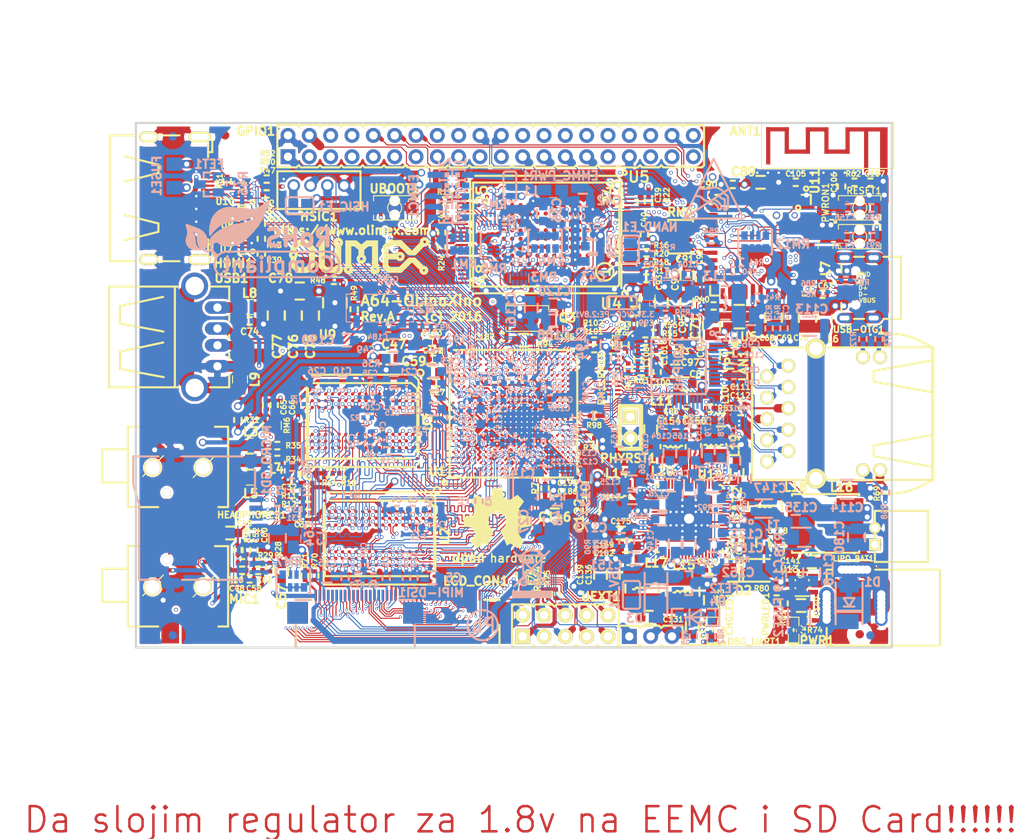
<source format=kicad_pcb>
(kicad_pcb (version 4) (host pcbnew 0.201601201446+6500~42~ubuntu14.04.1-product)
  (layers (0 F.Cu mixed) (1 In1.Cu power) (2 In2.Cu signal) (3 In3.Cu signal) (4 In4.Cu power) (31 B.Cu mixed) (34 B.Paste user hide) (35 F.Paste user hide) (36 B.SilkS user) (37 F.SilkS user) (38 B.Mask user hide) (39 F.Mask user hide) (44 Edge.Cuts user))
  (net 0 "")
  (net 1 +5V_EXT)
  (net 2 +5V)
  (net 3 "Net-(ANT1-Pad1)")
  (net 4 GND)
  (net 5 +1.5V)
  (net 6 /VREF0_DDR3)
  (net 7 /S0SVREF)
  (net 8 +3V3)
  (net 9 "Net-(C35-Pad2)")
  (net 10 "Net-(C37-Pad2)")
  (net 11 "Net-(C39-Pad1)")
  (net 12 GNDA)
  (net 13 "/NAND Flash , eMMC, T-Card and Audio/MBIAS")
  (net 14 +3.0VA)
  (net 15 +1V8)
  (net 16 "Net-(C48-Pad2)")
  (net 17 "Net-(C51-Pad1)")
  (net 18 "/NAND Flash , eMMC, T-Card and Audio/MICIN1P")
  (net 19 "Net-(C54-Pad2)")
  (net 20 "Net-(C55-Pad1)")
  (net 21 "Net-(C57-Pad1)")
  (net 22 "Net-(C57-Pad2)")
  (net 23 "Net-(C58-Pad2)")
  (net 24 "Net-(C59-Pad1)")
  (net 25 "/NAND Flash , eMMC, T-Card and Audio/MICIN1N")
  (net 26 "Net-(C61-Pad1)")
  (net 27 "Net-(C61-Pad2)")
  (net 28 "Net-(C63-Pad1)")
  (net 29 "Net-(C64-Pad1)")
  (net 30 "Net-(C65-Pad2)")
  (net 31 "Net-(C66-Pad2)")
  (net 32 +5V_USBOTG)
  (net 33 "Net-(C68-Pad2)")
  (net 34 /USB&HDMI,WiFi&BT,Ethernet,LCD/USB0-VBUSDET)
  (net 35 "Net-(C74-Pad1)")
  (net 36 "Net-(C75-Pad2)")
  (net 37 +3.3VD)
  (net 38 "Net-(C81-Pad1)")
  (net 39 /USB&HDMI,WiFi&BT,Ethernet,LCD/DVDD33)
  (net 40 "Net-(C88-Pad2)")
  (net 41 +3.3VWiFiIO)
  (net 42 "Net-(C93-Pad1)")
  (net 43 "Net-(C100-Pad1)")
  (net 44 "Net-(C103-Pad1)")
  (net 45 "Net-(C104-Pad1)")
  (net 46 "Net-(C105-Pad1)")
  (net 47 "Net-(C105-Pad2)")
  (net 48 "Net-(C108-Pad1)")
  (net 49 VCC-PL)
  (net 50 "Net-(C111-Pad2)")
  (net 51 "Net-(C112-Pad2)")
  (net 52 "Net-(C113-Pad2)")
  (net 53 1.1V_CPUS)
  (net 54 1.1V_CPUX)
  (net 55 "Net-(C125-Pad2)")
  (net 56 IPS)
  (net 57 "Net-(C135-Pad1)")
  (net 58 VBAT)
  (net 59 "Net-(C143-Pad2)")
  (net 60 "Net-(C149-Pad1)")
  (net 61 "Net-(C151-Pad1)")
  (net 62 3.0V_RTC)
  (net 63 1.1V_SYS)
  (net 64 AP-RESET#)
  (net 65 "/Power Supply, Extensions and MiPi-DSI/3.3V_MIPI")
  (net 66 "/Power Supply, Extensions and MiPi-DSI/2.8V_AVDD-CSI")
  (net 67 VCC-PE)
  (net 68 "/Power Supply, Extensions and MiPi-DSI/1.8V_DVDD-CSI")
  (net 69 "Net-(C174-Pad2)")
  (net 70 "Net-(C177-Pad2)")
  (net 71 1.2V_HSIC)
  (net 72 "Net-(C181-Pad2)")
  (net 73 "Net-(C182-Pad2)")
  (net 74 "Net-(C183-Pad1)")
  (net 75 "Net-(C184-Pad1)")
  (net 76 "Net-(C185-Pad1)")
  (net 77 "Net-(C187-Pad1)")
  (net 78 "Net-(C188-Pad2)")
  (net 79 "Net-(C192-Pad2)")
  (net 80 KEYADC)
  (net 81 "Net-(CHGLED1-Pad1)")
  (net 82 "Net-(D2-Pad2)")
  (net 83 "Net-(D4-Pad1)")
  (net 84 "Net-(D4-Pad2)")
  (net 85 "Net-(DBG_UART1-Pad1)")
  (net 86 "Net-(EMMC1-Pad1)")
  (net 87 "Net-(EMMC1-Pad3)")
  (net 88 "Net-(EMMC1-Pad4)")
  (net 89 "Net-(EMMC1-Pad5)")
  (net 90 "Net-(EMMC1-Pad6)")
  (net 91 "Net-(EMMC1-Pad7)")
  (net 92 "Net-(EMMC1-Pad8)")
  (net 93 "Net-(EMMC1-Pad9)")
  (net 94 "Net-(EMMC_PWR1-Pad2)")
  (net 95 "Net-(FET1-Pad3)")
  (net 96 /USB&HDMI,WiFi&BT,Ethernet,LCD/HCEC)
  (net 97 "Net-(FUSE1-Pad2)")
  (net 98 "/Power Supply, Extensions and MiPi-DSI/PE17")
  (net 99 "/Power Supply, Extensions and MiPi-DSI/PE16")
  (net 100 "/Power Supply, Extensions and MiPi-DSI/PE15")
  (net 101 PL12)
  (net 102 "/Power Supply, Extensions and MiPi-DSI/PE14")
  (net 103 PL11)
  (net 104 "/Power Supply, Extensions and MiPi-DSI/PE13")
  (net 105 PL10)
  (net 106 "/Power Supply, Extensions and MiPi-DSI/PE12")
  (net 107 PL9)
  (net 108 "/Power Supply, Extensions and MiPi-DSI/PE11")
  (net 109 PL8)
  (net 110 "/Power Supply, Extensions and MiPi-DSI/PE10")
  (net 111 PL7)
  (net 112 "/Power Supply, Extensions and MiPi-DSI/PE9")
  (net 113 PC7)
  (net 114 "/Power Supply, Extensions and MiPi-DSI/PE8")
  (net 115 "/Power Supply, Extensions and MiPi-DSI/PE0")
  (net 116 UBOOT)
  (net 117 "/Power Supply, Extensions and MiPi-DSI/PE1")
  (net 118 "/Power Supply, Extensions and MiPi-DSI/PE2")
  (net 119 "/Power Supply, Extensions and MiPi-DSI/PB0")
  (net 120 "/Power Supply, Extensions and MiPi-DSI/PE3")
  (net 121 "/Power Supply, Extensions and MiPi-DSI/PB1")
  (net 122 "/Power Supply, Extensions and MiPi-DSI/PE4")
  (net 123 "/Power Supply, Extensions and MiPi-DSI/PB2")
  (net 124 "/Power Supply, Extensions and MiPi-DSI/PE5")
  (net 125 "/Power Supply, Extensions and MiPi-DSI/PB3")
  (net 126 "/Power Supply, Extensions and MiPi-DSI/PE6")
  (net 127 "/Power Supply, Extensions and MiPi-DSI/PB4")
  (net 128 "/Power Supply, Extensions and MiPi-DSI/PE7")
  (net 129 PC4)
  (net 130 /USB&HDMI,WiFi&BT,Ethernet,LCD/HTX2P)
  (net 131 /USB&HDMI,WiFi&BT,Ethernet,LCD/HTX2N)
  (net 132 /USB&HDMI,WiFi&BT,Ethernet,LCD/HTX1P)
  (net 133 /USB&HDMI,WiFi&BT,Ethernet,LCD/HTX1N)
  (net 134 /USB&HDMI,WiFi&BT,Ethernet,LCD/HTX0P)
  (net 135 /USB&HDMI,WiFi&BT,Ethernet,LCD/HTX0N)
  (net 136 /USB&HDMI,WiFi&BT,Ethernet,LCD/HTXCP)
  (net 137 /USB&HDMI,WiFi&BT,Ethernet,LCD/HTXCN)
  (net 138 "Net-(HDMI1-Pad14)")
  (net 139 /USB&HDMI,WiFi&BT,Ethernet,LCD/HSCL)
  (net 140 /USB&HDMI,WiFi&BT,Ethernet,LCD/HSDA)
  (net 141 "Net-(HDMI1-Pad19)")
  (net 142 "Net-(HEADPHONES1-Pad2)")
  (net 143 "Net-(HEADPHONES1-Pad1)")
  (net 144 "Net-(HEADPHONES1-Pad3)")
  (net 145 "Net-(HEADPHONES1-Pad5)")
  (net 146 "Net-(HEADPHONES1-Pad4)")
  (net 147 "/NAND Flash , eMMC, T-Card and Audio/HPOUTR")
  (net 148 "/NAND Flash , eMMC, T-Card and Audio/HPOUTFB")
  (net 149 "/NAND Flash , eMMC, T-Card and Audio/HPOUTL")
  (net 150 "Net-(L7-Pad2)")
  (net 151 "Net-(L9-Pad2)")
  (net 152 "Net-(L13-Pad2)")
  (net 153 "Net-(L14-Pad1)")
  (net 154 "Net-(L15-Pad1)")
  (net 155 "Net-(L17-Pad1)")
  (net 156 "Net-(L18-Pad2)")
  (net 157 "Net-(L19-Pad1)")
  (net 158 "Net-(L20-Pad1)")
  (net 159 /USB&HDMI,WiFi&BT,Ethernet,LCD/MDI0P)
  (net 160 /USB&HDMI,WiFi&BT,Ethernet,LCD/MDI0N)
  (net 161 /USB&HDMI,WiFi&BT,Ethernet,LCD/MDI1P)
  (net 162 /USB&HDMI,WiFi&BT,Ethernet,LCD/MDI1N)
  (net 163 /USB&HDMI,WiFi&BT,Ethernet,LCD/MDI2P)
  (net 164 /USB&HDMI,WiFi&BT,Ethernet,LCD/MDI2N)
  (net 165 /USB&HDMI,WiFi&BT,Ethernet,LCD/MDI3P)
  (net 166 /USB&HDMI,WiFi&BT,Ethernet,LCD/MDI3N)
  (net 167 /USB&HDMI,WiFi&BT,Ethernet,LCD/PHY_AD1/LED1)
  (net 168 "Net-(LAN1-Pad12)")
  (net 169 "Net-(LAN1-Pad13)")
  (net 170 /USB&HDMI,WiFi&BT,Ethernet,LCD/PHY_AD0/LED0)
  (net 171 TWI0-SDA)
  (net 172 TWI0-SCK)
  (net 173 /USB&HDMI,WiFi&BT,Ethernet,LCD/PH8/CTP-RST)
  (net 174 /USB&HDMI,WiFi&BT,Ethernet,LCD/PH7/CTP-INT)
  (net 175 /USB&HDMI,WiFi&BT,Ethernet,LCD/GMDC/LCD-PWM)
  (net 176 /USB&HDMI,WiFi&BT,Ethernet,LCD/GMDIO/LCD_PWR)
  (net 177 PH11)
  (net 178 PH10)
  (net 179 /USB&HDMI,WiFi&BT,Ethernet,LCD/GTXCK/LCD_DE)
  (net 180 /USB&HDMI,WiFi&BT,Ethernet,LCD/GTXD0/LCD_CLK)
  (net 181 /USB&HDMI,WiFi&BT,Ethernet,LCD/GTXCTL/LCD_HSYNC)
  (net 182 /USB&HDMI,WiFi&BT,Ethernet,LCD/LCD_D7)
  (net 183 /USB&HDMI,WiFi&BT,Ethernet,LCD/LCD_D6)
  (net 184 /USB&HDMI,WiFi&BT,Ethernet,LCD/LCD_D5)
  (net 185 /USB&HDMI,WiFi&BT,Ethernet,LCD/LCD_D4)
  (net 186 /USB&HDMI,WiFi&BT,Ethernet,LCD/LCD_D3)
  (net 187 /USB&HDMI,WiFi&BT,Ethernet,LCD/LCD_D2)
  (net 188 /USB&HDMI,WiFi&BT,Ethernet,LCD/GRXCK/LCD_D18)
  (net 189 /USB&HDMI,WiFi&BT,Ethernet,LCD/GRXCTL/LCD_D19)
  (net 190 /USB&HDMI,WiFi&BT,Ethernet,LCD/LCD_D20)
  (net 191 /USB&HDMI,WiFi&BT,Ethernet,LCD/GTXD3/LCD_D21)
  (net 192 /USB&HDMI,WiFi&BT,Ethernet,LCD/GTXD2/LCD_D22)
  (net 193 /USB&HDMI,WiFi&BT,Ethernet,LCD/GTXD1/LCD_D23)
  (net 194 /USB&HDMI,WiFi&BT,Ethernet,LCD/LCD_D10)
  (net 195 /USB&HDMI,WiFi&BT,Ethernet,LCD/LCD_D11)
  (net 196 /USB&HDMI,WiFi&BT,Ethernet,LCD/GRXD3/LCD_D12)
  (net 197 /USB&HDMI,WiFi&BT,Ethernet,LCD/GRXD2/LCD_D13)
  (net 198 /USB&HDMI,WiFi&BT,Ethernet,LCD/GRXD1/LCD_D14)
  (net 199 /USB&HDMI,WiFi&BT,Ethernet,LCD/GRXD0/LCD_D15)
  (net 200 "Net-(MIC1-Pad5)")
  (net 201 "Net-(MIC1-Pad4)")
  (net 202 "/NAND Flash , eMMC, T-Card and Audio/SDC0-D2")
  (net 203 "/NAND Flash , eMMC, T-Card and Audio/SDC0-D3")
  (net 204 "/NAND Flash , eMMC, T-Card and Audio/SDC0-CMD")
  (net 205 "Net-(MICRO_SD1-Pad5)")
  (net 206 "/NAND Flash , eMMC, T-Card and Audio/SDC0-D0")
  (net 207 "/NAND Flash , eMMC, T-Card and Audio/SDC0-D1")
  (net 208 "/NAND Flash , eMMC, T-Card and Audio/SDC0-DET#")
  (net 209 "/Power Supply, Extensions and MiPi-DSI/MIPI-DSI-RST")
  (net 210 "/Power Supply, Extensions and MiPi-DSI/MIPI-DSI-BKL")
  (net 211 "/Power Supply, Extensions and MiPi-DSI/DSI-D0N")
  (net 212 "/Power Supply, Extensions and MiPi-DSI/MIPI-DSI-EN")
  (net 213 "/Power Supply, Extensions and MiPi-DSI/DSI-D0P")
  (net 214 "/Power Supply, Extensions and MiPi-DSI/DSI-CKN")
  (net 215 "/Power Supply, Extensions and MiPi-DSI/DSI-D1N")
  (net 216 "/Power Supply, Extensions and MiPi-DSI/DSI-CKP")
  (net 217 "/Power Supply, Extensions and MiPi-DSI/DSI-D1P")
  (net 218 "/Power Supply, Extensions and MiPi-DSI/DSI-D3N")
  (net 219 "/Power Supply, Extensions and MiPi-DSI/DSI-D2N")
  (net 220 "/Power Supply, Extensions and MiPi-DSI/DSI-D3P")
  (net 221 "/Power Supply, Extensions and MiPi-DSI/DSI-D2P")
  (net 222 "Net-(NAND_E1-Pad2)")
  (net 223 "Net-(PWRLED1-Pad2)")
  (net 224 "Net-(PWRON1-Pad1)")
  (net 225 /S0SRST)
  (net 226 "Net-(R3-Pad2)")
  (net 227 "Net-(R4-Pad2)")
  (net 228 "Net-(R7-Pad2)")
  (net 229 "Net-(R9-Pad1)")
  (net 230 "Net-(R10-Pad1)")
  (net 231 "Net-(R13-Pad1)")
  (net 232 "Net-(R14-Pad1)")
  (net 233 "/NAND Flash , eMMC, T-Card and Audio/NAND0-RB0/SDC2-CMD")
  (net 234 "Net-(R18-Pad1)")
  (net 235 "Net-(R19-Pad1)")
  (net 236 "Net-(R24-Pad2)")
  (net 237 "/NAND Flash , eMMC, T-Card and Audio/SDC0-CLK")
  (net 238 /USB&HDMI,WiFi&BT,Ethernet,LCD/USB0-ID)
  (net 239 USB0-DRV)
  (net 240 "Net-(R41-Pad2)")
  (net 241 USB1-DRV)
  (net 242 "Net-(R49-Pad2)")
  (net 243 /USB&HDMI,WiFi&BT,Ethernet,LCD/HHPD)
  (net 244 "Net-(R53-Pad2)")
  (net 245 "Net-(R54-Pad1)")
  (net 246 /USB&HDMI,WiFi&BT,Ethernet,LCD/WL-SDIO-CLK)
  (net 247 "Net-(R55-Pad2)")
  (net 248 "Net-(R58-Pad2)")
  (net 249 "Net-(R59-Pad2)")
  (net 250 "Net-(R60-Pad1)")
  (net 251 AP-CK32KO)
  (net 252 "Net-(R64-Pad1)")
  (net 253 /USB&HDMI,WiFi&BT,Ethernet,LCD/EPHY-RST#)
  (net 254 TWI1-SCK)
  (net 255 UART3-RX)
  (net 256 TWI1-SDA)
  (net 257 "Net-(R79-Pad2)")
  (net 258 "Net-(R80-Pad2)")
  (net 259 "Net-(R82-Pad1)")
  (net 260 "Net-(R83-Pad1)")
  (net 261 "/Power Supply, Extensions and MiPi-DSI/DC5SET")
  (net 262 AP-NMI#)
  (net 263 "Net-(R86-Pad1)")
  (net 264 USB0-DP)
  (net 265 "Net-(R87-Pad1)")
  (net 266 USB0-DM)
  (net 267 PMU-SCK)
  (net 268 "Net-(R89-Pad1)")
  (net 269 PMU-SDA)
  (net 270 "Net-(R94-Pad1)")
  (net 271 "Net-(R96-Pad1)")
  (net 272 "Net-(R97-Pad1)")
  (net 273 "Net-(R98-Pad1)")
  (net 274 "/NAND Flash , eMMC, T-Card and Audio/NAND0-DQ0/SDC2-D0")
  (net 275 "/NAND Flash , eMMC, T-Card and Audio/NAND0-DQ1/SDC2-D1")
  (net 276 "/NAND Flash , eMMC, T-Card and Audio/NAND0-DQ2/SDC2-D2")
  (net 277 "/NAND Flash , eMMC, T-Card and Audio/NAND0-DQ3/SDC2-D3")
  (net 278 "/NAND Flash , eMMC, T-Card and Audio/NAND0-DQ4/SDC2-D4")
  (net 279 "Net-(RM3-Pad1.2)")
  (net 280 "/NAND Flash , eMMC, T-Card and Audio/NAND0-DQ5/SDC2-D5")
  (net 281 "Net-(RM3-Pad2.2)")
  (net 282 "/NAND Flash , eMMC, T-Card and Audio/NAND0-DQ6/SDC2-D6")
  (net 283 "Net-(RM3-Pad3.2)")
  (net 284 "/NAND Flash , eMMC, T-Card and Audio/NAND0-DQ7/SDC2-D7")
  (net 285 "Net-(RM3-Pad4.2)")
  (net 286 "/NAND Flash , eMMC, T-Card and Audio/NAND0-RE/SDC2-CLK")
  (net 287 "/NAND Flash , eMMC, T-Card and Audio/NAND0-DQS/SDC2-RST")
  (net 288 "/NAND Flash , eMMC, T-Card and Audio/HP-DET")
  (net 289 /USB&HDMI,WiFi&BT,Ethernet,LCD/WL-SDIO-D3)
  (net 290 /USB&HDMI,WiFi&BT,Ethernet,LCD/WL-SDIO-D0)
  (net 291 /USB&HDMI,WiFi&BT,Ethernet,LCD/WL-SDIO-D2)
  (net 292 /USB&HDMI,WiFi&BT,Ethernet,LCD/WL-SDIO-D1)
  (net 293 "Net-(RM10-Pad2.1)")
  (net 294 "Net-(RM10-Pad4.1)")
  (net 295 /USB&HDMI,WiFi&BT,Ethernet,LCD/WL-SDIO-CMD)
  (net 296 /USB&HDMI,WiFi&BT,Ethernet,LCD/BT-UART-RX)
  (net 297 /USB&HDMI,WiFi&BT,Ethernet,LCD/WL-PMU-EN)
  (net 298 /USB&HDMI,WiFi&BT,Ethernet,LCD/BT-RST-N)
  (net 299 SPI0_MISO)
  (net 300 SPI0_CLK)
  (net 301 "Net-(RM14-Pad3.1)")
  (net 302 SPI0_MOSI)
  (net 303 SPI0_CS)
  (net 304 "Net-(T1-Pad3)")
  (net 305 /USB&HDMI,WiFi&BT,Ethernet,LCD/BT-UART-TX)
  (net 306 /USB&HDMI,WiFi&BT,Ethernet,LCD/USB1-DP)
  (net 307 /USB&HDMI,WiFi&BT,Ethernet,LCD/USB1-DM)
  (net 308 /USB&HDMI,WiFi&BT,Ethernet,LCD/BT-PCM-DOUT)
  (net 309 /USB&HDMI,WiFi&BT,Ethernet,LCD/AP-WAKE-BT)
  (net 310 /USB&HDMI,WiFi&BT,Ethernet,LCD/BT-PCM-DIN)
  (net 311 /USB&HDMI,WiFi&BT,Ethernet,LCD/BT-PCM-SYNC)
  (net 312 /USB&HDMI,WiFi&BT,Ethernet,LCD/WL-WAKE-AP)
  (net 313 /USB&HDMI,WiFi&BT,Ethernet,LCD/BT-WAKE-AP)
  (net 314 /S0SDQ20)
  (net 315 /S0SDQ19)
  (net 316 /S0SDQ1)
  (net 317 /S0SDQ5)
  (net 318 /S0SDQ3)
  (net 319 /S0SDQ6)
  (net 320 /S0SDQ14)
  (net 321 /S0SDQ10)
  (net 322 /S0SDQ22)
  (net 323 /S0SDQ21)
  (net 324 /S0SDQM2)
  (net 325 /S0SDQ18)
  (net 326 /S0SDQ17)
  (net 327 /S0SDQ4)
  (net 328 /S0SDQM0)
  (net 329 /S0SDQ7)
  (net 330 /S0SDQ15)
  (net 331 /S0SDQ13)
  (net 332 /S0SDQ11)
  (net 333 /S0SDQ9)
  (net 334 /S0SDQ23)
  (net 335 /S0SA8)
  (net 336 /S0SDQ16)
  (net 337 /S0SA6)
  (net 338 /S0SDQ2)
  (net 339 /S0SCKE0)
  (net 340 /S0SDQ0)
  (net 341 /S0SDQ12)
  (net 342 /S0SDQM1)
  (net 343 /S0SBA1)
  (net 344 /S0SDQ8)
  (net 345 /S0SDQ26)
  (net 346 /S0SDQ25)
  (net 347 /S0SA9)
  (net 348 /S0SA7)
  (net 349 /S0SA5)
  (net 350 /S0SA14)
  (net 351 /S0SA10)
  (net 352 /S0SA1)
  (net 353 /S0SA15)
  (net 354 /S0SA11)
  (net 355 /S0SDQ27)
  (net 356 /S0SDQ24)
  (net 357 /S0SODT0)
  (net 358 /S0SCS0)
  (net 359 /S0SCS1)
  (net 360 /S0SA12)
  (net 361 /S0SA2)
  (net 362 /S0SA0)
  (net 363 UART3-TX)
  (net 364 /S0SBA2)
  (net 365 /S0SCKE1)
  (net 366 /S0SA3)
  (net 367 /S0SA4)
  (net 368 VDDFB-CPUX)
  (net 369 /S0SDQ28)
  (net 370 /S0SDQM3)
  (net 371 /S0SODT1)
  (net 372 /S0SRAS)
  (net 373 /S0SDQ29)
  (net 374 /S0SDQ30)
  (net 375 /S0SWE)
  (net 376 /S0SBA0)
  (net 377 /S0SA13)
  (net 378 /S0SDQ31)
  (net 379 /S0SCAS)
  (net 380 "Net-(U1-PadB10)")
  (net 381 "Net-(U1-PadA13)")
  (net 382 "Net-(U1-PadB13)")
  (net 383 "Net-(U1-PadA14)")
  (net 384 "Net-(U1-PadB14)")
  (net 385 "Net-(U1-PadC14)")
  (net 386 "Net-(U1-PadD14)")
  (net 387 "Net-(U1-PadC16)")
  (net 388 "Net-(U1-PadD16)")
  (net 389 "Net-(U1-PadE16)")
  (net 390 "Net-(U1-PadF16)")
  (net 391 "Net-(U1-PadA17)")
  (net 392 "Net-(U1-PadB17)")
  (net 393 /USB&HDMI,WiFi&BT,Ethernet,LCD/BT-UART-CTS)
  (net 394 /USB&HDMI,WiFi&BT,Ethernet,LCD/BT-PCM-CLK)
  (net 395 "Net-(U4-Pad3)")
  (net 396 "Net-(U4-Pad11)")
  (net 397 "Net-(U4-Pad14)")
  (net 398 "Net-(U4-Pad15)")
  (net 399 "Net-(U4-Pad20)")
  (net 400 "Net-(U4-Pad21)")
  (net 401 "Net-(U4-Pad22)")
  (net 402 "Net-(U4-Pad26)")
  (net 403 "Net-(U4-Pad27)")
  (net 404 "Net-(U4-Pad33)")
  (net 405 "Net-(U4-Pad40)")
  (net 406 "Net-(U4-Pad45)")
  (net 407 "Net-(U4-Pad46)")
  (net 408 "Net-(U4-Pad47)")
  (net 409 "Net-(U11-Pad3)")
  (net 410 "Net-(U11-Pad4)")
  (net 411 "Net-(U11-Pad5)")
  (net 412 "Net-(U11-Pad8)")
  (net 413 "Net-(U11-Pad10)")
  (net 414 "Net-(U11-Pad11)")
  (net 415 "Net-(U11-Pad21)")
  (net 416 "Net-(U11-Pad23)")
  (net 417 "Net-(U11-Pad29)")
  (net 418 "Net-(U11-Pad30)")
  (net 419 "Net-(U11-Pad32)")
  (net 420 "Net-(U11-Pad35)")
  (net 421 "Net-(U11-Pad37)")
  (net 422 "Net-(U11-Pad38)")
  (net 423 "Net-(U11-Pad39)")
  (net 424 "Net-(U11-Pad40)")
  (net 425 "Net-(U13-Pad6)")
  (net 426 "Net-(U14-Pad23)")
  (net 427 "Net-(U14-Pad24)")
  (net 428 /USB&HDMI,WiFi&BT,Ethernet,LCD/GCLKIN/LCD_VSYNC)
  (net 429 "Net-(HSIC1-Pad1)")
  (net 430 "Net-(HSIC1-Pad2)")
  (net 431 "Net-(HSIC1-Pad3)")
  (net 432 /S0SDQS0_N)
  (net 433 /S0SDQS0_P)
  (net 434 /S0SCK_N)
  (net 435 /S0SCK_P)
  (net 436 /S0SDQS2_N)
  (net 437 /S0SDQS1_P)
  (net 438 /S0SDQS2_P)
  (net 439 /S0SDQS1_N)
  (net 440 /S0SDQS3_N)
  (net 441 /S0SDQS3_P)
  (net 442 "Net-(RM11-Pad2.1)")
  (net 443 "Net-(RM10-Pad1.1)")
  (net 444 "Net-(3.3V/VCC-PE:2.8V1-Pad2)")
  (net 445 "Net-(RM14-Pad1.1)")
  (net 446 "Net-(RM14-Pad2.1)")
  (module "OLIMEX_RLC-FP:RA0805_(4X0402)_xx" (layer F.Cu) (at 116.205 73.533)
    (fp_text reference RM6 (at 1.778 0 90) (layer F.SilkS) (effects (font (size 0.635 0.635) (thickness 0.15875))))
    (fp_text value "RA0805_(4X0402)_22R")
    (pad 1.1 smd rect (at -0.75 0.5125 90) (size 0.625 0.25) (layers F.Cu F.Paste F.Mask) (net 288 "/NAND Flash , eMMC, T-Card and Audio/HP-DET"))
    (pad 1.2 smd rect (at -0.75 -0.5125 90) (size 0.625 0.25) (layers F.Cu F.Paste F.Mask) (net 146 "Net-(HEADPHONES1-Pad4)"))
    (pad 2.1 smd rect (at -0.25 0.5125 90) (size 0.625 0.25) (layers F.Cu F.Paste F.Mask) (net 149 "/NAND Flash , eMMC, T-Card and Audio/HPOUTL"))
    (pad 2.2 smd rect (at -0.25 -0.5125 90) (size 0.625 0.25) (layers F.Cu F.Paste F.Mask) (net 30 "Net-(C65-Pad2)"))
    (pad 3.1 smd rect (at 0.25 0.5125 270) (size 0.625 0.25) (layers F.Cu F.Paste F.Mask) (net 147 "/NAND Flash , eMMC, T-Card and Audio/HPOUTR"))
    (pad 3.2 smd rect (at 0.25 -0.5125 270) (size 0.625 0.25) (layers F.Cu F.Paste F.Mask) (net 31 "Net-(C66-Pad2)"))
    (pad 4.1 smd rect (at 0.75 0.5125 270) (size 0.625 0.25) (layers F.Cu F.Paste F.Mask))
    (pad 4.2 smd rect (at 0.75 -0.5125 270) (size 0.625 0.25) (layers F.Cu F.Paste F.Mask))
  )
  (module "OLIMEX_RLC-FP:RA0805_(4X0402)_xx" (layer F.Cu) (at 156.845 66.04 90)
    (fp_text reference RM13 (at -0.381 -1.397 90) (layer F.SilkS) (effects (font (size 0.762 0.762) (thickness 0.1905))))
    (fp_text value "RA0805_(4X0402)_22R")
    (pad 1.1 smd rect (at -0.75 0.5125 180) (size 0.625 0.25) (layers F.Cu F.Paste F.Mask) (net 40 "Net-(C88-Pad2)"))
    (pad 1.2 smd rect (at -0.75 -0.5125 180) (size 0.625 0.25) (layers F.Cu F.Paste F.Mask) (net 188 /USB&HDMI,WiFi&BT,Ethernet,LCD/GRXCK/LCD_D18))
    (pad 2.1 smd rect (at -0.25 0.5125 180) (size 0.625 0.25) (layers F.Cu F.Paste F.Mask) (net 294 "Net-(RM10-Pad4.1)"))
    (pad 2.2 smd rect (at -0.25 -0.5125 180) (size 0.625 0.25) (layers F.Cu F.Paste F.Mask) (net 189 /USB&HDMI,WiFi&BT,Ethernet,LCD/GRXCTL/LCD_D19))
    (pad 3.1 smd rect (at 0.25 0.5125) (size 0.625 0.25) (layers F.Cu F.Paste F.Mask))
    (pad 3.2 smd rect (at 0.25 -0.5125) (size 0.625 0.25) (layers F.Cu F.Paste F.Mask))
    (pad 4.1 smd rect (at 0.75 0.5125) (size 0.625 0.25) (layers F.Cu F.Paste F.Mask))
    (pad 4.2 smd rect (at 0.75 -0.5125) (size 0.625 0.25) (layers F.Cu F.Paste F.Mask))
  )
  (module OLIMEX_Connectors-FP:FPV-WZA21-40-LF (layer F.Cu) (at 131.191 96.52 180)
    (fp_text reference LCD_CON1 (at -9.271 4.445 180) (layer F.SilkS) (effects (font (size 1.016 1.016) (thickness 0.254))))
    (fp_text value FPV-WZA21-40-LF)
    (pad 1 smd rect (at -9.75 2.75) (size 0.25 1.3) (layers F.Cu F.Paste F.Mask) (net 2 +5V))
    (pad 2 smd rect (at -9.25 2.75) (size 0.25 1.3) (layers F.Cu F.Paste F.Mask) (net 4 GND))
    (pad 3 smd rect (at -8.75 2.75) (size 0.25 1.3) (layers F.Cu F.Paste F.Mask) (net 8 +3V3))
    (pad 4 smd rect (at -8.25 2.75) (size 0.25 1.3) (layers F.Cu F.Paste F.Mask) (net 4 GND))
    (pad 5 smd rect (at -7.75 2.75) (size 0.25 1.3) (layers F.Cu F.Paste F.Mask) (net 4 GND))
    (pad 6 smd rect (at -7.25 2.75) (size 0.25 1.3) (layers F.Cu F.Paste F.Mask) (net 4 GND))
    (pad 7 smd rect (at -6.75 2.75) (size 0.25 1.3) (layers F.Cu F.Paste F.Mask) (net 188 /USB&HDMI,WiFi&BT,Ethernet,LCD/GRXCK/LCD_D18))
    (pad 8 smd rect (at -6.25 2.75) (size 0.25 1.3) (layers F.Cu F.Paste F.Mask) (net 189 /USB&HDMI,WiFi&BT,Ethernet,LCD/GRXCTL/LCD_D19))
    (pad 9 smd rect (at -5.75 2.75) (size 0.25 1.3) (layers F.Cu F.Paste F.Mask) (net 190 /USB&HDMI,WiFi&BT,Ethernet,LCD/LCD_D20))
    (pad 10 smd rect (at -5.25 2.75) (size 0.25 1.3) (layers F.Cu F.Paste F.Mask) (net 191 /USB&HDMI,WiFi&BT,Ethernet,LCD/GTXD3/LCD_D21))
    (pad 11 smd rect (at -4.75 2.75) (size 0.25 1.3) (layers F.Cu F.Paste F.Mask) (net 192 /USB&HDMI,WiFi&BT,Ethernet,LCD/GTXD2/LCD_D22))
    (pad 12 smd rect (at -4.25 2.75) (size 0.25 1.3) (layers F.Cu F.Paste F.Mask) (net 193 /USB&HDMI,WiFi&BT,Ethernet,LCD/GTXD1/LCD_D23))
    (pad 13 smd rect (at -3.75 2.75) (size 0.25 1.3) (layers F.Cu F.Paste F.Mask) (net 4 GND))
    (pad 14 smd rect (at -3.25 2.75) (size 0.25 1.3) (layers F.Cu F.Paste F.Mask) (net 4 GND))
    (pad 15 smd rect (at -2.75 2.75) (size 0.25 1.3) (layers F.Cu F.Paste F.Mask) (net 194 /USB&HDMI,WiFi&BT,Ethernet,LCD/LCD_D10))
    (pad 16 smd rect (at -2.25 2.75) (size 0.25 1.3) (layers F.Cu F.Paste F.Mask) (net 195 /USB&HDMI,WiFi&BT,Ethernet,LCD/LCD_D11))
    (pad 17 smd rect (at -1.75 2.75) (size 0.25 1.3) (layers F.Cu F.Paste F.Mask) (net 196 /USB&HDMI,WiFi&BT,Ethernet,LCD/GRXD3/LCD_D12))
    (pad 18 smd rect (at -1.25 2.75) (size 0.25 1.3) (layers F.Cu F.Paste F.Mask) (net 197 /USB&HDMI,WiFi&BT,Ethernet,LCD/GRXD2/LCD_D13))
    (pad 19 smd rect (at -0.75 2.75) (size 0.25 1.3) (layers F.Cu F.Paste F.Mask) (net 198 /USB&HDMI,WiFi&BT,Ethernet,LCD/GRXD1/LCD_D14))
    (pad 20 smd rect (at -0.25 2.75) (size 0.25 1.3) (layers F.Cu F.Paste F.Mask) (net 199 /USB&HDMI,WiFi&BT,Ethernet,LCD/GRXD0/LCD_D15))
    (pad 21 smd rect (at 0.25 2.75) (size 0.25 1.3) (layers F.Cu F.Paste F.Mask) (net 4 GND))
    (pad 22 smd rect (at 0.75 2.75) (size 0.25 1.3) (layers F.Cu F.Paste F.Mask) (net 4 GND))
    (pad 23 smd rect (at 1.25 2.75) (size 0.25 1.3) (layers F.Cu F.Paste F.Mask) (net 187 /USB&HDMI,WiFi&BT,Ethernet,LCD/LCD_D2))
    (pad 24 smd rect (at 1.75 2.75) (size 0.25 1.3) (layers F.Cu F.Paste F.Mask) (net 186 /USB&HDMI,WiFi&BT,Ethernet,LCD/LCD_D3))
    (pad 25 smd rect (at 2.25 2.75) (size 0.25 1.3) (layers F.Cu F.Paste F.Mask) (net 185 /USB&HDMI,WiFi&BT,Ethernet,LCD/LCD_D4))
    (pad 26 smd rect (at 2.75 2.75) (size 0.25 1.3) (layers F.Cu F.Paste F.Mask) (net 184 /USB&HDMI,WiFi&BT,Ethernet,LCD/LCD_D5))
    (pad 27 smd rect (at 3.25 2.75) (size 0.25 1.3) (layers F.Cu F.Paste F.Mask) (net 183 /USB&HDMI,WiFi&BT,Ethernet,LCD/LCD_D6))
    (pad 28 smd rect (at 3.75 2.75) (size 0.25 1.3) (layers F.Cu F.Paste F.Mask) (net 182 /USB&HDMI,WiFi&BT,Ethernet,LCD/LCD_D7))
    (pad 29 smd rect (at 4.25 2.75) (size 0.25 1.3) (layers F.Cu F.Paste F.Mask) (net 181 /USB&HDMI,WiFi&BT,Ethernet,LCD/GTXCTL/LCD_HSYNC))
    (pad 30 smd rect (at 4.75 2.75) (size 0.25 1.3) (layers F.Cu F.Paste F.Mask) (net 428 /USB&HDMI,WiFi&BT,Ethernet,LCD/GCLKIN/LCD_VSYNC))
    (pad 31 smd rect (at 5.25 2.75) (size 0.25 1.3) (layers F.Cu F.Paste F.Mask) (net 180 /USB&HDMI,WiFi&BT,Ethernet,LCD/GTXD0/LCD_CLK))
    (pad 32 smd rect (at 5.75 2.75) (size 0.25 1.3) (layers F.Cu F.Paste F.Mask) (net 179 /USB&HDMI,WiFi&BT,Ethernet,LCD/GTXCK/LCD_DE))
    (pad 33 smd rect (at 6.25 2.75) (size 0.25 1.3) (layers F.Cu F.Paste F.Mask) (net 178 PH10))
    (pad 34 smd rect (at 6.75 2.75) (size 0.25 1.3) (layers F.Cu F.Paste F.Mask) (net 177 PH11))
    (pad 35 smd rect (at 7.25 2.75) (size 0.25 1.3) (layers F.Cu F.Paste F.Mask) (net 176 /USB&HDMI,WiFi&BT,Ethernet,LCD/GMDIO/LCD_PWR))
    (pad 36 smd rect (at 7.75 2.75) (size 0.25 1.3) (layers F.Cu F.Paste F.Mask) (net 175 /USB&HDMI,WiFi&BT,Ethernet,LCD/GMDC/LCD-PWM))
    (pad 37 smd rect (at 8.25 2.75) (size 0.25 1.3) (layers F.Cu F.Paste F.Mask) (net 174 /USB&HDMI,WiFi&BT,Ethernet,LCD/PH7/CTP-INT))
    (pad 38 smd rect (at 8.75 2.75) (size 0.25 1.3) (layers F.Cu F.Paste F.Mask) (net 173 /USB&HDMI,WiFi&BT,Ethernet,LCD/PH8/CTP-RST))
    (pad 39 smd rect (at 9.25 2.75) (size 0.25 1.3) (layers F.Cu F.Paste F.Mask) (net 172 TWI0-SCK))
    (pad 40 smd rect (at 9.75 2.75) (size 0.25 1.3) (layers F.Cu F.Paste F.Mask) (net 171 TWI0-SDA))
    (pad P1 smd rect (at -11.9 0.65) (size 2.4 2.6) (layers F.Cu F.Paste F.Mask))
    (pad P2 smd rect (at 11.9 0.65) (size 2.4 2.6) (layers F.Cu F.Paste F.Mask))
  )
  (module OLIMEX_IC-FP:TBGA100 (layer F.Cu) (at 148.8 50.8 180)
    (fp_text reference U5 (at -11.093 6.858 180) (layer F.SilkS) (effects (font (size 1.27 1.27) (thickness 0.254))))
    (fp_text value "MTFC4GACAANA-4M_IT(TBGA100)")
    (pad A1 smd circle (at -8 4.5 270) (size 0.5 0.5) (layers F.Cu F.Paste F.Mask))
    (pad A2 smd circle (at -8 3.5 270) (size 0.5 0.5) (layers F.Cu F.Paste F.Mask))
    (pad A9 smd circle (at -8 -3.5 270) (size 0.5 0.5) (layers F.Cu F.Paste F.Mask))
    (pad A10 smd circle (at -8 -4.5 270) (size 0.5 0.5) (layers F.Cu F.Paste F.Mask))
    (pad B1 smd circle (at -7 4.5 270) (size 0.5 0.5) (layers F.Cu F.Paste F.Mask))
    (pad B10 smd circle (at -7 -4.5 270) (size 0.5 0.5) (layers F.Cu F.Paste F.Mask))
    (pad D2 smd circle (at -5 3.5 270) (size 0.5 0.5) (layers F.Cu F.Paste F.Mask))
    (pad D3 smd circle (at -5 2.5 270) (size 0.5 0.5) (layers F.Cu F.Paste F.Mask))
    (pad D4 smd circle (at -5 1.5 270) (size 0.5 0.5) (layers F.Cu F.Paste F.Mask))
    (pad D5 smd circle (at -5 0.5 270) (size 0.5 0.5) (layers F.Cu F.Paste F.Mask))
    (pad D6 smd circle (at -5 -0.5 270) (size 0.5 0.5) (layers F.Cu F.Paste F.Mask))
    (pad D7 smd circle (at -5 -1.5 270) (size 0.5 0.5) (layers F.Cu F.Paste F.Mask))
    (pad D8 smd circle (at -5 -2.5 270) (size 0.5 0.5) (layers F.Cu F.Paste F.Mask))
    (pad D9 smd circle (at -5 -3.5 270) (size 0.5 0.5) (layers F.Cu F.Paste F.Mask))
    (pad E2 smd circle (at -4 3.5 270) (size 0.5 0.5) (layers F.Cu F.Paste F.Mask))
    (pad E3 smd circle (at -4 2.5 270) (size 0.5 0.5) (layers F.Cu F.Paste F.Mask))
    (pad E4 smd circle (at -4 1.5 270) (size 0.5 0.5) (layers F.Cu F.Paste F.Mask) (net 10 "Net-(C37-Pad2)"))
    (pad E5 smd circle (at -4 0.5 270) (size 0.5 0.5) (layers F.Cu F.Paste F.Mask))
    (pad E6 smd circle (at -4 -0.5 270) (size 0.5 0.5) (layers F.Cu F.Paste F.Mask))
    (pad E7 smd circle (at -4 -1.5 270) (size 0.5 0.5) (layers F.Cu F.Paste F.Mask))
    (pad E8 smd circle (at -4 -2.5 270) (size 0.5 0.5) (layers F.Cu F.Paste F.Mask))
    (pad E9 smd circle (at -4 -3.5 270) (size 0.5 0.5) (layers F.Cu F.Paste F.Mask))
    (pad F2 smd circle (at -3 3.5 270) (size 0.5 0.5) (layers F.Cu F.Paste F.Mask) (net 9 "Net-(C35-Pad2)"))
    (pad F3 smd circle (at -3 2.5 270) (size 0.5 0.5) (layers F.Cu F.Paste F.Mask) (net 9 "Net-(C35-Pad2)"))
    (pad F4 smd circle (at -3 1.5 270) (size 0.5 0.5) (layers F.Cu F.Paste F.Mask) (net 9 "Net-(C35-Pad2)"))
    (pad F5 smd circle (at -3 0.5 270) (size 0.5 0.5) (layers F.Cu F.Paste F.Mask) (net 9 "Net-(C35-Pad2)"))
    (pad F6 smd circle (at -3 -0.5 270) (size 0.5 0.5) (layers F.Cu F.Paste F.Mask) (net 9 "Net-(C35-Pad2)"))
    (pad F7 smd circle (at -3 -1.5 270) (size 0.5 0.5) (layers F.Cu F.Paste F.Mask) (net 9 "Net-(C35-Pad2)"))
    (pad F8 smd circle (at -3 -2.5 270) (size 0.5 0.5) (layers F.Cu F.Paste F.Mask) (net 9 "Net-(C35-Pad2)"))
    (pad F9 smd circle (at -3 -3.5 270) (size 0.5 0.5) (layers F.Cu F.Paste F.Mask) (net 9 "Net-(C35-Pad2)"))
    (pad FID1 smd circle (at 9 7 270) (size 0.4 0.4) (layers F.Cu F.Mask))
    (pad FID2 smd circle (at 9 -7 270) (size 0.4 0.4) (layers F.Cu F.Mask))
    (pad FID3 smd circle (at -9 -7 270) (size 0.4 0.4) (layers F.Cu F.Mask))
    (pad G2 smd circle (at -2 3.5 270) (size 0.5 0.5) (layers F.Cu F.Paste F.Mask) (net 4 GND))
    (pad G3 smd circle (at -2 2.5 270) (size 0.5 0.5) (layers F.Cu F.Paste F.Mask) (net 4 GND))
    (pad G4 smd circle (at -2 1.5 270) (size 0.5 0.5) (layers F.Cu F.Paste F.Mask) (net 4 GND))
    (pad G5 smd circle (at -2 0.5 270) (size 0.5 0.5) (layers F.Cu F.Paste F.Mask) (net 4 GND))
    (pad G6 smd circle (at -2 -0.5 270) (size 0.5 0.5) (layers F.Cu F.Paste F.Mask) (net 4 GND))
    (pad G7 smd circle (at -2 -1.5 270) (size 0.5 0.5) (layers F.Cu F.Paste F.Mask) (net 4 GND))
    (pad G8 smd circle (at -2 -2.5 270) (size 0.5 0.5) (layers F.Cu F.Paste F.Mask) (net 4 GND))
    (pad G9 smd circle (at -2 -3.5 270) (size 0.5 0.5) (layers F.Cu F.Paste F.Mask) (net 4 GND))
    (pad H2 smd circle (at -1 3.5 270) (size 0.5 0.5) (layers F.Cu F.Paste F.Mask) (net 4 GND))
    (pad H3 smd circle (at -1 2.5 270) (size 0.5 0.5) (layers F.Cu F.Paste F.Mask) (net 9 "Net-(C35-Pad2)"))
    (pad H4 smd circle (at -1 1.5 270) (size 0.5 0.5) (layers F.Cu F.Paste F.Mask))
    (pad H5 smd circle (at -1 0.5 270) (size 0.5 0.5) (layers F.Cu F.Paste F.Mask))
    (pad H6 smd circle (at -1 -0.5 270) (size 0.5 0.5) (layers F.Cu F.Paste F.Mask))
    (pad H7 smd circle (at -1 -1.5 270) (size 0.5 0.5) (layers F.Cu F.Paste F.Mask))
    (pad H8 smd circle (at -1 -2.5 270) (size 0.5 0.5) (layers F.Cu F.Paste F.Mask) (net 9 "Net-(C35-Pad2)"))
    (pad H9 smd circle (at -1 -3.5 270) (size 0.5 0.5) (layers F.Cu F.Paste F.Mask) (net 4 GND))
    (pad J2 smd circle (at 0 3.5 270) (size 0.5 0.5) (layers F.Cu F.Paste F.Mask))
    (pad J3 smd circle (at 0 2.5 270) (size 0.5 0.5) (layers F.Cu F.Paste F.Mask))
    (pad J4 smd circle (at 0 1.5 270) (size 0.5 0.5) (layers F.Cu F.Paste F.Mask))
    (pad J5 smd circle (at 0 0.5 270) (size 0.5 0.5) (layers F.Cu F.Paste F.Mask))
    (pad J6 smd circle (at 0 -0.5 270) (size 0.5 0.5) (layers F.Cu F.Paste F.Mask))
    (pad J7 smd circle (at 0 -1.5 270) (size 0.5 0.5) (layers F.Cu F.Paste F.Mask))
    (pad J8 smd circle (at 0 -2.5 270) (size 0.5 0.5) (layers F.Cu F.Paste F.Mask))
    (pad J9 smd circle (at 0 -3.5 270) (size 0.5 0.5) (layers F.Cu F.Paste F.Mask))
    (pad K2 smd circle (at 1 3.5 270) (size 0.5 0.5) (layers F.Cu F.Paste F.Mask) (net 87 "Net-(EMMC1-Pad3)"))
    (pad K3 smd circle (at 1 2.5 270) (size 0.5 0.5) (layers F.Cu F.Paste F.Mask) (net 91 "Net-(EMMC1-Pad7)"))
    (pad K4 smd circle (at 1 1.5 270) (size 0.5 0.5) (layers F.Cu F.Paste F.Mask))
    (pad K5 smd circle (at 1 0.5 270) (size 0.5 0.5) (layers F.Cu F.Paste F.Mask))
    (pad K6 smd circle (at 1 -0.5 270) (size 0.5 0.5) (layers F.Cu F.Paste F.Mask))
    (pad K7 smd circle (at 1 -1.5 270) (size 0.5 0.5) (layers F.Cu F.Paste F.Mask))
    (pad K8 smd circle (at 1 -2.5 270) (size 0.5 0.5) (layers F.Cu F.Paste F.Mask) (net 281 "Net-(RM3-Pad2.2)"))
    (pad K9 smd circle (at 1 -3.5 270) (size 0.5 0.5) (layers F.Cu F.Paste F.Mask) (net 279 "Net-(RM3-Pad1.2)"))
    (pad L2 smd circle (at 2 3.5 270) (size 0.5 0.5) (layers F.Cu F.Paste F.Mask) (net 9 "Net-(C35-Pad2)"))
    (pad L3 smd circle (at 2 2.5 270) (size 0.5 0.5) (layers F.Cu F.Paste F.Mask) (net 4 GND))
    (pad L4 smd circle (at 2 1.5 270) (size 0.5 0.5) (layers F.Cu F.Paste F.Mask) (net 9 "Net-(C35-Pad2)"))
    (pad L5 smd circle (at 2 0.5 270) (size 0.5 0.5) (layers F.Cu F.Paste F.Mask))
    (pad L6 smd circle (at 2 -0.5 270) (size 0.5 0.5) (layers F.Cu F.Paste F.Mask))
    (pad L7 smd circle (at 2 -1.5 270) (size 0.5 0.5) (layers F.Cu F.Paste F.Mask) (net 9 "Net-(C35-Pad2)"))
    (pad L8 smd circle (at 2 -2.5 270) (size 0.5 0.5) (layers F.Cu F.Paste F.Mask) (net 4 GND))
    (pad L9 smd circle (at 2 -3.5 270) (size 0.5 0.5) (layers F.Cu F.Paste F.Mask) (net 9 "Net-(C35-Pad2)"))
    (pad M2 smd circle (at 3 3.5 270) (size 0.5 0.5) (layers F.Cu F.Paste F.Mask))
    (pad M3 smd circle (at 3 2.5 270) (size 0.5 0.5) (layers F.Cu F.Paste F.Mask))
    (pad M4 smd circle (at 3 1.5 270) (size 0.5 0.5) (layers F.Cu F.Paste F.Mask) (net 4 GND))
    (pad M5 smd circle (at 3 0.5 270) (size 0.5 0.5) (layers F.Cu F.Paste F.Mask) (net 92 "Net-(EMMC1-Pad8)"))
    (pad M6 smd circle (at 3 -0.5 270) (size 0.5 0.5) (layers F.Cu F.Paste F.Mask))
    (pad M7 smd circle (at 3 -1.5 270) (size 0.5 0.5) (layers F.Cu F.Paste F.Mask) (net 4 GND))
    (pad M8 smd circle (at 3 -2.5 270) (size 0.5 0.5) (layers F.Cu F.Paste F.Mask))
    (pad M9 smd circle (at 3 -3.5 270) (size 0.5 0.5) (layers F.Cu F.Paste F.Mask))
    (pad N2 smd circle (at 4 3.5 270) (size 0.5 0.5) (layers F.Cu F.Paste F.Mask) (net 89 "Net-(EMMC1-Pad5)"))
    (pad N3 smd circle (at 4 2.5 270) (size 0.5 0.5) (layers F.Cu F.Paste F.Mask) (net 93 "Net-(EMMC1-Pad9)"))
    (pad N4 smd circle (at 4 1.5 270) (size 0.5 0.5) (layers F.Cu F.Paste F.Mask))
    (pad N5 smd circle (at 4 0.5 270) (size 0.5 0.5) (layers F.Cu F.Paste F.Mask))
    (pad N6 smd circle (at 4 -0.5 270) (size 0.5 0.5) (layers F.Cu F.Paste F.Mask))
    (pad N7 smd circle (at 4 -1.5 270) (size 0.5 0.5) (layers F.Cu F.Paste F.Mask))
    (pad N8 smd circle (at 4 -2.5 270) (size 0.5 0.5) (layers F.Cu F.Paste F.Mask) (net 285 "Net-(RM3-Pad4.2)"))
    (pad N9 smd circle (at 4 -3.5 270) (size 0.5 0.5) (layers F.Cu F.Paste F.Mask) (net 283 "Net-(RM3-Pad3.2)"))
    (pad P2 smd circle (at 5 3.5 270) (size 0.5 0.5) (layers F.Cu F.Paste F.Mask) (net 4 GND))
    (pad P3 smd circle (at 5 2.5 270) (size 0.5 0.5) (layers F.Cu F.Paste F.Mask) (net 9 "Net-(C35-Pad2)"))
    (pad P4 smd circle (at 5 1.5 270) (size 0.5 0.5) (layers F.Cu F.Paste F.Mask))
    (pad P5 smd circle (at 5 0.5 270) (size 0.5 0.5) (layers F.Cu F.Paste F.Mask) (net 90 "Net-(EMMC1-Pad6)"))
    (pad P6 smd circle (at 5 -0.5 270) (size 0.5 0.5) (layers F.Cu F.Paste F.Mask) (net 88 "Net-(EMMC1-Pad4)"))
    (pad P7 smd circle (at 5 -1.5 270) (size 0.5 0.5) (layers F.Cu F.Paste F.Mask))
    (pad P8 smd circle (at 5 -2.5 270) (size 0.5 0.5) (layers F.Cu F.Paste F.Mask) (net 9 "Net-(C35-Pad2)"))
    (pad P9 smd circle (at 5 -3.5 270) (size 0.5 0.5) (layers F.Cu F.Paste F.Mask) (net 4 GND))
    (pad T1 smd circle (at 7 4.5 270) (size 0.5 0.5) (layers F.Cu F.Paste F.Mask))
    (pad T10 smd circle (at 7 -4.5 270) (size 0.5 0.5) (layers F.Cu F.Paste F.Mask))
    (pad U1 smd circle (at 8 4.5 270) (size 0.5 0.5) (layers F.Cu F.Paste F.Mask))
    (pad U2 smd circle (at 8 3.5 270) (size 0.5 0.5) (layers F.Cu F.Paste F.Mask))
    (pad U9 smd circle (at 8 -3.5 270) (size 0.5 0.5) (layers F.Cu F.Paste F.Mask))
    (pad U10 smd circle (at 8 -4.5 270) (size 0.5 0.5) (layers F.Cu F.Paste F.Mask))
  )
  (module OLIMEX_Transistors-FP:DFN2x2-6L (layer B.Cu) (at 174.752 83.439 90)
    (fp_text reference T1 (at -2.032 1.016 180) (layer B.SilkS) (effects (font (size 1.0922 1.016) (thickness 0.254)) (justify mirror)))
    (fp_text value "WPM1481(DFN2X2-6L)")
    (pad 1 smd rect (at -0.65 -1.1 180) (size 0.9 0.35) (layers B.Cu B.Paste B.Mask) (net 57 "Net-(C135-Pad1)"))
    (pad 2 smd rect (at 0 -1.1 180) (size 0.9 0.35) (layers B.Cu B.Paste B.Mask) (net 57 "Net-(C135-Pad1)"))
    (pad 3 smd rect (at 0.65 -1.1 180) (size 0.9 0.35) (layers B.Cu B.Paste B.Mask) (net 304 "Net-(T1-Pad3)"))
    (pad 4 smd rect (at 0.65 1.1 180) (size 0.9 0.35) (layers B.Cu B.Paste B.Mask) (net 56 IPS))
    (pad 5 smd rect (at 0 1.1 180) (size 0.9 0.35) (layers B.Cu B.Paste B.Mask) (net 57 "Net-(C135-Pad1)"))
    (pad 6 smd rect (at -0.65 1.1 180) (size 0.9 0.35) (layers B.Cu B.Paste B.Mask) (net 57 "Net-(C135-Pad1)"))
    (pad 7 smd rect (at -0.35 0 180) (size 0.8 0.95) (layers B.Cu B.Paste B.Mask) (net 57 "Net-(C135-Pad1)"))
    (pad 8 smd rect (at 0.65 0 180) (size 0.6 0.35) (layers B.Cu B.Paste B.Mask) (net 56 IPS))
  )
  (module "OLIMEX_IC-FP:FBGA96(HYNIX_SAMSUNG_512MX16_DDR3)" (layer F.Cu) (at 127 73 180)
    (fp_text reference U3 (at -7.747 -0.152 270) (layer F.SilkS) (effects (font (size 1.016 1.016) (thickness 0.254))))
    (fp_text value "K4B4G1646D-BCK0(FBGA-96_256Mx16_DDR3-1600_11-11-11)")
    (pad A1 smd circle (at -6 3.2 270) (size 0.4 0.4) (layers F.Cu F.Paste F.Mask) (net 5 +1.5V))
    (pad A2 smd circle (at -6 2.4 270) (size 0.4 0.4) (layers F.Cu F.Paste F.Mask) (net 374 /S0SDQ30))
    (pad A3 smd circle (at -6 1.6 270) (size 0.4 0.4) (layers F.Cu F.Paste F.Mask) (net 369 /S0SDQ28))
    (pad A7 smd circle (at -6 -1.6 270) (size 0.4 0.4) (layers F.Cu F.Paste F.Mask) (net 356 /S0SDQ24))
    (pad A8 smd circle (at -6 -2.4 270) (size 0.4 0.4) (layers F.Cu F.Paste F.Mask) (net 5 +1.5V))
    (pad A9 smd circle (at -6 -3.2 270) (size 0.4 0.4) (layers F.Cu F.Paste F.Mask) (net 4 GND))
    (pad B1 smd circle (at -5.2 3.2 270) (size 0.4 0.4) (layers F.Cu F.Paste F.Mask) (net 4 GND))
    (pad B2 smd circle (at -5.2 2.4 270) (size 0.4 0.4) (layers F.Cu F.Paste F.Mask) (net 5 +1.5V))
    (pad B3 smd circle (at -5.2 1.6 270) (size 0.4 0.4) (layers F.Cu F.Paste F.Mask) (net 4 GND))
    (pad B7 smd circle (at -5.2 -1.6 270) (size 0.4 0.4) (layers F.Cu F.Paste F.Mask) (net 440 /S0SDQS3_N))
    (pad B8 smd circle (at -5.2 -2.4 270) (size 0.4 0.4) (layers F.Cu F.Paste F.Mask) (net 355 /S0SDQ27))
    (pad B9 smd circle (at -5.2 -3.2 270) (size 0.4 0.4) (layers F.Cu F.Paste F.Mask) (net 4 GND))
    (pad C1 smd circle (at -4.4 3.2 270) (size 0.4 0.4) (layers F.Cu F.Paste F.Mask) (net 5 +1.5V))
    (pad C2 smd circle (at -4.4 2.4 270) (size 0.4 0.4) (layers F.Cu F.Paste F.Mask) (net 378 /S0SDQ31))
    (pad C3 smd circle (at -4.4 1.6 270) (size 0.4 0.4) (layers F.Cu F.Paste F.Mask) (net 373 /S0SDQ29))
    (pad C7 smd circle (at -4.4 -1.6 270) (size 0.4 0.4) (layers F.Cu F.Paste F.Mask) (net 441 /S0SDQS3_P))
    (pad C8 smd circle (at -4.4 -2.4 270) (size 0.4 0.4) (layers F.Cu F.Paste F.Mask) (net 346 /S0SDQ25))
    (pad C9 smd circle (at -4.4 -3.2 270) (size 0.4 0.4) (layers F.Cu F.Paste F.Mask) (net 5 +1.5V))
    (pad D1 smd circle (at -3.6 3.2 270) (size 0.4 0.4) (layers F.Cu F.Paste F.Mask) (net 4 GND))
    (pad D2 smd circle (at -3.6 2.4 270) (size 0.4 0.4) (layers F.Cu F.Paste F.Mask) (net 5 +1.5V))
    (pad D3 smd circle (at -3.6 1.6 270) (size 0.4 0.4) (layers F.Cu F.Paste F.Mask) (net 370 /S0SDQM3))
    (pad D7 smd circle (at -3.6 -1.6 270) (size 0.4 0.4) (layers F.Cu F.Paste F.Mask) (net 345 /S0SDQ26))
    (pad D8 smd circle (at -3.6 -2.4 270) (size 0.4 0.4) (layers F.Cu F.Paste F.Mask) (net 4 GND))
    (pad D9 smd circle (at -3.6 -3.2 270) (size 0.4 0.4) (layers F.Cu F.Paste F.Mask) (net 5 +1.5V))
    (pad E1 smd circle (at -2.8 3.2 270) (size 0.4 0.4) (layers F.Cu F.Paste F.Mask) (net 4 GND))
    (pad E2 smd circle (at -2.8 2.4 270) (size 0.4 0.4) (layers F.Cu F.Paste F.Mask) (net 4 GND))
    (pad E3 smd circle (at -2.8 1.6 270) (size 0.4 0.4) (layers F.Cu F.Paste F.Mask) (net 322 /S0SDQ22))
    (pad E7 smd circle (at -2.8 -1.6 270) (size 0.4 0.4) (layers F.Cu F.Paste F.Mask) (net 324 /S0SDQM2))
    (pad E8 smd circle (at -2.8 -2.4 270) (size 0.4 0.4) (layers F.Cu F.Paste F.Mask) (net 4 GND))
    (pad E9 smd circle (at -2.8 -3.2 270) (size 0.4 0.4) (layers F.Cu F.Paste F.Mask) (net 5 +1.5V))
    (pad F1 smd circle (at -2 3.2 270) (size 0.4 0.4) (layers F.Cu F.Paste F.Mask) (net 5 +1.5V))
    (pad F2 smd circle (at -2 2.4 270) (size 0.4 0.4) (layers F.Cu F.Paste F.Mask) (net 323 /S0SDQ21))
    (pad F3 smd circle (at -2 1.6 270) (size 0.4 0.4) (layers F.Cu F.Paste F.Mask) (net 438 /S0SDQS2_P))
    (pad F7 smd circle (at -2 -1.6 270) (size 0.4 0.4) (layers F.Cu F.Paste F.Mask) (net 336 /S0SDQ16))
    (pad F8 smd circle (at -2 -2.4 270) (size 0.4 0.4) (layers F.Cu F.Paste F.Mask) (net 315 /S0SDQ19))
    (pad F9 smd circle (at -2 -3.2 270) (size 0.4 0.4) (layers F.Cu F.Paste F.Mask) (net 4 GND))
    (pad FID1 smd circle (at 6.5 4.5 270) (size 0.4 0.4) (layers F.Cu F.Mask))
    (pad FID2 smd circle (at -6.5 -4.5 270) (size 0.4 0.4) (layers F.Cu F.Mask))
    (pad FID3 smd circle (at 6.65 5.5 270) (size 0.4 0.4) (layers F.Cu F.Mask))
    (pad FID4 smd circle (at -6.65 -5.5 270) (size 0.4 0.4) (layers F.Cu F.Mask))
    (pad G1 smd circle (at -1.2 3.2 270) (size 0.4 0.4) (layers F.Cu F.Paste F.Mask) (net 4 GND))
    (pad G2 smd circle (at -1.2 2.4 270) (size 0.4 0.4) (layers F.Cu F.Paste F.Mask) (net 334 /S0SDQ23))
    (pad G3 smd circle (at -1.2 1.6 270) (size 0.4 0.4) (layers F.Cu F.Paste F.Mask) (net 436 /S0SDQS2_N))
    (pad G7 smd circle (at -1.2 -1.6 270) (size 0.4 0.4) (layers F.Cu F.Paste F.Mask) (net 5 +1.5V))
    (pad G8 smd circle (at -1.2 -2.4 270) (size 0.4 0.4) (layers F.Cu F.Paste F.Mask) (net 4 GND))
    (pad G9 smd circle (at -1.2 -3.2 270) (size 0.4 0.4) (layers F.Cu F.Paste F.Mask) (net 4 GND))
    (pad H1 smd circle (at -0.4 3.2 270) (size 0.4 0.4) (layers F.Cu F.Paste F.Mask) (net 6 /VREF0_DDR3))
    (pad H2 smd circle (at -0.4 2.4 270) (size 0.4 0.4) (layers F.Cu F.Paste F.Mask) (net 5 +1.5V))
    (pad H3 smd circle (at -0.4 1.6 270) (size 0.4 0.4) (layers F.Cu F.Paste F.Mask) (net 314 /S0SDQ20))
    (pad H7 smd circle (at -0.4 -1.6 270) (size 0.4 0.4) (layers F.Cu F.Paste F.Mask) (net 325 /S0SDQ18))
    (pad H8 smd circle (at -0.4 -2.4 270) (size 0.4 0.4) (layers F.Cu F.Paste F.Mask) (net 326 /S0SDQ17))
    (pad H9 smd circle (at -0.4 -3.2 270) (size 0.4 0.4) (layers F.Cu F.Paste F.Mask) (net 5 +1.5V))
    (pad J1 smd circle (at 0.4 3.2 270) (size 0.4 0.4) (layers F.Cu F.Paste F.Mask) (net 371 /S0SODT1))
    (pad J2 smd circle (at 0.4 2.4 270) (size 0.4 0.4) (layers F.Cu F.Paste F.Mask) (net 4 GND))
    (pad J3 smd circle (at 0.4 1.6 270) (size 0.4 0.4) (layers F.Cu F.Paste F.Mask) (net 372 /S0SRAS))
    (pad J7 smd circle (at 0.4 -1.6 270) (size 0.4 0.4) (layers F.Cu F.Paste F.Mask) (net 435 /S0SCK_P))
    (pad J8 smd circle (at 0.4 -2.4 270) (size 0.4 0.4) (layers F.Cu F.Paste F.Mask) (net 4 GND))
    (pad J9 smd circle (at 0.4 -3.2 270) (size 0.4 0.4) (layers F.Cu F.Paste F.Mask) (net 365 /S0SCKE1))
    (pad K1 smd circle (at 1.2 3.2 270) (size 0.4 0.4) (layers F.Cu F.Paste F.Mask) (net 357 /S0SODT0))
    (pad K2 smd circle (at 1.2 2.4 270) (size 0.4 0.4) (layers F.Cu F.Paste F.Mask) (net 5 +1.5V))
    (pad K3 smd circle (at 1.2 1.6 270) (size 0.4 0.4) (layers F.Cu F.Paste F.Mask) (net 379 /S0SCAS))
    (pad K7 smd circle (at 1.2 -1.6 270) (size 0.4 0.4) (layers F.Cu F.Paste F.Mask) (net 434 /S0SCK_N))
    (pad K8 smd circle (at 1.2 -2.4 270) (size 0.4 0.4) (layers F.Cu F.Paste F.Mask) (net 5 +1.5V))
    (pad K9 smd circle (at 1.2 -3.2 270) (size 0.4 0.4) (layers F.Cu F.Paste F.Mask) (net 339 /S0SCKE0))
    (pad L1 smd circle (at 2 3.2 270) (size 0.4 0.4) (layers F.Cu F.Paste F.Mask) (net 359 /S0SCS1))
    (pad L2 smd circle (at 2 2.4 270) (size 0.4 0.4) (layers F.Cu F.Paste F.Mask) (net 358 /S0SCS0))
    (pad L3 smd circle (at 2 1.6 270) (size 0.4 0.4) (layers F.Cu F.Paste F.Mask) (net 375 /S0SWE))
    (pad L7 smd circle (at 2 -1.6 270) (size 0.4 0.4) (layers F.Cu F.Paste F.Mask) (net 351 /S0SA10))
    (pad L8 smd circle (at 2 -2.4 270) (size 0.4 0.4) (layers F.Cu F.Paste F.Mask) (net 230 "Net-(R10-Pad1)"))
    (pad L9 smd circle (at 2 -3.2 270) (size 0.4 0.4) (layers F.Cu F.Paste F.Mask) (net 232 "Net-(R14-Pad1)"))
    (pad M1 smd circle (at 2.8 3.2 270) (size 0.4 0.4) (layers F.Cu F.Paste F.Mask) (net 4 GND))
    (pad M2 smd circle (at 2.8 2.4 270) (size 0.4 0.4) (layers F.Cu F.Paste F.Mask) (net 376 /S0SBA0))
    (pad M3 smd circle (at 2.8 1.6 270) (size 0.4 0.4) (layers F.Cu F.Paste F.Mask) (net 364 /S0SBA2))
    (pad M7 smd circle (at 2.8 -1.6 270) (size 0.4 0.4) (layers F.Cu F.Paste F.Mask) (net 353 /S0SA15))
    (pad M8 smd circle (at 2.8 -2.4 270) (size 0.4 0.4) (layers F.Cu F.Paste F.Mask) (net 6 /VREF0_DDR3))
    (pad M9 smd circle (at 2.8 -3.2 270) (size 0.4 0.4) (layers F.Cu F.Paste F.Mask) (net 4 GND))
    (pad N1 smd circle (at 3.6 3.2 270) (size 0.4 0.4) (layers F.Cu F.Paste F.Mask) (net 5 +1.5V))
    (pad N2 smd circle (at 3.6 2.4 270) (size 0.4 0.4) (layers F.Cu F.Paste F.Mask) (net 366 /S0SA3))
    (pad N3 smd circle (at 3.6 1.6 270) (size 0.4 0.4) (layers F.Cu F.Paste F.Mask) (net 362 /S0SA0))
    (pad N7 smd circle (at 3.6 -1.6 270) (size 0.4 0.4) (layers F.Cu F.Paste F.Mask) (net 360 /S0SA12))
    (pad N8 smd circle (at 3.6 -2.4 270) (size 0.4 0.4) (layers F.Cu F.Paste F.Mask) (net 343 /S0SBA1))
    (pad N9 smd circle (at 3.6 -3.2 270) (size 0.4 0.4) (layers F.Cu F.Paste F.Mask) (net 5 +1.5V))
    (pad P1 smd circle (at 4.4 3.2 270) (size 0.4 0.4) (layers F.Cu F.Paste F.Mask) (net 4 GND))
    (pad P2 smd circle (at 4.4 2.4 270) (size 0.4 0.4) (layers F.Cu F.Paste F.Mask) (net 349 /S0SA5))
    (pad P3 smd circle (at 4.4 1.6 270) (size 0.4 0.4) (layers F.Cu F.Paste F.Mask) (net 361 /S0SA2))
    (pad P7 smd circle (at 4.4 -1.6 270) (size 0.4 0.4) (layers F.Cu F.Paste F.Mask) (net 352 /S0SA1))
    (pad P8 smd circle (at 4.4 -2.4 270) (size 0.4 0.4) (layers F.Cu F.Paste F.Mask) (net 367 /S0SA4))
    (pad P9 smd circle (at 4.4 -3.2 270) (size 0.4 0.4) (layers F.Cu F.Paste F.Mask) (net 4 GND))
    (pad R1 smd circle (at 5.2 3.2 270) (size 0.4 0.4) (layers F.Cu F.Paste F.Mask) (net 5 +1.5V))
    (pad R2 smd circle (at 5.2 2.4 270) (size 0.4 0.4) (layers F.Cu F.Paste F.Mask) (net 348 /S0SA7))
    (pad R3 smd circle (at 5.2 1.6 270) (size 0.4 0.4) (layers F.Cu F.Paste F.Mask) (net 347 /S0SA9))
    (pad R7 smd circle (at 5.2 -1.6 270) (size 0.4 0.4) (layers F.Cu F.Paste F.Mask) (net 354 /S0SA11))
    (pad R8 smd circle (at 5.2 -2.4 270) (size 0.4 0.4) (layers F.Cu F.Paste F.Mask) (net 337 /S0SA6))
    (pad R9 smd circle (at 5.2 -3.2 270) (size 0.4 0.4) (layers F.Cu F.Paste F.Mask) (net 5 +1.5V))
    (pad T1 smd circle (at 6 3.2 270) (size 0.4 0.4) (layers F.Cu F.Paste F.Mask) (net 4 GND))
    (pad T2 smd circle (at 6 2.4 270) (size 0.4 0.4) (layers F.Cu F.Paste F.Mask) (net 225 /S0SRST))
    (pad T3 smd circle (at 6 1.6 270) (size 0.4 0.4) (layers F.Cu F.Paste F.Mask) (net 377 /S0SA13))
    (pad T7 smd circle (at 6 -1.6 270) (size 0.4 0.4) (layers F.Cu F.Paste F.Mask) (net 350 /S0SA14))
    (pad T8 smd circle (at 6 -2.4 270) (size 0.4 0.4) (layers F.Cu F.Paste F.Mask) (net 335 /S0SA8))
    (pad T9 smd circle (at 6 -3.2 270) (size 0.4 0.4) (layers F.Cu F.Paste F.Mask) (net 4 GND))
  )
  (module "OLIMEX_IC-FP:FBGA96(HYNIX_SAMSUNG_512MX16_DDR3)" (layer F.Cu) (at 129 87 180)
    (fp_text reference U2 (at -7.779 0.259 270) (layer F.SilkS) (effects (font (size 1.016 1.016) (thickness 0.254))))
    (fp_text value "K4B4G1646D-BCK0(FBGA-96_256Mx16_DDR3-1600_11-11-11)")
    (pad A1 smd circle (at -6 3.2 270) (size 0.4 0.4) (layers F.Cu F.Paste F.Mask) (net 5 +1.5V))
    (pad A2 smd circle (at -6 2.4 270) (size 0.4 0.4) (layers F.Cu F.Paste F.Mask) (net 330 /S0SDQ15))
    (pad A3 smd circle (at -6 1.6 270) (size 0.4 0.4) (layers F.Cu F.Paste F.Mask) (net 341 /S0SDQ12))
    (pad A7 smd circle (at -6 -1.6 270) (size 0.4 0.4) (layers F.Cu F.Paste F.Mask) (net 344 /S0SDQ8))
    (pad A8 smd circle (at -6 -2.4 270) (size 0.4 0.4) (layers F.Cu F.Paste F.Mask) (net 5 +1.5V))
    (pad A9 smd circle (at -6 -3.2 270) (size 0.4 0.4) (layers F.Cu F.Paste F.Mask) (net 4 GND))
    (pad B1 smd circle (at -5.2 3.2 270) (size 0.4 0.4) (layers F.Cu F.Paste F.Mask) (net 4 GND))
    (pad B2 smd circle (at -5.2 2.4 270) (size 0.4 0.4) (layers F.Cu F.Paste F.Mask) (net 5 +1.5V))
    (pad B3 smd circle (at -5.2 1.6 270) (size 0.4 0.4) (layers F.Cu F.Paste F.Mask) (net 4 GND))
    (pad B7 smd circle (at -5.2 -1.6 270) (size 0.4 0.4) (layers F.Cu F.Paste F.Mask) (net 439 /S0SDQS1_N))
    (pad B8 smd circle (at -5.2 -2.4 270) (size 0.4 0.4) (layers F.Cu F.Paste F.Mask) (net 321 /S0SDQ10))
    (pad B9 smd circle (at -5.2 -3.2 270) (size 0.4 0.4) (layers F.Cu F.Paste F.Mask) (net 4 GND))
    (pad C1 smd circle (at -4.4 3.2 270) (size 0.4 0.4) (layers F.Cu F.Paste F.Mask) (net 5 +1.5V))
    (pad C2 smd circle (at -4.4 2.4 270) (size 0.4 0.4) (layers F.Cu F.Paste F.Mask) (net 331 /S0SDQ13))
    (pad C3 smd circle (at -4.4 1.6 270) (size 0.4 0.4) (layers F.Cu F.Paste F.Mask) (net 320 /S0SDQ14))
    (pad C7 smd circle (at -4.4 -1.6 270) (size 0.4 0.4) (layers F.Cu F.Paste F.Mask) (net 437 /S0SDQS1_P))
    (pad C8 smd circle (at -4.4 -2.4 270) (size 0.4 0.4) (layers F.Cu F.Paste F.Mask) (net 333 /S0SDQ9))
    (pad C9 smd circle (at -4.4 -3.2 270) (size 0.4 0.4) (layers F.Cu F.Paste F.Mask) (net 5 +1.5V))
    (pad D1 smd circle (at -3.6 3.2 270) (size 0.4 0.4) (layers F.Cu F.Paste F.Mask) (net 4 GND))
    (pad D2 smd circle (at -3.6 2.4 270) (size 0.4 0.4) (layers F.Cu F.Paste F.Mask) (net 5 +1.5V))
    (pad D3 smd circle (at -3.6 1.6 270) (size 0.4 0.4) (layers F.Cu F.Paste F.Mask) (net 342 /S0SDQM1))
    (pad D7 smd circle (at -3.6 -1.6 270) (size 0.4 0.4) (layers F.Cu F.Paste F.Mask) (net 332 /S0SDQ11))
    (pad D8 smd circle (at -3.6 -2.4 270) (size 0.4 0.4) (layers F.Cu F.Paste F.Mask) (net 4 GND))
    (pad D9 smd circle (at -3.6 -3.2 270) (size 0.4 0.4) (layers F.Cu F.Paste F.Mask) (net 5 +1.5V))
    (pad E1 smd circle (at -2.8 3.2 270) (size 0.4 0.4) (layers F.Cu F.Paste F.Mask) (net 4 GND))
    (pad E2 smd circle (at -2.8 2.4 270) (size 0.4 0.4) (layers F.Cu F.Paste F.Mask) (net 4 GND))
    (pad E3 smd circle (at -2.8 1.6 270) (size 0.4 0.4) (layers F.Cu F.Paste F.Mask) (net 327 /S0SDQ4))
    (pad E7 smd circle (at -2.8 -1.6 270) (size 0.4 0.4) (layers F.Cu F.Paste F.Mask) (net 328 /S0SDQM0))
    (pad E8 smd circle (at -2.8 -2.4 270) (size 0.4 0.4) (layers F.Cu F.Paste F.Mask) (net 4 GND))
    (pad E9 smd circle (at -2.8 -3.2 270) (size 0.4 0.4) (layers F.Cu F.Paste F.Mask) (net 5 +1.5V))
    (pad F1 smd circle (at -2 3.2 270) (size 0.4 0.4) (layers F.Cu F.Paste F.Mask) (net 5 +1.5V))
    (pad F2 smd circle (at -2 2.4 270) (size 0.4 0.4) (layers F.Cu F.Paste F.Mask) (net 338 /S0SDQ2))
    (pad F3 smd circle (at -2 1.6 270) (size 0.4 0.4) (layers F.Cu F.Paste F.Mask) (net 433 /S0SDQS0_P))
    (pad F7 smd circle (at -2 -1.6 270) (size 0.4 0.4) (layers F.Cu F.Paste F.Mask) (net 340 /S0SDQ0))
    (pad F8 smd circle (at -2 -2.4 270) (size 0.4 0.4) (layers F.Cu F.Paste F.Mask) (net 329 /S0SDQ7))
    (pad F9 smd circle (at -2 -3.2 270) (size 0.4 0.4) (layers F.Cu F.Paste F.Mask) (net 4 GND))
    (pad FID1 smd circle (at 6.5 4.5 270) (size 0.4 0.4) (layers F.Cu F.Mask))
    (pad FID2 smd circle (at -6.5 -4.5 270) (size 0.4 0.4) (layers F.Cu F.Mask))
    (pad FID3 smd circle (at 6.65 5.5 270) (size 0.4 0.4) (layers F.Cu F.Mask))
    (pad FID4 smd circle (at -6.65 -5.5 270) (size 0.4 0.4) (layers F.Cu F.Mask))
    (pad G1 smd circle (at -1.2 3.2 270) (size 0.4 0.4) (layers F.Cu F.Paste F.Mask) (net 4 GND))
    (pad G2 smd circle (at -1.2 2.4 270) (size 0.4 0.4) (layers F.Cu F.Paste F.Mask) (net 316 /S0SDQ1))
    (pad G3 smd circle (at -1.2 1.6 270) (size 0.4 0.4) (layers F.Cu F.Paste F.Mask) (net 432 /S0SDQS0_N))
    (pad G7 smd circle (at -1.2 -1.6 270) (size 0.4 0.4) (layers F.Cu F.Paste F.Mask) (net 5 +1.5V))
    (pad G8 smd circle (at -1.2 -2.4 270) (size 0.4 0.4) (layers F.Cu F.Paste F.Mask) (net 4 GND))
    (pad G9 smd circle (at -1.2 -3.2 270) (size 0.4 0.4) (layers F.Cu F.Paste F.Mask) (net 4 GND))
    (pad H1 smd circle (at -0.4 3.2 270) (size 0.4 0.4) (layers F.Cu F.Paste F.Mask) (net 6 /VREF0_DDR3))
    (pad H2 smd circle (at -0.4 2.4 270) (size 0.4 0.4) (layers F.Cu F.Paste F.Mask) (net 5 +1.5V))
    (pad H3 smd circle (at -0.4 1.6 270) (size 0.4 0.4) (layers F.Cu F.Paste F.Mask) (net 317 /S0SDQ5))
    (pad H7 smd circle (at -0.4 -1.6 270) (size 0.4 0.4) (layers F.Cu F.Paste F.Mask) (net 318 /S0SDQ3))
    (pad H8 smd circle (at -0.4 -2.4 270) (size 0.4 0.4) (layers F.Cu F.Paste F.Mask) (net 319 /S0SDQ6))
    (pad H9 smd circle (at -0.4 -3.2 270) (size 0.4 0.4) (layers F.Cu F.Paste F.Mask) (net 5 +1.5V))
    (pad J1 smd circle (at 0.4 3.2 270) (size 0.4 0.4) (layers F.Cu F.Paste F.Mask) (net 371 /S0SODT1))
    (pad J2 smd circle (at 0.4 2.4 270) (size 0.4 0.4) (layers F.Cu F.Paste F.Mask) (net 4 GND))
    (pad J3 smd circle (at 0.4 1.6 270) (size 0.4 0.4) (layers F.Cu F.Paste F.Mask) (net 372 /S0SRAS))
    (pad J7 smd circle (at 0.4 -1.6 270) (size 0.4 0.4) (layers F.Cu F.Paste F.Mask) (net 435 /S0SCK_P))
    (pad J8 smd circle (at 0.4 -2.4 270) (size 0.4 0.4) (layers F.Cu F.Paste F.Mask) (net 4 GND))
    (pad J9 smd circle (at 0.4 -3.2 270) (size 0.4 0.4) (layers F.Cu F.Paste F.Mask) (net 365 /S0SCKE1))
    (pad K1 smd circle (at 1.2 3.2 270) (size 0.4 0.4) (layers F.Cu F.Paste F.Mask) (net 357 /S0SODT0))
    (pad K2 smd circle (at 1.2 2.4 270) (size 0.4 0.4) (layers F.Cu F.Paste F.Mask) (net 5 +1.5V))
    (pad K3 smd circle (at 1.2 1.6 270) (size 0.4 0.4) (layers F.Cu F.Paste F.Mask) (net 379 /S0SCAS))
    (pad K7 smd circle (at 1.2 -1.6 270) (size 0.4 0.4) (layers F.Cu F.Paste F.Mask) (net 434 /S0SCK_N))
    (pad K8 smd circle (at 1.2 -2.4 270) (size 0.4 0.4) (layers F.Cu F.Paste F.Mask) (net 5 +1.5V))
    (pad K9 smd circle (at 1.2 -3.2 270) (size 0.4 0.4) (layers F.Cu F.Paste F.Mask) (net 339 /S0SCKE0))
    (pad L1 smd circle (at 2 3.2 270) (size 0.4 0.4) (layers F.Cu F.Paste F.Mask) (net 359 /S0SCS1))
    (pad L2 smd circle (at 2 2.4 270) (size 0.4 0.4) (layers F.Cu F.Paste F.Mask) (net 358 /S0SCS0))
    (pad L3 smd circle (at 2 1.6 270) (size 0.4 0.4) (layers F.Cu F.Paste F.Mask) (net 375 /S0SWE))
    (pad L7 smd circle (at 2 -1.6 270) (size 0.4 0.4) (layers F.Cu F.Paste F.Mask) (net 351 /S0SA10))
    (pad L8 smd circle (at 2 -2.4 270) (size 0.4 0.4) (layers F.Cu F.Paste F.Mask) (net 229 "Net-(R9-Pad1)"))
    (pad L9 smd circle (at 2 -3.2 270) (size 0.4 0.4) (layers F.Cu F.Paste F.Mask) (net 231 "Net-(R13-Pad1)"))
    (pad M1 smd circle (at 2.8 3.2 270) (size 0.4 0.4) (layers F.Cu F.Paste F.Mask) (net 4 GND))
    (pad M2 smd circle (at 2.8 2.4 270) (size 0.4 0.4) (layers F.Cu F.Paste F.Mask) (net 376 /S0SBA0))
    (pad M3 smd circle (at 2.8 1.6 270) (size 0.4 0.4) (layers F.Cu F.Paste F.Mask) (net 364 /S0SBA2))
    (pad M7 smd circle (at 2.8 -1.6 270) (size 0.4 0.4) (layers F.Cu F.Paste F.Mask) (net 353 /S0SA15))
    (pad M8 smd circle (at 2.8 -2.4 270) (size 0.4 0.4) (layers F.Cu F.Paste F.Mask) (net 6 /VREF0_DDR3))
    (pad M9 smd circle (at 2.8 -3.2 270) (size 0.4 0.4) (layers F.Cu F.Paste F.Mask) (net 4 GND))
    (pad N1 smd circle (at 3.6 3.2 270) (size 0.4 0.4) (layers F.Cu F.Paste F.Mask) (net 5 +1.5V))
    (pad N2 smd circle (at 3.6 2.4 270) (size 0.4 0.4) (layers F.Cu F.Paste F.Mask) (net 366 /S0SA3))
    (pad N3 smd circle (at 3.6 1.6 270) (size 0.4 0.4) (layers F.Cu F.Paste F.Mask) (net 362 /S0SA0))
    (pad N7 smd circle (at 3.6 -1.6 270) (size 0.4 0.4) (layers F.Cu F.Paste F.Mask) (net 360 /S0SA12))
    (pad N8 smd circle (at 3.6 -2.4 270) (size 0.4 0.4) (layers F.Cu F.Paste F.Mask) (net 343 /S0SBA1))
    (pad N9 smd circle (at 3.6 -3.2 270) (size 0.4 0.4) (layers F.Cu F.Paste F.Mask) (net 5 +1.5V))
    (pad P1 smd circle (at 4.4 3.2 270) (size 0.4 0.4) (layers F.Cu F.Paste F.Mask) (net 4 GND))
    (pad P2 smd circle (at 4.4 2.4 270) (size 0.4 0.4) (layers F.Cu F.Paste F.Mask) (net 349 /S0SA5))
    (pad P3 smd circle (at 4.4 1.6 270) (size 0.4 0.4) (layers F.Cu F.Paste F.Mask) (net 361 /S0SA2))
    (pad P7 smd circle (at 4.4 -1.6 270) (size 0.4 0.4) (layers F.Cu F.Paste F.Mask) (net 352 /S0SA1))
    (pad P8 smd circle (at 4.4 -2.4 270) (size 0.4 0.4) (layers F.Cu F.Paste F.Mask) (net 367 /S0SA4))
    (pad P9 smd circle (at 4.4 -3.2 270) (size 0.4 0.4) (layers F.Cu F.Paste F.Mask) (net 4 GND))
    (pad R1 smd circle (at 5.2 3.2 270) (size 0.4 0.4) (layers F.Cu F.Paste F.Mask) (net 5 +1.5V))
    (pad R2 smd circle (at 5.2 2.4 270) (size 0.4 0.4) (layers F.Cu F.Paste F.Mask) (net 348 /S0SA7))
    (pad R3 smd circle (at 5.2 1.6 270) (size 0.4 0.4) (layers F.Cu F.Paste F.Mask) (net 347 /S0SA9))
    (pad R7 smd circle (at 5.2 -1.6 270) (size 0.4 0.4) (layers F.Cu F.Paste F.Mask) (net 354 /S0SA11))
    (pad R8 smd circle (at 5.2 -2.4 270) (size 0.4 0.4) (layers F.Cu F.Paste F.Mask) (net 337 /S0SA6))
    (pad R9 smd circle (at 5.2 -3.2 270) (size 0.4 0.4) (layers F.Cu F.Paste F.Mask) (net 5 +1.5V))
    (pad T1 smd circle (at 6 3.2 270) (size 0.4 0.4) (layers F.Cu F.Paste F.Mask) (net 4 GND))
    (pad T2 smd circle (at 6 2.4 270) (size 0.4 0.4) (layers F.Cu F.Paste F.Mask) (net 225 /S0SRST))
    (pad T3 smd circle (at 6 1.6 270) (size 0.4 0.4) (layers F.Cu F.Paste F.Mask) (net 377 /S0SA13))
    (pad T7 smd circle (at 6 -1.6 270) (size 0.4 0.4) (layers F.Cu F.Paste F.Mask) (net 350 /S0SA14))
    (pad T8 smd circle (at 6 -2.4 270) (size 0.4 0.4) (layers F.Cu F.Paste F.Mask) (net 335 /S0SA8))
    (pad T9 smd circle (at 6 -3.2 270) (size 0.4 0.4) (layers F.Cu F.Paste F.Mask) (net 4 GND))
  )
  (module "OLIMEX_IC-FP:RL-SM02BD(RTL8723BS)" (layer F.Cu) (at 174.371 52.07 270)
    (fp_text reference U11 (at -7.62 -6.477 270) (layer F.SilkS) (effects (font (size 1.016 1.016) (thickness 0.254))))
    (fp_text value "RTL8723BS(ComboModule)")
    (pad FID2 smd circle (at 5.969 -5.969 180) (size 0.5 0.5) (layers F.Cu F.Mask))
    (pad 1 smd rect (at -5.775 -4.5 270) (size 1.3 0.5) (layers F.Cu F.Paste F.Mask) (net 4 GND))
    (pad 2 smd rect (at -5.775 -3.6 270) (size 1.3 0.5) (layers F.Cu F.Paste F.Mask) (net 46 "Net-(C105-Pad1)"))
    (pad 3 smd rect (at -5.775 -2.7 270) (size 1.3 0.5) (layers F.Cu F.Paste F.Mask) (net 409 "Net-(U11-Pad3)"))
    (pad 4 smd rect (at -5.775 -1.8 270) (size 1.3 0.5) (layers F.Cu F.Paste F.Mask) (net 410 "Net-(U11-Pad4)"))
    (pad 5 smd rect (at -5.775 -0.9 270) (size 1.3 0.5) (layers F.Cu F.Paste F.Mask) (net 411 "Net-(U11-Pad5)"))
    (pad 6 smd rect (at -5.775 0 270) (size 1.3 0.5) (layers F.Cu F.Paste F.Mask) (net 309 /USB&HDMI,WiFi&BT,Ethernet,LCD/AP-WAKE-BT))
    (pad 7 smd rect (at -5.775 0.9 270) (size 1.3 0.5) (layers F.Cu F.Paste F.Mask) (net 313 /USB&HDMI,WiFi&BT,Ethernet,LCD/BT-WAKE-AP))
    (pad 8 smd rect (at -5.775 1.8 270) (size 1.3 0.5) (layers F.Cu F.Paste F.Mask) (net 412 "Net-(U11-Pad8)"))
    (pad 9 smd rect (at -5.775 2.7 270) (size 1.3 0.5) (layers F.Cu F.Paste F.Mask) (net 8 +3V3))
    (pad 10 smd rect (at -5.775 3.6 270) (size 1.3 0.5) (layers F.Cu F.Paste F.Mask) (net 413 "Net-(U11-Pad10)"))
    (pad 11 smd rect (at -5.775 4.5 270) (size 1.3 0.5) (layers F.Cu F.Paste F.Mask) (net 414 "Net-(U11-Pad11)"))
    (pad 12 smd rect (at -4.5 5.775) (size 1.3 0.5) (layers F.Cu F.Paste F.Mask) (net 297 /USB&HDMI,WiFi&BT,Ethernet,LCD/WL-PMU-EN))
    (pad 13 smd rect (at -3.6 5.775) (size 1.3 0.5) (layers F.Cu F.Paste F.Mask) (net 312 /USB&HDMI,WiFi&BT,Ethernet,LCD/WL-WAKE-AP))
    (pad 14 smd rect (at -2.7 5.775) (size 1.3 0.5) (layers F.Cu F.Paste F.Mask) (net 291 /USB&HDMI,WiFi&BT,Ethernet,LCD/WL-SDIO-D2))
    (pad 15 smd rect (at -1.8 5.775) (size 1.3 0.5) (layers F.Cu F.Paste F.Mask) (net 289 /USB&HDMI,WiFi&BT,Ethernet,LCD/WL-SDIO-D3))
    (pad 16 smd rect (at -0.9 5.775) (size 1.3 0.5) (layers F.Cu F.Paste F.Mask) (net 295 /USB&HDMI,WiFi&BT,Ethernet,LCD/WL-SDIO-CMD))
    (pad 17 smd rect (at 0 5.775) (size 1.3 0.5) (layers F.Cu F.Paste F.Mask) (net 245 "Net-(R54-Pad1)"))
    (pad 18 smd rect (at 0.9 5.775) (size 1.3 0.5) (layers F.Cu F.Paste F.Mask) (net 290 /USB&HDMI,WiFi&BT,Ethernet,LCD/WL-SDIO-D0))
    (pad 19 smd rect (at 1.8 5.775) (size 1.3 0.5) (layers F.Cu F.Paste F.Mask) (net 292 /USB&HDMI,WiFi&BT,Ethernet,LCD/WL-SDIO-D1))
    (pad 20 smd rect (at 2.7 5.775) (size 1.3 0.5) (layers F.Cu F.Paste F.Mask) (net 4 GND))
    (pad 21 smd rect (at 3.6 5.775) (size 1.3 0.5) (layers F.Cu F.Paste F.Mask) (net 415 "Net-(U11-Pad21)"))
    (pad 22 smd rect (at 4.5 5.775) (size 1.3 0.5) (layers F.Cu F.Paste F.Mask) (net 41 +3.3VWiFiIO))
    (pad 23 smd rect (at 5.775 4.5 90) (size 1.3 0.5) (layers F.Cu F.Paste F.Mask) (net 416 "Net-(U11-Pad23)"))
    (pad 24 smd rect (at 5.775 3.6 90) (size 1.3 0.5) (layers F.Cu F.Paste F.Mask) (net 250 "Net-(R60-Pad1)"))
    (pad 25 smd rect (at 5.775 2.7 90) (size 1.3 0.5) (layers F.Cu F.Paste F.Mask) (net 308 /USB&HDMI,WiFi&BT,Ethernet,LCD/BT-PCM-DOUT))
    (pad 26 smd rect (at 5.775 1.8 90) (size 1.3 0.5) (layers F.Cu F.Paste F.Mask) (net 394 /USB&HDMI,WiFi&BT,Ethernet,LCD/BT-PCM-CLK))
    (pad 27 smd rect (at 5.775 0.9 90) (size 1.3 0.5) (layers F.Cu F.Paste F.Mask) (net 310 /USB&HDMI,WiFi&BT,Ethernet,LCD/BT-PCM-DIN))
    (pad 28 smd rect (at 5.775 0 90) (size 1.3 0.5) (layers F.Cu F.Paste F.Mask) (net 311 /USB&HDMI,WiFi&BT,Ethernet,LCD/BT-PCM-SYNC))
    (pad 29 smd rect (at 5.775 -0.9 90) (size 1.3 0.5) (layers F.Cu F.Paste F.Mask) (net 417 "Net-(U11-Pad29)"))
    (pad 30 smd rect (at 5.775 -1.8 90) (size 1.3 0.5) (layers F.Cu F.Paste F.Mask) (net 418 "Net-(U11-Pad30)"))
    (pad 31 smd rect (at 5.775 -2.7 90) (size 1.3 0.5) (layers F.Cu F.Paste F.Mask) (net 4 GND))
    (pad 32 smd rect (at 5.775 -3.6 90) (size 1.3 0.5) (layers F.Cu F.Paste F.Mask) (net 419 "Net-(U11-Pad32)"))
    (pad 33 smd rect (at 5.775 -4.5 90) (size 1.3 0.5) (layers F.Cu F.Paste F.Mask) (net 4 GND))
    (pad 34 smd rect (at 4.5 -5.775 180) (size 1.3 0.5) (layers F.Cu F.Paste F.Mask) (net 298 /USB&HDMI,WiFi&BT,Ethernet,LCD/BT-RST-N))
    (pad 35 smd rect (at 3.6 -5.775 180) (size 1.3 0.5) (layers F.Cu F.Paste F.Mask) (net 420 "Net-(U11-Pad35)"))
    (pad 36 smd rect (at 2.7 -5.775 180) (size 1.3 0.5) (layers F.Cu F.Paste F.Mask) (net 4 GND))
    (pad 37 smd rect (at 1.8 -5.775 180) (size 1.3 0.5) (layers F.Cu F.Paste F.Mask) (net 421 "Net-(U11-Pad37)"))
    (pad 38 smd rect (at 0.9 -5.775 180) (size 1.3 0.5) (layers F.Cu F.Paste F.Mask) (net 422 "Net-(U11-Pad38)"))
    (pad 39 smd rect (at 0 -5.775 180) (size 1.3 0.5) (layers F.Cu F.Paste F.Mask) (net 423 "Net-(U11-Pad39)"))
    (pad 40 smd rect (at -0.9 -5.775 180) (size 1.3 0.5) (layers F.Cu F.Paste F.Mask) (net 424 "Net-(U11-Pad40)"))
    (pad 41 smd rect (at -1.8 -5.775 180) (size 1.3 0.5) (layers F.Cu F.Paste F.Mask) (net 4 GND))
    (pad 42 smd rect (at -2.7 -5.775 180) (size 1.3 0.5) (layers F.Cu F.Paste F.Mask) (net 305 /USB&HDMI,WiFi&BT,Ethernet,LCD/BT-UART-TX))
    (pad 43 smd rect (at -3.6 -5.775 180) (size 1.3 0.5) (layers F.Cu F.Paste F.Mask) (net 296 /USB&HDMI,WiFi&BT,Ethernet,LCD/BT-UART-RX))
    (pad 44 smd rect (at -4.5 -5.775 180) (size 1.3 0.5) (layers F.Cu F.Paste F.Mask) (net 393 /USB&HDMI,WiFi&BT,Ethernet,LCD/BT-UART-CTS))
    (pad FID1 smd circle (at -5.969 5.969 180) (size 0.5 0.5) (layers F.Cu F.Mask))
  )
  (module OLIMEX_LOGOs-FP:LOGO_ROHS_1 (layer B.Cu) (at 123.19 55.245 180)
    (fp_text reference "" hide)
    (fp_text value "" hide)
    (fp_text user RoHS (at 3.81508 4.04368 180) (layer B.SilkS) (effects (font (size 2 2) (thickness 0.5)) (justify mirror)))
    (fp_text user Compliant (at 6.20014 0.8382 180) (layer B.SilkS) (effects (font (size 1.778 1.778) (thickness 0.35)) (justify mirror)))
  )
  (module "OLIMEX_RLC-FP:RA0805_(4X0402)_xx" (layer B.Cu) (at 141.986 48.895 180)
    (fp_text reference RM2 (at -0.635 1.651 180) (layer B.SilkS) (effects (font (size 1.016 1.016) (thickness 0.254)) (justify mirror)))
    (fp_text value "RA0805_(4X0402)_22R")
    (pad 1.1 smd rect (at -0.75 -0.5125 90) (size 0.625 0.25) (layers B.Cu B.Paste B.Mask) (net 274 "/NAND Flash , eMMC, T-Card and Audio/NAND0-DQ0/SDC2-D0"))
    (pad 1.2 smd rect (at -0.75 0.5125 90) (size 0.625 0.25) (layers B.Cu B.Paste B.Mask) (net 87 "Net-(EMMC1-Pad3)"))
    (pad 2.1 smd rect (at -0.25 -0.5125 90) (size 0.625 0.25) (layers B.Cu B.Paste B.Mask) (net 275 "/NAND Flash , eMMC, T-Card and Audio/NAND0-DQ1/SDC2-D1"))
    (pad 2.2 smd rect (at -0.25 0.5125 90) (size 0.625 0.25) (layers B.Cu B.Paste B.Mask) (net 89 "Net-(EMMC1-Pad5)"))
    (pad 3.1 smd rect (at 0.25 -0.5125 270) (size 0.625 0.25) (layers B.Cu B.Paste B.Mask) (net 276 "/NAND Flash , eMMC, T-Card and Audio/NAND0-DQ2/SDC2-D2"))
    (pad 3.2 smd rect (at 0.25 0.5125 270) (size 0.625 0.25) (layers B.Cu B.Paste B.Mask) (net 91 "Net-(EMMC1-Pad7)"))
    (pad 4.1 smd rect (at 0.75 -0.5125 270) (size 0.625 0.25) (layers B.Cu B.Paste B.Mask) (net 277 "/NAND Flash , eMMC, T-Card and Audio/NAND0-DQ3/SDC2-D3"))
    (pad 4.2 smd rect (at 0.75 0.5125 270) (size 0.625 0.25) (layers B.Cu B.Paste B.Mask) (net 93 "Net-(EMMC1-Pad9)"))
  )
  (module OLIMEX_IC-FP:LQFP48 (layer B.Cu) (at 164.615 66.555 270)
    (fp_text reference U12 (at -3.563 -5.692 360) (layer B.SilkS) (effects (font (size 1.016 1.016) (thickness 0.254)) (justify mirror)))
    (fp_text value "RTL8211CL-GR(LQFP48)")
    (fp_text user LQFP48 (at 0 0 270) (layer B.SilkS) (effects (font (size 1.016 1.016) (thickness 0.254)) (justify mirror)))
    (pad 1 smd rect (at -2.75 -4.3 180) (size 1.4 0.254) (layers B.Cu B.Paste B.Mask) (net 159 /USB&HDMI,WiFi&BT,Ethernet,LCD/MDI0P))
    (pad 2 smd rect (at -2.25 -4.3 180) (size 1.4 0.254) (layers B.Cu B.Paste B.Mask) (net 160 /USB&HDMI,WiFi&BT,Ethernet,LCD/MDI0N))
    (pad 3 smd rect (at -1.75 -4.3 180) (size 1.4 0.254) (layers B.Cu B.Paste B.Mask) (net 43 "Net-(C100-Pad1)"))
    (pad 4 smd rect (at -1.25 -4.3 180) (size 1.4 0.254) (layers B.Cu B.Paste B.Mask) (net 161 /USB&HDMI,WiFi&BT,Ethernet,LCD/MDI1P))
    (pad 5 smd rect (at -0.75 -4.3 180) (size 1.4 0.254) (layers B.Cu B.Paste B.Mask) (net 162 /USB&HDMI,WiFi&BT,Ethernet,LCD/MDI1N))
    (pad 6 smd rect (at -0.25 -4.3 180) (size 1.4 0.254) (layers B.Cu B.Paste B.Mask) (net 38 "Net-(C81-Pad1)"))
    (pad 7 smd rect (at 0.25 -4.3 180) (size 1.4 0.254) (layers B.Cu B.Paste B.Mask) (net 4 GND))
    (pad 8 smd rect (at 0.75 -4.3 180) (size 1.4 0.254) (layers B.Cu B.Paste B.Mask) (net 163 /USB&HDMI,WiFi&BT,Ethernet,LCD/MDI2P))
    (pad 9 smd rect (at 1.25 -4.3 180) (size 1.4 0.254) (layers B.Cu B.Paste B.Mask) (net 164 /USB&HDMI,WiFi&BT,Ethernet,LCD/MDI2N))
    (pad 10 smd rect (at 1.75 -4.3 180) (size 1.4 0.254) (layers B.Cu B.Paste B.Mask) (net 43 "Net-(C100-Pad1)"))
    (pad 11 smd rect (at 2.25 -4.3 180) (size 1.4 0.254) (layers B.Cu B.Paste B.Mask) (net 165 /USB&HDMI,WiFi&BT,Ethernet,LCD/MDI3P))
    (pad 12 smd rect (at 2.75 -4.3 180) (size 1.4 0.254) (layers B.Cu B.Paste B.Mask) (net 166 /USB&HDMI,WiFi&BT,Ethernet,LCD/MDI3N))
    (pad 13 smd rect (at 4.3 -2.75 90) (size 1.4 0.254) (layers B.Cu B.Paste B.Mask) (net 294 "Net-(RM10-Pad4.1)"))
    (pad 14 smd rect (at 4.3 -2.25 90) (size 1.4 0.254) (layers B.Cu B.Paste B.Mask) (net 442 "Net-(RM11-Pad2.1)"))
    (pad 15 smd rect (at 4.3 -1.75 90) (size 1.4 0.254) (layers B.Cu B.Paste B.Mask) (net 39 /USB&HDMI,WiFi&BT,Ethernet,LCD/DVDD33))
    (pad 16 smd rect (at 4.3 -1.25 90) (size 1.4 0.254) (layers B.Cu B.Paste B.Mask) (net 244 "Net-(R53-Pad2)"))
    (pad 17 smd rect (at 4.3 -0.75 90) (size 1.4 0.254) (layers B.Cu B.Paste B.Mask) (net 293 "Net-(RM10-Pad2.1)"))
    (pad 18 smd rect (at 4.3 -0.25 90) (size 1.4 0.254) (layers B.Cu B.Paste B.Mask) (net 443 "Net-(RM10-Pad1.1)"))
    (pad 19 smd rect (at 4.3 0.25 90) (size 1.4 0.254) (layers B.Cu B.Paste B.Mask) (net 40 "Net-(C88-Pad2)"))
    (pad 20 smd rect (at 4.3 0.75 90) (size 1.4 0.254) (layers B.Cu B.Paste B.Mask) (net 4 GND))
    (pad 21 smd rect (at 4.3 1.25 90) (size 1.4 0.254) (layers B.Cu B.Paste B.Mask) (net 39 /USB&HDMI,WiFi&BT,Ethernet,LCD/DVDD33))
    (pad 22 smd rect (at 4.3 1.75 90) (size 1.4 0.254) (layers B.Cu B.Paste B.Mask) (net 179 /USB&HDMI,WiFi&BT,Ethernet,LCD/GTXCK/LCD_DE))
    (pad 23 smd rect (at 4.3 2.25 90) (size 1.4 0.254) (layers B.Cu B.Paste B.Mask) (net 180 /USB&HDMI,WiFi&BT,Ethernet,LCD/GTXD0/LCD_CLK))
    (pad 24 smd rect (at 4.3 2.75 90) (size 1.4 0.254) (layers B.Cu B.Paste B.Mask) (net 193 /USB&HDMI,WiFi&BT,Ethernet,LCD/GTXD1/LCD_D23))
    (pad 25 smd rect (at 2.75 4.3) (size 1.4 0.254) (layers B.Cu B.Paste B.Mask) (net 192 /USB&HDMI,WiFi&BT,Ethernet,LCD/GTXD2/LCD_D22))
    (pad 26 smd rect (at 2.25 4.3) (size 1.4 0.254) (layers B.Cu B.Paste B.Mask) (net 191 /USB&HDMI,WiFi&BT,Ethernet,LCD/GTXD3/LCD_D21))
    (pad 27 smd rect (at 1.75 4.3) (size 1.4 0.254) (layers B.Cu B.Paste B.Mask) (net 181 /USB&HDMI,WiFi&BT,Ethernet,LCD/GTXCTL/LCD_HSYNC))
    (pad 28 smd rect (at 1.25 4.3) (size 1.4 0.254) (layers B.Cu B.Paste B.Mask) (net 43 "Net-(C100-Pad1)"))
    (pad 29 smd rect (at 0.75 4.3) (size 1.4 0.254) (layers B.Cu B.Paste B.Mask) (net 48 "Net-(C108-Pad1)"))
    (pad 30 smd rect (at 0.25 4.3) (size 1.4 0.254) (layers B.Cu B.Paste B.Mask) (net 175 /USB&HDMI,WiFi&BT,Ethernet,LCD/GMDC/LCD-PWM))
    (pad 31 smd rect (at -0.25 4.3) (size 1.4 0.254) (layers B.Cu B.Paste B.Mask) (net 176 /USB&HDMI,WiFi&BT,Ethernet,LCD/GMDIO/LCD_PWR))
    (pad 32 smd rect (at -0.75 4.3) (size 1.4 0.254) (layers B.Cu B.Paste B.Mask) (net 248 "Net-(R58-Pad2)"))
    (pad 33 smd rect (at -1.25 4.3) (size 1.4 0.254) (layers B.Cu B.Paste B.Mask) (net 4 GND))
    (pad 34 smd rect (at -1.75 4.3) (size 1.4 0.254) (layers B.Cu B.Paste B.Mask) (net 170 /USB&HDMI,WiFi&BT,Ethernet,LCD/PHY_AD0/LED0))
    (pad 35 smd rect (at -2.25 4.3) (size 1.4 0.254) (layers B.Cu B.Paste B.Mask) (net 167 /USB&HDMI,WiFi&BT,Ethernet,LCD/PHY_AD1/LED1))
    (pad 36 smd rect (at -2.75 4.3) (size 1.4 0.254) (layers B.Cu B.Paste B.Mask) (net 43 "Net-(C100-Pad1)"))
    (pad 37 smd rect (at -4.3 2.75 270) (size 1.4 0.254) (layers B.Cu B.Paste B.Mask) (net 39 /USB&HDMI,WiFi&BT,Ethernet,LCD/DVDD33))
    (pad 38 smd rect (at -4.3 2.25 270) (size 1.4 0.254) (layers B.Cu B.Paste B.Mask) (net 252 "Net-(R64-Pad1)"))
    (pad 39 smd rect (at -4.3 1.75 270) (size 1.4 0.254) (layers B.Cu B.Paste B.Mask) (net 247 "Net-(R55-Pad2)"))
    (pad 40 smd rect (at -4.3 1.25 270) (size 1.4 0.254) (layers B.Cu B.Paste B.Mask) (net 43 "Net-(C100-Pad1)"))
    (pad 41 smd rect (at -4.3 0.75 270) (size 1.4 0.254) (layers B.Cu B.Paste B.Mask) (net 38 "Net-(C81-Pad1)"))
    (pad 42 smd rect (at -4.3 0.25 270) (size 1.4 0.254) (layers B.Cu B.Paste B.Mask) (net 44 "Net-(C103-Pad1)"))
    (pad 43 smd rect (at -4.3 -0.25 270) (size 1.4 0.254) (layers B.Cu B.Paste B.Mask) (net 45 "Net-(C104-Pad1)"))
    (pad 44 smd rect (at -4.3 -0.75 270) (size 1.4 0.254) (layers B.Cu B.Paste B.Mask) (net 42 "Net-(C93-Pad1)"))
    (pad 45 smd rect (at -4.3 -1.25 270) (size 1.4 0.254) (layers B.Cu B.Paste B.Mask) (net 42 "Net-(C93-Pad1)"))
    (pad 46 smd rect (at -4.3 -1.75 270) (size 1.4 0.254) (layers B.Cu B.Paste B.Mask) (net 249 "Net-(R59-Pad2)"))
    (pad 47 smd rect (at -4.3 -2.25 270) (size 1.4 0.254) (layers B.Cu B.Paste B.Mask) (net 4 GND))
    (pad 48 smd rect (at -4.3 -2.75 270) (size 1.4 0.254) (layers B.Cu B.Paste B.Mask) (net 152 "Net-(L13-Pad2)"))
  )
  (module "OLIMEX_RLC-FP:RA1206_(4X0603)_4B8_xx" (layer B.Cu) (at 148.7 51.7)
    (fp_text reference RM4 (at 0.779 2.275) (layer B.SilkS) (effects (font (size 1.016 1.016) (thickness 0.254)) (justify mirror)))
    (fp_text value "RA1206_(4X0603)_4B8_10k")
    (pad 1.2 smd rect (at -1.27 0.762) (size 0.762 1.016) (layers B.Cu B.Paste B.Mask) (net 285 "Net-(RM3-Pad4.2)") (clearance 0.0508))
    (pad 1.1 smd rect (at -1.27 -0.762) (size 0.762 1.016) (layers B.Cu B.Paste B.Mask) (net 9 "Net-(C35-Pad2)") (clearance 0.0508))
    (pad 4.2 smd rect (at 1.27 0.762) (size 0.762 1.016) (layers B.Cu B.Paste B.Mask) (net 279 "Net-(RM3-Pad1.2)") (clearance 0.0508))
    (pad 4.1 smd rect (at 1.27 -0.762) (size 0.762 1.016) (layers B.Cu B.Paste B.Mask) (net 9 "Net-(C35-Pad2)") (clearance 0.0508))
    (pad 2.2 smd rect (at -0.381 0.762) (size 0.508 1.016) (layers B.Cu B.Paste B.Mask) (net 283 "Net-(RM3-Pad3.2)") (clearance 0.0508))
    (pad 3.2 smd rect (at 0.381 0.762) (size 0.508 1.016) (layers B.Cu B.Paste B.Mask) (net 281 "Net-(RM3-Pad2.2)") (clearance 0.0508))
    (pad 2.1 smd rect (at -0.381 -0.762) (size 0.508 1.016) (layers B.Cu B.Paste B.Mask) (net 9 "Net-(C35-Pad2)") (clearance 0.0508))
    (pad 3.1 smd rect (at 0.381 -0.762) (size 0.508 1.016) (layers B.Cu B.Paste B.Mask) (net 9 "Net-(C35-Pad2)") (clearance 0.0508))
  )
  (module "OLIMEX_RLC-FP:RA0805_(4X0402)_xx" (layer B.Cu) (at 142.621 52.832 90)
    (fp_text reference RM5 (at -2.032 0 180) (layer B.SilkS) (effects (font (size 1.016 1.016) (thickness 0.254)) (justify mirror)))
    (fp_text value "RA0805_(4X0402)_22R")
    (pad 1.1 smd rect (at -0.75 -0.5125) (size 0.625 0.25) (layers B.Cu B.Paste B.Mask))
    (pad 1.2 smd rect (at -0.75 0.5125) (size 0.625 0.25) (layers B.Cu B.Paste B.Mask))
    (pad 2.1 smd rect (at -0.25 -0.5125) (size 0.625 0.25) (layers B.Cu B.Paste B.Mask) (net 287 "/NAND Flash , eMMC, T-Card and Audio/NAND0-DQS/SDC2-RST"))
    (pad 2.2 smd rect (at -0.25 0.5125) (size 0.625 0.25) (layers B.Cu B.Paste B.Mask) (net 92 "Net-(EMMC1-Pad8)"))
    (pad 3.1 smd rect (at 0.25 -0.5125 180) (size 0.625 0.25) (layers B.Cu B.Paste B.Mask) (net 286 "/NAND Flash , eMMC, T-Card and Audio/NAND0-RE/SDC2-CLK"))
    (pad 3.2 smd rect (at 0.25 0.5125 180) (size 0.625 0.25) (layers B.Cu B.Paste B.Mask) (net 88 "Net-(EMMC1-Pad4)"))
    (pad 4.1 smd rect (at 0.75 -0.5125 180) (size 0.625 0.25) (layers B.Cu B.Paste B.Mask) (net 233 "/NAND Flash , eMMC, T-Card and Audio/NAND0-RB0/SDC2-CMD"))
    (pad 4.2 smd rect (at 0.75 0.5125 180) (size 0.625 0.25) (layers B.Cu B.Paste B.Mask) (net 90 "Net-(EMMC1-Pad6)"))
  )
  (module OLIMEX_Other-FP:Fiducial1x3_transp (layer B.Cu) (at 187.452 98.552)
    (fp_text reference "" (at 0 -3) (layer B.SilkS) (effects (justify mirror)))
    (fp_text value "")
    (pad Fid6 connect circle (at 0 0) (size 1 1) (layers B.Cu B.Mask) (clearance 1.016))
  )
  (module OLIMEX_Other-FP:Fiducial1x3_transp (layer B.Cu) (at 104.394 39.116)
    (fp_text reference "" (at 0 -3) (layer B.SilkS) (effects (justify mirror)))
    (fp_text value "")
    (pad Fid5 connect circle (at 0 0) (size 1 1) (layers B.Cu B.Mask) (clearance 1.016))
  )
  (module OLIMEX_Other-FP:Fiducial1x3_transp (layer B.Cu) (at 104.394 98.552)
    (fp_text reference "" (at 0 -3) (layer B.SilkS) (effects (justify mirror)))
    (fp_text value "")
    (pad Fid4 connect circle (at 0 0) (size 1 1) (layers B.Cu B.Mask) (clearance 1.016))
  )
  (module OLIMEX_Other-FP:Mounting_hole_3.3mm (layer F.Cu) (at 170.4 96.3)
    (fp_text reference MountingHole hide)
    (fp_text value Mounting_hole_3.3mm hide)
    (pad "" np_thru_hole circle (at 2.4 0.3) (size 3.3 3.3) (drill 3.3) (layers *.Cu *.Mask) (clearance 1.55))
  )
  (module OLIMEX_Other-FP:Mounting_hole_3.3mm (layer F.Cu) (at 169.1 40.9)
    (fp_text reference MountingHole hide)
    (fp_text value Mounting_hole_3.3mm hide)
    (pad "" np_thru_hole circle (at 2.2 0) (size 3.3 3.3) (drill 3.3) (layers *.Cu *.Mask) (clearance 1.55))
  )
  (module OLIMEX_Other-FP:Mounting_hole_3.3mm (layer F.Cu) (at 113.5 41)
    (fp_text reference MountingHole hide)
    (fp_text value Mounting_hole_3.3mm hide)
    (pad "" np_thru_hole circle (at -0.5 -0.1) (size 3.3 3.3) (drill 3.3) (layers *.Cu *.Mask) (clearance 1.55))
  )
  (module OLIMEX_Jumpers-FP:SJ (layer B.Cu) (at 159.004 93.726 90)
    (fp_text reference 5V_E1 (at 0.508 -2.032 90) (layer B.SilkS) (effects (font (size 1.016 1.016) (thickness 0.254)) (justify mirror)))
    (fp_text value Opened)
    (pad 1 smd rect (at -0.762 0 90) (size 1.1684 1.6002) (layers B.Cu B.Mask) (net 1 +5V_EXT) (clearance 0.0508))
    (pad 1 smd rect (at -0.762 0 90) (size 1.1684 1.6002) (layers B.Cu B.Mask) (net 1 +5V_EXT))
    (pad 2 smd rect (at 0.762 0 90) (size 1.1684 1.6002) (layers B.Cu B.Mask) (net 2 +5V) (clearance 0.0508))
  )
  (module OLIMEX_RLC-FP:C_0402_5MIL_DWS (layer B.Cu) (at 135.4 85.4 270)
    (fp_text reference C1 (at 0.071 -1.125 270) (layer B.SilkS) (effects (font (size 0.635 0.635) (thickness 0.15875)) (justify mirror)))
    (fp_text value 100nF)
    (pad 1 smd rect (at -0.508 0 90) (size 0.5 0.55) (layers B.Cu B.Paste B.Mask) (net 5 +1.5V))
    (pad 2 smd rect (at 0.508 0 270) (size 0.5 0.55) (layers B.Cu B.Paste B.Mask) (net 4 GND))
  )
  (module OLIMEX_RLC-FP:C_0402_5MIL_DWS (layer B.Cu) (at 134.874 83.566 180)
    (fp_text reference C2 (at 0 1.143 180) (layer B.SilkS) (effects (font (size 0.635 0.635) (thickness 0.15875)) (justify mirror)))
    (fp_text value 100nF)
    (pad 1 smd rect (at -0.508 0) (size 0.5 0.55) (layers B.Cu B.Paste B.Mask) (net 5 +1.5V))
    (pad 2 smd rect (at 0.508 0 180) (size 0.5 0.55) (layers B.Cu B.Paste B.Mask) (net 4 GND))
  )
  (module OLIMEX_RLC-FP:C_0402_5MIL_DWS (layer B.Cu) (at 132.969 83.566 180)
    (fp_text reference C3 (at 0 1.143 180) (layer B.SilkS) (effects (font (size 0.635 0.635) (thickness 0.15875)) (justify mirror)))
    (fp_text value 100nF)
    (pad 1 smd rect (at -0.508 0) (size 0.5 0.55) (layers B.Cu B.Paste B.Mask) (net 5 +1.5V))
    (pad 2 smd rect (at 0.508 0 180) (size 0.5 0.55) (layers B.Cu B.Paste B.Mask) (net 4 GND))
  )
  (module OLIMEX_RLC-FP:C_0402_5MIL_DWS (layer B.Cu) (at 131.064 83.566 180)
    (fp_text reference C4 (at 0 1.143 180) (layer B.SilkS) (effects (font (size 0.635 0.635) (thickness 0.15875)) (justify mirror)))
    (fp_text value 100nF)
    (pad 1 smd rect (at -0.508 0) (size 0.5 0.55) (layers B.Cu B.Paste B.Mask) (net 5 +1.5V))
    (pad 2 smd rect (at 0.508 0 180) (size 0.5 0.55) (layers B.Cu B.Paste B.Mask) (net 4 GND))
  )
  (module OLIMEX_RLC-FP:C_0603_5MIL_DWS (layer B.Cu) (at 135.255 91.694)
    (fp_text reference C5 (at 2.54 0) (layer B.SilkS) (effects (font (size 1.016 1.016) (thickness 0.254)) (justify mirror)))
    (fp_text value 10uF/6.3V/0603)
    (pad 1 smd rect (at -0.889 0) (size 1.016 1.016) (layers B.Cu B.Paste B.Mask) (net 5 +1.5V) (clearance 0.0508))
    (pad 2 smd rect (at 0.889 0) (size 1.016 1.016) (layers B.Cu B.Paste B.Mask) (net 4 GND) (clearance 0.0508))
  )
  (module OLIMEX_RLC-FP:C_0402_5MIL_DWS (layer B.Cu) (at 129.8 91.7 270)
    (fp_text reference C6 (at -1.911 0.006 270) (layer B.SilkS) (effects (font (size 0.635 0.635) (thickness 0.15875)) (justify mirror)))
    (fp_text value 100nF)
    (pad 1 smd rect (at -0.508 0 90) (size 0.5 0.55) (layers B.Cu B.Paste B.Mask) (net 5 +1.5V))
    (pad 2 smd rect (at 0.508 0 270) (size 0.5 0.55) (layers B.Cu B.Paste B.Mask) (net 4 GND))
  )
  (module OLIMEX_RLC-FP:C_0402_5MIL_DWS (layer B.Cu) (at 124.9 91.7 270)
    (fp_text reference C7 (at -1.784 -0.068 270) (layer B.SilkS) (effects (font (size 0.635 0.635) (thickness 0.15875)) (justify mirror)))
    (fp_text value 100nF)
    (pad 1 smd rect (at -0.508 0 90) (size 0.5 0.55) (layers B.Cu B.Paste B.Mask) (net 5 +1.5V))
    (pad 2 smd rect (at 0.508 0 270) (size 0.5 0.55) (layers B.Cu B.Paste B.Mask) (net 4 GND))
  )
  (module OLIMEX_RLC-FP:C_0402_5MIL_DWS (layer B.Cu) (at 125.2 81.7 90)
    (fp_text reference C8 (at 0 1.165 90) (layer B.SilkS) (effects (font (size 0.635 0.635) (thickness 0.15875)) (justify mirror)))
    (fp_text value 100nF)
    (pad 1 smd rect (at -0.508 0 270) (size 0.5 0.55) (layers B.Cu B.Paste B.Mask) (net 5 +1.5V))
    (pad 2 smd rect (at 0.508 0 90) (size 0.5 0.55) (layers B.Cu B.Paste B.Mask) (net 4 GND))
  )
  (module OLIMEX_RLC-FP:C_0402_5MIL_DWS (layer B.Cu) (at 129.413 75.184 90)
    (fp_text reference C9 (at 1.524 0 90) (layer B.SilkS) (effects (font (size 0.635 0.635) (thickness 0.15875)) (justify mirror)))
    (fp_text value 100nF)
    (pad 1 smd rect (at -0.508 0 270) (size 0.5 0.55) (layers B.Cu B.Paste B.Mask) (net 5 +1.5V))
    (pad 2 smd rect (at 0.508 0 90) (size 0.5 0.55) (layers B.Cu B.Paste B.Mask) (net 4 GND))
  )
  (module OLIMEX_RLC-FP:C_0603_5MIL_DWS (layer B.Cu) (at 124.6 68.5)
    (fp_text reference C10 (at -0.013 -1.444) (layer B.SilkS) (effects (font (size 0.762 0.762) (thickness 0.1905)) (justify mirror)))
    (fp_text value 10uF/6.3V/0603)
    (pad 1 smd rect (at -0.889 0) (size 1.016 1.016) (layers B.Cu B.Paste B.Mask) (net 5 +1.5V) (clearance 0.0508))
    (pad 2 smd rect (at 0.889 0) (size 1.016 1.016) (layers B.Cu B.Paste B.Mask) (net 4 GND) (clearance 0.0508))
  )
  (module OLIMEX_RLC-FP:C_0402_5MIL_DWS (layer B.Cu) (at 119.1 81.3 90)
    (fp_text reference C11 (at 0.02 1.169 90) (layer B.SilkS) (effects (font (size 0.635 0.635) (thickness 0.15875)) (justify mirror)))
    (fp_text value 100nF)
    (pad 1 smd rect (at -0.508 0 270) (size 0.5 0.55) (layers B.Cu B.Paste B.Mask) (net 5 +1.5V))
    (pad 2 smd rect (at 0.508 0 90) (size 0.5 0.55) (layers B.Cu B.Paste B.Mask) (net 6 /VREF0_DDR3))
  )
  (module OLIMEX_RLC-FP:C_0402_5MIL_DWS (layer B.Cu) (at 133.5 85.7)
    (fp_text reference C12 (at 0.104 1.168) (layer B.SilkS) (effects (font (size 0.635 0.635) (thickness 0.15875)) (justify mirror)))
    (fp_text value 100nF)
    (pad 1 smd rect (at -0.508 0 180) (size 0.5 0.55) (layers B.Cu B.Paste B.Mask) (net 5 +1.5V))
    (pad 2 smd rect (at 0.508 0) (size 0.5 0.55) (layers B.Cu B.Paste B.Mask) (net 4 GND))
  )
  (module OLIMEX_RLC-FP:C_0402_5MIL_DWS (layer B.Cu) (at 133.096 91.694 270)
    (fp_text reference C13 (at -2.159 0 270) (layer B.SilkS) (effects (font (size 0.635 0.635) (thickness 0.15875)) (justify mirror)))
    (fp_text value 100nF)
    (pad 1 smd rect (at -0.508 0 90) (size 0.5 0.55) (layers B.Cu B.Paste B.Mask) (net 5 +1.5V))
    (pad 2 smd rect (at 0.508 0 270) (size 0.5 0.55) (layers B.Cu B.Paste B.Mask) (net 4 GND))
  )
  (module OLIMEX_RLC-FP:C_0402_5MIL_DWS (layer B.Cu) (at 132.207 91.694 270)
    (fp_text reference C14 (at -2.159 0.127 270) (layer B.SilkS) (effects (font (size 0.635 0.635) (thickness 0.15875)) (justify mirror)))
    (fp_text value 100nF)
    (pad 1 smd rect (at -0.508 0 90) (size 0.5 0.55) (layers B.Cu B.Paste B.Mask) (net 5 +1.5V))
    (pad 2 smd rect (at 0.508 0 270) (size 0.5 0.55) (layers B.Cu B.Paste B.Mask) (net 4 GND))
  )
  (module OLIMEX_RLC-FP:C_0402_5MIL_DWS (layer B.Cu) (at 130.5 70.9 180)
    (fp_text reference C15 (at -0.056 -1.109 180) (layer B.SilkS) (effects (font (size 0.635 0.635) (thickness 0.15875)) (justify mirror)))
    (fp_text value 100nF)
    (pad 1 smd rect (at -0.508 0) (size 0.5 0.55) (layers B.Cu B.Paste B.Mask) (net 5 +1.5V))
    (pad 2 smd rect (at 0.508 0 180) (size 0.5 0.55) (layers B.Cu B.Paste B.Mask) (net 4 GND))
  )
  (module OLIMEX_RLC-FP:C_0603_5MIL_DWS (layer B.Cu) (at 122.8 91.5 180)
    (fp_text reference C16 (at -0.009 1.584 180) (layer B.SilkS) (effects (font (size 0.762 0.762) (thickness 0.1905)) (justify mirror)))
    (fp_text value 10uF/6.3V/0603)
    (pad 1 smd rect (at -0.889 0 180) (size 1.016 1.016) (layers B.Cu B.Paste B.Mask) (net 5 +1.5V) (clearance 0.0508))
    (pad 2 smd rect (at 0.889 0 180) (size 1.016 1.016) (layers B.Cu B.Paste B.Mask) (net 4 GND) (clearance 0.0508))
  )
  (module OLIMEX_RLC-FP:C_0402_5MIL_DWS (layer B.Cu) (at 144.625 74.75 90)
    (fp_text reference C17 (at -1.958 0.028 90) (layer B.SilkS) (effects (font (size 0.635 0.635) (thickness 0.15875)) (justify mirror)))
    (fp_text value 100nF)
    (pad 1 smd rect (at -0.508 0 270) (size 0.5 0.55) (layers B.Cu B.Paste B.Mask) (net 5 +1.5V))
    (pad 2 smd rect (at 0.508 0 90) (size 0.5 0.55) (layers B.Cu B.Paste B.Mask) (net 4 GND))
  )
  (module OLIMEX_RLC-FP:C_0402_5MIL_DWS (layer B.Cu) (at 146.2 75.7)
    (fp_text reference C18 (at 0.104 1.135) (layer B.SilkS) (effects (font (size 0.635 0.635) (thickness 0.15875)) (justify mirror)))
    (fp_text value 100nF)
    (pad 1 smd rect (at -0.508 0 180) (size 0.5 0.55) (layers B.Cu B.Paste B.Mask) (net 5 +1.5V))
    (pad 2 smd rect (at 0.508 0) (size 0.5 0.55) (layers B.Cu B.Paste B.Mask) (net 4 GND))
  )
  (module OLIMEX_RLC-FP:C_0402_5MIL_DWS (layer B.Cu) (at 130.048 76.581 180)
    (fp_text reference C19 (at 0 -1.143 180) (layer B.SilkS) (effects (font (size 0.635 0.635) (thickness 0.15875)) (justify mirror)))
    (fp_text value 100nF)
    (pad 1 smd rect (at -0.508 0) (size 0.5 0.55) (layers B.Cu B.Paste B.Mask) (net 5 +1.5V))
    (pad 2 smd rect (at 0.508 0 180) (size 0.5 0.55) (layers B.Cu B.Paste B.Mask) (net 4 GND))
  )
  (module OLIMEX_RLC-FP:C_0402_5MIL_DWS (layer B.Cu) (at 128.2 70.2)
    (fp_text reference C20 (at 0 1.174) (layer B.SilkS) (effects (font (size 0.635 0.635) (thickness 0.15875)) (justify mirror)))
    (fp_text value 100nF)
    (pad 1 smd rect (at -0.508 0 180) (size 0.5 0.55) (layers B.Cu B.Paste B.Mask) (net 5 +1.5V))
    (pad 2 smd rect (at 0.508 0) (size 0.5 0.55) (layers B.Cu B.Paste B.Mask) (net 4 GND))
  )
  (module OLIMEX_RLC-FP:C_0603_5MIL_DWS (layer B.Cu) (at 130.7 68.4 180)
    (fp_text reference C21 (at -1.761 1.217 180) (layer B.SilkS) (effects (font (size 0.762 0.762) (thickness 0.1905)) (justify mirror)))
    (fp_text value 10uF/6.3V/0603)
    (pad 1 smd rect (at -0.889 0 180) (size 1.016 1.016) (layers B.Cu B.Paste B.Mask) (net 5 +1.5V) (clearance 0.0508))
    (pad 2 smd rect (at 0.889 0 180) (size 1.016 1.016) (layers B.Cu B.Paste B.Mask) (net 4 GND) (clearance 0.0508))
  )
  (module OLIMEX_RLC-FP:C_0402_5MIL_DWS (layer B.Cu) (at 141.4 75 180)
    (fp_text reference C22 (at 1.827 -0.057 180) (layer B.SilkS) (effects (font (size 0.635 0.635) (thickness 0.15875)) (justify mirror)))
    (fp_text value 100nF)
    (pad 1 smd rect (at -0.508 0) (size 0.5 0.55) (layers B.Cu B.Paste B.Mask) (net 4 GND))
    (pad 2 smd rect (at 0.508 0 180) (size 0.5 0.55) (layers B.Cu B.Paste B.Mask) (net 7 /S0SVREF))
  )
  (module OLIMEX_RLC-FP:C_0402_5MIL_DWS (layer B.Cu) (at 118.6 78.5 180)
    (fp_text reference C23 (at -1.923 0.395 180) (layer B.SilkS) (effects (font (size 0.635 0.635) (thickness 0.15875)) (justify mirror)))
    (fp_text value 100nF)
    (pad 1 smd rect (at -0.508 0) (size 0.5 0.55) (layers B.Cu B.Paste B.Mask) (net 6 /VREF0_DDR3))
    (pad 2 smd rect (at 0.508 0 180) (size 0.5 0.55) (layers B.Cu B.Paste B.Mask) (net 4 GND))
  )
  (module OLIMEX_RLC-FP:C_0402_5MIL_DWS (layer B.Cu) (at 127.2 90.2 270)
    (fp_text reference C24 (at -1.808 0.073 270) (layer B.SilkS) (effects (font (size 0.635 0.635) (thickness 0.15875)) (justify mirror)))
    (fp_text value 100nF)
    (pad 1 smd rect (at -0.508 0 90) (size 0.5 0.55) (layers B.Cu B.Paste B.Mask) (net 6 /VREF0_DDR3))
    (pad 2 smd rect (at 0.508 0 270) (size 0.5 0.55) (layers B.Cu B.Paste B.Mask) (net 4 GND))
  )
  (module OLIMEX_RLC-FP:C_0402_5MIL_DWS (layer B.Cu) (at 127.9 68.3)
    (fp_text reference C25 (at -0.011 -0.99) (layer B.SilkS) (effects (font (size 0.635 0.635) (thickness 0.15875)) (justify mirror)))
    (fp_text value 100nF)
    (pad 1 smd rect (at -0.508 0 180) (size 0.5 0.55) (layers B.Cu B.Paste B.Mask) (net 6 /VREF0_DDR3))
    (pad 2 smd rect (at 0.508 0) (size 0.5 0.55) (layers B.Cu B.Paste B.Mask) (net 4 GND))
  )
  (module OLIMEX_RLC-FP:C_0603_5MIL_DWS (layer B.Cu) (at 121.5 68.5 180)
    (fp_text reference C26 (at -0.039 1.444 180) (layer B.SilkS) (effects (font (size 0.762 0.762) (thickness 0.1905)) (justify mirror)))
    (fp_text value 10uF/6.3V/0603)
    (pad 1 smd rect (at -0.889 0 180) (size 1.016 1.016) (layers B.Cu B.Paste B.Mask) (net 5 +1.5V) (clearance 0.0508))
    (pad 2 smd rect (at 0.889 0 180) (size 1.016 1.016) (layers B.Cu B.Paste B.Mask) (net 4 GND) (clearance 0.0508))
  )
  (module OLIMEX_RLC-FP:C_0603_5MIL_DWS (layer B.Cu) (at 147.828 84.963 90)
    (fp_text reference C27 (at 0 -1.651 90) (layer B.SilkS) (effects (font (size 1.016 1.016) (thickness 0.254)) (justify mirror)))
    (fp_text value 1uF/6.3V/0603)
    (pad 1 smd rect (at -0.889 0 90) (size 1.016 1.016) (layers B.Cu B.Paste B.Mask) (net 5 +1.5V) (clearance 0.0508))
    (pad 2 smd rect (at 0.889 0 90) (size 1.016 1.016) (layers B.Cu B.Paste B.Mask) (net 4 GND) (clearance 0.0508))
  )
  (module OLIMEX_RLC-FP:C_0402_5MIL_DWS (layer B.Cu) (at 127.9 74.8 270)
    (fp_text reference C28 (at 1.781 0.011 270) (layer B.SilkS) (effects (font (size 0.635 0.635) (thickness 0.15875)) (justify mirror)))
    (fp_text value 100nF)
    (pad 1 smd rect (at -0.508 0 90) (size 0.5 0.55) (layers B.Cu B.Paste B.Mask) (net 5 +1.5V))
    (pad 2 smd rect (at 0.508 0 270) (size 0.5 0.55) (layers B.Cu B.Paste B.Mask) (net 4 GND))
  )
  (module OLIMEX_RLC-FP:C_0402_5MIL_DWS (layer B.Cu) (at 143 75.8 180)
    (fp_text reference C29 (at 0.125 -1.162 180) (layer B.SilkS) (effects (font (size 0.635 0.635) (thickness 0.15875)) (justify mirror)))
    (fp_text value 100nF)
    (pad 1 smd rect (at -0.508 0) (size 0.5 0.55) (layers B.Cu B.Paste B.Mask) (net 5 +1.5V))
    (pad 2 smd rect (at 0.508 0 180) (size 0.5 0.55) (layers B.Cu B.Paste B.Mask) (net 4 GND))
  )
  (module OLIMEX_RLC-FP:C_0402_5MIL_DWS (layer B.Cu) (at 133.8 75.1)
    (fp_text reference C30 (at 0 -1.059) (layer B.SilkS) (effects (font (size 0.635 0.635) (thickness 0.15875)) (justify mirror)))
    (fp_text value 100nF)
    (pad 1 smd rect (at -0.508 0 180) (size 0.5 0.55) (layers B.Cu B.Paste B.Mask) (net 5 +1.5V))
    (pad 2 smd rect (at 0.508 0) (size 0.5 0.55) (layers B.Cu B.Paste B.Mask) (net 4 GND))
  )
  (module OLIMEX_RLC-FP:C_0402_5MIL_DWS (layer B.Cu) (at 126.9 75.6 90)
    (fp_text reference C31 (at 0.162 -1.17 270) (layer B.SilkS) (effects (font (size 0.635 0.635) (thickness 0.15875)) (justify mirror)))
    (fp_text value 100nF)
    (pad 1 smd rect (at -0.508 0 270) (size 0.5 0.55) (layers B.Cu B.Paste B.Mask) (net 5 +1.5V))
    (pad 2 smd rect (at 0.508 0 90) (size 0.5 0.55) (layers B.Cu B.Paste B.Mask) (net 4 GND))
  )
  (module OLIMEX_RLC-FP:C_0402_5MIL_DWS (layer F.Cu) (at 120.5 81.3 180)
    (fp_text reference C32 (at 2.263 0.401 180) (layer F.SilkS) (effects (font (size 0.635 0.635) (thickness 0.15875))))
    (fp_text value 100nF)
    (pad 1 smd rect (at -0.508 0) (size 0.5 0.55) (layers F.Cu F.Paste F.Mask) (net 7 /S0SVREF))
    (pad 2 smd rect (at 0.508 0 180) (size 0.5 0.55) (layers F.Cu F.Paste F.Mask) (net 5 +1.5V))
  )
  (module OLIMEX_RLC-FP:C_0402_5MIL_DWS (layer F.Cu) (at 120.5 84)
    (fp_text reference C33 (at -0.739 1.344) (layer F.SilkS) (effects (font (size 0.635 0.635) (thickness 0.15875))))
    (fp_text value 100nF)
    (pad 1 smd rect (at -0.508 0 180) (size 0.5 0.55) (layers F.Cu F.Paste F.Mask) (net 4 GND))
    (pad 2 smd rect (at 0.508 0) (size 0.5 0.55) (layers F.Cu F.Paste F.Mask) (net 7 /S0SVREF))
  )
  (module OLIMEX_RLC-FP:C_0402_5MIL_DWS (layer B.Cu) (at 149.2 69 270)
    (fp_text reference C34 (at -0.166 -1.168 270) (layer B.SilkS) (effects (font (size 0.635 0.635) (thickness 0.15875)) (justify mirror)))
    (fp_text value 100nF)
    (pad 1 smd rect (at -0.508 0 90) (size 0.5 0.55) (layers B.Cu B.Paste B.Mask) (net 4 GND))
    (pad 2 smd rect (at 0.508 0 270) (size 0.5 0.55) (layers B.Cu B.Paste B.Mask) (net 8 +3V3))
  )
  (module OLIMEX_RLC-FP:C_0402_5MIL_DWS (layer B.Cu) (at 145.6 52.6 90)
    (fp_text reference C35 (at -1.375 0.069 180) (layer B.SilkS) (effects (font (size 0.635 0.635) (thickness 0.15875)) (justify mirror)))
    (fp_text value 100nF)
    (pad 1 smd rect (at -0.508 0 270) (size 0.5 0.55) (layers B.Cu B.Paste B.Mask) (net 4 GND))
    (pad 2 smd rect (at 0.508 0 90) (size 0.5 0.55) (layers B.Cu B.Paste B.Mask) (net 9 "Net-(C35-Pad2)"))
  )
  (module OLIMEX_RLC-FP:C_0603_5MIL_DWS (layer B.Cu) (at 148.5 48.3 90)
    (fp_text reference C36 (at 0.421 1.614 90) (layer B.SilkS) (effects (font (size 1.016 1.016) (thickness 0.254)) (justify mirror)))
    (fp_text value 1uF/6.3V/0603)
    (pad 1 smd rect (at -0.889 0 90) (size 1.016 1.016) (layers B.Cu B.Paste B.Mask) (net 4 GND) (clearance 0.0508))
    (pad 2 smd rect (at 0.889 0 90) (size 1.016 1.016) (layers B.Cu B.Paste B.Mask) (net 9 "Net-(C35-Pad2)") (clearance 0.0508))
  )
  (module OLIMEX_RLC-FP:C_0402_5MIL_DWS (layer B.Cu) (at 153.924 50.8 180)
    (fp_text reference C37 (at -0.762 1.016 180) (layer B.SilkS) (effects (font (size 0.635 0.635) (thickness 0.15875)) (justify mirror)))
    (fp_text value 100nF)
    (pad 1 smd rect (at -0.508 0) (size 0.5 0.55) (layers B.Cu B.Paste B.Mask) (net 4 GND))
    (pad 2 smd rect (at 0.508 0 180) (size 0.5 0.55) (layers B.Cu B.Paste B.Mask) (net 10 "Net-(C37-Pad2)"))
  )
  (module OLIMEX_RLC-FP:C_0603_5MIL_DWS (layer B.Cu) (at 154.4 52.2 180)
    (fp_text reference C38 (at -2.318 0.003 270) (layer B.SilkS) (effects (font (size 1.016 1.016) (thickness 0.254)) (justify mirror)))
    (fp_text value 1uF/6.3V/0603)
    (pad 1 smd rect (at -0.889 0 180) (size 1.016 1.016) (layers B.Cu B.Paste B.Mask) (net 4 GND) (clearance 0.0508))
    (pad 2 smd rect (at 0.889 0 180) (size 1.016 1.016) (layers B.Cu B.Paste B.Mask) (net 10 "Net-(C37-Pad2)") (clearance 0.0508))
  )
  (module OLIMEX_RLC-FP:C_0402_5MIL_DWS (layer F.Cu) (at 160.147 46.863 90)
    (fp_text reference C39 (at 0.762 2.032 90) (layer F.SilkS) (effects (font (size 0.635 0.635) (thickness 0.15875))))
    (fp_text value "NA(100nF)")
    (pad 1 smd rect (at -0.508 0 270) (size 0.5 0.55) (layers F.Cu F.Paste F.Mask) (net 11 "Net-(C39-Pad1)"))
    (pad 2 smd rect (at 0.508 0 90) (size 0.5 0.55) (layers F.Cu F.Paste F.Mask) (net 4 GND))
  )
  (module OLIMEX_RLC-FP:C_0402_5MIL_DWS (layer F.Cu) (at 160.528 50.8 90)
    (fp_text reference C40 (at 1.778 0 90) (layer F.SilkS) (effects (font (size 0.635 0.635) (thickness 0.15875))))
    (fp_text value "NA(100nF)")
    (pad 1 smd rect (at -0.508 0 270) (size 0.5 0.55) (layers F.Cu F.Paste F.Mask) (net 8 +3V3))
    (pad 2 smd rect (at 0.508 0 90) (size 0.5 0.55) (layers F.Cu F.Paste F.Mask) (net 4 GND))
  )
  (module OLIMEX_RLC-FP:C_0402_5MIL_DWS (layer F.Cu) (at 136.398 50.546 90)
    (fp_text reference C41 (at 1.905 0 90) (layer F.SilkS) (effects (font (size 0.635 0.635) (thickness 0.15875))))
    (fp_text value "NA(100nF)")
    (pad 1 smd rect (at -0.508 0 270) (size 0.5 0.55) (layers F.Cu F.Paste F.Mask) (net 8 +3V3))
    (pad 2 smd rect (at 0.508 0 90) (size 0.5 0.55) (layers F.Cu F.Paste F.Mask) (net 4 GND))
  )
  (module OLIMEX_RLC-FP:C_0603_5MIL_DWS (layer B.Cu) (at 153.2 46.7)
    (fp_text reference C42 (at 3.137 0.036) (layer B.SilkS) (effects (font (size 1.016 1.016) (thickness 0.254)) (justify mirror)))
    (fp_text value 10uF/6.3V/0603)
    (pad 1 smd rect (at -0.889 0) (size 1.016 1.016) (layers B.Cu B.Paste B.Mask) (net 9 "Net-(C35-Pad2)") (clearance 0.0508))
    (pad 2 smd rect (at 0.889 0) (size 1.016 1.016) (layers B.Cu B.Paste B.Mask) (net 4 GND) (clearance 0.0508))
  )
  (module OLIMEX_RLC-FP:C_0603_5MIL_DWS (layer B.Cu) (at 154.4 54)
    (fp_text reference C43 (at 0.032 1.88) (layer B.SilkS) (effects (font (size 1.016 1.016) (thickness 0.254)) (justify mirror)))
    (fp_text value 1uF/6.3V/0603)
    (pad 1 smd rect (at -0.889 0) (size 1.016 1.016) (layers B.Cu B.Paste B.Mask) (net 9 "Net-(C35-Pad2)") (clearance 0.0508))
    (pad 2 smd rect (at 0.889 0) (size 1.016 1.016) (layers B.Cu B.Paste B.Mask) (net 4 GND) (clearance 0.0508))
  )
  (module OLIMEX_RLC-FP:C_0402_5MIL_DWS (layer B.Cu) (at 151.3 49.6 180)
    (fp_text reference C44 (at -1.354 0.959 180) (layer B.SilkS) (effects (font (size 0.635 0.635) (thickness 0.15875)) (justify mirror)))
    (fp_text value 100nF)
    (pad 1 smd rect (at -0.508 0) (size 0.5 0.55) (layers B.Cu B.Paste B.Mask) (net 9 "Net-(C35-Pad2)"))
    (pad 2 smd rect (at 0.508 0 180) (size 0.5 0.55) (layers B.Cu B.Paste B.Mask) (net 4 GND))
  )
  (module OLIMEX_RLC-FP:C_0603_5MIL_DWS (layer F.Cu) (at 111.252 86.36)
    (fp_text reference C45 (at 1.651 -1.143) (layer F.SilkS) (effects (font (size 0.635 0.635) (thickness 0.15875))))
    (fp_text value 1uF/6.3V/0603)
    (pad 1 smd rect (at -0.889 0) (size 1.016 1.016) (layers F.Cu F.Paste F.Mask) (net 12 GNDA) (clearance 0.0508))
    (pad 2 smd rect (at 0.889 0) (size 1.016 1.016) (layers F.Cu F.Paste F.Mask) (net 13 "/NAND Flash , eMMC, T-Card and Audio/MBIAS") (clearance 0.0508))
  )
  (module OLIMEX_RLC-FP:C_0402_5MIL_DWS (layer B.Cu) (at 140.4 70.5 180)
    (fp_text reference C46 (at 0.065 0.904 180) (layer B.SilkS) (effects (font (size 0.635 0.635) (thickness 0.15875)) (justify mirror)))
    (fp_text value 100nF)
    (pad 1 smd rect (at -0.508 0) (size 0.5 0.55) (layers B.Cu B.Paste B.Mask) (net 14 +3.0VA))
    (pad 2 smd rect (at 0.508 0 180) (size 0.5 0.55) (layers B.Cu B.Paste B.Mask) (net 12 GNDA))
  )
  (module OLIMEX_RLC-FP:C_0603_5MIL_DWS (layer F.Cu) (at 130.302 65.532 180)
    (fp_text reference C47 (at -0.381 1.651 180) (layer F.SilkS) (effects (font (size 1.016 1.016) (thickness 0.254))))
    (fp_text value 10uF/6.3V/0603)
    (pad 1 smd rect (at -0.889 0 180) (size 1.016 1.016) (layers F.Cu F.Paste F.Mask) (net 12 GNDA) (clearance 0.0508))
    (pad 2 smd rect (at 0.889 0 180) (size 1.016 1.016) (layers F.Cu F.Paste F.Mask) (net 15 +1V8) (clearance 0.0508))
  )
  (module OLIMEX_RLC-FP:C_0402_5MIL_DWS (layer F.Cu) (at 112.649 90.805)
    (fp_text reference C48 (at -0.635 2.159) (layer F.SilkS) (effects (font (size 0.635 0.635) (thickness 0.15875))))
    (fp_text value 33pF)
    (pad 1 smd rect (at -0.508 0 180) (size 0.5 0.55) (layers F.Cu F.Paste F.Mask) (net 12 GNDA))
    (pad 2 smd rect (at 0.508 0) (size 0.5 0.55) (layers F.Cu F.Paste F.Mask) (net 16 "Net-(C48-Pad2)"))
  )
  (module OLIMEX_RLC-FP:C_0603_5MIL_DWS (layer B.Cu) (at 130.683 64.008)
    (fp_text reference C49 (at -3.302 0.508) (layer B.SilkS) (effects (font (size 0.762 0.762) (thickness 0.1905)) (justify mirror)))
    (fp_text value 10uF/6.3V/0603)
    (pad 1 smd rect (at -0.889 0) (size 1.016 1.016) (layers B.Cu B.Paste B.Mask) (net 14 +3.0VA) (clearance 0.0508))
    (pad 2 smd rect (at 0.889 0) (size 1.016 1.016) (layers B.Cu B.Paste B.Mask) (net 12 GNDA) (clearance 0.0508))
  )
  (module OLIMEX_RLC-FP:C_0402_5MIL_DWS (layer B.Cu) (at 139.2 71.8)
    (fp_text reference C50 (at -0.008 1.098) (layer B.SilkS) (effects (font (size 0.635 0.635) (thickness 0.15875)) (justify mirror)))
    (fp_text value 100nF)
    (pad 1 smd rect (at -0.508 0 180) (size 0.5 0.55) (layers B.Cu B.Paste B.Mask) (net 12 GNDA))
    (pad 2 smd rect (at 0.508 0) (size 0.5 0.55) (layers B.Cu B.Paste B.Mask) (net 15 +1V8))
  )
  (module OLIMEX_RLC-FP:C_0402_5MIL_DWS (layer B.Cu) (at 137.5 72.6 270)
    (fp_text reference C51 (at 1.949 0.086 270) (layer B.SilkS) (effects (font (size 0.635 0.635) (thickness 0.15875)) (justify mirror)))
    (fp_text value 100nF)
    (pad 1 smd rect (at -0.508 0 90) (size 0.5 0.55) (layers B.Cu B.Paste B.Mask) (net 17 "Net-(C51-Pad1)"))
    (pad 2 smd rect (at 0.508 0 270) (size 0.5 0.55) (layers B.Cu B.Paste B.Mask) (net 12 GNDA))
  )
  (module OLIMEX_RLC-FP:C_0402_5MIL_DWS (layer F.Cu) (at 113.157 88.392 90)
    (fp_text reference C52 (at 1.778 1.143 90) (layer F.SilkS) (effects (font (size 0.635 0.635) (thickness 0.15875))))
    (fp_text value 100nF)
    (pad 1 smd rect (at -0.508 0 270) (size 0.5 0.55) (layers F.Cu F.Paste F.Mask) (net 16 "Net-(C48-Pad2)"))
    (pad 2 smd rect (at 0.508 0 90) (size 0.5 0.55) (layers F.Cu F.Paste F.Mask) (net 18 "/NAND Flash , eMMC, T-Card and Audio/MICIN1P"))
  )
  (module OLIMEX_RLC-FP:C_0603_5MIL_DWS (layer B.Cu) (at 135.5 71.6 180)
    (fp_text reference C53 (at 2.531 -0.155 180) (layer B.SilkS) (effects (font (size 0.762 0.762) (thickness 0.1905)) (justify mirror)))
    (fp_text value 10uF/6.3V/0603)
    (pad 1 smd rect (at -0.889 0 180) (size 1.016 1.016) (layers B.Cu B.Paste B.Mask) (net 17 "Net-(C51-Pad1)") (clearance 0.0508))
    (pad 2 smd rect (at 0.889 0 180) (size 1.016 1.016) (layers B.Cu B.Paste B.Mask) (net 12 GNDA) (clearance 0.0508))
  )
  (module OLIMEX_RLC-FP:C_0603_5MIL_DWS (layer B.Cu) (at 135.5 68.6)
    (fp_text reference C54 (at 2.676 -0.401) (layer B.SilkS) (effects (font (size 0.762 0.762) (thickness 0.1905)) (justify mirror)))
    (fp_text value 10uF/6.3V/0603)
    (pad 1 smd rect (at -0.889 0) (size 1.016 1.016) (layers B.Cu B.Paste B.Mask) (net 12 GNDA) (clearance 0.0508))
    (pad 2 smd rect (at 0.889 0) (size 1.016 1.016) (layers B.Cu B.Paste B.Mask) (net 19 "Net-(C54-Pad2)") (clearance 0.0508))
  )
  (module OLIMEX_RLC-FP:C_0603_5MIL_DWS (layer B.Cu) (at 135.5 67.1 180)
    (fp_text reference C55 (at -2.676 0.044 180) (layer B.SilkS) (effects (font (size 0.762 0.762) (thickness 0.1905)) (justify mirror)))
    (fp_text value 1uF/6.3V/0603)
    (pad 1 smd rect (at -0.889 0 180) (size 1.016 1.016) (layers B.Cu B.Paste B.Mask) (net 20 "Net-(C55-Pad1)") (clearance 0.0508))
    (pad 2 smd rect (at 0.889 0 180) (size 1.016 1.016) (layers B.Cu B.Paste B.Mask) (net 12 GNDA) (clearance 0.0508))
  )
  (module OLIMEX_RLC-FP:C_0603_5MIL_DWS (layer B.Cu) (at 135.5 70.1)
    (fp_text reference C56 (at -2.531 0.004) (layer B.SilkS) (effects (font (size 0.762 0.762) (thickness 0.1905)) (justify mirror)))
    (fp_text value 2.2uF/6.3V/0603)
    (pad 1 smd rect (at -0.889 0) (size 1.016 1.016) (layers B.Cu B.Paste B.Mask) (net 12 GNDA) (clearance 0.0508))
    (pad 2 smd rect (at 0.889 0) (size 1.016 1.016) (layers B.Cu B.Paste B.Mask) (net 19 "Net-(C54-Pad2)") (clearance 0.0508))
  )
  (module OLIMEX_RLC-FP:C_0603_5MIL_DWS (layer F.Cu) (at 117.348 90.932 90)
    (fp_text reference C57 (at -3.048 0 270) (layer F.SilkS) (effects (font (size 1.016 1.016) (thickness 0.254))))
    (fp_text value 10uF/6.3V/0603)
    (pad 1 smd rect (at -0.889 0 90) (size 1.016 1.016) (layers F.Cu F.Paste F.Mask) (net 21 "Net-(C57-Pad1)") (clearance 0.0508))
    (pad 2 smd rect (at 0.889 0 90) (size 1.016 1.016) (layers F.Cu F.Paste F.Mask) (net 22 "Net-(C57-Pad2)") (clearance 0.0508))
  )
  (module OLIMEX_RLC-FP:C_0402_5MIL_DWS (layer F.Cu) (at 113.538 91.821)
    (fp_text reference C58 (at 0.508 1.143) (layer F.SilkS) (effects (font (size 0.635 0.635) (thickness 0.15875))))
    (fp_text value 100pF)
    (pad 1 smd rect (at -0.508 0 180) (size 0.5 0.55) (layers F.Cu F.Paste F.Mask) (net 16 "Net-(C48-Pad2)"))
    (pad 2 smd rect (at 0.508 0) (size 0.5 0.55) (layers F.Cu F.Paste F.Mask) (net 23 "Net-(C58-Pad2)"))
  )
  (module OLIMEX_RLC-FP:C_0603_5MIL_DWS (layer F.Cu) (at 135.255 67.183 180)
    (fp_text reference C59 (at 2.159 1.27 180) (layer F.SilkS) (effects (font (size 1.016 1.016) (thickness 0.254))))
    (fp_text value 10uF/6.3V/0603)
    (pad 1 smd rect (at -0.889 0 180) (size 1.016 1.016) (layers F.Cu F.Paste F.Mask) (net 24 "Net-(C59-Pad1)") (clearance 0.0508))
    (pad 2 smd rect (at 0.889 0 180) (size 1.016 1.016) (layers F.Cu F.Paste F.Mask) (net 12 GNDA) (clearance 0.0508))
  )
  (module OLIMEX_RLC-FP:C_0402_5MIL_DWS (layer F.Cu) (at 114.046 88.392 90)
    (fp_text reference C60 (at 1.778 1.27 90) (layer F.SilkS) (effects (font (size 0.635 0.635) (thickness 0.15875))))
    (fp_text value 100nF)
    (pad 1 smd rect (at -0.508 0 270) (size 0.5 0.55) (layers F.Cu F.Paste F.Mask) (net 23 "Net-(C58-Pad2)"))
    (pad 2 smd rect (at 0.508 0 90) (size 0.5 0.55) (layers F.Cu F.Paste F.Mask) (net 25 "/NAND Flash , eMMC, T-Card and Audio/MICIN1N"))
  )
  (module OLIMEX_RLC-FP:C_0603_5MIL_DWS (layer B.Cu) (at 141.05 72.475 270)
    (fp_text reference C61 (at 1.439 1.477 360) (layer B.SilkS) (effects (font (size 0.635 0.635) (thickness 0.15875)) (justify mirror)))
    (fp_text value 2.2uF/6.3V/0603)
    (pad 1 smd rect (at -0.889 0 270) (size 1.016 1.016) (layers B.Cu B.Paste B.Mask) (net 26 "Net-(C61-Pad1)") (clearance 0.0508))
    (pad 2 smd rect (at 0.889 0 270) (size 1.016 1.016) (layers B.Cu B.Paste B.Mask) (net 27 "Net-(C61-Pad2)") (clearance 0.0508))
  )
  (module OLIMEX_RLC-FP:C_0402_5MIL_DWS (layer F.Cu) (at 114.554 90.805)
    (fp_text reference C62 (at 0.762 1.143) (layer F.SilkS) (effects (font (size 0.635 0.635) (thickness 0.15875))))
    (fp_text value 33pF)
    (pad 1 smd rect (at -0.508 0 180) (size 0.5 0.55) (layers F.Cu F.Paste F.Mask) (net 23 "Net-(C58-Pad2)"))
    (pad 2 smd rect (at 0.508 0) (size 0.5 0.55) (layers F.Cu F.Paste F.Mask) (net 12 GNDA))
  )
  (module OLIMEX_RLC-FP:C_0603_5MIL_DWS (layer B.Cu) (at 135 65.5 180)
    (fp_text reference C63 (at -2.541 -0.413 180) (layer B.SilkS) (effects (font (size 0.762 0.762) (thickness 0.1905)) (justify mirror)))
    (fp_text value 10uF/6.3V/0603)
    (pad 1 smd rect (at -0.889 0 180) (size 1.016 1.016) (layers B.Cu B.Paste B.Mask) (net 28 "Net-(C63-Pad1)") (clearance 0.0508))
    (pad 2 smd rect (at 0.889 0 180) (size 1.016 1.016) (layers B.Cu B.Paste B.Mask) (net 12 GNDA) (clearance 0.0508))
  )
  (module OLIMEX_RLC-FP:C_0805_5MIL_DWS (layer B.Cu) (at 116.84 86.995 270)
    (fp_text reference C64 (at -0.508 -3.81 270) (layer B.SilkS) (effects (font (size 1.016 1.016) (thickness 0.254)) (justify mirror)))
    (fp_text value 47uF/6.3V/0805)
    (pad 1 smd rect (at -1.016 0 180) (size 1.524 1.27) (layers B.Cu B.Paste B.Mask) (net 29 "Net-(C64-Pad1)"))
    (pad 2 smd rect (at 1.016 0 180) (size 1.524 1.27) (layers B.Cu B.Paste B.Mask) (net 4 GND))
  )
  (module OLIMEX_RLC-FP:C_0402_5MIL_DWS (layer F.Cu) (at 115.57 71.12 270)
    (fp_text reference C65 (at 0.254 -2.032 270) (layer F.SilkS) (effects (font (size 0.635 0.635) (thickness 0.15875))))
    (fp_text value 100nF)
    (pad 1 smd rect (at -0.508 0 90) (size 0.5 0.55) (layers F.Cu F.Paste F.Mask) (net 12 GNDA))
    (pad 2 smd rect (at 0.508 0 270) (size 0.5 0.55) (layers F.Cu F.Paste F.Mask) (net 30 "Net-(C65-Pad2)"))
  )
  (module OLIMEX_RLC-FP:C_0402_5MIL_DWS (layer F.Cu) (at 116.459 71.12 270)
    (fp_text reference C66 (at 0.254 -2.159 270) (layer F.SilkS) (effects (font (size 0.635 0.635) (thickness 0.15875))))
    (fp_text value 100nF)
    (pad 1 smd rect (at -0.508 0 90) (size 0.5 0.55) (layers F.Cu F.Paste F.Mask) (net 12 GNDA))
    (pad 2 smd rect (at 0.508 0 270) (size 0.5 0.55) (layers F.Cu F.Paste F.Mask) (net 31 "Net-(C66-Pad2)"))
  )
  (module OLIMEX_RLC-FP:C_0402_5MIL_DWS (layer F.Cu) (at 181.737 57.912 180)
    (fp_text reference C67 (at -0.381 1.016 180) (layer F.SilkS) (effects (font (size 0.635 0.635) (thickness 0.15875))))
    (fp_text value 100nF)
    (pad 1 smd rect (at -0.508 0) (size 0.5 0.55) (layers F.Cu F.Paste F.Mask) (net 32 +5V_USBOTG))
    (pad 2 smd rect (at 0.508 0 180) (size 0.5 0.55) (layers F.Cu F.Paste F.Mask) (net 4 GND))
  )
  (module OLIMEX_RLC-FP:C_0805_5MIL_DWS (layer F.Cu) (at 175.895 60.706 270)
    (fp_text reference C68 (at 2.413 0.762 360) (layer F.SilkS) (effects (font (size 0.635 0.635) (thickness 0.15875))))
    (fp_text value 47uF/6.3V/0805)
    (pad 1 smd rect (at -1.016 0) (size 1.524 1.27) (layers F.Cu F.Paste F.Mask) (net 4 GND))
    (pad 2 smd rect (at 1.016 0) (size 1.524 1.27) (layers F.Cu F.Paste F.Mask) (net 33 "Net-(C68-Pad2)"))
  )
  (module OLIMEX_RLC-FP:C_0805_5MIL_DWS (layer F.Cu) (at 177.927 60.706 270)
    (fp_text reference C69 (at 2.413 0.762 360) (layer F.SilkS) (effects (font (size 0.635 0.635) (thickness 0.15875))))
    (fp_text value 47uF/6.3V/0805)
    (pad 1 smd rect (at -1.016 0) (size 1.524 1.27) (layers F.Cu F.Paste F.Mask) (net 4 GND))
    (pad 2 smd rect (at 1.016 0) (size 1.524 1.27) (layers F.Cu F.Paste F.Mask) (net 33 "Net-(C68-Pad2)"))
  )
  (module OLIMEX_RLC-FP:C_0805_5MIL_DWS (layer F.Cu) (at 179.959 60.706 270)
    (fp_text reference C70 (at 2.413 0.762 360) (layer F.SilkS) (effects (font (size 0.635 0.635) (thickness 0.15875))))
    (fp_text value 47uF/6.3V/0805)
    (pad 1 smd rect (at -1.016 0) (size 1.524 1.27) (layers F.Cu F.Paste F.Mask) (net 4 GND))
    (pad 2 smd rect (at 1.016 0) (size 1.524 1.27) (layers F.Cu F.Paste F.Mask) (net 33 "Net-(C68-Pad2)"))
  )
  (module OLIMEX_RLC-FP:C_0805_5MIL_DWS (layer F.Cu) (at 168.529 61.722 90)
    (fp_text reference C71 (at -0.127 -1.905 90) (layer F.SilkS) (effects (font (size 1.016 1.016) (thickness 0.254))))
    (fp_text value 47uF/6.3V/0805)
    (pad 1 smd rect (at -1.016 0 180) (size 1.524 1.27) (layers F.Cu F.Paste F.Mask) (net 2 +5V))
    (pad 2 smd rect (at 1.016 0 180) (size 1.524 1.27) (layers F.Cu F.Paste F.Mask) (net 4 GND))
  )
  (module OLIMEX_RLC-FP:C_0402_5MIL_DWS (layer B.Cu) (at 177.165 61.976 90)
    (fp_text reference C72 (at 1.905 0.254 90) (layer B.SilkS) (effects (font (size 0.635 0.635) (thickness 0.15875)) (justify mirror)))
    (fp_text value 100nF)
    (pad 1 smd rect (at -0.508 0 270) (size 0.5 0.55) (layers B.Cu B.Paste B.Mask) (net 4 GND))
    (pad 2 smd rect (at 0.508 0 90) (size 0.5 0.55) (layers B.Cu B.Paste B.Mask) (net 34 /USB&HDMI,WiFi&BT,Ethernet,LCD/USB0-VBUSDET))
  )
  (module OLIMEX_RLC-FP:C_0402_5MIL_DWS (layer B.Cu) (at 144.625 66.95 270)
    (fp_text reference C73 (at -1.799 -0.028 270) (layer B.SilkS) (effects (font (size 0.635 0.635) (thickness 0.15875)) (justify mirror)))
    (fp_text value 100nF)
    (pad 1 smd rect (at -0.508 0 90) (size 0.5 0.55) (layers B.Cu B.Paste B.Mask) (net 4 GND))
    (pad 2 smd rect (at 0.508 0 270) (size 0.5 0.55) (layers B.Cu B.Paste B.Mask) (net 8 +3V3))
  )
  (module OLIMEX_RLC-FP:C_0402_5MIL_DWS (layer F.Cu) (at 113.538 61.087)
    (fp_text reference C74 (at 0 1.27) (layer F.SilkS) (effects (font (size 0.762 0.762) (thickness 0.1905))))
    (fp_text value 100nF)
    (pad 1 smd rect (at -0.508 0 180) (size 0.5 0.55) (layers F.Cu F.Paste F.Mask) (net 35 "Net-(C74-Pad1)"))
    (pad 2 smd rect (at 0.508 0) (size 0.5 0.55) (layers F.Cu F.Paste F.Mask) (net 4 GND))
  )
  (module OLIMEX_RLC-FP:C_0805_5MIL_DWS (layer F.Cu) (at 120.777 60.452 90)
    (fp_text reference C75 (at -3.683 0 90) (layer F.SilkS) (effects (font (size 1.016 1.016) (thickness 0.254))))
    (fp_text value 47uF/6.3V/0805)
    (pad 1 smd rect (at -1.016 0 180) (size 1.524 1.27) (layers F.Cu F.Paste F.Mask) (net 4 GND))
    (pad 2 smd rect (at 1.016 0 180) (size 1.524 1.27) (layers F.Cu F.Paste F.Mask) (net 36 "Net-(C75-Pad2)"))
  )
  (module OLIMEX_RLC-FP:C_0805_5MIL_DWS (layer F.Cu) (at 118.745 60.452 90)
    (fp_text reference C76 (at -3.683 0 90) (layer F.SilkS) (effects (font (size 1.016 1.016) (thickness 0.254))))
    (fp_text value 47uF/6.3V/0805)
    (pad 1 smd rect (at -1.016 0 180) (size 1.524 1.27) (layers F.Cu F.Paste F.Mask) (net 4 GND))
    (pad 2 smd rect (at 1.016 0 180) (size 1.524 1.27) (layers F.Cu F.Paste F.Mask) (net 36 "Net-(C75-Pad2)"))
  )
  (module OLIMEX_RLC-FP:C_0805_5MIL_DWS (layer F.Cu) (at 116.713 60.452 90)
    (fp_text reference C77 (at -3.683 0.127 90) (layer F.SilkS) (effects (font (size 1.016 1.016) (thickness 0.254))))
    (fp_text value 47uF/6.3V/0805)
    (pad 1 smd rect (at -1.016 0 180) (size 1.524 1.27) (layers F.Cu F.Paste F.Mask) (net 4 GND))
    (pad 2 smd rect (at 1.016 0 180) (size 1.524 1.27) (layers F.Cu F.Paste F.Mask) (net 36 "Net-(C75-Pad2)"))
  )
  (module OLIMEX_RLC-FP:C_0805_5MIL_DWS (layer F.Cu) (at 119.507 57.531 180)
    (fp_text reference C78 (at 2.286 1.524 180) (layer F.SilkS) (effects (font (size 1.016 1.016) (thickness 0.254))))
    (fp_text value 47uF/6.3V/0805)
    (pad 1 smd rect (at -1.016 0 270) (size 1.524 1.27) (layers F.Cu F.Paste F.Mask) (net 2 +5V))
    (pad 2 smd rect (at 1.016 0 270) (size 1.524 1.27) (layers F.Cu F.Paste F.Mask) (net 4 GND))
  )
  (module OLIMEX_RLC-FP:C_0402_5MIL_DWS (layer B.Cu) (at 144.3 68.5)
    (fp_text reference C79 (at 0.861 0.969) (layer B.SilkS) (effects (font (size 0.635 0.635) (thickness 0.15875)) (justify mirror)))
    (fp_text value 100nF)
    (pad 1 smd rect (at -0.508 0 180) (size 0.5 0.55) (layers B.Cu B.Paste B.Mask) (net 4 GND))
    (pad 2 smd rect (at 0.508 0) (size 0.5 0.55) (layers B.Cu B.Paste B.Mask) (net 37 +3.3VD))
  )
  (module OLIMEX_RLC-FP:C_0402_5MIL_DWS (layer B.Cu) (at 149.3 70.4)
    (fp_text reference C80 (at 1.83 0.085) (layer B.SilkS) (effects (font (size 0.635 0.635) (thickness 0.15875)) (justify mirror)))
    (fp_text value 100nF)
    (pad 1 smd rect (at -0.508 0 180) (size 0.5 0.55) (layers B.Cu B.Paste B.Mask) (net 8 +3V3))
    (pad 2 smd rect (at 0.508 0) (size 0.5 0.55) (layers B.Cu B.Paste B.Mask) (net 4 GND))
  )
  (module OLIMEX_RLC-FP:C_0603_5MIL_DWS (layer F.Cu) (at 168.783 65.151 90)
    (fp_text reference C81 (at 0.762 -1.524 90) (layer F.SilkS) (effects (font (size 0.762 0.762) (thickness 0.1905))))
    (fp_text value 10uF/6.3V/0603)
    (pad 1 smd rect (at -0.889 0 90) (size 1.016 1.016) (layers F.Cu F.Paste F.Mask) (net 38 "Net-(C81-Pad1)") (clearance 0.0508))
    (pad 2 smd rect (at 0.889 0 90) (size 1.016 1.016) (layers F.Cu F.Paste F.Mask) (net 4 GND) (clearance 0.0508))
  )
  (module OLIMEX_RLC-FP:C_0402_5MIL_DWS (layer B.Cu) (at 171.323 66.675)
    (fp_text reference C82 (at 2.032 0.254) (layer B.SilkS) (effects (font (size 0.635 0.635) (thickness 0.15875)) (justify mirror)))
    (fp_text value 100nF)
    (pad 1 smd rect (at -0.508 0 180) (size 0.5 0.55) (layers B.Cu B.Paste B.Mask) (net 38 "Net-(C81-Pad1)"))
    (pad 2 smd rect (at 0.508 0) (size 0.5 0.55) (layers B.Cu B.Paste B.Mask) (net 4 GND))
  )
  (module OLIMEX_RLC-FP:C_0402_5MIL_DWS (layer F.Cu) (at 164.973 63.754)
    (fp_text reference C83 (at 0 1.016) (layer F.SilkS) (effects (font (size 0.635 0.635) (thickness 0.15875))))
    (fp_text value 100nF)
    (pad 1 smd rect (at -0.508 0 180) (size 0.5 0.55) (layers F.Cu F.Paste F.Mask) (net 38 "Net-(C81-Pad1)"))
    (pad 2 smd rect (at 0.508 0) (size 0.5 0.55) (layers F.Cu F.Paste F.Mask) (net 4 GND))
  )
  (module OLIMEX_RLC-FP:C_0603_5MIL_DWS (layer F.Cu) (at 165.354 68.58)
    (fp_text reference C84 (at 1.651 -1.143) (layer F.SilkS) (effects (font (size 0.762 0.762) (thickness 0.1905))))
    (fp_text value 10uF/6.3V/0603)
    (pad 1 smd rect (at -0.889 0) (size 1.016 1.016) (layers F.Cu F.Paste F.Mask) (net 39 /USB&HDMI,WiFi&BT,Ethernet,LCD/DVDD33) (clearance 0.0508))
    (pad 2 smd rect (at 0.889 0) (size 1.016 1.016) (layers F.Cu F.Paste F.Mask) (net 4 GND) (clearance 0.0508))
  )
  (module OLIMEX_RLC-FP:C_0402_5MIL_DWS (layer F.Cu) (at 165.481 72.009 180)
    (fp_text reference C85 (at 1.778 0.127 180) (layer F.SilkS) (effects (font (size 0.635 0.635) (thickness 0.15875))))
    (fp_text value 100nF)
    (pad 1 smd rect (at -0.508 0) (size 0.5 0.55) (layers F.Cu F.Paste F.Mask) (net 39 /USB&HDMI,WiFi&BT,Ethernet,LCD/DVDD33))
    (pad 2 smd rect (at 0.508 0 180) (size 0.5 0.55) (layers F.Cu F.Paste F.Mask) (net 4 GND))
  )
  (module OLIMEX_RLC-FP:C_0402_5MIL_DWS (layer B.Cu) (at 163.576 73.152 270)
    (fp_text reference C86 (at 0 1.016 270) (layer B.SilkS) (effects (font (size 0.635 0.635) (thickness 0.15875)) (justify mirror)))
    (fp_text value 100nF)
    (pad 1 smd rect (at -0.508 0 90) (size 0.5 0.55) (layers B.Cu B.Paste B.Mask) (net 39 /USB&HDMI,WiFi&BT,Ethernet,LCD/DVDD33))
    (pad 2 smd rect (at 0.508 0 270) (size 0.5 0.55) (layers B.Cu B.Paste B.Mask) (net 4 GND))
  )
  (module OLIMEX_RLC-FP:C_0402_5MIL_DWS (layer F.Cu) (at 160.655 63.5 180)
    (fp_text reference C87 (at -2.286 0 180) (layer F.SilkS) (effects (font (size 0.635 0.635) (thickness 0.15875))))
    (fp_text value 100nF)
    (pad 1 smd rect (at -0.508 0) (size 0.5 0.55) (layers F.Cu F.Paste F.Mask) (net 39 /USB&HDMI,WiFi&BT,Ethernet,LCD/DVDD33))
    (pad 2 smd rect (at 0.508 0 180) (size 0.5 0.55) (layers F.Cu F.Paste F.Mask) (net 4 GND))
  )
  (module OLIMEX_RLC-FP:C_0402_5MIL_DWS (layer B.Cu) (at 164.973 73.152 90)
    (fp_text reference C88 (at 0.127 1.143 270) (layer B.SilkS) (effects (font (size 0.635 0.635) (thickness 0.15875)) (justify mirror)))
    (fp_text value NA)
    (pad 1 smd rect (at -0.508 0 270) (size 0.5 0.55) (layers B.Cu B.Paste B.Mask) (net 4 GND))
    (pad 2 smd rect (at 0.508 0 90) (size 0.5 0.55) (layers B.Cu B.Paste B.Mask) (net 40 "Net-(C88-Pad2)"))
  )
  (module OLIMEX_RLC-FP:C_0603_5MIL_DWS (layer F.Cu) (at 174.371 44.577 180)
    (fp_text reference C89 (at 2.032 1.27 180) (layer F.SilkS) (effects (font (size 1.016 1.016) (thickness 0.254))))
    (fp_text value 10uF/6.3V/0603)
    (pad 1 smd rect (at -0.889 0 180) (size 1.016 1.016) (layers F.Cu F.Paste F.Mask) (net 4 GND) (clearance 0.0508))
    (pad 2 smd rect (at 0.889 0 180) (size 1.016 1.016) (layers F.Cu F.Paste F.Mask) (net 8 +3V3) (clearance 0.0508))
  )
  (module OLIMEX_RLC-FP:C_0402_5MIL_DWS (layer F.Cu) (at 171.069 44.831)
    (fp_text reference C90 (at -2.921 0) (layer F.SilkS) (effects (font (size 0.762 0.762) (thickness 0.1905))))
    (fp_text value 100nF)
    (pad 1 smd rect (at -0.508 0 180) (size 0.5 0.55) (layers F.Cu F.Paste F.Mask) (net 4 GND))
    (pad 2 smd rect (at 0.508 0) (size 0.5 0.55) (layers F.Cu F.Paste F.Mask) (net 8 +3V3))
  )
  (module OLIMEX_RLC-FP:C_0603_5MIL_DWS (layer F.Cu) (at 165.608 55.626 270)
    (fp_text reference C91 (at -1.905 0.254 360) (layer F.SilkS) (effects (font (size 0.762 0.762) (thickness 0.1905))))
    (fp_text value 10uF/6.3V/0603)
    (pad 1 smd rect (at -0.889 0 270) (size 1.016 1.016) (layers F.Cu F.Paste F.Mask) (net 4 GND) (clearance 0.0508))
    (pad 2 smd rect (at 0.889 0 270) (size 1.016 1.016) (layers F.Cu F.Paste F.Mask) (net 41 +3.3VWiFiIO) (clearance 0.0508))
  )
  (module OLIMEX_RLC-FP:C_0402_5MIL_DWS (layer F.Cu) (at 167.132 56.134 270)
    (fp_text reference C92 (at -2.667 0 450) (layer F.SilkS) (effects (font (size 0.635 0.635) (thickness 0.15875))))
    (fp_text value 100nF)
    (pad 1 smd rect (at -0.508 0 90) (size 0.5 0.55) (layers F.Cu F.Paste F.Mask) (net 4 GND))
    (pad 2 smd rect (at 0.508 0 270) (size 0.5 0.55) (layers F.Cu F.Paste F.Mask) (net 41 +3.3VWiFiIO))
  )
  (module OLIMEX_RLC-FP:C_0603_5MIL_DWS (layer F.Cu) (at 162.56 58.928 90)
    (fp_text reference C93 (at 2.413 -0.254 90) (layer F.SilkS) (effects (font (size 0.635 0.635) (thickness 0.15875))))
    (fp_text value 10uF/6.3V/0603)
    (pad 1 smd rect (at -0.889 0 90) (size 1.016 1.016) (layers F.Cu F.Paste F.Mask) (net 42 "Net-(C93-Pad1)") (clearance 0.0508))
    (pad 2 smd rect (at 0.889 0 90) (size 1.016 1.016) (layers F.Cu F.Paste F.Mask) (net 4 GND) (clearance 0.0508))
  )
  (module OLIMEX_RLC-FP:C_0603_5MIL_DWS (layer F.Cu) (at 164.084 58.928 90)
    (fp_text reference C94 (at 2.54 0.127 90) (layer F.SilkS) (effects (font (size 0.762 0.762) (thickness 0.1905))))
    (fp_text value 10uF/6.3V/0603)
    (pad 1 smd rect (at -0.889 0 90) (size 1.016 1.016) (layers F.Cu F.Paste F.Mask) (net 42 "Net-(C93-Pad1)") (clearance 0.0508))
    (pad 2 smd rect (at 0.889 0 90) (size 1.016 1.016) (layers F.Cu F.Paste F.Mask) (net 4 GND) (clearance 0.0508))
  )
  (module OLIMEX_RLC-FP:C_0603_5MIL_DWS (layer F.Cu) (at 165.608 58.928 90)
    (fp_text reference C95 (at -2.54 -0.508 90) (layer F.SilkS) (effects (font (size 0.762 0.762) (thickness 0.1905))))
    (fp_text value 10uF/6.3V/0603)
    (pad 1 smd rect (at -0.889 0 90) (size 1.016 1.016) (layers F.Cu F.Paste F.Mask) (net 42 "Net-(C93-Pad1)") (clearance 0.0508))
    (pad 2 smd rect (at 0.889 0 90) (size 1.016 1.016) (layers F.Cu F.Paste F.Mask) (net 4 GND) (clearance 0.0508))
  )
  (module OLIMEX_RLC-FP:C_0603_5MIL_DWS (layer B.Cu) (at 173.228 62.357)
    (fp_text reference C96 (at 0 1.524) (layer B.SilkS) (effects (font (size 0.762 0.762) (thickness 0.15875)) (justify mirror)))
    (fp_text value 10uF/6.3V/0603)
    (pad 1 smd rect (at -0.889 0) (size 1.016 1.016) (layers B.Cu B.Paste B.Mask) (net 43 "Net-(C100-Pad1)") (clearance 0.0508))
    (pad 2 smd rect (at 0.889 0) (size 1.016 1.016) (layers B.Cu B.Paste B.Mask) (net 4 GND) (clearance 0.0508))
  )
  (module OLIMEX_RLC-FP:C_0603_5MIL_DWS (layer F.Cu) (at 164.211 67.056)
    (fp_text reference C97 (at 1.778 -1.016) (layer F.SilkS) (effects (font (size 0.762 0.762) (thickness 0.1905))))
    (fp_text value 10uF/6.3V/0603)
    (pad 1 smd rect (at -0.889 0) (size 1.016 1.016) (layers F.Cu F.Paste F.Mask) (net 43 "Net-(C100-Pad1)") (clearance 0.0508))
    (pad 2 smd rect (at 0.889 0) (size 1.016 1.016) (layers F.Cu F.Paste F.Mask) (net 4 GND) (clearance 0.0508))
  )
  (module OLIMEX_RLC-FP:C_0402_5MIL_DWS (layer B.Cu) (at 171.196 68.453)
    (fp_text reference C98 (at 2.159 0) (layer B.SilkS) (effects (font (size 0.635 0.635) (thickness 0.15875)) (justify mirror)))
    (fp_text value 100nF)
    (pad 1 smd rect (at -0.508 0 180) (size 0.5 0.55) (layers B.Cu B.Paste B.Mask) (net 43 "Net-(C100-Pad1)"))
    (pad 2 smd rect (at 0.508 0) (size 0.5 0.55) (layers B.Cu B.Paste B.Mask) (net 4 GND))
  )
  (module OLIMEX_RLC-FP:C_0402_5MIL_DWS (layer B.Cu) (at 163.068 60.325 180)
    (fp_text reference C99 (at 2.286 -1.016 180) (layer B.SilkS) (effects (font (size 0.635 0.635) (thickness 0.15875)) (justify mirror)))
    (fp_text value 100nF)
    (pad 1 smd rect (at -0.508 0) (size 0.5 0.55) (layers B.Cu B.Paste B.Mask) (net 43 "Net-(C100-Pad1)"))
    (pad 2 smd rect (at 0.508 0 180) (size 0.5 0.55) (layers B.Cu B.Paste B.Mask) (net 4 GND))
  )
  (module OLIMEX_RLC-FP:C_0402_5MIL_DWS (layer F.Cu) (at 162.052 67.183 90)
    (fp_text reference C100 (at -1.27 0.381 360) (layer F.SilkS) (effects (font (size 0.635 0.635) (thickness 0.15875))))
    (fp_text value 100nF)
    (pad 1 smd rect (at -0.508 0 270) (size 0.5 0.55) (layers F.Cu F.Paste F.Mask) (net 43 "Net-(C100-Pad1)"))
    (pad 2 smd rect (at 0.508 0 90) (size 0.5 0.55) (layers F.Cu F.Paste F.Mask) (net 4 GND))
  )
  (module OLIMEX_RLC-FP:C_0402_5MIL_DWS (layer F.Cu) (at 161.925 65.151 270)
    (fp_text reference C101 (at 0 -1.016 270) (layer F.SilkS) (effects (font (size 0.635 0.635) (thickness 0.15875))))
    (fp_text value 100nF)
    (pad 1 smd rect (at -0.508 0 90) (size 0.5 0.55) (layers F.Cu F.Paste F.Mask) (net 43 "Net-(C100-Pad1)"))
    (pad 2 smd rect (at 0.508 0 270) (size 0.5 0.55) (layers F.Cu F.Paste F.Mask) (net 4 GND))
  )
  (module OLIMEX_RLC-FP:C_0402_5MIL_DWS (layer B.Cu) (at 171.323 64.897)
    (fp_text reference C102 (at 2.286 0.254) (layer B.SilkS) (effects (font (size 0.635 0.635) (thickness 0.15875)) (justify mirror)))
    (fp_text value 100nF)
    (pad 1 smd rect (at -0.508 0 180) (size 0.5 0.55) (layers B.Cu B.Paste B.Mask) (net 43 "Net-(C100-Pad1)"))
    (pad 2 smd rect (at 0.508 0) (size 0.5 0.55) (layers B.Cu B.Paste B.Mask) (net 4 GND))
  )
  (module OLIMEX_RLC-FP:C_0402_5MIL_DWS (layer B.Cu) (at 161.671 55.499)
    (fp_text reference C103 (at 0 -1.143) (layer B.SilkS) (effects (font (size 0.635 0.635) (thickness 0.15875)) (justify mirror)))
    (fp_text value 33pF)
    (pad 1 smd rect (at -0.508 0 180) (size 0.5 0.55) (layers B.Cu B.Paste B.Mask) (net 44 "Net-(C103-Pad1)"))
    (pad 2 smd rect (at 0.508 0) (size 0.5 0.55) (layers B.Cu B.Paste B.Mask) (net 4 GND))
  )
  (module OLIMEX_RLC-FP:C_0402_5MIL_DWS (layer B.Cu) (at 165.735 55.499 180)
    (fp_text reference C104 (at 0 1.143 180) (layer B.SilkS) (effects (font (size 0.635 0.635) (thickness 0.15875)) (justify mirror)))
    (fp_text value 33pF)
    (pad 1 smd rect (at -0.508 0) (size 0.5 0.55) (layers B.Cu B.Paste B.Mask) (net 45 "Net-(C104-Pad1)"))
    (pad 2 smd rect (at 0.508 0 180) (size 0.5 0.55) (layers B.Cu B.Paste B.Mask) (net 4 GND))
  )
  (module OLIMEX_RLC-FP:C_0402_5MIL_DWS (layer F.Cu) (at 178.562 44.577)
    (fp_text reference C105 (at 0 -1.016) (layer F.SilkS) (effects (font (size 0.635 0.635) (thickness 0.15875))))
    (fp_text value 33pF)
    (pad 1 smd rect (at -0.508 0 180) (size 0.5 0.55) (layers F.Cu F.Paste F.Mask) (net 46 "Net-(C105-Pad1)"))
    (pad 2 smd rect (at 0.508 0) (size 0.5 0.55) (layers F.Cu F.Paste F.Mask) (net 47 "Net-(C105-Pad2)"))
  )
  (module OLIMEX_RLC-FP:C_0402_5MIL_DWS (layer F.Cu) (at 184.023 45.085 90)
    (fp_text reference C106 (at 0.508 -0.889 90) (layer F.SilkS) (effects (font (size 0.635 0.635) (thickness 0.15875))))
    (fp_text value NA)
    (pad 1 smd rect (at -0.508 0 270) (size 0.5 0.55) (layers F.Cu F.Paste F.Mask) (net 4 GND))
    (pad 2 smd rect (at 0.508 0 90) (size 0.5 0.55) (layers F.Cu F.Paste F.Mask) (net 47 "Net-(C105-Pad2)"))
  )
  (module OLIMEX_RLC-FP:C_0402_5MIL_DWS (layer F.Cu) (at 187.452 44.577 180)
    (fp_text reference C107 (at -0.508 1.016 180) (layer F.SilkS) (effects (font (size 0.635 0.635) (thickness 0.15875))))
    (fp_text value NA)
    (pad 1 smd rect (at -0.508 0) (size 0.5 0.55) (layers F.Cu F.Paste F.Mask) (net 4 GND))
    (pad 2 smd rect (at 0.508 0 180) (size 0.5 0.55) (layers F.Cu F.Paste F.Mask) (net 3 "Net-(ANT1-Pad1)"))
  )
  (module OLIMEX_RLC-FP:C_0402_5MIL_DWS (layer F.Cu) (at 159.766 65.659 90)
    (fp_text reference C108 (at 0.254 1.016 90) (layer F.SilkS) (effects (font (size 0.635 0.635) (thickness 0.15875))))
    (fp_text value 100nF)
    (pad 1 smd rect (at -0.508 0 270) (size 0.5 0.55) (layers F.Cu F.Paste F.Mask) (net 48 "Net-(C108-Pad1)"))
    (pad 2 smd rect (at 0.508 0 90) (size 0.5 0.55) (layers F.Cu F.Paste F.Mask) (net 4 GND))
  )
  (module OLIMEX_RLC-FP:C_0402_5MIL_DWS (layer B.Cu) (at 142.7 68.4 90)
    (fp_text reference C109 (at 1.979 0.048 90) (layer B.SilkS) (effects (font (size 0.635 0.635) (thickness 0.15875)) (justify mirror)))
    (fp_text value 100nF)
    (pad 1 smd rect (at -0.508 0 270) (size 0.5 0.55) (layers B.Cu B.Paste B.Mask) (net 49 VCC-PL))
    (pad 2 smd rect (at 0.508 0 90) (size 0.5 0.55) (layers B.Cu B.Paste B.Mask) (net 4 GND))
  )
  (module OLIMEX_RLC-FP:C_0402_5MIL_DWS (layer B.Cu) (at 146.9 67.85)
    (fp_text reference C110 (at 0.293 -1.81 90) (layer B.SilkS) (effects (font (size 0.635 0.635) (thickness 0.15875)) (justify mirror)))
    (fp_text value 100nF)
    (pad 1 smd rect (at -0.508 0 180) (size 0.5 0.55) (layers B.Cu B.Paste B.Mask) (net 4 GND))
    (pad 2 smd rect (at 0.508 0) (size 0.5 0.55) (layers B.Cu B.Paste B.Mask) (net 41 +3.3VWiFiIO))
  )
  (module OLIMEX_RLC-FP:C_0402_5MIL_DWS (layer F.Cu) (at 171.958 70.993)
    (fp_text reference C111 (at 0 -2.032) (layer F.SilkS) (effects (font (size 0.635 0.635) (thickness 0.15875))))
    (fp_text value 100nF)
    (pad 1 smd rect (at -0.508 0 180) (size 0.5 0.55) (layers F.Cu F.Paste F.Mask) (net 4 GND))
    (pad 2 smd rect (at 0.508 0) (size 0.5 0.55) (layers F.Cu F.Paste F.Mask) (net 50 "Net-(C111-Pad2)"))
  )
  (module OLIMEX_RLC-FP:C_0402_5MIL_DWS (layer F.Cu) (at 171.958 71.882)
    (fp_text reference C112 (at 0 -1.905) (layer F.SilkS) (effects (font (size 0.635 0.635) (thickness 0.15875))))
    (fp_text value 100nF)
    (pad 1 smd rect (at -0.508 0 180) (size 0.5 0.55) (layers F.Cu F.Paste F.Mask) (net 4 GND))
    (pad 2 smd rect (at 0.508 0) (size 0.5 0.55) (layers F.Cu F.Paste F.Mask) (net 51 "Net-(C112-Pad2)"))
  )
  (module OLIMEX_RLC-FP:C_1206_5MIL_DWS_ISO (layer B.Cu) (at 180.213 61.722)
    (fp_text reference C113 (at 0.254 -2.032) (layer B.SilkS) (effects (font (size 1.016 1.016) (thickness 0.254)) (justify mirror)))
    (fp_text value NA)
    (pad 1 smd rect (at -1.778 0) (size 1.016 1.778) (layers B.Cu B.Paste B.Mask) (net 4 GND))
    (pad 2 smd rect (at 1.778 0) (size 1.016 1.778) (layers B.Cu B.Paste B.Mask) (net 52 "Net-(C113-Pad2)"))
  )
  (module OLIMEX_RLC-FP:C_1206_5MIL_DWS_ISO (layer B.Cu) (at 184.658 81.153 180)
    (fp_text reference C114 (at 0 -2.159 180) (layer B.SilkS) (effects (font (size 1.016 1.016) (thickness 0.254)) (justify mirror)))
    (fp_text value 1nF/2kV/X7R/1206)
    (pad 1 smd rect (at -1.778 0 180) (size 1.016 1.778) (layers B.Cu B.Paste B.Mask) (net 4 GND))
    (pad 2 smd rect (at 1.778 0 180) (size 1.016 1.778) (layers B.Cu B.Paste B.Mask) (net 52 "Net-(C113-Pad2)"))
  )
  (module OLIMEX_RLC-FP:C_0402_5MIL_DWS (layer B.Cu) (at 147.875 69.225 270)
    (fp_text reference C115 (at -2.042 -0.461 270) (layer B.SilkS) (effects (font (size 0.635 0.635) (thickness 0.15875)) (justify mirror)))
    (fp_text value 100nF)
    (pad 1 smd rect (at -0.508 0 90) (size 0.5 0.55) (layers B.Cu B.Paste B.Mask) (net 4 GND))
    (pad 2 smd rect (at 0.508 0 270) (size 0.5 0.55) (layers B.Cu B.Paste B.Mask) (net 8 +3V3))
  )
  (module OLIMEX_RLC-FP:C_0603_5MIL_DWS (layer B.Cu) (at 147.066 59.563 90)
    (fp_text reference C116 (at 0 -2.413 90) (layer B.SilkS) (effects (font (size 1.016 1.016) (thickness 0.254)) (justify mirror)))
    (fp_text value 10uF/6.3V/0603)
    (pad 1 smd rect (at -0.889 0 90) (size 1.016 1.016) (layers B.Cu B.Paste B.Mask) (net 4 GND) (clearance 0.0508))
    (pad 2 smd rect (at 0.889 0 90) (size 1.016 1.016) (layers B.Cu B.Paste B.Mask) (net 8 +3V3) (clearance 0.0508))
  )
  (module OLIMEX_RLC-FP:C_0402_5MIL_DWS (layer B.Cu) (at 142.6 70.3 90)
    (fp_text reference C117 (at -1.328 0.529 180) (layer B.SilkS) (effects (font (size 0.635 0.635) (thickness 0.15875)) (justify mirror)))
    (fp_text value 100nF)
    (pad 1 smd rect (at -0.508 0 270) (size 0.5 0.55) (layers B.Cu B.Paste B.Mask) (net 4 GND))
    (pad 2 smd rect (at 0.508 0 90) (size 0.5 0.55) (layers B.Cu B.Paste B.Mask) (net 53 1.1V_CPUS))
  )
  (module OLIMEX_RLC-FP:C_0805_5MIL_DWS (layer B.Cu) (at 180.467 91.059 270)
    (fp_text reference C118 (at -0.381 -2.032 270) (layer B.SilkS) (effects (font (size 1.016 1.016) (thickness 0.254)) (justify mirror)))
    (fp_text value 47uF/6.3V/0805)
    (pad 1 smd rect (at -1.016 0 180) (size 1.524 1.27) (layers B.Cu B.Paste B.Mask) (net 4 GND))
    (pad 2 smd rect (at 1.016 0 180) (size 1.524 1.27) (layers B.Cu B.Paste B.Mask) (net 1 +5V_EXT))
  )
  (module OLIMEX_RLC-FP:C_0805_5MIL_DWS (layer B.Cu) (at 178.435 91.059 270)
    (fp_text reference C119 (at 0.381 1.905 270) (layer B.SilkS) (effects (font (size 1.016 1.016) (thickness 0.254)) (justify mirror)))
    (fp_text value 47uF/6.3V/0805)
    (pad 1 smd rect (at -1.016 0 180) (size 1.524 1.27) (layers B.Cu B.Paste B.Mask) (net 4 GND))
    (pad 2 smd rect (at 1.016 0 180) (size 1.524 1.27) (layers B.Cu B.Paste B.Mask) (net 1 +5V_EXT))
  )
  (module OLIMEX_RLC-FP:C_0603_5MIL_DWS (layer B.Cu) (at 149.733 59.182)
    (fp_text reference C120 (at 0.127 -1.651) (layer B.SilkS) (effects (font (size 1.016 1.016) (thickness 0.254)) (justify mirror)))
    (fp_text value 1uF/6.3V/0603)
    (pad 1 smd rect (at -0.889 0) (size 1.016 1.016) (layers B.Cu B.Paste B.Mask) (net 4 GND) (clearance 0.0508))
    (pad 2 smd rect (at 0.889 0) (size 1.016 1.016) (layers B.Cu B.Paste B.Mask) (net 53 1.1V_CPUS) (clearance 0.0508))
  )
  (module OLIMEX_RLC-FP:C_0603_5MIL_DWS (layer B.Cu) (at 168.91 84.709 180)
    (fp_text reference C121 (at -2.667 -0.127 180) (layer B.SilkS) (effects (font (size 0.635 0.635) (thickness 0.15875)) (justify mirror)))
    (fp_text value 10uF/6.3V/0603)
    (pad 1 smd rect (at -0.889 0 180) (size 1.016 1.016) (layers B.Cu B.Paste B.Mask) (net 1 +5V_EXT) (clearance 0.0508))
    (pad 2 smd rect (at 0.889 0 180) (size 1.016 1.016) (layers B.Cu B.Paste B.Mask) (net 4 GND) (clearance 0.0508))
  )
  (module OLIMEX_RLC-FP:C_0603_5MIL_DWS (layer F.Cu) (at 154.432 83.693 90)
    (fp_text reference C122 (at -0.508 -1.651 90) (layer F.SilkS) (effects (font (size 1.016 1.016) (thickness 0.254))))
    (fp_text value 10uF/6.3V/0603)
    (pad 1 smd rect (at -0.889 0 90) (size 1.016 1.016) (layers F.Cu F.Paste F.Mask) (net 4 GND) (clearance 0.0508))
    (pad 2 smd rect (at 0.889 0 90) (size 1.016 1.016) (layers F.Cu F.Paste F.Mask) (net 8 +3V3) (clearance 0.0508))
  )
  (module OLIMEX_RLC-FP:C_0402_5MIL_DWS (layer B.Cu) (at 148.336 77.851)
    (fp_text reference C123 (at 2.286 0 180) (layer B.SilkS) (effects (font (size 0.635 0.635) (thickness 0.15875)) (justify mirror)))
    (fp_text value 100nF)
    (pad 1 smd rect (at -0.508 0 180) (size 0.5 0.55) (layers B.Cu B.Paste B.Mask) (net 4 GND))
    (pad 2 smd rect (at 0.508 0) (size 0.5 0.55) (layers B.Cu B.Paste B.Mask) (net 54 1.1V_CPUX))
  )
  (module OLIMEX_RLC-FP:C_0603_5MIL_DWS (layer F.Cu) (at 173.101 87.503 270)
    (fp_text reference C124 (at 0.254 2.286 270) (layer F.SilkS) (effects (font (size 0.635 0.635) (thickness 0.15875))))
    (fp_text value 10uF/6.3V/0603)
    (pad 1 smd rect (at -0.889 0 270) (size 1.016 1.016) (layers F.Cu F.Paste F.Mask) (net 32 +5V_USBOTG) (clearance 0.0508))
    (pad 2 smd rect (at 0.889 0 270) (size 1.016 1.016) (layers F.Cu F.Paste F.Mask) (net 4 GND) (clearance 0.0508))
  )
  (module OLIMEX_RLC-FP:C_0603_5MIL_DWS (layer B.Cu) (at 159.131 80.264)
    (fp_text reference C125 (at -2.667 0) (layer B.SilkS) (effects (font (size 0.635 0.635) (thickness 0.15875)) (justify mirror)))
    (fp_text value 10uF/6.3V/0603)
    (pad 1 smd rect (at -0.889 0) (size 1.016 1.016) (layers B.Cu B.Paste B.Mask) (net 4 GND) (clearance 0.0508))
    (pad 2 smd rect (at 0.889 0) (size 1.016 1.016) (layers B.Cu B.Paste B.Mask) (net 55 "Net-(C125-Pad2)") (clearance 0.0508))
  )
  (module OLIMEX_RLC-FP:C_0603_5MIL_DWS (layer B.Cu) (at 162.687 82.931 180)
    (fp_text reference C126 (at 0.381 1.27 180) (layer B.SilkS) (effects (font (size 0.635 0.635) (thickness 0.15875)) (justify mirror)))
    (fp_text value 10uF/6.3V/0603)
    (pad 1 smd rect (at -0.889 0 180) (size 1.016 1.016) (layers B.Cu B.Paste B.Mask) (net 4 GND) (clearance 0.0508))
    (pad 2 smd rect (at 0.889 0 180) (size 1.016 1.016) (layers B.Cu B.Paste B.Mask) (net 56 IPS) (clearance 0.0508))
  )
  (module OLIMEX_RLC-FP:C_0402_5MIL_DWS (layer B.Cu) (at 152.781 79.756 180)
    (fp_text reference C127 (at -1.016 1.905 180) (layer B.SilkS) (effects (font (size 0.635 0.635) (thickness 0.15875)) (justify mirror)))
    (fp_text value 100nF)
    (pad 1 smd rect (at -0.508 0) (size 0.5 0.55) (layers B.Cu B.Paste B.Mask) (net 4 GND))
    (pad 2 smd rect (at 0.508 0 180) (size 0.5 0.55) (layers B.Cu B.Paste B.Mask) (net 54 1.1V_CPUX))
  )
  (module OLIMEX_RLC-FP:C_0603_5MIL_DWS (layer B.Cu) (at 168.91 86.36 180)
    (fp_text reference C128 (at -3.81 -0.127 180) (layer B.SilkS) (effects (font (size 1.016 1.016) (thickness 0.254)) (justify mirror)))
    (fp_text value 10uF/6.3V/0603)
    (pad 1 smd rect (at -0.889 0 180) (size 1.016 1.016) (layers B.Cu B.Paste B.Mask) (net 56 IPS) (clearance 0.0508))
    (pad 2 smd rect (at 0.889 0 180) (size 1.016 1.016) (layers B.Cu B.Paste B.Mask) (net 4 GND) (clearance 0.0508))
  )
  (module OLIMEX_RLC-FP:C_0603_5MIL_DWS (layer F.Cu) (at 166.243 97.536 90)
    (fp_text reference C129 (at -0.254 1.27 270) (layer F.SilkS) (effects (font (size 0.635 0.635) (thickness 0.15875))))
    (fp_text value 10uF/6.3V/0603)
    (pad 1 smd rect (at -0.889 0 90) (size 1.016 1.016) (layers F.Cu F.Paste F.Mask) (net 4 GND) (clearance 0.0508))
    (pad 2 smd rect (at 0.889 0 90) (size 1.016 1.016) (layers F.Cu F.Paste F.Mask) (net 54 1.1V_CPUX) (clearance 0.0508))
  )
  (module OLIMEX_RLC-FP:C_0402_5MIL_DWS (layer B.Cu) (at 152.781 78.867 180)
    (fp_text reference C130 (at -0.889 2.032 180) (layer B.SilkS) (effects (font (size 0.635 0.635) (thickness 0.15875)) (justify mirror)))
    (fp_text value 100nF)
    (pad 1 smd rect (at -0.508 0) (size 0.5 0.55) (layers B.Cu B.Paste B.Mask) (net 4 GND))
    (pad 2 smd rect (at 0.508 0 180) (size 0.5 0.55) (layers B.Cu B.Paste B.Mask) (net 54 1.1V_CPUX))
  )
  (module OLIMEX_RLC-FP:C_0603_5MIL_DWS (layer F.Cu) (at 161.036 96.393 180)
    (fp_text reference C131 (at -2.921 -0.254 180) (layer F.SilkS) (effects (font (size 0.635 0.635) (thickness 0.15875))))
    (fp_text value 10uF/6.3V/0603)
    (pad 1 smd rect (at -0.889 0 180) (size 1.016 1.016) (layers F.Cu F.Paste F.Mask) (net 4 GND) (clearance 0.0508))
    (pad 2 smd rect (at 0.889 0 180) (size 1.016 1.016) (layers F.Cu F.Paste F.Mask) (net 54 1.1V_CPUX) (clearance 0.0508))
  )
  (module OLIMEX_RLC-FP:C_0402_5MIL_DWS (layer B.Cu) (at 149.175 75.4 270)
    (fp_text reference C132 (at 0.292 -1.955 360) (layer B.SilkS) (effects (font (size 0.635 0.635) (thickness 0.15875)) (justify mirror)))
    (fp_text value 100nF)
    (pad 1 smd rect (at -0.508 0 90) (size 0.5 0.55) (layers B.Cu B.Paste B.Mask) (net 4 GND))
    (pad 2 smd rect (at 0.508 0 270) (size 0.5 0.55) (layers B.Cu B.Paste B.Mask) (net 54 1.1V_CPUX))
  )
  (module OLIMEX_RLC-FP:C_0603_5MIL_DWS (layer B.Cu) (at 165.862 87.63 270)
    (fp_text reference C133 (at 2.032 -1.143 360) (layer B.SilkS) (effects (font (size 0.635 0.635) (thickness 0.15875)) (justify mirror)))
    (fp_text value 10uF/6.3V/0603)
    (pad 1 smd rect (at -0.889 0 270) (size 1.016 1.016) (layers B.Cu B.Paste B.Mask) (net 4 GND) (clearance 0.0508))
    (pad 2 smd rect (at 0.889 0 270) (size 1.016 1.016) (layers B.Cu B.Paste B.Mask) (net 56 IPS) (clearance 0.0508))
  )
  (module OLIMEX_RLC-FP:C_0402_5MIL_DWS (layer B.Cu) (at 147.9 75.3 270)
    (fp_text reference C134 (at -1.513 -0.69 360) (layer B.SilkS) (effects (font (size 0.635 0.635) (thickness 0.15875)) (justify mirror)))
    (fp_text value 100nF)
    (pad 1 smd rect (at -0.508 0 90) (size 0.5 0.55) (layers B.Cu B.Paste B.Mask) (net 4 GND))
    (pad 2 smd rect (at 0.508 0 270) (size 0.5 0.55) (layers B.Cu B.Paste B.Mask) (net 54 1.1V_CPUX))
  )
  (module OLIMEX_RLC-FP:C_0603_5MIL_DWS (layer B.Cu) (at 178.562 84.963)
    (fp_text reference C135 (at 0.635 -1.651) (layer B.SilkS) (effects (font (size 1.016 1.016) (thickness 0.254)) (justify mirror)))
    (fp_text value 1uF/6.3V/0603)
    (pad 1 smd rect (at -0.889 0) (size 1.016 1.016) (layers B.Cu B.Paste B.Mask) (net 57 "Net-(C135-Pad1)") (clearance 0.0508))
    (pad 2 smd rect (at 0.889 0) (size 1.016 1.016) (layers B.Cu B.Paste B.Mask) (net 58 VBAT) (clearance 0.0508))
  )
  (module OLIMEX_RLC-FP:C_0603_5MIL_DWS (layer F.Cu) (at 156.845 91.313 270)
    (fp_text reference C136 (at 0 2.921 270) (layer F.SilkS) (effects (font (size 0.635 0.635) (thickness 0.15875))))
    (fp_text value 10uF/6.3V/0603)
    (pad 1 smd rect (at -0.889 0 270) (size 1.016 1.016) (layers F.Cu F.Paste F.Mask) (net 4 GND) (clearance 0.0508))
    (pad 2 smd rect (at 0.889 0 270) (size 1.016 1.016) (layers F.Cu F.Paste F.Mask) (net 54 1.1V_CPUX) (clearance 0.0508))
  )
  (module OLIMEX_RLC-FP:C_0603_5MIL_DWS (layer B.Cu) (at 151.765 81.915 90)
    (fp_text reference C137 (at -0.381 1.778 90) (layer B.SilkS) (effects (font (size 1.016 1.016) (thickness 0.254)) (justify mirror)))
    (fp_text value 1uF/6.3V/0603)
    (pad 1 smd rect (at -0.889 0 90) (size 1.016 1.016) (layers B.Cu B.Paste B.Mask) (net 4 GND) (clearance 0.0508))
    (pad 2 smd rect (at 0.889 0 90) (size 1.016 1.016) (layers B.Cu B.Paste B.Mask) (net 54 1.1V_CPUX) (clearance 0.0508))
  )
  (module OLIMEX_RLC-FP:C_0603_5MIL_DWS (layer F.Cu) (at 176.403 88.011 270)
    (fp_text reference C138 (at -1.905 0 360) (layer F.SilkS) (effects (font (size 0.635 0.635) (thickness 0.15875))))
    (fp_text value 10uF/6.3V/0603)
    (pad 1 smd rect (at -0.889 0 270) (size 1.016 1.016) (layers F.Cu F.Paste F.Mask) (net 57 "Net-(C135-Pad1)") (clearance 0.0508))
    (pad 2 smd rect (at 0.889 0 270) (size 1.016 1.016) (layers F.Cu F.Paste F.Mask) (net 4 GND) (clearance 0.0508))
  )
  (module OLIMEX_RLC-FP:C_0603_5MIL_DWS (layer F.Cu) (at 155.321 91.313 270)
    (fp_text reference C139 (at 0 2.413 270) (layer F.SilkS) (effects (font (size 0.635 0.635) (thickness 0.15875))))
    (fp_text value 10uF/6.3V/0603)
    (pad 1 smd rect (at -0.889 0 270) (size 1.016 1.016) (layers F.Cu F.Paste F.Mask) (net 4 GND) (clearance 0.0508))
    (pad 2 smd rect (at 0.889 0 270) (size 1.016 1.016) (layers F.Cu F.Paste F.Mask) (net 54 1.1V_CPUX) (clearance 0.0508))
  )
  (module OLIMEX_RLC-FP:C_0603_5MIL_DWS (layer F.Cu) (at 179.197 94.996)
    (fp_text reference C140 (at 1.905 0.127 90) (layer F.SilkS) (effects (font (size 0.635 0.635) (thickness 0.15875))))
    (fp_text value 10uF/6.3V/0603)
    (pad 1 smd rect (at -0.889 0) (size 1.016 1.016) (layers F.Cu F.Paste F.Mask) (net 4 GND) (clearance 0.0508))
    (pad 2 smd rect (at 0.889 0) (size 1.016 1.016) (layers F.Cu F.Paste F.Mask) (net 56 IPS) (clearance 0.0508))
  )
  (module OLIMEX_RLC-FP:C_0603_5MIL_DWS (layer F.Cu) (at 180.467 89.789)
    (fp_text reference C141 (at -2.54 -0.127) (layer F.SilkS) (effects (font (size 0.635 0.635) (thickness 0.15875))))
    (fp_text value 10uF/6.3V/0603)
    (pad 1 smd rect (at -0.889 0) (size 1.016 1.016) (layers F.Cu F.Paste F.Mask) (net 4 GND) (clearance 0.0508))
    (pad 2 smd rect (at 0.889 0) (size 1.016 1.016) (layers F.Cu F.Paste F.Mask) (net 56 IPS) (clearance 0.0508))
  )
  (module OLIMEX_RLC-FP:C_0603_5MIL_DWS (layer B.Cu) (at 148.971 79.248)
    (fp_text reference C142 (at -3.429 0) (layer B.SilkS) (effects (font (size 1.016 1.016) (thickness 0.254)) (justify mirror)))
    (fp_text value 1uF/6.3V/0603)
    (pad 1 smd rect (at -0.889 0) (size 1.016 1.016) (layers B.Cu B.Paste B.Mask) (net 4 GND) (clearance 0.0508))
    (pad 2 smd rect (at 0.889 0) (size 1.016 1.016) (layers B.Cu B.Paste B.Mask) (net 54 1.1V_CPUX) (clearance 0.0508))
  )
  (module OLIMEX_RLC-FP:C_0603_5MIL_DWS (layer F.Cu) (at 168.402 94.361 90)
    (fp_text reference C143 (at 0.127 1.27 90) (layer F.SilkS) (effects (font (size 0.635 0.635) (thickness 0.15875))))
    (fp_text value 10uF/6.3V/0603)
    (pad 1 smd rect (at -0.889 0 90) (size 1.016 1.016) (layers F.Cu F.Paste F.Mask) (net 4 GND) (clearance 0.0508))
    (pad 2 smd rect (at 0.889 0 90) (size 1.016 1.016) (layers F.Cu F.Paste F.Mask) (net 59 "Net-(C143-Pad2)") (clearance 0.0508))
  )
  (module OLIMEX_RLC-FP:C_0603_5MIL_DWS (layer F.Cu) (at 174.625 87.503 270)
    (fp_text reference C144 (at 0.254 2.794 270) (layer F.SilkS) (effects (font (size 0.635 0.635) (thickness 0.15875))))
    (fp_text value 10uF/6.3V/0603)
    (pad 1 smd rect (at -0.889 0 270) (size 1.016 1.016) (layers F.Cu F.Paste F.Mask) (net 57 "Net-(C135-Pad1)") (clearance 0.0508))
    (pad 2 smd rect (at 0.889 0 270) (size 1.016 1.016) (layers F.Cu F.Paste F.Mask) (net 4 GND) (clearance 0.0508))
  )
  (module OLIMEX_RLC-FP:C_0603_5MIL_DWS (layer B.Cu) (at 164.211 87.63 270)
    (fp_text reference C145 (at 2.159 -0.127 360) (layer B.SilkS) (effects (font (size 0.635 0.635) (thickness 0.15875)) (justify mirror)))
    (fp_text value 10uF/6.3V/0603)
    (pad 1 smd rect (at -0.889 0 270) (size 1.016 1.016) (layers B.Cu B.Paste B.Mask) (net 4 GND) (clearance 0.0508))
    (pad 2 smd rect (at 0.889 0 270) (size 1.016 1.016) (layers B.Cu B.Paste B.Mask) (net 56 IPS) (clearance 0.0508))
  )
  (module OLIMEX_RLC-FP:C_0603_5MIL_DWS (layer F.Cu) (at 149.86 82.677)
    (fp_text reference C146 (at 0 1.778) (layer F.SilkS) (effects (font (size 1.016 1.016) (thickness 0.254))))
    (fp_text value 10uF/6.3V/0603)
    (pad 1 smd rect (at -0.889 0) (size 1.016 1.016) (layers F.Cu F.Paste F.Mask) (net 4 GND) (clearance 0.0508))
    (pad 2 smd rect (at 0.889 0) (size 1.016 1.016) (layers F.Cu F.Paste F.Mask) (net 54 1.1V_CPUX) (clearance 0.0508))
  )
  (module OLIMEX_RLC-FP:C_0603_5MIL_DWS (layer B.Cu) (at 172.466 79.883 90)
    (fp_text reference C147 (at -1.143 3.048 180) (layer B.SilkS) (effects (font (size 1.016 1.016) (thickness 0.254)) (justify mirror)))
    (fp_text value 10uF/6.3V/0603)
    (pad 1 smd rect (at -0.889 0 90) (size 1.016 1.016) (layers B.Cu B.Paste B.Mask) (net 56 IPS) (clearance 0.0508))
    (pad 2 smd rect (at 0.889 0 90) (size 1.016 1.016) (layers B.Cu B.Paste B.Mask) (net 4 GND) (clearance 0.0508))
  )
  (module OLIMEX_RLC-FP:C_0603_5MIL_DWS (layer B.Cu) (at 148.59 81.915 90)
    (fp_text reference C148 (at -1.651 1.651 90) (layer B.SilkS) (effects (font (size 1.016 1.016) (thickness 0.254)) (justify mirror)))
    (fp_text value 10uF/6.3V/0603)
    (pad 1 smd rect (at -0.889 0 90) (size 1.016 1.016) (layers B.Cu B.Paste B.Mask) (net 4 GND) (clearance 0.0508))
    (pad 2 smd rect (at 0.889 0 90) (size 1.016 1.016) (layers B.Cu B.Paste B.Mask) (net 54 1.1V_CPUX) (clearance 0.0508))
  )
  (module OLIMEX_RLC-FP:C_0603_5MIL_DWS (layer B.Cu) (at 162.687 87.63 90)
    (fp_text reference C149 (at 0.381 -1.397 90) (layer B.SilkS) (effects (font (size 0.635 0.635) (thickness 0.15875)) (justify mirror)))
    (fp_text value 10uF/6.3V/0603)
    (pad 1 smd rect (at -0.889 0 90) (size 1.016 1.016) (layers B.Cu B.Paste B.Mask) (net 60 "Net-(C149-Pad1)") (clearance 0.0508))
    (pad 2 smd rect (at 0.889 0 90) (size 1.016 1.016) (layers B.Cu B.Paste B.Mask) (net 4 GND) (clearance 0.0508))
  )
  (module OLIMEX_RLC-FP:C_0603_5MIL_DWS (layer F.Cu) (at 169.672 72.898 180)
    (fp_text reference C150 (at 3.175 -0.127 180) (layer F.SilkS) (effects (font (size 0.762 0.762) (thickness 0.1905))))
    (fp_text value 10uF/6.3V/0603)
    (pad 1 smd rect (at -0.889 0 180) (size 1.016 1.016) (layers F.Cu F.Paste F.Mask) (net 4 GND) (clearance 0.0508))
    (pad 2 smd rect (at 0.889 0 180) (size 1.016 1.016) (layers F.Cu F.Paste F.Mask) (net 5 +1.5V) (clearance 0.0508))
  )
  (module OLIMEX_RLC-FP:C_0603_5MIL_DWS (layer B.Cu) (at 159.385 89.408 180)
    (fp_text reference C151 (at 3.429 -0.762 180) (layer B.SilkS) (effects (font (size 1.016 1.016) (thickness 0.254)) (justify mirror)))
    (fp_text value 10uF/6.3V/0603)
    (pad 1 smd rect (at -0.889 0 180) (size 1.016 1.016) (layers B.Cu B.Paste B.Mask) (net 61 "Net-(C151-Pad1)") (clearance 0.0508))
    (pad 2 smd rect (at 0.889 0 180) (size 1.016 1.016) (layers B.Cu B.Paste B.Mask) (net 4 GND) (clearance 0.0508))
  )
  (module OLIMEX_RLC-FP:C_0603_5MIL_DWS (layer B.Cu) (at 168.148 90.805 180)
    (fp_text reference C152 (at -3.556 -0.254 180) (layer B.SilkS) (effects (font (size 1.016 1.016) (thickness 0.254)) (justify mirror)))
    (fp_text value 10uF/6.3V/0603)
    (pad 1 smd rect (at -0.889 0 180) (size 1.016 1.016) (layers B.Cu B.Paste B.Mask) (net 62 3.0V_RTC) (clearance 0.0508))
    (pad 2 smd rect (at 0.889 0 180) (size 1.016 1.016) (layers B.Cu B.Paste B.Mask) (net 4 GND) (clearance 0.0508))
  )
  (module OLIMEX_RLC-FP:C_0603_5MIL_DWS (layer B.Cu) (at 166.624 76.835 270)
    (fp_text reference C153 (at -2.667 -0.381 270) (layer B.SilkS) (effects (font (size 0.635 0.635) (thickness 0.15875)) (justify mirror)))
    (fp_text value 10uF/6.3V/0603)
    (pad 1 smd rect (at -0.889 0 270) (size 1.016 1.016) (layers B.Cu B.Paste B.Mask) (net 4 GND) (clearance 0.0508))
    (pad 2 smd rect (at 0.889 0 270) (size 1.016 1.016) (layers B.Cu B.Paste B.Mask) (net 56 IPS) (clearance 0.0508))
  )
  (module OLIMEX_RLC-FP:C_0603_5MIL_DWS (layer F.Cu) (at 161.29 74.041 270)
    (fp_text reference C154 (at -1.016 -2.159 360) (layer F.SilkS) (effects (font (size 0.762 0.762) (thickness 0.1905))))
    (fp_text value 10uF/6.3V/0603)
    (pad 1 smd rect (at -0.889 0 270) (size 1.016 1.016) (layers F.Cu F.Paste F.Mask) (net 4 GND) (clearance 0.0508))
    (pad 2 smd rect (at 0.889 0 270) (size 1.016 1.016) (layers F.Cu F.Paste F.Mask) (net 63 1.1V_SYS) (clearance 0.0508))
  )
  (module OLIMEX_RLC-FP:C_0402_5MIL_DWS (layer B.Cu) (at 142.2 72.9 90)
    (fp_text reference C155 (at -0.506 1.056 90) (layer B.SilkS) (effects (font (size 0.635 0.635) (thickness 0.15875)) (justify mirror)))
    (fp_text value 100nF)
    (pad 1 smd rect (at -0.508 0 270) (size 0.5 0.55) (layers B.Cu B.Paste B.Mask) (net 4 GND))
    (pad 2 smd rect (at 0.508 0 90) (size 0.5 0.55) (layers B.Cu B.Paste B.Mask) (net 63 1.1V_SYS))
  )
  (module OLIMEX_RLC-FP:C_0402_5MIL_DWS (layer B.Cu) (at 184.785 47.625)
    (fp_text reference C156 (at -0.381 1.143) (layer B.SilkS) (effects (font (size 0.635 0.635) (thickness 0.15875)) (justify mirror)))
    (fp_text value 100nF)
    (pad 1 smd rect (at -0.508 0 180) (size 0.5 0.55) (layers B.Cu B.Paste B.Mask) (net 4 GND))
    (pad 2 smd rect (at 0.508 0) (size 0.5 0.55) (layers B.Cu B.Paste B.Mask) (net 64 AP-RESET#))
  )
  (module OLIMEX_RLC-FP:C_0603_5MIL_DWS (layer B.Cu) (at 165.862 81.788 90)
    (fp_text reference C157 (at 2.54 -1.27 360) (layer B.SilkS) (effects (font (size 0.635 0.635) (thickness 0.15875)) (justify mirror)))
    (fp_text value 10uF/6.3V/0603)
    (pad 1 smd rect (at -0.889 0 90) (size 1.016 1.016) (layers B.Cu B.Paste B.Mask) (net 4 GND) (clearance 0.0508))
    (pad 2 smd rect (at 0.889 0 90) (size 1.016 1.016) (layers B.Cu B.Paste B.Mask) (net 56 IPS) (clearance 0.0508))
  )
  (module OLIMEX_RLC-FP:C_0402_5MIL_DWS (layer B.Cu) (at 148.2 71.175 180)
    (fp_text reference C158 (at -2.295 -0.326 180) (layer B.SilkS) (effects (font (size 0.635 0.635) (thickness 0.15875)) (justify mirror)))
    (fp_text value 100nF)
    (pad 1 smd rect (at -0.508 0) (size 0.5 0.55) (layers B.Cu B.Paste B.Mask) (net 4 GND))
    (pad 2 smd rect (at 0.508 0 180) (size 0.5 0.55) (layers B.Cu B.Paste B.Mask) (net 63 1.1V_SYS))
  )
  (module OLIMEX_RLC-FP:C_0603_5MIL_DWS (layer B.Cu) (at 159.131 82.169)
    (fp_text reference C159 (at -2.667 0) (layer B.SilkS) (effects (font (size 0.635 0.635) (thickness 0.15875)) (justify mirror)))
    (fp_text value 10uF/6.3V/0603)
    (pad 1 smd rect (at -0.889 0) (size 1.016 1.016) (layers B.Cu B.Paste B.Mask) (net 4 GND) (clearance 0.0508))
    (pad 2 smd rect (at 0.889 0) (size 1.016 1.016) (layers B.Cu B.Paste B.Mask) (net 56 IPS) (clearance 0.0508))
  )
  (module OLIMEX_RLC-FP:C_0603_5MIL_DWS (layer B.Cu) (at 155.194 72.39 270)
    (fp_text reference C160 (at -2.921 -0.127 270) (layer B.SilkS) (effects (font (size 0.635 0.635) (thickness 0.15875)) (justify mirror)))
    (fp_text value 1uF/6.3V/0603)
    (pad 1 smd rect (at -0.889 0 270) (size 1.016 1.016) (layers B.Cu B.Paste B.Mask) (net 4 GND) (clearance 0.0508))
    (pad 2 smd rect (at 0.889 0 270) (size 1.016 1.016) (layers B.Cu B.Paste B.Mask) (net 63 1.1V_SYS) (clearance 0.0508))
  )
  (module OLIMEX_RLC-FP:C_0603_5MIL_DWS (layer B.Cu) (at 163.703 80.645 180)
    (fp_text reference C161 (at 1.905 1.016 180) (layer B.SilkS) (effects (font (size 0.635 0.635) (thickness 0.15875)) (justify mirror)))
    (fp_text value 10uF/6.3V/0603)
    (pad 1 smd rect (at -0.889 0 180) (size 1.016 1.016) (layers B.Cu B.Paste B.Mask) (net 4 GND) (clearance 0.0508))
    (pad 2 smd rect (at 0.889 0 180) (size 1.016 1.016) (layers B.Cu B.Paste B.Mask) (net 37 +3.3VD) (clearance 0.0508))
  )
  (module OLIMEX_RLC-FP:C_0603_5MIL_DWS (layer B.Cu) (at 161.925 77.724 270)
    (fp_text reference C162 (at -2.032 1.27 270) (layer B.SilkS) (effects (font (size 0.635 0.635) (thickness 0.15875)) (justify mirror)))
    (fp_text value 10uF/6.3V/0603)
    (pad 1 smd rect (at -0.889 0 270) (size 1.016 1.016) (layers B.Cu B.Paste B.Mask) (net 4 GND) (clearance 0.0508))
    (pad 2 smd rect (at 0.889 0 270) (size 1.016 1.016) (layers B.Cu B.Paste B.Mask) (net 65 "/Power Supply, Extensions and MiPi-DSI/3.3V_MIPI") (clearance 0.0508))
  )
  (module OLIMEX_RLC-FP:C_0603_5MIL_DWS (layer B.Cu) (at 157.48 76.835 180)
    (fp_text reference C163 (at 0.508 2.286 270) (layer B.SilkS) (effects (font (size 0.635 0.635) (thickness 0.15875)) (justify mirror)))
    (fp_text value 1uF/6.3V/0603)
    (pad 1 smd rect (at -0.889 0 180) (size 1.016 1.016) (layers B.Cu B.Paste B.Mask) (net 4 GND) (clearance 0.0508))
    (pad 2 smd rect (at 0.889 0 180) (size 1.016 1.016) (layers B.Cu B.Paste B.Mask) (net 63 1.1V_SYS) (clearance 0.0508))
  )
  (module OLIMEX_RLC-FP:C_0603_5MIL_DWS (layer B.Cu) (at 163.576 76.835 270)
    (fp_text reference C164 (at -2.032 1.016 360) (layer B.SilkS) (effects (font (size 0.635 0.635) (thickness 0.15875)) (justify mirror)))
    (fp_text value 10uF/6.3V/0603)
    (pad 1 smd rect (at -0.889 0 270) (size 1.016 1.016) (layers B.Cu B.Paste B.Mask) (net 4 GND) (clearance 0.0508))
    (pad 2 smd rect (at 0.889 0 270) (size 1.016 1.016) (layers B.Cu B.Paste B.Mask) (net 66 "/Power Supply, Extensions and MiPi-DSI/2.8V_AVDD-CSI") (clearance 0.0508))
  )
  (module OLIMEX_RLC-FP:C_0603_5MIL_DWS (layer B.Cu) (at 165.1 76.835 270)
    (fp_text reference C165 (at -2.032 0 360) (layer B.SilkS) (effects (font (size 0.635 0.635) (thickness 0.15875)) (justify mirror)))
    (fp_text value 10uF/6.3V/0603)
    (pad 1 smd rect (at -0.889 0 270) (size 1.016 1.016) (layers B.Cu B.Paste B.Mask) (net 4 GND) (clearance 0.0508))
    (pad 2 smd rect (at 0.889 0 270) (size 1.016 1.016) (layers B.Cu B.Paste B.Mask) (net 41 +3.3VWiFiIO) (clearance 0.0508))
  )
  (module OLIMEX_RLC-FP:C_0603_5MIL_DWS (layer B.Cu) (at 158.242 78.359 180)
    (fp_text reference C166 (at -2.032 0.254 270) (layer B.SilkS) (effects (font (size 0.635 0.635) (thickness 0.15875)) (justify mirror)))
    (fp_text value 10uF/6.3V/0603)
    (pad 1 smd rect (at -0.889 0 180) (size 1.016 1.016) (layers B.Cu B.Paste B.Mask) (net 4 GND) (clearance 0.0508))
    (pad 2 smd rect (at 0.889 0 180) (size 1.016 1.016) (layers B.Cu B.Paste B.Mask) (net 63 1.1V_SYS) (clearance 0.0508))
  )
  (module OLIMEX_RLC-FP:C_0603_5MIL_DWS (layer B.Cu) (at 167.259 79.248)
    (fp_text reference C167 (at 1.905 -0.889) (layer B.SilkS) (effects (font (size 0.635 0.635) (thickness 0.15875)) (justify mirror)))
    (fp_text value 10uF/6.3V/0603)
    (pad 1 smd rect (at -0.889 0) (size 1.016 1.016) (layers B.Cu B.Paste B.Mask) (net 4 GND) (clearance 0.0508))
    (pad 2 smd rect (at 0.889 0) (size 1.016 1.016) (layers B.Cu B.Paste B.Mask) (net 56 IPS) (clearance 0.0508))
  )
  (module OLIMEX_RLC-FP:C_0603_5MIL_DWS (layer B.Cu) (at 153.67 72.39 270)
    (fp_text reference C168 (at -2.921 0.127 270) (layer B.SilkS) (effects (font (size 0.635 0.635) (thickness 0.15875)) (justify mirror)))
    (fp_text value 10uF/6.3V/0603)
    (pad 1 smd rect (at -0.889 0 270) (size 1.016 1.016) (layers B.Cu B.Paste B.Mask) (net 4 GND) (clearance 0.0508))
    (pad 2 smd rect (at 0.889 0 270) (size 1.016 1.016) (layers B.Cu B.Paste B.Mask) (net 63 1.1V_SYS) (clearance 0.0508))
  )
  (module OLIMEX_RLC-FP:C_0603_5MIL_DWS (layer F.Cu) (at 158.496 87.884 180)
    (fp_text reference C169 (at 2.794 0.127 180) (layer F.SilkS) (effects (font (size 0.635 0.635) (thickness 0.15875))))
    (fp_text value 10uF/6.3V/0603)
    (pad 1 smd rect (at -0.889 0 180) (size 1.016 1.016) (layers F.Cu F.Paste F.Mask) (net 56 IPS) (clearance 0.0508))
    (pad 2 smd rect (at 0.889 0 180) (size 1.016 1.016) (layers F.Cu F.Paste F.Mask) (net 4 GND) (clearance 0.0508))
  )
  (module OLIMEX_RLC-FP:C_0603_5MIL_DWS (layer B.Cu) (at 168.275 80.772)
    (fp_text reference C170 (at 2.032 -1.016) (layer B.SilkS) (effects (font (size 0.635 0.635) (thickness 0.15875)) (justify mirror)))
    (fp_text value 10uF/6.3V/0603)
    (pad 1 smd rect (at -0.889 0) (size 1.016 1.016) (layers B.Cu B.Paste B.Mask) (net 4 GND) (clearance 0.0508))
    (pad 2 smd rect (at 0.889 0) (size 1.016 1.016) (layers B.Cu B.Paste B.Mask) (net 15 +1V8) (clearance 0.0508))
  )
  (module OLIMEX_RLC-FP:C_0603_5MIL_DWS (layer B.Cu) (at 162.687 84.709)
    (fp_text reference C171 (at -2.794 -0.381) (layer B.SilkS) (effects (font (size 0.635 0.635) (thickness 0.15875)) (justify mirror)))
    (fp_text value 10uF/6.3V/0603)
    (pad 1 smd rect (at -0.889 0) (size 1.016 1.016) (layers B.Cu B.Paste B.Mask) (net 67 VCC-PE) (clearance 0.0508))
    (pad 2 smd rect (at 0.889 0) (size 1.016 1.016) (layers B.Cu B.Paste B.Mask) (net 4 GND) (clearance 0.0508))
  )
  (module OLIMEX_RLC-FP:C_0603_5MIL_DWS (layer F.Cu) (at 171.577 79.248 270)
    (fp_text reference C172 (at 3.556 0 270) (layer F.SilkS) (effects (font (size 1.016 1.016) (thickness 0.254))))
    (fp_text value 10uF/6.3V/0603)
    (pad 1 smd rect (at -0.889 0 270) (size 1.016 1.016) (layers F.Cu F.Paste F.Mask) (net 4 GND) (clearance 0.0508))
    (pad 2 smd rect (at 0.889 0 270) (size 1.016 1.016) (layers F.Cu F.Paste F.Mask) (net 68 "/Power Supply, Extensions and MiPi-DSI/1.8V_DVDD-CSI") (clearance 0.0508))
  )
  (module OLIMEX_RLC-FP:C_0603_5MIL_DWS (layer B.Cu) (at 157.734 85.598 180)
    (fp_text reference C173 (at 3.556 -0.127 180) (layer B.SilkS) (effects (font (size 1.016 1.016) (thickness 0.254)) (justify mirror)))
    (fp_text value 10uF/6.3V/0603)
    (pad 1 smd rect (at -0.889 0 180) (size 1.016 1.016) (layers B.Cu B.Paste B.Mask) (net 49 VCC-PL) (clearance 0.0508))
    (pad 2 smd rect (at 0.889 0 180) (size 1.016 1.016) (layers B.Cu B.Paste B.Mask) (net 4 GND) (clearance 0.0508))
  )
  (module OLIMEX_RLC-FP:C_0603_5MIL_DWS (layer B.Cu) (at 171.196 77.724 270)
    (fp_text reference C174 (at -2.794 0 270) (layer B.SilkS) (effects (font (size 0.635 0.635) (thickness 0.15875)) (justify mirror)))
    (fp_text value "NA(10uF/6.3V/0603)")
    (pad 1 smd rect (at -0.889 0 270) (size 1.016 1.016) (layers B.Cu B.Paste B.Mask) (net 4 GND) (clearance 0.0508))
    (pad 2 smd rect (at 0.889 0 270) (size 1.016 1.016) (layers B.Cu B.Paste B.Mask) (net 69 "Net-(C174-Pad2)") (clearance 0.0508))
  )
  (module OLIMEX_RLC-FP:C_0603_5MIL_DWS (layer F.Cu) (at 157.734 86.36 180)
    (fp_text reference C175 (at 0 1.397 180) (layer F.SilkS) (effects (font (size 0.635 0.635) (thickness 0.15875))))
    (fp_text value 10uF/6.3V/0603)
    (pad 1 smd rect (at -0.889 0 180) (size 1.016 1.016) (layers F.Cu F.Paste F.Mask) (net 14 +3.0VA) (clearance 0.0508))
    (pad 2 smd rect (at 0.889 0 180) (size 1.016 1.016) (layers F.Cu F.Paste F.Mask) (net 4 GND) (clearance 0.0508))
  )
  (module OLIMEX_RLC-FP:C_0603_5MIL_DWS (layer B.Cu) (at 168.783 82.296)
    (fp_text reference C176 (at 2.667 -0.381) (layer B.SilkS) (effects (font (size 0.635 0.635) (thickness 0.15875)) (justify mirror)))
    (fp_text value 10uF/6.3V/0603)
    (pad 1 smd rect (at -0.889 0) (size 1.016 1.016) (layers B.Cu B.Paste B.Mask) (net 4 GND) (clearance 0.0508))
    (pad 2 smd rect (at 0.889 0) (size 1.016 1.016) (layers B.Cu B.Paste B.Mask) (net 56 IPS) (clearance 0.0508))
  )
  (module OLIMEX_RLC-FP:C_0402_5MIL_DWS (layer B.Cu) (at 184.658 51.054)
    (fp_text reference C177 (at -0.381 1.143) (layer B.SilkS) (effects (font (size 0.635 0.635) (thickness 0.15875)) (justify mirror)))
    (fp_text value 100nF)
    (pad 1 smd rect (at -0.508 0 180) (size 0.5 0.55) (layers B.Cu B.Paste B.Mask) (net 4 GND))
    (pad 2 smd rect (at 0.508 0) (size 0.5 0.55) (layers B.Cu B.Paste B.Mask) (net 70 "Net-(C177-Pad2)"))
  )
  (module OLIMEX_RLC-FP:C_0603_5MIL_DWS (layer B.Cu) (at 169.672 76.454 270)
    (fp_text reference C178 (at -2.794 0 270) (layer B.SilkS) (effects (font (size 0.635 0.635) (thickness 0.15875)) (justify mirror)))
    (fp_text value 10uF/6.3V/0603)
    (pad 1 smd rect (at -0.889 0 270) (size 1.016 1.016) (layers B.Cu B.Paste B.Mask) (net 4 GND) (clearance 0.0508))
    (pad 2 smd rect (at 0.889 0 270) (size 1.016 1.016) (layers B.Cu B.Paste B.Mask) (net 71 1.2V_HSIC) (clearance 0.0508))
  )
  (module OLIMEX_RLC-FP:C_0603_5MIL_DWS (layer B.Cu) (at 168.148 76.454 270)
    (fp_text reference C179 (at -2.794 0 270) (layer B.SilkS) (effects (font (size 0.635 0.635) (thickness 0.15875)) (justify mirror)))
    (fp_text value 10uF/6.3V/0603)
    (pad 1 smd rect (at -0.889 0 270) (size 1.016 1.016) (layers B.Cu B.Paste B.Mask) (net 4 GND) (clearance 0.0508))
    (pad 2 smd rect (at 0.889 0 270) (size 1.016 1.016) (layers B.Cu B.Paste B.Mask) (net 53 1.1V_CPUS) (clearance 0.0508))
  )
  (module OLIMEX_RLC-FP:C_0805_5MIL_DWS (layer B.Cu) (at 185.801 86.868 270)
    (fp_text reference C180 (at 0 2.032 270) (layer B.SilkS) (effects (font (size 1.016 1.016) (thickness 0.254)) (justify mirror)))
    (fp_text value 47uF/6.3V/0805)
    (pad 1 smd rect (at -1.016 0 180) (size 1.524 1.27) (layers B.Cu B.Paste B.Mask) (net 4 GND))
    (pad 2 smd rect (at 1.016 0 180) (size 1.524 1.27) (layers B.Cu B.Paste B.Mask) (net 58 VBAT))
  )
  (module OLIMEX_RLC-FP:C_0603_5MIL_DWS (layer B.Cu) (at 168.783 87.884)
    (fp_text reference C181 (at 4.064 0.254) (layer B.SilkS) (effects (font (size 1.016 1.016) (thickness 0.254)) (justify mirror)))
    (fp_text value 1uF/6.3V/0603)
    (pad 1 smd rect (at -0.889 0) (size 1.016 1.016) (layers B.Cu B.Paste B.Mask) (net 4 GND) (clearance 0.0508))
    (pad 2 smd rect (at 0.889 0) (size 1.016 1.016) (layers B.Cu B.Paste B.Mask) (net 72 "Net-(C181-Pad2)") (clearance 0.0508))
  )
  (module OLIMEX_RLC-FP:C_0603_5MIL_DWS (layer F.Cu) (at 159.004 89.408)
    (fp_text reference C182 (at -3.302 -0.635) (layer F.SilkS) (effects (font (size 0.635 0.635) (thickness 0.15875))))
    (fp_text value 1uF/6.3V/0603)
    (pad 1 smd rect (at -0.889 0) (size 1.016 1.016) (layers F.Cu F.Paste F.Mask) (net 4 GND) (clearance 0.0508))
    (pad 2 smd rect (at 0.889 0) (size 1.016 1.016) (layers F.Cu F.Paste F.Mask) (net 73 "Net-(C182-Pad2)") (clearance 0.0508))
  )
  (module OLIMEX_RLC-FP:C_0402_5MIL_DWS (layer B.Cu) (at 130.048 57.15 180)
    (fp_text reference C183 (at 0 1.016 180) (layer B.SilkS) (effects (font (size 0.635 0.635) (thickness 0.15875)) (justify mirror)))
    (fp_text value 10pF)
    (pad 1 smd rect (at -0.508 0) (size 0.5 0.55) (layers B.Cu B.Paste B.Mask) (net 74 "Net-(C183-Pad1)"))
    (pad 2 smd rect (at 0.508 0 180) (size 0.5 0.55) (layers B.Cu B.Paste B.Mask) (net 4 GND))
  )
  (module OLIMEX_RLC-FP:C_0402_5MIL_DWS (layer B.Cu) (at 130.048 61.976 180)
    (fp_text reference C184 (at 1.27 -1.016 180) (layer B.SilkS) (effects (font (size 0.635 0.635) (thickness 0.15875)) (justify mirror)))
    (fp_text value 10pF)
    (pad 1 smd rect (at -0.508 0) (size 0.5 0.55) (layers B.Cu B.Paste B.Mask) (net 75 "Net-(C184-Pad1)"))
    (pad 2 smd rect (at 0.508 0 180) (size 0.5 0.55) (layers B.Cu B.Paste B.Mask) (net 4 GND))
  )
  (module OLIMEX_RLC-FP:C_0402_5MIL_DWS (layer F.Cu) (at 148.8 63)
    (fp_text reference C185 (at 2.203 -0.008) (layer F.SilkS) (effects (font (size 0.635 0.635) (thickness 0.15875))))
    (fp_text value 33pF)
    (pad 1 smd rect (at -0.508 0 180) (size 0.5 0.55) (layers F.Cu F.Paste F.Mask) (net 76 "Net-(C185-Pad1)"))
    (pad 2 smd rect (at 0.508 0) (size 0.5 0.55) (layers F.Cu F.Paste F.Mask) (net 4 GND))
  )
  (module OLIMEX_RLC-FP:C_0402_5MIL_DWS (layer F.Cu) (at 153.416 81.661)
    (fp_text reference C186 (at -2.032 -0.254) (layer F.SilkS) (effects (font (size 0.635 0.635) (thickness 0.15875))))
    (fp_text value 100nF)
    (pad 1 smd rect (at -0.508 0 180) (size 0.5 0.55) (layers F.Cu F.Paste F.Mask) (net 4 GND))
    (pad 2 smd rect (at 0.508 0) (size 0.5 0.55) (layers F.Cu F.Paste F.Mask) (net 8 +3V3))
  )
  (module OLIMEX_RLC-FP:C_0402_5MIL_DWS (layer F.Cu) (at 143.6 63 180)
    (fp_text reference C187 (at 2.122 0.008 180) (layer F.SilkS) (effects (font (size 0.635 0.635) (thickness 0.15875))))
    (fp_text value 33pF)
    (pad 1 smd rect (at -0.508 0) (size 0.5 0.55) (layers F.Cu F.Paste F.Mask) (net 77 "Net-(C187-Pad1)"))
    (pad 2 smd rect (at 0.508 0 180) (size 0.5 0.55) (layers F.Cu F.Paste F.Mask) (net 4 GND))
  )
  (module OLIMEX_RLC-FP:C_0603_5MIL_DWS (layer B.Cu) (at 149.733 61.087)
    (fp_text reference C188 (at 0 1.651) (layer B.SilkS) (effects (font (size 1.016 1.016) (thickness 0.254)) (justify mirror)))
    (fp_text value 10uF/6.3V/0603)
    (pad 1 smd rect (at -0.889 0) (size 1.016 1.016) (layers B.Cu B.Paste B.Mask) (net 4 GND) (clearance 0.0508))
    (pad 2 smd rect (at 0.889 0) (size 1.016 1.016) (layers B.Cu B.Paste B.Mask) (net 78 "Net-(C188-Pad2)") (clearance 0.0508))
  )
  (module OLIMEX_RLC-FP:C_0402_5MIL_DWS (layer B.Cu) (at 141.2 68.5)
    (fp_text reference C189 (at -0.357 -0.936) (layer B.SilkS) (effects (font (size 0.635 0.635) (thickness 0.15875)) (justify mirror)))
    (fp_text value 100nF)
    (pad 1 smd rect (at -0.508 0 180) (size 0.5 0.55) (layers B.Cu B.Paste B.Mask) (net 4 GND))
    (pad 2 smd rect (at 0.508 0) (size 0.5 0.55) (layers B.Cu B.Paste B.Mask) (net 62 3.0V_RTC))
  )
  (module OLIMEX_RLC-FP:C_0603_5MIL_DWS (layer B.Cu) (at 125.095 63.373)
    (fp_text reference C190 (at -3.429 0) (layer B.SilkS) (effects (font (size 1.016 1.016) (thickness 0.254)) (justify mirror)))
    (fp_text value 1uF/6.3V/0603)
    (pad 1 smd rect (at -0.889 0) (size 1.016 1.016) (layers B.Cu B.Paste B.Mask) (net 4 GND) (clearance 0.0508))
    (pad 2 smd rect (at 0.889 0) (size 1.016 1.016) (layers B.Cu B.Paste B.Mask) (net 62 3.0V_RTC) (clearance 0.0508))
  )
  (module OLIMEX_RLC-FP:C_0402_5MIL_DWS (layer B.Cu) (at 146.1 68.65 180)
    (fp_text reference C191 (at 0.431 1.721 270) (layer B.SilkS) (effects (font (size 0.635 0.635) (thickness 0.15875)) (justify mirror)))
    (fp_text value 100nF)
    (pad 1 smd rect (at -0.508 0) (size 0.5 0.55) (layers B.Cu B.Paste B.Mask) (net 4 GND))
    (pad 2 smd rect (at 0.508 0 180) (size 0.5 0.55) (layers B.Cu B.Paste B.Mask) (net 14 +3.0VA))
  )
  (module OLIMEX_RLC-FP:C_0603_5MIL_DWS (layer B.Cu) (at 135.636 63.754)
    (fp_text reference C192 (at 2.921 -0.508) (layer B.SilkS) (effects (font (size 0.762 0.762) (thickness 0.1905)) (justify mirror)))
    (fp_text value 10uF/6.3V/0603)
    (pad 1 smd rect (at -0.889 0) (size 1.016 1.016) (layers B.Cu B.Paste B.Mask) (net 4 GND) (clearance 0.0508))
    (pad 2 smd rect (at 0.889 0) (size 1.016 1.016) (layers B.Cu B.Paste B.Mask) (net 79 "Net-(C192-Pad2)") (clearance 0.0508))
  )
  (module OLIMEX_RLC-FP:C_0402_5MIL_DWS (layer F.Cu) (at 135.382 65.659)
    (fp_text reference C193 (at 0 -1.016) (layer F.SilkS) (effects (font (size 0.635 0.635) (thickness 0.15875))))
    (fp_text value "NA(1nF)")
    (pad 1 smd rect (at -0.508 0 180) (size 0.5 0.55) (layers F.Cu F.Paste F.Mask) (net 4 GND))
    (pad 2 smd rect (at 0.508 0) (size 0.5 0.55) (layers F.Cu F.Paste F.Mask) (net 80 KEYADC))
  )
  (module OLIMEX_RLC-FP:C_0603_5MIL_DWS (layer B.Cu) (at 154.559 63.881 90)
    (fp_text reference C194 (at 0.127 -1.524 90) (layer B.SilkS) (effects (font (size 1.016 1.016) (thickness 0.254)) (justify mirror)))
    (fp_text value 10uF/6.3V/0603)
    (pad 1 smd rect (at -0.889 0 90) (size 1.016 1.016) (layers B.Cu B.Paste B.Mask) (net 4 GND) (clearance 0.0508))
    (pad 2 smd rect (at 0.889 0 90) (size 1.016 1.016) (layers B.Cu B.Paste B.Mask) (net 444 "Net-(3.3V/VCC-PE:2.8V1-Pad2)") (clearance 0.0508))
  )
  (module OLIMEX_RLC-FP:C_0402_5MIL_DWS (layer F.Cu) (at 153.416 80.772)
    (fp_text reference C195 (at -2.032 -0.381) (layer F.SilkS) (effects (font (size 0.635 0.635) (thickness 0.15875))))
    (fp_text value 100nF)
    (pad 1 smd rect (at -0.508 0 180) (size 0.5 0.55) (layers F.Cu F.Paste F.Mask) (net 4 GND))
    (pad 2 smd rect (at 0.508 0) (size 0.5 0.55) (layers F.Cu F.Paste F.Mask) (net 8 +3V3))
  )
  (module OLIMEX_LEDs-FP:LED_0603_KA (layer F.Cu) (at 168.656 97.917 90)
    (fp_text reference CHGLED1 (at 1.905 2.032 270) (layer F.SilkS) (effects (font (size 0.762 0.762) (thickness 0.1905))))
    (fp_text value LED/YELLOW/0603)
    (pad 2 smd rect (at 0.889 0 270) (size 1.03 1.06) (layers F.Cu F.Paste F.Mask) (net 56 IPS))
    (pad 1 smd rect (at -0.889 0 270) (size 1.03 1.06) (layers F.Cu F.Paste F.Mask) (net 81 "Net-(CHGLED1-Pad1)"))
  )
  (module OLIMEX_Diodes-FP:DO214AA (layer B.Cu) (at 184.912 94.742 90)
    (fp_text reference D1 (at 2.54 2.794 180) (layer B.SilkS) (effects (font (size 1.016 1.016) (thickness 0.254)) (justify mirror)))
    (fp_text value SMBJ6.0A)
    (pad A smd rect (at 2.177 0 90) (size 1.778 2.286) (layers B.Cu B.Paste B.Mask) (net 4 GND))
    (pad C smd rect (at -2.177 0 90) (size 1.778 2.286) (layers B.Cu B.Paste B.Mask) (net 1 +5V_EXT))
  )
  (module OLIMEX_Diodes-FP:SMA-KA (layer F.Cu) (at 172.974 90.805)
    (fp_text reference D2 (at -0.635 2.413) (layer F.SilkS) (effects (font (size 1.016 1.016) (thickness 0.254))))
    (fp_text value 1N5822/SS34/SMA)
    (pad 1 smd rect (at -2.5 0) (size 2 1.7) (layers F.Cu F.Paste F.Mask) (net 59 "Net-(C143-Pad2)"))
    (pad 2 smd rect (at 2.5 0) (size 2 1.7) (layers F.Cu F.Paste F.Mask) (net 82 "Net-(D2-Pad2)"))
  )
  (module OLIMEX_Diodes-FP:SMA-KA (layer B.Cu) (at 161.925 93.599 270)
    (fp_text reference D3 (at 2.921 2.54 360) (layer B.SilkS) (effects (font (size 1.016 1.016) (thickness 0.254)) (justify mirror)))
    (fp_text value 1N5822/SS34/SMA)
    (pad 1 smd rect (at -2.5 0 270) (size 2 1.7) (layers B.Cu B.Paste B.Mask) (net 2 +5V))
    (pad 2 smd rect (at 2.5 0 270) (size 2 1.7) (layers B.Cu B.Paste B.Mask) (net 1 +5V_EXT))
  )
  (module OLIMEX_Diodes-FP:SOD-123_1C-2A_KA (layer B.Cu) (at 166.624 96.393)
    (fp_text reference D4 (at 2.667 -1.905) (layer B.SilkS) (effects (font (size 1.016 1.016) (thickness 0.254)) (justify mirror)))
    (fp_text value "1N5819(S4SOD-123)")
    (pad 1 smd rect (at -1.9 0) (size 1 1.4) (layers B.Cu B.Paste B.Mask) (net 83 "Net-(D4-Pad1)") (clearance 0.0508))
    (pad 2 smd rect (at 1.9 0) (size 1 1.4) (layers B.Cu B.Paste B.Mask) (net 84 "Net-(D4-Pad2)") (clearance 0.0508))
  )
  (module OLIMEX_Connectors-FP:HN1x3 (layer F.Cu) (at 161.29 98.679)
    (fp_text reference DBG_UART1 (at 12.319 0.635) (layer F.SilkS) (effects (font (size 0.762 0.762) (thickness 0.1905))))
    (fp_text value HN1x3)
    (pad 1 thru_hole rect (at -2.54 0) (size 1.778 1.778) (drill 1) (layers *.Cu *.Mask) (net 85 "Net-(DBG_UART1-Pad1)"))
    (pad 2 thru_hole circle (at 0 0) (size 1.778 1.778) (drill 1) (layers *.Cu *.Mask) (net 83 "Net-(D4-Pad1)"))
    (pad 3 thru_hole circle (at 2.54 0) (size 1.778 1.778) (drill 1) (layers *.Cu *.Mask) (net 4 GND))
  )
  (module "OLIMEX_Connectors-FP:GPH127SMT-02X05(PA-V16X-2X5-LF)" (layer B.Cu) (at 137.668 46.228 270)
    (fp_text reference EMMC1 (at 0 4.572 450) (layer B.SilkS) (effects (font (size 1.016 1.016) (thickness 0.254)) (justify mirror)))
    (fp_text value "NA(GPH127SMT-02X5(PA-V16X-2X5-LF))")
    (fp_text user 2 (at -4.064 0.889 270) (layer B.SilkS) (effects (font (size 1.27 1.27) (thickness 0.254)) (justify mirror)))
    (fp_text user 1 (at -4.064 -1.016 270) (layer B.SilkS) (effects (font (size 1.27 1.27) (thickness 0.254)) (justify mirror)))
    (pad 1 smd rect (at -2.54 -2.032) (size 1.8 0.7) (layers B.Cu B.Paste B.Mask) (net 86 "Net-(EMMC1-Pad1)"))
    (pad 2 smd rect (at -2.54 2.032) (size 1.8 0.7) (layers B.Cu B.Paste B.Mask) (net 4 GND))
    (pad 3 smd rect (at -1.27 -2.032) (size 1.8 0.7) (layers B.Cu B.Paste B.Mask) (net 87 "Net-(EMMC1-Pad3)"))
    (pad 4 smd rect (at -1.27 2.032) (size 1.8 0.7) (layers B.Cu B.Paste B.Mask) (net 88 "Net-(EMMC1-Pad4)"))
    (pad 5 smd rect (at 0 -2.032) (size 1.8 0.7) (layers B.Cu B.Paste B.Mask) (net 89 "Net-(EMMC1-Pad5)"))
    (pad 6 smd rect (at 0 2.032) (size 1.8 0.7) (layers B.Cu B.Paste B.Mask) (net 90 "Net-(EMMC1-Pad6)"))
    (pad 7 smd rect (at 1.27 -2.032) (size 1.8 0.7) (layers B.Cu B.Paste B.Mask) (net 91 "Net-(EMMC1-Pad7)"))
    (pad 8 smd rect (at 1.27 2.032) (size 1.8 0.7) (layers B.Cu B.Paste B.Mask) (net 92 "Net-(EMMC1-Pad8)"))
    (pad 9 smd rect (at 2.54 -2.032) (size 1.8 0.7) (layers B.Cu B.Paste B.Mask) (net 93 "Net-(EMMC1-Pad9)"))
    (pad 10 smd rect (at 2.54 2.032) (size 1.8 0.7) (layers B.Cu B.Paste B.Mask) (net 64 AP-RESET#))
    (pad "" np_thru_hole circle (at 1.905 0 270) (size 0.7 0.7) (drill 0.7) (layers *.Cu *.Mask))
    (pad "" np_thru_hole circle (at -1.905 0 270) (size 0.7 0.7) (drill 0.7) (layers *.Cu *.Mask))
  )
  (module OLIMEX_Jumpers-FP:SJ_2_SMALL (layer B.Cu) (at 144.526 45.085 90)
    (fp_text reference EMMC_PWR1 (at 1.27 5.969 360) (layer B.SilkS) (effects (font (size 1.016 1.016) (thickness 0.254)) (justify mirror)))
    (fp_text value "(1-2:Soldered/2-3:Opened)")
    (pad 1 smd rect (at -1.143 0 90) (size 0.762 1.016) (layers B.Cu B.Mask) (net 8 +3V3) (clearance 0.0508))
    (pad 2 smd rect (at 0 0 90) (size 0.762 1.016) (layers B.Cu B.Mask) (net 94 "Net-(EMMC_PWR1-Pad2)") (clearance 0.0508))
    (pad 3 smd rect (at 1.143 0 90) (size 0.762 1.016) (layers B.Cu B.Mask) (net 86 "Net-(EMMC1-Pad1)") (clearance 0.0508))
  )
  (module OLIMEX_Transistors-FP:SOT23 (layer B.Cu) (at 108.712 44.831)
    (fp_text reference FET1 (at 0 -2.413) (layer B.SilkS) (effects (font (size 1.016 1.016) (thickness 0.254)) (justify mirror)))
    (fp_text value "BSS138(SOT23-3)")
    (pad 3 smd rect (at -1.10236 -0.00254) (size 1.4 1) (layers B.Cu B.Paste B.Mask) (net 95 "Net-(FET1-Pad3)") (clearance 0.0508))
    (pad 2 smd rect (at 1.10744 0.9525) (size 1.4 1) (layers B.Cu B.Paste B.Mask) (net 96 /USB&HDMI,WiFi&BT,Ethernet,LCD/HCEC) (clearance 0.0508))
    (pad 1 smd rect (at 1.10744 -0.94996) (size 1.4 1) (layers B.Cu B.Paste B.Mask) (net 37 +3.3VD) (clearance 0.0508))
  )
  (module OLIMEX_Transistors-FP:SOT23 (layer B.Cu) (at 165.608 92.329 180)
    (fp_text reference FET2 (at -4.445 -0.635 180) (layer B.SilkS) (effects (font (size 1.016 1.016) (thickness 0.254)) (justify mirror)))
    (fp_text value "IRLML6402(SOT-23)")
    (pad 3 smd rect (at -1.10236 -0.00254 180) (size 1.4 1) (layers B.Cu B.Paste B.Mask) (net 59 "Net-(C143-Pad2)") (clearance 0.0508))
    (pad 2 smd rect (at 1.10744 0.9525 180) (size 1.4 1) (layers B.Cu B.Paste B.Mask) (net 2 +5V) (clearance 0.0508))
    (pad 1 smd rect (at 1.10744 -0.94996 180) (size 1.4 1) (layers B.Cu B.Paste B.Mask) (net 1 +5V_EXT) (clearance 0.0508))
  )
  (module OLIMEX_Devices-FP:FUSE-1206 (layer B.Cu) (at 104.521 43.815 90)
    (fp_text reference FUSE1 (at 0 -2.032 90) (layer B.SilkS) (effects (font (size 1.016 1.016) (thickness 0.254)) (justify mirror)))
    (fp_text value FSMD035)
    (pad 1 smd rect (at -1.4 0 90) (size 1.6 1.8) (layers B.Cu B.Paste B.Mask) (net 2 +5V))
    (pad 2 smd rect (at 1.4 0 90) (size 1.6 1.8) (layers B.Cu B.Paste B.Mask) (net 97 "Net-(FUSE1-Pad2)"))
  )
  (module OLIMEX_Devices-FP:FUSE-5025 (layer B.Cu) (at 178.943 96.393 270)
    (fp_text reference FUSE2 (at 0 2.413 270) (layer B.SilkS) (effects (font (size 1.016 1.016) (thickness 0.254)) (justify mirror)))
    (fp_text value "NA(5025)")
    (pad 1 smd rect (at -2.2 0 270) (size 1.8 2.7) (layers B.Cu B.Paste B.Mask) (net 1 +5V_EXT))
    (pad 2 smd rect (at 2.2 0 270) (size 1.8 2.7) (layers B.Cu B.Paste B.Mask) (net 1 +5V_EXT))
  )
  (module OLIMEX_Connectors-FP:SCJ325P00XG0B02G (layer F.Cu) (at 101.981 78.486)
    (fp_text reference HEADPHONES1 (at 11.811 5.715) (layer F.SilkS) (effects (font (size 0.762 0.762) (thickness 0.1905))))
    (fp_text value SCJ325P00XG0B02G)
    (pad 2 smd rect (at -0.2 -5.3) (size 2.5 3) (layers F.Cu F.Paste F.Mask) (net 142 "Net-(HEADPHONES1-Pad2)") (clearance 0.0508))
    (pad 1 smd rect (at 6.3 5.3) (size 2.5 3) (layers F.Cu F.Paste F.Mask) (net 143 "Net-(HEADPHONES1-Pad1)") (clearance 0.0508))
    (pad 3 smd rect (at 6 -5.3) (size 2.1 3) (layers F.Cu F.Paste F.Mask) (net 144 "Net-(HEADPHONES1-Pad3)") (clearance 0.0508))
    (pad 5 smd rect (at 2.1 5.3) (size 2.1 3) (layers F.Cu F.Paste F.Mask) (net 145 "Net-(HEADPHONES1-Pad5)") (clearance 0.0508))
    (pad 4 smd rect (at 2.9 -5.3) (size 2.1 3) (layers F.Cu F.Paste F.Mask) (net 146 "Net-(HEADPHONES1-Pad4)") (clearance 0.0508))
    (pad 6 thru_hole circle (at 0.0127 0.0762) (size 1.7 1.7) (drill 1.7) (layers *.Cu *.Mask F.SilkS))
    (pad 7 thru_hole circle (at 6.0325 0.0635) (size 1.7 1.7) (drill 1.7) (layers *.Cu *.Mask F.SilkS))
  )
  (module OLIMEX_RLC-FP:L_0805_5MIL_DWS (layer B.Cu) (at 149.7 45.5)
    (fp_text reference L1 (at -2.761 0.093) (layer B.SilkS) (effects (font (size 1.016 1.016) (thickness 0.254)) (justify mirror)))
    (fp_text value FB0805/600R/2A)
    (pad 2 smd rect (at 1.016 0) (size 1.524 1.27) (layers B.Cu B.Paste B.Mask) (net 9 "Net-(C35-Pad2)") (clearance 0.0508))
    (pad 1 smd rect (at -1.016 0) (size 1.524 1.27) (layers B.Cu B.Paste B.Mask) (net 94 "Net-(EMMC_PWR1-Pad2)") (clearance 0.0508))
  )
  (module OLIMEX_RLC-FP:L_0805_5MIL_DWS (layer B.Cu) (at 118.745 86.995 90)
    (fp_text reference L2 (at 0 3.429 90) (layer B.SilkS) (effects (font (size 1.016 1.016) (thickness 0.254)) (justify mirror)))
    (fp_text value FB0805/600R/2A)
    (pad 2 smd rect (at 1.016 0 90) (size 1.524 1.27) (layers B.Cu B.Paste B.Mask) (net 29 "Net-(C64-Pad1)") (clearance 0.0508))
    (pad 1 smd rect (at -1.016 0 90) (size 1.524 1.27) (layers B.Cu B.Paste B.Mask) (net 8 +3V3) (clearance 0.0508))
  )
  (module OLIMEX_RLC-FP:L_0805_5MIL_DWS (layer F.Cu) (at 113.538 75.946 180)
    (fp_text reference L3 (at -0.127 1.651 180) (layer F.SilkS) (effects (font (size 1.016 1.016) (thickness 0.254))))
    (fp_text value FB0805/600R/2A)
    (pad 2 smd rect (at 1.016 0 180) (size 1.524 1.27) (layers F.Cu F.Paste F.Mask) (net 144 "Net-(HEADPHONES1-Pad3)") (clearance 0.0508))
    (pad 1 smd rect (at -1.016 0 180) (size 1.524 1.27) (layers F.Cu F.Paste F.Mask) (net 147 "/NAND Flash , eMMC, T-Card and Audio/HPOUTR") (clearance 0.0508))
  )
  (module OLIMEX_RLC-FP:L_0805_5MIL_DWS (layer F.Cu) (at 113.538 77.851 180)
    (fp_text reference L4 (at -3.175 -0.889 180) (layer F.SilkS) (effects (font (size 1.016 1.016) (thickness 0.254))))
    (fp_text value FB0805/600R/2A)
    (pad 2 smd rect (at 1.016 0 180) (size 1.524 1.27) (layers F.Cu F.Paste F.Mask) (net 142 "Net-(HEADPHONES1-Pad2)") (clearance 0.0508))
    (pad 1 smd rect (at -1.016 0 180) (size 1.524 1.27) (layers F.Cu F.Paste F.Mask) (net 148 "/NAND Flash , eMMC, T-Card and Audio/HPOUTFB") (clearance 0.0508))
  )
  (module OLIMEX_RLC-FP:L_0805_5MIL_DWS (layer F.Cu) (at 113.538 79.756 180)
    (fp_text reference L5 (at -0.127 -1.905 180) (layer F.SilkS) (effects (font (size 1.016 1.016) (thickness 0.254))))
    (fp_text value FB0805/600R/2A)
    (pad 2 smd rect (at 1.016 0 180) (size 1.524 1.27) (layers F.Cu F.Paste F.Mask) (net 143 "Net-(HEADPHONES1-Pad1)") (clearance 0.0508))
    (pad 1 smd rect (at -1.016 0 180) (size 1.524 1.27) (layers F.Cu F.Paste F.Mask) (net 149 "/NAND Flash , eMMC, T-Card and Audio/HPOUTL") (clearance 0.0508))
  )
  (module OLIMEX_RLC-FP:L_0805_5MIL_DWS (layer F.Cu) (at 181.991 60.706 90)
    (fp_text reference L6 (at -2.54 1.016 180) (layer F.SilkS) (effects (font (size 0.762 0.762) (thickness 0.1905))))
    (fp_text value FB0805/600R/2A)
    (pad 2 smd rect (at 1.016 0 90) (size 1.524 1.27) (layers F.Cu F.Paste F.Mask) (net 32 +5V_USBOTG) (clearance 0.0508))
    (pad 1 smd rect (at -1.016 0 90) (size 1.524 1.27) (layers F.Cu F.Paste F.Mask) (net 33 "Net-(C68-Pad2)") (clearance 0.0508))
  )
  (module OLIMEX_RLC-FP:L_0805_5MIL_DWS (layer F.Cu) (at 182.118 52.07 270)
    (fp_text reference L7 (at 2.794 0 270) (layer F.SilkS) (effects (font (size 1.016 1.016) (thickness 0.254))))
    (fp_text value FB0805/600R/2A)
    (pad 2 smd rect (at 1.016 0 270) (size 1.524 1.27) (layers F.Cu F.Paste F.Mask) (net 150 "Net-(L7-Pad2)") (clearance 0.0508))
    (pad 1 smd rect (at -1.016 0 270) (size 1.524 1.27) (layers F.Cu F.Paste F.Mask) (net 4 GND) (clearance 0.0508))
  )
  (module OLIMEX_RLC-FP:L_0805_5MIL_DWS (layer F.Cu) (at 113.538 59.436 180)
    (fp_text reference L8 (at 0 1.651 180) (layer F.SilkS) (effects (font (size 1.016 1.016) (thickness 0.254))))
    (fp_text value FB0805/600R/2A)
    (pad 2 smd rect (at 1.016 0 180) (size 1.524 1.27) (layers F.Cu F.Paste F.Mask) (net 35 "Net-(C74-Pad1)") (clearance 0.0508))
    (pad 1 smd rect (at -1.016 0 180) (size 1.524 1.27) (layers F.Cu F.Paste F.Mask) (net 36 "Net-(C75-Pad2)") (clearance 0.0508))
  )
  (module OLIMEX_RLC-FP:L_0805_5MIL_DWS (layer F.Cu) (at 112.395 68.072 270)
    (fp_text reference L9 (at 0 -1.778 270) (layer F.SilkS) (effects (font (size 1.016 1.016) (thickness 0.254))))
    (fp_text value FB0805/600R/2A)
    (pad 2 smd rect (at 1.016 0 270) (size 1.524 1.27) (layers F.Cu F.Paste F.Mask) (net 151 "Net-(L9-Pad2)") (clearance 0.0508))
    (pad 1 smd rect (at -1.016 0 270) (size 1.524 1.27) (layers F.Cu F.Paste F.Mask) (net 4 GND) (clearance 0.0508))
  )
  (module OLIMEX_RLC-FP:L_0805_5MIL_DWS (layer F.Cu) (at 168.91 69.088 90)
    (fp_text reference L10 (at -0.889 1.27 90) (layer F.SilkS) (effects (font (size 0.762 0.762) (thickness 0.1905))))
    (fp_text value FB0805/600R/2A)
    (pad 2 smd rect (at 1.016 0 90) (size 1.524 1.27) (layers F.Cu F.Paste F.Mask) (net 38 "Net-(C81-Pad1)") (clearance 0.0508))
    (pad 1 smd rect (at -1.016 0 90) (size 1.524 1.27) (layers F.Cu F.Paste F.Mask) (net 8 +3V3) (clearance 0.0508))
  )
  (module OLIMEX_RLC-FP:L_0805_5MIL_DWS (layer F.Cu) (at 165.735 70.231 180)
    (fp_text reference L11 (at 3.175 -0.381 180) (layer F.SilkS) (effects (font (size 1.016 1.016) (thickness 0.254))))
    (fp_text value FB0805/600R/2A)
    (pad 2 smd rect (at 1.016 0 180) (size 1.524 1.27) (layers F.Cu F.Paste F.Mask) (net 39 /USB&HDMI,WiFi&BT,Ethernet,LCD/DVDD33) (clearance 0.0508))
    (pad 1 smd rect (at -1.016 0 180) (size 1.524 1.27) (layers F.Cu F.Paste F.Mask) (net 8 +3V3) (clearance 0.0508))
  )
  (module OLIMEX_RLC-FP:L_0805_5MIL_DWS (layer F.Cu) (at 160.909 58.42 270)
    (fp_text reference L12 (at 0.889 1.397 270) (layer F.SilkS) (effects (font (size 1.016 1.016) (thickness 0.254))))
    (fp_text value FB0805/600R/2A)
    (pad 2 smd rect (at 1.016 0 270) (size 1.524 1.27) (layers F.Cu F.Paste F.Mask) (net 42 "Net-(C93-Pad1)") (clearance 0.0508))
    (pad 1 smd rect (at -1.016 0 270) (size 1.524 1.27) (layers F.Cu F.Paste F.Mask) (net 8 +3V3) (clearance 0.0508))
  )
  (module "OLIMEX_RLC-FP:CD42(43)" (layer B.Cu) (at 170.18 58.928 180)
    (fp_text reference L13 (at 1.27 3.175 360) (layer B.SilkS) (effects (font (size 1.016 1.016) (thickness 0.254)) (justify mirror)))
    (fp_text value 4.7uH/1.15A/DCR<0.1R/CD43)
    (pad 1 smd rect (at -1.6 0 90) (size 4.5 1.75) (layers B.Cu B.Paste B.Mask) (net 43 "Net-(C100-Pad1)"))
    (pad 2 smd rect (at 1.6 0 90) (size 4.5 1.75) (layers B.Cu B.Paste B.Mask) (net 152 "Net-(L13-Pad2)"))
  )
  (module OLIMEX_RLC-FP:CD32 (layer F.Cu) (at 157.226 82.042)
    (fp_text reference L14 (at 0 -2.794 180) (layer F.SilkS) (effects (font (thickness 0.25))))
    (fp_text value "SWPA3015S1R5NT(1.5uH/2.30A/DCR<0.1R/CD32)")
    (pad 1 smd rect (at 0 1.2 180) (size 3.5 1.6) (layers F.Cu F.Paste F.Mask) (net 153 "Net-(L14-Pad1)") (clearance 0.0508))
    (pad 2 smd rect (at 0 -1.2 180) (size 3.5 1.6) (layers F.Cu F.Paste F.Mask) (net 8 +3V3) (clearance 0.0508))
  )
  (module "OLIMEX_RLC-FP:CD42(43)" (layer F.Cu) (at 165.1 93.345 270)
    (fp_text reference L15 (at -3.175 -0.127 360) (layer F.SilkS) (effects (font (size 1.016 1.016) (thickness 0.254))))
    (fp_text value "SWPA4018S1R5NT(1.5uH/3.35A/DCR<0.1R/CD43)")
    (pad 1 smd rect (at -1.6 0) (size 4.5 1.75) (layers F.Cu F.Paste F.Mask) (net 154 "Net-(L15-Pad1)"))
    (pad 2 smd rect (at 1.6 0) (size 4.5 1.75) (layers F.Cu F.Paste F.Mask) (net 54 1.1V_CPUX))
  )
  (module OLIMEX_RLC-FP:YS75_7X8MM (layer F.Cu) (at 182.118 85.217 180)
    (fp_text reference L16 (at -1.905 4.318 180) (layer F.SilkS) (effects (font (size 1.016 1.016) (thickness 0.254))))
    (fp_text value 2.2uH/3A/YS75/7x8)
    (pad 1 smd rect (at -2.9 0 180) (size 3.2 6) (layers F.Cu F.Paste F.Mask) (net 56 IPS))
    (pad 2 smd rect (at 2.9 0 180) (size 3.2 6) (layers F.Cu F.Paste F.Mask) (net 82 "Net-(D2-Pad2)"))
  )
  (module "OLIMEX_RLC-FP:CD42(43)" (layer F.Cu) (at 160.274 92.964 270)
    (fp_text reference L17 (at -3.048 -1.651 360) (layer F.SilkS) (effects (font (size 1.016 1.016) (thickness 0.254))))
    (fp_text value "SWPA4018S1R5NT(1.5uH/3.35A/DCR<0.1R/CD43)")
    (pad 1 smd rect (at -1.6 0) (size 4.5 1.75) (layers F.Cu F.Paste F.Mask) (net 155 "Net-(L17-Pad1)"))
    (pad 2 smd rect (at 1.6 0) (size 4.5 1.75) (layers F.Cu F.Paste F.Mask) (net 54 1.1V_CPUX))
  )
  (module "OLIMEX_RLC-FP:CD42(43)" (layer F.Cu) (at 174.879 83.185 90)
    (fp_text reference L18 (at 2.286 3.683 180) (layer F.SilkS) (effects (font (size 1.016 1.016) (thickness 0.254))))
    (fp_text value "SWPA4018S1R5NT(1.5uH/3.35A/DCR<0.1R/CD43)")
    (pad 1 smd rect (at -1.6 0 180) (size 4.5 1.75) (layers F.Cu F.Paste F.Mask) (net 57 "Net-(C135-Pad1)"))
    (pad 2 smd rect (at 1.6 0 180) (size 4.5 1.75) (layers F.Cu F.Paste F.Mask) (net 156 "Net-(L18-Pad2)"))
  )
  (module OLIMEX_RLC-FP:CD32 (layer F.Cu) (at 168.783 75.946)
    (fp_text reference L19 (at 2.54 0 90) (layer F.SilkS) (effects (font (size 1.016 1.016) (thickness 0.254))))
    (fp_text value "SWPA3015S1R5NT(1.5uH/2.30A/DCR<0.1R/CD32)")
    (pad 1 smd rect (at 0 1.2 180) (size 3.5 1.6) (layers F.Cu F.Paste F.Mask) (net 157 "Net-(L19-Pad1)") (clearance 0.0508))
    (pad 2 smd rect (at 0 -1.2 180) (size 3.5 1.6) (layers F.Cu F.Paste F.Mask) (net 5 +1.5V) (clearance 0.0508))
  )
  (module OLIMEX_RLC-FP:CD32 (layer F.Cu) (at 163.957 76.073)
    (fp_text reference L20 (at -1.27 2.921 180) (layer F.SilkS) (effects (font (size 1.016 1.016) (thickness 0.254))))
    (fp_text value "SWPA3015S1R5NT(1.5uH/2.30A/DCR<0.1R/CD32)")
    (pad 1 smd rect (at 0 1.2 180) (size 3.5 1.6) (layers F.Cu F.Paste F.Mask) (net 158 "Net-(L20-Pad1)") (clearance 0.0508))
    (pad 2 smd rect (at 0 -1.2 180) (size 3.5 1.6) (layers F.Cu F.Paste F.Mask) (net 63 1.1V_SYS) (clearance 0.0508))
  )
  (module OLIMEX_Connectors-FP:LIPO_BAT-CON2DW02R (layer F.Cu) (at 191.135 86.741 90)
    (fp_text reference LIPO_BAT1 (at -2.667 -5.715 180) (layer F.SilkS) (effects (font (size 0.635 0.635) (thickness 0.15875))))
    (fp_text value DW02R)
    (pad 1 thru_hole rect (at -1.00838 -3.15214 90) (size 1.4 1.4) (drill 0.9) (layers *.Cu *.Mask F.SilkS) (net 58 VBAT))
    (pad 2 thru_hole circle (at 1.0033 -3.15468 90) (size 1.4 1.4) (drill 0.9) (layers *.Cu *.Mask F.SilkS) (net 4 GND))
  )
  (module OLIMEX_Connectors-FP:SCJ325P00XG0B02G (layer F.Cu) (at 101.981 92.71)
    (fp_text reference MIC1 (at 10.922 1.524) (layer F.SilkS) (effects (font (size 1.016 1.016) (thickness 0.254))))
    (fp_text value SCJ325P00XG0B02G)
    (pad 2 smd rect (at -0.2 -5.3) (size 2.5 3) (layers F.Cu F.Paste F.Mask) (net 12 GNDA) (clearance 0.0508))
    (pad 1 smd rect (at 6.3 5.3) (size 2.5 3) (layers F.Cu F.Paste F.Mask) (net 23 "Net-(C58-Pad2)") (clearance 0.0508))
    (pad 3 smd rect (at 6 -5.3) (size 2.1 3) (layers F.Cu F.Paste F.Mask) (net 16 "Net-(C48-Pad2)") (clearance 0.0508))
    (pad 5 smd rect (at 2.1 5.3) (size 2.1 3) (layers F.Cu F.Paste F.Mask) (net 200 "Net-(MIC1-Pad5)") (clearance 0.0508))
    (pad 4 smd rect (at 2.9 -5.3) (size 2.1 3) (layers F.Cu F.Paste F.Mask) (net 201 "Net-(MIC1-Pad4)") (clearance 0.0508))
    (pad 6 thru_hole circle (at 0.0127 0.0762) (size 1.7 1.7) (drill 1.7) (layers *.Cu *.Mask F.SilkS))
    (pad 7 thru_hole circle (at 6.0325 0.0635) (size 1.7 1.7) (drill 1.7) (layers *.Cu *.Mask F.SilkS))
  )
  (module OLIMEX_Connectors-FP:TFC-WPAPR-08 (layer B.Cu) (at 106.934 84.582 180)
    (fp_text reference MICRO_SD1 (at -8.636 6.858 450) (layer B.SilkS) (effects (font (size 1.016 1.016) (thickness 0.254)) (justify mirror)))
    (fp_text value "MICRO_SD(TFC-WPAPR-08)")
    (pad 1 smd rect (at -7.37362 2.2479 270) (size 0.6985 1.59766) (layers B.Cu B.Paste B.Mask) (net 202 "/NAND Flash , eMMC, T-Card and Audio/SDC0-D2") (clearance 0.0508))
    (pad 2 smd rect (at -7.37362 1.14808 270) (size 0.6985 1.59766) (layers B.Cu B.Paste B.Mask) (net 203 "/NAND Flash , eMMC, T-Card and Audio/SDC0-D3") (clearance 0.0508))
    (pad 3 smd rect (at -7.37362 0.04826 270) (size 0.6985 1.59766) (layers B.Cu B.Paste B.Mask) (net 204 "/NAND Flash , eMMC, T-Card and Audio/SDC0-CMD") (clearance 0.0508))
    (pad 4 smd rect (at -7.37362 -1.04902 270) (size 0.6985 1.59766) (layers B.Cu B.Paste B.Mask) (net 29 "Net-(C64-Pad1)") (clearance 0.0508))
    (pad 5 smd rect (at -7.37362 -2.14884 270) (size 0.6985 1.59766) (layers B.Cu B.Paste B.Mask) (net 205 "Net-(MICRO_SD1-Pad5)") (clearance 0.0508))
    (pad 6 smd rect (at -7.37362 -3.24866 270) (size 0.6985 1.59766) (layers B.Cu B.Paste B.Mask) (net 4 GND) (clearance 0.0508))
    (pad 7 smd rect (at -7.37362 -4.34848 270) (size 0.6985 1.59766) (layers B.Cu B.Paste B.Mask) (net 206 "/NAND Flash , eMMC, T-Card and Audio/SDC0-D0") (clearance 0.0508))
    (pad 8 smd rect (at -7.37362 -5.4483 270) (size 0.6985 1.59766) (layers B.Cu B.Paste B.Mask) (net 207 "/NAND Flash , eMMC, T-Card and Audio/SDC0-D1") (clearance 0.0508))
    (pad 9 smd rect (at -7.37362 -6.54812 270) (size 0.6985 1.59766) (layers B.Cu B.Paste B.Mask) (net 208 "/NAND Flash , eMMC, T-Card and Audio/SDC0-DET#") (clearance 0.0508))
    (pad 10 smd rect (at -6.74878 -7.74954 270) (size 1.19888 1.39954) (layers B.Cu B.Paste B.Mask) (net 4 GND) (clearance 0.0508))
    (pad 11 smd rect (at -6.74878 6.84784 270) (size 1.59766 1.39954) (layers B.Cu B.Paste B.Mask) (net 4 GND) (clearance 0.0508))
    (pad 12 smd rect (at 2.84988 -7.74954 270) (size 1.19888 2.19964) (layers B.Cu B.Paste B.Mask) (net 4 GND) (clearance 0.0508))
    (pad 13 smd rect (at 2.84988 7.74954 270) (size 1.19888 2.19964) (layers B.Cu B.Paste B.Mask) (net 4 GND) (clearance 0.0508))
    (pad 14 thru_hole circle (at 3.2512 3.048 180) (size 1 1) (drill 1) (layers *.Cu *.Mask B.SilkS))
    (pad 15 thru_hole circle (at 3.2512 -4.953 180) (size 1 1) (drill 1) (layers *.Cu *.Mask B.SilkS))
  )
  (module OLIMEX_Jumpers-FP:SJ (layer B.Cu) (at 158.877 52.578 90)
    (fp_text reference NAND_E1 (at 2.667 2.286 180) (layer B.SilkS) (effects (font (size 1.016 1.016) (thickness 0.254)) (justify mirror)))
    (fp_text value Soldered)
    (pad 1 smd rect (at -0.762 0 90) (size 1.1684 1.6002) (layers B.Cu B.Mask) (net 129 PC4) (clearance 0.0508))
    (pad 1 smd rect (at -0.762 0 90) (size 1.1684 1.6002) (layers B.Cu B.Mask) (net 129 PC4))
    (pad 2 smd rect (at 0.762 0 90) (size 1.1684 1.6002) (layers B.Cu B.Mask) (net 222 "Net-(NAND_E1-Pad2)") (clearance 0.0508))
  )
  (module OLIMEX_Jumpers-FP:HN1x2_Jumper (layer F.Cu) (at 158.877 73.787 270)
    (fp_text reference PHYRST1 (at 3.683 0.254 360) (layer F.SilkS) (effects (font (size 1.016 1.016) (thickness 0.254))))
    (fp_text value "HN1x2(Opened)" hide)
    (pad 1 thru_hole rect (at -1.27 0) (size 1.8 1.8) (drill 1) (layers *.Cu *.Mask F.SilkS) (net 48 "Net-(C108-Pad1)"))
    (pad 2 thru_hole circle (at 1.27 0) (size 1.8 1.8) (drill 1) (layers *.Cu *.Mask F.SilkS) (net 4 GND))
  )
  (module OLIMEX_Connectors-FP:PWR_JACK_UNI_MILLING (layer F.Cu) (at 182.245 90.424 180)
    (fp_text reference PWR1 (at 1.143 -8.763 180) (layer F.SilkS) (effects (font (size 1.016 1.016) (thickness 0.254))))
    (fp_text value "PWRJ-2mm(YDJ-1136)")
    (pad + thru_hole circle (at 0 -4.75 180) (size 1.51 1.51) (drill 1) (layers *.Cu *.Mask) (net 1 +5V_EXT))
    (pad + thru_hole circle (at 0 -5.25 180) (size 1.51 1.51) (drill 1) (layers *.Cu *.Mask) (net 1 +5V_EXT))
    (pad + thru_hole circle (at 0 -5.75 180) (size 1.51 1.51) (drill 1) (layers *.Cu *.Mask) (net 1 +5V_EXT))
    (pad + thru_hole circle (at 0 -6.25 180) (size 1.51 1.51) (drill 1) (layers *.Cu *.Mask) (net 1 +5V_EXT))
    (pad + thru_hole circle (at 0 -4.25 180) (size 1.51 1.51) (drill 1) (layers *.Cu *.Mask) (net 1 +5V_EXT))
    (pad + thru_hole circle (at 0 -3.75 180) (size 1.51 1.51) (drill 1) (layers *.Cu *.Mask) (net 1 +5V_EXT))
    (pad + thru_hole circle (at 0 -3.25 180) (size 1.51 1.51) (drill 1) (layers *.Cu *.Mask) (net 1 +5V_EXT))
    (pad - thru_hole circle (at -6.5 -4.75 180) (size 1.51 1.51) (drill 1) (layers *.Cu *.Mask) (net 4 GND))
    (pad - thru_hole circle (at -3.3 -0.3 180) (size 1.51 1.51) (drill 1) (layers *.Cu *.Mask) (net 4 GND))
    (pad - thru_hole circle (at -3.8 -0.3 180) (size 1.51 1.51) (drill 1) (layers *.Cu *.Mask) (net 4 GND))
    (pad - thru_hole circle (at -4.3 -0.3 180) (size 1.51 1.51) (drill 1) (layers *.Cu *.Mask) (net 4 GND))
    (pad - thru_hole circle (at -4.8 -0.3 180) (size 1.51 1.51) (drill 1) (layers *.Cu *.Mask) (net 4 GND))
    (pad - thru_hole circle (at -2.8 -0.3 180) (size 1.51 1.51) (drill 1) (layers *.Cu *.Mask) (net 4 GND))
    (pad - thru_hole circle (at -2.3 -0.3 180) (size 1.51 1.51) (drill 1) (layers *.Cu *.Mask) (net 4 GND))
    (pad - thru_hole circle (at -1.8 -0.3 180) (size 1.51 1.51) (drill 1) (layers *.Cu *.Mask) (net 4 GND))
    (pad - thru_hole circle (at -6.5 -5.25 180) (size 1.51 1.51) (drill 1) (layers *.Cu *.Mask) (net 4 GND))
    (pad - thru_hole circle (at -6.5 -5.75 180) (size 1.51 1.51) (drill 1) (layers *.Cu *.Mask) (net 4 GND))
    (pad - thru_hole circle (at -6.5 -4.25 180) (size 1.51 1.51) (drill 1) (layers *.Cu *.Mask) (net 4 GND))
    (pad - thru_hole circle (at -6.5 -3.75 180) (size 1.51 1.51) (drill 1) (layers *.Cu *.Mask) (net 4 GND))
    (pad - thru_hole circle (at -6.5 -6.25 180) (size 1.51 1.51) (drill 1) (layers *.Cu *.Mask) (net 4 GND))
    (pad - thru_hole circle (at -6.5 -3.25 180) (size 1.51 1.51) (drill 1) (layers *.Cu *.Mask) (net 4 GND))
  )
  (module OLIMEX_LEDs-FP:LED_0603_KA (layer F.Cu) (at 178.308 97.917 90)
    (fp_text reference PWRLED1 (at 1.905 -3.302 90) (layer F.SilkS) (effects (font (size 0.762 0.762) (thickness 0.1905))))
    (fp_text value LED/Red/0603)
    (pad 2 smd rect (at 0.889 0 270) (size 1.03 1.06) (layers F.Cu F.Paste F.Mask) (net 223 "Net-(PWRLED1-Pad2)"))
    (pad 1 smd rect (at -0.889 0 270) (size 1.03 1.06) (layers F.Cu F.Paste F.Mask) (net 4 GND))
  )
  (module OLIMEX_Crystal-FP:Q5x3.25 (layer B.Cu) (at 163.703 57.785)
    (fp_text reference Q1 (at 0 -2.286) (layer B.SilkS) (effects (font (size 1.016 1.016) (thickness 0.254)) (justify mirror)))
    (fp_text value "E4SB25.000F20E15(25MHz/20pF/20ppm/5x3.2mm)" hide)
    (pad 1 smd rect (at -2.49 0) (size 1.7 1.7) (layers B.Cu B.Paste B.Mask) (net 44 "Net-(C103-Pad1)"))
    (pad 2 smd rect (at 2.49 0) (size 1.7 1.7) (layers B.Cu B.Paste B.Mask) (net 45 "Net-(C104-Pad1)"))
  )
  (module OLIMEX_Crystal-FP:MC306-HS (layer B.Cu) (at 129.032 59.563 180)
    (fp_text reference Q2 (at -5.461 0 180) (layer B.SilkS) (effects (font (size 1.016 1.016) (thickness 0.254)) (justify mirror)))
    (fp_text value MC-306_32.768KHZ/SMD_8038/6pF)
    (pad 1 smd rect (at -2.75 1.6 180) (size 0.8 1.5) (layers B.Cu B.Paste B.Mask) (net 74 "Net-(C183-Pad1)"))
    (pad 2 smd rect (at -2.75 -1.6 180) (size 0.8 1.5) (layers B.Cu B.Paste B.Mask) (net 75 "Net-(C184-Pad1)"))
    (pad 3 smd rect (at 2.75 -1.6 180) (size 0.8 1.5) (layers B.Cu B.Paste B.Mask))
    (pad 4 smd rect (at 2.75 1.6 180) (size 0.8 1.5) (layers B.Cu B.Paste B.Mask))
  )
  (module OLIMEX_Crystal-FP:Q5x3.25 (layer F.Cu) (at 146.6 60.8 180)
    (fp_text reference Q3 (at -4.784 0.094 180) (layer F.SilkS) (effects (font (size 1.016 1.016) (thickness 0.254))))
    (fp_text value 4SB24.000F20E15/5x3.2mm/20ppm/20pF hide)
    (pad 1 smd rect (at -2.49 0 180) (size 1.7 1.7) (layers F.Cu F.Paste F.Mask) (net 76 "Net-(C185-Pad1)"))
    (pad 2 smd rect (at 2.49 0 180) (size 1.7 1.7) (layers F.Cu F.Paste F.Mask) (net 77 "Net-(C187-Pad1)"))
  )
  (module OLIMEX_RLC-FP:R_0402_5MIL_DWS (layer B.Cu) (at 127.6 72.6)
    (fp_text reference R2 (at -1.489 0.044) (layer B.SilkS) (effects (font (size 0.635 0.635) (thickness 0.15875)) (justify mirror)))
    (fp_text value 100R/1%)
    (pad 1 smd rect (at -0.508 0 180) (size 0.5 0.55) (layers B.Cu B.Paste B.Mask) (net 434 /S0SCK_N))
    (pad 2 smd rect (at 0.508 0) (size 0.5 0.55) (layers B.Cu B.Paste B.Mask) (net 435 /S0SCK_P))
  )
  (module OLIMEX_RLC-FP:R_0402_5MIL_DWS (layer B.Cu) (at 140.843 82.55 90)
    (fp_text reference R3 (at 0 1.143 90) (layer B.SilkS) (effects (font (size 0.635 0.635) (thickness 0.15875)) (justify mirror)))
    (fp_text value 22R)
    (pad 1 smd rect (at -0.508 0 270) (size 0.5 0.55) (layers B.Cu B.Paste B.Mask) (net 435 /S0SCK_P))
    (pad 2 smd rect (at 0.508 0 90) (size 0.5 0.55) (layers B.Cu B.Paste B.Mask) (net 226 "Net-(R3-Pad2)"))
  )
  (module OLIMEX_RLC-FP:R_0402_5MIL_DWS (layer B.Cu) (at 139.954 82.55 90)
    (fp_text reference R4 (at 0 -1.143 90) (layer B.SilkS) (effects (font (size 0.635 0.635) (thickness 0.15875)) (justify mirror)))
    (fp_text value 22R)
    (pad 1 smd rect (at -0.508 0 270) (size 0.5 0.55) (layers B.Cu B.Paste B.Mask) (net 434 /S0SCK_N))
    (pad 2 smd rect (at 0.508 0 90) (size 0.5 0.55) (layers B.Cu B.Paste B.Mask) (net 227 "Net-(R4-Pad2)"))
  )
  (module OLIMEX_RLC-FP:R_0402_5MIL_DWS (layer F.Cu) (at 160.782 55.118 180)
    (fp_text reference R18 (at -1.778 1.016 180) (layer F.SilkS) (effects (font (size 0.635 0.635) (thickness 0.15875))))
    (fp_text value "NA(22R)")
    (pad 1 smd rect (at -0.508 0) (size 0.5 0.55) (layers F.Cu F.Paste F.Mask) (net 234 "Net-(R18-Pad1)"))
    (pad 2 smd rect (at 0.508 0 180) (size 0.5 0.55) (layers F.Cu F.Paste F.Mask) (net 113 PC7))
  )
  (module OLIMEX_RLC-FP:R_0402_5MIL_DWS (layer F.Cu) (at 154.051 75.057 180)
    (fp_text reference R33 (at -0.127 -1.143 180) (layer F.SilkS) (effects (font (size 0.635 0.635) (thickness 0.15875))))
    (fp_text value 22R)
    (pad 1 smd rect (at -0.508 0) (size 0.5 0.55) (layers F.Cu F.Paste F.Mask) (net 205 "Net-(MICRO_SD1-Pad5)"))
    (pad 2 smd rect (at 0.508 0 180) (size 0.5 0.55) (layers F.Cu F.Paste F.Mask) (net 237 "/NAND Flash , eMMC, T-Card and Audio/SDC0-CLK"))
  )
  (module OLIMEX_RLC-FP:R_0603_5MIL_DWS (layer B.Cu) (at 130.683 65.532)
    (fp_text reference R36 (at -2.667 0.635) (layer B.SilkS) (effects (font (size 0.762 0.762) (thickness 0.1905)) (justify mirror)))
    (fp_text value "0R(Board_Mounted)")
    (pad 1 smd rect (at -0.889 0) (size 1.016 1.016) (layers B.Cu B.Paste B.Mask) (net 4 GND))
    (pad 2 smd rect (at 0.889 0) (size 1.016 1.016) (layers B.Cu B.Paste B.Mask) (net 12 GNDA))
  )
  (module OLIMEX_RLC-FP:R_0402_5MIL_DWS (layer F.Cu) (at 114.935 53.086 270)
    (fp_text reference R39 (at 0.762 -1.524 360) (layer F.SilkS) (effects (font (size 0.635 0.635) (thickness 0.15875))))
    (fp_text value "NA(510R)")
    (pad 1 smd rect (at -0.508 0 90) (size 0.5 0.55) (layers F.Cu F.Paste F.Mask) (net 131 /USB&HDMI,WiFi&BT,Ethernet,LCD/HTX2N))
    (pad 2 smd rect (at 0.508 0 270) (size 0.5 0.55) (layers F.Cu F.Paste F.Mask) (net 130 /USB&HDMI,WiFi&BT,Ethernet,LCD/HTX2P))
  )
  (module OLIMEX_RLC-FP:R_0402_5MIL_DWS (layer F.Cu) (at 114.935 51.308 90)
    (fp_text reference R43 (at -0.762 1.524 180) (layer F.SilkS) (effects (font (size 0.635 0.635) (thickness 0.15875))))
    (fp_text value "NA(510R)")
    (pad 1 smd rect (at -0.508 0 270) (size 0.5 0.55) (layers F.Cu F.Paste F.Mask) (net 132 /USB&HDMI,WiFi&BT,Ethernet,LCD/HTX1P))
    (pad 2 smd rect (at 0.508 0 90) (size 0.5 0.55) (layers F.Cu F.Paste F.Mask) (net 133 /USB&HDMI,WiFi&BT,Ethernet,LCD/HTX1N))
  )
  (module OLIMEX_RLC-FP:R_0402_5MIL_DWS (layer F.Cu) (at 114.935 49.53 270)
    (fp_text reference R44 (at -0.508 -1.524 360) (layer F.SilkS) (effects (font (size 0.635 0.635) (thickness 0.15875))))
    (fp_text value "NA(510R)")
    (pad 1 smd rect (at -0.508 0 90) (size 0.5 0.55) (layers F.Cu F.Paste F.Mask) (net 135 /USB&HDMI,WiFi&BT,Ethernet,LCD/HTX0N))
    (pad 2 smd rect (at 0.508 0 270) (size 0.5 0.55) (layers F.Cu F.Paste F.Mask) (net 134 /USB&HDMI,WiFi&BT,Ethernet,LCD/HTX0P))
  )
  (module OLIMEX_RLC-FP:R_0402_5MIL_DWS (layer F.Cu) (at 114.935 47.752 90)
    (fp_text reference R45 (at 0.254 1.143 270) (layer F.SilkS) (effects (font (size 0.635 0.635) (thickness 0.15875))))
    (fp_text value "NA(510R)")
    (pad 1 smd rect (at -0.508 0 270) (size 0.5 0.55) (layers F.Cu F.Paste F.Mask) (net 136 /USB&HDMI,WiFi&BT,Ethernet,LCD/HTXCP))
    (pad 2 smd rect (at 0.508 0 90) (size 0.5 0.55) (layers F.Cu F.Paste F.Mask) (net 137 /USB&HDMI,WiFi&BT,Ethernet,LCD/HTXCN))
  )
  (module OLIMEX_RLC-FP:R_0402_5MIL_DWS (layer B.Cu) (at 168.529 51.435 180)
    (fp_text reference R54 (at 0 1.016 180) (layer B.SilkS) (effects (font (size 0.635 0.635) (thickness 0.15875)) (justify mirror)))
    (fp_text value 22R)
    (pad 1 smd rect (at -0.508 0) (size 0.5 0.55) (layers B.Cu B.Paste B.Mask) (net 245 "Net-(R54-Pad1)"))
    (pad 2 smd rect (at 0.508 0 180) (size 0.5 0.55) (layers B.Cu B.Paste B.Mask) (net 246 /USB&HDMI,WiFi&BT,Ethernet,LCD/WL-SDIO-CLK))
  )
  (module OLIMEX_RLC-FP:R_0402_5MIL_DWS (layer B.Cu) (at 171.069 55.118)
    (fp_text reference R60 (at 2.032 0.127) (layer B.SilkS) (effects (font (size 0.635 0.635) (thickness 0.15875)) (justify mirror)))
    (fp_text value "NA(0R)")
    (pad 1 smd rect (at -0.508 0 180) (size 0.5 0.55) (layers B.Cu B.Paste B.Mask) (net 250 "Net-(R60-Pad1)"))
    (pad 2 smd rect (at 0.508 0) (size 0.5 0.55) (layers B.Cu B.Paste B.Mask) (net 251 AP-CK32KO))
  )
  (module OLIMEX_RLC-FP:R_0402_5MIL_DWS (layer F.Cu) (at 185.547 44.577)
    (fp_text reference R62 (at -0.127 -1.016) (layer F.SilkS) (effects (font (size 0.635 0.635) (thickness 0.15875))))
    (fp_text value "0R(Board_Mounted)")
    (pad 1 smd rect (at -0.508 0 180) (size 0.5 0.55) (layers F.Cu F.Paste F.Mask) (net 47 "Net-(C105-Pad2)"))
    (pad 2 smd rect (at 0.508 0) (size 0.5 0.55) (layers F.Cu F.Paste F.Mask) (net 3 "Net-(ANT1-Pad1)"))
  )
  (module OLIMEX_RLC-FP:R_0402_5MIL_DWS (layer B.Cu) (at 134.62 61.849 180)
    (fp_text reference R93 (at -1.905 0 180) (layer B.SilkS) (effects (font (size 0.635 0.635) (thickness 0.15875)) (justify mirror)))
    (fp_text value 10M)
    (pad 1 smd rect (at -0.508 0) (size 0.5 0.55) (layers B.Cu B.Paste B.Mask) (net 74 "Net-(C183-Pad1)"))
    (pad 2 smd rect (at 0.508 0 180) (size 0.5 0.55) (layers B.Cu B.Paste B.Mask) (net 75 "Net-(C184-Pad1)"))
  )
  (module OLIMEX_RLC-FP:R_0603_5MIL_DWS (layer F.Cu) (at 146.2 63.4)
    (fp_text reference R94 (at 2.517 0.481) (layer F.SilkS) (effects (font (size 0.635 0.635) (thickness 0.15875))))
    (fp_text value "0R(Board_Mounted)")
    (pad 1 smd rect (at -0.889 0) (size 1.016 1.016) (layers F.Cu F.Paste F.Mask) (net 270 "Net-(R94-Pad1)"))
    (pad 2 smd rect (at 0.889 0) (size 1.016 1.016) (layers F.Cu F.Paste F.Mask) (net 76 "Net-(C185-Pad1)"))
  )
  (module OLIMEX_RLC-FP:R_0402_5MIL_DWS (layer B.Cu) (at 138.9 64.8 90)
    (fp_text reference R96 (at 0.03 1.181 270) (layer B.SilkS) (effects (font (size 0.635 0.635) (thickness 0.15875)) (justify mirror)))
    (fp_text value NA)
    (pad 1 smd rect (at -0.508 0 270) (size 0.5 0.55) (layers B.Cu B.Paste B.Mask) (net 271 "Net-(R96-Pad1)"))
    (pad 2 smd rect (at 0.508 0 90) (size 0.5 0.55) (layers B.Cu B.Paste B.Mask) (net 4 GND))
  )
  (module OLIMEX_RLC-FP:R_0402_5MIL_DWS (layer B.Cu) (at 152.4 72.5 90)
    (fp_text reference R97 (at -1.778 0 90) (layer B.SilkS) (effects (font (size 0.635 0.635) (thickness 0.15875)) (justify mirror)))
    (fp_text value NA)
    (pad 1 smd rect (at -0.508 0 270) (size 0.5 0.55) (layers B.Cu B.Paste B.Mask) (net 272 "Net-(R97-Pad1)"))
    (pad 2 smd rect (at 0.508 0 90) (size 0.5 0.55) (layers B.Cu B.Paste B.Mask) (net 4 GND))
  )
  (module OLIMEX_RLC-FP:R_0402_5MIL_DWS (layer F.Cu) (at 154.559 72.39)
    (fp_text reference R98 (at 0 1.143) (layer F.SilkS) (effects (font (size 0.635 0.635) (thickness 0.15875))))
    (fp_text value NA)
    (pad 1 smd rect (at -0.508 0 180) (size 0.5 0.55) (layers F.Cu F.Paste F.Mask) (net 273 "Net-(R98-Pad1)"))
    (pad 2 smd rect (at 0.508 0) (size 0.5 0.55) (layers F.Cu F.Paste F.Mask) (net 4 GND))
  )
  (module "OLIMEX_RLC-FP:RA1206_(4X0603)_4B8_xx" (layer B.Cu) (at 139.065 51.943 180)
    (fp_text reference RM1 (at 0 -2.413 180) (layer B.SilkS) (effects (font (size 1.016 1.016) (thickness 0.254)) (justify mirror)))
    (fp_text value "RA1206_(4X0603)_4B8_10k")
    (pad 1.2 smd rect (at -1.27 0.762 180) (size 0.762 1.016) (layers B.Cu B.Paste B.Mask) (net 93 "Net-(EMMC1-Pad9)") (clearance 0.0508))
    (pad 1.1 smd rect (at -1.27 -0.762 180) (size 0.762 1.016) (layers B.Cu B.Paste B.Mask) (net 9 "Net-(C35-Pad2)") (clearance 0.0508))
    (pad 4.2 smd rect (at 1.27 0.762 180) (size 0.762 1.016) (layers B.Cu B.Paste B.Mask) (net 87 "Net-(EMMC1-Pad3)") (clearance 0.0508))
    (pad 4.1 smd rect (at 1.27 -0.762 180) (size 0.762 1.016) (layers B.Cu B.Paste B.Mask) (net 9 "Net-(C35-Pad2)") (clearance 0.0508))
    (pad 2.2 smd rect (at -0.381 0.762 180) (size 0.508 1.016) (layers B.Cu B.Paste B.Mask) (net 91 "Net-(EMMC1-Pad7)") (clearance 0.0508))
    (pad 3.2 smd rect (at 0.381 0.762 180) (size 0.508 1.016) (layers B.Cu B.Paste B.Mask) (net 89 "Net-(EMMC1-Pad5)") (clearance 0.0508))
    (pad 2.1 smd rect (at -0.381 -0.762 180) (size 0.508 1.016) (layers B.Cu B.Paste B.Mask) (net 9 "Net-(C35-Pad2)") (clearance 0.0508))
    (pad 3.1 smd rect (at 0.381 -0.762 180) (size 0.508 1.016) (layers B.Cu B.Paste B.Mask) (net 9 "Net-(C35-Pad2)") (clearance 0.0508))
  )
  (module "OLIMEX_RLC-FP:RA0805_(4X0402)_xx" (layer B.Cu) (at 145.669 56.007 180)
    (fp_text reference RM3 (at -2.921 0.127 180) (layer B.SilkS) (effects (font (size 1.016 1.016) (thickness 0.254)) (justify mirror)))
    (fp_text value "RA0805_(4X0402)_22R")
    (pad 1.1 smd rect (at -0.75 -0.5125 90) (size 0.625 0.25) (layers B.Cu B.Paste B.Mask) (net 284 "/NAND Flash , eMMC, T-Card and Audio/NAND0-DQ7/SDC2-D7"))
    (pad 1.2 smd rect (at -0.75 0.5125 90) (size 0.625 0.25) (layers B.Cu B.Paste B.Mask) (net 279 "Net-(RM3-Pad1.2)"))
    (pad 2.1 smd rect (at -0.25 -0.5125 90) (size 0.625 0.25) (layers B.Cu B.Paste B.Mask) (net 280 "/NAND Flash , eMMC, T-Card and Audio/NAND0-DQ5/SDC2-D5"))
    (pad 2.2 smd rect (at -0.25 0.5125 90) (size 0.625 0.25) (layers B.Cu B.Paste B.Mask) (net 281 "Net-(RM3-Pad2.2)"))
    (pad 3.1 smd rect (at 0.25 -0.5125 270) (size 0.625 0.25) (layers B.Cu B.Paste B.Mask) (net 282 "/NAND Flash , eMMC, T-Card and Audio/NAND0-DQ6/SDC2-D6"))
    (pad 3.2 smd rect (at 0.25 0.5125 270) (size 0.625 0.25) (layers B.Cu B.Paste B.Mask) (net 283 "Net-(RM3-Pad3.2)"))
    (pad 4.1 smd rect (at 0.75 -0.5125 270) (size 0.625 0.25) (layers B.Cu B.Paste B.Mask) (net 278 "/NAND Flash , eMMC, T-Card and Audio/NAND0-DQ4/SDC2-D4"))
    (pad 4.2 smd rect (at 0.75 0.5125 270) (size 0.625 0.25) (layers B.Cu B.Paste B.Mask) (net 285 "Net-(RM3-Pad4.2)"))
  )
  (module "OLIMEX_RLC-FP:RA1206_(4X0603)_4B8_xx" (layer B.Cu) (at 118.745 92.075 180)
    (fp_text reference RM7 (at 0.508 2.286 180) (layer B.SilkS) (effects (font (size 1.016 1.016) (thickness 0.254)) (justify mirror)))
    (fp_text value "RA1206_(4x0603)_4B8_100k")
    (pad 1.2 smd rect (at -1.27 0.762 180) (size 0.762 1.016) (layers B.Cu B.Paste B.Mask) (net 206 "/NAND Flash , eMMC, T-Card and Audio/SDC0-D0") (clearance 0.0508))
    (pad 1.1 smd rect (at -1.27 -0.762 180) (size 0.762 1.016) (layers B.Cu B.Paste B.Mask) (net 8 +3V3) (clearance 0.0508))
    (pad 4.2 smd rect (at 1.27 0.762 180) (size 0.762 1.016) (layers B.Cu B.Paste B.Mask) (net 202 "/NAND Flash , eMMC, T-Card and Audio/SDC0-D2") (clearance 0.0508))
    (pad 4.1 smd rect (at 1.27 -0.762 180) (size 0.762 1.016) (layers B.Cu B.Paste B.Mask) (net 8 +3V3) (clearance 0.0508))
    (pad 2.2 smd rect (at -0.381 0.762 180) (size 0.508 1.016) (layers B.Cu B.Paste B.Mask) (net 207 "/NAND Flash , eMMC, T-Card and Audio/SDC0-D1") (clearance 0.0508))
    (pad 3.2 smd rect (at 0.381 0.762 180) (size 0.508 1.016) (layers B.Cu B.Paste B.Mask) (net 208 "/NAND Flash , eMMC, T-Card and Audio/SDC0-DET#") (clearance 0.0508))
    (pad 2.1 smd rect (at -0.381 -0.762 180) (size 0.508 1.016) (layers B.Cu B.Paste B.Mask) (net 8 +3V3) (clearance 0.0508))
    (pad 3.1 smd rect (at 0.381 -0.762 180) (size 0.508 1.016) (layers B.Cu B.Paste B.Mask) (net 8 +3V3) (clearance 0.0508))
  )
  (module "OLIMEX_RLC-FP:RA1206_(4X0603)_4B8_xx" (layer F.Cu) (at 164.846 51.054 270)
    (fp_text reference RM9 (at -2.921 0 360) (layer F.SilkS) (effects (font (size 1.016 1.016) (thickness 0.254))))
    (fp_text value "RA1206_(4x0603)_4B8_100k")
    (pad 1.2 smd rect (at -1.27 -0.762 270) (size 0.762 1.016) (layers F.Cu F.Paste F.Mask) (net 291 /USB&HDMI,WiFi&BT,Ethernet,LCD/WL-SDIO-D2) (clearance 0.0508))
    (pad 1.1 smd rect (at -1.27 0.762 270) (size 0.762 1.016) (layers F.Cu F.Paste F.Mask) (net 41 +3.3VWiFiIO) (clearance 0.0508))
    (pad 4.2 smd rect (at 1.27 -0.762 270) (size 0.762 1.016) (layers F.Cu F.Paste F.Mask) (net 292 /USB&HDMI,WiFi&BT,Ethernet,LCD/WL-SDIO-D1) (clearance 0.0508))
    (pad 4.1 smd rect (at 1.27 0.762 270) (size 0.762 1.016) (layers F.Cu F.Paste F.Mask) (net 41 +3.3VWiFiIO) (clearance 0.0508))
    (pad 2.2 smd rect (at -0.381 -0.762 270) (size 0.508 1.016) (layers F.Cu F.Paste F.Mask) (net 289 /USB&HDMI,WiFi&BT,Ethernet,LCD/WL-SDIO-D3) (clearance 0.0508))
    (pad 3.2 smd rect (at 0.381 -0.762 270) (size 0.508 1.016) (layers F.Cu F.Paste F.Mask) (net 290 /USB&HDMI,WiFi&BT,Ethernet,LCD/WL-SDIO-D0) (clearance 0.0508))
    (pad 2.1 smd rect (at -0.381 0.762 270) (size 0.508 1.016) (layers F.Cu F.Paste F.Mask) (net 41 +3.3VWiFiIO) (clearance 0.0508))
    (pad 3.1 smd rect (at 0.381 0.762 270) (size 0.508 1.016) (layers F.Cu F.Paste F.Mask) (net 41 +3.3VWiFiIO) (clearance 0.0508))
  )
  (module "OLIMEX_RLC-FP:RA0805_(4X0402)_xx" (layer B.Cu) (at 169.037 71.374 180)
    (fp_text reference RM10 (at -2.794 -0.127 180) (layer B.SilkS) (effects (font (size 0.64262 0.762) (thickness 0.15875)) (justify mirror)))
    (fp_text value "RA0805_(4X0402)_4.7k")
    (pad 1.1 smd rect (at -0.75 -0.5125 90) (size 0.625 0.25) (layers B.Cu B.Paste B.Mask) (net 443 "Net-(RM10-Pad1.1)"))
    (pad 1.2 smd rect (at -0.75 0.5125 90) (size 0.625 0.25) (layers B.Cu B.Paste B.Mask) (net 8 +3V3))
    (pad 2.1 smd rect (at -0.25 -0.5125 90) (size 0.625 0.25) (layers B.Cu B.Paste B.Mask) (net 293 "Net-(RM10-Pad2.1)"))
    (pad 2.2 smd rect (at -0.25 0.5125 90) (size 0.625 0.25) (layers B.Cu B.Paste B.Mask) (net 8 +3V3))
    (pad 3.1 smd rect (at 0.25 -0.5125 270) (size 0.625 0.25) (layers B.Cu B.Paste B.Mask) (net 244 "Net-(R53-Pad2)"))
    (pad 3.2 smd rect (at 0.25 0.5125 270) (size 0.625 0.25) (layers B.Cu B.Paste B.Mask) (net 8 +3V3))
    (pad 4.1 smd rect (at 0.75 -0.5125 270) (size 0.625 0.25) (layers B.Cu B.Paste B.Mask) (net 294 "Net-(RM10-Pad4.1)"))
    (pad 4.2 smd rect (at 0.75 0.5125 270) (size 0.625 0.25) (layers B.Cu B.Paste B.Mask) (net 4 GND))
  )
  (module "OLIMEX_RLC-FP:RA0805_(4X0402)_xx" (layer F.Cu) (at 156.845 69.088 90)
    (fp_text reference RM11 (at -0.508 -1.397 90) (layer F.SilkS) (effects (font (size 0.762 0.762) (thickness 0.1905))))
    (fp_text value "RA0805_(4X0402)_22R")
    (pad 1.1 smd rect (at -0.75 0.5125 180) (size 0.625 0.25) (layers F.Cu F.Paste F.Mask) (net 293 "Net-(RM10-Pad2.1)"))
    (pad 1.2 smd rect (at -0.75 -0.5125 180) (size 0.625 0.25) (layers F.Cu F.Paste F.Mask) (net 197 /USB&HDMI,WiFi&BT,Ethernet,LCD/GRXD2/LCD_D13))
    (pad 2.1 smd rect (at -0.25 0.5125 180) (size 0.625 0.25) (layers F.Cu F.Paste F.Mask) (net 442 "Net-(RM11-Pad2.1)"))
    (pad 2.2 smd rect (at -0.25 -0.5125 180) (size 0.625 0.25) (layers F.Cu F.Paste F.Mask) (net 199 /USB&HDMI,WiFi&BT,Ethernet,LCD/GRXD0/LCD_D15))
    (pad 3.1 smd rect (at 0.25 0.5125) (size 0.625 0.25) (layers F.Cu F.Paste F.Mask) (net 244 "Net-(R53-Pad2)"))
    (pad 3.2 smd rect (at 0.25 -0.5125) (size 0.625 0.25) (layers F.Cu F.Paste F.Mask) (net 198 /USB&HDMI,WiFi&BT,Ethernet,LCD/GRXD1/LCD_D14))
    (pad 4.1 smd rect (at 0.75 0.5125) (size 0.625 0.25) (layers F.Cu F.Paste F.Mask) (net 443 "Net-(RM10-Pad1.1)"))
    (pad 4.2 smd rect (at 0.75 -0.5125) (size 0.625 0.25) (layers F.Cu F.Paste F.Mask) (net 196 /USB&HDMI,WiFi&BT,Ethernet,LCD/GRXD3/LCD_D12))
  )
  (module "OLIMEX_RLC-FP:RA1206_(4X0603)_4B8_xx" (layer B.Cu) (at 173.736 51.689 180)
    (fp_text reference RM12 (at -4.445 -0.254 180) (layer B.SilkS) (effects (font (size 1.016 1.016) (thickness 0.254)) (justify mirror)))
    (fp_text value "RA1206_(4x0603)_4B8_100k")
    (pad 1.2 smd rect (at -1.27 0.762 180) (size 0.762 1.016) (layers B.Cu B.Paste B.Mask) (net 298 /USB&HDMI,WiFi&BT,Ethernet,LCD/BT-RST-N) (clearance 0.0508))
    (pad 1.1 smd rect (at -1.27 -0.762 180) (size 0.762 1.016) (layers B.Cu B.Paste B.Mask) (net 41 +3.3VWiFiIO) (clearance 0.0508))
    (pad 4.2 smd rect (at 1.27 0.762 180) (size 0.762 1.016) (layers B.Cu B.Paste B.Mask) (net 296 /USB&HDMI,WiFi&BT,Ethernet,LCD/BT-UART-RX) (clearance 0.0508))
    (pad 4.1 smd rect (at 1.27 -0.762 180) (size 0.762 1.016) (layers B.Cu B.Paste B.Mask) (net 41 +3.3VWiFiIO) (clearance 0.0508))
    (pad 2.2 smd rect (at -0.381 0.762 180) (size 0.508 1.016) (layers B.Cu B.Paste B.Mask) (net 297 /USB&HDMI,WiFi&BT,Ethernet,LCD/WL-PMU-EN) (clearance 0.0508))
    (pad 3.2 smd rect (at 0.381 0.762 180) (size 0.508 1.016) (layers B.Cu B.Paste B.Mask) (net 295 /USB&HDMI,WiFi&BT,Ethernet,LCD/WL-SDIO-CMD) (clearance 0.0508))
    (pad 2.1 smd rect (at -0.381 -0.762 180) (size 0.508 1.016) (layers B.Cu B.Paste B.Mask) (net 41 +3.3VWiFiIO) (clearance 0.0508))
    (pad 3.1 smd rect (at 0.381 -0.762 180) (size 0.508 1.016) (layers B.Cu B.Paste B.Mask) (net 41 +3.3VWiFiIO) (clearance 0.0508))
  )
  (module "OLIMEX_RLC-FP:RA0805_(4X0402)_xx" (layer F.Cu) (at 146.05 93.599 180)
    (fp_text reference RM14 (at -1.778 1.778 450) (layer F.SilkS) (effects (font (size 0.762 0.762) (thickness 0.1905))))
    (fp_text value "RA0805_(4X0402)_22R")
    (pad 1.1 smd rect (at -0.75 0.5125 270) (size 0.625 0.25) (layers F.Cu F.Paste F.Mask) (net 445 "Net-(RM14-Pad1.1)"))
    (pad 1.2 smd rect (at -0.75 -0.5125 270) (size 0.625 0.25) (layers F.Cu F.Paste F.Mask) (net 299 SPI0_MISO))
    (pad 2.1 smd rect (at -0.25 0.5125 270) (size 0.625 0.25) (layers F.Cu F.Paste F.Mask) (net 446 "Net-(RM14-Pad2.1)"))
    (pad 2.2 smd rect (at -0.25 -0.5125 270) (size 0.625 0.25) (layers F.Cu F.Paste F.Mask) (net 302 SPI0_MOSI))
    (pad 3.1 smd rect (at 0.25 0.5125 90) (size 0.625 0.25) (layers F.Cu F.Paste F.Mask) (net 301 "Net-(RM14-Pad3.1)"))
    (pad 3.2 smd rect (at 0.25 -0.5125 90) (size 0.625 0.25) (layers F.Cu F.Paste F.Mask) (net 300 SPI0_CLK))
    (pad 4.1 smd rect (at 0.75 0.5125 90) (size 0.625 0.25) (layers F.Cu F.Paste F.Mask) (net 257 "Net-(R79-Pad2)"))
    (pad 4.2 smd rect (at 0.75 -0.5125 90) (size 0.625 0.25) (layers F.Cu F.Paste F.Mask) (net 303 SPI0_CS))
  )
  (module OLIMEX_Other-FP:TESTPAD_40-ROUND (layer F.Cu) (at 171.323 63.754)
    (fp_text reference TP1 (at -0.635 2.032 90) (layer F.SilkS) (effects (font (size 1.016 1.016) (thickness 0.254))))
    (fp_text value TP1 hide)
    (pad 1 smd circle (at 0 0) (size 1 1) (layers F.Cu F.SilkS F.Mask) (net 43 "Net-(C100-Pad1)"))
  )
  (module OLIMEX_IC-FP:SOT-23-5 (layer F.Cu) (at 171.831 60.579)
    (fp_text reference U6 (at 1.143 2.413) (layer F.SilkS) (effects (font (size 1.016 1.016) (thickness 0.254))))
    (fp_text value "SY6280AAC(SOT23-5)")
    (pad 4 smd rect (at -1.3 -0.95) (size 1.2 0.55) (layers F.Cu F.Paste F.Mask) (net 239 USB0-DRV) (clearance 0.0508))
    (pad 5 smd rect (at -1.3 0.95) (size 1.2 0.55) (layers F.Cu F.Paste F.Mask) (net 2 +5V) (clearance 0.0508))
    (pad 3 smd rect (at 1.3 -0.95) (size 1.2 0.55) (layers F.Cu F.Paste F.Mask) (net 240 "Net-(R41-Pad2)") (clearance 0.0508))
    (pad 2 smd rect (at 1.3 0) (size 1.2 0.55) (layers F.Cu F.Paste F.Mask) (net 4 GND) (clearance 0.0508))
    (pad 1 smd rect (at 1.3 0.95) (size 1.2 0.55) (layers F.Cu F.Paste F.Mask) (net 33 "Net-(C68-Pad2)") (clearance 0.0508))
  )
  (module OLIMEX_Devices-FP:SLP2510P8 (layer F.Cu) (at 112.649 51.816 90)
    (fp_text reference U7 (at -0.762 -1.905 180) (layer F.SilkS) (effects (font (size 0.762 0.762) (thickness 0.1905))))
    (fp_text value "NA(RCLAMP0524P(SLP2510P8))")
    (pad 1 smd rect (at -1 0.4375 90) (size 0.2 0.675) (layers F.Cu F.Paste F.Mask) (net 130 /USB&HDMI,WiFi&BT,Ethernet,LCD/HTX2P))
    (pad 2 smd rect (at -0.5 0.4375 90) (size 0.2 0.675) (layers F.Cu F.Paste F.Mask) (net 131 /USB&HDMI,WiFi&BT,Ethernet,LCD/HTX2N))
    (pad 3 smd rect (at 0 0.3875 90) (size 0.4 0.775) (layers F.Cu F.Paste F.Mask) (net 4 GND))
    (pad 4 smd rect (at 0.5 0.4375 90) (size 0.2 0.675) (layers F.Cu F.Paste F.Mask) (net 132 /USB&HDMI,WiFi&BT,Ethernet,LCD/HTX1P))
    (pad 5 smd rect (at 1 0.4375 90) (size 0.2 0.675) (layers F.Cu F.Paste F.Mask) (net 133 /USB&HDMI,WiFi&BT,Ethernet,LCD/HTX1N))
    (pad 6 smd rect (at 1 -0.4375 90) (size 0.2 0.675) (layers F.Cu F.Paste F.Mask) (net 133 /USB&HDMI,WiFi&BT,Ethernet,LCD/HTX1N))
    (pad 7 smd rect (at 0.5 -0.4375 90) (size 0.2 0.675) (layers F.Cu F.Paste F.Mask) (net 132 /USB&HDMI,WiFi&BT,Ethernet,LCD/HTX1P))
    (pad 8 smd rect (at 0 -0.3875 90) (size 0.4 0.775) (layers F.Cu F.Paste F.Mask) (net 4 GND))
    (pad 9 smd rect (at -0.5 -0.4375 90) (size 0.2 0.675) (layers F.Cu F.Paste F.Mask) (net 131 /USB&HDMI,WiFi&BT,Ethernet,LCD/HTX2N))
    (pad 10 smd rect (at -1 -0.4375 90) (size 0.2 0.675) (layers F.Cu F.Paste F.Mask) (net 130 /USB&HDMI,WiFi&BT,Ethernet,LCD/HTX2P))
  )
  (module OLIMEX_Devices-FP:SLP2510P8 (layer F.Cu) (at 112.649 48.895 90)
    (fp_text reference U8 (at -0.762 -1.778 180) (layer F.SilkS) (effects (font (size 0.762 0.762) (thickness 0.1905))))
    (fp_text value "NA(RCLAMP0524P(SLP2510P8))")
    (pad 1 smd rect (at -1 0.4375 90) (size 0.2 0.675) (layers F.Cu F.Paste F.Mask) (net 134 /USB&HDMI,WiFi&BT,Ethernet,LCD/HTX0P))
    (pad 2 smd rect (at -0.5 0.4375 90) (size 0.2 0.675) (layers F.Cu F.Paste F.Mask) (net 135 /USB&HDMI,WiFi&BT,Ethernet,LCD/HTX0N))
    (pad 3 smd rect (at 0 0.3875 90) (size 0.4 0.775) (layers F.Cu F.Paste F.Mask) (net 4 GND))
    (pad 4 smd rect (at 0.5 0.4375 90) (size 0.2 0.675) (layers F.Cu F.Paste F.Mask) (net 136 /USB&HDMI,WiFi&BT,Ethernet,LCD/HTXCP))
    (pad 5 smd rect (at 1 0.4375 90) (size 0.2 0.675) (layers F.Cu F.Paste F.Mask) (net 137 /USB&HDMI,WiFi&BT,Ethernet,LCD/HTXCN))
    (pad 6 smd rect (at 1 -0.4375 90) (size 0.2 0.675) (layers F.Cu F.Paste F.Mask) (net 137 /USB&HDMI,WiFi&BT,Ethernet,LCD/HTXCN))
    (pad 7 smd rect (at 0.5 -0.4375 90) (size 0.2 0.675) (layers F.Cu F.Paste F.Mask) (net 136 /USB&HDMI,WiFi&BT,Ethernet,LCD/HTXCP))
    (pad 8 smd rect (at 0 -0.3875 90) (size 0.4 0.775) (layers F.Cu F.Paste F.Mask) (net 4 GND))
    (pad 9 smd rect (at -0.5 -0.4375 90) (size 0.2 0.675) (layers F.Cu F.Paste F.Mask) (net 135 /USB&HDMI,WiFi&BT,Ethernet,LCD/HTX0N))
    (pad 10 smd rect (at -1 -0.4375 90) (size 0.2 0.675) (layers F.Cu F.Paste F.Mask) (net 134 /USB&HDMI,WiFi&BT,Ethernet,LCD/HTX0P))
  )
  (module OLIMEX_IC-FP:SOT-23-5 (layer F.Cu) (at 123.698 58.928 270)
    (fp_text reference U9 (at 3.81 0.889 360) (layer F.SilkS) (effects (font (size 1.016 1.016) (thickness 0.254))))
    (fp_text value "SY6280AAC(SOT23-5)")
    (pad 4 smd rect (at -1.3 -0.95 270) (size 1.2 0.55) (layers F.Cu F.Paste F.Mask) (net 241 USB1-DRV) (clearance 0.0508))
    (pad 5 smd rect (at -1.3 0.95 270) (size 1.2 0.55) (layers F.Cu F.Paste F.Mask) (net 2 +5V) (clearance 0.0508))
    (pad 3 smd rect (at 1.3 -0.95 270) (size 1.2 0.55) (layers F.Cu F.Paste F.Mask) (net 242 "Net-(R49-Pad2)") (clearance 0.0508))
    (pad 2 smd rect (at 1.3 0 270) (size 1.2 0.55) (layers F.Cu F.Paste F.Mask) (net 4 GND) (clearance 0.0508))
    (pad 1 smd rect (at 1.3 0.95 270) (size 1.2 0.55) (layers F.Cu F.Paste F.Mask) (net 36 "Net-(C75-Pad2)") (clearance 0.0508))
  )
  (module OLIMEX_Devices-FP:SLP2510P8 (layer F.Cu) (at 112.649 45.974 90)
    (fp_text reference U10 (at -0.889 -2.032 180) (layer F.SilkS) (effects (font (size 0.762 0.762) (thickness 0.1905))))
    (fp_text value "NA(RCLAMP0524P(SLP2510P8))")
    (pad 1 smd rect (at -1 0.4375 90) (size 0.2 0.675) (layers F.Cu F.Paste F.Mask) (net 96 /USB&HDMI,WiFi&BT,Ethernet,LCD/HCEC))
    (pad 2 smd rect (at -0.5 0.4375 90) (size 0.2 0.675) (layers F.Cu F.Paste F.Mask) (net 139 /USB&HDMI,WiFi&BT,Ethernet,LCD/HSCL))
    (pad 3 smd rect (at 0 0.3875 90) (size 0.4 0.775) (layers F.Cu F.Paste F.Mask) (net 4 GND))
    (pad 4 smd rect (at 0.5 0.4375 90) (size 0.2 0.675) (layers F.Cu F.Paste F.Mask) (net 140 /USB&HDMI,WiFi&BT,Ethernet,LCD/HSDA))
    (pad 5 smd rect (at 1 0.4375 90) (size 0.2 0.675) (layers F.Cu F.Paste F.Mask) (net 243 /USB&HDMI,WiFi&BT,Ethernet,LCD/HHPD))
    (pad 6 smd rect (at 1 -0.4375 90) (size 0.2 0.675) (layers F.Cu F.Paste F.Mask) (net 243 /USB&HDMI,WiFi&BT,Ethernet,LCD/HHPD))
    (pad 7 smd rect (at 0.5 -0.4375 90) (size 0.2 0.675) (layers F.Cu F.Paste F.Mask) (net 140 /USB&HDMI,WiFi&BT,Ethernet,LCD/HSDA))
    (pad 8 smd rect (at 0 -0.3875 90) (size 0.4 0.775) (layers F.Cu F.Paste F.Mask) (net 4 GND))
    (pad 9 smd rect (at -0.5 -0.4375 90) (size 0.2 0.675) (layers F.Cu F.Paste F.Mask) (net 139 /USB&HDMI,WiFi&BT,Ethernet,LCD/HSCL))
    (pad 10 smd rect (at -1 -0.4375 90) (size 0.2 0.675) (layers F.Cu F.Paste F.Mask) (net 96 /USB&HDMI,WiFi&BT,Ethernet,LCD/HCEC))
  )
  (module OLIMEX_IC-FP:SOT23-6 (layer F.Cu) (at 179.324 92.456 180)
    (fp_text reference U13 (at 1.524 1.778 180) (layer F.SilkS) (effects (font (size 0.762 0.762) (thickness 0.1905))))
    (fp_text value "MT3608(SOT23-6)")
    (pad 1 smd rect (at 1.3001 0.95 270) (size 0.55 1.2) (layers F.Cu F.Paste F.Mask) (net 82 "Net-(D2-Pad2)") (clearance 0.0508))
    (pad 2 smd rect (at 1.3001 0 270) (size 0.55 1.2) (layers F.Cu F.Paste F.Mask) (net 4 GND) (clearance 0.0508))
    (pad 3 smd rect (at 1.3001 -0.95 270) (size 0.55 1.2) (layers F.Cu F.Paste F.Mask) (net 258 "Net-(R80-Pad2)") (clearance 0.0508))
    (pad 4 smd rect (at -1.3001 -0.95 270) (size 0.55 1.2) (layers F.Cu F.Paste F.Mask) (net 8 +3V3) (clearance 0.0508))
    (pad 5 smd rect (at -1.3001 0 270) (size 0.55 1.2) (layers F.Cu F.Paste F.Mask) (net 56 IPS) (clearance 0.0508))
    (pad 6 smd rect (at -1.3001 0.95 270) (size 0.55 1.2) (layers F.Cu F.Paste F.Mask) (net 425 "Net-(U13-Pad6)") (clearance 0.0508))
  )
  (module OLIMEX_Connectors-FP:USB_PN87520_HOST_PTH (layer F.Cu) (at 107 63 270)
    (fp_text reference USB1 (at -6.993 -4.379 360) (layer F.SilkS) (effects (font (size 1.016 1.016) (thickness 0.254))))
    (fp_text value USB_A)
    (pad 5 thru_hole circle (at -6.07 0 270) (size 3.2 3.2) (drill 2.2) (layers *.Cu *.Mask) (net 151 "Net-(L9-Pad2)"))
    (pad 6 thru_hole circle (at 6.07 0 270) (size 3.2 3.2) (drill 2.2) (layers *.Cu *.Mask) (net 151 "Net-(L9-Pad2)"))
    (pad 1 thru_hole oval (at -3.5 -2.71 270) (size 1.5 3) (drill 1) (layers *.Cu *.Mask) (net 35 "Net-(C74-Pad1)"))
    (pad 2 thru_hole oval (at -1 -2.71 270) (size 1.5 3) (drill 1) (layers *.Cu *.Mask) (net 307 /USB&HDMI,WiFi&BT,Ethernet,LCD/USB1-DM))
    (pad 3 thru_hole oval (at 1 -2.71 270) (size 1.5 3) (drill 1) (layers *.Cu *.Mask) (net 306 /USB&HDMI,WiFi&BT,Ethernet,LCD/USB1-DP))
    (pad 4 thru_hole oval (at 3.5 -2.71 270) (size 1.5 3) (drill 1) (layers *.Cu *.Mask) (net 4 GND))
  )
  (module OLIMEX_Other-FP:Mounting_hole_3.3mm (layer F.Cu) (at 114.6 96.6)
    (fp_text reference MountingHole hide)
    (fp_text value Mounting_hole_3.3mm hide)
    (pad "" np_thru_hole circle (at -0.1 0) (size 3.3 3.3) (drill 3.3) (layers *.Cu *.Mask) (clearance 1.55))
  )
  (module OLIMEX_Connectors-FP:TM211Q01FM22 (layer F.Cu) (at 184.023 72.136 270)
    (fp_text reference LAN1 (at -5.715 11.684 270) (layer F.SilkS) (effects (font (size 1.016 1.016) (thickness 0.254))))
    (fp_text value TM211Q01FM22)
    (pad 1 thru_hole circle (at -5.715 6.35 270) (size 1.65 1.65) (drill 1.1) (layers *.Cu F.SilkS F.Mask) (net 159 /USB&HDMI,WiFi&BT,Ethernet,LCD/MDI0P))
    (pad 2 thru_hole circle (at -4.445 8.89 270) (size 1.65 1.65) (drill 1.1) (layers *.Cu F.SilkS F.Mask) (net 160 /USB&HDMI,WiFi&BT,Ethernet,LCD/MDI0N))
    (pad 3 thru_hole circle (at -3.175 6.35 270) (size 1.65 1.65) (drill 1.1) (layers *.Cu F.SilkS F.Mask) (net 161 /USB&HDMI,WiFi&BT,Ethernet,LCD/MDI1P))
    (pad 4 thru_hole circle (at -1.905 8.89 270) (size 1.65 1.65) (drill 1.1) (layers *.Cu F.SilkS F.Mask) (net 162 /USB&HDMI,WiFi&BT,Ethernet,LCD/MDI1N))
    (pad 5 thru_hole circle (at -0.635 6.35 270) (size 1.65 1.65) (drill 1.1) (layers *.Cu F.SilkS F.Mask) (net 50 "Net-(C111-Pad2)"))
    (pad 6 thru_hole circle (at 0.635 8.89 270) (size 1.65 1.65) (drill 1.1) (layers *.Cu F.SilkS F.Mask) (net 51 "Net-(C112-Pad2)"))
    (pad 7 thru_hole circle (at 1.905 6.35 270) (size 1.65 1.65) (drill 1.1) (layers *.Cu F.SilkS F.Mask) (net 163 /USB&HDMI,WiFi&BT,Ethernet,LCD/MDI2P))
    (pad 8 thru_hole circle (at 3.175 8.89 270) (size 1.65 1.65) (drill 1.1) (layers *.Cu F.SilkS F.Mask) (net 164 /USB&HDMI,WiFi&BT,Ethernet,LCD/MDI2N))
    (pad 9 thru_hole circle (at 4.445 6.35 270) (size 1.65 1.65) (drill 1.1) (layers *.Cu F.SilkS F.Mask) (net 165 /USB&HDMI,WiFi&BT,Ethernet,LCD/MDI3P))
    (pad 10 thru_hole circle (at 5.715 8.89 270) (size 1.65 1.65) (drill 1.1) (layers *.Cu F.SilkS F.Mask) (net 166 /USB&HDMI,WiFi&BT,Ethernet,LCD/MDI3N))
    (pad 11 thru_hole circle (at -6.731 -2.54 270) (size 1.65 1.65) (drill 1.1) (layers *.Cu F.SilkS F.Mask) (net 167 /USB&HDMI,WiFi&BT,Ethernet,LCD/PHY_AD1/LED1))
    (pad 12 thru_hole circle (at -6.731 -4.572 270) (size 1.65 1.65) (drill 1.1) (layers *.Cu F.SilkS F.Mask) (net 168 "Net-(LAN1-Pad12)"))
    (pad 13 thru_hole circle (at 6.731 -2.54 270) (size 1.65 1.65) (drill 1.1) (layers *.Cu F.SilkS F.Mask) (net 169 "Net-(LAN1-Pad13)"))
    (pad 14 thru_hole circle (at 6.731 -4.572 270) (size 1.65 1.65) (drill 1.1) (layers *.Cu F.SilkS F.Mask) (net 170 /USB&HDMI,WiFi&BT,Ethernet,LCD/PHY_AD0/LED0))
    (pad SH1 thru_hole circle (at -7.747 3.048 270) (size 2.4 2.4) (drill 1.6) (layers *.Cu F.SilkS F.Mask) (net 52 "Net-(C113-Pad2)"))
    (pad SH2 thru_hole circle (at 7.747 3.048 270) (size 2.4 2.4) (drill 1.6) (layers *.Cu F.SilkS F.Mask) (net 52 "Net-(C113-Pad2)"))
    (pad "" np_thru_hole circle (at -5.715 0 270) (size 3.3 3.3) (drill 3.3) (layers *.Cu *.Mask))
    (pad "" np_thru_hole circle (at 5.715 0 270) (size 3.3 3.3) (drill 3.3) (layers *.Cu *.Mask))
  )
  (module OLIMEX_Connectors-FP:HN2x20 (layer F.Cu) (at 142.24 40.259)
    (fp_text reference GPIO1 (at -27.94 -1.778) (layer F.SilkS) (effects (font (size 1.016 1.016) (thickness 0.254))))
    (fp_text value "NA(HN2x20)")
    (pad 40 thru_hole circle (at 24.13 -1.27) (size 1.778 1.778) (drill 1) (layers *.Cu *.Mask) (net 67 VCC-PE))
    (pad 39 thru_hole circle (at 24.13 1.27) (size 1.778 1.778) (drill 1) (layers *.Cu *.Mask) (net 98 "/Power Supply, Extensions and MiPi-DSI/PE17"))
    (pad 38 thru_hole circle (at 21.59 -1.27) (size 1.778 1.778) (drill 1) (layers *.Cu *.Mask) (net 66 "/Power Supply, Extensions and MiPi-DSI/2.8V_AVDD-CSI"))
    (pad 37 thru_hole circle (at 21.59 1.27) (size 1.778 1.778) (drill 1) (layers *.Cu *.Mask) (net 99 "/Power Supply, Extensions and MiPi-DSI/PE16"))
    (pad 36 thru_hole circle (at 19.05 -1.27) (size 1.778 1.778) (drill 1) (layers *.Cu *.Mask) (net 68 "/Power Supply, Extensions and MiPi-DSI/1.8V_DVDD-CSI"))
    (pad 35 thru_hole circle (at 19.05 1.27) (size 1.778 1.778) (drill 1) (layers *.Cu *.Mask) (net 100 "/Power Supply, Extensions and MiPi-DSI/PE15"))
    (pad 34 thru_hole circle (at 16.51 -1.27) (size 1.778 1.778) (drill 1) (layers *.Cu *.Mask) (net 101 PL12))
    (pad 33 thru_hole circle (at 16.51 1.27) (size 1.778 1.778) (drill 1) (layers *.Cu *.Mask) (net 102 "/Power Supply, Extensions and MiPi-DSI/PE14"))
    (pad 32 thru_hole circle (at 13.97 -1.27) (size 1.778 1.778) (drill 1) (layers *.Cu *.Mask) (net 103 PL11))
    (pad 31 thru_hole circle (at 13.97 1.27) (size 1.778 1.778) (drill 1) (layers *.Cu *.Mask) (net 104 "/Power Supply, Extensions and MiPi-DSI/PE13"))
    (pad 24 thru_hole circle (at 3.81 -1.27) (size 1.778 1.778) (drill 1) (layers *.Cu *.Mask) (net 111 PL7))
    (pad 23 thru_hole circle (at 3.81 1.27) (size 1.778 1.778) (drill 1) (layers *.Cu *.Mask) (net 112 "/Power Supply, Extensions and MiPi-DSI/PE9"))
    (pad 22 thru_hole circle (at 1.27 -1.27) (size 1.778 1.778) (drill 1) (layers *.Cu *.Mask) (net 113 PC7))
    (pad 21 thru_hole circle (at 1.27 1.27) (size 1.778 1.778) (drill 1) (layers *.Cu *.Mask) (net 114 "/Power Supply, Extensions and MiPi-DSI/PE8"))
    (pad 25 thru_hole circle (at 6.35 1.27) (size 1.778 1.778) (drill 1) (layers *.Cu *.Mask) (net 110 "/Power Supply, Extensions and MiPi-DSI/PE10"))
    (pad 26 thru_hole circle (at 6.35 -1.27) (size 1.778 1.778) (drill 1) (layers *.Cu *.Mask) (net 109 PL8))
    (pad 28 thru_hole circle (at 8.89 -1.27) (size 1.778 1.778) (drill 1) (layers *.Cu *.Mask) (net 107 PL9))
    (pad 27 thru_hole circle (at 8.89 1.27) (size 1.778 1.778) (drill 1) (layers *.Cu *.Mask) (net 108 "/Power Supply, Extensions and MiPi-DSI/PE11"))
    (pad 29 thru_hole circle (at 11.43 1.27) (size 1.778 1.778) (drill 1) (layers *.Cu *.Mask) (net 106 "/Power Supply, Extensions and MiPi-DSI/PE12"))
    (pad 30 thru_hole circle (at 11.43 -1.27) (size 1.778 1.778) (drill 1) (layers *.Cu *.Mask) (net 105 PL10))
    (pad 10 thru_hole circle (at -13.97 -1.27) (size 1.778 1.778) (drill 1) (layers *.Cu *.Mask) (net 119 "/Power Supply, Extensions and MiPi-DSI/PB0"))
    (pad 9 thru_hole circle (at -13.97 1.27) (size 1.778 1.778) (drill 1) (layers *.Cu *.Mask) (net 118 "/Power Supply, Extensions and MiPi-DSI/PE2"))
    (pad 7 thru_hole circle (at -16.51 1.27) (size 1.778 1.778) (drill 1) (layers *.Cu *.Mask) (net 117 "/Power Supply, Extensions and MiPi-DSI/PE1"))
    (pad 8 thru_hole circle (at -16.51 -1.27) (size 1.778 1.778) (drill 1) (layers *.Cu *.Mask) (net 80 KEYADC))
    (pad 6 thru_hole circle (at -19.05 -1.27) (size 1.778 1.778) (drill 1) (layers *.Cu *.Mask) (net 116 UBOOT))
    (pad 5 thru_hole circle (at -19.05 1.27) (size 1.778 1.778) (drill 1) (layers *.Cu *.Mask) (net 115 "/Power Supply, Extensions and MiPi-DSI/PE0"))
    (pad 1 thru_hole rect (at -24.13 1.27) (size 1.778 1.778) (drill 1) (layers *.Cu *.Mask) (net 2 +5V))
    (pad 2 thru_hole circle (at -24.13 -1.27) (size 1.778 1.778) (drill 1) (layers *.Cu *.Mask) (net 4 GND))
    (pad 3 thru_hole circle (at -21.59 1.27) (size 1.778 1.778) (drill 1) (layers *.Cu *.Mask) (net 8 +3V3))
    (pad 4 thru_hole circle (at -21.59 -1.27) (size 1.778 1.778) (drill 1) (layers *.Cu *.Mask) (net 64 AP-RESET#))
    (pad 11 thru_hole circle (at -11.43 1.27) (size 1.778 1.778) (drill 1) (layers *.Cu *.Mask) (net 120 "/Power Supply, Extensions and MiPi-DSI/PE3"))
    (pad 12 thru_hole circle (at -11.43 -1.27) (size 1.778 1.778) (drill 1) (layers *.Cu *.Mask) (net 121 "/Power Supply, Extensions and MiPi-DSI/PB1"))
    (pad 13 thru_hole circle (at -8.89 1.27) (size 1.778 1.778) (drill 1) (layers *.Cu *.Mask) (net 122 "/Power Supply, Extensions and MiPi-DSI/PE4"))
    (pad 14 thru_hole circle (at -8.89 -1.27) (size 1.778 1.778) (drill 1) (layers *.Cu *.Mask) (net 123 "/Power Supply, Extensions and MiPi-DSI/PB2"))
    (pad 15 thru_hole circle (at -6.35 1.27) (size 1.778 1.778) (drill 1) (layers *.Cu *.Mask) (net 124 "/Power Supply, Extensions and MiPi-DSI/PE5"))
    (pad 16 thru_hole circle (at -6.35 -1.27) (size 1.778 1.778) (drill 1) (layers *.Cu *.Mask) (net 125 "/Power Supply, Extensions and MiPi-DSI/PB3"))
    (pad 17 thru_hole circle (at -3.81 1.27) (size 1.778 1.778) (drill 1) (layers *.Cu *.Mask) (net 126 "/Power Supply, Extensions and MiPi-DSI/PE6"))
    (pad 18 thru_hole circle (at -3.81 -1.27) (size 1.778 1.778) (drill 1) (layers *.Cu *.Mask) (net 127 "/Power Supply, Extensions and MiPi-DSI/PB4"))
    (pad 19 thru_hole circle (at -1.27 1.27) (size 1.778 1.778) (drill 1) (layers *.Cu *.Mask) (net 128 "/Power Supply, Extensions and MiPi-DSI/PE7"))
    (pad 20 thru_hole circle (at -1.27 -1.27) (size 1.778 1.778) (drill 1) (layers *.Cu *.Mask) (net 129 PC4))
  )
  (module OLIMEX_Connectors-FP:FPV-WZA21-20-LF (layer B.Cu) (at 126.111 96.52)
    (fp_text reference MIPI-DSI1 (at 9.017 -3.048) (layer B.SilkS) (effects (font (size 1.016 1.016) (thickness 0.254)) (justify mirror)))
    (fp_text value PV-WZA21-20-LF)
    (pad 1 smd rect (at -4.75 -2.75 180) (size 0.25 1.3) (layers B.Cu B.Paste B.Mask) (net 2 +5V))
    (pad 2 smd rect (at -4.25 -2.75 180) (size 0.25 1.3) (layers B.Cu B.Paste B.Mask) (net 65 "/Power Supply, Extensions and MiPi-DSI/3.3V_MIPI"))
    (pad 3 smd rect (at -3.75 -2.75 180) (size 0.25 1.3) (layers B.Cu B.Paste B.Mask) (net 4 GND))
    (pad 4 smd rect (at -3.25 -2.75 180) (size 0.25 1.3) (layers B.Cu B.Paste B.Mask) (net 209 "/Power Supply, Extensions and MiPi-DSI/MIPI-DSI-RST"))
    (pad 5 smd rect (at -2.75 -2.75 180) (size 0.25 1.3) (layers B.Cu B.Paste B.Mask) (net 212 "/Power Supply, Extensions and MiPi-DSI/MIPI-DSI-EN"))
    (pad 6 smd rect (at -2.25 -2.75 180) (size 0.25 1.3) (layers B.Cu B.Paste B.Mask) (net 210 "/Power Supply, Extensions and MiPi-DSI/MIPI-DSI-BKL"))
    (pad 7 smd rect (at -1.75 -2.75 180) (size 0.25 1.3) (layers B.Cu B.Paste B.Mask) (net 211 "/Power Supply, Extensions and MiPi-DSI/DSI-D0N"))
    (pad 8 smd rect (at -1.25 -2.75 180) (size 0.25 1.3) (layers B.Cu B.Paste B.Mask) (net 213 "/Power Supply, Extensions and MiPi-DSI/DSI-D0P"))
    (pad 9 smd rect (at -0.75 -2.75 180) (size 0.25 1.3) (layers B.Cu B.Paste B.Mask) (net 4 GND))
    (pad 10 smd rect (at -0.25 -2.75 180) (size 0.25 1.3) (layers B.Cu B.Paste B.Mask) (net 215 "/Power Supply, Extensions and MiPi-DSI/DSI-D1N"))
    (pad 11 smd rect (at 0.25 -2.75 180) (size 0.25 1.3) (layers B.Cu B.Paste B.Mask) (net 217 "/Power Supply, Extensions and MiPi-DSI/DSI-D1P"))
    (pad 12 smd rect (at 0.75 -2.75 180) (size 0.25 1.3) (layers B.Cu B.Paste B.Mask) (net 4 GND))
    (pad 13 smd rect (at 1.25 -2.75 180) (size 0.25 1.3) (layers B.Cu B.Paste B.Mask) (net 219 "/Power Supply, Extensions and MiPi-DSI/DSI-D2N"))
    (pad 14 smd rect (at 1.75 -2.75 180) (size 0.25 1.3) (layers B.Cu B.Paste B.Mask) (net 221 "/Power Supply, Extensions and MiPi-DSI/DSI-D2P"))
    (pad 15 smd rect (at 2.25 -2.75 180) (size 0.25 1.3) (layers B.Cu B.Paste B.Mask) (net 4 GND))
    (pad 16 smd rect (at 2.75 -2.75 180) (size 0.25 1.3) (layers B.Cu B.Paste B.Mask) (net 218 "/Power Supply, Extensions and MiPi-DSI/DSI-D3N"))
    (pad 17 smd rect (at 3.25 -2.75 180) (size 0.25 1.3) (layers B.Cu B.Paste B.Mask) (net 220 "/Power Supply, Extensions and MiPi-DSI/DSI-D3P"))
    (pad 18 smd rect (at 3.75 -2.75 180) (size 0.25 1.3) (layers B.Cu B.Paste B.Mask) (net 4 GND))
    (pad 19 smd rect (at 4.25 -2.75 180) (size 0.25 1.3) (layers B.Cu B.Paste B.Mask) (net 214 "/Power Supply, Extensions and MiPi-DSI/DSI-CKN"))
    (pad 20 smd rect (at 4.75 -2.75 180) (size 0.25 1.3) (layers B.Cu B.Paste B.Mask) (net 216 "/Power Supply, Extensions and MiPi-DSI/DSI-CKP"))
    (pad P1 smd rect (at -6.9 -0.65 180) (size 2.4 2.6) (layers B.Cu B.Paste B.Mask))
    (pad P2 smd rect (at 6.9 -0.65 180) (size 2.4 2.6) (layers B.Cu B.Paste B.Mask))
  )
  (module OLIMEX_RLC-FP:R_0402_5MIL_DWS (layer B.Cu) (at 184.531 56.261)
    (fp_text reference R37 (at 1.905 0.254) (layer B.SilkS) (effects (font (size 0.635 0.635) (thickness 0.15875)) (justify mirror)))
    (fp_text value 10k)
    (pad 1 smd rect (at -0.508 0 180) (size 0.5 0.55) (layers B.Cu B.Paste B.Mask) (net 238 /USB&HDMI,WiFi&BT,Ethernet,LCD/USB0-ID))
    (pad 2 smd rect (at 0.508 0) (size 0.5 0.55) (layers B.Cu B.Paste B.Mask) (net 8 +3V3))
  )
  (module OLIMEX_RLC-FP:R_0402_5MIL_DWS (layer B.Cu) (at 175.387 61.976 270)
    (fp_text reference R38 (at -1.905 0 270) (layer B.SilkS) (effects (font (size 0.635 0.635) (thickness 0.15875)) (justify mirror)))
    (fp_text value 4.7k)
    (pad 1 smd rect (at -0.508 0 90) (size 0.5 0.55) (layers B.Cu B.Paste B.Mask) (net 34 /USB&HDMI,WiFi&BT,Ethernet,LCD/USB0-VBUSDET))
    (pad 2 smd rect (at 0.508 0 270) (size 0.5 0.55) (layers B.Cu B.Paste B.Mask) (net 33 "Net-(C68-Pad2)"))
  )
  (module OLIMEX_RLC-FP:R_0402_5MIL_DWS (layer F.Cu) (at 168.783 59.309)
    (fp_text reference R40 (at -1.397 -0.762) (layer F.SilkS) (effects (font (size 0.635 0.635) (thickness 0.15875))))
    (fp_text value 10k)
    (pad 1 smd rect (at -0.508 0 180) (size 0.5 0.55) (layers F.Cu F.Paste F.Mask) (net 4 GND))
    (pad 2 smd rect (at 0.508 0) (size 0.5 0.55) (layers F.Cu F.Paste F.Mask) (net 239 USB0-DRV))
  )
  (module OLIMEX_RLC-FP:R_0402_5MIL_DWS (layer B.Cu) (at 173.99 58.293 180)
    (fp_text reference R41 (at -1.778 0 180) (layer B.SilkS) (effects (font (size 0.635 0.635) (thickness 0.15875)) (justify mirror)))
    (fp_text value 13k/1%)
    (pad 1 smd rect (at -0.508 0) (size 0.5 0.55) (layers B.Cu B.Paste B.Mask) (net 4 GND))
    (pad 2 smd rect (at 0.508 0 180) (size 0.5 0.55) (layers B.Cu B.Paste B.Mask) (net 240 "Net-(R41-Pad2)"))
  )
  (module OLIMEX_RLC-FP:R_0402_5MIL_DWS (layer B.Cu) (at 176.276 61.976 90)
    (fp_text reference R42 (at 1.905 0.127 90) (layer B.SilkS) (effects (font (size 0.635 0.635) (thickness 0.15875)) (justify mirror)))
    (fp_text value 10k)
    (pad 1 smd rect (at -0.508 0 270) (size 0.5 0.55) (layers B.Cu B.Paste B.Mask) (net 4 GND))
    (pad 2 smd rect (at 0.508 0 90) (size 0.5 0.55) (layers B.Cu B.Paste B.Mask) (net 34 /USB&HDMI,WiFi&BT,Ethernet,LCD/USB0-VBUSDET))
  )
  (module OLIMEX_RLC-FP:R_0402_5MIL_DWS (layer B.Cu) (at 172.085 54.102)
    (fp_text reference R61 (at 1.778 0) (layer B.SilkS) (effects (font (size 0.635 0.635) (thickness 0.15875)) (justify mirror)))
    (fp_text value "NA(10k)")
    (pad 1 smd rect (at -0.508 0 180) (size 0.5 0.55) (layers B.Cu B.Paste B.Mask) (net 251 AP-CK32KO))
    (pad 2 smd rect (at 0.508 0) (size 0.5 0.55) (layers B.Cu B.Paste B.Mask) (net 41 +3.3VWiFiIO))
  )
  (module OLIMEX_Antennas-FP:bt_antenna_1ant_2gnd (layer F.Cu) (at 189.484 42.926)
    (fp_text reference ANT1 (at -16.891 -4.445) (layer F.SilkS) (effects (font (size 1.016 1.016) (thickness 0.254))))
    (fp_text value PCB_WIFI_ANT)
    (pad 2 smd rect (at -0.4318 -2.1924) (size 0.9 5.4) (layers F.Cu) (net 4 GND))
    (pad 1 smd rect (at -2.54 -2.1924) (size 0.5 5.4) (layers F.Cu) (net 3 "Net-(ANT1-Pad1)"))
    (pad 0 smd rect (at -2.4892 -4.6482 90) (size 0.5 5) (layers F.Cu))
    (pad 0 smd rect (at -4.7498 -3.3274) (size 0.5 3.14) (layers F.Cu))
    (pad 0 smd rect (at -7.2644 -3.3274) (size 0.5 3.14) (layers F.Cu))
    (pad 0 smd rect (at -9.4742 -3.3274) (size 0.5 3.14) (layers F.Cu))
    (pad 0 smd rect (at -14.1986 -2.6924) (size 0.5 4.44) (layers F.Cu))
    (pad 0 smd rect (at -6.0071 -2.0066 90) (size 0.5 3) (layers F.Cu))
    (pad 0 smd rect (at -8.3693 -4.6482 90) (size 0.5 2.7) (layers F.Cu))
    (pad 0 smd rect (at -10.7315 -2.0066 90) (size 0.5 3) (layers F.Cu))
    (pad 0 smd rect (at -11.9888 -3.3274) (size 0.5 3.14) (layers F.Cu))
    (pad 0 smd rect (at -13.0937 -4.6609 90) (size 0.5 2.7) (layers F.Cu))
  )
  (module OLIMEX_RLC-FP:R_0402_5MIL_DWS (layer B.Cu) (at 189.23 81.534 270)
    (fp_text reference R68 (at 2.286 0.127 270) (layer B.SilkS) (effects (font (size 0.635 0.635) (thickness 0.15875)) (justify mirror)))
    (fp_text value 1k)
    (pad 1 smd rect (at -0.508 0 90) (size 0.5 0.55) (layers B.Cu B.Paste B.Mask) (net 169 "Net-(LAN1-Pad13)"))
    (pad 2 smd rect (at 0.508 0 270) (size 0.5 0.55) (layers B.Cu B.Paste B.Mask) (net 8 +3V3))
  )
  (module OLIMEX_RLC-FP:R_0402_5MIL_DWS (layer F.Cu) (at 189.23 81.534 270)
    (fp_text reference R69 (at 0.127 1.016 450) (layer F.SilkS) (effects (font (size 0.635 0.635) (thickness 0.15875))))
    (fp_text value 4.7k)
    (pad 1 smd rect (at -0.508 0 90) (size 0.5 0.55) (layers F.Cu F.Paste F.Mask) (net 170 /USB&HDMI,WiFi&BT,Ethernet,LCD/PHY_AD0/LED0))
    (pad 2 smd rect (at 0.508 0 270) (size 0.5 0.55) (layers F.Cu F.Paste F.Mask) (net 8 +3V3))
  )
  (module OLIMEX_RLC-FP:R_0402_5MIL_DWS (layer B.Cu) (at 186.563 63.246 90)
    (fp_text reference R72 (at 0 -1.143 90) (layer B.SilkS) (effects (font (size 0.635 0.635) (thickness 0.15875)) (justify mirror)))
    (fp_text value 4.7k)
    (pad 1 smd rect (at -0.508 0 270) (size 0.5 0.55) (layers B.Cu B.Paste B.Mask) (net 167 /USB&HDMI,WiFi&BT,Ethernet,LCD/PHY_AD1/LED1))
    (pad 2 smd rect (at 0.508 0 90) (size 0.5 0.55) (layers B.Cu B.Paste B.Mask) (net 4 GND))
  )
  (module OLIMEX_RLC-FP:R_0402_5MIL_DWS (layer B.Cu) (at 188.468 63.246 90)
    (fp_text reference R73 (at 0 1.016 90) (layer B.SilkS) (effects (font (size 0.635 0.635) (thickness 0.15875)) (justify mirror)))
    (fp_text value 1k)
    (pad 1 smd rect (at -0.508 0 270) (size 0.5 0.55) (layers B.Cu B.Paste B.Mask) (net 168 "Net-(LAN1-Pad12)"))
    (pad 2 smd rect (at 0.508 0 90) (size 0.5 0.55) (layers B.Cu B.Paste B.Mask) (net 4 GND))
  )
  (module OLIMEX_RLC-FP:R_0402_5MIL_DWS (layer F.Cu) (at 160.274 67.183 180)
    (fp_text reference R63 (at 0.127 -1.016 180) (layer F.SilkS) (effects (font (size 0.635 0.635) (thickness 0.15875))))
    (fp_text value 470k)
    (pad 1 smd rect (at -0.508 0) (size 0.5 0.55) (layers F.Cu F.Paste F.Mask) (net 39 /USB&HDMI,WiFi&BT,Ethernet,LCD/DVDD33))
    (pad 2 smd rect (at 0.508 0 180) (size 0.5 0.55) (layers F.Cu F.Paste F.Mask) (net 48 "Net-(C108-Pad1)"))
  )
  (module OLIMEX_RLC-FP:R_0402_5MIL_DWS (layer F.Cu) (at 168.402 71.501 180)
    (fp_text reference R53 (at -1.778 0 360) (layer F.SilkS) (effects (font (size 0.635 0.635) (thickness 0.15875))))
    (fp_text value NA)
    (pad 1 smd rect (at -0.508 0) (size 0.5 0.55) (layers F.Cu F.Paste F.Mask) (net 4 GND))
    (pad 2 smd rect (at 0.508 0 180) (size 0.5 0.55) (layers F.Cu F.Paste F.Mask) (net 244 "Net-(R53-Pad2)"))
  )
  (module OLIMEX_RLC-FP:R_0402_5MIL_DWS (layer B.Cu) (at 158.242 67.945 270)
    (fp_text reference R66 (at 0 1.143 270) (layer B.SilkS) (effects (font (size 0.635 0.635) (thickness 0.15875)) (justify mirror)))
    (fp_text value NA)
    (pad 1 smd rect (at -0.508 0 90) (size 0.5 0.55) (layers B.Cu B.Paste B.Mask) (net 48 "Net-(C108-Pad1)"))
    (pad 2 smd rect (at 0.508 0 270) (size 0.5 0.55) (layers B.Cu B.Paste B.Mask) (net 64 AP-RESET#))
  )
  (module OLIMEX_RLC-FP:R_0402_5MIL_DWS (layer F.Cu) (at 158.623 66.675 90)
    (fp_text reference R67 (at -1.778 0 90) (layer F.SilkS) (effects (font (size 0.635 0.635) (thickness 0.15875))))
    (fp_text value 1k)
    (pad 1 smd rect (at -0.508 0 270) (size 0.5 0.55) (layers F.Cu F.Paste F.Mask) (net 48 "Net-(C108-Pad1)"))
    (pad 2 smd rect (at 0.508 0 90) (size 0.5 0.55) (layers F.Cu F.Paste F.Mask) (net 253 /USB&HDMI,WiFi&BT,Ethernet,LCD/EPHY-RST#))
  )
  (module OLIMEX_RLC-FP:R_0402_5MIL_DWS (layer F.Cu) (at 159.258 61.468 270)
    (fp_text reference R64 (at 0.508 1.778 270) (layer F.SilkS) (effects (font (size 0.635 0.635) (thickness 0.15875))))
    (fp_text value 4.7k)
    (pad 1 smd rect (at -0.508 0 90) (size 0.5 0.55) (layers F.Cu F.Paste F.Mask) (net 252 "Net-(R64-Pad1)"))
    (pad 2 smd rect (at 0.508 0 270) (size 0.5 0.55) (layers F.Cu F.Paste F.Mask) (net 8 +3V3))
  )
  (module OLIMEX_RLC-FP:R_0402_5MIL_DWS (layer F.Cu) (at 160.147 61.468 270)
    (fp_text reference R65 (at 0.508 1.778 270) (layer F.SilkS) (effects (font (size 0.635 0.635) (thickness 0.15875))))
    (fp_text value NA)
    (pad 1 smd rect (at -0.508 0 90) (size 0.5 0.55) (layers F.Cu F.Paste F.Mask) (net 252 "Net-(R64-Pad1)"))
    (pad 2 smd rect (at 0.508 0 270) (size 0.5 0.55) (layers F.Cu F.Paste F.Mask) (net 4 GND))
  )
  (module OLIMEX_RLC-FP:R_0402_5MIL_DWS (layer F.Cu) (at 158.242 63.881 90)
    (fp_text reference R57 (at 0.254 -1.143 90) (layer F.SilkS) (effects (font (size 0.635 0.635) (thickness 0.15875))))
    (fp_text value 1k)
    (pad 1 smd rect (at -0.508 0 270) (size 0.5 0.55) (layers F.Cu F.Paste F.Mask) (net 176 /USB&HDMI,WiFi&BT,Ethernet,LCD/GMDIO/LCD_PWR))
    (pad 2 smd rect (at 0.508 0 90) (size 0.5 0.55) (layers F.Cu F.Paste F.Mask) (net 8 +3V3))
  )
  (module OLIMEX_RLC-FP:R_0402_5MIL_DWS (layer B.Cu) (at 156.972 65.532 90)
    (fp_text reference R58 (at 1.778 0.381 90) (layer B.SilkS) (effects (font (size 0.635 0.635) (thickness 0.15875)) (justify mirror)))
    (fp_text value "NA(22R)")
    (pad 1 smd rect (at -0.508 0 270) (size 0.5 0.55) (layers B.Cu B.Paste B.Mask) (net 428 /USB&HDMI,WiFi&BT,Ethernet,LCD/GCLKIN/LCD_VSYNC))
    (pad 2 smd rect (at 0.508 0 90) (size 0.5 0.55) (layers B.Cu B.Paste B.Mask) (net 248 "Net-(R58-Pad2)"))
  )
  (module OLIMEX_RLC-FP:R_0402_5MIL_DWS (layer F.Cu) (at 161.671 62.611)
    (fp_text reference R55 (at 1.905 0) (layer F.SilkS) (effects (font (size 0.635 0.635) (thickness 0.15875))))
    (fp_text value 10k)
    (pad 1 smd rect (at -0.508 0 180) (size 0.5 0.55) (layers F.Cu F.Paste F.Mask) (net 39 /USB&HDMI,WiFi&BT,Ethernet,LCD/DVDD33))
    (pad 2 smd rect (at 0.508 0) (size 0.5 0.55) (layers F.Cu F.Paste F.Mask) (net 247 "Net-(R55-Pad2)"))
  )
  (module OLIMEX_RLC-FP:R_0402_5MIL_DWS (layer F.Cu) (at 161.671 61.722)
    (fp_text reference R56 (at 1.905 -0.127) (layer F.SilkS) (effects (font (size 0.635 0.635) (thickness 0.15875))))
    (fp_text value NA)
    (pad 1 smd rect (at -0.508 0 180) (size 0.5 0.55) (layers F.Cu F.Paste F.Mask) (net 4 GND))
    (pad 2 smd rect (at 0.508 0) (size 0.5 0.55) (layers F.Cu F.Paste F.Mask) (net 247 "Net-(R55-Pad2)"))
  )
  (module OLIMEX_RLC-FP:R_0402_5MIL_DWS (layer B.Cu) (at 166.624 60.452 270)
    (fp_text reference R59 (at -0.381 1.524 360) (layer B.SilkS) (effects (font (size 0.635 0.635) (thickness 0.15875)) (justify mirror)))
    (fp_text value 2.49k/1%)
    (pad 1 smd rect (at -0.508 0 90) (size 0.5 0.55) (layers B.Cu B.Paste B.Mask) (net 4 GND))
    (pad 2 smd rect (at 0.508 0 270) (size 0.5 0.55) (layers B.Cu B.Paste B.Mask) (net 249 "Net-(R59-Pad2)"))
  )
  (module OLIMEX_RLC-FP:R_0402_5MIL_DWS (layer F.Cu) (at 121.285 91.44 90)
    (fp_text reference R70 (at 1.778 0 90) (layer F.SilkS) (effects (font (size 0.635 0.635) (thickness 0.15875))))
    (fp_text value 2.2k)
    (pad 1 smd rect (at -0.508 0 270) (size 0.5 0.55) (layers F.Cu F.Paste F.Mask) (net 172 TWI0-SCK))
    (pad 2 smd rect (at 0.508 0 90) (size 0.5 0.55) (layers F.Cu F.Paste F.Mask) (net 8 +3V3))
  )
  (module OLIMEX_RLC-FP:R_0402_5MIL_DWS (layer F.Cu) (at 120.142 91.44 90)
    (fp_text reference R71 (at 1.778 0 90) (layer F.SilkS) (effects (font (size 0.635 0.635) (thickness 0.15875))))
    (fp_text value 2.2k)
    (pad 1 smd rect (at -0.508 0 270) (size 0.5 0.55) (layers F.Cu F.Paste F.Mask) (net 171 TWI0-SDA))
    (pad 2 smd rect (at 0.508 0 90) (size 0.5 0.55) (layers F.Cu F.Paste F.Mask) (net 8 +3V3))
  )
  (module OLIMEX_RLC-FP:R_0402_5MIL_DWS (layer F.Cu) (at 180.213 96.774 180)
    (fp_text reference R74 (at -0.635 -1.143 180) (layer F.SilkS) (effects (font (size 0.635 0.635) (thickness 0.15875))))
    (fp_text value 2.2k)
    (pad 1 smd rect (at -0.508 0) (size 0.5 0.55) (layers F.Cu F.Paste F.Mask) (net 1 +5V_EXT))
    (pad 2 smd rect (at 0.508 0 180) (size 0.5 0.55) (layers F.Cu F.Paste F.Mask) (net 223 "Net-(PWRLED1-Pad2)"))
  )
  (module OLIMEX_RLC-FP:R_0402_5MIL_DWS (layer B.Cu) (at 168.529 98.679 270)
    (fp_text reference R82 (at 0 -1.143 270) (layer B.SilkS) (effects (font (size 0.635 0.635) (thickness 0.15875)) (justify mirror)))
    (fp_text value 2.2k)
    (pad 1 smd rect (at -0.508 0 90) (size 0.5 0.55) (layers B.Cu B.Paste B.Mask) (net 259 "Net-(R82-Pad1)"))
    (pad 2 smd rect (at 0.508 0 270) (size 0.5 0.55) (layers B.Cu B.Paste B.Mask) (net 81 "Net-(CHGLED1-Pad1)"))
  )
  (module OLIMEX_RLC-FP:R_0402_5MIL_DWS (layer F.Cu) (at 154.559 64.389)
    (fp_text reference R101 (at -0.127 -2.032) (layer F.SilkS) (effects (font (size 0.635 0.635) (thickness 0.15875))))
    (fp_text value "NA(2.2k)")
    (pad 1 smd rect (at -0.508 0 180) (size 0.5 0.55) (layers F.Cu F.Paste F.Mask) (net 102 "/Power Supply, Extensions and MiPi-DSI/PE14"))
    (pad 2 smd rect (at 0.508 0) (size 0.5 0.55) (layers F.Cu F.Paste F.Mask) (net 444 "Net-(3.3V/VCC-PE:2.8V1-Pad2)"))
  )
  (module OLIMEX_RLC-FP:R_0402_5MIL_DWS (layer F.Cu) (at 154.559 63.5)
    (fp_text reference R102 (at -0.127 -2.159) (layer F.SilkS) (effects (font (size 0.635 0.635) (thickness 0.15875))))
    (fp_text value "NA(2.2k)")
    (pad 1 smd rect (at -0.508 0 180) (size 0.5 0.55) (layers F.Cu F.Paste F.Mask) (net 100 "/Power Supply, Extensions and MiPi-DSI/PE15"))
    (pad 2 smd rect (at 0.508 0) (size 0.5 0.55) (layers F.Cu F.Paste F.Mask) (net 444 "Net-(3.3V/VCC-PE:2.8V1-Pad2)"))
  )
  (module OLIMEX_Connectors-FP:B4B-PH-K-S (layer F.Cu) (at 121.793 44.958 180)
    (fp_text reference HSIC1 (at 0 -3.683 180) (layer F.SilkS) (effects (font (size 1.016 1.016) (thickness 0.254))))
    (fp_text value B4B-PH-K-S)
    (pad 1 thru_hole circle (at 3 0 90) (size 1.5 1.5) (drill 1) (layers *.Cu *.Mask) (net 429 "Net-(HSIC1-Pad1)"))
    (pad 2 thru_hole circle (at 1 0 90) (size 1.5 1.5) (drill 1) (layers *.Cu *.Mask) (net 430 "Net-(HSIC1-Pad2)"))
    (pad 3 thru_hole circle (at -1 0 90) (size 1.5 1.5) (drill 1) (layers *.Cu *.Mask) (net 431 "Net-(HSIC1-Pad3)"))
    (pad 4 thru_hole circle (at -3 0 90) (size 1.5 1.5) (drill 1) (layers *.Cu *.Mask) (net 4 GND))
  )
  (module OLIMEX_Jumpers-FP:SJ (layer B.Cu) (at 119.507 47.371 180)
    (fp_text reference HSIC_E1 (at -5.207 -0.127 180) (layer B.SilkS) (effects (font (size 1.016 1.016) (thickness 0.254)) (justify mirror)))
    (fp_text value Opened)
    (pad 1 smd rect (at -0.762 0 180) (size 1.1684 1.6002) (layers B.Cu B.Mask) (net 71 1.2V_HSIC) (clearance 0.0508))
    (pad 1 smd rect (at -0.762 0 180) (size 1.1684 1.6002) (layers B.Cu B.Mask) (net 71 1.2V_HSIC))
    (pad 2 smd rect (at 0.762 0 180) (size 1.1684 1.6002) (layers B.Cu B.Mask) (net 429 "Net-(HSIC1-Pad1)") (clearance 0.0508))
  )
  (module OLIMEX_RLC-FP:C_0402_5MIL_DWS (layer B.Cu) (at 143.7 70.1 270)
    (fp_text reference C197 (at 0.512 -1.842 360) (layer B.SilkS) (effects (font (size 0.635 0.635) (thickness 0.15875)) (justify mirror)))
    (fp_text value 100nF)
    (pad 1 smd rect (at -0.508 0 90) (size 0.5 0.55) (layers B.Cu B.Paste B.Mask) (net 71 1.2V_HSIC))
    (pad 2 smd rect (at 0.508 0 270) (size 0.5 0.55) (layers B.Cu B.Paste B.Mask) (net 4 GND))
  )
  (module OLIMEX_RLC-FP:R_0402_5MIL_DWS (layer F.Cu) (at 135.128 63.627)
    (fp_text reference R103 (at 0.127 -1.143) (layer F.SilkS) (effects (font (size 0.635 0.635) (thickness 0.15875))))
    (fp_text value "NA(100k)")
    (pad 1 smd rect (at -0.508 0 180) (size 0.5 0.55) (layers F.Cu F.Paste F.Mask) (net 14 +3.0VA))
    (pad 2 smd rect (at 0.508 0) (size 0.5 0.55) (layers F.Cu F.Paste F.Mask) (net 80 KEYADC))
  )
  (module OLIMEX_RLC-FP:R_0402_5MIL_DWS (layer F.Cu) (at 168.402 90.805 180)
    (fp_text reference R104 (at 0.381 1.016 180) (layer F.SilkS) (effects (font (size 0.635 0.635) (thickness 0.15875))))
    (fp_text value "NA(10k)")
    (pad 1 smd rect (at -0.508 0) (size 0.5 0.55) (layers F.Cu F.Paste F.Mask) (net 62 3.0V_RTC))
    (pad 2 smd rect (at 0.508 0 180) (size 0.5 0.55) (layers F.Cu F.Paste F.Mask) (net 64 AP-RESET#))
  )
  (module OLIMEX_IC-FP:QFN68 (layer F.Cu) (at 165.862 84.6455 180)
    (fp_text reference U14 (at -2.54 5.2705 180) (layer F.SilkS) (effects (font (size 1.016 1.016) (thickness 0.254))))
    (fp_text value "AXP803(QFN68_8x8mm)")
    (pad Fid2 smd circle (at 4.318 4.318 180) (size 0.3 0.3) (layers F.Cu F.Mask))
    (pad 1 smd rect (at -3.2 4 180) (size 0.2 0.9) (layers F.Cu F.Paste F.Mask) (net 68 "/Power Supply, Extensions and MiPi-DSI/1.8V_DVDD-CSI"))
    (pad 2 smd rect (at -2.8 4 180) (size 0.2 0.9) (layers F.Cu F.Paste F.Mask) (net 69 "Net-(C174-Pad2)"))
    (pad 3 smd rect (at -2.4 4 180) (size 0.2 0.9) (layers F.Cu F.Paste F.Mask) (net 71 1.2V_HSIC))
    (pad 4 smd rect (at -2 4 180) (size 0.2 0.9) (layers F.Cu F.Paste F.Mask) (net 56 IPS))
    (pad 5 smd rect (at -1.6 4 180) (size 0.2 0.9) (layers F.Cu F.Paste F.Mask) (net 53 1.1V_CPUS))
    (pad 6 smd rect (at -1.2 4 180) (size 0.2 0.9) (layers F.Cu F.Paste F.Mask) (net 56 IPS))
    (pad 7 smd rect (at -0.8 4 180) (size 0.2 0.9) (layers F.Cu F.Paste F.Mask) (net 157 "Net-(L19-Pad1)"))
    (pad 8 smd rect (at -0.4 4 180) (size 0.2 0.9) (layers F.Cu F.Paste F.Mask) (net 5 +1.5V))
    (pad 9 smd rect (at 0 4 180) (size 0.2 0.9) (layers F.Cu F.Paste F.Mask) (net 63 1.1V_SYS))
    (pad 10 smd rect (at 0.4 4 180) (size 0.2 0.9) (layers F.Cu F.Paste F.Mask) (net 158 "Net-(L20-Pad1)"))
    (pad 11 smd rect (at 0.8 4 180) (size 0.2 0.9) (layers F.Cu F.Paste F.Mask) (net 56 IPS))
    (pad 12 smd rect (at 1.2 4 180) (size 0.2 0.9) (layers F.Cu F.Paste F.Mask) (net 4 GND))
    (pad 13 smd rect (at 1.6 4 180) (size 0.2 0.9) (layers F.Cu F.Paste F.Mask) (net 41 +3.3VWiFiIO))
    (pad 14 smd rect (at 2 4 180) (size 0.2 0.9) (layers F.Cu F.Paste F.Mask) (net 66 "/Power Supply, Extensions and MiPi-DSI/2.8V_AVDD-CSI"))
    (pad 15 smd rect (at 2.4 4 180) (size 0.2 0.9) (layers F.Cu F.Paste F.Mask) (net 56 IPS))
    (pad 16 smd rect (at 2.8 4 180) (size 0.2 0.9) (layers F.Cu F.Paste F.Mask) (net 65 "/Power Supply, Extensions and MiPi-DSI/3.3V_MIPI"))
    (pad 17 smd rect (at 3.2 4 180) (size 0.2 0.9) (layers F.Cu F.Paste F.Mask) (net 37 +3.3VD))
    (pad 18 smd rect (at 4 3.2 270) (size 0.2 0.9) (layers F.Cu F.Paste F.Mask) (net 55 "Net-(C125-Pad2)"))
    (pad 19 smd rect (at 4 2.8 270) (size 0.2 0.9) (layers F.Cu F.Paste F.Mask) (net 56 IPS))
    (pad 20 smd rect (at 4 2.4 270) (size 0.2 0.9) (layers F.Cu F.Paste F.Mask) (net 8 +3V3))
    (pad 21 smd rect (at 4 2 270) (size 0.2 0.9) (layers F.Cu F.Paste F.Mask) (net 153 "Net-(L14-Pad1)"))
    (pad 22 smd rect (at 4 1.6 270) (size 0.2 0.9) (layers F.Cu F.Paste F.Mask) (net 56 IPS))
    (pad 23 smd rect (at 4 1.2 270) (size 0.2 0.9) (layers F.Cu F.Paste F.Mask) (net 426 "Net-(U14-Pad23)"))
    (pad 24 smd rect (at 4 0.8 270) (size 0.2 0.9) (layers F.Cu F.Paste F.Mask) (net 427 "Net-(U14-Pad24)"))
    (pad 25 smd rect (at 4 0.4 270) (size 0.2 0.9) (layers F.Cu F.Paste F.Mask) (net 4 GND))
    (pad 26 smd rect (at 4 0 270) (size 0.2 0.9) (layers F.Cu F.Paste F.Mask) (net 263 "Net-(R86-Pad1)"))
    (pad 27 smd rect (at 4 -0.4 270) (size 0.2 0.9) (layers F.Cu F.Paste F.Mask) (net 265 "Net-(R87-Pad1)"))
    (pad 28 smd rect (at 4 -0.8 270) (size 0.2 0.9) (layers F.Cu F.Paste F.Mask) (net 67 VCC-PE))
    (pad 29 smd rect (at 4 -1.2 270) (size 0.2 0.9) (layers F.Cu F.Paste F.Mask) (net 49 VCC-PL))
    (pad 30 smd rect (at 4 -1.6 270) (size 0.2 0.9) (layers F.Cu F.Paste F.Mask) (net 260 "Net-(R83-Pad1)"))
    (pad 31 smd rect (at 4 -2 270) (size 0.2 0.9) (layers F.Cu F.Paste F.Mask) (net 14 +3.0VA))
    (pad 32 smd rect (at 4 -2.4 270) (size 0.2 0.9) (layers F.Cu F.Paste F.Mask) (net 56 IPS))
    (pad 33 smd rect (at 4 -2.8 270) (size 0.2 0.9) (layers F.Cu F.Paste F.Mask) (net 73 "Net-(C182-Pad2)"))
    (pad 34 smd rect (at 4 -3.2 270) (size 0.2 0.9) (layers F.Cu F.Paste F.Mask) (net 61 "Net-(C151-Pad1)"))
    (pad 35 smd rect (at 3.2 -4) (size 0.2 0.9) (layers F.Cu F.Paste F.Mask) (net 60 "Net-(C149-Pad1)"))
    (pad 36 smd rect (at 2.8 -4) (size 0.2 0.9) (layers F.Cu F.Paste F.Mask) (net 155 "Net-(L17-Pad1)"))
    (pad 37 smd rect (at 2.4 -4) (size 0.2 0.9) (layers F.Cu F.Paste F.Mask) (net 155 "Net-(L17-Pad1)"))
    (pad 38 smd rect (at 2 -4) (size 0.2 0.9) (layers F.Cu F.Paste F.Mask) (net 56 IPS))
    (pad 39 smd rect (at 1.6 -4) (size 0.2 0.9) (layers F.Cu F.Paste F.Mask) (net 56 IPS))
    (pad 40 smd rect (at 1.2 -4) (size 0.2 0.9) (layers F.Cu F.Paste F.Mask) (net 56 IPS))
    (pad 41 smd rect (at 0.8 -4) (size 0.2 0.9) (layers F.Cu F.Paste F.Mask) (net 368 VDDFB-CPUX))
    (pad 42 smd rect (at 0.4 -4) (size 0.2 0.9) (layers F.Cu F.Paste F.Mask) (net 368 VDDFB-CPUX))
    (pad 43 smd rect (at 0 -4) (size 0.2 0.9) (layers F.Cu F.Paste F.Mask) (net 154 "Net-(L15-Pad1)"))
    (pad 44 smd rect (at -0.4 -4) (size 0.2 0.9) (layers F.Cu F.Paste F.Mask) (net 154 "Net-(L15-Pad1)"))
    (pad 45 smd rect (at -0.8 -4) (size 0.2 0.9) (layers F.Cu F.Paste F.Mask) (net 4 GND))
    (pad 46 smd rect (at -1.2 -4) (size 0.2 0.9) (layers F.Cu F.Paste F.Mask) (net 64 AP-RESET#))
    (pad 47 smd rect (at -1.6 -4) (size 0.2 0.9) (layers F.Cu F.Paste F.Mask) (net 267 PMU-SCK))
    (pad 48 smd rect (at -2 -4) (size 0.2 0.9) (layers F.Cu F.Paste F.Mask) (net 269 PMU-SDA))
    (pad 49 smd rect (at -2.4 -4) (size 0.2 0.9) (layers F.Cu F.Paste F.Mask) (net 62 3.0V_RTC))
    (pad 50 smd rect (at -2.8 -4) (size 0.2 0.9) (layers F.Cu F.Paste F.Mask) (net 72 "Net-(C181-Pad2)"))
    (pad 51 smd rect (at -3.2 -4) (size 0.2 0.9) (layers F.Cu F.Paste F.Mask) (net 239 USB0-DRV))
    (pad 52 smd rect (at -4 -3.2 90) (size 0.2 0.9) (layers F.Cu F.Paste F.Mask) (net 304 "Net-(T1-Pad3)"))
    (pad 53 smd rect (at -4 -2.8 90) (size 0.2 0.9) (layers F.Cu F.Paste F.Mask) (net 259 "Net-(R82-Pad1)"))
    (pad 54 smd rect (at -4 -2.4 90) (size 0.2 0.9) (layers F.Cu F.Paste F.Mask) (net 32 +5V_USBOTG))
    (pad 55 smd rect (at -4 -2 90) (size 0.2 0.9) (layers F.Cu F.Paste F.Mask) (net 56 IPS))
    (pad 56 smd rect (at -4 -1.6 90) (size 0.2 0.9) (layers F.Cu F.Paste F.Mask) (net 56 IPS))
    (pad 57 smd rect (at -4 -1.2 90) (size 0.2 0.9) (layers F.Cu F.Paste F.Mask) (net 1 +5V_EXT))
    (pad 58 smd rect (at -4 -0.8 90) (size 0.2 0.9) (layers F.Cu F.Paste F.Mask) (net 1 +5V_EXT))
    (pad 59 smd rect (at -4 -0.4 90) (size 0.2 0.9) (layers F.Cu F.Paste F.Mask) (net 4 GND))
    (pad 60 smd rect (at -4 0 90) (size 0.2 0.9) (layers F.Cu F.Paste F.Mask) (net 70 "Net-(C177-Pad2)"))
    (pad 61 smd rect (at -4 0.4 90) (size 0.2 0.9) (layers F.Cu F.Paste F.Mask) (net 262 AP-NMI#))
    (pad 62 smd rect (at -4 0.8 90) (size 0.2 0.9) (layers F.Cu F.Paste F.Mask) (net 261 "/Power Supply, Extensions and MiPi-DSI/DC5SET"))
    (pad 63 smd rect (at -4 1.2 90) (size 0.2 0.9) (layers F.Cu F.Paste F.Mask) (net 57 "Net-(C135-Pad1)"))
    (pad 64 smd rect (at -4 1.6 90) (size 0.2 0.9) (layers F.Cu F.Paste F.Mask) (net 58 VBAT))
    (pad 65 smd rect (at -4 2 90) (size 0.2 0.9) (layers F.Cu F.Paste F.Mask) (net 156 "Net-(L18-Pad2)"))
    (pad 66 smd rect (at -4 2.4 90) (size 0.2 0.9) (layers F.Cu F.Paste F.Mask) (net 56 IPS))
    (pad 67 smd rect (at -4 2.8 90) (size 0.2 0.9) (layers F.Cu F.Paste F.Mask) (net 56 IPS))
    (pad 68 smd rect (at -4 3.2 90) (size 0.2 0.9) (layers F.Cu F.Paste F.Mask) (net 15 +1V8))
    (pad 69 smd rect (at 0 0 180) (size 5.5 5.5) (layers F.Cu F.Mask) (net 4 GND))
    (pad 69 thru_hole rect (at 0 0 180) (size 1.4224 1.4224) (drill 1.2) (layers *.Cu F.Mask) (net 4 GND))
    (pad 69 thru_hole rect (at -2.2 0.8 180) (size 0.4 0.4) (drill 0.3) (layers *.Cu F.Mask) (net 4 GND))
    (pad 69 thru_hole rect (at -1.5 0.8 180) (size 0.4 0.4) (drill 0.3) (layers *.Cu F.Mask) (net 4 GND))
    (pad 69 thru_hole rect (at -0.8 0.8 180) (size 0.4 0.4) (drill 0.3) (layers *.Cu F.Mask) (net 4 GND))
    (pad 69 thru_hole rect (at -0.8 1.5 180) (size 0.4 0.4) (drill 0.3) (layers *.Cu F.Mask) (net 4 GND))
    (pad 69 thru_hole rect (at -0.8 2.2 180) (size 0.4 0.4) (drill 0.3) (layers *.Cu F.Mask) (net 4 GND))
    (pad 69 thru_hole rect (at 0.8 2.2 180) (size 0.4 0.4) (drill 0.3) (layers *.Cu F.Mask) (net 4 GND))
    (pad 69 thru_hole rect (at 0.8 1.5 180) (size 0.4 0.4) (drill 0.3) (layers *.Cu F.Mask) (net 4 GND))
    (pad 69 thru_hole rect (at 0.8 0.8 180) (size 0.4 0.4) (drill 0.3) (layers *.Cu F.Mask) (net 4 GND))
    (pad 69 thru_hole rect (at 1.5 0.8 180) (size 0.4 0.4) (drill 0.3) (layers *.Cu F.Mask) (net 4 GND))
    (pad 69 thru_hole rect (at 2.2 0.8 180) (size 0.4 0.4) (drill 0.3) (layers *.Cu F.Mask) (net 4 GND))
    (pad 69 thru_hole rect (at 2.2 -0.8 180) (size 0.4 0.4) (drill 0.3) (layers *.Cu F.Mask) (net 4 GND))
    (pad 69 thru_hole rect (at 1.5 -0.8 180) (size 0.4 0.4) (drill 0.3) (layers *.Cu F.Mask) (net 4 GND))
    (pad 69 thru_hole rect (at 0.8 -0.8 180) (size 0.4 0.4) (drill 0.3) (layers *.Cu F.Mask) (net 4 GND))
    (pad 69 thru_hole rect (at 0.8 -1.5 180) (size 0.4 0.4) (drill 0.3) (layers *.Cu F.Mask) (net 4 GND))
    (pad 69 thru_hole rect (at 0.8 -2.2 180) (size 0.4 0.4) (drill 0.3) (layers *.Cu F.Mask) (net 4 GND))
    (pad 69 thru_hole rect (at -0.8 -2.2 180) (size 0.4 0.4) (drill 0.3) (layers *.Cu F.Mask) (net 4 GND))
    (pad 69 thru_hole rect (at -0.8 -1.5 180) (size 0.4 0.4) (drill 0.3) (layers *.Cu F.Mask) (net 4 GND))
    (pad 69 thru_hole rect (at -0.8 -0.8 180) (size 0.4 0.4) (drill 0.3) (layers *.Cu F.Mask) (net 4 GND))
    (pad 69 thru_hole rect (at -1.5 -0.8 180) (size 0.4 0.4) (drill 0.3) (layers *.Cu F.Mask) (net 4 GND))
    (pad 69 thru_hole rect (at -2.2 -0.8 180) (size 0.4 0.4) (drill 0.3) (layers *.Cu F.Mask) (net 4 GND))
    (pad Fid1 smd circle (at -4.318 -4.318 180) (size 0.3 0.3) (layers F.Cu F.Mask))
  )
  (module OLIMEX_RLC-FP:R_0402_5MIL_DWS (layer B.Cu) (at 170.307 89.662 180)
    (fp_text reference R85 (at -1.905 0.127 180) (layer B.SilkS) (effects (font (size 0.635 0.635) (thickness 0.15875)) (justify mirror)))
    (fp_text value 10k)
    (pad 1 smd rect (at -0.508 0) (size 0.5 0.55) (layers B.Cu B.Paste B.Mask) (net 262 AP-NMI#))
    (pad 2 smd rect (at 0.508 0 180) (size 0.5 0.55) (layers B.Cu B.Paste B.Mask) (net 62 3.0V_RTC))
  )
  (module OLIMEX_RLC-FP:R_0402_5MIL_DWS (layer B.Cu) (at 171.196 83.312 270)
    (fp_text reference R84 (at 0 -1.143 270) (layer B.SilkS) (effects (font (size 0.635 0.635) (thickness 0.15875)) (justify mirror)))
    (fp_text value 1k)
    (pad 1 smd rect (at -0.508 0 90) (size 0.5 0.55) (layers B.Cu B.Paste B.Mask) (net 4 GND))
    (pad 2 smd rect (at 0.508 0 270) (size 0.5 0.55) (layers B.Cu B.Paste B.Mask) (net 261 "/Power Supply, Extensions and MiPi-DSI/DC5SET"))
  )
  (module OLIMEX_RLC-FP:R_1206_5MIL_DWS (layer B.Cu) (at 179.578 86.868)
    (fp_text reference R78 (at -2.921 0.889 90) (layer B.SilkS) (effects (font (size 1.016 1.016) (thickness 0.254)) (justify mirror)))
    (fp_text value 0.01R/1%/1206)
    (pad 1 smd rect (at -1.397 0) (size 1.524 1.778) (layers B.Cu B.Paste B.Mask) (net 57 "Net-(C135-Pad1)"))
    (pad 2 smd rect (at 1.397 0) (size 1.524 1.778) (layers B.Cu B.Paste B.Mask) (net 58 VBAT))
  )
  (module OLIMEX_RLC-FP:R_0402_5MIL_DWS (layer B.Cu) (at 169.545 83.566 180)
    (fp_text reference R92 (at 1.778 0.254 180) (layer B.SilkS) (effects (font (size 0.635 0.635) (thickness 0.15875)) (justify mirror)))
    (fp_text value NA)
    (pad 1 smd rect (at -0.508 0) (size 0.5 0.55) (layers B.Cu B.Paste B.Mask) (net 261 "/Power Supply, Extensions and MiPi-DSI/DC5SET"))
    (pad 2 smd rect (at 0.508 0 180) (size 0.5 0.55) (layers B.Cu B.Paste B.Mask) (net 72 "Net-(C181-Pad2)"))
  )
  (module OLIMEX_RLC-FP:R_0402_5MIL_DWS (layer B.Cu) (at 157.099 87.376 90)
    (fp_text reference R90 (at -0.635 -3.302 90) (layer B.SilkS) (effects (font (size 0.635 0.635) (thickness 0.15875)) (justify mirror)))
    (fp_text value 2.2k)
    (pad 1 smd rect (at -0.508 0 270) (size 0.5 0.55) (layers B.Cu B.Paste B.Mask) (net 269 PMU-SDA))
    (pad 2 smd rect (at 0.508 0 90) (size 0.5 0.55) (layers B.Cu B.Paste B.Mask) (net 49 VCC-PL))
  )
  (module OLIMEX_RLC-FP:R_0402_5MIL_DWS (layer B.Cu) (at 157.988 87.376 90)
    (fp_text reference R88 (at -0.635 -3.175 90) (layer B.SilkS) (effects (font (size 0.635 0.635) (thickness 0.15875)) (justify mirror)))
    (fp_text value 2.2k)
    (pad 1 smd rect (at -0.508 0 270) (size 0.5 0.55) (layers B.Cu B.Paste B.Mask) (net 267 PMU-SCK))
    (pad 2 smd rect (at 0.508 0 90) (size 0.5 0.55) (layers B.Cu B.Paste B.Mask) (net 49 VCC-PL))
  )
  (module OLIMEX_RLC-FP:R_0402_5MIL_DWS (layer B.Cu) (at 187.579 47.625 180)
    (fp_text reference R89 (at -0.127 -1.143 180) (layer B.SilkS) (effects (font (size 0.635 0.635) (thickness 0.15875)) (justify mirror)))
    (fp_text value 1k)
    (pad 1 smd rect (at -0.508 0) (size 0.5 0.55) (layers B.Cu B.Paste B.Mask) (net 268 "Net-(R89-Pad1)"))
    (pad 2 smd rect (at 0.508 0 180) (size 0.5 0.55) (layers B.Cu B.Paste B.Mask) (net 64 AP-RESET#))
  )
  (module OLIMEX_RLC-FP:R_0402_5MIL_DWS (layer B.Cu) (at 158.877 87.376 270)
    (fp_text reference R83 (at 0.635 3.048 270) (layer B.SilkS) (effects (font (size 0.635 0.635) (thickness 0.15875)) (justify mirror)))
    (fp_text value 10k)
    (pad 1 smd rect (at -0.508 0 90) (size 0.5 0.55) (layers B.Cu B.Paste B.Mask) (net 260 "Net-(R83-Pad1)"))
    (pad 2 smd rect (at 0.508 0 270) (size 0.5 0.55) (layers B.Cu B.Paste B.Mask) (net 4 GND))
  )
  (module OLIMEX_RLC-FP:R_0402_5MIL_DWS (layer B.Cu) (at 181.864 56.769)
    (fp_text reference R86 (at -1.778 -0.127) (layer B.SilkS) (effects (font (size 0.635 0.635) (thickness 0.15875)) (justify mirror)))
    (fp_text value "0R(Board_Mounted)")
    (pad 1 smd rect (at -0.508 0 180) (size 0.5 0.55) (layers B.Cu B.Paste B.Mask) (net 263 "Net-(R86-Pad1)"))
    (pad 2 smd rect (at 0.508 0) (size 0.5 0.55) (layers B.Cu B.Paste B.Mask) (net 264 USB0-DP))
  )
  (module OLIMEX_RLC-FP:R_0402_5MIL_DWS (layer B.Cu) (at 181.864 57.658)
    (fp_text reference R87 (at -1.778 0.254) (layer B.SilkS) (effects (font (size 0.635 0.635) (thickness 0.15875)) (justify mirror)))
    (fp_text value "0R(Board_Mounted)")
    (pad 1 smd rect (at -0.508 0 180) (size 0.5 0.55) (layers B.Cu B.Paste B.Mask) (net 265 "Net-(R87-Pad1)"))
    (pad 2 smd rect (at 0.508 0) (size 0.5 0.55) (layers B.Cu B.Paste B.Mask) (net 266 USB0-DM))
  )
  (module OLIMEX_Buttons-FP:uTACTIL (layer F.Cu) (at 186.182 51.054 180)
    (fp_text reference PWRON1 (at 4.064 4.064 270) (layer F.SilkS) (effects (font (size 0.762 0.762) (thickness 0.15875))))
    (fp_text value "T1107A(6x3,8x2,5MM)")
    (pad 1 smd rect (at -2.1 0 180) (size 1.5 1.4) (layers F.Cu F.Paste F.Mask) (net 224 "Net-(PWRON1-Pad1)"))
    (pad 2 smd rect (at 2.1 0 180) (size 1.5 1.4) (layers F.Cu F.Paste F.Mask) (net 4 GND))
    (pad "" np_thru_hole circle (at 0 -0.85 180) (size 0.7 0.7) (drill 0.7) (layers *.Cu *.Mask))
    (pad "" np_thru_hole circle (at 0 0.85 180) (size 0.7 0.7) (drill 0.7) (layers *.Cu *.Mask F.SilkS))
  )
  (module OLIMEX_Buttons-FP:uTACTIL (layer F.Cu) (at 186.182 47.625 180)
    (fp_text reference RESET1 (at -0.508 2.032 180) (layer F.SilkS) (effects (font (size 0.762 0.762))))
    (fp_text value "T1107A(6x3,8x2,5MM)")
    (pad 1 smd rect (at -2.1 0 180) (size 1.5 1.4) (layers F.Cu F.Paste F.Mask) (net 268 "Net-(R89-Pad1)"))
    (pad 2 smd rect (at 2.1 0 180) (size 1.5 1.4) (layers F.Cu F.Paste F.Mask) (net 4 GND))
    (pad "" np_thru_hole circle (at 0 -0.85 180) (size 0.7 0.7) (drill 0.7) (layers *.Cu *.Mask))
    (pad "" np_thru_hole circle (at 0 0.85 180) (size 0.7 0.7) (drill 0.7) (layers *.Cu *.Mask F.SilkS))
  )
  (module OLIMEX_Buttons-FP:uTACTIL (layer F.Cu) (at 130.81 47.625)
    (fp_text reference UBOOT1 (at 0 -2.286) (layer F.SilkS) (effects (font (size 1.016 1.016) (thickness 0.254))))
    (fp_text value "T1107A(6x3,8x2,5MM)")
    (pad 1 smd rect (at -2.1 0) (size 1.5 1.4) (layers F.Cu F.Paste F.Mask) (net 116 UBOOT))
    (pad 2 smd rect (at 2.1 0) (size 1.5 1.4) (layers F.Cu F.Paste F.Mask) (net 4 GND))
    (pad "" np_thru_hole circle (at 0 -0.85) (size 0.7 0.7) (drill 0.7) (layers *.Cu *.Mask))
    (pad "" np_thru_hole circle (at 0 0.85) (size 0.7 0.7) (drill 0.7) (layers *.Cu *.Mask F.SilkS))
  )
  (module OLIMEX_RLC-FP:R_0402_5MIL_DWS (layer B.Cu) (at 187.706 51.054 180)
    (fp_text reference R91 (at 0 -1.016 180) (layer B.SilkS) (effects (font (size 0.635 0.635) (thickness 0.15875)) (justify mirror)))
    (fp_text value 1k)
    (pad 1 smd rect (at -0.508 0) (size 0.5 0.55) (layers B.Cu B.Paste B.Mask) (net 224 "Net-(PWRON1-Pad1)"))
    (pad 2 smd rect (at 0.508 0 180) (size 0.5 0.55) (layers B.Cu B.Paste B.Mask) (net 70 "Net-(C177-Pad2)"))
  )
  (module OLIMEX_RLC-FP:R_0402_5MIL_DWS (layer F.Cu) (at 176.276 93.345)
    (fp_text reference R80 (at -1.778 -0.381) (layer F.SilkS) (effects (font (size 0.635 0.635) (thickness 0.15875))))
    (fp_text value 8.25k/1%)
    (pad 1 smd rect (at -0.508 0 180) (size 0.5 0.55) (layers F.Cu F.Paste F.Mask) (net 59 "Net-(C143-Pad2)"))
    (pad 2 smd rect (at 0.508 0) (size 0.5 0.55) (layers F.Cu F.Paste F.Mask) (net 258 "Net-(R80-Pad2)"))
  )
  (module OLIMEX_RLC-FP:R_0402_5MIL_DWS (layer F.Cu) (at 177.165 94.742 270)
    (fp_text reference R81 (at 1.778 0.127 270) (layer F.SilkS) (effects (font (size 0.635 0.635) (thickness 0.15875))))
    (fp_text value 1.1k/1%)
    (pad 1 smd rect (at -0.508 0 90) (size 0.5 0.55) (layers F.Cu F.Paste F.Mask) (net 258 "Net-(R80-Pad2)"))
    (pad 2 smd rect (at 0.508 0 270) (size 0.5 0.55) (layers F.Cu F.Paste F.Mask) (net 4 GND))
  )
  (module OLIMEX_RLC-FP:R_0402_5MIL_DWS (layer B.Cu) (at 166.37 98.679 270)
    (fp_text reference R95 (at 0.127 1.016 270) (layer B.SilkS) (effects (font (size 0.635 0.635) (thickness 0.15875)) (justify mirror)))
    (fp_text value 10k)
    (pad 1 smd rect (at -0.508 0 90) (size 0.5 0.55) (layers B.Cu B.Paste B.Mask) (net 84 "Net-(D4-Pad2)"))
    (pad 2 smd rect (at 0.508 0 270) (size 0.5 0.55) (layers B.Cu B.Paste B.Mask) (net 8 +3V3))
  )
  (module OLIMEX_RLC-FP:R_0402_5MIL_DWS (layer F.Cu) (at 149.987 93.599 270)
    (fp_text reference R75 (at -1.905 1.016 270) (layer F.SilkS) (effects (font (size 0.635 0.635) (thickness 0.15875))))
    (fp_text value 2.2k)
    (pad 1 smd rect (at -0.508 0 90) (size 0.5 0.55) (layers F.Cu F.Paste F.Mask) (net 8 +3V3))
    (pad 2 smd rect (at 0.508 0 270) (size 0.5 0.55) (layers F.Cu F.Paste F.Mask) (net 254 TWI1-SCK))
  )
  (module OLIMEX_RLC-FP:R_0402_5MIL_DWS (layer F.Cu) (at 147.828 93.599 270)
    (fp_text reference R76 (at -1.905 0.762 270) (layer F.SilkS) (effects (font (size 0.635 0.635) (thickness 0.15875))))
    (fp_text value 10k)
    (pad 1 smd rect (at -0.508 0 90) (size 0.5 0.55) (layers F.Cu F.Paste F.Mask) (net 8 +3V3))
    (pad 2 smd rect (at 0.508 0 270) (size 0.5 0.55) (layers F.Cu F.Paste F.Mask) (net 255 UART3-RX))
  )
  (module OLIMEX_RLC-FP:R_0402_5MIL_DWS (layer F.Cu) (at 149.098 93.599 270)
    (fp_text reference R77 (at -1.905 0.889 270) (layer F.SilkS) (effects (font (size 0.635 0.635) (thickness 0.15875))))
    (fp_text value 2.2k)
    (pad 1 smd rect (at -0.508 0 90) (size 0.5 0.55) (layers F.Cu F.Paste F.Mask) (net 8 +3V3))
    (pad 2 smd rect (at 0.508 0 270) (size 0.5 0.55) (layers F.Cu F.Paste F.Mask) (net 256 TWI1-SDA))
  )
  (module OLIMEX_RLC-FP:R_0402_5MIL_DWS (layer F.Cu) (at 145.796 91.313 270)
    (fp_text reference R79 (at 0.254 -1.016 270) (layer F.SilkS) (effects (font (size 0.635 0.635) (thickness 0.15875))))
    (fp_text value 10k)
    (pad 1 smd rect (at -0.508 0 90) (size 0.5 0.55) (layers F.Cu F.Paste F.Mask) (net 8 +3V3))
    (pad 2 smd rect (at 0.508 0 270) (size 0.5 0.55) (layers F.Cu F.Paste F.Mask) (net 257 "Net-(R79-Pad2)"))
  )
  (module OLIMEX_RLC-FP:R_0402_5MIL_DWS (layer B.Cu) (at 116.84 83.566)
    (fp_text reference R30 (at 2.159 0) (layer B.SilkS) (effects (font (size 0.635 0.635) (thickness 0.15875)) (justify mirror)))
    (fp_text value 100k)
    (pad 1 smd rect (at -0.508 0 180) (size 0.5 0.55) (layers B.Cu B.Paste B.Mask) (net 203 "/NAND Flash , eMMC, T-Card and Audio/SDC0-D3"))
    (pad 2 smd rect (at 0.508 0) (size 0.5 0.55) (layers B.Cu B.Paste B.Mask) (net 8 +3V3))
  )
  (module OLIMEX_RLC-FP:R_0402_5MIL_DWS (layer B.Cu) (at 116.84 84.455)
    (fp_text reference R31 (at 2.032 0.127) (layer B.SilkS) (effects (font (size 0.635 0.635) (thickness 0.15875)) (justify mirror)))
    (fp_text value 10k)
    (pad 1 smd rect (at -0.508 0 180) (size 0.5 0.55) (layers B.Cu B.Paste B.Mask) (net 204 "/NAND Flash , eMMC, T-Card and Audio/SDC0-CMD"))
    (pad 2 smd rect (at 0.508 0) (size 0.5 0.55) (layers B.Cu B.Paste B.Mask) (net 8 +3V3))
  )
  (module OLIMEX_RLC-FP:R_0402_5MIL_DWS (layer F.Cu) (at 112.141 88.392 90)
    (fp_text reference R25 (at 1.778 1.143 90) (layer F.SilkS) (effects (font (size 0.635 0.635) (thickness 0.15875))))
    (fp_text value 1k)
    (pad 1 smd rect (at -0.508 0 270) (size 0.5 0.55) (layers F.Cu F.Paste F.Mask) (net 22 "Net-(C57-Pad2)"))
    (pad 2 smd rect (at 0.508 0 90) (size 0.5 0.55) (layers F.Cu F.Paste F.Mask) (net 13 "/NAND Flash , eMMC, T-Card and Audio/MBIAS"))
  )
  (module OLIMEX_RLC-FP:R_0402_5MIL_DWS (layer F.Cu) (at 112.649 89.916 180)
    (fp_text reference R26 (at 0.762 -2.032 360) (layer F.SilkS) (effects (font (size 0.635 0.635) (thickness 0.15875))))
    (fp_text value 1.5k)
    (pad 1 smd rect (at -0.508 0) (size 0.5 0.55) (layers F.Cu F.Paste F.Mask) (net 16 "Net-(C48-Pad2)"))
    (pad 2 smd rect (at 0.508 0 180) (size 0.5 0.55) (layers F.Cu F.Paste F.Mask) (net 22 "Net-(C57-Pad2)"))
  )
  (module OLIMEX_RLC-FP:R_0402_5MIL_DWS (layer F.Cu) (at 115.951 90.424 270)
    (fp_text reference R28 (at -2.159 -1.016 270) (layer F.SilkS) (effects (font (size 0.635 0.635) (thickness 0.15875))))
    (fp_text value 1k)
    (pad 1 smd rect (at -0.508 0 90) (size 0.5 0.55) (layers F.Cu F.Paste F.Mask) (net 21 "Net-(C57-Pad1)"))
    (pad 2 smd rect (at 0.508 0 270) (size 0.5 0.55) (layers F.Cu F.Paste F.Mask) (net 12 GNDA))
  )
  (module OLIMEX_RLC-FP:R_0402_5MIL_DWS (layer F.Cu) (at 114.554 89.916)
    (fp_text reference R29 (at 0.889 -0.889) (layer F.SilkS) (effects (font (size 0.635 0.635) (thickness 0.15875))))
    (fp_text value 1.5k)
    (pad 1 smd rect (at -0.508 0 180) (size 0.5 0.55) (layers F.Cu F.Paste F.Mask) (net 23 "Net-(C58-Pad2)"))
    (pad 2 smd rect (at 0.508 0) (size 0.5 0.55) (layers F.Cu F.Paste F.Mask) (net 21 "Net-(C57-Pad1)"))
  )
  (module OLIMEX_RLC-FP:R_0402_5MIL_DWS (layer F.Cu) (at 112.141 72.898 270)
    (fp_text reference R32 (at 0 -1.651 360) (layer F.SilkS) (effects (font (size 0.635 0.635) (thickness 0.15875))))
    (fp_text value "NA(1M)")
    (pad 1 smd rect (at -0.508 0 90) (size 0.5 0.55) (layers F.Cu F.Paste F.Mask) (net 146 "Net-(HEADPHONES1-Pad4)"))
    (pad 2 smd rect (at 0.508 0 270) (size 0.5 0.55) (layers F.Cu F.Paste F.Mask) (net 14 +3.0VA))
  )
  (module OLIMEX_RLC-FP:R_0402_5MIL_DWS (layer F.Cu) (at 116.84 77.597 180)
    (fp_text reference R34 (at -1.905 0 180) (layer F.SilkS) (effects (font (size 0.635 0.635) (thickness 0.15875))))
    (fp_text value "0R(Board_Mounted)")
    (pad 1 smd rect (at -0.508 0) (size 0.5 0.55) (layers F.Cu F.Paste F.Mask) (net 12 GNDA))
    (pad 2 smd rect (at 0.508 0 180) (size 0.5 0.55) (layers F.Cu F.Paste F.Mask) (net 148 "/NAND Flash , eMMC, T-Card and Audio/HPOUTFB"))
  )
  (module OLIMEX_RLC-FP:R_0402_5MIL_DWS (layer F.Cu) (at 116.84 75.946 180)
    (fp_text reference R35 (at -1.905 0 180) (layer F.SilkS) (effects (font (size 0.635 0.635) (thickness 0.15875))))
    (fp_text value 100k)
    (pad 1 smd rect (at -0.508 0) (size 0.5 0.55) (layers F.Cu F.Paste F.Mask) (net 12 GNDA))
    (pad 2 smd rect (at 0.508 0 180) (size 0.5 0.55) (layers F.Cu F.Paste F.Mask) (net 147 "/NAND Flash , eMMC, T-Card and Audio/HPOUTR"))
  )
  (module OLIMEX_RLC-FP:R_0402_5MIL_DWS (layer F.Cu) (at 123.571 56.261)
    (fp_text reference R48 (at -1.905 0) (layer F.SilkS) (effects (font (size 0.635 0.635) (thickness 0.15875))))
    (fp_text value 10k)
    (pad 1 smd rect (at -0.508 0 180) (size 0.5 0.55) (layers F.Cu F.Paste F.Mask) (net 4 GND))
    (pad 2 smd rect (at 0.508 0) (size 0.5 0.55) (layers F.Cu F.Paste F.Mask) (net 241 USB1-DRV))
  )
  (module OLIMEX_RLC-FP:R_0402_5MIL_DWS (layer F.Cu) (at 125.984 59.69 270)
    (fp_text reference R49 (at -1.905 0 270) (layer F.SilkS) (effects (font (size 0.635 0.635) (thickness 0.15875))))
    (fp_text value 3.92k/1%)
    (pad 1 smd rect (at -0.508 0 90) (size 0.5 0.55) (layers F.Cu F.Paste F.Mask) (net 4 GND))
    (pad 2 smd rect (at 0.508 0 270) (size 0.5 0.55) (layers F.Cu F.Paste F.Mask) (net 242 "Net-(R49-Pad2)"))
  )
  (module OLIMEX_RLC-FP:R_0402_5MIL_DWS (layer B.Cu) (at 111.252 44.704 270)
    (fp_text reference R46 (at 0 -1.524 270) (layer B.SilkS) (effects (font (size 1.016 1.016) (thickness 0.254)) (justify mirror)))
    (fp_text value 27k)
    (pad 1 smd rect (at -0.508 0 90) (size 0.5 0.55) (layers B.Cu B.Paste B.Mask) (net 37 +3.3VD))
    (pad 2 smd rect (at 0.508 0 270) (size 0.5 0.55) (layers B.Cu B.Paste B.Mask) (net 96 /USB&HDMI,WiFi&BT,Ethernet,LCD/HCEC))
  )
  (module OLIMEX_RLC-FP:R_0402_5MIL_DWS (layer F.Cu) (at 115.57 45.974 180)
    (fp_text reference R47 (at -0.127 2.794 180) (layer F.SilkS) (effects (font (size 0.635 0.635) (thickness 0.15875))))
    (fp_text value 2.2k)
    (pad 1 smd rect (at -0.508 0) (size 0.5 0.55) (layers F.Cu F.Paste F.Mask) (net 2 +5V))
    (pad 2 smd rect (at 0.508 0 180) (size 0.5 0.55) (layers F.Cu F.Paste F.Mask) (net 139 /USB&HDMI,WiFi&BT,Ethernet,LCD/HSCL))
  )
  (module OLIMEX_RLC-FP:R_0402_5MIL_DWS (layer F.Cu) (at 115.57 45.085 180)
    (fp_text reference R50 (at -0.127 2.921 180) (layer F.SilkS) (effects (font (size 0.635 0.635) (thickness 0.15875))))
    (fp_text value 2.2k)
    (pad 1 smd rect (at -0.508 0) (size 0.5 0.55) (layers F.Cu F.Paste F.Mask) (net 2 +5V))
    (pad 2 smd rect (at 0.508 0 180) (size 0.5 0.55) (layers F.Cu F.Paste F.Mask) (net 140 /USB&HDMI,WiFi&BT,Ethernet,LCD/HSDA))
  )
  (module OLIMEX_RLC-FP:R_0402_5MIL_DWS (layer F.Cu) (at 110.871 44.45 90)
    (fp_text reference R51 (at 0 -0.889 90) (layer F.SilkS) (effects (font (size 0.635 0.635) (thickness 0.15875))))
    (fp_text value 4.7k)
    (pad 1 smd rect (at -0.508 0 270) (size 0.5 0.55) (layers F.Cu F.Paste F.Mask) (net 243 /USB&HDMI,WiFi&BT,Ethernet,LCD/HHPD))
    (pad 2 smd rect (at 0.508 0 90) (size 0.5 0.55) (layers F.Cu F.Paste F.Mask) (net 141 "Net-(HDMI1-Pad19)"))
  )
  (module OLIMEX_RLC-FP:R_0402_5MIL_DWS (layer F.Cu) (at 115.57 44.196)
    (fp_text reference R52 (at 0.127 -3.048) (layer F.SilkS) (effects (font (size 0.635 0.635) (thickness 0.15875))))
    (fp_text value 10k)
    (pad 1 smd rect (at -0.508 0 180) (size 0.5 0.55) (layers F.Cu F.Paste F.Mask) (net 243 /USB&HDMI,WiFi&BT,Ethernet,LCD/HHPD))
    (pad 2 smd rect (at 0.508 0) (size 0.5 0.55) (layers F.Cu F.Paste F.Mask) (net 4 GND))
  )
  (module OLIMEX_RLC-FP:R_0402_5MIL_DWS (layer B.Cu) (at 161.544 52.324)
    (fp_text reference R15 (at 1.778 0 180) (layer B.SilkS) (effects (font (size 0.635 0.635) (thickness 0.15875)) (justify mirror)))
    (fp_text value "NA(10k)")
    (pad 1 smd rect (at -0.508 0 180) (size 0.5 0.55) (layers B.Cu B.Paste B.Mask) (net 222 "Net-(NAND_E1-Pad2)"))
    (pad 2 smd rect (at 0.508 0) (size 0.5 0.55) (layers B.Cu B.Paste B.Mask) (net 8 +3V3))
  )
  (module OLIMEX_RLC-FP:R_0402_5MIL_DWS (layer F.Cu) (at 160.782 52.959)
    (fp_text reference R16 (at 1.778 -0.889) (layer F.SilkS) (effects (font (size 0.635 0.635) (thickness 0.15875))))
    (fp_text value "NA(10k)")
    (pad 1 smd rect (at -0.508 0 180) (size 0.5 0.55) (layers F.Cu F.Paste F.Mask) (net 233 "/NAND Flash , eMMC, T-Card and Audio/NAND0-RB0/SDC2-CMD"))
    (pad 2 smd rect (at 0.508 0) (size 0.5 0.55) (layers F.Cu F.Paste F.Mask) (net 8 +3V3))
  )
  (module OLIMEX_RLC-FP:R_0402_5MIL_DWS (layer F.Cu) (at 160.782 56.007)
    (fp_text reference R17 (at 1.778 -0.889) (layer F.SilkS) (effects (font (size 0.635 0.635) (thickness 0.15875))))
    (fp_text value "NA(10k)")
    (pad 1 smd rect (at -0.508 0 180) (size 0.5 0.55) (layers F.Cu F.Paste F.Mask) (net 113 PC7))
    (pad 2 smd rect (at 0.508 0) (size 0.5 0.55) (layers F.Cu F.Paste F.Mask) (net 8 +3V3))
  )
  (module OLIMEX_RLC-FP:R_0402_5MIL_DWS (layer F.Cu) (at 136.8 46.8 180)
    (fp_text reference R19 (at 0.021 1.08 180) (layer F.SilkS) (effects (font (size 0.635 0.635) (thickness 0.15875))))
    (fp_text value NA)
    (pad 1 smd rect (at -0.508 0) (size 0.5 0.55) (layers F.Cu F.Paste F.Mask) (net 235 "Net-(R19-Pad1)"))
    (pad 2 smd rect (at 0.508 0 180) (size 0.5 0.55) (layers F.Cu F.Paste F.Mask) (net 8 +3V3))
  )
  (module OLIMEX_RLC-FP:R_0402_5MIL_DWS (layer F.Cu) (at 160.782 53.848)
    (fp_text reference R20 (at 1.778 -0.762) (layer F.SilkS) (effects (font (size 0.635 0.635) (thickness 0.15875))))
    (fp_text value NA)
    (pad 1 smd rect (at -0.508 0 180) (size 0.5 0.55) (layers F.Cu F.Paste F.Mask) (net 233 "/NAND Flash , eMMC, T-Card and Audio/NAND0-RB0/SDC2-CMD"))
    (pad 2 smd rect (at 0.508 0) (size 0.5 0.55) (layers F.Cu F.Paste F.Mask) (net 234 "Net-(R18-Pad1)"))
  )
  (module OLIMEX_RLC-FP:R_0402_5MIL_DWS (layer F.Cu) (at 161.036 46.863 90)
    (fp_text reference R22 (at 0.762 2.159 90) (layer F.SilkS) (effects (font (size 0.635 0.635) (thickness 0.15875))))
    (fp_text value "NA(10k)")
    (pad 1 smd rect (at -0.508 0 270) (size 0.5 0.55) (layers F.Cu F.Paste F.Mask) (net 11 "Net-(C39-Pad1)"))
    (pad 2 smd rect (at 0.508 0 90) (size 0.5 0.55) (layers F.Cu F.Paste F.Mask) (net 8 +3V3))
  )
  (module OLIMEX_RLC-FP:R_0402_5MIL_DWS (layer F.Cu) (at 136.398 52.324 90)
    (fp_text reference R24 (at -1.905 0 90) (layer F.SilkS) (effects (font (size 0.635 0.635) (thickness 0.15875))))
    (fp_text value NA)
    (pad 1 smd rect (at -0.508 0 270) (size 0.5 0.55) (layers F.Cu F.Paste F.Mask) (net 8 +3V3))
    (pad 2 smd rect (at 0.508 0 90) (size 0.5 0.55) (layers F.Cu F.Paste F.Mask) (net 236 "Net-(R24-Pad2)"))
  )
  (module OLIMEX_RLC-FP:R_0402_5MIL_DWS (layer B.Cu) (at 143.9 50 180)
    (fp_text reference R21 (at -0.499 1.105 180) (layer B.SilkS) (effects (font (size 0.635 0.635) (thickness 0.15875)) (justify mirror)))
    (fp_text value 10k)
    (pad 1 smd rect (at -0.508 0) (size 0.5 0.55) (layers B.Cu B.Paste B.Mask) (net 90 "Net-(EMMC1-Pad6)"))
    (pad 2 smd rect (at 0.508 0 180) (size 0.5 0.55) (layers B.Cu B.Paste B.Mask) (net 9 "Net-(C35-Pad2)"))
  )
  (module OLIMEX_RLC-FP:R_0402_5MIL_DWS (layer B.Cu) (at 145.9 50.2 90)
    (fp_text reference R23 (at 0.731 -1.097 90) (layer B.SilkS) (effects (font (size 0.635 0.635) (thickness 0.15875)) (justify mirror)))
    (fp_text value 10k)
    (pad 1 smd rect (at -0.508 0 270) (size 0.5 0.55) (layers B.Cu B.Paste B.Mask) (net 92 "Net-(EMMC1-Pad8)"))
    (pad 2 smd rect (at 0.508 0 90) (size 0.5 0.55) (layers B.Cu B.Paste B.Mask) (net 9 "Net-(C35-Pad2)"))
  )
  (module OLIMEX_RLC-FP:R_0402_5MIL_DWS (layer F.Cu) (at 135.89 68.453 180)
    (fp_text reference R27 (at 0 -1.143 180) (layer F.SilkS) (effects (font (size 0.635 0.635) (thickness 0.15875))))
    (fp_text value 200k/1%)
    (pad 1 smd rect (at -0.508 0) (size 0.5 0.55) (layers F.Cu F.Paste F.Mask) (net 24 "Net-(C59-Pad1)"))
    (pad 2 smd rect (at 0.508 0 180) (size 0.5 0.55) (layers F.Cu F.Paste F.Mask) (net 12 GNDA))
  )
  (module OLIMEX_Connectors-FP:HN2x5 (layer F.Cu) (at 151.13 97.409)
    (fp_text reference UEXT1 (at 4.22 -3.484) (layer F.SilkS) (effects (font (size 1.016 1.016) (thickness 0.254))))
    (fp_text value GBH-254-SMT-10)
    (pad 10 thru_hole circle (at 5.08 -1.27) (size 1.778 1.778) (drill 1) (layers *.Cu *.Mask B.Adhes F.SilkS) (net 257 "Net-(R79-Pad2)"))
    (pad 9 thru_hole circle (at 5.08 1.27) (size 1.778 1.778) (drill 1) (layers *.Cu *.Mask B.Adhes F.SilkS) (net 301 "Net-(RM14-Pad3.1)"))
    (pad 7 thru_hole circle (at 2.54 1.27) (size 1.778 1.778) (drill 1) (layers *.Cu *.Mask B.Adhes F.SilkS) (net 445 "Net-(RM14-Pad1.1)"))
    (pad 8 thru_hole circle (at 2.54 -1.27) (size 1.778 1.778) (drill 1) (layers *.Cu *.Mask B.Adhes F.SilkS) (net 446 "Net-(RM14-Pad2.1)"))
    (pad 6 thru_hole circle (at 0 -1.27) (size 1.778 1.778) (drill 1) (layers *.Cu *.Mask B.Adhes F.SilkS) (net 256 TWI1-SDA))
    (pad 5 thru_hole circle (at 0 1.27) (size 1.778 1.778) (drill 1) (layers *.Cu *.Mask B.Adhes F.SilkS) (net 254 TWI1-SCK))
    (pad 1 thru_hole rect (at -5.08 1.27) (size 1.778 1.778) (drill 1) (layers *.Cu *.Mask B.Adhes F.SilkS) (net 8 +3V3))
    (pad 2 thru_hole circle (at -5.08 -1.27) (size 1.778 1.778) (drill 1) (layers *.Cu *.Mask B.Adhes F.SilkS) (net 4 GND))
    (pad 3 thru_hole circle (at -2.54 1.27) (size 1.778 1.778) (drill 1) (layers *.Cu *.Mask B.Adhes F.SilkS) (net 363 UART3-TX))
    (pad 4 thru_hole circle (at -2.54 -1.27) (size 1.778 1.778) (drill 1) (layers *.Cu *.Mask B.Adhes F.SilkS) (net 255 UART3-RX))
  )
  (module OLIMEX_RLC-FP:R_0402_5MIL_DWS (layer F.Cu) (at 148.717 81.026 90)
    (fp_text reference R7 (at 0 -1.143 90) (layer F.SilkS) (effects (font (size 0.762 0.762) (thickness 0.1905))))
    (fp_text value 243R/1%)
    (pad 1 smd rect (at -0.508 0 270) (size 0.5 0.55) (layers F.Cu F.Paste F.Mask) (net 4 GND))
    (pad 2 smd rect (at 0.508 0 90) (size 0.5 0.55) (layers F.Cu F.Paste F.Mask) (net 228 "Net-(R7-Pad2)"))
  )
  (module OLIMEX_RLC-FP:R_0402_5MIL_DWS (layer F.Cu) (at 120.5 82.2 180)
    (fp_text reference R11 (at 2.263 0.285 180) (layer F.SilkS) (effects (font (size 0.635 0.635) (thickness 0.15875))))
    (fp_text value 2k/1%)
    (pad 1 smd rect (at -0.508 0) (size 0.5 0.55) (layers F.Cu F.Paste F.Mask) (net 7 /S0SVREF))
    (pad 2 smd rect (at 0.508 0 180) (size 0.5 0.55) (layers F.Cu F.Paste F.Mask) (net 5 +1.5V))
  )
  (module OLIMEX_RLC-FP:R_0402_5MIL_DWS (layer F.Cu) (at 120.5 83.1)
    (fp_text reference R12 (at -2.263 -0.169) (layer F.SilkS) (effects (font (size 0.635 0.635) (thickness 0.15875))))
    (fp_text value 2k/1%)
    (pad 1 smd rect (at -0.508 0 180) (size 0.5 0.55) (layers F.Cu F.Paste F.Mask) (net 4 GND))
    (pad 2 smd rect (at 0.508 0) (size 0.5 0.55) (layers F.Cu F.Paste F.Mask) (net 7 /S0SVREF))
  )
  (module OLIMEX_RLC-FP:R_0402_5MIL_DWS (layer B.Cu) (at 120 70.5 90)
    (fp_text reference R1 (at 0.015 -1.128 90) (layer B.SilkS) (effects (font (size 0.635 0.635) (thickness 0.15875)) (justify mirror)))
    (fp_text value 2k/1%)
    (pad 1 smd rect (at -0.508 0 270) (size 0.5 0.55) (layers B.Cu B.Paste B.Mask) (net 225 /S0SRST))
    (pad 2 smd rect (at 0.508 0 90) (size 0.5 0.55) (layers B.Cu B.Paste B.Mask) (net 5 +1.5V))
  )
  (module OLIMEX_RLC-FP:R_0402_5MIL_DWS (layer B.Cu) (at 118.2 81.3 270)
    (fp_text reference R5 (at -0.02 1.106 270) (layer B.SilkS) (effects (font (size 0.635 0.635) (thickness 0.15875)) (justify mirror)))
    (fp_text value 2k/1%)
    (pad 1 smd rect (at -0.508 0 90) (size 0.5 0.55) (layers B.Cu B.Paste B.Mask) (net 6 /VREF0_DDR3))
    (pad 2 smd rect (at 0.508 0 270) (size 0.5 0.55) (layers B.Cu B.Paste B.Mask) (net 5 +1.5V))
  )
  (module OLIMEX_RLC-FP:R_0402_5MIL_DWS (layer F.Cu) (at 120.5 80.4)
    (fp_text reference R6 (at -0.739 -1.025) (layer F.SilkS) (effects (font (size 0.635 0.635) (thickness 0.15875))))
    (fp_text value NA)
    (pad 1 smd rect (at -0.508 0 180) (size 0.5 0.55) (layers F.Cu F.Paste F.Mask) (net 6 /VREF0_DDR3))
    (pad 2 smd rect (at 0.508 0) (size 0.5 0.55) (layers F.Cu F.Paste F.Mask) (net 7 /S0SVREF))
  )
  (module OLIMEX_RLC-FP:R_0402_5MIL_DWS (layer B.Cu) (at 118.6 79.4)
    (fp_text reference R8 (at 1.669 -0.279) (layer B.SilkS) (effects (font (size 0.635 0.635) (thickness 0.15875)) (justify mirror)))
    (fp_text value 2k/1%)
    (pad 1 smd rect (at -0.508 0 180) (size 0.5 0.55) (layers B.Cu B.Paste B.Mask) (net 4 GND))
    (pad 2 smd rect (at 0.508 0) (size 0.5 0.55) (layers B.Cu B.Paste B.Mask) (net 6 /VREF0_DDR3))
  )
  (module OLIMEX_RLC-FP:R_0402_5MIL_DWS (layer B.Cu) (at 128.3 91.6 180)
    (fp_text reference R9 (at 0.03 -0.983 180) (layer B.SilkS) (effects (font (size 0.635 0.635) (thickness 0.15875)) (justify mirror)))
    (fp_text value 243R/1%)
    (pad 1 smd rect (at -0.508 0) (size 0.5 0.55) (layers B.Cu B.Paste B.Mask) (net 229 "Net-(R9-Pad1)"))
    (pad 2 smd rect (at 0.508 0 180) (size 0.5 0.55) (layers B.Cu B.Paste B.Mask) (net 4 GND))
  )
  (module OLIMEX_RLC-FP:R_0402_5MIL_DWS (layer F.Cu) (at 124.714 79.248)
    (fp_text reference R10 (at 0.635 1.143) (layer F.SilkS) (effects (font (size 0.635 0.635) (thickness 0.15875))))
    (fp_text value 243R/1%)
    (pad 1 smd rect (at -0.508 0 180) (size 0.5 0.55) (layers F.Cu F.Paste F.Mask) (net 230 "Net-(R10-Pad1)"))
    (pad 2 smd rect (at 0.508 0) (size 0.5 0.55) (layers F.Cu F.Paste F.Mask) (net 4 GND))
  )
  (module OLIMEX_RLC-FP:R_0402_5MIL_DWS (layer B.Cu) (at 126.4 91.6)
    (fp_text reference R13 (at -0.035 0.983) (layer B.SilkS) (effects (font (size 0.635 0.635) (thickness 0.15875)) (justify mirror)))
    (fp_text value "NA(243R/1%)")
    (pad 1 smd rect (at -0.508 0 180) (size 0.5 0.55) (layers B.Cu B.Paste B.Mask) (net 231 "Net-(R13-Pad1)"))
    (pad 2 smd rect (at 0.508 0) (size 0.5 0.55) (layers B.Cu B.Paste B.Mask) (net 4 GND))
  )
  (module OLIMEX_RLC-FP:R_0402_5MIL_DWS (layer F.Cu) (at 122.936 79.248 180)
    (fp_text reference R14 (at -0.127 -1.143 180) (layer F.SilkS) (effects (font (size 0.635 0.635) (thickness 0.15875))))
    (fp_text value "NA(243R/1%)")
    (pad 1 smd rect (at -0.508 0) (size 0.5 0.55) (layers F.Cu F.Paste F.Mask) (net 232 "Net-(R14-Pad1)"))
    (pad 2 smd rect (at 0.508 0 180) (size 0.5 0.55) (layers F.Cu F.Paste F.Mask) (net 4 GND))
  )
  (module OLIMEX_Other-FP:Fiducial1x3_transp (layer F.Cu) (at 186.182 98.425)
    (fp_text reference "" (at 0 3) (layer F.SilkS))
    (fp_text value "")
    (pad Fid1 connect circle (at 0 0) (size 1 1) (layers F.Cu F.Mask) (clearance 1.016))
  )
  (module OLIMEX_Other-FP:Fiducial1x3_transp (layer F.Cu) (at 111.125 98.425)
    (fp_text reference "" (at 0 3) (layer F.SilkS))
    (fp_text value "")
    (pad Fid1 connect circle (at 0 0) (size 1 1) (layers F.Cu F.Mask) (clearance 1.016))
  )
  (module OLIMEX_Other-FP:Fiducial1x3_transp (layer F.Cu) (at 110.617 38.989)
    (fp_text reference "" (at 0 3) (layer F.SilkS))
    (fp_text value "")
    (pad Fid1 connect circle (at 0 0) (size 1 1) (layers F.Cu F.Mask) (clearance 1.016))
  )
  (module OLIMEX_LOGOs-FP:OLIMEX_LOGO_TB (layer F.Cu) (at 126.746 53.34)
    (fp_text reference "" hide)
    (fp_text value "" hide)
  )
  (module OLIMEX_LOGOs-FP:LOGO_ANTISTATIC_1 (layer B.Cu) (at 172.339 48.895 180)
    (fp_text reference "" hide)
    (fp_text value "" hide)
  )
  (module OLIMEX_LOGOs-FP:LOGO_OPENHARDWARE_8x8 (layer F.Cu) (at 143.002 85.09)
    (fp_text reference "" hide)
    (fp_text value "" hide)
    (fp_text user hardware (at 2.51206 4.2672) (layer F.SilkS) (effects (font (thickness 0.18))))
    (fp_text user open (at -3.40106 4.17576) (layer F.SilkS) (effects (font (size 1.1 1.1) (thickness 0.254))))
  )
  (module OLIMEX_LOGOs-FP:LOGO_PBFREE (layer B.Cu) (at 141.478 97.028)
    (fp_text reference "" (at -0.2794 3.52552) (layer B.SilkS) (effects (justify mirror)))
    (fp_text value "")
    (fp_text user Pb (at -0.08636 0.33528) (layer B.SilkS) (effects (font (size 1.7 1.5) (thickness 0.254)) (justify mirror)))
  )
  (module OLIMEX_LOGOs-FP:LOGO_RECYCLEBIN_1 (layer B.Cu) (at 149.479 94.107 180)
    (fp_text reference "" hide)
    (fp_text value "" hide)
  )
  (module OLIMEX_Connectors-FP:HDMI-SWM-19 (layer F.Cu) (at 102.997 46.482 90)
    (fp_text reference HDMI1 (at -7.747 8.636 180) (layer F.SilkS) (effects (font (size 1.016 1.016) (thickness 0.254))))
    (fp_text value HDMI-SWM-19)
    (pad 1 smd rect (at -4.5 5.55 180) (size 1.6 0.25) (layers F.Cu F.Paste F.Mask) (net 130 /USB&HDMI,WiFi&BT,Ethernet,LCD/HTX2P))
    (pad 2 smd rect (at -4 5.55 180) (size 1.6 0.25) (layers F.Cu F.Paste F.Mask) (net 4 GND))
    (pad 3 smd rect (at -3.5 5.55 180) (size 1.6 0.25) (layers F.Cu F.Paste F.Mask) (net 131 /USB&HDMI,WiFi&BT,Ethernet,LCD/HTX2N))
    (pad 4 smd rect (at -3 5.55 180) (size 1.6 0.25) (layers F.Cu F.Paste F.Mask) (net 132 /USB&HDMI,WiFi&BT,Ethernet,LCD/HTX1P))
    (pad 5 smd rect (at -2.5 5.55 180) (size 1.6 0.25) (layers F.Cu F.Paste F.Mask) (net 4 GND))
    (pad 6 smd rect (at -2 5.55 180) (size 1.6 0.25) (layers F.Cu F.Paste F.Mask) (net 133 /USB&HDMI,WiFi&BT,Ethernet,LCD/HTX1N))
    (pad 7 smd rect (at -1.5 5.55 180) (size 1.6 0.25) (layers F.Cu F.Paste F.Mask) (net 134 /USB&HDMI,WiFi&BT,Ethernet,LCD/HTX0P))
    (pad 8 smd rect (at -1 5.55 180) (size 1.6 0.25) (layers F.Cu F.Paste F.Mask) (net 4 GND))
    (pad 9 smd rect (at -0.5 5.55 180) (size 1.6 0.25) (layers F.Cu F.Paste F.Mask) (net 135 /USB&HDMI,WiFi&BT,Ethernet,LCD/HTX0N))
    (pad 10 smd rect (at 0 5.55 180) (size 1.6 0.25) (layers F.Cu F.Paste F.Mask) (net 136 /USB&HDMI,WiFi&BT,Ethernet,LCD/HTXCP))
    (pad 11 smd rect (at 0.5 5.55 180) (size 1.6 0.25) (layers F.Cu F.Paste F.Mask) (net 4 GND))
    (pad 12 smd rect (at 1 5.55 180) (size 1.6 0.25) (layers F.Cu F.Paste F.Mask) (net 137 /USB&HDMI,WiFi&BT,Ethernet,LCD/HTXCN))
    (pad 13 smd rect (at 1.5 5.55 180) (size 1.6 0.25) (layers F.Cu F.Paste F.Mask) (net 95 "Net-(FET1-Pad3)"))
    (pad 14 smd rect (at 2 5.55 180) (size 1.6 0.25) (layers F.Cu F.Paste F.Mask) (net 138 "Net-(HDMI1-Pad14)"))
    (pad 15 smd rect (at 2.5 5.55 180) (size 1.6 0.25) (layers F.Cu F.Paste F.Mask) (net 139 /USB&HDMI,WiFi&BT,Ethernet,LCD/HSCL))
    (pad 16 smd rect (at 3 5.55 180) (size 1.6 0.25) (layers F.Cu F.Paste F.Mask) (net 140 /USB&HDMI,WiFi&BT,Ethernet,LCD/HSDA))
    (pad 17 smd rect (at 3.5 5.55 180) (size 1.6 0.25) (layers F.Cu F.Paste F.Mask) (net 4 GND))
    (pad 18 smd rect (at 4 5.55 180) (size 1.6 0.25) (layers F.Cu F.Paste F.Mask) (net 97 "Net-(FUSE1-Pad2)"))
    (pad 19 smd rect (at 4.5 5.55 180) (size 1.6 0.25) (layers F.Cu F.Paste F.Mask) (net 141 "Net-(HDMI1-Pad19)"))
    (pad SH1 thru_hole circle (at -7.3 4.85 180) (size 1.3 1.3) (drill 0.8) (layers *.Cu F.SilkS F.Mask) (net 4 GND))
    (pad SH2 thru_hole circle (at -7.3 -1.25 180) (size 1.3 1.3) (drill 0.8) (layers *.Cu F.SilkS F.Mask) (net 4 GND))
    (pad SH3 thru_hole circle (at 7.3 -1.25 180) (size 1.3 1.3) (drill 0.8) (layers *.Cu F.SilkS F.Mask) (net 4 GND))
    (pad SH4 thru_hole circle (at 7.3 4.85 180) (size 1.3 1.3) (drill 0.8) (layers *.Cu F.SilkS F.Mask) (net 4 GND))
    (pad SH1 thru_hole circle (at -7.3 4.45 180) (size 1.3 1.3) (drill 0.8) (layers *.Cu F.SilkS F.Mask) (net 4 GND))
    (pad SH2 thru_hole circle (at -7.3 -1.65 180) (size 1.3 1.3) (drill 0.8) (layers *.Cu F.SilkS F.Mask) (net 4 GND))
    (pad SH3 thru_hole circle (at 7.3 -1.65 180) (size 1.3 1.3) (drill 0.8) (layers *.Cu F.SilkS F.Mask) (net 4 GND))
    (pad SH4 thru_hole circle (at 7.3 4.45 180) (size 1.3 1.3) (drill 0.8) (layers *.Cu F.SilkS F.Mask) (net 4 GND))
    (pad SH1 thru_hole circle (at -7.3 4.15 180) (size 1.3 1.3) (drill 0.8) (layers *.Cu F.SilkS F.Mask) (net 4 GND))
    (pad SH1 thru_hole circle (at -7.3 5 180) (size 1.3 1.3) (drill 0.8) (layers *.Cu F.SilkS F.Mask) (net 4 GND))
    (pad SH4 thru_hole circle (at 7.3 5 180) (size 1.3 1.3) (drill 0.8) (layers *.Cu F.SilkS F.Mask) (net 4 GND))
    (pad SH4 thru_hole circle (at 7.3 4.15 180) (size 1.3 1.3) (drill 0.8) (layers *.Cu F.SilkS F.Mask) (net 4 GND))
    (pad SH1 thru_hole circle (at -7.3 5.3 180) (size 1.3 1.3) (drill 0.8) (layers *.Cu F.SilkS F.Mask) (net 4 GND))
    (pad SH4 thru_hole circle (at 7.3 5.3 180) (size 1.3 1.3) (drill 0.8) (layers *.Cu F.SilkS F.Mask) (net 4 GND))
    (pad SH3 thru_hole circle (at 7.3 -0.95 180) (size 1.3 1.3) (drill 0.8) (layers *.Cu F.SilkS F.Mask) (net 4 GND))
    (pad SH2 thru_hole circle (at -7.275 -0.95 180) (size 1.3 1.3) (drill 0.8) (layers *.Cu F.SilkS F.Mask) (net 4 GND))
    (pad SH1 thru_hole circle (at -7.3 3.9 180) (size 1.3 1.3) (drill 0.8) (layers *.Cu F.SilkS F.Mask) (net 4 GND))
    (pad SH2 thru_hole circle (at -7.3 -1.95 180) (size 1.3 1.3) (drill 0.8) (layers *.Cu F.SilkS F.Mask) (net 4 GND))
    (pad SH3 thru_hole circle (at 7.3 -1.95 180) (size 1.3 1.3) (drill 0.8) (layers *.Cu F.SilkS F.Mask) (net 4 GND))
    (pad SH4 thru_hole circle (at 7.3 3.9 180) (size 1.3 1.3) (drill 0.8) (layers *.Cu F.SilkS F.Mask) (net 4 GND))
  )
  (module OLIMEX_IC-FP:TSOP48 (layer F.Cu) (at 148.844 50.8 180)
    (fp_text reference U4 (at -7.747 -8.255 180) (layer F.SilkS) (effects (font (size 1.27 1.27) (thickness 0.254))))
    (fp_text value "NA(H27UBG8T2BTR-BC(TSOP48))")
    (fp_text user 1 (at -6.985 -4.445 270) (layer F.SilkS) (effects (font (size 1.27 1.27) (thickness 0.254))))
    (fp_text user 48 (at 7.62 -4.699 270) (layer F.SilkS) (effects (font (size 1.27 1.27) (thickness 0.254))))
    (fp_text user 25 (at 7.62 4.699 270) (layer F.SilkS) (effects (font (size 1.27 1.27) (thickness 0.254))))
    (fp_text user 24 (at -7.493 4.699 270) (layer F.SilkS) (effects (font (size 1.27 1.27) (thickness 0.254))))
    (pad 1 smd rect (at -9.9 -5.75 90) (size 0.25 1.2) (layers F.Cu F.Paste F.Mask) (net 8 +3V3))
    (pad 2 smd rect (at -9.9 -5.25 90) (size 0.25 1.2) (layers F.Cu F.Paste F.Mask) (net 4 GND))
    (pad 3 smd rect (at -9.9 -4.75 90) (size 0.25 1.2) (layers F.Cu F.Paste F.Mask) (net 395 "Net-(U4-Pad3)"))
    (pad 4 smd rect (at -9.9 -4.25 90) (size 0.25 1.2) (layers F.Cu F.Paste F.Mask) (net 113 PC7))
    (pad 5 smd rect (at -9.9 -3.75 90) (size 0.25 1.2) (layers F.Cu F.Paste F.Mask) (net 113 PC7))
    (pad 6 smd rect (at -9.9 -3.25 90) (size 0.25 1.2) (layers F.Cu F.Paste F.Mask) (net 234 "Net-(R18-Pad1)"))
    (pad 7 smd rect (at -9.9 -2.75 90) (size 0.25 1.2) (layers F.Cu F.Paste F.Mask) (net 233 "/NAND Flash , eMMC, T-Card and Audio/NAND0-RB0/SDC2-CMD"))
    (pad 8 smd rect (at -9.9 -2.25 90) (size 0.25 1.2) (layers F.Cu F.Paste F.Mask) (net 286 "/NAND Flash , eMMC, T-Card and Audio/NAND0-RE/SDC2-CLK"))
    (pad 9 smd rect (at -9.9 -1.75 90) (size 0.25 1.2) (layers F.Cu F.Paste F.Mask) (net 222 "Net-(NAND_E1-Pad2)"))
    (pad 10 smd rect (at -9.9 -1.25 90) (size 0.25 1.2) (layers F.Cu F.Paste F.Mask) (net 303 SPI0_CS))
    (pad 11 smd rect (at -9.9 -0.75 90) (size 0.25 1.2) (layers F.Cu F.Paste F.Mask) (net 396 "Net-(U4-Pad11)"))
    (pad 12 smd rect (at -9.9 -0.25 90) (size 0.25 1.2) (layers F.Cu F.Paste F.Mask) (net 8 +3V3))
    (pad 13 smd rect (at -9.9 0.25 90) (size 0.25 1.2) (layers F.Cu F.Paste F.Mask) (net 4 GND))
    (pad 14 smd rect (at -9.9 0.75 90) (size 0.25 1.2) (layers F.Cu F.Paste F.Mask) (net 397 "Net-(U4-Pad14)"))
    (pad 15 smd rect (at -9.9 1.25 90) (size 0.25 1.2) (layers F.Cu F.Paste F.Mask) (net 398 "Net-(U4-Pad15)"))
    (pad 16 smd rect (at -9.9 1.75 90) (size 0.25 1.2) (layers F.Cu F.Paste F.Mask) (net 300 SPI0_CLK))
    (pad 17 smd rect (at -9.9 2.25 90) (size 0.25 1.2) (layers F.Cu F.Paste F.Mask) (net 299 SPI0_MISO))
    (pad 18 smd rect (at -9.9 2.75 90) (size 0.25 1.2) (layers F.Cu F.Paste F.Mask) (net 302 SPI0_MOSI))
    (pad 19 smd rect (at -9.9 3.25 90) (size 0.25 1.2) (layers F.Cu F.Paste F.Mask) (net 11 "Net-(C39-Pad1)"))
    (pad 20 smd rect (at -9.9 3.75 90) (size 0.25 1.2) (layers F.Cu F.Paste F.Mask) (net 399 "Net-(U4-Pad20)"))
    (pad 21 smd rect (at -9.9 4.25 90) (size 0.25 1.2) (layers F.Cu F.Paste F.Mask) (net 400 "Net-(U4-Pad21)"))
    (pad 22 smd rect (at -9.9 4.75 90) (size 0.25 1.2) (layers F.Cu F.Paste F.Mask) (net 401 "Net-(U4-Pad22)"))
    (pad 23 smd rect (at -9.9 5.25 90) (size 0.25 1.2) (layers F.Cu F.Paste F.Mask) (net 4 GND))
    (pad 24 smd rect (at -9.9 5.75 90) (size 0.25 1.2) (layers F.Cu F.Paste F.Mask) (net 8 +3V3))
    (pad 25 smd rect (at 9.9 5.75 90) (size 0.25 1.2) (layers F.Cu F.Paste F.Mask) (net 4 GND))
    (pad 26 smd rect (at 9.9 5.25 90) (size 0.25 1.2) (layers F.Cu F.Paste F.Mask) (net 402 "Net-(U4-Pad26)"))
    (pad 27 smd rect (at 9.9 4.75 90) (size 0.25 1.2) (layers F.Cu F.Paste F.Mask) (net 403 "Net-(U4-Pad27)"))
    (pad 28 smd rect (at 9.9 4.25 90) (size 0.25 1.2) (layers F.Cu F.Paste F.Mask) (net 235 "Net-(R19-Pad1)"))
    (pad 29 smd rect (at 9.9 3.75 90) (size 0.25 1.2) (layers F.Cu F.Paste F.Mask) (net 274 "/NAND Flash , eMMC, T-Card and Audio/NAND0-DQ0/SDC2-D0"))
    (pad 30 smd rect (at 9.9 3.25 90) (size 0.25 1.2) (layers F.Cu F.Paste F.Mask) (net 275 "/NAND Flash , eMMC, T-Card and Audio/NAND0-DQ1/SDC2-D1"))
    (pad 31 smd rect (at 9.9 2.75 90) (size 0.25 1.2) (layers F.Cu F.Paste F.Mask) (net 276 "/NAND Flash , eMMC, T-Card and Audio/NAND0-DQ2/SDC2-D2"))
    (pad 32 smd rect (at 9.9 2.25 90) (size 0.25 1.2) (layers F.Cu F.Paste F.Mask) (net 277 "/NAND Flash , eMMC, T-Card and Audio/NAND0-DQ3/SDC2-D3"))
    (pad 33 smd rect (at 9.9 1.75 90) (size 0.25 1.2) (layers F.Cu F.Paste F.Mask) (net 404 "Net-(U4-Pad33)"))
    (pad 34 smd rect (at 9.9 1.25 90) (size 0.25 1.2) (layers F.Cu F.Paste F.Mask) (net 8 +3V3))
    (pad 35 smd rect (at 9.9 0.75 90) (size 0.25 1.2) (layers F.Cu F.Paste F.Mask) (net 287 "/NAND Flash , eMMC, T-Card and Audio/NAND0-DQS/SDC2-RST"))
    (pad 36 smd rect (at 9.9 0.25 90) (size 0.25 1.2) (layers F.Cu F.Paste F.Mask) (net 4 GND))
    (pad 37 smd rect (at 9.9 -0.25 90) (size 0.25 1.2) (layers F.Cu F.Paste F.Mask) (net 8 +3V3))
    (pad 38 smd rect (at 9.9 -0.75 90) (size 0.25 1.2) (layers F.Cu F.Paste F.Mask) (net 236 "Net-(R24-Pad2)"))
    (pad 39 smd rect (at 9.9 -1.25 90) (size 0.25 1.2) (layers F.Cu F.Paste F.Mask) (net 8 +3V3))
    (pad 40 smd rect (at 9.9 -1.75 90) (size 0.25 1.2) (layers F.Cu F.Paste F.Mask) (net 405 "Net-(U4-Pad40)"))
    (pad 41 smd rect (at 9.9 -2.25 90) (size 0.25 1.2) (layers F.Cu F.Paste F.Mask) (net 278 "/NAND Flash , eMMC, T-Card and Audio/NAND0-DQ4/SDC2-D4"))
    (pad 42 smd rect (at 9.9 -2.75 90) (size 0.25 1.2) (layers F.Cu F.Paste F.Mask) (net 280 "/NAND Flash , eMMC, T-Card and Audio/NAND0-DQ5/SDC2-D5"))
    (pad 43 smd rect (at 9.9 -3.25 90) (size 0.25 1.2) (layers F.Cu F.Paste F.Mask) (net 282 "/NAND Flash , eMMC, T-Card and Audio/NAND0-DQ6/SDC2-D6"))
    (pad 44 smd rect (at 9.9 -3.75 90) (size 0.25 1.2) (layers F.Cu F.Paste F.Mask) (net 284 "/NAND Flash , eMMC, T-Card and Audio/NAND0-DQ7/SDC2-D7"))
    (pad 45 smd rect (at 9.9 -4.25 90) (size 0.25 1.2) (layers F.Cu F.Paste F.Mask) (net 406 "Net-(U4-Pad45)"))
    (pad 46 smd rect (at 9.9 -4.75 90) (size 0.25 1.2) (layers F.Cu F.Paste F.Mask) (net 407 "Net-(U4-Pad46)"))
    (pad 47 smd rect (at 9.9 -5.25 90) (size 0.25 1.2) (layers F.Cu F.Paste F.Mask) (net 408 "Net-(U4-Pad47)"))
    (pad 48 smd rect (at 9.9 -5.75 90) (size 0.25 1.2) (layers F.Cu F.Paste F.Mask) (net 4 GND))
  )
  (module OLIMEX_IC-FP:FBGA396 (layer F.Cu) (at 144.95 72.15)
    (fp_text reference U1 (at -9.06 6.844) (layer F.SilkS) (effects (font (size 1.016 1.016) (thickness 0.254))))
    (fp_text value "AllWinner-A64(FBGA396)")
    (pad fid2 smd circle (at 7.6 -7.6) (size 0.5 0.5) (layers F.Cu F.Mask))
    (pad AC23 smd circle (at 7.15 -7.15) (size 0.3 0.3) (layers F.Cu F.Paste F.Mask) (net 4 GND))
    (pad M12 smd circle (at 0 0) (size 0.3 0.3) (layers F.Cu F.Paste F.Mask) (net 4 GND))
    (pad L12 smd circle (at -0.65 0) (size 0.3 0.3) (layers F.Cu F.Paste F.Mask) (net 4 GND))
    (pad K12 smd circle (at -1.3 0) (size 0.3 0.3) (layers F.Cu F.Paste F.Mask) (net 4 GND))
    (pad G11 smd circle (at -3.25 0.65) (size 0.3 0.3) (layers F.Cu F.Paste F.Mask) (net 4 GND))
    (pad M8 smd circle (at 0 2.6) (size 0.3 0.3) (layers F.Cu F.Paste F.Mask) (net 4 GND))
    (pad K8 smd circle (at -1.3 2.6) (size 0.3 0.3) (layers F.Cu F.Paste F.Mask) (net 4 GND))
    (pad R6 smd circle (at 1.95 3.9) (size 0.3 0.3) (layers F.Cu F.Paste F.Mask) (net 4 GND))
    (pad U5 smd circle (at 3.25 4.55) (size 0.3 0.3) (layers F.Cu F.Paste F.Mask) (net 4 GND))
    (pad U2 smd circle (at 3.25 6.5) (size 0.3 0.3) (layers F.Cu F.Paste F.Mask) (net 4 GND))
    (pad R5 smd circle (at 1.95 4.55) (size 0.3 0.3) (layers F.Cu F.Paste F.Mask) (net 4 GND))
    (pad P7 smd circle (at 1.3 3.25) (size 0.3 0.3) (layers F.Cu F.Paste F.Mask) (net 4 GND))
    (pad R7 smd circle (at 1.95 3.25) (size 0.3 0.3) (layers F.Cu F.Paste F.Mask) (net 4 GND))
    (pad U7 smd circle (at 3.25 3.25) (size 0.3 0.3) (layers F.Cu F.Paste F.Mask) (net 4 GND))
    (pad P8 smd circle (at 1.3 2.6) (size 0.3 0.3) (layers F.Cu F.Paste F.Mask) (net 4 GND))
    (pad R8 smd circle (at 1.95 2.6) (size 0.3 0.3) (layers F.Cu F.Paste F.Mask) (net 4 GND))
    (pad T8 smd circle (at 2.6 2.6) (size 0.3 0.3) (layers F.Cu F.Paste F.Mask) (net 4 GND))
    (pad U8 smd circle (at 3.25 2.6) (size 0.3 0.3) (layers F.Cu F.Paste F.Mask) (net 4 GND))
    (pad V8 smd circle (at 3.9 2.6) (size 0.3 0.3) (layers F.Cu F.Paste F.Mask) (net 4 GND))
    (pad K9 smd circle (at -1.3 1.95) (size 0.3 0.3) (layers F.Cu F.Paste F.Mask) (net 4 GND))
    (pad L9 smd circle (at -0.65 1.95) (size 0.3 0.3) (layers F.Cu F.Paste F.Mask) (net 4 GND))
    (pad M9 smd circle (at 0 1.95) (size 0.3 0.3) (layers F.Cu F.Paste F.Mask) (net 4 GND))
    (pad N9 smd circle (at 0.65 1.95) (size 0.3 0.3) (layers F.Cu F.Paste F.Mask) (net 4 GND))
    (pad P9 smd circle (at 1.3 1.95) (size 0.3 0.3) (layers F.Cu F.Paste F.Mask) (net 4 GND))
    (pad R9 smd circle (at 1.95 1.95) (size 0.3 0.3) (layers F.Cu F.Paste F.Mask) (net 4 GND))
    (pad T9 smd circle (at 2.6 1.95) (size 0.3 0.3) (layers F.Cu F.Paste F.Mask) (net 4 GND))
    (pad J9 smd circle (at -1.95 1.95) (size 0.3 0.3) (layers F.Cu F.Paste F.Mask) (net 4 GND))
    (pad U9 smd circle (at 3.25 1.95) (size 0.3 0.3) (layers F.Cu F.Paste F.Mask) (net 4 GND))
    (pad R10 smd circle (at 1.95 1.3) (size 0.3 0.3) (layers F.Cu F.Paste F.Mask) (net 4 GND))
    (pad P10 smd circle (at 1.3 1.3) (size 0.3 0.3) (layers F.Cu F.Paste F.Mask) (net 4 GND))
    (pad N10 smd circle (at 0.65 1.3) (size 0.3 0.3) (layers F.Cu F.Paste F.Mask) (net 4 GND))
    (pad M10 smd circle (at 0 1.3) (size 0.3 0.3) (layers F.Cu F.Paste F.Mask) (net 4 GND))
    (pad L10 smd circle (at -0.65 1.3) (size 0.3 0.3) (layers F.Cu F.Paste F.Mask) (net 4 GND))
    (pad K10 smd circle (at -1.3 1.3) (size 0.3 0.3) (layers F.Cu F.Paste F.Mask) (net 4 GND))
    (pad J10 smd circle (at -1.95 1.3) (size 0.3 0.3) (layers F.Cu F.Paste F.Mask) (net 4 GND))
    (pad T10 smd circle (at 2.6 1.3) (size 0.3 0.3) (layers F.Cu F.Paste F.Mask) (net 4 GND))
    (pad J11 smd circle (at -1.95 0.65) (size 0.3 0.3) (layers F.Cu F.Paste F.Mask) (net 4 GND))
    (pad K11 smd circle (at -1.3 0.65) (size 0.3 0.3) (layers F.Cu F.Paste F.Mask) (net 4 GND))
    (pad L11 smd circle (at -0.65 0.65) (size 0.3 0.3) (layers F.Cu F.Paste F.Mask) (net 4 GND))
    (pad M11 smd circle (at 0 0.65) (size 0.3 0.3) (layers F.Cu F.Paste F.Mask) (net 4 GND))
    (pad N11 smd circle (at 0.65 0.65) (size 0.3 0.3) (layers F.Cu F.Paste F.Mask) (net 4 GND))
    (pad P11 smd circle (at 1.3 0.65) (size 0.3 0.3) (layers F.Cu F.Paste F.Mask) (net 4 GND))
    (pad T11 smd circle (at 2.6 0.65) (size 0.3 0.3) (layers F.Cu F.Paste F.Mask) (net 4 GND))
    (pad N12 smd circle (at 0.65 0) (size 0.3 0.3) (layers F.Cu F.Paste F.Mask) (net 4 GND))
    (pad P12 smd circle (at 1.3 0) (size 0.3 0.3) (layers F.Cu F.Paste F.Mask) (net 4 GND))
    (pad N13 smd circle (at 0.65 -0.65) (size 0.3 0.3) (layers F.Cu F.Paste F.Mask) (net 4 GND))
    (pad P13 smd circle (at 1.3 -0.65) (size 0.3 0.3) (layers F.Cu F.Paste F.Mask) (net 4 GND))
    (pad R11 smd circle (at 1.95 0.65) (size 0.3 0.3) (layers F.Cu F.Paste F.Mask) (net 4 GND))
    (pad R12 smd circle (at 1.95 0) (size 0.3 0.3) (layers F.Cu F.Paste F.Mask) (net 4 GND))
    (pad T12 smd circle (at 2.6 0) (size 0.3 0.3) (layers F.Cu F.Paste F.Mask) (net 4 GND))
    (pad T13 smd circle (at 2.6 -0.65) (size 0.3 0.3) (layers F.Cu F.Paste F.Mask) (net 4 GND))
    (pad U11 smd circle (at 3.25 0.65) (size 0.3 0.3) (layers F.Cu F.Paste F.Mask) (net 4 GND))
    (pad U12 smd circle (at 3.25 0) (size 0.3 0.3) (layers F.Cu F.Paste F.Mask) (net 4 GND))
    (pad V14 smd circle (at 3.9 -1.3) (size 0.3 0.3) (layers F.Cu F.Paste F.Mask) (net 4 GND))
    (pad K13 smd circle (at -1.3 -0.65) (size 0.3 0.3) (layers F.Cu F.Paste F.Mask) (net 4 GND))
    (pad H13 smd circle (at -2.6 -0.65) (size 0.3 0.3) (layers F.Cu F.Paste F.Mask) (net 4 GND))
    (pad J14 smd circle (at -1.95 -1.3) (size 0.3 0.3) (layers F.Cu F.Paste F.Mask) (net 4 GND))
    (pad R15 smd circle (at 1.95 -1.95) (size 0.3 0.3) (layers F.Cu F.Paste F.Mask) (net 4 GND))
    (pad N15 smd circle (at 0.65 -1.95) (size 0.3 0.3) (layers F.Cu F.Paste F.Mask) (net 4 GND))
    (pad M15 smd circle (at 0 -1.95) (size 0.3 0.3) (layers F.Cu F.Paste F.Mask) (net 4 GND))
    (pad L15 smd circle (at -0.65 -1.95) (size 0.3 0.3) (layers F.Cu F.Paste F.Mask) (net 4 GND))
    (pad J15 smd circle (at -1.95 -1.95) (size 0.3 0.3) (layers F.Cu F.Paste F.Mask) (net 4 GND))
    (pad N4 smd circle (at 0.65 5.2) (size 0.3 0.3) (layers F.Cu F.Paste F.Mask) (net 4 GND))
    (pad M3 smd circle (at 0 5.85) (size 0.3 0.3) (layers F.Cu F.Paste F.Mask) (net 4 GND))
    (pad L5 smd circle (at -0.65 4.55) (size 0.3 0.3) (layers F.Cu F.Paste F.Mask) (net 4 GND))
    (pad L4 smd circle (at -0.65 5.2) (size 0.3 0.3) (layers F.Cu F.Paste F.Mask) (net 4 GND))
    (pad H4 smd circle (at -2.6 5.2) (size 0.3 0.3) (layers F.Cu F.Paste F.Mask) (net 4 GND))
    (pad G6 smd circle (at -3.25 3.9) (size 0.3 0.3) (layers F.Cu F.Paste F.Mask) (net 4 GND))
    (pad D7 smd circle (at -5.2 3.25) (size 0.3 0.3) (layers F.Cu F.Paste F.Mask) (net 4 GND))
    (pad C7 smd circle (at -5.85 3.25) (size 0.3 0.3) (layers F.Cu F.Paste F.Mask) (net 4 GND))
    (pad C3 smd circle (at -5.85 5.85) (size 0.3 0.3) (layers F.Cu F.Paste F.Mask) (net 4 GND))
    (pad A23 smd circle (at -7.15 -7.15) (size 0.3 0.3) (layers F.Cu F.Paste F.Mask) (net 4 GND))
    (pad A1 smd circle (at -7.15 7.15) (size 0.3 0.3) (layers F.Cu F.Paste F.Mask) (net 4 GND))
    (pad AB23 smd circle (at 6.5 -7.15) (size 0.3 0.3) (layers F.Cu F.Paste F.Mask) (net 117 "/Power Supply, Extensions and MiPi-DSI/PE1"))
    (pad Y23 smd circle (at 5.2 -7.15) (size 0.3 0.3) (layers F.Cu F.Paste F.Mask) (net 100 "/Power Supply, Extensions and MiPi-DSI/PE15"))
    (pad W23 smd circle (at 4.55 -7.15) (size 0.3 0.3) (layers F.Cu F.Paste F.Mask) (net 289 /USB&HDMI,WiFi&BT,Ethernet,LCD/WL-SDIO-D3))
    (pad U23 smd circle (at 3.25 -7.15) (size 0.3 0.3) (layers F.Cu F.Paste F.Mask) (net 305 /USB&HDMI,WiFi&BT,Ethernet,LCD/BT-UART-TX))
    (pad T23 smd circle (at 2.6 -7.15) (size 0.3 0.3) (layers F.Cu F.Paste F.Mask) (net 211 "/Power Supply, Extensions and MiPi-DSI/DSI-D0N"))
    (pad P23 smd circle (at 1.3 -7.15) (size 0.3 0.3) (layers F.Cu F.Paste F.Mask) (net 214 "/Power Supply, Extensions and MiPi-DSI/DSI-CKN"))
    (pad N23 smd circle (at 0.65 -7.15) (size 0.3 0.3) (layers F.Cu F.Paste F.Mask) (net 216 "/Power Supply, Extensions and MiPi-DSI/DSI-CKP"))
    (pad L23 smd circle (at -0.65 -7.15) (size 0.3 0.3) (layers F.Cu F.Paste F.Mask) (net 220 "/Power Supply, Extensions and MiPi-DSI/DSI-D3P"))
    (pad K23 smd circle (at -1.3 -7.15) (size 0.3 0.3) (layers F.Cu F.Paste F.Mask) (net 270 "Net-(R94-Pad1)"))
    (pad H23 smd circle (at -2.6 -7.15) (size 0.3 0.3) (layers F.Cu F.Paste F.Mask) (net 137 /USB&HDMI,WiFi&BT,Ethernet,LCD/HTXCN))
    (pad G23 smd circle (at -3.25 -7.15) (size 0.3 0.3) (layers F.Cu F.Paste F.Mask) (net 135 /USB&HDMI,WiFi&BT,Ethernet,LCD/HTX0N))
    (pad E23 smd circle (at -4.55 -7.15) (size 0.3 0.3) (layers F.Cu F.Paste F.Mask) (net 132 /USB&HDMI,WiFi&BT,Ethernet,LCD/HTX1P))
    (pad D23 smd circle (at -5.2 -7.15) (size 0.3 0.3) (layers F.Cu F.Paste F.Mask) (net 130 /USB&HDMI,WiFi&BT,Ethernet,LCD/HTX2P))
    (pad B23 smd circle (at -6.5 -7.15) (size 0.3 0.3) (layers F.Cu F.Paste F.Mask) (net 306 /USB&HDMI,WiFi&BT,Ethernet,LCD/USB1-DP))
    (pad A22 smd circle (at -7.15 -6.5) (size 0.3 0.3) (layers F.Cu F.Paste F.Mask) (net 264 USB0-DP))
    (pad B22 smd circle (at -6.5 -6.5) (size 0.3 0.3) (layers F.Cu F.Paste F.Mask) (net 266 USB0-DM))
    (pad C22 smd circle (at -5.85 -6.5) (size 0.3 0.3) (layers F.Cu F.Paste F.Mask) (net 307 /USB&HDMI,WiFi&BT,Ethernet,LCD/USB1-DM))
    (pad D22 smd circle (at -5.2 -6.5) (size 0.3 0.3) (layers F.Cu F.Paste F.Mask) (net 101 PL12))
    (pad E22 smd circle (at -4.55 -6.5) (size 0.3 0.3) (layers F.Cu F.Paste F.Mask) (net 131 /USB&HDMI,WiFi&BT,Ethernet,LCD/HTX2N))
    (pad F22 smd circle (at -3.9 -6.5) (size 0.3 0.3) (layers F.Cu F.Paste F.Mask) (net 133 /USB&HDMI,WiFi&BT,Ethernet,LCD/HTX1N))
    (pad G22 smd circle (at -3.25 -6.5) (size 0.3 0.3) (layers F.Cu F.Paste F.Mask) (net 134 /USB&HDMI,WiFi&BT,Ethernet,LCD/HTX0P))
    (pad H22 smd circle (at -2.6 -6.5) (size 0.3 0.3) (layers F.Cu F.Paste F.Mask) (net 136 /USB&HDMI,WiFi&BT,Ethernet,LCD/HTXCP))
    (pad K22 smd circle (at -1.3 -6.5) (size 0.3 0.3) (layers F.Cu F.Paste F.Mask) (net 77 "Net-(C187-Pad1)"))
    (pad L22 smd circle (at -0.65 -6.5) (size 0.3 0.3) (layers F.Cu F.Paste F.Mask) (net 218 "/Power Supply, Extensions and MiPi-DSI/DSI-D3N"))
    (pad M22 smd circle (at 0 -6.5) (size 0.3 0.3) (layers F.Cu F.Paste F.Mask) (net 221 "/Power Supply, Extensions and MiPi-DSI/DSI-D2P"))
    (pad N22 smd circle (at 0.65 -6.5) (size 0.3 0.3) (layers F.Cu F.Paste F.Mask) (net 219 "/Power Supply, Extensions and MiPi-DSI/DSI-D2N"))
    (pad P22 smd circle (at 1.3 -6.5) (size 0.3 0.3) (layers F.Cu F.Paste F.Mask) (net 217 "/Power Supply, Extensions and MiPi-DSI/DSI-D1P"))
    (pad R22 smd circle (at 1.95 -6.5) (size 0.3 0.3) (layers F.Cu F.Paste F.Mask) (net 215 "/Power Supply, Extensions and MiPi-DSI/DSI-D1N"))
    (pad T22 smd circle (at 2.6 -6.5) (size 0.3 0.3) (layers F.Cu F.Paste F.Mask) (net 213 "/Power Supply, Extensions and MiPi-DSI/DSI-D0P"))
    (pad U22 smd circle (at 3.25 -6.5) (size 0.3 0.3) (layers F.Cu F.Paste F.Mask) (net 308 /USB&HDMI,WiFi&BT,Ethernet,LCD/BT-PCM-DOUT))
    (pad V22 smd circle (at 3.9 -6.5) (size 0.3 0.3) (layers F.Cu F.Paste F.Mask) (net 292 /USB&HDMI,WiFi&BT,Ethernet,LCD/WL-SDIO-D1))
    (pad W22 smd circle (at 4.55 -6.5) (size 0.3 0.3) (layers F.Cu F.Paste F.Mask) (net 98 "/Power Supply, Extensions and MiPi-DSI/PE17"))
    (pad Y22 smd circle (at 5.2 -6.5) (size 0.3 0.3) (layers F.Cu F.Paste F.Mask) (net 104 "/Power Supply, Extensions and MiPi-DSI/PE13"))
    (pad AA22 smd circle (at 5.85 -6.5) (size 0.3 0.3) (layers F.Cu F.Paste F.Mask) (net 118 "/Power Supply, Extensions and MiPi-DSI/PE2"))
    (pad AB22 smd circle (at 6.5 -6.5) (size 0.3 0.3) (layers F.Cu F.Paste F.Mask) (net 110 "/Power Supply, Extensions and MiPi-DSI/PE10"))
    (pad AC22 smd circle (at 7.15 -6.5) (size 0.3 0.3) (layers F.Cu F.Paste F.Mask) (net 114 "/Power Supply, Extensions and MiPi-DSI/PE8"))
    (pad AB21 smd circle (at 6.5 -5.85) (size 0.3 0.3) (layers F.Cu F.Paste F.Mask) (net 99 "/Power Supply, Extensions and MiPi-DSI/PE16"))
    (pad AA21 smd circle (at 5.85 -5.85) (size 0.3 0.3) (layers F.Cu F.Paste F.Mask) (net 120 "/Power Supply, Extensions and MiPi-DSI/PE3"))
    (pad Y21 smd circle (at 5.2 -5.85) (size 0.3 0.3) (layers F.Cu F.Paste F.Mask) (net 291 /USB&HDMI,WiFi&BT,Ethernet,LCD/WL-SDIO-D2))
    (pad W21 smd circle (at 4.55 -5.85) (size 0.3 0.3) (layers F.Cu F.Paste F.Mask) (net 108 "/Power Supply, Extensions and MiPi-DSI/PE11"))
    (pad V21 smd circle (at 3.9 -5.85) (size 0.3 0.3) (layers F.Cu F.Paste F.Mask) (net 246 /USB&HDMI,WiFi&BT,Ethernet,LCD/WL-SDIO-CLK))
    (pad U21 smd circle (at 3.25 -5.85) (size 0.3 0.3) (layers F.Cu F.Paste F.Mask) (net 241 USB1-DRV))
    (pad T21 smd circle (at 2.6 -5.85) (size 0.3 0.3) (layers F.Cu F.Paste F.Mask) (net 302 SPI0_MOSI))
    (pad R21 smd circle (at 1.95 -5.85) (size 0.3 0.3) (layers F.Cu F.Paste F.Mask) (net 284 "/NAND Flash , eMMC, T-Card and Audio/NAND0-DQ7/SDC2-D7"))
    (pad M21 smd circle (at 0 -5.85) (size 0.3 0.3) (layers F.Cu F.Paste F.Mask) (net 274 "/NAND Flash , eMMC, T-Card and Audio/NAND0-DQ0/SDC2-D0"))
    (pad J21 smd circle (at -1.95 -5.85) (size 0.3 0.3) (layers F.Cu F.Paste F.Mask) (net 282 "/NAND Flash , eMMC, T-Card and Audio/NAND0-DQ6/SDC2-D6"))
    (pad G21 smd circle (at -3.25 -5.85) (size 0.3 0.3) (layers F.Cu F.Paste F.Mask) (net 139 /USB&HDMI,WiFi&BT,Ethernet,LCD/HSCL))
    (pad F21 smd circle (at -3.9 -5.85) (size 0.3 0.3) (layers F.Cu F.Paste F.Mask) (net 96 /USB&HDMI,WiFi&BT,Ethernet,LCD/HCEC))
    (pad E21 smd circle (at -4.55 -5.85) (size 0.3 0.3) (layers F.Cu F.Paste F.Mask) (net 243 /USB&HDMI,WiFi&BT,Ethernet,LCD/HHPD))
    (pad D21 smd circle (at -5.2 -5.85) (size 0.3 0.3) (layers F.Cu F.Paste F.Mask) (net 105 PL10))
    (pad B21 smd circle (at -6.5 -5.85) (size 0.3 0.3) (layers F.Cu F.Paste F.Mask) (net 109 PL8))
    (pad A20 smd circle (at -7.15 -5.2) (size 0.3 0.3) (layers F.Cu F.Paste F.Mask) (net 298 /USB&HDMI,WiFi&BT,Ethernet,LCD/BT-RST-N))
    (pad B20 smd circle (at -6.5 -5.2) (size 0.3 0.3) (layers F.Cu F.Paste F.Mask) (net 309 /USB&HDMI,WiFi&BT,Ethernet,LCD/AP-WAKE-BT))
    (pad C20 smd circle (at -5.85 -5.2) (size 0.3 0.3) (layers F.Cu F.Paste F.Mask) (net 103 PL11))
    (pad D20 smd circle (at -5.2 -5.2) (size 0.3 0.3) (layers F.Cu F.Paste F.Mask) (net 107 PL9))
    (pad E20 smd circle (at -4.55 -5.2) (size 0.3 0.3) (layers F.Cu F.Paste F.Mask) (net 140 /USB&HDMI,WiFi&BT,Ethernet,LCD/HSDA))
    (pad G20 smd circle (at -3.25 -5.2) (size 0.3 0.3) (layers F.Cu F.Paste F.Mask) (net 286 "/NAND Flash , eMMC, T-Card and Audio/NAND0-RE/SDC2-CLK"))
    (pad H20 smd circle (at -2.6 -5.2) (size 0.3 0.3) (layers F.Cu F.Paste F.Mask) (net 277 "/NAND Flash , eMMC, T-Card and Audio/NAND0-DQ3/SDC2-D3"))
    (pad K20 smd circle (at -1.3 -5.2) (size 0.3 0.3) (layers F.Cu F.Paste F.Mask) (net 276 "/NAND Flash , eMMC, T-Card and Audio/NAND0-DQ2/SDC2-D2"))
    (pad L20 smd circle (at -0.65 -5.2) (size 0.3 0.3) (layers F.Cu F.Paste F.Mask) (net 280 "/NAND Flash , eMMC, T-Card and Audio/NAND0-DQ5/SDC2-D5"))
    (pad N20 smd circle (at 0.65 -5.2) (size 0.3 0.3) (layers F.Cu F.Paste F.Mask) (net 287 "/NAND Flash , eMMC, T-Card and Audio/NAND0-DQS/SDC2-RST"))
    (pad P20 smd circle (at 1.3 -5.2) (size 0.3 0.3) (layers F.Cu F.Paste F.Mask) (net 300 SPI0_CLK))
    (pad T20 smd circle (at 2.6 -5.2) (size 0.3 0.3) (layers F.Cu F.Paste F.Mask) (net 129 PC4))
    (pad U20 smd circle (at 3.25 -5.2) (size 0.3 0.3) (layers F.Cu F.Paste F.Mask) (net 295 /USB&HDMI,WiFi&BT,Ethernet,LCD/WL-SDIO-CMD))
    (pad W20 smd circle (at 4.55 -5.2) (size 0.3 0.3) (layers F.Cu F.Paste F.Mask) (net 126 "/Power Supply, Extensions and MiPi-DSI/PE6"))
    (pad AA20 smd circle (at 5.85 -5.2) (size 0.3 0.3) (layers F.Cu F.Paste F.Mask) (net 187 /USB&HDMI,WiFi&BT,Ethernet,LCD/LCD_D2))
    (pad AB20 smd circle (at 6.5 -5.2) (size 0.3 0.3) (layers F.Cu F.Paste F.Mask) (net 106 "/Power Supply, Extensions and MiPi-DSI/PE12"))
    (pad AC20 smd circle (at 7.15 -5.2) (size 0.3 0.3) (layers F.Cu F.Paste F.Mask) (net 102 "/Power Supply, Extensions and MiPi-DSI/PE14"))
    (pad AC19 smd circle (at 7.15 -4.55) (size 0.3 0.3) (layers F.Cu F.Paste F.Mask) (net 310 /USB&HDMI,WiFi&BT,Ethernet,LCD/BT-PCM-DIN))
    (pad AB19 smd circle (at 6.5 -4.55) (size 0.3 0.3) (layers F.Cu F.Paste F.Mask) (net 311 /USB&HDMI,WiFi&BT,Ethernet,LCD/BT-PCM-SYNC))
    (pad AA19 smd circle (at 5.85 -4.55) (size 0.3 0.3) (layers F.Cu F.Paste F.Mask) (net 122 "/Power Supply, Extensions and MiPi-DSI/PE4"))
    (pad Y19 smd circle (at 5.2 -4.55) (size 0.3 0.3) (layers F.Cu F.Paste F.Mask) (net 128 "/Power Supply, Extensions and MiPi-DSI/PE7"))
    (pad W19 smd circle (at 4.55 -4.55) (size 0.3 0.3) (layers F.Cu F.Paste F.Mask) (net 185 /USB&HDMI,WiFi&BT,Ethernet,LCD/LCD_D4))
    (pad U19 smd circle (at 3.25 -4.55) (size 0.3 0.3) (layers F.Cu F.Paste F.Mask) (net 290 /USB&HDMI,WiFi&BT,Ethernet,LCD/WL-SDIO-D0))
    (pad T19 smd circle (at 2.6 -4.55) (size 0.3 0.3) (layers F.Cu F.Paste F.Mask) (net 113 PC7))
    (pad P19 smd circle (at 1.3 -4.55) (size 0.3 0.3) (layers F.Cu F.Paste F.Mask) (net 303 SPI0_CS))
    (pad N19 smd circle (at 0.65 -4.55) (size 0.3 0.3) (layers F.Cu F.Paste F.Mask) (net 8 +3V3))
    (pad L19 smd circle (at -0.65 -4.55) (size 0.3 0.3) (layers F.Cu F.Paste F.Mask) (net 275 "/NAND Flash , eMMC, T-Card and Audio/NAND0-DQ1/SDC2-D1"))
    (pad K19 smd circle (at -1.3 -4.55) (size 0.3 0.3) (layers F.Cu F.Paste F.Mask) (net 233 "/NAND Flash , eMMC, T-Card and Audio/NAND0-RB0/SDC2-CMD"))
    (pad H19 smd circle (at -2.6 -4.55) (size 0.3 0.3) (layers F.Cu F.Paste F.Mask) (net 430 "Net-(HSIC1-Pad2)"))
    (pad G19 smd circle (at -3.25 -4.55) (size 0.3 0.3) (layers F.Cu F.Paste F.Mask) (net 431 "Net-(HSIC1-Pad3)"))
    (pad E19 smd circle (at -4.55 -4.55) (size 0.3 0.3) (layers F.Cu F.Paste F.Mask) (net 312 /USB&HDMI,WiFi&BT,Ethernet,LCD/WL-WAKE-AP))
    (pad D19 smd circle (at -5.2 -4.55) (size 0.3 0.3) (layers F.Cu F.Paste F.Mask) (net 313 /USB&HDMI,WiFi&BT,Ethernet,LCD/BT-WAKE-AP))
    (pad C19 smd circle (at -5.85 -4.55) (size 0.3 0.3) (layers F.Cu F.Paste F.Mask) (net 111 PL7))
    (pad B19 smd circle (at -6.5 -4.55) (size 0.3 0.3) (layers F.Cu F.Paste F.Mask) (net 74 "Net-(C183-Pad1)"))
    (pad A19 smd circle (at -7.15 -4.55) (size 0.3 0.3) (layers F.Cu F.Paste F.Mask) (net 297 /USB&HDMI,WiFi&BT,Ethernet,LCD/WL-PMU-EN))
    (pad B1 smd circle (at -6.5 7.15) (size 0.3 0.3) (layers F.Cu F.Paste F.Mask) (net 314 /S0SDQ20))
    (pad D1 smd circle (at -5.2 7.15) (size 0.3 0.3) (layers F.Cu F.Paste F.Mask) (net 436 /S0SDQS2_N))
    (pad E1 smd circle (at -4.55 7.15) (size 0.3 0.3) (layers F.Cu F.Paste F.Mask) (net 315 /S0SDQ19))
    (pad G1 smd circle (at -3.25 7.15) (size 0.3 0.3) (layers F.Cu F.Paste F.Mask) (net 316 /S0SDQ1))
    (pad H1 smd circle (at -2.6 7.15) (size 0.3 0.3) (layers F.Cu F.Paste F.Mask) (net 317 /S0SDQ5))
    (pad K1 smd circle (at -1.3 7.15) (size 0.3 0.3) (layers F.Cu F.Paste F.Mask) (net 318 /S0SDQ3))
    (pad L1 smd circle (at -0.65 7.15) (size 0.3 0.3) (layers F.Cu F.Paste F.Mask) (net 319 /S0SDQ6))
    (pad N1 smd circle (at 0.65 7.15) (size 0.3 0.3) (layers F.Cu F.Paste F.Mask) (net 320 /S0SDQ14))
    (pad P1 smd circle (at 1.3 7.15) (size 0.3 0.3) (layers F.Cu F.Paste F.Mask) (net 437 /S0SDQS1_P))
    (pad T1 smd circle (at 2.6 7.15) (size 0.3 0.3) (layers F.Cu F.Paste F.Mask) (net 321 /S0SDQ10))
    (pad U1 smd circle (at 3.25 7.15) (size 0.3 0.3) (layers F.Cu F.Paste F.Mask) (net 228 "Net-(R7-Pad2)"))
    (pad W1 smd circle (at 4.55 7.15) (size 0.3 0.3) (layers F.Cu F.Paste F.Mask) (net 54 1.1V_CPUX))
    (pad AA1 smd circle (at 5.85 7.15) (size 0.3 0.3) (layers F.Cu F.Paste F.Mask) (net 54 1.1V_CPUX))
    (pad AC1 smd circle (at 7.15 7.15) (size 0.3 0.3) (layers F.Cu F.Paste F.Mask) (net 54 1.1V_CPUX))
    (pad A2 smd circle (at -7.15 6.5) (size 0.3 0.3) (layers F.Cu F.Paste F.Mask) (net 322 /S0SDQ22))
    (pad B2 smd circle (at -6.5 6.5) (size 0.3 0.3) (layers F.Cu F.Paste F.Mask) (net 323 /S0SDQ21))
    (pad C2 smd circle (at -5.85 6.5) (size 0.3 0.3) (layers F.Cu F.Paste F.Mask) (net 324 /S0SDQM2))
    (pad D2 smd circle (at -5.2 6.5) (size 0.3 0.3) (layers F.Cu F.Paste F.Mask) (net 438 /S0SDQS2_P))
    (pad E2 smd circle (at -4.55 6.5) (size 0.3 0.3) (layers F.Cu F.Paste F.Mask) (net 325 /S0SDQ18))
    (pad F2 smd circle (at -3.9 6.5) (size 0.3 0.3) (layers F.Cu F.Paste F.Mask) (net 326 /S0SDQ17))
    (pad G2 smd circle (at -3.25 6.5) (size 0.3 0.3) (layers F.Cu F.Paste F.Mask) (net 226 "Net-(R3-Pad2)"))
    (pad H2 smd circle (at -2.6 6.5) (size 0.3 0.3) (layers F.Cu F.Paste F.Mask) (net 327 /S0SDQ4))
    (pad J2 smd circle (at -1.95 6.5) (size 0.3 0.3) (layers F.Cu F.Paste F.Mask) (net 328 /S0SDQM0))
    (pad K2 smd circle (at -1.3 6.5) (size 0.3 0.3) (layers F.Cu F.Paste F.Mask) (net 432 /S0SDQS0_N))
    (pad L2 smd circle (at -0.65 6.5) (size 0.3 0.3) (layers F.Cu F.Paste F.Mask) (net 329 /S0SDQ7))
    (pad M2 smd circle (at 0 6.5) (size 0.3 0.3) (layers F.Cu F.Paste F.Mask) (net 330 /S0SDQ15))
    (pad N2 smd circle (at 0.65 6.5) (size 0.3 0.3) (layers F.Cu F.Paste F.Mask) (net 331 /S0SDQ13))
    (pad P2 smd circle (at 1.3 6.5) (size 0.3 0.3) (layers F.Cu F.Paste F.Mask) (net 439 /S0SDQS1_N))
    (pad R2 smd circle (at 1.95 6.5) (size 0.3 0.3) (layers F.Cu F.Paste F.Mask) (net 332 /S0SDQ11))
    (pad T2 smd circle (at 2.6 6.5) (size 0.3 0.3) (layers F.Cu F.Paste F.Mask) (net 333 /S0SDQ9))
    (pad V2 smd circle (at 3.9 6.5) (size 0.3 0.3) (layers F.Cu F.Paste F.Mask) (net 54 1.1V_CPUX))
    (pad Y2 smd circle (at 5.2 6.5) (size 0.3 0.3) (layers F.Cu F.Paste F.Mask) (net 54 1.1V_CPUX))
    (pad AB2 smd circle (at 6.5 6.5) (size 0.3 0.3) (layers F.Cu F.Paste F.Mask) (net 54 1.1V_CPUX))
    (pad AC2 smd circle (at 7.15 6.5) (size 0.3 0.3) (layers F.Cu F.Paste F.Mask) (net 54 1.1V_CPUX))
    (pad B3 smd circle (at -6.5 5.85) (size 0.3 0.3) (layers F.Cu F.Paste F.Mask) (net 334 /S0SDQ23))
    (pad D3 smd circle (at -5.2 5.85) (size 0.3 0.3) (layers F.Cu F.Paste F.Mask) (net 335 /S0SA8))
    (pad E3 smd circle (at -4.55 5.85) (size 0.3 0.3) (layers F.Cu F.Paste F.Mask) (net 336 /S0SDQ16))
    (pad F3 smd circle (at -3.9 5.85) (size 0.3 0.3) (layers F.Cu F.Paste F.Mask) (net 337 /S0SA6))
    (pad G3 smd circle (at -3.25 5.85) (size 0.3 0.3) (layers F.Cu F.Paste F.Mask) (net 227 "Net-(R4-Pad2)"))
    (pad H3 smd circle (at -2.6 5.85) (size 0.3 0.3) (layers F.Cu F.Paste F.Mask) (net 338 /S0SDQ2))
    (pad J3 smd circle (at -1.95 5.85) (size 0.3 0.3) (layers F.Cu F.Paste F.Mask) (net 339 /S0SCKE0))
    (pad K3 smd circle (at -1.3 5.85) (size 0.3 0.3) (layers F.Cu F.Paste F.Mask) (net 433 /S0SDQS0_P))
    (pad L3 smd circle (at -0.65 5.85) (size 0.3 0.3) (layers F.Cu F.Paste F.Mask) (net 340 /S0SDQ0))
    (pad N3 smd circle (at 0.65 5.85) (size 0.3 0.3) (layers F.Cu F.Paste F.Mask) (net 341 /S0SDQ12))
    (pad P3 smd circle (at 1.3 5.85) (size 0.3 0.3) (layers F.Cu F.Paste F.Mask) (net 342 /S0SDQM1))
    (pad R3 smd circle (at 1.95 5.85) (size 0.3 0.3) (layers F.Cu F.Paste F.Mask) (net 343 /S0SBA1))
    (pad T3 smd circle (at 2.6 5.85) (size 0.3 0.3) (layers F.Cu F.Paste F.Mask) (net 344 /S0SDQ8))
    (pad V3 smd circle (at 3.9 5.85) (size 0.3 0.3) (layers F.Cu F.Paste F.Mask) (net 54 1.1V_CPUX))
    (pad W3 smd circle (at 4.55 5.85) (size 0.3 0.3) (layers F.Cu F.Paste F.Mask) (net 54 1.1V_CPUX))
    (pad Y3 smd circle (at 5.2 5.85) (size 0.3 0.3) (layers F.Cu F.Paste F.Mask) (net 54 1.1V_CPUX))
    (pad AA3 smd circle (at 5.85 5.85) (size 0.3 0.3) (layers F.Cu F.Paste F.Mask) (net 54 1.1V_CPUX))
    (pad A4 smd circle (at -7.15 5.2) (size 0.3 0.3) (layers F.Cu F.Paste F.Mask) (net 345 /S0SDQ26))
    (pad B4 smd circle (at -6.5 5.2) (size 0.3 0.3) (layers F.Cu F.Paste F.Mask) (net 346 /S0SDQ25))
    (pad C4 smd circle (at -5.85 5.2) (size 0.3 0.3) (layers F.Cu F.Paste F.Mask) (net 347 /S0SA9))
    (pad E4 smd circle (at -4.55 5.2) (size 0.3 0.3) (layers F.Cu F.Paste F.Mask) (net 348 /S0SA7))
    (pad G4 smd circle (at -3.25 5.2) (size 0.3 0.3) (layers F.Cu F.Paste F.Mask) (net 349 /S0SA5))
    (pad K4 smd circle (at -1.3 5.2) (size 0.3 0.3) (layers F.Cu F.Paste F.Mask) (net 350 /S0SA14))
    (pad M4 smd circle (at 0 5.2) (size 0.3 0.3) (layers F.Cu F.Paste F.Mask) (net 351 /S0SA10))
    (pad R4 smd circle (at 1.95 5.2) (size 0.3 0.3) (layers F.Cu F.Paste F.Mask) (net 352 /S0SA1))
    (pad T4 smd circle (at 2.6 5.2) (size 0.3 0.3) (layers F.Cu F.Paste F.Mask) (net 353 /S0SA15))
    (pad U4 smd circle (at 3.25 5.2) (size 0.3 0.3) (layers F.Cu F.Paste F.Mask) (net 354 /S0SA11))
    (pad V4 smd circle (at 3.9 5.2) (size 0.3 0.3) (layers F.Cu F.Paste F.Mask) (net 54 1.1V_CPUX))
    (pad W4 smd circle (at 4.55 5.2) (size 0.3 0.3) (layers F.Cu F.Paste F.Mask) (net 54 1.1V_CPUX))
    (pad Y4 smd circle (at 5.2 5.2) (size 0.3 0.3) (layers F.Cu F.Paste F.Mask) (net 54 1.1V_CPUX))
    (pad AB4 smd circle (at 6.5 5.2) (size 0.3 0.3) (layers F.Cu F.Paste F.Mask) (net 34 /USB&HDMI,WiFi&BT,Ethernet,LCD/USB0-VBUSDET))
    (pad AC4 smd circle (at 7.15 5.2) (size 0.3 0.3) (layers F.Cu F.Paste F.Mask) (net 254 TWI1-SCK))
    (pad A5 smd circle (at -7.15 4.55) (size 0.3 0.3) (layers F.Cu F.Paste F.Mask) (net 355 /S0SDQ27))
    (pad B5 smd circle (at -6.5 4.55) (size 0.3 0.3) (layers F.Cu F.Paste F.Mask) (net 440 /S0SDQS3_N))
    (pad C5 smd circle (at -5.85 4.55) (size 0.3 0.3) (layers F.Cu F.Paste F.Mask) (net 356 /S0SDQ24))
    (pad D5 smd circle (at -5.2 4.55) (size 0.3 0.3) (layers F.Cu F.Paste F.Mask) (net 357 /S0SODT0))
    (pad E5 smd circle (at -4.55 4.55) (size 0.3 0.3) (layers F.Cu F.Paste F.Mask) (net 358 /S0SCS0))
    (pad G5 smd circle (at -3.25 4.55) (size 0.3 0.3) (layers F.Cu F.Paste F.Mask) (net 7 /S0SVREF))
    (pad H5 smd circle (at -2.6 4.55) (size 0.3 0.3) (layers F.Cu F.Paste F.Mask) (net 359 /S0SCS1))
    (pad K5 smd circle (at -1.3 4.55) (size 0.3 0.3) (layers F.Cu F.Paste F.Mask) (net 360 /S0SA12))
    (pad N5 smd circle (at 0.65 4.55) (size 0.3 0.3) (layers F.Cu F.Paste F.Mask) (net 361 /S0SA2))
    (pad P5 smd circle (at 1.3 4.55) (size 0.3 0.3) (layers F.Cu F.Paste F.Mask) (net 362 /S0SA0))
    (pad V5 smd circle (at 3.9 4.55) (size 0.3 0.3) (layers F.Cu F.Paste F.Mask) (net 54 1.1V_CPUX))
    (pad W5 smd circle (at 4.55 4.55) (size 0.3 0.3) (layers F.Cu F.Paste F.Mask) (net 54 1.1V_CPUX))
    (pad AA5 smd circle (at 5.85 4.55) (size 0.3 0.3) (layers F.Cu F.Paste F.Mask) (net 177 PH11))
    (pad AB5 smd circle (at 6.5 4.55) (size 0.3 0.3) (layers F.Cu F.Paste F.Mask) (net 363 UART3-TX))
    (pad AC5 smd circle (at 7.15 4.55) (size 0.3 0.3) (layers F.Cu F.Paste F.Mask) (net 174 /USB&HDMI,WiFi&BT,Ethernet,LCD/PH7/CTP-INT))
    (pad B6 smd circle (at -6.5 3.9) (size 0.3 0.3) (layers F.Cu F.Paste F.Mask) (net 441 /S0SDQS3_P))
    (pad C6 smd circle (at -5.85 3.9) (size 0.3 0.3) (layers F.Cu F.Paste F.Mask) (net 364 /S0SBA2))
    (pad H6 smd circle (at -2.6 3.9) (size 0.3 0.3) (layers F.Cu F.Paste F.Mask) (net 365 /S0SCKE1))
    (pad K6 smd circle (at -1.3 3.9) (size 0.3 0.3) (layers F.Cu F.Paste F.Mask) (net 5 +1.5V))
    (pad L6 smd circle (at -0.65 3.9) (size 0.3 0.3) (layers F.Cu F.Paste F.Mask) (net 5 +1.5V))
    (pad N6 smd circle (at 0.65 3.9) (size 0.3 0.3) (layers F.Cu F.Paste F.Mask) (net 366 /S0SA3))
    (pad P6 smd circle (at 1.3 3.9) (size 0.3 0.3) (layers F.Cu F.Paste F.Mask) (net 367 /S0SA4))
    (pad T6 smd circle (at 2.6 3.9) (size 0.3 0.3) (layers F.Cu F.Paste F.Mask) (net 368 VDDFB-CPUX))
    (pad U6 smd circle (at 3.25 3.9) (size 0.3 0.3) (layers F.Cu F.Paste F.Mask) (net 54 1.1V_CPUX))
    (pad V6 smd circle (at 3.9 3.9) (size 0.3 0.3) (layers F.Cu F.Paste F.Mask) (net 54 1.1V_CPUX))
    (pad Y6 smd circle (at 5.2 3.9) (size 0.3 0.3) (layers F.Cu F.Paste F.Mask) (net 212 "/Power Supply, Extensions and MiPi-DSI/MIPI-DSI-EN"))
    (pad AA6 smd circle (at 5.85 3.9) (size 0.3 0.3) (layers F.Cu F.Paste F.Mask) (net 209 "/Power Supply, Extensions and MiPi-DSI/MIPI-DSI-RST"))
    (pad AB6 smd circle (at 6.5 3.9) (size 0.3 0.3) (layers F.Cu F.Paste F.Mask) (net 203 "/NAND Flash , eMMC, T-Card and Audio/SDC0-D3"))
    (pad A7 smd circle (at -7.15 3.25) (size 0.3 0.3) (layers F.Cu F.Paste F.Mask) (net 369 /S0SDQ28))
    (pad B7 smd circle (at -6.5 3.25) (size 0.3 0.3) (layers F.Cu F.Paste F.Mask) (net 370 /S0SDQM3))
    (pad E7 smd circle (at -4.55 3.25) (size 0.3 0.3) (layers F.Cu F.Paste F.Mask) (net 371 /S0SODT1))
    (pad F7 smd circle (at -3.9 3.25) (size 0.3 0.3) (layers F.Cu F.Paste F.Mask) (net 372 /S0SRAS))
    (pad G7 smd circle (at -3.25 3.25) (size 0.3 0.3) (layers F.Cu F.Paste F.Mask) (net 5 +1.5V))
    (pad K7 smd circle (at -1.3 3.25) (size 0.3 0.3) (layers F.Cu F.Paste F.Mask) (net 5 +1.5V))
    (pad L7 smd circle (at -0.65 3.25) (size 0.3 0.3) (layers F.Cu F.Paste F.Mask) (net 5 +1.5V))
    (pad N7 smd circle (at 0.65 3.25) (size 0.3 0.3) (layers F.Cu F.Paste F.Mask) (net 5 +1.5V))
    (pad W7 smd circle (at 4.55 3.25) (size 0.3 0.3) (layers F.Cu F.Paste F.Mask) (net 127 "/Power Supply, Extensions and MiPi-DSI/PB4"))
    (pad Y7 smd circle (at 5.2 3.25) (size 0.3 0.3) (layers F.Cu F.Paste F.Mask) (net 84 "Net-(D4-Pad2)"))
    (pad AA7 smd circle (at 5.85 3.25) (size 0.3 0.3) (layers F.Cu F.Paste F.Mask) (net 125 "/Power Supply, Extensions and MiPi-DSI/PB3"))
    (pad AB7 smd circle (at 6.5 3.25) (size 0.3 0.3) (layers F.Cu F.Paste F.Mask) (net 121 "/Power Supply, Extensions and MiPi-DSI/PB1"))
    (pad AC7 smd circle (at 7.15 3.25) (size 0.3 0.3) (layers F.Cu F.Paste F.Mask) (net 255 UART3-RX))
    (pad A8 smd circle (at -7.15 2.6) (size 0.3 0.3) (layers F.Cu F.Paste F.Mask) (net 373 /S0SDQ29))
    (pad B8 smd circle (at -6.5 2.6) (size 0.3 0.3) (layers F.Cu F.Paste F.Mask) (net 374 /S0SDQ30))
    (pad C8 smd circle (at -5.85 2.6) (size 0.3 0.3) (layers F.Cu F.Paste F.Mask) (net 375 /S0SWE))
    (pad D8 smd circle (at -5.2 2.6) (size 0.3 0.3) (layers F.Cu F.Paste F.Mask) (net 376 /S0SBA0))
    (pad E8 smd circle (at -4.55 2.6) (size 0.3 0.3) (layers F.Cu F.Paste F.Mask) (net 377 /S0SA13))
    (pad G8 smd circle (at -3.25 2.6) (size 0.3 0.3) (layers F.Cu F.Paste F.Mask) (net 5 +1.5V))
    (pad J8 smd circle (at -1.95 2.6) (size 0.3 0.3) (layers F.Cu F.Paste F.Mask) (net 5 +1.5V))
    (pad L8 smd circle (at -0.65 2.6) (size 0.3 0.3) (layers F.Cu F.Paste F.Mask) (net 5 +1.5V))
    (pad N8 smd circle (at 0.65 2.6) (size 0.3 0.3) (layers F.Cu F.Paste F.Mask) (net 5 +1.5V))
    (pad W8 smd circle (at 4.55 2.6) (size 0.3 0.3) (layers F.Cu F.Paste F.Mask) (net 210 "/Power Supply, Extensions and MiPi-DSI/MIPI-DSI-BKL"))
    (pad Y8 smd circle (at 5.2 2.6) (size 0.3 0.3) (layers F.Cu F.Paste F.Mask) (net 178 PH10))
    (pad AA8 smd circle (at 5.85 2.6) (size 0.3 0.3) (layers F.Cu F.Paste F.Mask) (net 238 /USB&HDMI,WiFi&BT,Ethernet,LCD/USB0-ID))
    (pad AB8 smd circle (at 6.5 2.6) (size 0.3 0.3) (layers F.Cu F.Paste F.Mask) (net 208 "/NAND Flash , eMMC, T-Card and Audio/SDC0-DET#"))
    (pad AC8 smd circle (at 7.15 2.6) (size 0.3 0.3) (layers F.Cu F.Paste F.Mask) (net 237 "/NAND Flash , eMMC, T-Card and Audio/SDC0-CLK"))
    (pad B9 smd circle (at -6.5 1.95) (size 0.3 0.3) (layers F.Cu F.Paste F.Mask) (net 378 /S0SDQ31))
    (pad C9 smd circle (at -5.85 1.95) (size 0.3 0.3) (layers F.Cu F.Paste F.Mask) (net 379 /S0SCAS))
    (pad G9 smd circle (at -3.25 1.95) (size 0.3 0.3) (layers F.Cu F.Paste F.Mask) (net 5 +1.5V))
    (pad V9 smd circle (at 3.9 1.95) (size 0.3 0.3) (layers F.Cu F.Paste F.Mask) (net 119 "/Power Supply, Extensions and MiPi-DSI/PB0"))
    (pad W9 smd circle (at 4.55 1.95) (size 0.3 0.3) (layers F.Cu F.Paste F.Mask) (net 204 "/NAND Flash , eMMC, T-Card and Audio/SDC0-CMD"))
    (pad AA9 smd circle (at 5.85 1.95) (size 0.3 0.3) (layers F.Cu F.Paste F.Mask) (net 256 TWI1-SDA))
    (pad AB9 smd circle (at 6.5 1.95) (size 0.3 0.3) (layers F.Cu F.Paste F.Mask) (net 202 "/NAND Flash , eMMC, T-Card and Audio/SDC0-D2"))
    (pad B10 smd circle (at -6.5 1.3) (size 0.3 0.3) (layers F.Cu F.Paste F.Mask) (net 380 "Net-(U1-PadB10)"))
    (pad C10 smd circle (at -5.85 1.3) (size 0.3 0.3) (layers F.Cu F.Paste F.Mask) (net 148 "/NAND Flash , eMMC, T-Card and Audio/HPOUTFB"))
    (pad D10 smd circle (at -5.2 1.3) (size 0.3 0.3) (layers F.Cu F.Paste F.Mask) (net 225 /S0SRST))
    (pad E10 smd circle (at -4.55 1.3) (size 0.3 0.3) (layers F.Cu F.Paste F.Mask) (net 27 "Net-(C61-Pad2)"))
    (pad V10 smd circle (at 3.9 1.3) (size 0.3 0.3) (layers F.Cu F.Paste F.Mask) (net 85 "Net-(DBG_UART1-Pad1)"))
    (pad W10 smd circle (at 4.55 1.3) (size 0.3 0.3) (layers F.Cu F.Paste F.Mask) (net 123 "/Power Supply, Extensions and MiPi-DSI/PB2"))
    (pad Y10 smd circle (at 5.2 1.3) (size 0.3 0.3) (layers F.Cu F.Paste F.Mask) (net 173 /USB&HDMI,WiFi&BT,Ethernet,LCD/PH8/CTP-RST))
    (pad AA10 smd circle (at 5.85 1.3) (size 0.3 0.3) (layers F.Cu F.Paste F.Mask) (net 171 TWI0-SDA))
    (pad AB10 smd circle (at 6.5 1.3) (size 0.3 0.3) (layers F.Cu F.Paste F.Mask) (net 207 "/NAND Flash , eMMC, T-Card and Audio/SDC0-D1"))
    (pad AC10 smd circle (at 7.15 1.3) (size 0.3 0.3) (layers F.Cu F.Paste F.Mask) (net 176 /USB&HDMI,WiFi&BT,Ethernet,LCD/GMDIO/LCD_PWR))
    (pad A11 smd circle (at -7.15 0.65) (size 0.3 0.3) (layers F.Cu F.Paste F.Mask) (net 12 GNDA))
    (pad B11 smd circle (at -6.5 0.65) (size 0.3 0.3) (layers F.Cu F.Paste F.Mask) (net 24 "Net-(C59-Pad1)"))
    (pad C11 smd circle (at -5.85 0.65) (size 0.3 0.3) (layers F.Cu F.Paste F.Mask) (net 17 "Net-(C51-Pad1)"))
    (pad D11 smd circle (at -5.2 0.65) (size 0.3 0.3) (layers F.Cu F.Paste F.Mask) (net 288 "/NAND Flash , eMMC, T-Card and Audio/HP-DET"))
    (pad E11 smd circle (at -4.55 0.65) (size 0.3 0.3) (layers F.Cu F.Paste F.Mask) (net 26 "Net-(C61-Pad1)"))
    (pad W11 smd circle (at 4.55 0.65) (size 0.3 0.3) (layers F.Cu F.Paste F.Mask) (net 172 TWI0-SCK))
    (pad Y11 smd circle (at 5.2 0.65) (size 0.3 0.3) (layers F.Cu F.Paste F.Mask) (net 194 /USB&HDMI,WiFi&BT,Ethernet,LCD/LCD_D10))
    (pad AA11 smd circle (at 5.85 0.65) (size 0.3 0.3) (layers F.Cu F.Paste F.Mask) (net 272 "Net-(R97-Pad1)"))
    (pad AB11 smd circle (at 6.5 0.65) (size 0.3 0.3) (layers F.Cu F.Paste F.Mask) (net 181 /USB&HDMI,WiFi&BT,Ethernet,LCD/GTXCTL/LCD_HSYNC))
    (pad AC11 smd circle (at 7.15 0.65) (size 0.3 0.3) (layers F.Cu F.Paste F.Mask) (net 428 /USB&HDMI,WiFi&BT,Ethernet,LCD/GCLKIN/LCD_VSYNC))
    (pad B12 smd circle (at -6.5 0) (size 0.3 0.3) (layers F.Cu F.Paste F.Mask) (net 20 "Net-(C55-Pad1)"))
    (pad C12 smd circle (at -5.85 0) (size 0.3 0.3) (layers F.Cu F.Paste F.Mask) (net 147 "/NAND Flash , eMMC, T-Card and Audio/HPOUTR"))
    (pad F12 smd circle (at -3.9 0) (size 0.3 0.3) (layers F.Cu F.Paste F.Mask) (net 19 "Net-(C54-Pad2)"))
    (pad J12 smd circle (at -1.95 0) (size 0.3 0.3) (layers F.Cu F.Paste F.Mask) (net 63 1.1V_SYS))
    (pad AA12 smd circle (at 5.85 0) (size 0.3 0.3) (layers F.Cu F.Paste F.Mask) (net 273 "Net-(R98-Pad1)"))
    (pad AB12 smd circle (at 6.5 0) (size 0.3 0.3) (layers F.Cu F.Paste F.Mask) (net 179 /USB&HDMI,WiFi&BT,Ethernet,LCD/GTXCK/LCD_DE))
    (pad A13 smd circle (at -7.15 -0.65) (size 0.3 0.3) (layers F.Cu F.Paste F.Mask) (net 381 "Net-(U1-PadA13)"))
    (pad B13 smd circle (at -6.5 -0.65) (size 0.3 0.3) (layers F.Cu F.Paste F.Mask) (net 382 "Net-(U1-PadB13)"))
    (pad C13 smd circle (at -5.85 -0.65) (size 0.3 0.3) (layers F.Cu F.Paste F.Mask) (net 149 "/NAND Flash , eMMC, T-Card and Audio/HPOUTL"))
    (pad D13 smd circle (at -5.2 -0.65) (size 0.3 0.3) (layers F.Cu F.Paste F.Mask) (net 28 "Net-(C63-Pad1)"))
    (pad E13 smd circle (at -4.55 -0.65) (size 0.3 0.3) (layers F.Cu F.Paste F.Mask) (net 15 +1V8))
    (pad G13 smd circle (at -3.25 -0.65) (size 0.3 0.3) (layers F.Cu F.Paste F.Mask) (net 19 "Net-(C54-Pad2)"))
    (pad J13 smd circle (at -1.95 -0.65) (size 0.3 0.3) (layers F.Cu F.Paste F.Mask) (net 63 1.1V_SYS))
    (pad L13 smd circle (at -0.65 -0.65) (size 0.3 0.3) (layers F.Cu F.Paste F.Mask) (net 63 1.1V_SYS))
    (pad M13 smd circle (at 0 -0.65) (size 0.3 0.3) (layers F.Cu F.Paste F.Mask) (net 63 1.1V_SYS))
    (pad R13 smd circle (at 1.95 -0.65) (size 0.3 0.3) (layers F.Cu F.Paste F.Mask) (net 63 1.1V_SYS))
    (pad W13 smd circle (at 4.55 -0.65) (size 0.3 0.3) (layers F.Cu F.Paste F.Mask) (net 206 "/NAND Flash , eMMC, T-Card and Audio/SDC0-D0"))
    (pad Y13 smd circle (at 5.2 -0.65) (size 0.3 0.3) (layers F.Cu F.Paste F.Mask) (net 175 /USB&HDMI,WiFi&BT,Ethernet,LCD/GMDC/LCD-PWM))
    (pad AA13 smd circle (at 5.85 -0.65) (size 0.3 0.3) (layers F.Cu F.Paste F.Mask) (net 197 /USB&HDMI,WiFi&BT,Ethernet,LCD/GRXD2/LCD_D13))
    (pad AB13 smd circle (at 6.5 -0.65) (size 0.3 0.3) (layers F.Cu F.Paste F.Mask) (net 180 /USB&HDMI,WiFi&BT,Ethernet,LCD/GTXD0/LCD_CLK))
    (pad AC13 smd circle (at 7.15 -0.65) (size 0.3 0.3) (layers F.Cu F.Paste F.Mask) (net 193 /USB&HDMI,WiFi&BT,Ethernet,LCD/GTXD1/LCD_D23))
    (pad A14 smd circle (at -7.15 -1.3) (size 0.3 0.3) (layers F.Cu F.Paste F.Mask) (net 383 "Net-(U1-PadA14)"))
    (pad B14 smd circle (at -6.5 -1.3) (size 0.3 0.3) (layers F.Cu F.Paste F.Mask) (net 384 "Net-(U1-PadB14)"))
    (pad C14 smd circle (at -5.85 -1.3) (size 0.3 0.3) (layers F.Cu F.Paste F.Mask) (net 385 "Net-(U1-PadC14)"))
    (pad D14 smd circle (at -5.2 -1.3) (size 0.3 0.3) (layers F.Cu F.Paste F.Mask) (net 386 "Net-(U1-PadD14)"))
    (pad E14 smd circle (at -4.55 -1.3) (size 0.3 0.3) (layers F.Cu F.Paste F.Mask) (net 13 "/NAND Flash , eMMC, T-Card and Audio/MBIAS"))
    (pad G14 smd circle (at -3.25 -1.3) (size 0.3 0.3) (layers F.Cu F.Paste F.Mask) (net 14 +3.0VA))
    (pad H14 smd circle (at -2.6 -1.3) (size 0.3 0.3) (layers F.Cu F.Paste F.Mask) (net 271 "Net-(R96-Pad1)"))
    (pad K14 smd circle (at -1.3 -1.3) (size 0.3 0.3) (layers F.Cu F.Paste F.Mask) (net 63 1.1V_SYS))
    (pad L14 smd circle (at -0.65 -1.3) (size 0.3 0.3) (layers F.Cu F.Paste F.Mask) (net 63 1.1V_SYS))
    (pad M14 smd circle (at 0 -1.3) (size 0.3 0.3) (layers F.Cu F.Paste F.Mask) (net 63 1.1V_SYS))
    (pad N14 smd circle (at 0.65 -1.3) (size 0.3 0.3) (layers F.Cu F.Paste F.Mask) (net 63 1.1V_SYS))
    (pad P14 smd circle (at 1.3 -1.3) (size 0.3 0.3) (layers F.Cu F.Paste F.Mask) (net 63 1.1V_SYS))
    (pad R14 smd circle (at 1.95 -1.3) (size 0.3 0.3) (layers F.Cu F.Paste F.Mask) (net 63 1.1V_SYS))
    (pad T14 smd circle (at 2.6 -1.3) (size 0.3 0.3) (layers F.Cu F.Paste F.Mask) (net 8 +3V3))
    (pad Y14 smd circle (at 5.2 -1.3) (size 0.3 0.3) (layers F.Cu F.Paste F.Mask) (net 253 /USB&HDMI,WiFi&BT,Ethernet,LCD/EPHY-RST#))
    (pad AA14 smd circle (at 5.85 -1.3) (size 0.3 0.3) (layers F.Cu F.Paste F.Mask) (net 184 /USB&HDMI,WiFi&BT,Ethernet,LCD/LCD_D5))
    (pad AB14 smd circle (at 6.5 -1.3) (size 0.3 0.3) (layers F.Cu F.Paste F.Mask) (net 191 /USB&HDMI,WiFi&BT,Ethernet,LCD/GTXD3/LCD_D21))
    (pad AC14 smd circle (at 7.15 -1.3) (size 0.3 0.3) (layers F.Cu F.Paste F.Mask) (net 192 /USB&HDMI,WiFi&BT,Ethernet,LCD/GTXD2/LCD_D22))
    (pad B15 smd circle (at -6.5 -1.95) (size 0.3 0.3) (layers F.Cu F.Paste F.Mask) (net 18 "/NAND Flash , eMMC, T-Card and Audio/MICIN1P"))
    (pad H15 smd circle (at -2.6 -1.95) (size 0.3 0.3) (layers F.Cu F.Paste F.Mask) (net 53 1.1V_CPUS))
    (pad T15 smd circle (at 2.6 -1.95) (size 0.3 0.3) (layers F.Cu F.Paste F.Mask) (net 63 1.1V_SYS))
    (pad U15 smd circle (at 3.25 -1.95) (size 0.3 0.3) (layers F.Cu F.Paste F.Mask) (net 8 +3V3))
    (pad AA15 smd circle (at 5.85 -1.95) (size 0.3 0.3) (layers F.Cu F.Paste F.Mask) (net 182 /USB&HDMI,WiFi&BT,Ethernet,LCD/LCD_D7))
    (pad AB15 smd circle (at 6.5 -1.95) (size 0.3 0.3) (layers F.Cu F.Paste F.Mask) (net 190 /USB&HDMI,WiFi&BT,Ethernet,LCD/LCD_D20))
    (pad A16 smd circle (at -7.15 -2.6) (size 0.3 0.3) (layers F.Cu F.Paste F.Mask) (net 80 KEYADC))
    (pad B16 smd circle (at -6.5 -2.6) (size 0.3 0.3) (layers F.Cu F.Paste F.Mask) (net 25 "/NAND Flash , eMMC, T-Card and Audio/MICIN1N"))
    (pad C16 smd circle (at -5.85 -2.6) (size 0.3 0.3) (layers F.Cu F.Paste F.Mask) (net 387 "Net-(U1-PadC16)"))
    (pad D16 smd circle (at -5.2 -2.6) (size 0.3 0.3) (layers F.Cu F.Paste F.Mask) (net 388 "Net-(U1-PadD16)"))
    (pad E16 smd circle (at -4.55 -2.6) (size 0.3 0.3) (layers F.Cu F.Paste F.Mask) (net 389 "Net-(U1-PadE16)"))
    (pad F16 smd circle (at -3.9 -2.6) (size 0.3 0.3) (layers F.Cu F.Paste F.Mask) (net 390 "Net-(U1-PadF16)"))
    (pad G16 smd circle (at -3.25 -2.6) (size 0.3 0.3) (layers F.Cu F.Paste F.Mask) (net 79 "Net-(C192-Pad2)"))
    (pad H16 smd circle (at -2.6 -2.6) (size 0.3 0.3) (layers F.Cu F.Paste F.Mask) (net 62 3.0V_RTC))
    (pad J16 smd circle (at -1.95 -2.6) (size 0.3 0.3) (layers F.Cu F.Paste F.Mask) (net 49 VCC-PL))
    (pad K16 smd circle (at -1.3 -2.6) (size 0.3 0.3) (layers F.Cu F.Paste F.Mask) (net 71 1.2V_HSIC))
    (pad L16 smd circle (at -0.65 -2.6) (size 0.3 0.3) (layers F.Cu F.Paste F.Mask) (net 8 +3V3))
    (pad M16 smd circle (at 0 -2.6) (size 0.3 0.3) (layers F.Cu F.Paste F.Mask) (net 37 +3.3VD))
    (pad N16 smd circle (at 0.65 -2.6) (size 0.3 0.3) (layers F.Cu F.Paste F.Mask) (net 14 +3.0VA))
    (pad P16 smd circle (at 1.3 -2.6) (size 0.3 0.3) (layers F.Cu F.Paste F.Mask) (net 78 "Net-(C188-Pad2)"))
    (pad R16 smd circle (at 1.95 -2.6) (size 0.3 0.3) (layers F.Cu F.Paste F.Mask) (net 8 +3V3))
    (pad U16 smd circle (at 3.25 -2.6) (size 0.3 0.3) (layers F.Cu F.Paste F.Mask) (net 8 +3V3))
    (pad W16 smd circle (at 4.55 -2.6) (size 0.3 0.3) (layers F.Cu F.Paste F.Mask) (net 198 /USB&HDMI,WiFi&BT,Ethernet,LCD/GRXD1/LCD_D14))
    (pad Y16 smd circle (at 5.2 -2.6) (size 0.3 0.3) (layers F.Cu F.Paste F.Mask) (net 199 /USB&HDMI,WiFi&BT,Ethernet,LCD/GRXD0/LCD_D15))
    (pad AA16 smd circle (at 5.85 -2.6) (size 0.3 0.3) (layers F.Cu F.Paste F.Mask) (net 195 /USB&HDMI,WiFi&BT,Ethernet,LCD/LCD_D11))
    (pad AB16 smd circle (at 6.5 -2.6) (size 0.3 0.3) (layers F.Cu F.Paste F.Mask) (net 189 /USB&HDMI,WiFi&BT,Ethernet,LCD/GRXCTL/LCD_D19))
    (pad AC16 smd circle (at 7.15 -2.6) (size 0.3 0.3) (layers F.Cu F.Paste F.Mask) (net 188 /USB&HDMI,WiFi&BT,Ethernet,LCD/GRXCK/LCD_D18))
    (pad A17 smd circle (at -7.15 -3.25) (size 0.3 0.3) (layers F.Cu F.Paste F.Mask) (net 391 "Net-(U1-PadA17)"))
    (pad B17 smd circle (at -6.5 -3.25) (size 0.3 0.3) (layers F.Cu F.Paste F.Mask) (net 392 "Net-(U1-PadB17)"))
    (pad C17 smd circle (at -5.85 -3.25) (size 0.3 0.3) (layers F.Cu F.Paste F.Mask) (net 269 PMU-SDA))
    (pad D17 smd circle (at -5.2 -3.25) (size 0.3 0.3) (layers F.Cu F.Paste F.Mask) (net 267 PMU-SCK))
    (pad E17 smd circle (at -4.55 -3.25) (size 0.3 0.3) (layers F.Cu F.Paste F.Mask) (net 64 AP-RESET#))
    (pad F17 smd circle (at -3.9 -3.25) (size 0.3 0.3) (layers F.Cu F.Paste F.Mask) (net 116 UBOOT))
    (pad T17 smd circle (at 2.6 -3.25) (size 0.3 0.3) (layers F.Cu F.Paste F.Mask) (net 41 +3.3VWiFiIO))
    (pad V17 smd circle (at 3.9 -3.25) (size 0.3 0.3) (layers F.Cu F.Paste F.Mask) (net 196 /USB&HDMI,WiFi&BT,Ethernet,LCD/GRXD3/LCD_D12))
    (pad W17 smd circle (at 4.55 -3.25) (size 0.3 0.3) (layers F.Cu F.Paste F.Mask) (net 124 "/Power Supply, Extensions and MiPi-DSI/PE5"))
    (pad Y17 smd circle (at 5.2 -3.25) (size 0.3 0.3) (layers F.Cu F.Paste F.Mask) (net 112 "/Power Supply, Extensions and MiPi-DSI/PE9"))
    (pad AA17 smd circle (at 5.85 -3.25) (size 0.3 0.3) (layers F.Cu F.Paste F.Mask) (net 186 /USB&HDMI,WiFi&BT,Ethernet,LCD/LCD_D3))
    (pad AB17 smd circle (at 6.5 -3.25) (size 0.3 0.3) (layers F.Cu F.Paste F.Mask) (net 296 /USB&HDMI,WiFi&BT,Ethernet,LCD/BT-UART-RX))
    (pad AC17 smd circle (at 7.15 -3.25) (size 0.3 0.3) (layers F.Cu F.Paste F.Mask) (net 393 /USB&HDMI,WiFi&BT,Ethernet,LCD/BT-UART-CTS))
    (pad B18 smd circle (at -6.5 -3.9) (size 0.3 0.3) (layers F.Cu F.Paste F.Mask) (net 251 AP-CK32KO))
    (pad C18 smd circle (at -5.85 -3.9) (size 0.3 0.3) (layers F.Cu F.Paste F.Mask) (net 75 "Net-(C184-Pad1)"))
    (pad G18 smd circle (at -3.25 -3.9) (size 0.3 0.3) (layers F.Cu F.Paste F.Mask) (net 262 AP-NMI#))
    (pad K18 smd circle (at -1.3 -3.9) (size 0.3 0.3) (layers F.Cu F.Paste F.Mask) (net 299 SPI0_MISO))
    (pad N18 smd circle (at 0.65 -3.9) (size 0.3 0.3) (layers F.Cu F.Paste F.Mask) (net 8 +3V3))
    (pad P18 smd circle (at 1.3 -3.9) (size 0.3 0.3) (layers F.Cu F.Paste F.Mask) (net 278 "/NAND Flash , eMMC, T-Card and Audio/NAND0-DQ4/SDC2-D4"))
    (pad U18 smd circle (at 3.25 -3.9) (size 0.3 0.3) (layers F.Cu F.Paste F.Mask) (net 444 "Net-(3.3V/VCC-PE:2.8V1-Pad2)"))
    (pad V18 smd circle (at 3.9 -3.9) (size 0.3 0.3) (layers F.Cu F.Paste F.Mask) (net 183 /USB&HDMI,WiFi&BT,Ethernet,LCD/LCD_D6))
    (pad AA18 smd circle (at 5.85 -3.9) (size 0.3 0.3) (layers F.Cu F.Paste F.Mask) (net 115 "/Power Supply, Extensions and MiPi-DSI/PE0"))
    (pad AB18 smd circle (at 6.5 -3.9) (size 0.3 0.3) (layers F.Cu F.Paste F.Mask) (net 394 /USB&HDMI,WiFi&BT,Ethernet,LCD/BT-PCM-CLK))
    (pad fid1 smd circle (at 7.6 7.6) (size 0.5 0.5) (layers F.Cu F.Mask))
    (pad fid3 smd circle (at -7.6 -7.6) (size 0.5 0.5) (layers F.Cu F.Mask))
  )
  (module OLIMEX_Connectors-FP:USB-MICRO_MISB-SWMM-5B_LF (layer F.Cu) (at 187.592 57.15)
    (fp_text reference USB-OTG1 (at -1.537 4.953) (layer F.SilkS) (effects (font (size 0.762 0.762) (thickness 0.1905))))
    (fp_text value MICRO_USB/MISB-SWMM-5AB_LF)
    (fp_text user GND (at -0.9 -1.6) (layer F.SilkS) (effects (font (size 0.508 0.508) (thickness 0.127))))
    (fp_text user ID (at -1.25 -0.75) (layer F.SilkS) (effects (font (size 0.508 0.508) (thickness 0.127))))
    (fp_text user D+ (at -1 0) (layer F.SilkS) (effects (font (size 0.508 0.508) (thickness 0.127))))
    (fp_text user D- (at -1 0.75) (layer F.SilkS) (effects (font (size 0.508 0.508) (thickness 0.127))))
    (fp_text user VBUS (at -0.5 1.5) (layer F.SilkS) (effects (font (size 0.508 0.508) (thickness 0.127))))
    (pad 1 smd rect (at -2.9 1.3 90) (size 0.4 2.15) (layers F.Cu F.Paste F.Mask) (net 32 +5V_USBOTG))
    (pad 2 smd rect (at -2.9 0.65 90) (size 0.4 2.15) (layers F.Cu F.Paste F.Mask) (net 266 USB0-DM))
    (pad 3 smd rect (at -2.9 0 90) (size 0.4 2.15) (layers F.Cu F.Paste F.Mask) (net 264 USB0-DP))
    (pad 4 smd rect (at -2.9 -0.65 90) (size 0.4 2.15) (layers F.Cu F.Paste F.Mask) (net 238 /USB&HDMI,WiFi&BT,Ethernet,LCD/USB0-ID))
    (pad 5 smd rect (at -2.9 -1.3 90) (size 0.4 2.15) (layers F.Cu F.Paste F.Mask) (net 4 GND))
    (pad "" np_thru_hole circle (at -1.9 2 90) (size 0.55 0.55) (drill 0.55) (layers *.Cu *.Mask))
    (pad "" np_thru_hole circle (at -1.9 -2 90) (size 0.55 0.55) (drill 0.55) (layers *.Cu *.Mask))
    (pad 6 smd rect (at 1.4 1.5 90) (size 1.1 1) (layers F.Cu F.Paste F.Mask) (net 150 "Net-(L7-Pad2)"))
    (pad 6 smd rect (at 1.4 -1.5 90) (size 1.1 1) (layers F.Cu F.Paste F.Mask) (net 150 "Net-(L7-Pad2)"))
    (pad 6 thru_hole oval (at 0.25 3.6 90) (size 1.2 1.8) (drill 0.6) (layers *.Cu *.Mask) (net 150 "Net-(L7-Pad2)"))
    (pad 6 thru_hole oval (at -3.22 3.6 90) (size 1.2 1.8) (drill 0.6) (layers *.Cu *.Mask) (net 150 "Net-(L7-Pad2)"))
    (pad 6 thru_hole oval (at -3.22 -3.6 90) (size 1.2 1.8) (drill 0.6) (layers *.Cu *.Mask) (net 150 "Net-(L7-Pad2)"))
    (pad 6 thru_hole oval (at 0.25 -3.6 90) (size 1.2 1.8) (drill 0.6) (layers *.Cu *.Mask) (net 150 "Net-(L7-Pad2)"))
    (pad 6 thru_hole circle (at 0.55 3.6 90) (size 1.1 1.1) (drill 0.6) (layers *.Cu *.Mask) (net 150 "Net-(L7-Pad2)"))
    (pad 6 thru_hole circle (at -0.05 3.6 90) (size 1.1 1.1) (drill 0.6) (layers *.Cu *.Mask) (net 150 "Net-(L7-Pad2)"))
    (pad 6 thru_hole circle (at -2.92 3.6 90) (size 1.1 1.1) (drill 0.6) (layers *.Cu *.Mask) (net 150 "Net-(L7-Pad2)"))
    (pad 6 thru_hole circle (at -3.52 3.6 90) (size 1.1 1.1) (drill 0.6) (layers *.Cu *.Mask) (net 150 "Net-(L7-Pad2)"))
    (pad 6 thru_hole circle (at -3.52 -3.6 90) (size 1.1 1.1) (drill 0.6) (layers *.Cu *.Mask) (net 150 "Net-(L7-Pad2)"))
    (pad 6 thru_hole circle (at -2.92 -3.6 90) (size 1.1 1.1) (drill 0.6) (layers *.Cu *.Mask) (net 150 "Net-(L7-Pad2)"))
    (pad 6 thru_hole circle (at -0.05 -3.6 90) (size 1.1 1.1) (drill 0.6) (layers *.Cu *.Mask) (net 150 "Net-(L7-Pad2)"))
    (pad 6 thru_hole circle (at 0.55 -3.6 90) (size 1.1 1.1) (drill 0.6) (layers *.Cu *.Mask) (net 150 "Net-(L7-Pad2)"))
  )
  (module OLIMEX_Jumpers-FP:SJ_2_SMALL_12_TIED (layer B.Cu) (at 157.861 58.928)
    (fp_text reference 3.3V/VCC-PE:2.8V1 (at -0.889 1.397) (layer B.SilkS) (effects (font (size 0.635 0.635) (thickness 0.15875)) (justify mirror)))
    (fp_text value "Opened(2-3);Closed(1-2)")
    (fp_line (start -1.143 0) (end 0 0) (layer B.Cu) (width 0.508))
    (pad 1 smd rect (at -1.143 0) (size 0.762 1.016) (layers B.Cu B.Mask) (net 67 VCC-PE) (clearance 0.0508))
    (pad 2 smd rect (at 0 0) (size 0.762 1.016) (layers B.Cu B.Mask) (net 444 "Net-(3.3V/VCC-PE:2.8V1-Pad2)") (clearance 0.0508))
    (pad 3 smd rect (at 1.143 0) (size 0.762 1.016) (layers B.Cu B.Mask) (net 8 +3V3) (clearance 0.0508))
  )
  (gr_text "Da slojim regulator za 1.8v na EEMC i SD Card!!!!!!" (at 145.796 120.523) (layer F.Cu) (effects (font (size 3 3) (thickness 0.3))))
  (gr_text https://www.olimex.com (at 125.73 50.292) (layer F.SilkS) (effects (font (size 1.016 1.016) (thickness 0.254))))
  (gr_text "(c) 2016\n" (at 137.795 60.579) (layer F.SilkS) (effects (font (size 1.016 1.016) (thickness 0.254))))
  (gr_text Rev.A (at 128.778 60.579) (layer F.SilkS) (effects (font (size 1.016 1.016) (thickness 0.254))))
  (gr_text A64-OLinuXino (at 133.985 58.674) (layer F.SilkS) (effects (font (size 1.27 1.27) (thickness 0.2794))))
  (gr_line (start 183.134 49.403) (end 183.388 49.403) (layer F.SilkS) (width 0.2))
  (gr_line (start 183.388 49.149) (end 183.134 49.403) (layer F.SilkS) (width 0.2))
  (gr_line (start 183.388 49.403) (end 183.388 49.149) (layer F.SilkS) (width 0.2))
  (gr_line (start 183.007 49.022) (end 183.261 49.276) (layer F.SilkS) (width 0.2))
  (gr_line (start 182.626 49.022) (end 183.007 49.022) (layer F.SilkS) (width 0.2))
  (gr_line (start 170.18 99.695) (end 170.18 99.314) (layer F.SilkS) (width 0.2))
  (gr_line (start 169.799 99.314) (end 170.18 99.695) (layer F.SilkS) (width 0.2))
  (gr_line (start 170.18 99.314) (end 169.799 99.314) (layer F.SilkS) (width 0.2))
  (gr_line (start 169.799 99.695) (end 170.18 99.314) (layer F.SilkS) (width 0.2))
  (gr_line (start 165.481 99.695) (end 169.799 99.695) (layer F.SilkS) (width 0.2))
  (gr_line (start 100 37.5) (end 100 100) (angle 90) (layer Edge.Cuts) (width 0.254))
  (gr_line (start 190 37.5) (end 100 37.5) (angle 90) (layer Edge.Cuts) (width 0.254))
  (gr_line (start 190 100) (end 190 37.5) (angle 90) (layer Edge.Cuts) (width 0.254))
  (gr_line (start 100 100) (end 190 100) (angle 90) (layer Edge.Cuts) (width 0.254))
  (segment (start 154.305 80.645) (end 154.305 80.645) (width 0.127) (layer B.Cu) (net 0))
  (segment (start 169.799 84.709) (end 170.053 84.709) (width 0.762) (layer B.Cu) (net 1))
  (segment (start 170.053 84.709) (end 170.815 85.471) (width 0.762) (layer B.Cu) (net 1))
  (segment (start 171.704 85.471) (end 170.815 85.471) (width 0.762) (layer B.Cu) (net 1))
  (segment (start 169.862 85.8455) (end 170.4405 85.8455) (width 0.2032) (layer F.Cu) (net 1))
  (segment (start 170.4405 85.8455) (end 170.815 85.471) (width 0.2032) (layer F.Cu) (net 1))
  (segment (start 164.465 94.361) (end 164.465 93.31452) (width 1.016) (layer B.Cu) (net 1))
  (segment (start 164.465 93.31452) (end 164.50056 93.27896) (width 1.016) (layer B.Cu) (net 1))
  (segment (start 161.925 96.099) (end 161.925 95.377) (width 1.524) (layer B.Cu) (net 1))
  (segment (start 161.925 95.377) (end 161.417 94.869) (width 1.524) (layer B.Cu) (net 1))
  (segment (start 163.068 94.361) (end 164.465 94.361) (width 2.032) (layer B.Cu) (net 1))
  (segment (start 164.465 94.361) (end 168.783 94.361) (width 2.032) (layer B.Cu) (net 1))
  (segment (start 159.004 94.488) (end 159.004 94.615) (width 1.016) (layer B.Cu) (net 1))
  (segment (start 159.004 94.615) (end 159.258 94.869) (width 1.016) (layer B.Cu) (net 1))
  (segment (start 159.258 94.869) (end 159.004 94.488) (width 1.016) (layer B.Cu) (net 1))
  (segment (start 162.56 94.869) (end 161.417 94.869) (width 2.032) (layer B.Cu) (net 1))
  (segment (start 161.417 94.869) (end 159.258 94.869) (width 2.032) (layer B.Cu) (net 1))
  (segment (start 163.068 94.361) (end 162.56 94.869) (width 2.032) (layer B.Cu) (net 1))
  (segment (start 170.942 92.202) (end 168.783 94.361) (width 2.032) (layer B.Cu) (net 1))
  (segment (start 178.943 94.193) (end 178.943 98.593) (width 2.032) (layer B.Cu) (net 1))
  (segment (start 173.609 86.106) (end 173.609 85.471) (width 0.762) (layer B.Cu) (net 1))
  (segment (start 173.609 85.471) (end 171.704 85.471) (width 0.762) (layer B.Cu) (net 1))
  (segment (start 172.212 85.471) (end 172.847 86.106) (width 0.762) (layer B.Cu) (net 1))
  (segment (start 172.847 86.106) (end 173.609 86.106) (width 0.762) (layer B.Cu) (net 1))
  (segment (start 178.435 92.075) (end 178.816 92.456) (width 1.27) (layer B.Cu) (net 1))
  (segment (start 178.816 92.456) (end 178.816 94.066) (width 2.032) (layer B.Cu) (net 1))
  (segment (start 178.816 94.066) (end 178.943 94.193) (width 2.032) (layer B.Cu) (net 1))
  (segment (start 178.435 92.075) (end 180.467 92.075) (width 1.27) (layer B.Cu) (net 1))
  (segment (start 184.912 96.919) (end 182.735 96.919) (width 1.778) (layer B.Cu) (net 1))
  (segment (start 182.735 96.919) (end 182.245 97.409) (width 1.778) (layer B.Cu) (net 1))
  (segment (start 182.245 97.409) (end 182.245 96.674) (width 1.778) (layer B.Cu) (net 1))
  (segment (start 178.943 98.593) (end 181.061 98.593) (width 2.032) (layer B.Cu) (net 1))
  (segment (start 181.483 98.171) (end 182.245 97.409) (width 2.032) (layer B.Cu) (net 1))
  (segment (start 181.061 98.593) (end 181.483 98.171) (width 2.032) (layer B.Cu) (net 1))
  (segment (start 182.245 95.174) (end 182.245 97.409) (width 1.778) (layer B.Cu) (net 1))
  (segment (start 182.245 95.174) (end 182.245 93.674) (width 1.778) (layer B.Cu) (net 1))
  (segment (start 182.245 93.674) (end 182.245 94.174) (width 1.778) (layer B.Cu) (net 1))
  (segment (start 182.245 95.174) (end 182.245 96.774) (width 1.778) (layer F.Cu) (net 1))
  (segment (start 182.245 96.774) (end 180.721 96.774) (width 0.508) (layer F.Cu) (net 1))
  (segment (start 170.942 92.202) (end 174.498 92.202) (width 2.032) (layer B.Cu) (net 1))
  (segment (start 178.943 94.193) (end 176.489 94.193) (width 2.032) (layer B.Cu) (net 1))
  (segment (start 173.609 91.313) (end 173.609 86.106) (width 2.032) (layer B.Cu) (net 1))
  (segment (start 176.489 94.193) (end 174.498 92.202) (width 2.032) (layer B.Cu) (net 1))
  (segment (start 174.498 92.202) (end 173.609 91.313) (width 2.032) (layer B.Cu) (net 1))
  (segment (start 172.212 85.471) (end 171.704 85.471) (width 0.762) (layer B.Cu) (net 1))
  (segment (start 170.815 85.471) (end 171.704 85.471) (width 0.762) (layer F.Cu) (net 1))
  (segment (start 170.7895 85.4455) (end 170.815 85.471) (width 0.2032) (layer F.Cu) (net 1))
  (via (at 170.815 85.471) (size 0.75) (drill 0.5) (layers F.Cu B.Cu) (net 1))
  (segment (start 170.7895 85.4455) (end 169.862 85.4455) (width 0.2032) (layer F.Cu) (net 1))
  (via (at 171.704 85.471) (size 0.75) (drill 0.5) (layers F.Cu B.Cu) (net 1))
  (segment (start 116.713 93.853) (end 116.332 93.472) (width 0.508) (layer B.Cu) (net 2))
  (segment (start 118.999 93.853) (end 116.713 93.853) (width 0.508) (layer B.Cu) (net 2))
  (segment (start 121.158 93.853) (end 118.999 93.853) (width 0.508) (layer B.Cu) (net 2))
  (segment (start 121.278 93.853) (end 121.158 93.853) (width 0.254) (layer B.Cu) (net 2))
  (via (at 116.332 93.472) (size 0.45) (drill 0.3) (layers F.Cu B.Cu) (net 2))
  (segment (start 140.97 93.218) (end 142.621 93.218) (width 0.254) (layer F.Cu) (net 2))
  (segment (start 142.621 93.218) (end 143.129 93.726) (width 0.254) (layer F.Cu) (net 2))
  (segment (start 140.941 93.247) (end 140.97 93.218) (width 0.254) (layer F.Cu) (net 2))
  (segment (start 140.941 93.77) (end 140.941 93.247) (width 0.254) (layer F.Cu) (net 2))
  (segment (start 143.129 93.726) (end 143.4592 93.3958) (width 0.254) (layer F.Cu) (net 2))
  (via (at 143.129 93.726) (size 0.45) (drill 0.3) (layers F.Cu B.Cu) (net 2))
  (via (at 143.4592 93.3958) (size 0.45) (drill 0.3) (layers F.Cu B.Cu) (net 2))
  (segment (start 106.045 45.212) (end 104.524 45.212) (width 1.016) (layer B.Cu) (net 2))
  (via (at 106.045 45.212) (size 0.9) (drill 0.6) (layers F.Cu B.Cu) (net 2))
  (segment (start 152.908 93.472) (end 152.146 92.71) (width 1.016) (layer B.Cu) (net 2))
  (segment (start 121.361 93.77) (end 121.278 93.853) (width 0.254) (layer B.Cu) (net 2))
  (segment (start 152.908 93.472) (end 152.908 93.472) (width 1.016) (layer B.Cu) (net 2))
  (segment (start 152.908 93.472) (end 153.416 92.964) (width 1.016) (layer B.Cu) (net 2))
  (segment (start 153.416 92.964) (end 153.416 92.202) (width 1.016) (layer B.Cu) (net 2))
  (segment (start 153.416 92.202) (end 152.654 92.202) (width 1.016) (layer B.Cu) (net 2))
  (segment (start 152.654 92.202) (end 152.146 92.71) (width 1.016) (layer B.Cu) (net 2))
  (segment (start 156.845 92.202) (end 153.416 92.202) (width 2.032) (layer B.Cu) (net 2))
  (segment (start 119.918479 43.053001) (end 131.953001 43.053001) (width 1.016) (layer B.Cu) (net 2))
  (segment (start 133.281001 44.381001) (end 133.731 44.831) (width 1.016) (layer B.Cu) (net 2))
  (segment (start 119.634 43.053) (end 119.918479 43.053001) (width 1.016) (layer B.Cu) (net 2))
  (segment (start 131.953001 43.053001) (end 133.281001 44.381001) (width 1.016) (layer B.Cu) (net 2))
  (segment (start 118.11 41.529) (end 119.634 43.053) (width 1.016) (layer B.Cu) (net 2))
  (via (at 133.731 44.831) (size 0.9) (drill 0.6) (layers F.Cu B.Cu) (net 2))
  (segment (start 159.004 92.202) (end 156.845 92.202) (width 2.032) (layer B.Cu) (net 2))
  (segment (start 104.524 45.212) (end 104.521 45.215) (width 1.016) (layer B.Cu) (net 2))
  (segment (start 116.078 45.085) (end 117.475 45.085) (width 0.508) (layer F.Cu) (net 2))
  (via (at 117.475 45.085) (size 0.45) (drill 0.3) (layers F.Cu B.Cu) (net 2))
  (segment (start 116.078 45.085) (end 116.078 45.974) (width 0.508) (layer F.Cu) (net 2))
  (via (at 152.908 93.472) (size 0.9) (drill 0.6) (layers F.Cu B.Cu) (net 2))
  (segment (start 122.748 57.628) (end 122.651 57.531) (width 0.508) (layer F.Cu) (net 2))
  (segment (start 122.651 57.531) (end 122.428 57.531) (width 0.508) (layer F.Cu) (net 2))
  (segment (start 122.428 57.531) (end 121.793 57.531) (width 1.27) (layer F.Cu) (net 2))
  (segment (start 120.523 57.531) (end 121.793 57.531) (width 1.27) (layer F.Cu) (net 2))
  (via (at 121.793 57.531) (size 0.9) (drill 0.6) (layers F.Cu B.Cu) (net 2))
  (via (at 176.276 48.514) (size 0.9) (drill 0.6) (layers F.Cu B.Cu) (net 2))
  (via (at 170.053 62.357) (size 0.9) (drill 0.6) (layers F.Cu B.Cu) (net 2))
  (segment (start 170.531 61.529) (end 170.531 61.879) (width 0.508) (layer F.Cu) (net 2))
  (segment (start 170.531 61.879) (end 170.053 62.357) (width 1.016) (layer F.Cu) (net 2))
  (segment (start 161.925 91.099) (end 161.377 91.099) (width 2.032) (layer B.Cu) (net 2))
  (segment (start 161.377 91.099) (end 160.274 92.202) (width 2.032) (layer B.Cu) (net 2))
  (segment (start 159.004 92.202) (end 159.004 92.964) (width 1.27) (layer B.Cu) (net 2))
  (segment (start 160.274 92.202) (end 159.004 92.202) (width 2.032) (layer B.Cu) (net 2))
  (segment (start 164.50056 91.3765) (end 164.31006 91.567) (width 1.016) (layer B.Cu) (net 2))
  (segment (start 164.31006 91.567) (end 162.393 91.567) (width 1.524) (layer B.Cu) (net 2))
  (segment (start 162.393 91.567) (end 161.925 91.099) (width 1.524) (layer B.Cu) (net 2))
  (via (at 152.146 92.71) (size 0.9) (drill 0.6) (layers F.Cu B.Cu) (net 2))
  (segment (start 169.289604 62.356982) (end 170.053 62.357) (width 1.016) (layer F.Cu) (net 2))
  (segment (start 168.910018 62.356982) (end 169.289604 62.356982) (width 1.016) (layer F.Cu) (net 2))
  (segment (start 168.529 62.738) (end 168.910018 62.356982) (width 1.016) (layer F.Cu) (net 2))
  (segment (start 186.944 40.7336) (end 186.944 44.577) (width 0.19558) (layer F.Cu) (net 3))
  (segment (start 186.055 44.577) (end 186.944 44.577) (width 0.19558) (layer F.Cu) (net 3))
  (segment (start 153.543 79.883) (end 153.543 78.994) (width 0.4064) (layer F.Cu) (net 4))
  (segment (start 152.908 80.518) (end 153.543 79.883) (width 0.4064) (layer F.Cu) (net 4))
  (segment (start 152.908 80.772) (end 152.908 80.518) (width 0.4064) (layer F.Cu) (net 4))
  (segment (start 171.069 73.406) (end 171.069 74.803) (width 0.508) (layer F.Cu) (net 4))
  (segment (start 171.069 74.803) (end 172.085 75.819) (width 0.508) (layer F.Cu) (net 4))
  (segment (start 170.561 72.898) (end 171.069 73.406) (width 0.508) (layer F.Cu) (net 4))
  (segment (start 170.307 64.135) (end 171.069 64.897) (width 0.4064) (layer F.Cu) (net 4))
  (segment (start 168.91 64.135) (end 170.307 64.135) (width 0.4064) (layer F.Cu) (net 4))
  (segment (start 168.783 64.262) (end 168.91 64.135) (width 0.4064) (layer F.Cu) (net 4))
  (segment (start 132.91 46.55) (end 132.08 45.72) (width 0.762) (layer F.Cu) (net 4))
  (segment (start 132.08 45.72) (end 130.048 45.72) (width 0.762) (layer F.Cu) (net 4))
  (segment (start 132.91 47.625) (end 132.91 46.55) (width 0.762) (layer F.Cu) (net 4))
  (segment (start 122.174 92.583) (end 121.911 92.32) (width 0.254) (layer B.Cu) (net 4))
  (segment (start 122.361 92.77) (end 122.174 92.583) (width 0.254) (layer B.Cu) (net 4))
  (segment (start 122.361 93.77) (end 122.361 92.77) (width 0.254) (layer B.Cu) (net 4))
  (segment (start 121.911 92.32) (end 121.911 91.5) (width 0.254) (layer B.Cu) (net 4))
  (segment (start 125.222 92.837) (end 124.9 92.515) (width 0.254) (layer B.Cu) (net 4))
  (segment (start 125.361 92.976) (end 125.222 92.837) (width 0.254) (layer B.Cu) (net 4))
  (segment (start 125.361 93.77) (end 125.361 92.976) (width 0.254) (layer B.Cu) (net 4))
  (segment (start 124.9 92.515) (end 124.9 92.208) (width 0.254) (layer B.Cu) (net 4))
  (segment (start 128.361 92.801) (end 128.954 92.208) (width 0.254) (layer B.Cu) (net 4))
  (segment (start 128.954 92.208) (end 129.8 92.208) (width 0.254) (layer B.Cu) (net 4))
  (segment (start 127.127 91.819) (end 127.127 92.71) (width 0.254) (layer B.Cu) (net 4))
  (segment (start 126.861 92.976) (end 127.127 92.71) (width 0.254) (layer B.Cu) (net 4))
  (segment (start 126.861 92.976) (end 126.861 93.77) (width 0.254) (layer B.Cu) (net 4))
  (segment (start 127.127 91.819) (end 126.908 91.6) (width 0.254) (layer B.Cu) (net 4))
  (segment (start 128.361 93.77) (end 128.361 92.801) (width 0.254) (layer B.Cu) (net 4))
  (segment (start 127.792 92.232) (end 127.792 91.6) (width 0.254) (layer B.Cu) (net 4))
  (segment (start 128.361 92.801) (end 127.792 92.232) (width 0.254) (layer B.Cu) (net 4))
  (segment (start 129.861 93.77) (end 129.861 92.269) (width 0.254) (layer B.Cu) (net 4))
  (segment (start 129.861 92.269) (end 129.8 92.208) (width 0.254) (layer B.Cu) (net 4))
  (segment (start 130.441 93.77) (end 130.441 92.595) (width 0.254) (layer F.Cu) (net 4))
  (segment (start 130.441 92.595) (end 130.302 92.456) (width 0.254) (layer F.Cu) (net 4))
  (segment (start 130.941 93.77) (end 130.941 92.579) (width 0.254) (layer F.Cu) (net 4))
  (segment (start 130.941 92.579) (end 131.064 92.456) (width 0.254) (layer F.Cu) (net 4))
  (segment (start 134.441 93.77) (end 134.441 92.658) (width 0.254) (layer F.Cu) (net 4))
  (segment (start 134.441 92.658) (end 134.239 92.456) (width 0.254) (layer F.Cu) (net 4))
  (segment (start 134.941 93.77) (end 134.941 92.269) (width 0.254) (layer F.Cu) (net 4))
  (segment (start 134.941 92.269) (end 134.747 92.075) (width 0.254) (layer F.Cu) (net 4))
  (segment (start 138.441 93.77) (end 138.441 92.594) (width 0.254) (layer F.Cu) (net 4))
  (segment (start 138.441 92.594) (end 138.176 92.329) (width 0.254) (layer F.Cu) (net 4))
  (segment (start 138.941 93.77) (end 138.941 92.205) (width 0.254) (layer F.Cu) (net 4))
  (segment (start 138.941 92.205) (end 138.684 91.948) (width 0.254) (layer F.Cu) (net 4))
  (segment (start 139.441 93.77) (end 139.441 92.461) (width 0.254) (layer F.Cu) (net 4))
  (segment (start 139.441 92.461) (end 139.7 92.202) (width 0.254) (layer F.Cu) (net 4))
  (segment (start 139.441 93.77) (end 139.441 94.483) (width 0.254) (layer F.Cu) (net 4))
  (segment (start 140.234006 94.742) (end 140.441 94.535006) (width 0.254) (layer F.Cu) (net 4))
  (segment (start 140.234006 94.742) (end 139.7 94.742) (width 0.254) (layer F.Cu) (net 4))
  (segment (start 139.441 94.483) (end 139.7 94.742) (width 0.254) (layer F.Cu) (net 4))
  (segment (start 160.315 65.305) (end 159.539 65.305) (width 0.254) (layer B.Cu) (net 4))
  (segment (start 159.539 65.305) (end 159.258 65.024) (width 0.254) (layer B.Cu) (net 4))
  (segment (start 159.258 65.024) (end 159.258 63.627) (width 0.254) (layer B.Cu) (net 4))
  (via (at 156.073858 72.39) (size 0.45) (drill 0.3) (layers F.Cu B.Cu) (net 4))
  (segment (start 155.194 71.510142) (end 155.848859 72.165001) (width 0.4064) (layer B.Cu) (net 4))
  (segment (start 155.848859 72.165001) (end 156.073858 72.39) (width 0.4064) (layer B.Cu) (net 4))
  (segment (start 155.067 72.39) (end 156.073858 72.39) (width 0.4064) (layer F.Cu) (net 4))
  (segment (start 155.194 71.501) (end 155.194 71.510142) (width 0.4064) (layer B.Cu) (net 4))
  (segment (start 140.441 93.77) (end 140.441 94.535006) (width 0.254) (layer F.Cu) (net 4))
  (segment (start 159.131 78.359) (end 159.131 78.867) (width 1.016) (layer B.Cu) (net 4))
  (segment (start 159.131 78.867) (end 158.242 79.756) (width 1.016) (layer B.Cu) (net 4))
  (segment (start 159.131 78.359) (end 159.131 77.597) (width 1.016) (layer B.Cu) (net 4))
  (segment (start 159.131 77.597) (end 158.369 76.835) (width 1.016) (layer B.Cu) (net 4))
  (segment (start 147.574 87.122) (end 147.193 87.503) (width 0.254) (layer F.Cu) (net 4))
  (segment (start 147.574 87.122) (end 147.574 86.233) (width 0.254) (layer F.Cu) (net 4))
  (segment (start 147.574 86.233) (end 148.971 84.836) (width 0.254) (layer F.Cu) (net 4))
  (segment (start 152.4 71.992) (end 152.4 71.882) (width 0.508) (layer B.Cu) (net 4))
  (segment (start 152.4 71.882) (end 152.019 71.501) (width 0.508) (layer B.Cu) (net 4))
  (segment (start 147.193 87.503) (end 145.923 87.503) (width 0.254) (layer F.Cu) (net 4))
  (segment (start 145.923 87.503) (end 142.748 90.678) (width 0.254) (layer F.Cu) (net 4))
  (segment (start 142.748 90.678) (end 136.652 90.678) (width 0.254) (layer F.Cu) (net 4))
  (segment (start 155.289 52.2) (end 155.289 54) (width 1.016) (layer B.Cu) (net 4))
  (segment (start 115.64239 78.486) (end 115.824 78.486) (width 0.508) (layer B.Cu) (net 4))
  (segment (start 114.89055 77.73416) (end 115.64239 78.486) (width 0.508) (layer B.Cu) (net 4))
  (segment (start 113.68278 77.73416) (end 114.89055 77.73416) (width 0.508) (layer B.Cu) (net 4))
  (via (at 115.824 78.486) (size 0.45) (drill 0.3) (layers F.Cu B.Cu) (net 4))
  (segment (start 134.874 65.659) (end 134.874 64.643) (width 0.508) (layer F.Cu) (net 4))
  (segment (start 134.874 64.643) (end 135.001 64.516) (width 0.508) (layer F.Cu) (net 4))
  (segment (start 137.414 50.038) (end 137.287 50.038) (width 0.508) (layer F.Cu) (net 4))
  (segment (start 137.795 50.419) (end 137.414 50.038) (width 0.508) (layer F.Cu) (net 4))
  (segment (start 137.922 50.419) (end 137.795 50.419) (width 0.508) (layer F.Cu) (net 4))
  (segment (start 137.16 50.038) (end 137.287 50.038) (width 0.508) (layer F.Cu) (net 4))
  (segment (start 136.398 50.038) (end 137.287 50.038) (width 0.508) (layer F.Cu) (net 4))
  (via (at 137.287 50.038) (size 0.9) (drill 0.6) (layers F.Cu B.Cu) (net 4))
  (segment (start 160.147 45.001) (end 160.147 44.958) (width 0.254) (layer F.Cu) (net 4))
  (segment (start 160.147 45.593) (end 160.147 44.958) (width 0.508) (layer F.Cu) (net 4))
  (via (at 160.147 44.958) (size 0.9) (drill 0.6) (layers F.Cu B.Cu) (net 4))
  (segment (start 135.636 43.688) (end 136.398 43.688) (width 0.4064) (layer B.Cu) (net 4))
  (segment (start 136.398 43.688) (end 136.906 44.196) (width 0.4064) (layer B.Cu) (net 4))
  (segment (start 136.906 44.196) (end 136.906 44.704) (width 0.4064) (layer B.Cu) (net 4))
  (segment (start 136.906 44.704) (end 137.668 45.466) (width 0.4064) (layer B.Cu) (net 4))
  (segment (start 138.084 45.05) (end 137.668 45.466) (width 0.4064) (layer F.Cu) (net 4))
  (segment (start 138.944 45.05) (end 138.084 45.05) (width 0.254) (layer F.Cu) (net 4))
  (via (at 137.668 45.466) (size 0.9) (drill 0.6) (layers F.Cu B.Cu) (net 4))
  (segment (start 160.147 46.355) (end 160.147 45.593) (width 0.508) (layer F.Cu) (net 4))
  (segment (start 158.744 45.55) (end 160.104 45.55) (width 0.254) (layer F.Cu) (net 4))
  (segment (start 160.104 45.55) (end 160.147 45.593) (width 0.254) (layer F.Cu) (net 4))
  (segment (start 156.972 56.968) (end 156.972 57.277) (width 0.254) (layer F.Cu) (net 4))
  (segment (start 157.89 56.05) (end 156.972 56.968) (width 0.254) (layer F.Cu) (net 4))
  (segment (start 158.744 56.05) (end 157.89 56.05) (width 0.254) (layer F.Cu) (net 4))
  (via (at 156.972 57.277) (size 0.9) (drill 0.6) (layers F.Cu B.Cu) (net 4))
  (segment (start 166.36448 63.754) (end 166.37 63.75952) (width 0.508) (layer F.Cu) (net 4))
  (segment (start 166.865 63.26452) (end 166.819999 63.309521) (width 0.4064) (layer B.Cu) (net 4))
  (segment (start 166.878 64.643) (end 166.37 64.135) (width 0.4064) (layer F.Cu) (net 4))
  (segment (start 168.783 64.262) (end 168.402 64.643) (width 0.4064) (layer F.Cu) (net 4))
  (segment (start 165.481 63.754) (end 166.36448 63.754) (width 0.508) (layer F.Cu) (net 4))
  (segment (start 168.402 64.643) (end 166.878 64.643) (width 0.4064) (layer F.Cu) (net 4))
  (segment (start 166.37 64.135) (end 166.37 63.75952) (width 0.4064) (layer F.Cu) (net 4))
  (via (at 166.37 63.75952) (size 0.9) (drill 0.6) (layers F.Cu B.Cu) (net 4))
  (segment (start 166.819999 63.309521) (end 166.37 63.75952) (width 0.4064) (layer B.Cu) (net 4))
  (segment (start 166.865 63.259) (end 166.865 63.26452) (width 0.4064) (layer B.Cu) (net 4))
  (segment (start 184.682 55.85) (end 184.458 55.626) (width 0.4064) (layer F.Cu) (net 4))
  (segment (start 184.458 55.626) (end 184.15 55.626) (width 0.4064) (layer F.Cu) (net 4))
  (segment (start 184.15 55.626) (end 183.642 55.118) (width 0.4064) (layer F.Cu) (net 4))
  (segment (start 183.642 55.118) (end 184.658 55.118) (width 1.016) (layer F.Cu) (net 4))
  (segment (start 184.682 55.85) (end 184.12 55.85) (width 0.4064) (layer F.Cu) (net 4))
  (segment (start 183.993 55.85) (end 183.642 55.499) (width 0.4064) (layer F.Cu) (net 4))
  (segment (start 183.642 55.499) (end 183.642 55.118) (width 0.4064) (layer F.Cu) (net 4))
  (via (at 183.642 55.118) (size 0.9) (drill 0.6) (layers F.Cu B.Cu) (net 4))
  (segment (start 184.682 55.85) (end 184.658 55.826) (width 0.4064) (layer F.Cu) (net 4))
  (segment (start 184.658 55.826) (end 184.658 55.118) (width 0.4064) (layer F.Cu) (net 4))
  (via (at 184.658 55.118) (size 0.9) (drill 0.6) (layers F.Cu B.Cu) (net 4))
  (segment (start 140.4 74.1) (end 140.725 73.775) (width 0.254) (layer F.Cu) (net 4))
  (segment (start 145.275 77.025) (end 144.95 76.7) (width 0.254) (layer F.Cu) (net 4))
  (segment (start 152.1 78) (end 152.425 78.325) (width 0.1066) (layer F.Cu) (net 4))
  (segment (start 152.425 78.325) (end 153.4 78.325) (width 0.1066) (layer F.Cu) (net 4))
  (segment (start 148.525 68.575) (end 147.875 68.575) (width 0.1066) (layer F.Cu) (net 4))
  (segment (start 144.399 68.801) (end 144.493 68.707) (width 0.254) (layer F.Cu) (net 4))
  (segment (start 144.493 68.707) (end 146.443 68.707) (width 0.254) (layer F.Cu) (net 4))
  (segment (start 146.443 68.707) (end 147.225 67.925) (width 0.254) (layer F.Cu) (net 4))
  (segment (start 143.975 69.225) (end 143.65 68.9) (width 0.254) (layer F.Cu) (net 4))
  (segment (start 143.975 69.225) (end 144.399 68.801) (width 0.254) (layer F.Cu) (net 4))
  (segment (start 144.399 68.801) (end 144.3 68.9) (width 0.254) (layer F.Cu) (net 4))
  (segment (start 142.113 68.707) (end 143.457 68.707) (width 0.254) (layer F.Cu) (net 4))
  (segment (start 143.457 68.707) (end 143.65 68.9) (width 0.254) (layer F.Cu) (net 4))
  (segment (start 141.507 68.707) (end 142.113 68.707) (width 0.254) (layer F.Cu) (net 4))
  (segment (start 141.177 68.377) (end 141.507 68.707) (width 0.254) (layer F.Cu) (net 4))
  (segment (start 141.177 68.25) (end 141.177 68.377) (width 0.254) (layer F.Cu) (net 4))
  (segment (start 143.975 69.875) (end 143.975 69.225) (width 0.1066) (layer F.Cu) (net 4))
  (segment (start 140.4 72.15) (end 140.075 72.475) (width 0.254) (layer F.Cu) (net 4))
  (segment (start 140.075 72.475) (end 139.425 71.825) (width 0.254) (layer F.Cu) (net 4))
  (segment (start 140.075 70.2) (end 140.075 70.525) (width 0.254) (layer F.Cu) (net 4))
  (segment (start 140.075 70.2) (end 140.075 69.875) (width 0.254) (layer F.Cu) (net 4))
  (segment (start 140.725 70.2) (end 141.05 70.2) (width 0.254) (layer F.Cu) (net 4))
  (segment (start 140.725 70.2) (end 140.075 70.2) (width 0.254) (layer F.Cu) (net 4))
  (segment (start 141.05 70.85) (end 140.725 70.525) (width 0.254) (layer F.Cu) (net 4))
  (segment (start 140.725 70.525) (end 140.725 70.2) (width 0.254) (layer F.Cu) (net 4))
  (segment (start 140.725 70.2) (end 140.725 69.875) (width 0.254) (layer F.Cu) (net 4))
  (segment (start 141.7 76.05) (end 141.05 76.05) (width 0.1066) (layer F.Cu) (net 4))
  (segment (start 139.425 77.025) (end 139.425 76.375) (width 0.1066) (layer F.Cu) (net 4))
  (segment (start 139.75 77.35) (end 139.425 77.025) (width 0.254) (layer F.Cu) (net 4))
  (segment (start 139.1 78) (end 139.425 77.675) (width 0.254) (layer F.Cu) (net 4))
  (segment (start 139.425 77.675) (end 139.75 77.35) (width 0.254) (layer F.Cu) (net 4))
  (segment (start 141.05 77.35) (end 140.725 77.675) (width 0.254) (layer F.Cu) (net 4))
  (segment (start 140.725 77.025) (end 141.05 77.35) (width 0.254) (layer F.Cu) (net 4))
  (segment (start 141.05 76.7) (end 140.725 77.025) (width 0.254) (layer F.Cu) (net 4))
  (segment (start 140.725 76.375) (end 141.05 76.7) (width 0.254) (layer F.Cu) (net 4))
  (segment (start 140.725 76.375) (end 140.4 76.05) (width 0.254) (layer F.Cu) (net 4))
  (segment (start 141.05 76.05) (end 140.725 76.375) (width 0.254) (layer F.Cu) (net 4))
  (segment (start 140.725 75.725) (end 141.05 76.05) (width 0.254) (layer F.Cu) (net 4))
  (segment (start 140.725 75.725) (end 140.4 76.05) (width 0.254) (layer F.Cu) (net 4))
  (segment (start 139.75 76.05) (end 140.4 76.05) (width 0.1066) (layer F.Cu) (net 4))
  (segment (start 140.725 74.425) (end 140.725 75.725) (width 0.1066) (layer F.Cu) (net 4))
  (segment (start 142.025 71.175) (end 141.375 71.175) (width 0.1066) (layer F.Cu) (net 4))
  (segment (start 142.35 71.5) (end 142.35 72.15) (width 0.1066) (layer F.Cu) (net 4))
  (segment (start 141.05 71.5) (end 140.725 71.175) (width 0.254) (layer F.Cu) (net 4))
  (segment (start 140.725 71.175) (end 141.05 70.85) (width 0.254) (layer F.Cu) (net 4))
  (segment (start 141.05 70.85) (end 141.375 71.175) (width 0.254) (layer F.Cu) (net 4))
  (segment (start 141.375 71.175) (end 141.05 71.5) (width 0.254) (layer F.Cu) (net 4))
  (segment (start 141.05 74.1) (end 140.725 74.425) (width 0.254) (layer F.Cu) (net 4))
  (segment (start 140.725 74.425) (end 140.4 74.1) (width 0.254) (layer F.Cu) (net 4))
  (segment (start 141.375 73.775) (end 141.05 74.1) (width 0.254) (layer F.Cu) (net 4))
  (segment (start 141.05 74.1) (end 140.725 73.775) (width 0.254) (layer F.Cu) (net 4))
  (segment (start 140.725 73.775) (end 141.05 73.45) (width 0.254) (layer F.Cu) (net 4))
  (segment (start 141.05 73.45) (end 140.725 73.125) (width 0.254) (layer F.Cu) (net 4))
  (segment (start 140.725 73.125) (end 141.05 72.8) (width 0.254) (layer F.Cu) (net 4))
  (segment (start 141.7 73.45) (end 141.375 73.775) (width 0.254) (layer F.Cu) (net 4))
  (segment (start 141.375 73.775) (end 141.05 73.45) (width 0.254) (layer F.Cu) (net 4))
  (segment (start 141.05 73.45) (end 141.375 73.125) (width 0.254) (layer F.Cu) (net 4))
  (segment (start 140.4 72.15) (end 141.05 71.5) (width 0.254) (layer F.Cu) (net 4))
  (segment (start 141.375 73.125) (end 141.05 72.8) (width 0.254) (layer F.Cu) (net 4))
  (segment (start 141.05 72.8) (end 140.4 72.15) (width 0.254) (layer F.Cu) (net 4))
  (segment (start 143.65 71.5) (end 143.975 71.825) (width 0.254) (layer F.Cu) (net 4))
  (segment (start 142.025 72.475) (end 141.05 71.5) (width 0.254) (layer F.Cu) (net 4))
  (segment (start 142.025 72.475) (end 142.35 72.15) (width 0.254) (layer F.Cu) (net 4))
  (segment (start 143.325 73.125) (end 143 72.8) (width 0.254) (layer F.Cu) (net 4))
  (segment (start 143.325 72.475) (end 143.65 72.8) (width 0.254) (layer F.Cu) (net 4))
  (segment (start 143.975 72.475) (end 143.65 72.15) (width 0.254) (layer F.Cu) (net 4))
  (segment (start 149.175 69.875) (end 149 69.7) (width 0.254) (layer F.Cu) (net 4))
  (segment (start 149 69.7) (end 149 69.3) (width 0.254) (layer F.Cu) (net 4))
  (segment (start 150.15 70.2) (end 150.475 69.875) (width 0.254) (layer F.Cu) (net 4))
  (segment (start 149.5 70.2) (end 149.825 69.875) (width 0.254) (layer F.Cu) (net 4))
  (segment (start 149.825 69.875) (end 150.15 70.2) (width 0.254) (layer F.Cu) (net 4))
  (segment (start 150.15 70.2) (end 149.825 70.525) (width 0.254) (layer F.Cu) (net 4))
  (segment (start 143 73.45) (end 143.325 73.775) (width 0.254) (layer F.Cu) (net 4))
  (segment (start 143.975 73.125) (end 143.65 72.8) (width 0.254) (layer F.Cu) (net 4))
  (segment (start 143.975 72.475) (end 144.3 72.8) (width 0.254) (layer F.Cu) (net 4))
  (segment (start 144.625 72.475) (end 144.3 72.15) (width 0.254) (layer F.Cu) (net 4))
  (segment (start 143.975 73.775) (end 143.65 73.45) (width 0.254) (layer F.Cu) (net 4))
  (segment (start 145.275 73.125) (end 144.95 72.8) (width 0.254) (layer F.Cu) (net 4))
  (segment (start 145.6 72.8) (end 145.275 72.475) (width 0.254) (layer F.Cu) (net 4))
  (segment (start 145.925 72.475) (end 145.6 72.15) (width 0.254) (layer F.Cu) (net 4))
  (segment (start 146.25 71.5) (end 145.925 71.175) (width 0.254) (layer F.Cu) (net 4))
  (segment (start 145.925 71.825) (end 145.6 71.5) (width 0.254) (layer F.Cu) (net 4))
  (segment (start 144.95 72.15) (end 145.275 72.475) (width 0.254) (layer F.Cu) (net 4))
  (segment (start 144.95 72.8) (end 144.625 72.475) (width 0.254) (layer F.Cu) (net 4))
  (segment (start 144.3 72.8) (end 144.625 73.125) (width 0.254) (layer F.Cu) (net 4))
  (segment (start 144.625 73.775) (end 144.3 73.45) (width 0.254) (layer F.Cu) (net 4))
  (segment (start 146.575 72.475) (end 146.25 72.15) (width 0.254) (layer F.Cu) (net 4))
  (segment (start 145.925 72.475) (end 146.25 72.8) (width 0.254) (layer F.Cu) (net 4))
  (segment (start 145.925 73.125) (end 145.6 72.8) (width 0.254) (layer F.Cu) (net 4))
  (segment (start 145.275 73.775) (end 144.95 73.45) (width 0.254) (layer F.Cu) (net 4))
  (segment (start 145.925 73.775) (end 145.6 73.45) (width 0.254) (layer F.Cu) (net 4))
  (segment (start 145.275 74.425) (end 144.95 74.1) (width 0.254) (layer F.Cu) (net 4))
  (segment (start 147.225 73.125) (end 146.9 72.8) (width 0.254) (layer F.Cu) (net 4))
  (segment (start 147.55 72.8) (end 147.225 72.475) (width 0.254) (layer F.Cu) (net 4))
  (segment (start 149.825 72.15) (end 149.825 71.825) (width 0.254) (layer F.Cu) (net 4))
  (segment (start 149.825 72.15) (end 149.825 72.475) (width 0.254) (layer F.Cu) (net 4))
  (segment (start 150.15 72.15) (end 150.475 71.825) (width 0.254) (layer F.Cu) (net 4))
  (segment (start 150.15 72.15) (end 150.475 72.475) (width 0.254) (layer F.Cu) (net 4))
  (segment (start 148.2 72.15) (end 147.875 71.825) (width 0.254) (layer F.Cu) (net 4))
  (segment (start 147.875 72.475) (end 147.55 72.15) (width 0.254) (layer F.Cu) (net 4))
  (segment (start 147.225 72.475) (end 146.9 72.15) (width 0.254) (layer F.Cu) (net 4))
  (segment (start 146.575 72.475) (end 146.9 72.8) (width 0.254) (layer F.Cu) (net 4))
  (segment (start 146.575 73.125) (end 146.25 72.8) (width 0.254) (layer F.Cu) (net 4))
  (segment (start 146.575 73.775) (end 146.25 73.45) (width 0.254) (layer F.Cu) (net 4))
  (segment (start 145.925 74.425) (end 145.6 74.1) (width 0.254) (layer F.Cu) (net 4))
  (segment (start 147.875 72.475) (end 148.2 72.8) (width 0.254) (layer F.Cu) (net 4))
  (segment (start 147.875 73.125) (end 147.55 72.8) (width 0.254) (layer F.Cu) (net 4))
  (segment (start 147.225 74.425) (end 146.9 74.1) (width 0.254) (layer F.Cu) (net 4))
  (segment (start 146.575 74.425) (end 146.25 74.1) (width 0.254) (layer F.Cu) (net 4))
  (segment (start 147.225 73.775) (end 146.9 73.45) (width 0.254) (layer F.Cu) (net 4))
  (segment (start 147.875 73.775) (end 147.55 73.45) (width 0.254) (layer F.Cu) (net 4))
  (segment (start 147.875 73.775) (end 148.2 73.45) (width 0.254) (layer F.Cu) (net 4))
  (segment (start 148.2 73.45) (end 147.875 73.125) (width 0.254) (layer F.Cu) (net 4))
  (segment (start 147.875 74.425) (end 148.2 74.1) (width 0.254) (layer F.Cu) (net 4))
  (segment (start 147.225 75.075) (end 146.9 74.75) (width 0.254) (layer F.Cu) (net 4))
  (segment (start 143 76.7) (end 142.675 76.375) (width 0.254) (layer F.Cu) (net 4))
  (segment (start 142.675 77.025) (end 143 76.7) (width 0.254) (layer F.Cu) (net 4))
  (segment (start 142.35 77.35) (end 142.675 77.025) (width 0.254) (layer F.Cu) (net 4))
  (segment (start 142.675 77.025) (end 143 77.35) (width 0.254) (layer F.Cu) (net 4))
  (segment (start 143 77.35) (end 142.675 77.675) (width 0.254) (layer F.Cu) (net 4))
  (segment (start 142.35 77.35) (end 142.675 77.675) (width 0.254) (layer F.Cu) (net 4))
  (segment (start 144.625 77.025) (end 144.95 76.7) (width 0.254) (layer F.Cu) (net 4))
  (segment (start 145.6 77.35) (end 145.925 77.675) (width 0.254) (layer F.Cu) (net 4))
  (segment (start 145.925 77.675) (end 146.25 77.35) (width 0.254) (layer F.Cu) (net 4))
  (segment (start 148.525 78.325) (end 148.2 78) (width 0.254) (layer F.Cu) (net 4))
  (segment (start 148.525 78.975) (end 148.85 79.3) (width 0.254) (layer F.Cu) (net 4))
  (segment (start 148.2 78.65) (end 148.525 78.975) (width 0.254) (layer F.Cu) (net 4))
  (segment (start 148.2 78) (end 148.525 77.675) (width 0.254) (layer F.Cu) (net 4))
  (segment (start 148.2 78) (end 147.875 77.675) (width 0.254) (layer F.Cu) (net 4))
  (segment (start 147.875 78.325) (end 148.2 78) (width 0.254) (layer F.Cu) (net 4))
  (segment (start 148.2 78.65) (end 148.525 78.325) (width 0.254) (layer F.Cu) (net 4))
  (segment (start 148.525 77.025) (end 148.525 77.675) (width 0.1066) (layer F.Cu) (net 4))
  (segment (start 146.25 74.75) (end 145.925 74.425) (width 0.254) (layer F.Cu) (net 4))
  (segment (start 146.25 75.4) (end 145.925 75.075) (width 0.254) (layer F.Cu) (net 4))
  (segment (start 145.925 75.075) (end 146.25 74.75) (width 0.254) (layer F.Cu) (net 4))
  (segment (start 146.25 75.4) (end 145.925 75.725) (width 0.254) (layer F.Cu) (net 4))
  (segment (start 147.55 75.4) (end 147.875 75.725) (width 0.254) (layer F.Cu) (net 4))
  (segment (start 147.875 75.725) (end 148.2 75.4) (width 0.254) (layer F.Cu) (net 4))
  (segment (start 147.225 76.375) (end 146.9 76.05) (width 0.254) (layer F.Cu) (net 4))
  (segment (start 148.2 76.7) (end 147.55 76.7) (width 0.1066) (layer F.Cu) (net 4))
  (segment (start 147.55 76.7) (end 147.225 76.375) (width 0.254) (layer F.Cu) (net 4))
  (segment (start 144.625 77.025) (end 144.95 76.7) (width 0.254) (layer F.Cu) (net 4))
  (segment (start 144.95 76.7) (end 144.625 76.375) (width 0.254) (layer F.Cu) (net 4))
  (segment (start 144.625 76.375) (end 144.3 76.7) (width 0.254) (layer F.Cu) (net 4))
  (segment (start 144.3 77.35) (end 143.975 77.675) (width 0.254) (layer F.Cu) (net 4))
  (segment (start 144.625 77.025) (end 144.3 77.35) (width 0.254) (layer F.Cu) (net 4))
  (segment (start 144.95 78) (end 144.625 77.675) (width 0.254) (layer F.Cu) (net 4))
  (segment (start 147.875 68.575) (end 147.225 67.925) (width 0.254) (layer F.Cu) (net 4))
  (segment (start 140.725 67.275) (end 141.177 67.727) (width 0.254) (layer F.Cu) (net 4))
  (segment (start 141.177 67.727) (end 141.177 68.25) (width 0.254) (layer F.Cu) (net 4))
  (segment (start 139.75 76.05) (end 139.425 76.375) (width 0.254) (layer F.Cu) (net 4))
  (segment (start 139.425 75.725) (end 139.75 76.05) (width 0.254) (layer F.Cu) (net 4))
  (segment (start 139.1 75.4) (end 139.425 75.725) (width 0.254) (layer F.Cu) (net 4))
  (segment (start 143 70.2) (end 142.675 69.875) (width 0.254) (layer F.Cu) (net 4))
  (segment (start 143.325 71.825) (end 143.65 71.5) (width 0.254) (layer F.Cu) (net 4))
  (segment (start 142.35 72.8) (end 142.025 72.475) (width 0.254) (layer F.Cu) (net 4))
  (segment (start 142.025 72.475) (end 141.7 72.8) (width 0.254) (layer F.Cu) (net 4))
  (segment (start 142.025 73.125) (end 142.35 72.8) (width 0.254) (layer F.Cu) (net 4))
  (segment (start 142.35 72.8) (end 142.675 73.125) (width 0.254) (layer F.Cu) (net 4))
  (segment (start 142.025 73.125) (end 141.7 73.45) (width 0.254) (layer F.Cu) (net 4))
  (segment (start 142.025 73.775) (end 141.7 73.45) (width 0.254) (layer F.Cu) (net 4))
  (segment (start 141.7 73.45) (end 141.375 73.125) (width 0.254) (layer F.Cu) (net 4))
  (segment (start 141.375 73.125) (end 141.7 72.8) (width 0.254) (layer F.Cu) (net 4))
  (segment (start 142.025 73.125) (end 142.35 73.45) (width 0.254) (layer F.Cu) (net 4))
  (segment (start 142.35 73.45) (end 142.025 73.775) (width 0.254) (layer F.Cu) (net 4))
  (segment (start 142.35 73.45) (end 142.675 73.775) (width 0.254) (layer F.Cu) (net 4))
  (segment (start 142.675 73.125) (end 142.35 73.45) (width 0.254) (layer F.Cu) (net 4))
  (segment (start 143 72.8) (end 142.675 73.125) (width 0.254) (layer F.Cu) (net 4))
  (segment (start 143.65 72.15) (end 143.325 72.475) (width 0.254) (layer F.Cu) (net 4))
  (segment (start 143.975 71.825) (end 143.65 72.15) (width 0.254) (layer F.Cu) (net 4))
  (segment (start 144.3 72.15) (end 144.625 71.825) (width 0.254) (layer F.Cu) (net 4))
  (segment (start 143.975 72.475) (end 144.3 72.15) (width 0.254) (layer F.Cu) (net 4))
  (segment (start 143.325 73.125) (end 143.65 72.8) (width 0.254) (layer F.Cu) (net 4))
  (segment (start 143 73.45) (end 143.325 73.125) (width 0.254) (layer F.Cu) (net 4))
  (segment (start 142.675 73.775) (end 143 73.45) (width 0.254) (layer F.Cu) (net 4))
  (segment (start 142.675 71.175) (end 142.35 71.5) (width 0.254) (layer F.Cu) (net 4))
  (segment (start 143 70.2) (end 142.675 70.525) (width 0.254) (layer F.Cu) (net 4))
  (segment (start 142.675 70.525) (end 143 70.85) (width 0.254) (layer F.Cu) (net 4))
  (segment (start 143.975 70.525) (end 144.3 70.2) (width 0.254) (layer F.Cu) (net 4))
  (segment (start 143.65 70.2) (end 143.975 70.525) (width 0.254) (layer F.Cu) (net 4))
  (segment (start 143.325 70.525) (end 143.65 70.2) (width 0.254) (layer F.Cu) (net 4))
  (segment (start 143.65 70.2) (end 143.325 69.875) (width 0.254) (layer F.Cu) (net 4))
  (segment (start 143.325 69.875) (end 143 70.2) (width 0.254) (layer F.Cu) (net 4))
  (segment (start 143.975 69.875) (end 143.65 70.2) (width 0.254) (layer F.Cu) (net 4))
  (segment (start 144.3 70.2) (end 143.975 69.875) (width 0.254) (layer F.Cu) (net 4))
  (segment (start 144.95 70.2) (end 144.625 69.875) (width 0.254) (layer F.Cu) (net 4))
  (segment (start 146.25 70.2) (end 146.575 69.875) (width 0.254) (layer F.Cu) (net 4))
  (segment (start 145.925 69.875) (end 146.25 70.2) (width 0.254) (layer F.Cu) (net 4))
  (segment (start 145.275 69.875) (end 145.6 70.2) (width 0.254) (layer F.Cu) (net 4))
  (segment (start 145.275 71.825) (end 145.6 71.5) (width 0.254) (layer F.Cu) (net 4))
  (segment (start 144.95 72.15) (end 145.275 71.825) (width 0.254) (layer F.Cu) (net 4))
  (segment (start 144.625 72.475) (end 144.95 72.15) (width 0.254) (layer F.Cu) (net 4))
  (segment (start 143.975 73.125) (end 144.3 72.8) (width 0.254) (layer F.Cu) (net 4))
  (segment (start 143.65 73.45) (end 143.975 73.125) (width 0.254) (layer F.Cu) (net 4))
  (segment (start 143.325 73.775) (end 143.65 73.45) (width 0.254) (layer F.Cu) (net 4))
  (segment (start 143 74.1) (end 143.325 73.775) (width 0.254) (layer F.Cu) (net 4))
  (segment (start 143 74.1) (end 143.325 74.425) (width 0.254) (layer F.Cu) (net 4))
  (segment (start 143.65 74.1) (end 143.325 74.425) (width 0.254) (layer F.Cu) (net 4))
  (segment (start 143.975 73.775) (end 143.65 74.1) (width 0.254) (layer F.Cu) (net 4))
  (segment (start 144.3 73.45) (end 143.975 73.775) (width 0.254) (layer F.Cu) (net 4))
  (segment (start 144.625 73.125) (end 144.3 73.45) (width 0.254) (layer F.Cu) (net 4))
  (segment (start 144.95 72.8) (end 144.625 73.125) (width 0.254) (layer F.Cu) (net 4))
  (segment (start 145.6 72.15) (end 145.275 72.475) (width 0.254) (layer F.Cu) (net 4))
  (segment (start 145.925 71.825) (end 145.6 72.15) (width 0.254) (layer F.Cu) (net 4))
  (segment (start 146.25 71.5) (end 145.925 71.825) (width 0.254) (layer F.Cu) (net 4))
  (segment (start 146.575 71.825) (end 146.25 71.5) (width 0.254) (layer F.Cu) (net 4))
  (segment (start 146.25 72.15) (end 146.575 71.825) (width 0.254) (layer F.Cu) (net 4))
  (segment (start 145.925 72.475) (end 146.25 72.15) (width 0.254) (layer F.Cu) (net 4))
  (segment (start 145.275 73.125) (end 145.6 72.8) (width 0.254) (layer F.Cu) (net 4))
  (segment (start 144.95 73.45) (end 145.275 73.125) (width 0.254) (layer F.Cu) (net 4))
  (segment (start 144.625 73.775) (end 144.95 73.45) (width 0.254) (layer F.Cu) (net 4))
  (segment (start 144.3 74.1) (end 144.625 73.775) (width 0.254) (layer F.Cu) (net 4))
  (segment (start 147.225 71.825) (end 147.55 71.5) (width 0.254) (layer F.Cu) (net 4))
  (segment (start 146.9 72.15) (end 147.225 71.825) (width 0.254) (layer F.Cu) (net 4))
  (segment (start 146.575 72.475) (end 146.9 72.15) (width 0.254) (layer F.Cu) (net 4))
  (segment (start 145.925 73.125) (end 146.25 72.8) (width 0.254) (layer F.Cu) (net 4))
  (segment (start 145.6 73.45) (end 145.925 73.125) (width 0.254) (layer F.Cu) (net 4))
  (segment (start 145.275 73.775) (end 145.6 73.45) (width 0.254) (layer F.Cu) (net 4))
  (segment (start 144.95 74.1) (end 145.275 73.775) (width 0.254) (layer F.Cu) (net 4))
  (segment (start 144.625 74.425) (end 144.3 74.1) (width 0.254) (layer F.Cu) (net 4))
  (segment (start 144.95 74.1) (end 144.625 74.425) (width 0.254) (layer F.Cu) (net 4))
  (segment (start 144.625 74.425) (end 144.95 74.75) (width 0.254) (layer F.Cu) (net 4))
  (segment (start 149.825 70.525) (end 149.5 70.85) (width 0.254) (layer F.Cu) (net 4))
  (segment (start 149.5 70.2) (end 149.825 70.525) (width 0.254) (layer F.Cu) (net 4))
  (segment (start 149.5 70.2) (end 149.175 70.525) (width 0.254) (layer F.Cu) (net 4))
  (segment (start 149.175 69.875) (end 149.5 70.2) (width 0.254) (layer F.Cu) (net 4))
  (segment (start 148.85 70.2) (end 149.175 69.875) (width 0.254) (layer F.Cu) (net 4))
  (segment (start 149.175 70.525) (end 148.85 70.2) (width 0.254) (layer F.Cu) (net 4))
  (segment (start 148.85 70.2) (end 148.525 70.525) (width 0.254) (layer F.Cu) (net 4))
  (segment (start 148.85 70.85) (end 149.175 70.525) (width 0.254) (layer F.Cu) (net 4))
  (segment (start 149.175 70.525) (end 149.5 70.85) (width 0.254) (layer F.Cu) (net 4))
  (segment (start 149.5 70.85) (end 149.175 71.175) (width 0.254) (layer F.Cu) (net 4))
  (segment (start 149.5 72.15) (end 149.825 72.15) (width 0.254) (layer F.Cu) (net 4))
  (segment (start 149.825 72.15) (end 150.15 72.15) (width 0.254) (layer F.Cu) (net 4))
  (segment (start 149.175 72.475) (end 148.85 72.8) (width 0.254) (layer F.Cu) (net 4))
  (segment (start 148.85 72.8) (end 148.525 72.475) (width 0.254) (layer F.Cu) (net 4))
  (segment (start 149.175 71.825) (end 149.5 72.15) (width 0.254) (layer F.Cu) (net 4))
  (segment (start 149.5 72.15) (end 149.175 72.475) (width 0.254) (layer F.Cu) (net 4))
  (segment (start 149.175 72.475) (end 148.85 72.15) (width 0.254) (layer F.Cu) (net 4))
  (segment (start 148.85 72.15) (end 149.175 71.825) (width 0.254) (layer F.Cu) (net 4))
  (segment (start 149.175 71.825) (end 148.85 71.5) (width 0.254) (layer F.Cu) (net 4))
  (segment (start 148.525 71.175) (end 148.2 70.85) (width 0.254) (layer F.Cu) (net 4))
  (segment (start 148.85 71.5) (end 148.525 71.175) (width 0.254) (layer F.Cu) (net 4))
  (segment (start 148.85 70.85) (end 148.525 71.175) (width 0.254) (layer F.Cu) (net 4))
  (segment (start 148.525 71.175) (end 148.2 71.5) (width 0.254) (layer F.Cu) (net 4))
  (segment (start 147.875 71.175) (end 148.2 70.85) (width 0.254) (layer F.Cu) (net 4))
  (segment (start 148.2 70.85) (end 148.525 70.525) (width 0.254) (layer F.Cu) (net 4))
  (segment (start 148.525 70.525) (end 148.85 70.85) (width 0.254) (layer F.Cu) (net 4))
  (segment (start 147.55 71.5) (end 147.875 71.175) (width 0.254) (layer F.Cu) (net 4))
  (segment (start 147.875 71.175) (end 148.2 71.5) (width 0.254) (layer F.Cu) (net 4))
  (segment (start 148.525 71.825) (end 148.2 71.5) (width 0.254) (layer F.Cu) (net 4))
  (segment (start 148.2 71.5) (end 147.875 71.825) (width 0.254) (layer F.Cu) (net 4))
  (segment (start 148.525 71.825) (end 148.85 72.15) (width 0.254) (layer F.Cu) (net 4))
  (segment (start 148.85 72.15) (end 148.525 72.475) (width 0.254) (layer F.Cu) (net 4))
  (segment (start 148.2 72.15) (end 148.525 71.825) (width 0.254) (layer F.Cu) (net 4))
  (segment (start 148.525 71.825) (end 148.85 71.5) (width 0.254) (layer F.Cu) (net 4))
  (segment (start 148.85 71.5) (end 149.175 71.175) (width 0.254) (layer F.Cu) (net 4))
  (segment (start 147.55 72.15) (end 147.875 71.825) (width 0.254) (layer F.Cu) (net 4))
  (segment (start 147.225 72.475) (end 147.55 72.15) (width 0.254) (layer F.Cu) (net 4))
  (segment (start 146.575 73.125) (end 146.9 72.8) (width 0.254) (layer F.Cu) (net 4))
  (segment (start 146.25 73.45) (end 146.575 73.125) (width 0.254) (layer F.Cu) (net 4))
  (segment (start 145.925 73.775) (end 146.25 73.45) (width 0.254) (layer F.Cu) (net 4))
  (segment (start 145.6 74.1) (end 145.925 73.775) (width 0.254) (layer F.Cu) (net 4))
  (segment (start 145.275 74.425) (end 145.6 74.1) (width 0.254) (layer F.Cu) (net 4))
  (segment (start 146.25 74.1) (end 145.925 74.425) (width 0.254) (layer F.Cu) (net 4))
  (segment (start 146.575 73.775) (end 146.25 74.1) (width 0.254) (layer F.Cu) (net 4))
  (segment (start 146.9 73.45) (end 146.575 73.775) (width 0.254) (layer F.Cu) (net 4))
  (segment (start 147.225 73.125) (end 146.9 73.45) (width 0.254) (layer F.Cu) (net 4))
  (segment (start 147.55 72.8) (end 147.225 73.125) (width 0.254) (layer F.Cu) (net 4))
  (segment (start 148.2 72.15) (end 147.875 72.475) (width 0.254) (layer F.Cu) (net 4))
  (segment (start 148.2 72.8) (end 148.525 72.475) (width 0.254) (layer F.Cu) (net 4))
  (segment (start 147.55 73.45) (end 147.875 73.125) (width 0.254) (layer F.Cu) (net 4))
  (segment (start 147.225 73.775) (end 147.55 73.45) (width 0.254) (layer F.Cu) (net 4))
  (segment (start 146.9 74.1) (end 147.225 73.775) (width 0.254) (layer F.Cu) (net 4))
  (segment (start 146.575 74.425) (end 146.9 74.1) (width 0.254) (layer F.Cu) (net 4))
  (segment (start 146.575 74.425) (end 146.9 74.75) (width 0.254) (layer F.Cu) (net 4))
  (segment (start 146.575 75.075) (end 146.25 74.75) (width 0.254) (layer F.Cu) (net 4))
  (segment (start 151.45 78) (end 152.1 78) (width 0.1066) (layer F.Cu) (net 4))
  (segment (start 152.1 78) (end 153.4 78) (width 0.1066) (layer F.Cu) (net 4))
  (segment (start 149.5 76.05) (end 151.45 78) (width 0.254) (layer F.Cu) (net 4))
  (segment (start 148.85 75.4) (end 149.5 76.05) (width 0.254) (layer F.Cu) (net 4))
  (segment (start 148.85 75.4) (end 148.525 75.075) (width 0.254) (layer F.Cu) (net 4))
  (segment (start 148.2 75.4) (end 148.525 75.725) (width 0.254) (layer F.Cu) (net 4))
  (segment (start 148.525 75.725) (end 148.85 75.4) (width 0.254) (layer F.Cu) (net 4))
  (segment (start 148.85 74.75) (end 149.175 75.075) (width 0.254) (layer F.Cu) (net 4))
  (segment (start 149.175 75.075) (end 148.85 75.4) (width 0.254) (layer F.Cu) (net 4))
  (segment (start 148.525 75.075) (end 148.85 74.75) (width 0.254) (layer F.Cu) (net 4))
  (segment (start 147.55 74.1) (end 147.875 73.775) (width 0.254) (layer F.Cu) (net 4))
  (segment (start 147.55 74.1) (end 147.225 74.425) (width 0.254) (layer F.Cu) (net 4))
  (segment (start 147.875 74.425) (end 147.55 74.1) (width 0.254) (layer F.Cu) (net 4))
  (segment (start 147.875 74.425) (end 148.2 74.75) (width 0.254) (layer F.Cu) (net 4))
  (segment (start 148.525 74.425) (end 148.2 74.1) (width 0.254) (layer F.Cu) (net 4))
  (segment (start 148.525 74.425) (end 148.85 74.75) (width 0.254) (layer F.Cu) (net 4))
  (segment (start 148.2 74.75) (end 148.525 75.075) (width 0.254) (layer F.Cu) (net 4))
  (segment (start 147.55 75.4) (end 147.225 75.075) (width 0.254) (layer F.Cu) (net 4))
  (segment (start 146.9 75.4) (end 146.575 75.075) (width 0.254) (layer F.Cu) (net 4))
  (segment (start 146.9 75.4) (end 147.225 75.725) (width 0.254) (layer F.Cu) (net 4))
  (segment (start 147.55 74.75) (end 147.225 75.075) (width 0.254) (layer F.Cu) (net 4))
  (segment (start 147.55 74.75) (end 147.225 74.425) (width 0.254) (layer F.Cu) (net 4))
  (segment (start 146.575 75.075) (end 146.9 74.75) (width 0.254) (layer F.Cu) (net 4))
  (segment (start 146.575 75.725) (end 146.25 75.4) (width 0.254) (layer F.Cu) (net 4))
  (segment (start 146.9 76.05) (end 146.575 75.725) (width 0.254) (layer F.Cu) (net 4))
  (segment (start 146.575 75.725) (end 146.9 75.4) (width 0.254) (layer F.Cu) (net 4))
  (segment (start 147.55 74.75) (end 148.2 75.4) (width 0.254) (layer F.Cu) (net 4))
  (segment (start 148.2 74.75) (end 147.55 75.4) (width 0.254) (layer F.Cu) (net 4))
  (segment (start 147.225 75.725) (end 147.55 75.4) (width 0.254) (layer F.Cu) (net 4))
  (via (at 140.725 67.275) (size 0.327) (drill 0.2) (layers F.Cu B.Cu) (net 4))
  (via (at 138.775 75.075) (size 0.327) (drill 0.2) (layers F.Cu B.Cu) (net 4))
  (segment (start 138.775 75.075) (end 139.1 75.4) (width 0.254) (layer F.Cu) (net 4))
  (via (at 139.425 75.725) (size 0.327) (drill 0.2) (layers F.Cu B.Cu) (net 4))
  (segment (start 139.75 75.4) (end 139.425 75.725) (width 0.254) (layer F.Cu) (net 4))
  (via (at 152.425 65.325) (size 0.327) (drill 0.2) (layers F.Cu B.Cu) (net 4))
  (segment (start 152.1 65) (end 152.425 65.325) (width 0.254) (layer F.Cu) (net 4))
  (via (at 148.525 68.575) (size 0.327) (drill 0.2) (layers F.Cu B.Cu) (net 4))
  (via (at 145.925 74.425) (size 0.327) (drill 0.2) (layers F.Cu B.Cu) (net 4))
  (segment (start 128.524 66.929) (end 127.762 66.929) (width 0.4064) (layer F.Cu) (net 4))
  (segment (start 128.524 62.23) (end 133.731 62.23) (width 0.254) (layer F.Cu) (net 4))
  (segment (start 128.524 62.865) (end 128.524 62.23) (width 0.254) (layer F.Cu) (net 4))
  (segment (start 127.254 64.135) (end 128.524 62.865) (width 0.254) (layer F.Cu) (net 4))
  (segment (start 127.254 66.421) (end 127.254 64.135) (width 0.4064) (layer F.Cu) (net 4))
  (segment (start 127.762 66.929) (end 127.254 66.421) (width 0.4064) (layer F.Cu) (net 4))
  (segment (start 147.692 68.9) (end 146.9 68.9) (width 0.1066) (layer B.Cu) (net 4))
  (segment (start 147.875 68.717) (end 147.692 68.9) (width 0.1066) (layer B.Cu) (net 4))
  (segment (start 146.25 69.55) (end 146.25 69.008) (width 0.1066) (layer B.Cu) (net 4))
  (segment (start 146.25 69.875) (end 146.25 69.55) (width 0.254) (layer B.Cu) (net 4))
  (segment (start 146.25 69.008) (end 146.608 68.65) (width 0.1066) (layer B.Cu) (net 4))
  (segment (start 146.9 69.55) (end 146.9 68.9) (width 0.1066) (layer B.Cu) (net 4))
  (segment (start 146.65 68.65) (end 146.9 68.9) (width 0.254) (layer B.Cu) (net 4))
  (segment (start 146.9 69.55) (end 146.575 69.875) (width 0.254) (layer B.Cu) (net 4))
  (segment (start 146.608 68.65) (end 146.65 68.65) (width 0.254) (layer B.Cu) (net 4))
  (segment (start 167.259 90.805) (end 166.497 90.043) (width 0.254) (layer B.Cu) (net 4))
  (segment (start 114.30762 87.83066) (end 113.08334 87.83066) (width 0.4064) (layer B.Cu) (net 4))
  (segment (start 113.08334 87.83066) (end 112.903 88.011) (width 0.4064) (layer B.Cu) (net 4))
  (segment (start 112.903 88.011) (end 112.903 91.55176) (width 0.4064) (layer B.Cu) (net 4))
  (segment (start 112.903 91.55176) (end 113.68278 92.33154) (width 0.4064) (layer B.Cu) (net 4))
  (segment (start 124.206 63.373) (end 123.698 62.865) (width 0.762) (layer B.Cu) (net 4))
  (segment (start 123.698 62.865) (end 123.698 61.722) (width 0.762) (layer B.Cu) (net 4))
  (segment (start 137.541 73.279) (end 137.541 73.914) (width 0.254) (layer F.Cu) (net 4))
  (segment (start 137.033 72.771) (end 137.541 73.279) (width 0.254) (layer F.Cu) (net 4))
  (segment (start 137.033 71.374) (end 137.033 72.771) (width 0.254) (layer F.Cu) (net 4))
  (segment (start 132.588 66.929) (end 137.033 71.374) (width 0.254) (layer F.Cu) (net 4))
  (segment (start 130.683 66.929) (end 132.588 66.929) (width 0.254) (layer F.Cu) (net 4))
  (segment (start 166.0935 82.4455) (end 166.662 82.4455) (width 1.016) (layer B.Cu) (net 4))
  (segment (start 165.862 82.677) (end 166.0935 82.4455) (width 1.016) (layer B.Cu) (net 4))
  (segment (start 171.577 76.327) (end 172.085 75.819) (width 1.016) (layer F.Cu) (net 4))
  (segment (start 171.577 78.359) (end 171.577 76.327) (width 1.016) (layer F.Cu) (net 4))
  (segment (start 116.078 44.196) (end 117.602 44.196) (width 0.508) (layer F.Cu) (net 4))
  (via (at 117.602 44.196) (size 0.45) (drill 0.3) (layers F.Cu B.Cu) (net 4))
  (segment (start 108.547 42.982) (end 107.513 42.982) (width 0.254) (layer F.Cu) (net 4))
  (segment (start 107.513 42.982) (end 107.188 43.307) (width 0.254) (layer F.Cu) (net 4))
  (via (at 107.188 43.307) (size 0.45) (drill 0.3) (layers F.Cu B.Cu) (net 4))
  (segment (start 108.547 50.482) (end 107.506 50.482) (width 0.254) (layer F.Cu) (net 4))
  (segment (start 107.506 50.482) (end 107.188 50.8) (width 0.254) (layer F.Cu) (net 4))
  (via (at 107.188 50.8) (size 0.45) (drill 0.3) (layers F.Cu B.Cu) (net 4))
  (segment (start 108.547 48.982) (end 107.482 48.982) (width 0.254) (layer F.Cu) (net 4))
  (segment (start 107.482 48.982) (end 107.188 49.276) (width 0.254) (layer F.Cu) (net 4))
  (via (at 107.188 49.276) (size 0.45) (drill 0.3) (layers F.Cu B.Cu) (net 4))
  (segment (start 108.547 47.482) (end 107.458 47.482) (width 0.254) (layer F.Cu) (net 4))
  (segment (start 107.458 47.482) (end 107.188 47.752) (width 0.254) (layer F.Cu) (net 4))
  (via (at 107.188 47.752) (size 0.45) (drill 0.3) (layers F.Cu B.Cu) (net 4))
  (segment (start 108.547 45.982) (end 107.434 45.982) (width 0.254) (layer F.Cu) (net 4))
  (segment (start 107.434 45.982) (end 107.188 46.228) (width 0.254) (layer F.Cu) (net 4))
  (via (at 107.188 46.228) (size 0.45) (drill 0.3) (layers F.Cu B.Cu) (net 4))
  (segment (start 112.2615 51.816) (end 111.506 51.816) (width 0.254) (layer F.Cu) (net 4))
  (via (at 111.506 51.816) (size 0.45) (drill 0.3) (layers F.Cu B.Cu) (net 4))
  (segment (start 112.2615 48.895) (end 111.506 48.895) (width 0.254) (layer F.Cu) (net 4))
  (via (at 111.506 48.895) (size 0.45) (drill 0.3) (layers F.Cu B.Cu) (net 4))
  (segment (start 112.2615 45.974) (end 111.506 45.974) (width 0.254) (layer F.Cu) (net 4))
  (via (at 111.506 45.974) (size 0.45) (drill 0.3) (layers F.Cu B.Cu) (net 4))
  (segment (start 113.0365 45.974) (end 113.792 45.974) (width 0.254) (layer F.Cu) (net 4))
  (via (at 113.792 45.974) (size 0.45) (drill 0.3) (layers F.Cu B.Cu) (net 4))
  (segment (start 113.0365 51.816) (end 113.792 51.816) (width 0.254) (layer F.Cu) (net 4))
  (via (at 113.792 51.816) (size 0.45) (drill 0.3) (layers F.Cu B.Cu) (net 4))
  (segment (start 113.0365 48.895) (end 113.792 48.895) (width 0.254) (layer F.Cu) (net 4))
  (via (at 113.792 48.895) (size 0.45) (drill 0.3) (layers F.Cu B.Cu) (net 4))
  (segment (start 131.699 62.23) (end 133.35 62.23) (width 0.254) (layer B.Cu) (net 4))
  (segment (start 129.54 62.992) (end 130.937 62.992) (width 0.254) (layer B.Cu) (net 4))
  (segment (start 130.937 62.992) (end 131.699 62.23) (width 0.254) (layer B.Cu) (net 4))
  (segment (start 133.35 62.23) (end 133.731 62.611) (width 0.254) (layer B.Cu) (net 4))
  (segment (start 133.731 62.611) (end 133.731 63.754) (width 0.254) (layer B.Cu) (net 4))
  (via (at 130.048 45.72) (size 0.9) (drill 0.6) (layers F.Cu B.Cu) (net 4))
  (segment (start 104.08412 76.83246) (end 102.61346 76.83246) (width 1.016) (layer B.Cu) (net 4))
  (segment (start 102.61346 76.83246) (end 102.235 76.454) (width 1.016) (layer B.Cu) (net 4))
  (via (at 102.235 76.454) (size 0.9) (drill 0.6) (layers F.Cu B.Cu) (net 4))
  (segment (start 104.08412 92.33154) (end 104.08412 93.52788) (width 1.016) (layer B.Cu) (net 4))
  (segment (start 104.08412 93.52788) (end 103.251 94.361) (width 1.016) (layer B.Cu) (net 4))
  (via (at 103.251 94.361) (size 0.9) (drill 0.6) (layers F.Cu B.Cu) (net 4))
  (segment (start 104.08412 76.83246) (end 104.08412 79.04988) (width 1.016) (layer B.Cu) (net 4))
  (segment (start 104.08412 79.04988) (end 102.235 80.899) (width 1.016) (layer B.Cu) (net 4))
  (segment (start 102.235 80.899) (end 102.235 90.48242) (width 1.016) (layer B.Cu) (net 4))
  (segment (start 102.235 90.48242) (end 104.08412 92.33154) (width 1.016) (layer B.Cu) (net 4))
  (segment (start 116.84 88.011) (end 115.697 88.011) (width 0.762) (layer B.Cu) (net 4))
  (segment (start 114.30762 87.83066) (end 115.51666 87.83066) (width 0.762) (layer B.Cu) (net 4))
  (segment (start 115.51666 87.83066) (end 115.697 88.011) (width 0.762) (layer B.Cu) (net 4))
  (via (at 115.697 88.011) (size 0.9) (drill 0.6) (layers F.Cu B.Cu) (net 4))
  (segment (start 112.395 67.056) (end 113.792 67.056) (width 1.27) (layer F.Cu) (net 4))
  (segment (start 109.71 66.5) (end 111.839 66.5) (width 1.27) (layer F.Cu) (net 4))
  (segment (start 111.839 66.5) (end 112.395 67.056) (width 1.27) (layer F.Cu) (net 4))
  (via (at 115.189 61.468) (size 0.9) (drill 0.6) (layers F.Cu B.Cu) (net 4))
  (segment (start 123.063 56.261) (end 123.063 56.388) (width 0.4064) (layer F.Cu) (net 4))
  (segment (start 123.063 56.388) (end 123.698 57.023) (width 0.4064) (layer F.Cu) (net 4))
  (segment (start 123.698 57.023) (end 123.698 58.928) (width 0.4064) (layer F.Cu) (net 4))
  (segment (start 127.889 59.69) (end 128.524 60.325) (width 0.254) (layer F.Cu) (net 4))
  (segment (start 128.524 60.325) (end 137.16 60.325) (width 0.254) (layer F.Cu) (net 4))
  (segment (start 137.16 60.325) (end 138.938 62.103) (width 0.254) (layer F.Cu) (net 4))
  (segment (start 138.938 62.103) (end 138.938 62.484) (width 0.254) (layer F.Cu) (net 4))
  (segment (start 136.779 62.23) (end 133.731 62.23) (width 0.254) (layer F.Cu) (net 4))
  (via (at 138.125 64.675) (size 0.327) (drill 0.2) (layers F.Cu B.Cu) (net 4))
  (segment (start 114.046 61.087) (end 114.427 61.468) (width 0.508) (layer F.Cu) (net 4))
  (segment (start 114.427 61.468) (end 115.189 61.468) (width 0.508) (layer F.Cu) (net 4))
  (segment (start 115.189 61.468) (end 116.713 61.468) (width 0.508) (layer F.Cu) (net 4))
  (segment (start 118.745 61.468) (end 116.713 61.468) (width 1.27) (layer F.Cu) (net 4))
  (segment (start 120.777 61.468) (end 118.745 61.468) (width 1.27) (layer F.Cu) (net 4))
  (segment (start 123.698 61.722) (end 121.031 61.722) (width 1.27) (layer F.Cu) (net 4))
  (segment (start 121.031 61.722) (end 120.777 61.468) (width 1.27) (layer F.Cu) (net 4))
  (segment (start 123.698 58.928) (end 125.73 58.928) (width 0.508) (layer F.Cu) (net 4))
  (segment (start 125.73 58.928) (end 125.984 59.182) (width 0.508) (layer F.Cu) (net 4))
  (segment (start 125.984 59.182) (end 127.381 59.182) (width 0.508) (layer F.Cu) (net 4))
  (segment (start 127.381 59.182) (end 127.889 59.69) (width 0.508) (layer F.Cu) (net 4))
  (segment (start 118.491 57.531) (end 117.221 57.531) (width 1.27) (layer F.Cu) (net 4))
  (via (at 117.221 57.531) (size 0.9) (drill 0.6) (layers F.Cu B.Cu) (net 4))
  (segment (start 123.698 60.228) (end 123.698 61.722) (width 0.762) (layer F.Cu) (net 4))
  (via (at 123.698 61.722) (size 0.9) (drill 0.6) (layers F.Cu B.Cu) (net 4))
  (segment (start 123.698 60.228) (end 123.698 58.928) (width 0.762) (layer F.Cu) (net 4))
  (via (at 123.698 58.928) (size 0.9) (drill 0.6) (layers F.Cu B.Cu) (net 4))
  (segment (start 128.2065 62.992) (end 127.635 62.4205) (width 0.254) (layer B.Cu) (net 4))
  (segment (start 127.635 62.4205) (end 125.73 62.4205) (width 0.254) (layer B.Cu) (net 4))
  (segment (start 125.73 62.4205) (end 125.095 61.7855) (width 0.254) (layer B.Cu) (net 4))
  (segment (start 125.095 61.7855) (end 125.095 57.15) (width 0.254) (layer B.Cu) (net 4))
  (segment (start 125.095 57.15) (end 125.5395 56.7055) (width 0.254) (layer B.Cu) (net 4))
  (segment (start 125.5395 56.7055) (end 127.254 56.7055) (width 0.254) (layer B.Cu) (net 4))
  (segment (start 127.254 56.7055) (end 127.6985 57.15) (width 0.254) (layer B.Cu) (net 4))
  (segment (start 127.6985 57.15) (end 129.54 57.15) (width 0.254) (layer B.Cu) (net 4))
  (segment (start 133.096 58.547) (end 133.096 58.674) (width 0.254) (layer B.Cu) (net 4))
  (segment (start 133.096 58.674) (end 135.763 61.341) (width 0.254) (layer B.Cu) (net 4))
  (segment (start 129.54 62.992) (end 128.2065 62.992) (width 0.254) (layer B.Cu) (net 4))
  (segment (start 129.54 61.976) (end 129.54 62.992) (width 0.254) (layer B.Cu) (net 4))
  (segment (start 129.54 57.15) (end 129.54 58.039) (width 0.508) (layer B.Cu) (net 4))
  (segment (start 129.54 58.039) (end 127.889 59.69) (width 0.508) (layer B.Cu) (net 4))
  (segment (start 129.54 61.976) (end 129.54 61.341) (width 0.508) (layer B.Cu) (net 4))
  (segment (start 129.54 61.341) (end 127.889 59.69) (width 0.508) (layer B.Cu) (net 4))
  (segment (start 134.747 63.754) (end 133.731 63.754) (width 0.254) (layer B.Cu) (net 4))
  (segment (start 129.794 66.929) (end 130.683 66.929) (width 1.016) (layer F.Cu) (net 4))
  (segment (start 129.794 65.532) (end 129.794 66.929) (width 1.016) (layer B.Cu) (net 4))
  (via (at 129.794 66.929) (size 0.9) (drill 0.6) (layers F.Cu B.Cu) (net 4))
  (segment (start 129.794 66.929) (end 128.524 66.929) (width 1.016) (layer F.Cu) (net 4))
  (segment (start 128.524 66.929) (end 128.651 66.929) (width 1.016) (layer F.Cu) (net 4))
  (segment (start 135.001 64.516) (end 135.001 64.008) (width 0.508) (layer B.Cu) (net 4))
  (segment (start 135.001 64.008) (end 134.747 63.754) (width 0.508) (layer B.Cu) (net 4))
  (segment (start 138.9 64.292) (end 138.508 64.292) (width 0.4064) (layer B.Cu) (net 4))
  (segment (start 138.508 64.292) (end 138.125 64.675) (width 0.4064) (layer B.Cu) (net 4))
  (segment (start 131.4 91.9) (end 131.702 92.202) (width 0.4064) (layer B.Cu) (net 4))
  (segment (start 131.4 90.6) (end 131.4 91.9) (width 0.4064) (layer B.Cu) (net 4))
  (segment (start 131.702 92.202) (end 129.806 92.202) (width 0.4064) (layer B.Cu) (net 4))
  (segment (start 132.207 92.202) (end 131.702 92.202) (width 0.4064) (layer B.Cu) (net 4))
  (segment (start 129.806 92.202) (end 129.8 92.208) (width 0.4064) (layer B.Cu) (net 4))
  (segment (start 133.096 92.202) (end 132.207 92.202) (width 0.4064) (layer B.Cu) (net 4))
  (segment (start 135.4 90.6) (end 134.6 90.6) (width 0.4064) (layer B.Cu) (net 4))
  (segment (start 136.144 91.694) (end 136.144 91.344) (width 0.4064) (layer B.Cu) (net 4))
  (segment (start 136.144 91.344) (end 135.4 90.6) (width 0.4064) (layer B.Cu) (net 4))
  (segment (start 121.4 69.4) (end 120.611 68.611) (width 0.4064) (layer B.Cu) (net 4))
  (segment (start 120.611 68.611) (end 120.611 68.5) (width 0.4064) (layer B.Cu) (net 4))
  (segment (start 118.092 79.4) (end 118.092 78.5) (width 0.508) (layer B.Cu) (net 4))
  (segment (start 118.092 79.4) (end 118.092 79.992) (width 0.508) (layer B.Cu) (net 4))
  (segment (start 118.092 79.992) (end 118.1 80) (width 0.508) (layer B.Cu) (net 4))
  (via (at 118.1 80) (size 0.45) (drill 0.3) (layers F.Cu B.Cu) (net 4))
  (segment (start 119.992 83.1) (end 119.992 84) (width 0.508) (layer F.Cu) (net 4))
  (segment (start 119.992 83.1) (end 119.2 83.1) (width 0.4064) (layer F.Cu) (net 4))
  (via (at 119.2 83.1) (size 0.45) (drill 0.3) (layers F.Cu B.Cu) (net 4))
  (segment (start 129.992 70.9) (end 129.4 70.308) (width 0.4064) (layer B.Cu) (net 4))
  (segment (start 129.4 70.308) (end 129.4 70.2) (width 0.4064) (layer B.Cu) (net 4))
  (segment (start 128.708 70.2) (end 129.4 70.2) (width 0.4064) (layer B.Cu) (net 4))
  (segment (start 124.6 69.4) (end 125.489 68.511) (width 0.4064) (layer B.Cu) (net 4))
  (segment (start 125.489 68.511) (end 125.489 68.5) (width 0.4064) (layer B.Cu) (net 4))
  (segment (start 129.8 69.2) (end 129.811 69.189) (width 0.508) (layer B.Cu) (net 4))
  (segment (start 129.811 69.189) (end 129.811 68.4) (width 0.508) (layer B.Cu) (net 4))
  (segment (start 128.2 68.508) (end 128.2 69.2) (width 0.508) (layer B.Cu) (net 4))
  (segment (start 128.408 68.3) (end 128.2 68.508) (width 0.508) (layer B.Cu) (net 4))
  (segment (start 126.9 75.092) (end 126.808 75) (width 0.4064) (layer B.Cu) (net 4))
  (segment (start 126.808 75) (end 126.2 75) (width 0.4064) (layer B.Cu) (net 4))
  (segment (start 129.413 74.676) (end 128.924 74.676) (width 0.4064) (layer B.Cu) (net 4))
  (segment (start 128.924 74.676) (end 128.6 75) (width 0.4064) (layer B.Cu) (net 4))
  (segment (start 127.9 75.308) (end 128.208 75) (width 0.4064) (layer B.Cu) (net 4))
  (segment (start 128.208 75) (end 128.6 75) (width 0.4064) (layer B.Cu) (net 4))
  (segment (start 133.4 75.8) (end 133.9 75.8) (width 0.4064) (layer B.Cu) (net 4))
  (segment (start 133.9 75.8) (end 134.308 75.392) (width 0.4064) (layer B.Cu) (net 4))
  (segment (start 134.308 75.392) (end 134.308 75.1) (width 0.4064) (layer B.Cu) (net 4))
  (segment (start 129.413 74.676) (end 129.737 75) (width 0.4064) (layer B.Cu) (net 4))
  (segment (start 129.737 75) (end 130.2 75) (width 0.4064) (layer B.Cu) (net 4))
  (segment (start 129.54 76.581) (end 129.321 76.8) (width 0.4064) (layer B.Cu) (net 4))
  (segment (start 129.321 76.8) (end 129 76.8) (width 0.4064) (layer B.Cu) (net 4))
  (segment (start 124.9 92.208) (end 126.3 92.208) (width 0.254) (layer B.Cu) (net 4))
  (segment (start 126.3 92.208) (end 126.908 91.6) (width 0.254) (layer B.Cu) (net 4))
  (segment (start 121.911 91.5) (end 121.911 91.289) (width 0.4064) (layer B.Cu) (net 4))
  (segment (start 121.911 91.289) (end 122.6 90.6) (width 0.4064) (layer B.Cu) (net 4))
  (segment (start 127.2 91.6) (end 127.2 90.708) (width 0.508) (layer B.Cu) (net 4))
  (segment (start 126.908 91.6) (end 127.2 91.6) (width 0.508) (layer B.Cu) (net 4))
  (segment (start 127.2 91.6) (end 127.792 91.6) (width 0.508) (layer B.Cu) (net 4))
  (segment (start 127.2 90.708) (end 127.092 90.6) (width 0.508) (layer B.Cu) (net 4))
  (segment (start 127.092 90.6) (end 126.6 90.6) (width 0.508) (layer B.Cu) (net 4))
  (segment (start 125.222 81.17) (end 125.222 78.613) (width 0.254) (layer B.Cu) (net 4))
  (segment (start 125.2 81.192) (end 125.222 81.17) (width 0.254) (layer B.Cu) (net 4))
  (segment (start 135.4 85.908) (end 135.292 85.8) (width 0.4064) (layer B.Cu) (net 4))
  (segment (start 135.292 85.8) (end 134.6 85.8) (width 0.4064) (layer B.Cu) (net 4))
  (segment (start 134.008 85.7) (end 134.108 85.8) (width 0.4064) (layer B.Cu) (net 4))
  (segment (start 134.108 85.8) (end 134.6 85.8) (width 0.4064) (layer B.Cu) (net 4))
  (segment (start 134.366 83.566) (end 134.6 83.8) (width 0.4064) (layer B.Cu) (net 4))
  (segment (start 134.6 83.8) (end 134.6 84.2) (width 0.4064) (layer B.Cu) (net 4))
  (segment (start 132.461 83.566) (end 132.461 83.939) (width 0.4064) (layer B.Cu) (net 4))
  (segment (start 132.2 84.2) (end 131.8 83.8) (width 0.127) (layer F.Cu) (net 4))
  (via (at 132.2 84.2) (size 0.45) (drill 0.3) (layers F.Cu B.Cu) (net 4))
  (segment (start 132.461 83.939) (end 132.2 84.2) (width 0.4064) (layer B.Cu) (net 4))
  (segment (start 130.556 83.566) (end 130.556 84.156) (width 0.4064) (layer B.Cu) (net 4))
  (via (at 130.6 84.2) (size 0.45) (drill 0.3) (layers F.Cu B.Cu) (net 4))
  (segment (start 130.6 84.2) (end 130.2 83.8) (width 0.127) (layer F.Cu) (net 4))
  (segment (start 130.556 84.156) (end 130.6 84.2) (width 0.4064) (layer B.Cu) (net 4))
  (segment (start 152.908 81.661) (end 152.908 80.772) (width 0.508) (layer F.Cu) (net 4))
  (segment (start 154.432 84.582) (end 154.178 84.582) (width 0.508) (layer F.Cu) (net 4))
  (segment (start 154.178 84.582) (end 153.289 83.693) (width 0.508) (layer F.Cu) (net 4))
  (segment (start 153.289 83.693) (end 153.289 82.55) (width 0.508) (layer F.Cu) (net 4))
  (segment (start 153.289 82.55) (end 152.908 82.169) (width 0.508) (layer F.Cu) (net 4))
  (segment (start 152.908 82.169) (end 152.908 81.661) (width 0.508) (layer F.Cu) (net 4))
  (segment (start 148.971 84.836) (end 148.971 83.82) (width 1.016) (layer F.Cu) (net 4))
  (segment (start 148.717 81.534) (end 148.717 82.423) (width 0.508) (layer F.Cu) (net 4))
  (segment (start 148.717 82.423) (end 148.971 82.677) (width 0.508) (layer F.Cu) (net 4))
  (segment (start 147.828 84.074) (end 148.717 84.074) (width 0.762) (layer B.Cu) (net 4))
  (segment (start 148.717 84.074) (end 148.971 83.82) (width 0.762) (layer B.Cu) (net 4))
  (segment (start 147.225 78.975) (end 145.925 78.975) (width 0.254) (layer B.Cu) (net 4))
  (segment (start 148.082 79.248) (end 147.809 78.975) (width 0.254) (layer B.Cu) (net 4))
  (segment (start 147.809 78.975) (end 147.225 78.975) (width 0.254) (layer B.Cu) (net 4))
  (segment (start 147.875 78.325) (end 147.225 78.325) (width 0.254) (layer B.Cu) (net 4))
  (segment (start 146.575 76.375) (end 147.225 76.375) (width 0.254) (layer B.Cu) (net 4))
  (segment (start 146.25 76.7) (end 146.575 76.375) (width 0.254) (layer B.Cu) (net 4))
  (segment (start 146.575 76.375) (end 146.575 75.833) (width 0.254) (layer B.Cu) (net 4))
  (segment (start 146.575 75.833) (end 146.708 75.7) (width 0.254) (layer B.Cu) (net 4))
  (segment (start 146.575 77.675) (end 147.225 78.325) (width 0.254) (layer B.Cu) (net 4))
  (segment (start 147.225 78.325) (end 147.225 78.975) (width 0.254) (layer B.Cu) (net 4))
  (segment (start 147.55 76.7) (end 148.2 76.7) (width 0.1066) (layer B.Cu) (net 4))
  (segment (start 148.2 76.7) (end 148.525 77.025) (width 0.1066) (layer B.Cu) (net 4))
  (segment (start 147.55 77.35) (end 147.828 77.628) (width 0.1066) (layer B.Cu) (net 4))
  (segment (start 147.828 77.628) (end 147.828 77.851) (width 0.1066) (layer B.Cu) (net 4))
  (segment (start 146.9 77.35) (end 147.55 77.35) (width 0.1066) (layer B.Cu) (net 4))
  (segment (start 146.575 77.675) (end 146.9 77.35) (width 0.1066) (layer B.Cu) (net 4))
  (segment (start 147.225 76.375) (end 147.55 76.7) (width 0.254) (layer B.Cu) (net 4))
  (segment (start 147.55 76.7) (end 147.55 77.35) (width 0.1066) (layer B.Cu) (net 4))
  (segment (start 146.9 76.7) (end 146.9 77.35) (width 0.1066) (layer B.Cu) (net 4))
  (segment (start 145.275 77.025) (end 145.6 76.7) (width 0.1066) (layer B.Cu) (net 4))
  (segment (start 145.6 76.7) (end 146.25 76.7) (width 0.1066) (layer B.Cu) (net 4))
  (segment (start 146.25 77.675) (end 146.25 76.7) (width 0.1066) (layer B.Cu) (net 4))
  (segment (start 146.25 76.7) (end 146.9 76.7) (width 0.1066) (layer B.Cu) (net 4))
  (segment (start 146.9 76.7) (end 147.225 76.375) (width 0.1066) (layer B.Cu) (net 4))
  (segment (start 145.925 77.675) (end 145.925 78.975) (width 0.254) (layer B.Cu) (net 4))
  (segment (start 145.275 77.025) (end 145.925 77.675) (width 0.254) (layer B.Cu) (net 4))
  (segment (start 145.925 77.675) (end 146.25 77.675) (width 0.254) (layer B.Cu) (net 4))
  (segment (start 146.25 77.675) (end 146.575 77.675) (width 0.254) (layer B.Cu) (net 4))
  (segment (start 144.625 77.675) (end 144.625 77.025) (width 0.254) (layer B.Cu) (net 4))
  (segment (start 144.625 77.025) (end 145.275 77.025) (width 0.254) (layer B.Cu) (net 4))
  (segment (start 144.625 78.325) (end 144.625 77.675) (width 0.254) (layer B.Cu) (net 4))
  (segment (start 144.272 68.98) (end 143.792 68.5) (width 0.127) (layer B.Cu) (net 4))
  (segment (start 144.272 69.466) (end 144.272 68.98) (width 0.127) (layer B.Cu) (net 4))
  (segment (start 144.653 69.847) (end 144.272 69.466) (width 0.127) (layer B.Cu) (net 4))
  (segment (start 144.653 69.847) (end 144.625 69.875) (width 0.254) (layer B.Cu) (net 4))
  (segment (start 153.67 71.501) (end 152.019 71.501) (width 1.016) (layer B.Cu) (net 4))
  (segment (start 152.019 71.501) (end 152.146 71.501) (width 1.016) (layer B.Cu) (net 4))
  (segment (start 152.146 71.501) (end 152.019 71.501) (width 1.016) (layer B.Cu) (net 4))
  (segment (start 149.825 69.875) (end 152.019 69.875) (width 0.4064) (layer B.Cu) (net 4))
  (segment (start 152.019 69.875) (end 152.019 69.85) (width 0.4064) (layer B.Cu) (net 4))
  (segment (start 148.525 72.009) (end 152.019 72.009) (width 1.016) (layer B.Cu) (net 4))
  (segment (start 152.019 72.009) (end 152.019 71.501) (width 1.016) (layer B.Cu) (net 4))
  (segment (start 152.019 71.501) (end 152.019 69.85) (width 1.016) (layer B.Cu) (net 4))
  (segment (start 148.708 71.175) (end 148.525 71.358) (width 0.254) (layer B.Cu) (net 4))
  (segment (start 148.525 71.358) (end 148.525 71.825) (width 0.254) (layer B.Cu) (net 4))
  (segment (start 147.875 71.825) (end 148.525 71.825) (width 0.254) (layer B.Cu) (net 4))
  (segment (start 148.525 71.825) (end 148.525 72.009) (width 0.254) (layer B.Cu) (net 4))
  (segment (start 148.525 72.009) (end 148.525 72.475) (width 0.254) (layer B.Cu) (net 4))
  (segment (start 149.175 71.175) (end 149.808 70.542) (width 0.254) (layer B.Cu) (net 4))
  (segment (start 149.808 70.542) (end 149.808 70.4) (width 0.254) (layer B.Cu) (net 4))
  (segment (start 155.194 71.501) (end 153.67 71.501) (width 1.016) (layer B.Cu) (net 4))
  (segment (start 158.242 80.264) (end 158.242 79.756) (width 1.016) (layer B.Cu) (net 4))
  (segment (start 158.877 75.057) (end 158.369 75.565) (width 1.016) (layer B.Cu) (net 4))
  (segment (start 158.369 75.565) (end 158.369 76.835) (width 1.016) (layer B.Cu) (net 4))
  (segment (start 153.289 79.756) (end 153.289 80.899) (width 0.508) (layer B.Cu) (net 4))
  (segment (start 153.289 80.899) (end 153.035 81.153) (width 0.508) (layer B.Cu) (net 4))
  (segment (start 153.289 78.867) (end 153.289 79.756) (width 0.508) (layer B.Cu) (net 4))
  (segment (start 153.035 82.169) (end 153.035 81.153) (width 1.016) (layer B.Cu) (net 4))
  (segment (start 151.765 82.804) (end 152.4 82.804) (width 1.016) (layer B.Cu) (net 4))
  (segment (start 152.4 82.804) (end 153.035 82.169) (width 1.016) (layer B.Cu) (net 4))
  (segment (start 151.765 82.804) (end 150.749 83.82) (width 1.016) (layer B.Cu) (net 4))
  (segment (start 150.749 83.82) (end 148.971 83.82) (width 1.016) (layer B.Cu) (net 4))
  (segment (start 148.971 83.82) (end 148.59 83.439) (width 1.016) (layer B.Cu) (net 4))
  (segment (start 148.59 83.439) (end 148.59 82.804) (width 1.016) (layer B.Cu) (net 4))
  (segment (start 149.178 74.422) (end 149.175 74.425) (width 0.254) (layer B.Cu) (net 4))
  (segment (start 148.082 79.248) (end 147.875 79.041) (width 0.254) (layer B.Cu) (net 4))
  (segment (start 147.875 79.041) (end 147.875 78.325) (width 0.254) (layer B.Cu) (net 4))
  (segment (start 148.525 77.025) (end 147.828 77.722) (width 0.254) (layer B.Cu) (net 4))
  (segment (start 147.828 77.722) (end 147.828 77.851) (width 0.254) (layer B.Cu) (net 4))
  (segment (start 147.828 77.851) (end 147.875 77.898) (width 0.254) (layer B.Cu) (net 4))
  (segment (start 147.875 77.898) (end 147.875 78.325) (width 0.254) (layer B.Cu) (net 4))
  (segment (start 149.175 74.892) (end 148.992 75.075) (width 0.254) (layer B.Cu) (net 4))
  (segment (start 148.992 75.075) (end 148.525 75.075) (width 0.254) (layer B.Cu) (net 4))
  (segment (start 147.9 74.792) (end 148.183 75.075) (width 0.254) (layer B.Cu) (net 4))
  (segment (start 148.183 75.075) (end 148.525 75.075) (width 0.254) (layer B.Cu) (net 4))
  (segment (start 148.525 75.075) (end 148.525 74.425) (width 0.254) (layer B.Cu) (net 4))
  (segment (start 148.525 72.475) (end 147.875 72.475) (width 0.254) (layer B.Cu) (net 4))
  (segment (start 147.875 73.775) (end 147.875 74.425) (width 0.254) (layer B.Cu) (net 4))
  (segment (start 147.875 73.125) (end 147.875 73.775) (width 0.254) (layer B.Cu) (net 4))
  (segment (start 147.875 72.475) (end 147.875 73.125) (width 0.254) (layer B.Cu) (net 4))
  (segment (start 147.875 71.825) (end 147.875 72.475) (width 0.254) (layer B.Cu) (net 4))
  (segment (start 147.225 71.825) (end 147.225 72.475) (width 0.254) (layer B.Cu) (net 4))
  (segment (start 147.225 73.125) (end 147.225 72.475) (width 0.254) (layer B.Cu) (net 4))
  (segment (start 147.225 73.775) (end 147.225 73.125) (width 0.254) (layer B.Cu) (net 4))
  (segment (start 147.225 74.425) (end 147.225 73.775) (width 0.254) (layer B.Cu) (net 4))
  (segment (start 146.575 73.775) (end 146.575 74.425) (width 0.254) (layer B.Cu) (net 4))
  (segment (start 146.575 73.125) (end 146.575 73.775) (width 0.254) (layer B.Cu) (net 4))
  (segment (start 146.575 72.475) (end 146.575 73.125) (width 0.254) (layer B.Cu) (net 4))
  (segment (start 146.575 71.825) (end 146.575 72.475) (width 0.254) (layer B.Cu) (net 4))
  (segment (start 145.925 72.475) (end 145.925 71.825) (width 0.254) (layer B.Cu) (net 4))
  (segment (start 145.925 73.125) (end 145.925 72.475) (width 0.254) (layer B.Cu) (net 4))
  (segment (start 145.925 73.775) (end 145.925 73.125) (width 0.254) (layer B.Cu) (net 4))
  (segment (start 145.925 74.425) (end 145.925 73.775) (width 0.254) (layer B.Cu) (net 4))
  (segment (start 145.275 73.775) (end 145.275 74.425) (width 0.254) (layer B.Cu) (net 4))
  (segment (start 145.275 73.125) (end 145.275 73.775) (width 0.254) (layer B.Cu) (net 4))
  (segment (start 145.275 72.475) (end 145.275 73.125) (width 0.254) (layer B.Cu) (net 4))
  (segment (start 145.275 71.825) (end 145.275 72.475) (width 0.254) (layer B.Cu) (net 4))
  (segment (start 144.625 72.475) (end 144.625 71.825) (width 0.254) (layer B.Cu) (net 4))
  (segment (start 144.625 73.125) (end 144.625 72.475) (width 0.254) (layer B.Cu) (net 4))
  (segment (start 144.625 73.775) (end 144.625 73.125) (width 0.254) (layer B.Cu) (net 4))
  (segment (start 143.975 73.125) (end 143.975 73.775) (width 0.254) (layer B.Cu) (net 4))
  (segment (start 143.975 72.475) (end 143.975 73.125) (width 0.254) (layer B.Cu) (net 4))
  (segment (start 143.975 71.825) (end 143.975 72.475) (width 0.254) (layer B.Cu) (net 4))
  (segment (start 143.975 71.175) (end 143.975 71.825) (width 0.254) (layer B.Cu) (net 4))
  (segment (start 143.325 72.475) (end 143.325 71.825) (width 0.254) (layer B.Cu) (net 4))
  (segment (start 143.325 73.125) (end 143.325 72.475) (width 0.254) (layer B.Cu) (net 4))
  (segment (start 143.325 73.775) (end 143.325 73.125) (width 0.254) (layer B.Cu) (net 4))
  (segment (start 148.708 71.175) (end 149.175 71.175) (width 0.254) (layer B.Cu) (net 4))
  (segment (start 143.7 70.608) (end 143.892 70.608) (width 0.254) (layer B.Cu) (net 4))
  (segment (start 143.892 70.608) (end 144.653 69.847) (width 0.254) (layer B.Cu) (net 4))
  (segment (start 142.025 75.725) (end 142.1 75.8) (width 0.3048) (layer B.Cu) (net 4))
  (segment (start 142.1 75.8) (end 142.492 75.8) (width 0.3048) (layer B.Cu) (net 4))
  (segment (start 142.025 75.725) (end 141.908 75.608) (width 0.3048) (layer B.Cu) (net 4))
  (segment (start 141.908 75.608) (end 141.908 75) (width 0.3048) (layer B.Cu) (net 4))
  (segment (start 143.325 74.425) (end 143.325 73.775) (width 0.254) (layer B.Cu) (net 4))
  (segment (start 144.625 74.242) (end 144.625 73.775) (width 0.254) (layer B.Cu) (net 4))
  (segment (start 144.625 74.242) (end 144.808 74.425) (width 0.254) (layer B.Cu) (net 4))
  (segment (start 144.808 74.425) (end 145.275 74.425) (width 0.254) (layer B.Cu) (net 4))
  (segment (start 145.925 74.425) (end 146.575 74.425) (width 0.254) (layer B.Cu) (net 4))
  (segment (start 144.95 74.75) (end 145.275 74.425) (width 0.254) (layer F.Cu) (net 4))
  (via (at 145.275 74.425) (size 0.327) (drill 0.2) (layers F.Cu B.Cu) (net 4))
  (segment (start 145.275 74.425) (end 145.925 74.425) (width 0.254) (layer B.Cu) (net 4))
  (segment (start 143.65 74.75) (end 143.325 74.425) (width 0.254) (layer F.Cu) (net 4))
  (via (at 143.325 74.425) (size 0.327) (drill 0.2) (layers F.Cu B.Cu) (net 4))
  (segment (start 146.708 75.7) (end 146.575 75.567) (width 0.254) (layer B.Cu) (net 4))
  (segment (start 146.575 75.567) (end 146.575 75.075) (width 0.254) (layer B.Cu) (net 4))
  (segment (start 147.9 74.792) (end 147.617 75.075) (width 0.254) (layer B.Cu) (net 4))
  (segment (start 147.617 75.075) (end 147.225 75.075) (width 0.254) (layer B.Cu) (net 4))
  (segment (start 147.225 75.075) (end 146.575 75.075) (width 0.254) (layer B.Cu) (net 4))
  (segment (start 147.225 75.075) (end 147.225 74.425) (width 0.254) (layer B.Cu) (net 4))
  (segment (start 146.708 75.7) (end 146.733 75.725) (width 0.254) (layer B.Cu) (net 4))
  (segment (start 146.733 75.725) (end 147.225 75.725) (width 0.254) (layer B.Cu) (net 4))
  (segment (start 147.225 76.375) (end 147.225 75.725) (width 0.254) (layer B.Cu) (net 4))
  (segment (start 149.175 74.892) (end 149.175 74.425) (width 0.254) (layer B.Cu) (net 4))
  (segment (start 147.9 74.792) (end 147.875 74.767) (width 0.254) (layer B.Cu) (net 4))
  (segment (start 147.875 74.767) (end 147.875 74.425) (width 0.254) (layer B.Cu) (net 4))
  (segment (start 146.9 75.4) (end 147.225 75.075) (width 0.254) (layer F.Cu) (net 4))
  (via (at 147.225 75.075) (size 0.327) (drill 0.2) (layers F.Cu B.Cu) (net 4))
  (segment (start 147.225 75.075) (end 147.225 75.725) (width 0.254) (layer B.Cu) (net 4))
  (segment (start 146.25 75.4) (end 146.575 75.075) (width 0.254) (layer F.Cu) (net 4))
  (via (at 146.575 75.075) (size 0.327) (drill 0.2) (layers F.Cu B.Cu) (net 4))
  (segment (start 146.575 75.075) (end 146.575 74.425) (width 0.254) (layer B.Cu) (net 4))
  (segment (start 146.25 74.75) (end 146.575 74.425) (width 0.254) (layer F.Cu) (net 4))
  (via (at 146.575 74.425) (size 0.327) (drill 0.2) (layers F.Cu B.Cu) (net 4))
  (segment (start 146.575 74.425) (end 147.225 74.425) (width 0.254) (layer B.Cu) (net 4))
  (segment (start 146.9 74.75) (end 147.225 74.425) (width 0.254) (layer F.Cu) (net 4))
  (via (at 147.225 74.425) (size 0.327) (drill 0.2) (layers F.Cu B.Cu) (net 4))
  (segment (start 147.225 74.425) (end 147.875 74.425) (width 0.254) (layer B.Cu) (net 4))
  (segment (start 147.55 74.75) (end 147.875 74.425) (width 0.254) (layer F.Cu) (net 4))
  (via (at 147.875 74.425) (size 0.327) (drill 0.2) (layers F.Cu B.Cu) (net 4))
  (segment (start 147.875 74.425) (end 148.525 74.425) (width 0.254) (layer B.Cu) (net 4))
  (segment (start 142.2 73.408) (end 142.483 73.125) (width 0.254) (layer B.Cu) (net 4))
  (segment (start 142.483 73.125) (end 142.675 73.125) (width 0.254) (layer B.Cu) (net 4))
  (segment (start 142.2 73.408) (end 142.025 73.583) (width 0.254) (layer B.Cu) (net 4))
  (segment (start 142.025 73.583) (end 142.025 73.775) (width 0.254) (layer B.Cu) (net 4))
  (segment (start 142.025 73.775) (end 142.675 73.775) (width 0.254) (layer B.Cu) (net 4))
  (segment (start 142.675 73.775) (end 143.325 73.775) (width 0.254) (layer B.Cu) (net 4))
  (segment (start 143.65 74.1) (end 143.325 73.775) (width 0.254) (layer F.Cu) (net 4))
  (via (at 143.325 73.775) (size 0.327) (drill 0.2) (layers F.Cu B.Cu) (net 4))
  (segment (start 143.325 73.775) (end 143.975 73.775) (width 0.254) (layer B.Cu) (net 4))
  (segment (start 144.3 74.1) (end 143.975 73.775) (width 0.254) (layer F.Cu) (net 4))
  (via (at 143.975 73.775) (size 0.327) (drill 0.2) (layers F.Cu B.Cu) (net 4))
  (segment (start 143.975 73.775) (end 144.625 73.775) (width 0.254) (layer B.Cu) (net 4))
  (segment (start 144.95 74.1) (end 144.625 73.775) (width 0.254) (layer F.Cu) (net 4))
  (via (at 144.625 73.775) (size 0.327) (drill 0.2) (layers F.Cu B.Cu) (net 4))
  (segment (start 144.625 73.775) (end 145.275 73.775) (width 0.254) (layer B.Cu) (net 4))
  (segment (start 145.6 74.1) (end 145.275 73.775) (width 0.254) (layer F.Cu) (net 4))
  (via (at 145.275 73.775) (size 0.327) (drill 0.2) (layers F.Cu B.Cu) (net 4))
  (segment (start 145.275 73.775) (end 145.925 73.775) (width 0.254) (layer B.Cu) (net 4))
  (segment (start 146.25 74.1) (end 145.925 73.775) (width 0.254) (layer F.Cu) (net 4))
  (via (at 145.925 73.775) (size 0.327) (drill 0.2) (layers F.Cu B.Cu) (net 4))
  (segment (start 145.925 73.775) (end 146.575 73.775) (width 0.254) (layer B.Cu) (net 4))
  (segment (start 146.9 74.1) (end 146.575 73.775) (width 0.254) (layer F.Cu) (net 4))
  (via (at 146.575 73.775) (size 0.327) (drill 0.2) (layers F.Cu B.Cu) (net 4))
  (segment (start 146.575 73.775) (end 147.225 73.775) (width 0.254) (layer B.Cu) (net 4))
  (segment (start 147.55 74.1) (end 147.225 73.775) (width 0.254) (layer F.Cu) (net 4))
  (via (at 147.225 73.775) (size 0.327) (drill 0.2) (layers F.Cu B.Cu) (net 4))
  (segment (start 147.225 73.775) (end 147.875 73.775) (width 0.254) (layer B.Cu) (net 4))
  (segment (start 147.225 73.125) (end 146.575 73.125) (width 0.254) (layer B.Cu) (net 4))
  (segment (start 146.9 73.45) (end 146.575 73.125) (width 0.254) (layer F.Cu) (net 4))
  (via (at 146.575 73.125) (size 0.327) (drill 0.2) (layers F.Cu B.Cu) (net 4))
  (segment (start 146.575 73.125) (end 145.925 73.125) (width 0.254) (layer B.Cu) (net 4))
  (segment (start 146.25 73.45) (end 145.925 73.125) (width 0.254) (layer F.Cu) (net 4))
  (via (at 145.925 73.125) (size 0.327) (drill 0.2) (layers F.Cu B.Cu) (net 4))
  (segment (start 145.925 73.125) (end 145.275 73.125) (width 0.254) (layer B.Cu) (net 4))
  (segment (start 145.6 73.45) (end 145.275 73.125) (width 0.254) (layer F.Cu) (net 4))
  (via (at 145.275 73.125) (size 0.327) (drill 0.2) (layers F.Cu B.Cu) (net 4))
  (segment (start 145.275 73.125) (end 144.625 73.125) (width 0.254) (layer B.Cu) (net 4))
  (segment (start 144.95 73.45) (end 144.625 73.125) (width 0.254) (layer F.Cu) (net 4))
  (via (at 144.625 73.125) (size 0.327) (drill 0.2) (layers F.Cu B.Cu) (net 4))
  (segment (start 144.625 73.125) (end 143.975 73.125) (width 0.254) (layer B.Cu) (net 4))
  (segment (start 144.3 73.45) (end 143.975 73.125) (width 0.254) (layer F.Cu) (net 4))
  (via (at 143.975 73.125) (size 0.327) (drill 0.2) (layers F.Cu B.Cu) (net 4))
  (segment (start 143.975 73.125) (end 143.325 73.125) (width 0.254) (layer B.Cu) (net 4))
  (segment (start 141.7 72.8) (end 142.025 73.125) (width 0.254) (layer F.Cu) (net 4))
  (segment (start 143 73.45) (end 142.675 73.125) (width 0.254) (layer F.Cu) (net 4))
  (via (at 142.675 73.125) (size 0.327) (drill 0.2) (layers F.Cu B.Cu) (net 4))
  (segment (start 142.675 73.125) (end 143.325 73.125) (width 0.254) (layer B.Cu) (net 4))
  (via (at 143.325 73.125) (size 0.327) (drill 0.2) (layers F.Cu B.Cu) (net 4))
  (segment (start 143.325 73.125) (end 143.65 73.45) (width 0.254) (layer F.Cu) (net 4))
  (segment (start 148.2 74.1) (end 147.875 73.775) (width 0.254) (layer F.Cu) (net 4))
  (via (at 147.875 73.775) (size 0.327) (drill 0.2) (layers F.Cu B.Cu) (net 4))
  (segment (start 148.85 74.75) (end 149.175 74.425) (width 0.254) (layer F.Cu) (net 4))
  (via (at 149.175 74.425) (size 0.327) (drill 0.2) (layers F.Cu B.Cu) (net 4))
  (segment (start 149.175 74.425) (end 148.525 74.425) (width 0.254) (layer B.Cu) (net 4))
  (via (at 148.525 74.425) (size 0.327) (drill 0.2) (layers F.Cu B.Cu) (net 4))
  (segment (start 148.525 74.425) (end 148.2 74.75) (width 0.254) (layer F.Cu) (net 4))
  (segment (start 147.55 72.8) (end 147.875 72.475) (width 0.254) (layer F.Cu) (net 4))
  (via (at 147.875 72.475) (size 0.327) (drill 0.2) (layers F.Cu B.Cu) (net 4))
  (segment (start 147.875 72.475) (end 147.225 72.475) (width 0.254) (layer B.Cu) (net 4))
  (segment (start 146.9 72.8) (end 147.225 72.475) (width 0.254) (layer F.Cu) (net 4))
  (via (at 147.225 72.475) (size 0.327) (drill 0.2) (layers F.Cu B.Cu) (net 4))
  (segment (start 147.225 72.475) (end 146.575 72.475) (width 0.254) (layer B.Cu) (net 4))
  (segment (start 146.25 72.8) (end 146.575 72.475) (width 0.254) (layer F.Cu) (net 4))
  (via (at 146.575 72.475) (size 0.327) (drill 0.2) (layers F.Cu B.Cu) (net 4))
  (segment (start 146.575 72.475) (end 145.925 72.475) (width 0.254) (layer B.Cu) (net 4))
  (segment (start 145.6 72.8) (end 145.925 72.475) (width 0.254) (layer F.Cu) (net 4))
  (via (at 145.925 72.475) (size 0.327) (drill 0.2) (layers F.Cu B.Cu) (net 4))
  (segment (start 145.925 72.475) (end 145.275 72.475) (width 0.254) (layer B.Cu) (net 4))
  (segment (start 144.95 72.8) (end 145.275 72.475) (width 0.254) (layer F.Cu) (net 4))
  (via (at 145.275 72.475) (size 0.327) (drill 0.2) (layers F.Cu B.Cu) (net 4))
  (segment (start 145.275 72.475) (end 144.625 72.475) (width 0.254) (layer B.Cu) (net 4))
  (segment (start 144.3 72.8) (end 144.625 72.475) (width 0.254) (layer F.Cu) (net 4))
  (via (at 144.625 72.475) (size 0.327) (drill 0.2) (layers F.Cu B.Cu) (net 4))
  (segment (start 144.625 72.475) (end 143.975 72.475) (width 0.254) (layer B.Cu) (net 4))
  (segment (start 143 72.8) (end 143.325 72.475) (width 0.254) (layer F.Cu) (net 4))
  (via (at 143.325 72.475) (size 0.327) (drill 0.2) (layers F.Cu B.Cu) (net 4))
  (segment (start 143.325 72.475) (end 143.975 72.475) (width 0.254) (layer B.Cu) (net 4))
  (via (at 143.975 72.475) (size 0.327) (drill 0.2) (layers F.Cu B.Cu) (net 4))
  (segment (start 143.975 72.475) (end 143.65 72.8) (width 0.254) (layer F.Cu) (net 4))
  (segment (start 148.2 72.8) (end 147.875 73.125) (width 0.254) (layer F.Cu) (net 4))
  (via (at 147.875 73.125) (size 0.327) (drill 0.2) (layers F.Cu B.Cu) (net 4))
  (segment (start 147.875 73.125) (end 147.225 73.125) (width 0.254) (layer B.Cu) (net 4))
  (via (at 147.225 73.125) (size 0.327) (drill 0.2) (layers F.Cu B.Cu) (net 4))
  (segment (start 147.225 73.125) (end 147.55 73.45) (width 0.254) (layer F.Cu) (net 4))
  (segment (start 148.2 72.15) (end 148.525 72.475) (width 0.254) (layer F.Cu) (net 4))
  (via (at 148.525 72.475) (size 0.327) (drill 0.2) (layers F.Cu B.Cu) (net 4))
  (segment (start 147.55 71.5) (end 147.875 71.825) (width 0.254) (layer F.Cu) (net 4))
  (via (at 147.875 71.825) (size 0.327) (drill 0.2) (layers F.Cu B.Cu) (net 4))
  (segment (start 147.875 71.825) (end 147.225 71.825) (width 0.254) (layer B.Cu) (net 4))
  (segment (start 147.55 72.15) (end 147.225 71.825) (width 0.254) (layer F.Cu) (net 4))
  (via (at 147.225 71.825) (size 0.327) (drill 0.2) (layers F.Cu B.Cu) (net 4))
  (segment (start 147.225 71.825) (end 146.575 71.825) (width 0.254) (layer B.Cu) (net 4))
  (segment (start 145.925 71.825) (end 146.575 71.825) (width 0.254) (layer B.Cu) (net 4))
  (segment (start 145.925 71.175) (end 145.925 71.825) (width 0.254) (layer B.Cu) (net 4))
  (segment (start 146.9 72.15) (end 146.575 71.825) (width 0.254) (layer F.Cu) (net 4))
  (via (at 146.575 71.825) (size 0.327) (drill 0.2) (layers F.Cu B.Cu) (net 4))
  (segment (start 146.575 71.825) (end 146.575 71.175) (width 0.254) (layer B.Cu) (net 4))
  (segment (start 143.975 71.175) (end 143.975 70.883) (width 0.254) (layer B.Cu) (net 4))
  (segment (start 143.975 70.883) (end 143.7 70.608) (width 0.254) (layer B.Cu) (net 4))
  (segment (start 143.65 71.5) (end 143.975 71.175) (width 0.254) (layer F.Cu) (net 4))
  (via (at 143.975 71.175) (size 0.327) (drill 0.2) (layers F.Cu B.Cu) (net 4))
  (segment (start 143.65 72.15) (end 143.325 71.825) (width 0.3048) (layer F.Cu) (net 4))
  (via (at 143.325 71.825) (size 0.327) (drill 0.2) (layers F.Cu B.Cu) (net 4))
  (segment (start 143.325 71.825) (end 143.975 71.825) (width 0.3048) (layer B.Cu) (net 4))
  (segment (start 144.3 72.15) (end 143.975 71.825) (width 0.3048) (layer F.Cu) (net 4))
  (via (at 143.975 71.825) (size 0.327) (drill 0.2) (layers F.Cu B.Cu) (net 4))
  (segment (start 143.975 71.825) (end 144.625 71.825) (width 0.3048) (layer B.Cu) (net 4))
  (segment (start 144.95 72.15) (end 144.625 71.825) (width 0.3048) (layer F.Cu) (net 4))
  (via (at 144.625 71.825) (size 0.327) (drill 0.2) (layers F.Cu B.Cu) (net 4))
  (segment (start 144.625 71.825) (end 145.275 71.825) (width 0.3048) (layer B.Cu) (net 4))
  (segment (start 145.275 71.825) (end 145.925 71.825) (width 0.3048) (layer B.Cu) (net 4))
  (segment (start 145.6 72.15) (end 145.275 71.825) (width 0.3048) (layer F.Cu) (net 4))
  (via (at 145.275 71.825) (size 0.327) (drill 0.2) (layers F.Cu B.Cu) (net 4))
  (segment (start 145.6 71.5) (end 145.925 71.175) (width 0.3048) (layer F.Cu) (net 4))
  (via (at 145.925 71.175) (size 0.327) (drill 0.2) (layers F.Cu B.Cu) (net 4))
  (segment (start 145.925 71.175) (end 146.575 71.175) (width 0.3048) (layer B.Cu) (net 4))
  (segment (start 146.25 71.5) (end 146.575 71.175) (width 0.3048) (layer F.Cu) (net 4))
  (via (at 146.575 71.175) (size 0.327) (drill 0.2) (layers F.Cu B.Cu) (net 4))
  (via (at 145.925 71.825) (size 0.327) (drill 0.2) (layers F.Cu B.Cu) (net 4))
  (segment (start 145.925 71.825) (end 146.25 72.15) (width 0.3048) (layer F.Cu) (net 4))
  (segment (start 143.7 70.608) (end 143.617 70.525) (width 0.3048) (layer B.Cu) (net 4))
  (segment (start 143.617 70.525) (end 143.325 70.525) (width 0.3048) (layer B.Cu) (net 4))
  (segment (start 149.2 68.492) (end 149.117 68.575) (width 0.254) (layer B.Cu) (net 4))
  (segment (start 149.117 68.575) (end 148.525 68.575) (width 0.254) (layer B.Cu) (net 4))
  (segment (start 147.875 68.717) (end 148.017 68.575) (width 0.254) (layer B.Cu) (net 4))
  (segment (start 148.017 68.575) (end 148.525 68.575) (width 0.254) (layer B.Cu) (net 4))
  (segment (start 146.9 70.2) (end 146.575 69.875) (width 0.254) (layer F.Cu) (net 4))
  (via (at 146.575 69.875) (size 0.327) (drill 0.2) (layers F.Cu B.Cu) (net 4))
  (segment (start 146.575 69.875) (end 146.25 69.875) (width 0.254) (layer B.Cu) (net 4))
  (segment (start 146.25 69.875) (end 145.925 69.875) (width 0.254) (layer B.Cu) (net 4))
  (segment (start 145.6 70.2) (end 145.925 69.875) (width 0.254) (layer F.Cu) (net 4))
  (via (at 145.925 69.875) (size 0.327) (drill 0.2) (layers F.Cu B.Cu) (net 4))
  (segment (start 145.925 69.875) (end 145.275 69.875) (width 0.254) (layer B.Cu) (net 4))
  (segment (start 144.3 70.2) (end 144.625 69.875) (width 0.254) (layer F.Cu) (net 4))
  (via (at 144.625 69.875) (size 0.327) (drill 0.2) (layers F.Cu B.Cu) (net 4))
  (segment (start 144.625 69.875) (end 145.275 69.875) (width 0.254) (layer B.Cu) (net 4))
  (via (at 145.275 69.875) (size 0.327) (drill 0.2) (layers F.Cu B.Cu) (net 4))
  (segment (start 145.275 69.875) (end 144.95 70.2) (width 0.254) (layer F.Cu) (net 4))
  (segment (start 144.625 66.442) (end 144.158 65.975) (width 0.4064) (layer B.Cu) (net 4))
  (segment (start 144.158 65.975) (end 143.975 65.975) (width 0.4064) (layer B.Cu) (net 4))
  (segment (start 146.608 68.65) (end 146.392 68.434) (width 0.4064) (layer B.Cu) (net 4))
  (segment (start 146.392 68.434) (end 146.392 67.85) (width 0.4064) (layer B.Cu) (net 4))
  (segment (start 142.675 71.175) (end 142.025 71.175) (width 0.3048) (layer B.Cu) (net 4))
  (segment (start 142.6 70.808) (end 142.883 70.525) (width 0.3048) (layer B.Cu) (net 4))
  (segment (start 142.883 70.525) (end 143.325 70.525) (width 0.3048) (layer B.Cu) (net 4))
  (segment (start 142.6 70.808) (end 142.675 70.883) (width 0.3048) (layer B.Cu) (net 4))
  (segment (start 142.675 70.883) (end 142.675 71.175) (width 0.3048) (layer B.Cu) (net 4))
  (segment (start 142.7 67.892) (end 143.308 68.5) (width 0.1066) (layer B.Cu) (net 4))
  (segment (start 143.308 68.5) (end 143.792 68.5) (width 0.1066) (layer B.Cu) (net 4))
  (segment (start 143.65 67.6) (end 143.792 67.742) (width 0.254) (layer B.Cu) (net 4))
  (segment (start 143.792 67.742) (end 143.792 68.5) (width 0.254) (layer B.Cu) (net 4))
  (segment (start 143.975 65.975) (end 143.65 66.3) (width 0.254) (layer B.Cu) (net 4))
  (segment (start 143.65 66.3) (end 143.65 67.6) (width 0.1066) (layer B.Cu) (net 4))
  (segment (start 143.65 67.6) (end 143 67.6) (width 0.1066) (layer B.Cu) (net 4))
  (segment (start 143 67.6) (end 142.708 67.892) (width 0.1066) (layer B.Cu) (net 4))
  (segment (start 142.708 67.892) (end 142.7 67.892) (width 0.1066) (layer B.Cu) (net 4))
  (segment (start 141.7 67.6) (end 142.408 67.6) (width 0.1066) (layer B.Cu) (net 4))
  (segment (start 142.408 67.6) (end 142.7 67.892) (width 0.1066) (layer B.Cu) (net 4))
  (segment (start 141.05 67.6) (end 141.7 67.6) (width 0.254) (layer B.Cu) (net 4))
  (segment (start 141.05 67.925) (end 141.05 67.6) (width 0.1066) (layer B.Cu) (net 4))
  (segment (start 141.05 67.6) (end 140.725 67.275) (width 0.254) (layer B.Cu) (net 4))
  (segment (start 140.4 67.6) (end 140.725 67.275) (width 0.127) (layer B.Cu) (net 4))
  (segment (start 140.692 68.5) (end 140.4 68.208) (width 0.1066) (layer B.Cu) (net 4))
  (segment (start 140.4 68.208) (end 140.4 67.6) (width 0.1066) (layer B.Cu) (net 4))
  (segment (start 140.692 68.5) (end 141.05 68.142) (width 0.1066) (layer B.Cu) (net 4))
  (segment (start 141.05 68.142) (end 141.05 67.925) (width 0.1066) (layer B.Cu) (net 4))
  (segment (start 149.825 70.383) (end 149.825 69.875) (width 0.4064) (layer B.Cu) (net 4))
  (segment (start 149.808 70.4) (end 149.825 70.383) (width 0.127) (layer B.Cu) (net 4))
  (segment (start 138.053 50.55) (end 137.922 50.419) (width 0.254) (layer F.Cu) (net 4))
  (segment (start 138.053 50.55) (end 138.944 50.55) (width 0.254) (layer F.Cu) (net 4))
  (segment (start 150.3 49.8) (end 149.111 49.8) (width 0.508) (layer B.Cu) (net 4))
  (segment (start 149.111 49.8) (end 148.5 49.189) (width 0.508) (layer B.Cu) (net 4))
  (segment (start 147.3 48.8) (end 147.689 49.189) (width 0.508) (layer B.Cu) (net 4))
  (segment (start 147.689 49.189) (end 148.5 49.189) (width 0.508) (layer B.Cu) (net 4))
  (segment (start 146.8 48.3) (end 147.3 48.8) (width 0.127) (layer F.Cu) (net 4))
  (via (at 147.3 48.8) (size 0.45) (drill 0.3) (layers F.Cu B.Cu) (net 4))
  (segment (start 150.792 49.6) (end 150.5 49.6) (width 0.508) (layer B.Cu) (net 4))
  (via (at 150.3 49.8) (size 0.45) (drill 0.3) (layers F.Cu B.Cu) (net 4))
  (segment (start 150.3 49.8) (end 150.8 49.3) (width 0.127) (layer F.Cu) (net 4))
  (segment (start 150.5 49.6) (end 150.3 49.8) (width 0.508) (layer B.Cu) (net 4))
  (segment (start 154.432 50.8) (end 155.194 50.8) (width 0.508) (layer B.Cu) (net 4))
  (via (at 155.321 50.927) (size 0.9) (drill 0.6) (layers F.Cu B.Cu) (net 4))
  (segment (start 155.321 50.927) (end 155.321 52.168) (width 1.016) (layer B.Cu) (net 4))
  (segment (start 155.194 50.8) (end 155.321 50.927) (width 0.508) (layer B.Cu) (net 4))
  (segment (start 155.289 52.2) (end 155.321 52.168) (width 1.016) (layer B.Cu) (net 4))
  (segment (start 153.3 47.8) (end 154.4 47.8) (width 0.508) (layer B.Cu) (net 4))
  (via (at 153.3 47.8) (size 0.45) (drill 0.3) (layers F.Cu B.Cu) (net 4))
  (via (at 154.4 47.8) (size 0.45) (drill 0.3) (layers F.Cu B.Cu) (net 4))
  (segment (start 154.4 47.8) (end 154.4 47.011) (width 0.508) (layer B.Cu) (net 4))
  (segment (start 154.089 46.7) (end 154.4 47.011) (width 0.508) (layer B.Cu) (net 4))
  (segment (start 146.3 52.8) (end 145.992 53.108) (width 0.508) (layer B.Cu) (net 4))
  (segment (start 145.8 52.3) (end 146.3 52.8) (width 0.127) (layer F.Cu) (net 4))
  (via (at 146.3 52.8) (size 0.45) (drill 0.3) (layers F.Cu B.Cu) (net 4))
  (segment (start 145.992 53.108) (end 145.6 53.108) (width 0.508) (layer B.Cu) (net 4))
  (segment (start 140.208 56.769) (end 140.939 57.5) (width 0.508) (layer F.Cu) (net 4))
  (segment (start 140.939 57.5) (end 141.7 57.5) (width 0.508) (layer F.Cu) (net 4))
  (segment (start 139.989 56.55) (end 140.208 56.769) (width 0.254) (layer F.Cu) (net 4))
  (segment (start 138.944 56.55) (end 139.989 56.55) (width 0.254) (layer F.Cu) (net 4))
  (segment (start 158.744 50.55) (end 159.635 50.55) (width 0.254) (layer F.Cu) (net 4))
  (segment (start 159.893 50.292) (end 160.528 50.292) (width 0.508) (layer F.Cu) (net 4))
  (segment (start 159.635 50.55) (end 159.893 50.292) (width 0.254) (layer F.Cu) (net 4))
  (segment (start 160.528 50.292) (end 161.417 50.292) (width 0.508) (layer F.Cu) (net 4))
  (via (at 161.544 50.165) (size 0.9) (drill 0.6) (layers F.Cu B.Cu) (net 4))
  (segment (start 161.417 50.292) (end 161.544 50.165) (width 0.508) (layer F.Cu) (net 4))
  (segment (start 186.563 62.738) (end 187.452 62.738) (width 0.508) (layer B.Cu) (net 4))
  (via (at 187.452 62.738) (size 0.45) (drill 0.3) (layers F.Cu B.Cu) (net 4))
  (segment (start 187.452 62.738) (end 188.468 62.738) (width 0.508) (layer B.Cu) (net 4))
  (segment (start 184.277 47.625) (end 183.007 46.355) (width 0.508) (layer B.Cu) (net 4))
  (via (at 183.007 46.101) (size 0.9) (drill 0.6) (layers F.Cu B.Cu) (net 4))
  (segment (start 183.007 46.355) (end 183.007 46.101) (width 0.508) (layer B.Cu) (net 4))
  (segment (start 184.15 51.054) (end 182.753 49.657) (width 0.508) (layer B.Cu) (net 4))
  (via (at 182.753 49.657) (size 0.9) (drill 0.6) (layers F.Cu B.Cu) (net 4))
  (segment (start 167.132 55.626) (end 167.132 54.737) (width 0.508) (layer F.Cu) (net 4))
  (via (at 167.132 54.737) (size 0.9) (drill 0.6) (layers F.Cu B.Cu) (net 4))
  (segment (start 168.596 54.77) (end 167.165 54.77) (width 0.508) (layer F.Cu) (net 4))
  (segment (start 167.132 54.737) (end 165.608 54.737) (width 0.762) (layer F.Cu) (net 4))
  (segment (start 167.165 54.77) (end 167.132 54.737) (width 0.508) (layer F.Cu) (net 4))
  (segment (start 163.096794 56.289794) (end 162.941 56.134) (width 0.508) (layer B.Cu) (net 4))
  (segment (start 165.227 55.499) (end 165.227 56.282) (width 0.508) (layer B.Cu) (net 4))
  (segment (start 165.219206 56.289794) (end 163.096794 56.289794) (width 0.508) (layer B.Cu) (net 4))
  (segment (start 165.227 56.282) (end 165.219206 56.289794) (width 0.508) (layer B.Cu) (net 4))
  (segment (start 162.179 55.499) (end 162.306 55.499) (width 0.508) (layer B.Cu) (net 4))
  (segment (start 162.306 55.499) (end 162.941 56.134) (width 0.508) (layer B.Cu) (net 4))
  (segment (start 177.071 57.845) (end 177.071 56.863) (width 0.508) (layer F.Cu) (net 4))
  (segment (start 177.071 56.863) (end 177.419 56.515) (width 0.508) (layer F.Cu) (net 4))
  (segment (start 177.419 56.515) (end 178.308 56.515) (width 0.508) (layer F.Cu) (net 4))
  (segment (start 177.165 62.865) (end 178.435 62.865) (width 0.508) (layer B.Cu) (net 4))
  (segment (start 178.435 62.865) (end 177.927 62.865) (width 0.508) (layer B.Cu) (net 4))
  (segment (start 177.927 62.865) (end 178.435 62.865) (width 0.508) (layer B.Cu) (net 4))
  (segment (start 177.165 62.484) (end 177.927 62.484) (width 0.508) (layer B.Cu) (net 4))
  (segment (start 177.927 62.484) (end 178.435 62.992) (width 0.508) (layer B.Cu) (net 4))
  (segment (start 176.276 62.484) (end 177.165 62.484) (width 0.508) (layer B.Cu) (net 4))
  (segment (start 177.165 62.484) (end 177.165 62.865) (width 0.508) (layer B.Cu) (net 4))
  (segment (start 177.165 62.865) (end 177.165 63.246) (width 0.508) (layer B.Cu) (net 4))
  (segment (start 177.165 63.246) (end 176.911 63.5) (width 0.508) (layer B.Cu) (net 4))
  (segment (start 176.911 63.5) (end 177.927 63.5) (width 1.016) (layer B.Cu) (net 4))
  (via (at 177.927 63.5) (size 0.9) (drill 0.6) (layers F.Cu B.Cu) (net 4))
  (via (at 176.911 63.5) (size 0.9) (drill 0.6) (layers F.Cu B.Cu) (net 4))
  (segment (start 178.435 61.722) (end 178.435 62.865) (width 1.016) (layer B.Cu) (net 4))
  (segment (start 178.435 62.865) (end 178.435 62.992) (width 1.016) (layer B.Cu) (net 4))
  (segment (start 178.435 62.992) (end 177.927 63.5) (width 1.016) (layer B.Cu) (net 4))
  (segment (start 147.066 60.452) (end 148.844 60.452) (width 0.762) (layer B.Cu) (net 4))
  (segment (start 145.7 60.5) (end 145.748 60.452) (width 0.762) (layer B.Cu) (net 4))
  (segment (start 145.748 60.452) (end 147.066 60.452) (width 0.762) (layer B.Cu) (net 4))
  (segment (start 145.7 60.5) (end 145.7 59.6) (width 0.762) (layer B.Cu) (net 4))
  (segment (start 148.844 61.087) (end 148.844 60.452) (width 1.016) (layer B.Cu) (net 4))
  (segment (start 148.844 60.452) (end 148.844 59.182) (width 1.016) (layer B.Cu) (net 4))
  (segment (start 143.975 65.975) (end 143.85 66.1) (width 0.254) (layer F.Cu) (net 4))
  (segment (start 143.85 66.1) (end 143.4 66.1) (width 0.254) (layer F.Cu) (net 4))
  (segment (start 143.092 63) (end 143.092 63.608) (width 0.254) (layer F.Cu) (net 4))
  (segment (start 143.092 63.608) (end 142.8 63.9) (width 0.254) (layer F.Cu) (net 4))
  (segment (start 142.8 63.9) (end 142.8 65.5) (width 0.254) (layer F.Cu) (net 4))
  (segment (start 142.8 65.5) (end 143.4 66.1) (width 0.254) (layer F.Cu) (net 4))
  (segment (start 150.5 59.4) (end 150.5 60.8) (width 0.508) (layer F.Cu) (net 4))
  (segment (start 150.5 60.8) (end 150.5 62.5) (width 0.508) (layer F.Cu) (net 4))
  (segment (start 150.5 62.5) (end 150 63) (width 0.508) (layer F.Cu) (net 4))
  (segment (start 150 63) (end 149.308 63) (width 0.508) (layer F.Cu) (net 4))
  (segment (start 145.7 59.6) (end 145.9 59.4) (width 0.508) (layer F.Cu) (net 4))
  (segment (start 145.9 59.4) (end 150.5 59.4) (width 0.508) (layer F.Cu) (net 4))
  (segment (start 145.7 59.6) (end 145.5 59.4) (width 0.508) (layer F.Cu) (net 4))
  (segment (start 145.5 59.4) (end 144.2 59.4) (width 0.508) (layer F.Cu) (net 4))
  (segment (start 143.092 63) (end 142.8 62.708) (width 0.508) (layer F.Cu) (net 4))
  (segment (start 142.8 62.708) (end 142.8 59.4) (width 0.508) (layer F.Cu) (net 4))
  (segment (start 142.8 59.4) (end 144.2 59.4) (width 0.508) (layer F.Cu) (net 4))
  (via (at 155.956 64.135) (size 0.9) (drill 0.6) (layers F.Cu B.Cu) (net 4))
  (segment (start 154.559 64.77) (end 155.194 64.135) (width 0.762) (layer B.Cu) (net 4))
  (segment (start 155.194 64.135) (end 155.956 64.135) (width 0.762) (layer B.Cu) (net 4))
  (segment (start 162.179 55.499) (end 162.179 54.864) (width 0.254) (layer B.Cu) (net 4))
  (segment (start 162.179 54.864) (end 160.909 54.864) (width 0.254) (layer B.Cu) (net 4))
  (segment (start 160.909 54.864) (end 160.655 54.864) (width 0.254) (layer B.Cu) (net 4))
  (segment (start 160.655 54.864) (end 160.02 55.499) (width 0.254) (layer B.Cu) (net 4))
  (segment (start 160.02 55.499) (end 160.02 56.388) (width 0.254) (layer B.Cu) (net 4))
  (segment (start 167.386 56.388) (end 167.386 56.134) (width 0.254) (layer B.Cu) (net 4))
  (segment (start 162.56 60.325) (end 162.56 59.69) (width 0.4064) (layer B.Cu) (net 4))
  (segment (start 162.56 59.69) (end 162.306 59.436) (width 0.4064) (layer B.Cu) (net 4))
  (segment (start 162.306 59.436) (end 160.401 59.436) (width 0.4064) (layer B.Cu) (net 4))
  (segment (start 160.401 59.436) (end 159.893 58.928) (width 0.254) (layer B.Cu) (net 4))
  (segment (start 159.893 58.928) (end 159.893 58.039) (width 0.254) (layer B.Cu) (net 4))
  (segment (start 170.561 44.831) (end 169.672 44.831) (width 0.508) (layer F.Cu) (net 4))
  (via (at 169.672 44.831) (size 0.9) (drill 0.6) (layers F.Cu B.Cu) (net 4))
  (segment (start 181.5465 57.0865) (end 181.5465 55.0545) (width 0.508) (layer F.Cu) (net 4))
  (segment (start 181.389 54.77) (end 181.61 54.991) (width 0.508) (layer F.Cu) (net 4))
  (via (at 181.61 54.991) (size 0.9) (drill 0.6) (layers F.Cu B.Cu) (net 4))
  (segment (start 180.146 54.77) (end 181.389 54.77) (width 0.508) (layer F.Cu) (net 4))
  (segment (start 181.229 57.404) (end 181.5465 57.0865) (width 0.508) (layer F.Cu) (net 4))
  (segment (start 181.229 57.404) (end 181.229 57.912) (width 0.508) (layer F.Cu) (net 4))
  (segment (start 181.5465 55.0545) (end 181.61 54.991) (width 0.508) (layer F.Cu) (net 4))
  (segment (start 179.959 59.69) (end 179.959 59.436) (width 0.508) (layer F.Cu) (net 4))
  (segment (start 179.959 59.436) (end 181.229 58.166) (width 0.508) (layer F.Cu) (net 4))
  (segment (start 181.229 58.166) (end 181.229 57.912) (width 0.508) (layer F.Cu) (net 4))
  (segment (start 183.007 46.101) (end 179.832 46.101) (width 0.508) (layer F.Cu) (net 4))
  (segment (start 184.023 45.593) (end 186.817 45.593) (width 0.508) (layer F.Cu) (net 4))
  (segment (start 186.817 45.593) (end 187.325 46.101) (width 0.508) (layer F.Cu) (net 4))
  (via (at 187.325 46.101) (size 0.9) (drill 0.6) (layers F.Cu B.Cu) (net 4))
  (via (at 189.103 46.101) (size 0.9) (drill 0.6) (layers F.Cu B.Cu) (net 4))
  (segment (start 189.103 46.101) (end 187.325 46.101) (width 0.508) (layer F.Cu) (net 4))
  (segment (start 184.082 47.625) (end 183.007 46.55) (width 1.016) (layer F.Cu) (net 4))
  (segment (start 183.007 46.55) (end 183.007 46.101) (width 1.016) (layer F.Cu) (net 4))
  (segment (start 189.0522 40.7336) (end 189.0522 44.3738) (width 0.762) (layer F.Cu) (net 4))
  (segment (start 189.0522 44.3738) (end 188.976 44.45) (width 0.762) (layer F.Cu) (net 4))
  (segment (start 180.146 50.27) (end 181.334 50.27) (width 0.508) (layer F.Cu) (net 4))
  (segment (start 181.334 50.27) (end 181.737 50.673) (width 0.508) (layer F.Cu) (net 4))
  (segment (start 181.737 50.673) (end 182.118 51.054) (width 0.508) (layer F.Cu) (net 4))
  (segment (start 182.118 51.054) (end 181.737 50.673) (width 1.016) (layer F.Cu) (net 4))
  (segment (start 181.737 50.673) (end 181.737 49.657) (width 1.016) (layer F.Cu) (net 4))
  (segment (start 181.737 49.657) (end 182.753 49.657) (width 1.016) (layer F.Cu) (net 4))
  (segment (start 182.753 49.657) (end 182.753 51.054) (width 1.016) (layer F.Cu) (net 4))
  (segment (start 182.753 51.054) (end 182.753 50.927) (width 1.016) (layer F.Cu) (net 4))
  (segment (start 182.753 50.927) (end 182.753 51.054) (width 1.016) (layer F.Cu) (net 4))
  (segment (start 182.118 51.054) (end 182.753 51.054) (width 1.016) (layer F.Cu) (net 4))
  (segment (start 182.753 51.054) (end 184.082 51.054) (width 1.016) (layer F.Cu) (net 4))
  (segment (start 174.498 60.579) (end 174.498 59.944) (width 1.016) (layer F.Cu) (net 4))
  (segment (start 174.498 59.944) (end 174.752 59.69) (width 1.016) (layer F.Cu) (net 4))
  (segment (start 176.149 59.69) (end 174.752 59.69) (width 1.27) (layer F.Cu) (net 4))
  (segment (start 177.927 59.69) (end 179.959 59.69) (width 1.27) (layer F.Cu) (net 4))
  (segment (start 175.895 59.69) (end 177.927 59.69) (width 1.27) (layer F.Cu) (net 4))
  (segment (start 171.831 60.579) (end 170.18 60.579) (width 1.016) (layer F.Cu) (net 4))
  (segment (start 170.18 60.579) (end 168.656 60.579) (width 1.016) (layer F.Cu) (net 4))
  (segment (start 168.656 60.579) (end 168.529 60.706) (width 1.016) (layer F.Cu) (net 4))
  (segment (start 171.831 60.579) (end 171.831 59.182) (width 1.016) (layer F.Cu) (net 4))
  (segment (start 173.131 60.579) (end 171.831 60.579) (width 1.016) (layer F.Cu) (net 4))
  (segment (start 171.831 60.579) (end 171.704 60.579) (width 1.016) (layer F.Cu) (net 4))
  (segment (start 171.704 60.579) (end 171.831 60.706) (width 1.016) (layer F.Cu) (net 4))
  (segment (start 171.831 60.706) (end 171.831 61.849) (width 0.762) (layer F.Cu) (net 4))
  (segment (start 171.831 61.849) (end 172.593 62.611) (width 0.762) (layer F.Cu) (net 4))
  (segment (start 172.593 62.611) (end 172.593 63.246) (width 0.762) (layer F.Cu) (net 4))
  (segment (start 168.529 60.706) (end 168.275 60.452) (width 0.508) (layer F.Cu) (net 4))
  (segment (start 168.275 60.452) (end 168.275 59.309) (width 0.508) (layer F.Cu) (net 4))
  (segment (start 168.529 60.706) (end 168.148 60.706) (width 0.508) (layer F.Cu) (net 4))
  (segment (start 168.148 60.706) (end 167.259 59.817) (width 0.508) (layer F.Cu) (net 4))
  (segment (start 167.259 59.309) (end 167.259 59.817) (width 0.508) (layer F.Cu) (net 4))
  (segment (start 168.275 59.309) (end 167.259 59.309) (width 0.508) (layer F.Cu) (net 4))
  (segment (start 164.084 58.039) (end 165.608 58.039) (width 1.016) (layer F.Cu) (net 4))
  (segment (start 163.068 58.039) (end 162.941 57.912) (width 1.016) (layer F.Cu) (net 4))
  (segment (start 162.941 57.912) (end 162.941 57.023) (width 1.016) (layer F.Cu) (net 4))
  (via (at 162.941 57.023) (size 0.9) (drill 0.6) (layers F.Cu B.Cu) (net 4))
  (segment (start 162.941 57.023) (end 162.941 56.134) (width 1.016) (layer B.Cu) (net 4))
  (segment (start 162.56 58.039) (end 163.068 58.039) (width 1.016) (layer F.Cu) (net 4))
  (segment (start 163.068 58.039) (end 164.084 58.039) (width 1.016) (layer F.Cu) (net 4))
  (segment (start 160.147 61.976) (end 160.147 62.484) (width 0.508) (layer F.Cu) (net 4))
  (segment (start 160.147 62.484) (end 159.766 62.865) (width 0.508) (layer F.Cu) (net 4))
  (segment (start 159.766 63.5) (end 159.766 62.865) (width 0.508) (layer F.Cu) (net 4))
  (via (at 159.131 62.865) (size 0.45) (drill 0.3) (layers F.Cu B.Cu) (net 4))
  (segment (start 159.766 62.865) (end 159.131 62.865) (width 0.508) (layer F.Cu) (net 4))
  (segment (start 160.147 61.976) (end 160.401 61.976) (width 0.508) (layer F.Cu) (net 4))
  (segment (start 160.401 61.976) (end 160.655 61.722) (width 0.508) (layer F.Cu) (net 4))
  (segment (start 160.655 61.722) (end 161.163 61.722) (width 0.508) (layer F.Cu) (net 4))
  (segment (start 161.163 61.722) (end 161.163 61.341) (width 0.508) (layer F.Cu) (net 4))
  (via (at 161.925 61.087) (size 0.45) (drill 0.3) (layers F.Cu B.Cu) (net 4))
  (segment (start 161.417 61.087) (end 161.925 61.087) (width 0.4064) (layer F.Cu) (net 4))
  (segment (start 161.163 61.341) (end 161.417 61.087) (width 0.4064) (layer F.Cu) (net 4))
  (segment (start 159.766 65.151) (end 159.766 63.5) (width 0.508) (layer F.Cu) (net 4))
  (segment (start 160.147 63.5) (end 159.766 63.5) (width 0.508) (layer F.Cu) (net 4))
  (segment (start 166.243 68.58) (end 166.243 67.31) (width 0.762) (layer F.Cu) (net 4))
  (segment (start 166.243 67.31) (end 166.243 67.437) (width 0.762) (layer F.Cu) (net 4))
  (segment (start 166.243 67.437) (end 166.243 67.31) (width 0.762) (layer F.Cu) (net 4))
  (segment (start 165.1 67.056) (end 165.354 67.31) (width 0.762) (layer F.Cu) (net 4))
  (segment (start 165.354 67.31) (end 166.243 67.31) (width 0.762) (layer F.Cu) (net 4))
  (segment (start 166.243 67.31) (end 167.386 67.31) (width 0.762) (layer F.Cu) (net 4))
  (segment (start 166.865 62.255) (end 166.865 63.259) (width 0.254) (layer B.Cu) (net 4))
  (segment (start 162.052 66.675) (end 161.925 66.548) (width 0.4064) (layer F.Cu) (net 4))
  (segment (start 161.925 66.548) (end 161.925 66.167) (width 0.4064) (layer F.Cu) (net 4))
  (segment (start 168.91 71.501) (end 171.45 71.501) (width 0.508) (layer F.Cu) (net 4))
  (segment (start 164.973 72.009) (end 164.211 72.009) (width 0.508) (layer F.Cu) (net 4))
  (via (at 164.211 72.009) (size 0.45) (drill 0.3) (layers F.Cu B.Cu) (net 4))
  (segment (start 171.831 73.533) (end 171.831 73.025) (width 0.508) (layer F.Cu) (net 4))
  (segment (start 171.45 71.882) (end 171.45 71.501) (width 0.508) (layer F.Cu) (net 4))
  (segment (start 171.45 71.501) (end 171.45 70.993) (width 0.508) (layer F.Cu) (net 4))
  (segment (start 171.45 71.882) (end 171.45 72.644) (width 0.508) (layer F.Cu) (net 4))
  (via (at 171.831 73.025) (size 0.45) (drill 0.3) (layers F.Cu B.Cu) (net 4))
  (segment (start 171.45 72.644) (end 171.831 73.025) (width 0.508) (layer F.Cu) (net 4))
  (segment (start 171.704 72.898) (end 171.831 73.025) (width 1.016) (layer F.Cu) (net 4))
  (segment (start 171.323 72.898) (end 171.704 72.898) (width 1.016) (layer F.Cu) (net 4))
  (segment (start 171.323 72.898) (end 170.561 72.898) (width 1.016) (layer F.Cu) (net 4))
  (via (at 171.831 73.533) (size 0.45) (drill 0.3) (layers F.Cu B.Cu) (net 4))
  (segment (start 161.29 73.152) (end 162.433 73.152) (width 0.508) (layer F.Cu) (net 4))
  (segment (start 168.287 70.8615) (end 168.1645 70.739) (width 0.254) (layer B.Cu) (net 4))
  (segment (start 168.1645 70.739) (end 167.894 70.739) (width 0.254) (layer B.Cu) (net 4))
  (segment (start 164.338 73.66) (end 163.576 73.66) (width 0.4064) (layer B.Cu) (net 4))
  (segment (start 164.211 72.009) (end 164.338 72.136) (width 0.4064) (layer B.Cu) (net 4))
  (segment (start 163.865 70.855) (end 163.865 71.5995) (width 0.254) (layer B.Cu) (net 4))
  (segment (start 164.211 71.9455) (end 164.211 72.009) (width 0.254) (layer B.Cu) (net 4))
  (segment (start 163.865 71.5995) (end 164.211 71.9455) (width 0.254) (layer B.Cu) (net 4))
  (segment (start 164.338 73.66) (end 164.973 73.66) (width 0.4064) (layer B.Cu) (net 4))
  (segment (start 164.338 72.136) (end 164.338 73.66) (width 0.4064) (layer B.Cu) (net 4))
  (segment (start 160.315 65.305) (end 161.19 65.305) (width 0.254) (layer B.Cu) (net 4))
  (via (at 161.925 66.167) (size 0.45) (drill 0.3) (layers F.Cu B.Cu) (net 4))
  (segment (start 161.925 66.167) (end 161.925 65.659) (width 0.4064) (layer F.Cu) (net 4))
  (segment (start 161.544 65.786) (end 161.925 66.167) (width 0.508) (layer B.Cu) (net 4))
  (segment (start 161.544 65.659) (end 161.544 65.786) (width 0.254) (layer B.Cu) (net 4))
  (segment (start 161.19 65.305) (end 161.544 65.659) (width 0.254) (layer B.Cu) (net 4))
  (segment (start 162.56 60.325) (end 162.306 60.325) (width 0.508) (layer B.Cu) (net 4))
  (segment (start 161.925 61.087) (end 161.975997 61.087) (width 0.127) (layer B.Cu) (net 4))
  (segment (start 161.925 60.706) (end 161.925 61.087) (width 0.4064) (layer B.Cu) (net 4))
  (segment (start 162.306 60.325) (end 161.925 60.706) (width 0.4064) (layer B.Cu) (net 4))
  (segment (start 167.259 59.309) (end 167.386 59.182) (width 0.254) (layer B.Cu) (net 4))
  (segment (start 167.386 59.182) (end 167.386 56.388) (width 0.254) (layer B.Cu) (net 4))
  (segment (start 167.259 59.309) (end 167.259 59.817) (width 0.508) (layer B.Cu) (net 4))
  (via (at 167.259 59.309) (size 0.45) (drill 0.3) (layers F.Cu B.Cu) (net 4))
  (segment (start 166.624 59.944) (end 167.132 59.944) (width 0.508) (layer B.Cu) (net 4))
  (via (at 167.259 59.817) (size 0.45) (drill 0.3) (layers F.Cu B.Cu) (net 4))
  (segment (start 167.132 59.944) (end 167.259 59.817) (width 0.508) (layer B.Cu) (net 4))
  (segment (start 174.117 62.357) (end 174.117 60.96) (width 1.016) (layer B.Cu) (net 4))
  (segment (start 174.117 60.96) (end 174.498 60.579) (width 1.016) (layer B.Cu) (net 4))
  (segment (start 174.498 59.436) (end 174.498 60.579) (width 1.016) (layer B.Cu) (net 4))
  (via (at 174.498 60.579) (size 0.9) (drill 0.6) (layers F.Cu B.Cu) (net 4))
  (segment (start 174.498 58.293) (end 174.498 59.436) (width 0.508) (layer B.Cu) (net 4))
  (segment (start 174.498 60.579) (end 173.131 60.579) (width 1.016) (layer F.Cu) (net 4))
  (segment (start 156.591 86.614) (end 155.829 86.614) (width 1.016) (layer F.Cu) (net 4))
  (segment (start 155.829 86.614) (end 155.829 85.598) (width 0.508) (layer B.Cu) (net 4))
  (via (at 155.829 86.614) (size 0.9) (drill 0.6) (layers F.Cu B.Cu) (net 4))
  (segment (start 156.591 86.614) (end 156.845 86.36) (width 1.016) (layer F.Cu) (net 4))
  (segment (start 156.972 87.249) (end 156.845 87.122) (width 1.016) (layer F.Cu) (net 4))
  (segment (start 156.845 87.122) (end 156.845 86.36) (width 1.016) (layer F.Cu) (net 4))
  (segment (start 157.607 87.884) (end 156.972 87.249) (width 1.016) (layer F.Cu) (net 4))
  (segment (start 172.085 75.819) (end 172.085 77.089) (width 1.016) (layer B.Cu) (net 4))
  (via (at 172.085 75.819) (size 0.9) (drill 0.6) (layers F.Cu B.Cu) (net 4))
  (segment (start 171.196 76.708) (end 172.085 75.819) (width 1.016) (layer B.Cu) (net 4))
  (segment (start 172.466 77.47) (end 172.466 78.994) (width 1.016) (layer B.Cu) (net 4))
  (segment (start 172.085 77.089) (end 172.466 77.47) (width 1.016) (layer B.Cu) (net 4))
  (segment (start 171.196 76.835) (end 171.196 76.708) (width 1.016) (layer B.Cu) (net 4))
  (segment (start 161.862 84.2455) (end 165.462 84.2455) (width 0.2032) (layer F.Cu) (net 4))
  (segment (start 165.462 84.2455) (end 165.862 84.6455) (width 0.2032) (layer F.Cu) (net 4))
  (segment (start 156.845 85.598) (end 155.829 85.598) (width 0.508) (layer B.Cu) (net 4))
  (segment (start 155.829 85.598) (end 155.956 85.598) (width 0.508) (layer B.Cu) (net 4))
  (segment (start 155.956 85.598) (end 155.829 85.598) (width 0.508) (layer B.Cu) (net 4))
  (segment (start 155.829 84.709) (end 155.829 85.598) (width 0.508) (layer B.Cu) (net 4))
  (via (at 155.829 84.709) (size 0.9) (drill 0.6) (layers F.Cu B.Cu) (net 4))
  (segment (start 154.559 84.709) (end 155.829 84.709) (width 0.762) (layer F.Cu) (net 4))
  (segment (start 158.877 87.884) (end 158.877 89.027) (width 0.508) (layer B.Cu) (net 4))
  (segment (start 158.877 89.027) (end 158.496 89.408) (width 0.508) (layer B.Cu) (net 4))
  (segment (start 163.576 81.915) (end 163.449 81.788) (width 0.762) (layer B.Cu) (net 4))
  (segment (start 163.449 81.788) (end 161.417 81.788) (width 0.762) (layer B.Cu) (net 4))
  (segment (start 163.576 82.931) (end 163.576 81.915) (width 1.016) (layer B.Cu) (net 4))
  (segment (start 163.576 81.915) (end 164.592 81.915) (width 1.016) (layer B.Cu) (net 4))
  (segment (start 164.592 81.915) (end 164.465 82.042) (width 1.016) (layer B.Cu) (net 4))
  (segment (start 164.465 82.042) (end 164.592 82.042) (width 1.016) (layer B.Cu) (net 4))
  (segment (start 163.576 82.931) (end 163.662 83.017) (width 1.016) (layer B.Cu) (net 4))
  (segment (start 163.662 83.017) (end 163.662 83.8455) (width 1.016) (layer B.Cu) (net 4))
  (segment (start 163.576 84.709) (end 163.576 83.9315) (width 1.016) (layer B.Cu) (net 4))
  (segment (start 163.576 83.9315) (end 163.662 83.8455) (width 1.016) (layer B.Cu) (net 4))
  (segment (start 163.576 84.709) (end 163.576 85.3595) (width 1.016) (layer B.Cu) (net 4))
  (segment (start 163.576 85.3595) (end 163.662 85.4455) (width 1.016) (layer B.Cu) (net 4))
  (segment (start 161.671 86.741) (end 161.163 87.249) (width 1.016) (layer B.Cu) (net 4))
  (segment (start 161.671 86.741) (end 162.687 86.741) (width 1.016) (layer B.Cu) (net 4))
  (segment (start 164.211 86.741) (end 163.449 85.979) (width 1.016) (layer B.Cu) (net 4))
  (segment (start 163.449 85.979) (end 161.671 85.979) (width 1.016) (layer B.Cu) (net 4))
  (segment (start 161.671 85.979) (end 161.671 86.741) (width 1.016) (layer B.Cu) (net 4))
  (segment (start 158.242 82.169) (end 158.242 80.264) (width 1.016) (layer B.Cu) (net 4))
  (segment (start 160.655 76.835) (end 158.877 75.057) (width 1.016) (layer B.Cu) (net 4))
  (segment (start 161.925 76.835) (end 160.655 76.835) (width 1.016) (layer B.Cu) (net 4))
  (segment (start 163.576 75.946) (end 162.814 75.946) (width 1.016) (layer B.Cu) (net 4))
  (segment (start 162.814 75.946) (end 161.925 76.835) (width 1.016) (layer B.Cu) (net 4))
  (segment (start 165.1 75.946) (end 163.576 75.946) (width 1.016) (layer B.Cu) (net 4))
  (segment (start 166.624 75.946) (end 165.1 75.946) (width 1.016) (layer B.Cu) (net 4))
  (segment (start 168.148 75.565) (end 167.767 75.565) (width 1.016) (layer B.Cu) (net 4))
  (segment (start 167.767 75.565) (end 167.386 75.946) (width 1.016) (layer B.Cu) (net 4))
  (segment (start 167.386 75.946) (end 166.624 75.946) (width 1.016) (layer B.Cu) (net 4))
  (segment (start 169.672 75.565) (end 168.148 75.565) (width 1.016) (layer B.Cu) (net 4))
  (segment (start 171.196 76.835) (end 171.196 76.454) (width 1.016) (layer B.Cu) (net 4))
  (segment (start 171.196 76.454) (end 170.307 75.565) (width 1.016) (layer B.Cu) (net 4))
  (segment (start 170.307 75.565) (end 169.672 75.565) (width 1.016) (layer B.Cu) (net 4))
  (segment (start 164.592 80.645) (end 164.592 82.042) (width 1.016) (layer B.Cu) (net 4))
  (segment (start 164.592 82.042) (end 164.592 82.6755) (width 1.016) (layer B.Cu) (net 4))
  (segment (start 164.592 82.6755) (end 165.062 83.1455) (width 1.016) (layer B.Cu) (net 4))
  (segment (start 167.386 80.772) (end 167.386 80.518) (width 0.762) (layer B.Cu) (net 4))
  (segment (start 167.386 80.518) (end 166.37 79.502) (width 0.762) (layer B.Cu) (net 4))
  (segment (start 166.37 79.502) (end 166.37 79.248) (width 0.762) (layer B.Cu) (net 4))
  (segment (start 167.386 80.772) (end 167.386 82.296) (width 1.016) (layer B.Cu) (net 4))
  (segment (start 167.386 82.296) (end 166.8115 82.296) (width 1.016) (layer B.Cu) (net 4))
  (segment (start 166.8115 82.296) (end 166.662 82.4455) (width 1.016) (layer B.Cu) (net 4))
  (segment (start 167.894 82.296) (end 166.8115 82.296) (width 1.016) (layer B.Cu) (net 4))
  (segment (start 166.8115 82.296) (end 166.662 82.4455) (width 1.016) (layer B.Cu) (net 4))
  (segment (start 165.862 84.6455) (end 165.162 84.6455) (width 2.032) (layer B.Cu) (net 4))
  (segment (start 165.162 84.6455) (end 164.362 85.4455) (width 2.032) (layer B.Cu) (net 4))
  (segment (start 165.862 84.6455) (end 165.062 83.8455) (width 2.032) (layer B.Cu) (net 4))
  (segment (start 165.062 83.8455) (end 165.062 83.1455) (width 2.032) (layer B.Cu) (net 4))
  (segment (start 165.862 84.6455) (end 165.862 83.9455) (width 2.032) (layer B.Cu) (net 4))
  (segment (start 165.862 83.9455) (end 166.662 83.1455) (width 2.032) (layer B.Cu) (net 4))
  (segment (start 171.196 82.804) (end 170.688 82.804) (width 0.127) (layer B.Cu) (net 4))
  (segment (start 170.688 82.804) (end 170.434 83.058) (width 0.127) (layer B.Cu) (net 4))
  (segment (start 167.894 83.058) (end 170.434 83.058) (width 0.127) (layer B.Cu) (net 4))
  (segment (start 167.894 83.058) (end 167.894 83.3135) (width 1.016) (layer B.Cu) (net 4))
  (segment (start 167.894 82.296) (end 167.894 83.058) (width 1.016) (layer B.Cu) (net 4))
  (segment (start 167.894 83.3135) (end 167.362 83.8455) (width 1.016) (layer B.Cu) (net 4))
  (segment (start 167.362 85.4455) (end 168.062 85.4455) (width 1.016) (layer B.Cu) (net 4))
  (segment (start 165.862 84.6455) (end 166.562 84.6455) (width 2.032) (layer B.Cu) (net 4))
  (segment (start 166.562 84.6455) (end 167.362 83.8455) (width 2.032) (layer B.Cu) (net 4))
  (segment (start 165.862 84.6455) (end 165.862 85.3455) (width 2.032) (layer B.Cu) (net 4))
  (segment (start 165.862 85.3455) (end 166.662 86.1455) (width 2.032) (layer B.Cu) (net 4))
  (segment (start 168.021 84.709) (end 168.021 85.4045) (width 1.016) (layer B.Cu) (net 4))
  (segment (start 168.021 85.4045) (end 168.062 85.4455) (width 1.016) (layer B.Cu) (net 4))
  (segment (start 168.021 86.36) (end 168.021 85.4865) (width 1.016) (layer B.Cu) (net 4))
  (segment (start 168.021 85.4865) (end 168.062 85.4455) (width 1.016) (layer B.Cu) (net 4))
  (segment (start 167.894 87.884) (end 167.132 88.646) (width 0.762) (layer B.Cu) (net 4))
  (segment (start 167.132 88.646) (end 166.878 88.9) (width 0.254) (layer B.Cu) (net 4))
  (segment (start 166.662 86.8455) (end 167.7005 87.884) (width 1.016) (layer B.Cu) (net 4))
  (segment (start 167.7005 87.884) (end 167.894 87.884) (width 1.016) (layer B.Cu) (net 4))
  (segment (start 168.021 86.36) (end 167.894 86.487) (width 1.016) (layer B.Cu) (net 4))
  (segment (start 167.894 86.487) (end 167.894 87.884) (width 1.016) (layer B.Cu) (net 4))
  (segment (start 164.211 86.741) (end 162.687 86.741) (width 1.016) (layer B.Cu) (net 4))
  (segment (start 164.211 86.741) (end 164.9575 86.741) (width 1.016) (layer B.Cu) (net 4))
  (segment (start 164.9575 86.741) (end 165.062 86.8455) (width 1.016) (layer B.Cu) (net 4))
  (segment (start 165.062 86.8455) (end 165.062 86.1455) (width 1.016) (layer B.Cu) (net 4))
  (segment (start 165.862 86.741) (end 165.1665 86.741) (width 1.016) (layer B.Cu) (net 4))
  (segment (start 165.1665 86.741) (end 165.062 86.8455) (width 1.016) (layer B.Cu) (net 4))
  (segment (start 168.021 86.36) (end 166.662 86.36) (width 1.016) (layer B.Cu) (net 4))
  (segment (start 166.662 86.36) (end 166.662 86.8455) (width 1.016) (layer B.Cu) (net 4))
  (segment (start 166.662 86.8455) (end 166.662 86.1455) (width 1.016) (layer B.Cu) (net 4))
  (segment (start 165.862 86.741) (end 166.5575 86.741) (width 1.016) (layer B.Cu) (net 4))
  (segment (start 166.5575 86.741) (end 166.662 86.8455) (width 1.016) (layer B.Cu) (net 4))
  (segment (start 157.099 89.408) (end 156.083 89.408) (width 1.016) (layer B.Cu) (net 4))
  (segment (start 163.83 98.298) (end 161.925 96.393) (width 1.016) (layer F.Cu) (net 4))
  (segment (start 163.83 98.679) (end 163.83 98.298) (width 1.016) (layer F.Cu) (net 4))
  (segment (start 157.607 87.884) (end 157.607 88.9) (width 1.016) (layer F.Cu) (net 4))
  (segment (start 157.607 88.9) (end 157.099 89.408) (width 1.016) (layer F.Cu) (net 4))
  (segment (start 156.083 89.408) (end 155.575 89.408) (width 1.016) (layer F.Cu) (net 4))
  (segment (start 155.575 89.408) (end 155.321 89.662) (width 1.016) (layer F.Cu) (net 4))
  (segment (start 155.321 89.662) (end 155.321 90.424) (width 1.016) (layer F.Cu) (net 4))
  (segment (start 156.845 90.424) (end 156.845 89.662) (width 1.016) (layer F.Cu) (net 4))
  (segment (start 156.845 89.662) (end 157.099 89.408) (width 1.016) (layer F.Cu) (net 4))
  (segment (start 158.115 89.408) (end 157.099 89.408) (width 1.016) (layer F.Cu) (net 4))
  (segment (start 166.662 88.6455) (end 166.662 85.4455) (width 0.2032) (layer F.Cu) (net 4))
  (segment (start 166.662 85.4455) (end 165.862 84.6455) (width 0.2032) (layer F.Cu) (net 4))
  (segment (start 154.432 84.582) (end 154.559 84.709) (width 0.762) (layer F.Cu) (net 4))
  (segment (start 164.662 80.6455) (end 164.662 83.4455) (width 0.2032) (layer F.Cu) (net 4))
  (segment (start 164.662 83.4455) (end 165.862 84.6455) (width 0.2032) (layer F.Cu) (net 4))
  (segment (start 158.877 75.057) (end 160.528 73.406) (width 0.508) (layer F.Cu) (net 4))
  (segment (start 160.528 73.406) (end 161.036 73.406) (width 0.508) (layer F.Cu) (net 4))
  (segment (start 161.036 73.406) (end 161.29 73.152) (width 0.508) (layer F.Cu) (net 4))
  (segment (start 169.862 85.0455) (end 166.262 85.0455) (width 0.2032) (layer F.Cu) (net 4))
  (segment (start 166.262 85.0455) (end 165.862 84.6455) (width 0.2032) (layer F.Cu) (net 4))
  (segment (start 174.625 88.392) (end 173.101 88.392) (width 1.016) (layer F.Cu) (net 4))
  (segment (start 168.402 95.25) (end 168.402 95.123) (width 0.254) (layer F.Cu) (net 4))
  (segment (start 166.243 98.425) (end 164.084 98.425) (width 1.016) (layer F.Cu) (net 4))
  (segment (start 164.084 98.425) (end 163.83 98.679) (width 1.016) (layer F.Cu) (net 4))
  (segment (start 187.452 82.169) (end 187.579 82.169) (width 1.016) (layer F.Cu) (net 4))
  (segment (start 187.579 82.169) (end 188.341 82.931) (width 1.016) (layer F.Cu) (net 4))
  (segment (start 188.341 82.931) (end 188.341 85.37702) (width 1.016) (layer F.Cu) (net 4))
  (segment (start 188.341 85.37702) (end 187.98032 85.7377) (width 1.016) (layer F.Cu) (net 4))
  (segment (start 187.452 82.169) (end 187.579 82.169) (width 1.016) (layer B.Cu) (net 4))
  (segment (start 187.579 82.169) (end 188.341 82.931) (width 1.016) (layer B.Cu) (net 4))
  (segment (start 188.341 82.931) (end 188.341 85.37702) (width 1.016) (layer B.Cu) (net 4))
  (segment (start 188.341 85.37702) (end 187.98032 85.7377) (width 1.016) (layer B.Cu) (net 4))
  (segment (start 186.436 81.153) (end 187.452 82.169) (width 1.016) (layer B.Cu) (net 4))
  (segment (start 186.436 81.153) (end 186.563 81.026) (width 1.016) (layer B.Cu) (net 4))
  (segment (start 186.563 81.026) (end 187.452 81.026) (width 1.016) (layer B.Cu) (net 4))
  (via (at 187.452 81.026) (size 0.9) (drill 0.6) (layers F.Cu B.Cu) (net 4))
  (segment (start 187.452 81.026) (end 187.452 82.169) (width 1.016) (layer F.Cu) (net 4))
  (via (at 187.452 82.169) (size 0.9) (drill 0.6) (layers F.Cu B.Cu) (net 4))
  (segment (start 187.452 82.169) (end 187.452 81.026) (width 1.016) (layer B.Cu) (net 4))
  (segment (start 187.98032 85.7377) (end 187.86602 85.852) (width 1.27) (layer B.Cu) (net 4))
  (segment (start 187.86602 85.852) (end 185.801 85.852) (width 1.27) (layer B.Cu) (net 4))
  (segment (start 188.745 95.174) (end 186.868 95.174) (width 2.032) (layer F.Cu) (net 4))
  (segment (start 186.868 95.174) (end 186.004 95.174) (width 0.4064) (layer F.Cu) (net 4))
  (segment (start 186.004 95.174) (end 185.039 96.139) (width 0.4064) (layer F.Cu) (net 4))
  (segment (start 188.745 95.174) (end 188.745 92.424) (width 2.032) (layer F.Cu) (net 4))
  (segment (start 188.745 92.424) (end 187.045 90.724) (width 2.032) (layer F.Cu) (net 4))
  (segment (start 187.045 90.724) (end 186.545 90.724) (width 2.032) (layer F.Cu) (net 4))
  (segment (start 176.53 90.043) (end 175.514 89.027) (width 0.762) (layer B.Cu) (net 4))
  (segment (start 175.514 89.027) (end 175.514 88.265) (width 0.762) (layer F.Cu) (net 4))
  (via (at 175.514 89.027) (size 0.45) (drill 0.3) (layers F.Cu B.Cu) (net 4))
  (via (at 175.514 88.265) (size 0.45) (drill 0.3) (layers F.Cu B.Cu) (net 4))
  (segment (start 175.514 89.027) (end 175.514 88.265) (width 0.762) (layer B.Cu) (net 4))
  (segment (start 174.625 88.392) (end 174.752 88.265) (width 0.762) (layer F.Cu) (net 4))
  (segment (start 174.752 88.265) (end 175.514 88.265) (width 0.762) (layer F.Cu) (net 4))
  (segment (start 176.403 88.9) (end 176.276 89.027) (width 0.762) (layer F.Cu) (net 4))
  (segment (start 176.276 89.027) (end 175.514 89.027) (width 0.762) (layer F.Cu) (net 4))
  (segment (start 180.467 90.043) (end 180.34 89.916) (width 0.762) (layer B.Cu) (net 4))
  (segment (start 180.34 89.916) (end 180.34 88.9) (width 0.762) (layer B.Cu) (net 4))
  (segment (start 180.34 88.9) (end 179.832 88.9) (width 0.762) (layer F.Cu) (net 4))
  (segment (start 179.578 89.154) (end 179.832 88.9) (width 0.762) (layer F.Cu) (net 4))
  (via (at 179.832 88.9) (size 0.45) (drill 0.3) (layers F.Cu B.Cu) (net 4))
  (segment (start 179.832 88.9) (end 180.34 88.9) (width 0.762) (layer B.Cu) (net 4))
  (via (at 180.34 88.9) (size 0.45) (drill 0.3) (layers F.Cu B.Cu) (net 4))
  (segment (start 179.578 89.789) (end 179.578 89.154) (width 0.762) (layer F.Cu) (net 4))
  (segment (start 179.324 91.948) (end 179.451 91.821) (width 0.762) (layer F.Cu) (net 4))
  (segment (start 178.816 92.456) (end 179.324 91.948) (width 0.762) (layer F.Cu) (net 4))
  (segment (start 178.0239 92.456) (end 178.816 92.456) (width 0.762) (layer F.Cu) (net 4))
  (segment (start 179.451 91.821) (end 179.451 89.916) (width 0.762) (layer F.Cu) (net 4))
  (segment (start 179.451 89.916) (end 179.578 89.789) (width 0.762) (layer F.Cu) (net 4))
  (segment (start 178.435 90.043) (end 176.53 90.043) (width 1.016) (layer B.Cu) (net 4))
  (segment (start 176.53 90.043) (end 176.657 90.043) (width 1.016) (layer B.Cu) (net 4))
  (segment (start 180.467 90.043) (end 178.435 90.043) (width 1.27) (layer B.Cu) (net 4))
  (segment (start 185.545 90.724) (end 184.912 91.357) (width 1.778) (layer B.Cu) (net 4))
  (segment (start 184.912 91.357) (end 184.912 92.565) (width 1.778) (layer B.Cu) (net 4))
  (segment (start 185.545 90.724) (end 183.053 90.724) (width 1.778) (layer B.Cu) (net 4))
  (segment (start 182.372 90.043) (end 180.467 90.043) (width 1.27) (layer B.Cu) (net 4))
  (segment (start 183.053 90.724) (end 182.372 90.043) (width 1.27) (layer B.Cu) (net 4))
  (segment (start 185.545 90.724) (end 187.045 90.724) (width 1.778) (layer B.Cu) (net 4))
  (segment (start 187.045 90.724) (end 186.545 90.724) (width 1.778) (layer B.Cu) (net 4))
  (segment (start 188.745 95.174) (end 188.745 92.424) (width 1.778) (layer B.Cu) (net 4))
  (segment (start 188.745 92.424) (end 187.045 90.724) (width 1.778) (layer B.Cu) (net 4))
  (segment (start 187.045 90.724) (end 186.545 90.724) (width 1.778) (layer B.Cu) (net 4))
  (segment (start 182.372 98.806) (end 185.039 96.139) (width 0.508) (layer F.Cu) (net 4))
  (segment (start 178.308 98.806) (end 182.372 98.806) (width 0.508) (layer F.Cu) (net 4))
  (segment (start 178.308 94.996) (end 178.054 95.25) (width 0.508) (layer F.Cu) (net 4))
  (segment (start 178.054 95.25) (end 177.165 95.25) (width 0.508) (layer F.Cu) (net 4))
  (segment (start 179.0065 93.472) (end 179.0065 94.2975) (width 0.4064) (layer F.Cu) (net 4))
  (segment (start 178.562 92.456) (end 179.0065 92.9005) (width 0.4064) (layer F.Cu) (net 4))
  (segment (start 179.0065 92.9005) (end 179.0065 93.472) (width 0.4064) (layer F.Cu) (net 4))
  (segment (start 179.0065 94.2975) (end 178.308 94.996) (width 0.4064) (layer F.Cu) (net 4))
  (segment (start 178.0239 92.456) (end 178.562 92.456) (width 0.4064) (layer F.Cu) (net 4))
  (segment (start 178.0239 92.456) (end 177.038 92.456) (width 0.508) (layer F.Cu) (net 4))
  (via (at 176.784 92.202) (size 0.9) (drill 0.6) (layers F.Cu B.Cu) (net 4))
  (segment (start 177.038 92.456) (end 176.784 92.202) (width 0.508) (layer F.Cu) (net 4))
  (segment (start 168.402 95.25) (end 168.402 95.504) (width 0.4064) (layer F.Cu) (net 4))
  (segment (start 168.402 95.504) (end 167.386 96.52) (width 0.4064) (layer F.Cu) (net 4))
  (segment (start 167.386 96.52) (end 167.386 96.647) (width 0.4064) (layer F.Cu) (net 4))
  (segment (start 129.54 57.15) (end 129.54 56.9595) (width 0.254) (layer B.Cu) (net 4))
  (segment (start 129.54 56.9595) (end 129.54 56.388) (width 0.254) (layer B.Cu) (net 4))
  (segment (start 129.54 56.388) (end 131.064 56.388) (width 0.254) (layer B.Cu) (net 4))
  (segment (start 131.064 56.388) (end 131.445 56.769) (width 0.254) (layer B.Cu) (net 4))
  (segment (start 131.445 56.769) (end 132.207 56.769) (width 0.254) (layer B.Cu) (net 4))
  (segment (start 132.207 56.769) (end 133.096 57.658) (width 0.254) (layer B.Cu) (net 4))
  (segment (start 133.096 57.658) (end 133.096 58.547) (width 0.254) (layer B.Cu) (net 4))
  (via (at 127.889 59.69) (size 0.9) (drill 0.6) (layers F.Cu B.Cu) (net 4))
  (via (at 167.386 96.647) (size 0.75) (drill 0.5) (layers F.Cu B.Cu) (net 4))
  (via (at 148.971 83.82) (size 0.9) (drill 0.6) (layers F.Cu B.Cu) (net 4))
  (segment (start 148.971 83.82) (end 148.971 84.836) (width 1.016) (layer B.Cu) (net 4))
  (via (at 148.971 84.836) (size 0.9) (drill 0.6) (layers F.Cu B.Cu) (net 4))
  (segment (start 148.971 82.677) (end 148.971 83.82) (width 1.016) (layer F.Cu) (net 4))
  (segment (start 148.2 75.4) (end 148.525 75.075) (width 0.254) (layer F.Cu) (net 4))
  (segment (start 146.9 76.05) (end 147.225 75.725) (width 0.254) (layer F.Cu) (net 4))
  (via (at 147.225 75.725) (size 0.327) (drill 0.2) (layers F.Cu B.Cu) (net 4))
  (segment (start 148.2 76.7) (end 148.525 77.025) (width 0.254) (layer F.Cu) (net 4))
  (via (at 148.525 77.025) (size 0.327) (drill 0.2) (layers F.Cu B.Cu) (net 4))
  (segment (start 146.9 76.7) (end 147.225 76.375) (width 0.254) (layer F.Cu) (net 4))
  (via (at 147.225 76.375) (size 0.327) (drill 0.2) (layers F.Cu B.Cu) (net 4))
  (segment (start 148.2 78.65) (end 147.875 78.325) (width 0.254) (layer F.Cu) (net 4))
  (via (at 147.875 78.325) (size 0.327) (drill 0.2) (layers F.Cu B.Cu) (net 4))
  (via (at 156.083 89.408) (size 0.9) (drill 0.6) (layers F.Cu B.Cu) (net 4))
  (segment (start 157.099 89.408) (end 156.083 89.408) (width 1.016) (layer F.Cu) (net 4))
  (via (at 157.099 89.408) (size 0.9) (drill 0.6) (layers F.Cu B.Cu) (net 4))
  (segment (start 158.496 89.408) (end 157.099 89.408) (width 1.016) (layer B.Cu) (net 4))
  (segment (start 166.497 89.281) (end 166.878 88.9) (width 0.254) (layer B.Cu) (net 4))
  (segment (start 166.497 90.043) (end 166.497 89.281) (width 0.254) (layer B.Cu) (net 4))
  (segment (start 173.101 88.392) (end 171.958 88.392) (width 1.016) (layer F.Cu) (net 4))
  (via (at 171.831 88.265) (size 0.9) (drill 0.6) (layers F.Cu B.Cu) (net 4))
  (segment (start 171.958 88.392) (end 171.831 88.265) (width 0.762) (layer F.Cu) (net 4))
  (via (at 167.894 70.739) (size 0.45) (drill 0.3) (layers F.Cu B.Cu) (net 4))
  (segment (start 171.831 64.897) (end 172.974 64.897) (width 0.254) (layer B.Cu) (net 4))
  (via (at 173.228 65.151) (size 0.45) (drill 0.3) (layers F.Cu B.Cu) (net 4))
  (segment (start 172.974 64.897) (end 173.228 65.151) (width 0.254) (layer B.Cu) (net 4))
  (segment (start 171.831 66.675) (end 172.72 66.675) (width 0.254) (layer B.Cu) (net 4))
  (via (at 172.847 66.802) (size 0.45) (drill 0.3) (layers F.Cu B.Cu) (net 4))
  (segment (start 172.72 66.675) (end 172.847 66.802) (width 0.254) (layer B.Cu) (net 4))
  (segment (start 168.915 66.805) (end 168.018 66.805) (width 0.254) (layer B.Cu) (net 4))
  (via (at 167.386 67.31) (size 0.9) (drill 0.6) (layers F.Cu B.Cu) (net 4))
  (segment (start 167.513 67.31) (end 167.386 67.31) (width 0.254) (layer B.Cu) (net 4))
  (segment (start 168.018 66.805) (end 167.513 67.31) (width 0.254) (layer B.Cu) (net 4))
  (segment (start 171.704 68.453) (end 171.704 69.596) (width 0.254) (layer B.Cu) (net 4))
  (via (at 172.339 70.231) (size 0.45) (drill 0.3) (layers F.Cu B.Cu) (net 4))
  (segment (start 171.704 69.596) (end 172.339 70.231) (width 0.254) (layer B.Cu) (net 4))
  (segment (start 148.85 70.85) (end 149.175 71.175) (width 0.254) (layer F.Cu) (net 4))
  (via (at 149.175 71.175) (size 0.327) (drill 0.2) (layers F.Cu B.Cu) (net 4))
  (via (at 176.53 43.434) (size 0.45) (drill 0.3) (layers F.Cu B.Cu) (net 4))
  (via (at 173.99 43.434) (size 0.45) (drill 0.3) (layers F.Cu B.Cu) (net 4))
  (segment (start 175.26 43.434) (end 173.99 43.434) (width 0.127) (layer F.Cu) (net 4))
  (via (at 175.26 43.434) (size 0.45) (drill 0.3) (layers F.Cu B.Cu) (net 4))
  (segment (start 175.26 43.434) (end 176.53 43.434) (width 0.127) (layer B.Cu) (net 4))
  (segment (start 178.054 43.434) (end 179.324 43.434) (width 0.127) (layer B.Cu) (net 4))
  (segment (start 176.53 43.434) (end 178.054 43.434) (width 0.127) (layer F.Cu) (net 4))
  (via (at 178.054 43.434) (size 0.45) (drill 0.3) (layers F.Cu B.Cu) (net 4))
  (segment (start 175.26 44.577) (end 176.53 44.577) (width 1.016) (layer F.Cu) (net 4))
  (via (at 176.53 44.577) (size 0.9) (drill 0.6) (layers F.Cu B.Cu) (net 4))
  (segment (start 176.53 44.577) (end 176.53 43.434) (width 0.127) (layer F.Cu) (net 4))
  (via (at 185.674 43.434) (size 0.45) (drill 0.3) (layers F.Cu B.Cu) (net 4))
  (segment (start 184.404 43.434) (end 185.674 43.434) (width 0.127) (layer F.Cu) (net 4))
  (via (at 184.404 43.434) (size 0.45) (drill 0.3) (layers F.Cu B.Cu) (net 4))
  (segment (start 183.134 43.434) (end 184.404 43.434) (width 0.127) (layer B.Cu) (net 4))
  (via (at 183.134 43.434) (size 0.45) (drill 0.3) (layers F.Cu B.Cu) (net 4))
  (segment (start 181.864 43.434) (end 183.134 43.434) (width 0.127) (layer F.Cu) (net 4))
  (via (at 181.864 43.434) (size 0.45) (drill 0.3) (layers F.Cu B.Cu) (net 4))
  (segment (start 180.594 43.434) (end 181.864 43.434) (width 0.127) (layer B.Cu) (net 4))
  (via (at 180.594 43.434) (size 0.45) (drill 0.3) (layers F.Cu B.Cu) (net 4))
  (segment (start 179.324 43.434) (end 180.594 43.434) (width 0.127) (layer F.Cu) (net 4))
  (via (at 179.324 43.434) (size 0.45) (drill 0.3) (layers F.Cu B.Cu) (net 4))
  (segment (start 184.023 45.593) (end 183.515 45.593) (width 0.508) (layer F.Cu) (net 4))
  (segment (start 183.515 45.593) (end 183.007 46.101) (width 0.508) (layer F.Cu) (net 4))
  (segment (start 187.96 44.577) (end 188.849 44.577) (width 0.508) (layer F.Cu) (net 4))
  (via (at 188.976 44.45) (size 0.9) (drill 0.6) (layers F.Cu B.Cu) (net 4))
  (segment (start 188.849 44.577) (end 188.976 44.45) (width 0.508) (layer F.Cu) (net 4))
  (segment (start 178.871 46.295) (end 179.638 46.295) (width 0.508) (layer F.Cu) (net 4))
  (via (at 179.832 46.101) (size 0.9) (drill 0.6) (layers F.Cu B.Cu) (net 4))
  (segment (start 179.638 46.295) (end 179.832 46.101) (width 0.508) (layer F.Cu) (net 4))
  (via (at 181.737 49.657) (size 0.9) (drill 0.6) (layers F.Cu B.Cu) (net 4))
  (segment (start 178.871 57.845) (end 178.871 57.078) (width 0.508) (layer F.Cu) (net 4))
  (via (at 178.308 56.515) (size 0.9) (drill 0.6) (layers F.Cu B.Cu) (net 4))
  (segment (start 178.871 57.078) (end 178.308 56.515) (width 0.508) (layer F.Cu) (net 4))
  (segment (start 150.8 48.3) (end 151.3 48.8) (width 0.127) (layer F.Cu) (net 4))
  (segment (start 151.3 48.8) (end 151.3 48.80252) (width 0.127) (layer F.Cu) (net 4))
  (via (at 151.3 48.80252) (size 0.45) (drill 0.3) (layers F.Cu B.Cu) (net 4))
  (segment (start 162.56 60.325) (end 162.56 60.35) (width 0.127) (layer B.Cu) (net 4))
  (segment (start 143.8 47.3) (end 143.3 46.8) (width 0.127) (layer F.Cu) (net 4))
  (via (at 143.3 46.8) (size 0.45) (drill 0.3) (layers F.Cu B.Cu) (net 4))
  (segment (start 143.8 54.3) (end 144.3 53.8) (width 0.127) (layer F.Cu) (net 4))
  (via (at 144.3 53.8) (size 0.45) (drill 0.3) (layers F.Cu B.Cu) (net 4))
  (segment (start 146.8 53.3) (end 146.3 53.8) (width 0.127) (layer F.Cu) (net 4))
  (via (at 146.3 53.8) (size 0.45) (drill 0.3) (layers F.Cu B.Cu) (net 4))
  (segment (start 145.8 49.3) (end 145.3 48.8) (width 0.127) (layer F.Cu) (net 4))
  (via (at 145.3 48.8) (size 0.45) (drill 0.3) (layers F.Cu B.Cu) (net 4))
  (segment (start 149.8 54.3) (end 150.3 54.8) (width 0.127) (layer F.Cu) (net 4))
  (via (at 150.3 54.8) (size 0.45) (drill 0.3) (layers F.Cu B.Cu) (net 4))
  (via (at 151.3 54.8) (size 0.45) (drill 0.3) (layers F.Cu B.Cu) (net 4))
  (segment (start 150.8 54.3) (end 151.3 54.8) (width 0.127) (layer F.Cu) (net 4))
  (segment (start 150.8 53.3) (end 151.3 53.8) (width 0.127) (layer F.Cu) (net 4))
  (via (at 151.3 53.8) (size 0.45) (drill 0.3) (layers F.Cu B.Cu) (net 4))
  (segment (start 150.8 52.3) (end 151.3 52.8) (width 0.127) (layer F.Cu) (net 4))
  (via (at 151.3 52.8) (size 0.45) (drill 0.3) (layers F.Cu B.Cu) (net 4))
  (segment (start 150.8 51.3) (end 151.3 51.8) (width 0.127) (layer F.Cu) (net 4))
  (via (at 151.3 51.8) (size 0.45) (drill 0.3) (layers F.Cu B.Cu) (net 4))
  (segment (start 150.8 50.3) (end 151.3 50.8) (width 0.127) (layer F.Cu) (net 4))
  (via (at 151.3 50.8) (size 0.45) (drill 0.3) (layers F.Cu B.Cu) (net 4))
  (segment (start 149.8 47.3) (end 150.3 47.8) (width 0.127) (layer F.Cu) (net 4))
  (via (at 150.3 47.8) (size 0.45) (drill 0.3) (layers F.Cu B.Cu) (net 4))
  (segment (start 150.8 47.3) (end 151.3 47.8) (width 0.127) (layer F.Cu) (net 4))
  (via (at 151.3 47.8) (size 0.45) (drill 0.3) (layers F.Cu B.Cu) (net 4))
  (segment (start 143.092 63) (end 143.092 62.975) (width 0.254) (layer F.Cu) (net 4))
  (segment (start 141.473748 57.5) (end 141.7 57.5) (width 0.254) (layer F.Cu) (net 4))
  (via (at 141.7 57.5) (size 0.9) (drill 0.6) (layers F.Cu B.Cu) (net 4))
  (segment (start 138.944 56.55) (end 137.449 56.55) (width 0.254) (layer F.Cu) (net 4))
  (via (at 145.7 59.6) (size 0.9) (drill 0.6) (layers F.Cu B.Cu) (net 4))
  (segment (start 149.308 63) (end 149.308 62.873) (width 0.254) (layer F.Cu) (net 4))
  (via (at 145.7 60.5) (size 0.9) (drill 0.6) (layers F.Cu B.Cu) (net 4))
  (segment (start 145.7 59.6) (end 145.7 60.5) (width 0.508) (layer F.Cu) (net 4))
  (via (at 143.975 65.975) (size 0.327) (drill 0.2) (layers F.Cu B.Cu) (net 4))
  (segment (start 143 70.85) (end 142.675 71.175) (width 0.254) (layer F.Cu) (net 4))
  (via (at 142.675 71.175) (size 0.327) (drill 0.2) (layers F.Cu B.Cu) (net 4))
  (segment (start 143 70.2) (end 143.325 70.525) (width 0.254) (layer F.Cu) (net 4))
  (via (at 143.325 70.525) (size 0.327) (drill 0.2) (layers F.Cu B.Cu) (net 4))
  (segment (start 142.35 71.5) (end 142.025 71.175) (width 0.254) (layer F.Cu) (net 4))
  (via (at 142.025 71.175) (size 0.327) (drill 0.2) (layers F.Cu B.Cu) (net 4))
  (segment (start 137.8 65) (end 138.125 64.675) (width 0.254) (layer F.Cu) (net 4))
  (segment (start 131.318 56.388) (end 127.254 52.324) (width 0.254) (layer F.Cu) (net 4))
  (segment (start 137.287 56.388) (end 135.128 56.388) (width 0.254) (layer F.Cu) (net 4))
  (segment (start 135.128 56.388) (end 131.318 56.388) (width 0.254) (layer F.Cu) (net 4))
  (segment (start 137.449 56.55) (end 137.287 56.388) (width 0.254) (layer F.Cu) (net 4))
  (via (at 135.001 64.516) (size 0.45) (drill 0.3) (layers F.Cu B.Cu) (net 4))
  (segment (start 143 74.1) (end 142.675 73.775) (width 0.254) (layer F.Cu) (net 4))
  (via (at 142.025 73.775) (size 0.327) (drill 0.2) (layers F.Cu B.Cu) (net 4))
  (via (at 132.6 69.4) (size 0.45) (drill 0.3) (layers F.Cu B.Cu) (net 4))
  (segment (start 132.2 69.8) (end 132.6 69.4) (width 0.127) (layer F.Cu) (net 4))
  (segment (start 121 76.2) (end 120.6 76.6) (width 0.127) (layer F.Cu) (net 4))
  (via (at 120.6 76.6) (size 0.45) (drill 0.3) (layers F.Cu B.Cu) (net 4))
  (segment (start 122.6 76.2) (end 122.2 76.6) (width 0.127) (layer F.Cu) (net 4))
  (via (at 122.2 76.6) (size 0.45) (drill 0.3) (layers F.Cu B.Cu) (net 4))
  (segment (start 124.2 76.2) (end 123.8 75.8) (width 0.127) (layer F.Cu) (net 4))
  (via (at 123.8 75.8) (size 0.45) (drill 0.3) (layers F.Cu B.Cu) (net 4))
  (via (at 126.2 71) (size 0.45) (drill 0.3) (layers F.Cu B.Cu) (net 4))
  (segment (start 126.6 70.6) (end 126.2 71) (width 0.127) (layer F.Cu) (net 4))
  (via (at 128.2 69.2) (size 0.45) (drill 0.3) (layers F.Cu B.Cu) (net 4))
  (segment (start 128.2 69.8) (end 128.2 69.2) (width 0.127) (layer F.Cu) (net 4))
  (via (at 124.6 69.4) (size 0.45) (drill 0.3) (layers F.Cu B.Cu) (net 4))
  (segment (start 124.2 69.8) (end 124.6 69.4) (width 0.127) (layer F.Cu) (net 4))
  (via (at 123 69.4) (size 0.45) (drill 0.3) (layers F.Cu B.Cu) (net 4))
  (segment (start 122.6 69.8) (end 123 69.4) (width 0.127) (layer F.Cu) (net 4))
  (via (at 121.4 69.4) (size 0.45) (drill 0.3) (layers F.Cu B.Cu) (net 4))
  (segment (start 121 69.8) (end 121.4 69.4) (width 0.127) (layer F.Cu) (net 4))
  (segment (start 126.6 75.4) (end 126.2 75) (width 0.127) (layer F.Cu) (net 4))
  (via (at 126.2 75) (size 0.45) (drill 0.3) (layers F.Cu B.Cu) (net 4))
  (segment (start 122.428 79.248) (end 122.428 78.613) (width 0.508) (layer F.Cu) (net 4))
  (via (at 122.428 78.613) (size 0.45) (drill 0.3) (layers F.Cu B.Cu) (net 4))
  (segment (start 125.222 79.248) (end 125.222 78.613) (width 0.508) (layer F.Cu) (net 4))
  (via (at 125.222 78.613) (size 0.45) (drill 0.3) (layers F.Cu B.Cu) (net 4))
  (segment (start 132.2 71.4) (end 131.8 71) (width 0.127) (layer F.Cu) (net 4))
  (via (at 131.8 71) (size 0.45) (drill 0.3) (layers F.Cu B.Cu) (net 4))
  (segment (start 129.8 70.6) (end 129.4 70.2) (width 0.127) (layer F.Cu) (net 4))
  (via (at 129.4 70.2) (size 0.45) (drill 0.3) (layers F.Cu B.Cu) (net 4))
  (segment (start 130.6 69.8) (end 131 69.4) (width 0.127) (layer F.Cu) (net 4))
  (via (at 131 69.4) (size 0.45) (drill 0.3) (layers F.Cu B.Cu) (net 4))
  (segment (start 129.8 69.8) (end 129.8 69.2) (width 0.127) (layer F.Cu) (net 4))
  (via (at 129.8 69.2) (size 0.45) (drill 0.3) (layers F.Cu B.Cu) (net 4))
  (segment (start 128.2 75.4) (end 128.6 75) (width 0.127) (layer F.Cu) (net 4))
  (via (at 128.6 75) (size 0.45) (drill 0.3) (layers F.Cu B.Cu) (net 4))
  (segment (start 128.2 76.2) (end 128.2 76.8) (width 0.127) (layer F.Cu) (net 4))
  (via (at 128.2 76.8) (size 0.45) (drill 0.3) (layers F.Cu B.Cu) (net 4))
  (segment (start 129 76.2) (end 129 76.8) (width 0.127) (layer F.Cu) (net 4))
  (via (at 129 76.8) (size 0.45) (drill 0.3) (layers F.Cu B.Cu) (net 4))
  (via (at 130.2 75) (size 0.45) (drill 0.3) (layers F.Cu B.Cu) (net 4))
  (segment (start 129.8 75.4) (end 130.2 75) (width 0.127) (layer F.Cu) (net 4))
  (segment (start 130.6 75.4) (end 131 75.8) (width 0.127) (layer F.Cu) (net 4))
  (via (at 131 75.8) (size 0.45) (drill 0.3) (layers F.Cu B.Cu) (net 4))
  (segment (start 132.2 76.2) (end 132.6 76.6) (width 0.127) (layer F.Cu) (net 4))
  (via (at 132.6 76.6) (size 0.45) (drill 0.3) (layers F.Cu B.Cu) (net 4))
  (segment (start 133 76.2) (end 133.4 75.8) (width 0.127) (layer F.Cu) (net 4))
  (via (at 133.4 75.8) (size 0.45) (drill 0.3) (layers F.Cu B.Cu) (net 4))
  (segment (start 142.35 77.35) (end 142.025 77.675) (width 0.254) (layer F.Cu) (net 4))
  (segment (start 126.2 83.8) (end 125.8 83.4) (width 0.127) (layer F.Cu) (net 4))
  (via (at 125.8 83.4) (size 0.45) (drill 0.3) (layers F.Cu B.Cu) (net 4))
  (segment (start 124.6 83.8) (end 124.2 83.4) (width 0.127) (layer F.Cu) (net 4))
  (via (at 124.2 83.4) (size 0.45) (drill 0.3) (layers F.Cu B.Cu) (net 4))
  (segment (start 123 83.8) (end 123.4 84.2) (width 0.127) (layer F.Cu) (net 4))
  (via (at 123.4 84.2) (size 0.45) (drill 0.3) (layers F.Cu B.Cu) (net 4))
  (segment (start 124.6 90.2) (end 124.2 90.6) (width 0.127) (layer F.Cu) (net 4))
  (via (at 124.2 90.6) (size 0.45) (drill 0.3) (layers F.Cu B.Cu) (net 4))
  (segment (start 123 90.2) (end 122.6 90.6) (width 0.127) (layer F.Cu) (net 4))
  (via (at 122.6 90.6) (size 0.45) (drill 0.3) (layers F.Cu B.Cu) (net 4))
  (segment (start 126.2 90.2) (end 126.6 90.6) (width 0.127) (layer F.Cu) (net 4))
  (via (at 126.6 90.6) (size 0.45) (drill 0.3) (layers F.Cu B.Cu) (net 4))
  (segment (start 128.6 89.4) (end 129 89) (width 0.127) (layer F.Cu) (net 4))
  (via (at 129 89) (size 0.45) (drill 0.3) (layers F.Cu B.Cu) (net 4))
  (segment (start 128.6 84.6) (end 128.2 84.2) (width 0.127) (layer F.Cu) (net 4))
  (via (at 128.2 84.2) (size 0.45) (drill 0.3) (layers F.Cu B.Cu) (net 4))
  (segment (start 141.7 76.05) (end 142.025 75.725) (width 0.254) (layer F.Cu) (net 4))
  (via (at 142.025 75.725) (size 0.327) (drill 0.2) (layers F.Cu B.Cu) (net 4))
  (segment (start 137.8 79.3) (end 137.475 79.625) (width 0.254) (layer F.Cu) (net 4))
  (via (at 137.475 79.625) (size 0.327) (drill 0.2) (layers F.Cu B.Cu) (net 4))
  (segment (start 139.1 78) (end 138.775 78.325) (width 0.254) (layer F.Cu) (net 4))
  (via (at 138.775 78.325) (size 0.327) (drill 0.2) (layers F.Cu B.Cu) (net 4))
  (via (at 142.025 77.675) (size 0.327) (drill 0.2) (layers F.Cu B.Cu) (net 4))
  (segment (start 144.3 76.7) (end 144.625 77.025) (width 0.254) (layer F.Cu) (net 4))
  (via (at 144.625 77.025) (size 0.327) (drill 0.2) (layers F.Cu B.Cu) (net 4))
  (segment (start 144.3 77.35) (end 144.625 77.675) (width 0.254) (layer F.Cu) (net 4))
  (via (at 144.625 77.675) (size 0.327) (drill 0.2) (layers F.Cu B.Cu) (net 4))
  (segment (start 144.95 78) (end 144.625 78.325) (width 0.254) (layer F.Cu) (net 4))
  (via (at 144.625 78.325) (size 0.327) (drill 0.2) (layers F.Cu B.Cu) (net 4))
  (segment (start 145.6 77.35) (end 145.275 77.025) (width 0.254) (layer F.Cu) (net 4))
  (via (at 145.275 77.025) (size 0.327) (drill 0.2) (layers F.Cu B.Cu) (net 4))
  (segment (start 132.6 83.8) (end 133 84.2) (width 0.127) (layer F.Cu) (net 4))
  (via (at 133 84.2) (size 0.45) (drill 0.3) (layers F.Cu B.Cu) (net 4))
  (segment (start 131 90.2) (end 131.4 90.6) (width 0.127) (layer F.Cu) (net 4))
  (via (at 131.4 90.6) (size 0.45) (drill 0.3) (layers F.Cu B.Cu) (net 4))
  (segment (start 135 90.2) (end 135.4 90.6) (width 0.127) (layer F.Cu) (net 4))
  (via (at 135.4 90.6) (size 0.45) (drill 0.3) (layers F.Cu B.Cu) (net 4))
  (segment (start 132.6 89.4) (end 133 89.8) (width 0.127) (layer F.Cu) (net 4))
  (via (at 133 89.8) (size 0.45) (drill 0.3) (layers F.Cu B.Cu) (net 4))
  (segment (start 134.2 83.8) (end 134.6 84.2) (width 0.127) (layer F.Cu) (net 4))
  (via (at 134.6 84.2) (size 0.45) (drill 0.3) (layers F.Cu B.Cu) (net 4))
  (segment (start 130.2 90.2) (end 130.6 90.6) (width 0.127) (layer F.Cu) (net 4))
  (via (at 130.6 90.6) (size 0.45) (drill 0.3) (layers F.Cu B.Cu) (net 4))
  (segment (start 134.2 90.2) (end 134.6 90.6) (width 0.127) (layer F.Cu) (net 4))
  (via (at 134.6 90.6) (size 0.45) (drill 0.3) (layers F.Cu B.Cu) (net 4))
  (segment (start 130.2 89.4) (end 130.6 89.8) (width 0.127) (layer F.Cu) (net 4))
  (via (at 130.6 89.8) (size 0.45) (drill 0.3) (layers F.Cu B.Cu) (net 4))
  (segment (start 134.2 85.4) (end 134.6 85.8) (width 0.127) (layer F.Cu) (net 4))
  (via (at 134.6 85.8) (size 0.45) (drill 0.3) (layers F.Cu B.Cu) (net 4))
  (segment (start 131.8 89.4) (end 132.2 89.8) (width 0.127) (layer F.Cu) (net 4))
  (via (at 132.2 89.8) (size 0.45) (drill 0.3) (layers F.Cu B.Cu) (net 4))
  (segment (start 131.8 84.6) (end 132.2 85) (width 0.127) (layer F.Cu) (net 4))
  (via (at 132.2 85) (size 0.45) (drill 0.3) (layers F.Cu B.Cu) (net 4))
  (via (at 142.675 73.775) (size 0.327) (drill 0.2) (layers F.Cu B.Cu) (net 4))
  (via (at 148.525 75.075) (size 0.327) (drill 0.2) (layers F.Cu B.Cu) (net 4))
  (segment (start 144.3 74.75) (end 143.975 75.075) (width 0.254) (layer F.Cu) (net 5))
  (segment (start 144.3 74.75) (end 143.975 74.425) (width 0.254) (layer F.Cu) (net 5))
  (segment (start 143.975 74.425) (end 143.975 75.075) (width 0.254) (layer B.Cu) (net 5))
  (via (at 143.975 74.425) (size 0.327) (drill 0.2) (layers F.Cu B.Cu) (net 5))
  (segment (start 144.3 74.75) (end 144.625 75.075) (width 0.254) (layer F.Cu) (net 5))
  (segment (start 143.325 75.725) (end 143 76.05) (width 0.254) (layer F.Cu) (net 5))
  (segment (start 143 75.4) (end 142.675 75.725) (width 0.254) (layer F.Cu) (net 5))
  (segment (start 143.65 76.05) (end 143.325 76.375) (width 0.254) (layer F.Cu) (net 5))
  (segment (start 143.325 76.375) (end 143 76.05) (width 0.254) (layer F.Cu) (net 5))
  (segment (start 143 76.05) (end 142.675 75.725) (width 0.254) (layer F.Cu) (net 5))
  (segment (start 142.675 75.725) (end 142.35 75.4) (width 0.254) (layer F.Cu) (net 5))
  (segment (start 141.375 74.425) (end 141.05 74.75) (width 0.254) (layer F.Cu) (net 5))
  (segment (start 141.05 74.75) (end 141.375 75.075) (width 0.254) (layer F.Cu) (net 5))
  (segment (start 141.7 75.4) (end 141.375 75.075) (width 0.254) (layer F.Cu) (net 5))
  (segment (start 141.375 75.075) (end 141.7 74.75) (width 0.254) (layer F.Cu) (net 5))
  (segment (start 142.675 74.425) (end 142.35 74.1) (width 0.254) (layer F.Cu) (net 5))
  (segment (start 142.35 74.1) (end 142.025 74.425) (width 0.254) (layer F.Cu) (net 5))
  (segment (start 142.675 74.425) (end 142.35 74.75) (width 0.254) (layer F.Cu) (net 5))
  (segment (start 144.3 75.4) (end 144.625 75.075) (width 0.254) (layer F.Cu) (net 5))
  (segment (start 144.625 75.075) (end 144.95 75.4) (width 0.254) (layer F.Cu) (net 5))
  (segment (start 144.3 76.05) (end 143.975 75.725) (width 0.254) (layer F.Cu) (net 5))
  (segment (start 142.35 74.75) (end 142.025 75.075) (width 0.254) (layer F.Cu) (net 5))
  (segment (start 142.35 75.4) (end 142.025 75.075) (width 0.254) (layer F.Cu) (net 5))
  (segment (start 142.675 75.075) (end 142.35 75.4) (width 0.254) (layer F.Cu) (net 5))
  (segment (start 142.025 74.425) (end 142.35 74.75) (width 0.254) (layer F.Cu) (net 5))
  (segment (start 142.675 75.075) (end 142.35 74.75) (width 0.254) (layer F.Cu) (net 5))
  (segment (start 142.025 75.075) (end 141.7 74.75) (width 0.254) (layer F.Cu) (net 5))
  (segment (start 141.375 74.425) (end 141.7 74.75) (width 0.254) (layer F.Cu) (net 5))
  (segment (start 141.7 74.1) (end 142.025 74.425) (width 0.254) (layer F.Cu) (net 5))
  (segment (start 143 74.75) (end 142.675 74.425) (width 0.254) (layer F.Cu) (net 5))
  (segment (start 142.675 75.075) (end 143 75.4) (width 0.254) (layer F.Cu) (net 5))
  (segment (start 143 74.75) (end 142.675 75.075) (width 0.254) (layer F.Cu) (net 5))
  (segment (start 143.325 75.725) (end 143 75.4) (width 0.254) (layer F.Cu) (net 5))
  (segment (start 143 75.4) (end 143.325 75.075) (width 0.254) (layer F.Cu) (net 5))
  (segment (start 143.65 75.4) (end 143.325 75.075) (width 0.254) (layer F.Cu) (net 5))
  (segment (start 143.65 75.4) (end 143.975 75.725) (width 0.254) (layer F.Cu) (net 5))
  (segment (start 143.65 76.05) (end 143.325 75.725) (width 0.254) (layer F.Cu) (net 5))
  (segment (start 143.325 75.725) (end 143.65 75.4) (width 0.254) (layer F.Cu) (net 5))
  (segment (start 143.975 76.375) (end 143.65 76.05) (width 0.254) (layer F.Cu) (net 5))
  (segment (start 145.6 75.4) (end 145.275 75.075) (width 0.254) (layer F.Cu) (net 5))
  (segment (start 144.95 75.4) (end 144.625 75.725) (width 0.254) (layer F.Cu) (net 5))
  (segment (start 143.975 75.075) (end 144.3 75.4) (width 0.254) (layer F.Cu) (net 5))
  (segment (start 144.3 75.4) (end 143.975 75.725) (width 0.254) (layer F.Cu) (net 5))
  (segment (start 144.625 75.725) (end 144.3 76.05) (width 0.254) (layer F.Cu) (net 5))
  (segment (start 145.275 75.725) (end 144.95 76.05) (width 0.254) (layer F.Cu) (net 5))
  (segment (start 144.95 76.05) (end 144.625 75.725) (width 0.254) (layer F.Cu) (net 5))
  (segment (start 145.275 75.075) (end 144.95 75.4) (width 0.254) (layer F.Cu) (net 5))
  (segment (start 144.95 75.4) (end 145.275 75.725) (width 0.254) (layer F.Cu) (net 5))
  (segment (start 134.366 91.694) (end 133.8 91.128) (width 0.508) (layer B.Cu) (net 5))
  (segment (start 133.8 91.128) (end 133.8 90.6) (width 0.4064) (layer B.Cu) (net 5))
  (segment (start 134.366 91.694) (end 133.858 91.186) (width 0.508) (layer B.Cu) (net 5))
  (segment (start 133.858 91.186) (end 133.096 91.186) (width 0.508) (layer B.Cu) (net 5))
  (segment (start 133.8 90.6) (end 133 90.6) (width 0.4064) (layer B.Cu) (net 5))
  (segment (start 133 90.6) (end 133.096 90.696) (width 0.4064) (layer B.Cu) (net 5))
  (segment (start 133.096 90.696) (end 133.096 91.186) (width 0.508) (layer B.Cu) (net 5))
  (segment (start 132.207 91.186) (end 133.096 91.186) (width 0.508) (layer B.Cu) (net 5))
  (segment (start 132.2 90.6) (end 132.2 91.179) (width 0.4064) (layer B.Cu) (net 5))
  (segment (start 132.2 91.179) (end 132.207 91.186) (width 0.508) (layer B.Cu) (net 5))
  (segment (start 120 69.992) (end 120.192 69.8) (width 0.127) (layer B.Cu) (net 5))
  (segment (start 120.192 69.8) (end 121 69.8) (width 0.127) (layer B.Cu) (net 5))
  (segment (start 122.2 69.4) (end 121.8 69.8) (width 0.127) (layer B.Cu) (net 5))
  (segment (start 121.8 69.8) (end 121 69.8) (width 0.127) (layer B.Cu) (net 5))
  (segment (start 119.1 81.808) (end 119.1 82.3) (width 0.508) (layer B.Cu) (net 5))
  (segment (start 119.1 82.3) (end 119.2 82.4) (width 0.508) (layer B.Cu) (net 5))
  (segment (start 118.2 81.808) (end 119.1 81.808) (width 0.508) (layer B.Cu) (net 5))
  (segment (start 119.992 82.2) (end 119.4 82.2) (width 0.508) (layer F.Cu) (net 5))
  (segment (start 119.4 82.2) (end 119.2 82.4) (width 0.508) (layer F.Cu) (net 5))
  (segment (start 119.992 82.2) (end 119.992 81.3) (width 0.508) (layer F.Cu) (net 5))
  (segment (start 131.008 70.9) (end 131 70.892) (width 0.4064) (layer B.Cu) (net 5))
  (segment (start 131 70.892) (end 131 70.2) (width 0.4064) (layer B.Cu) (net 5))
  (segment (start 127 70.2) (end 126.2 70.2) (width 0.4064) (layer B.Cu) (net 5))
  (segment (start 127.692 70.2) (end 127 70.2) (width 0.4064) (layer B.Cu) (net 5))
  (segment (start 122.2 69.4) (end 122.389 69.211) (width 0.4064) (layer B.Cu) (net 5))
  (segment (start 122.389 69.211) (end 122.389 68.5) (width 0.4064) (layer B.Cu) (net 5))
  (segment (start 123.8 69.4) (end 123.711 69.311) (width 0.4064) (layer B.Cu) (net 5))
  (segment (start 123.711 69.311) (end 123.711 68.5) (width 0.4064) (layer B.Cu) (net 5))
  (segment (start 122.389 68.5) (end 123.711 68.5) (width 0.762) (layer B.Cu) (net 5))
  (segment (start 132.6 70.2) (end 133.4 70.2) (width 0.4064) (layer B.Cu) (net 5))
  (segment (start 131.8 69.4) (end 132.6 70.2) (width 0.4064) (layer B.Cu) (net 5))
  (segment (start 131.8 69.4) (end 131 70.2) (width 0.4064) (layer B.Cu) (net 5))
  (segment (start 131.589 68.4) (end 131.8 68.611) (width 0.508) (layer B.Cu) (net 5))
  (segment (start 131.8 68.611) (end 131.8 69.4) (width 0.508) (layer B.Cu) (net 5))
  (segment (start 126.9 76.108) (end 126.9 76.3) (width 0.4064) (layer B.Cu) (net 5))
  (segment (start 126.9 76.3) (end 127.4 76.8) (width 0.4064) (layer B.Cu) (net 5))
  (segment (start 126.9 76.108) (end 126.508 76.108) (width 0.4064) (layer B.Cu) (net 5))
  (segment (start 126.508 76.108) (end 126.2 75.8) (width 0.4064) (layer B.Cu) (net 5))
  (segment (start 127.9 74.292) (end 127.992 74.2) (width 0.4064) (layer B.Cu) (net 5))
  (segment (start 127.992 74.2) (end 128.6 74.2) (width 0.4064) (layer B.Cu) (net 5))
  (segment (start 132.6 75.8) (end 133.292 75.108) (width 0.254) (layer B.Cu) (net 5))
  (segment (start 133.292 75.108) (end 133.292 75.1) (width 0.254) (layer B.Cu) (net 5))
  (segment (start 131.8 76.6) (end 131 76.6) (width 0.4064) (layer B.Cu) (net 5))
  (segment (start 129.413 75.692) (end 129.521 75.8) (width 0.4064) (layer B.Cu) (net 5))
  (segment (start 129.521 75.8) (end 130.2 75.8) (width 0.4064) (layer B.Cu) (net 5))
  (segment (start 130.556 76.581) (end 130.981 76.581) (width 0.4064) (layer B.Cu) (net 5))
  (segment (start 130.981 76.581) (end 131 76.6) (width 0.4064) (layer B.Cu) (net 5))
  (segment (start 129.8 91.192) (end 129.8 90.6) (width 0.4064) (layer B.Cu) (net 5))
  (segment (start 123.689 91.5) (end 123.4 91.211) (width 0.4064) (layer B.Cu) (net 5))
  (segment (start 123.4 91.211) (end 123.4 90.6) (width 0.4064) (layer B.Cu) (net 5))
  (segment (start 124.9 91.192) (end 125 91.092) (width 0.4064) (layer B.Cu) (net 5))
  (segment (start 125 91.092) (end 125 90.6) (width 0.4064) (layer B.Cu) (net 5))
  (segment (start 123.689 91.5) (end 123.997 91.192) (width 0.4064) (layer B.Cu) (net 5))
  (segment (start 123.997 91.192) (end 124.9 91.192) (width 0.4064) (layer B.Cu) (net 5))
  (segment (start 125 82.408) (end 125 83.4) (width 0.254) (layer B.Cu) (net 5))
  (segment (start 125.2 82.208) (end 125 82.408) (width 0.254) (layer B.Cu) (net 5))
  (segment (start 134.6 85) (end 134.708 84.892) (width 0.4064) (layer B.Cu) (net 5))
  (via (at 134.6 85) (size 0.45) (drill 0.3) (layers F.Cu B.Cu) (net 5))
  (segment (start 134.2 84.6) (end 134.6 85) (width 0.127) (layer F.Cu) (net 5))
  (segment (start 134.708 84.892) (end 135.4 84.892) (width 0.4064) (layer B.Cu) (net 5))
  (segment (start 132.992 85.7) (end 133 85.692) (width 0.4064) (layer B.Cu) (net 5))
  (segment (start 133 85.692) (end 133 85) (width 0.4064) (layer B.Cu) (net 5))
  (segment (start 135.382 83.566) (end 135.354607 83.593393) (width 0.4064) (layer B.Cu) (net 5))
  (segment (start 135.354607 83.593393) (end 135.354607 84.148773) (width 0.4064) (layer B.Cu) (net 5))
  (segment (start 133.477 83.566) (end 133.477 83.877) (width 0.4064) (layer B.Cu) (net 5))
  (via (at 133.8 84.2) (size 0.45) (drill 0.3) (layers F.Cu B.Cu) (net 5))
  (segment (start 133.8 84.2) (end 133.4 83.8) (width 0.127) (layer F.Cu) (net 5))
  (segment (start 133.477 83.877) (end 133.8 84.2) (width 0.4064) (layer B.Cu) (net 5))
  (segment (start 131.572 83.566) (end 131.4 83.738) (width 0.4064) (layer B.Cu) (net 5))
  (segment (start 131.4 83.738) (end 131.4 84.2) (width 0.4064) (layer B.Cu) (net 5))
  (via (at 131.4 84.2) (size 0.45) (drill 0.3) (layers F.Cu B.Cu) (net 5))
  (segment (start 131.4 84.2) (end 131 83.8) (width 0.127) (layer F.Cu) (net 5))
  (segment (start 147.828 85.852) (end 147.828 85.979) (width 0.762) (layer B.Cu) (net 5))
  (segment (start 147.828 85.979) (end 146.939 86.868) (width 0.508) (layer B.Cu) (net 5))
  (via (at 146.939 86.868) (size 0.45) (drill 0.3) (layers F.Cu B.Cu) (net 5))
  (segment (start 143.508 75.8) (end 143.325 75.617) (width 0.254) (layer B.Cu) (net 5))
  (segment (start 143.325 75.617) (end 143.325 75.075) (width 0.254) (layer B.Cu) (net 5))
  (segment (start 143.508 75.8) (end 143.583 75.725) (width 0.254) (layer B.Cu) (net 5))
  (segment (start 143.583 75.725) (end 143.975 75.725) (width 0.254) (layer B.Cu) (net 5))
  (segment (start 142.025 74.425) (end 141.375 74.425) (width 0.3048) (layer B.Cu) (net 5))
  (segment (start 142.675 75.075) (end 142.675 74.75) (width 0.3048) (layer B.Cu) (net 5))
  (segment (start 142.675 74.75) (end 142.35 74.425) (width 0.3048) (layer B.Cu) (net 5))
  (segment (start 142.35 74.425) (end 142.025 74.425) (width 0.3048) (layer B.Cu) (net 5))
  (segment (start 141.7 75.4) (end 142.025 75.075) (width 0.3048) (layer F.Cu) (net 5))
  (via (at 142.675 75.075) (size 0.327) (drill 0.2) (layers F.Cu B.Cu) (net 5))
  (segment (start 142.675 75.075) (end 143.325 75.075) (width 0.3048) (layer B.Cu) (net 5))
  (segment (start 144.625 75.725) (end 145.275 75.725) (width 0.254) (layer B.Cu) (net 5))
  (segment (start 144.625 75.258) (end 144.808 75.075) (width 0.254) (layer B.Cu) (net 5))
  (segment (start 144.808 75.075) (end 145.275 75.075) (width 0.254) (layer B.Cu) (net 5))
  (segment (start 144.625 75.258) (end 144.442 75.075) (width 0.254) (layer B.Cu) (net 5))
  (segment (start 144.442 75.075) (end 143.975 75.075) (width 0.254) (layer B.Cu) (net 5))
  (segment (start 144.625 75.258) (end 144.625 75.725) (width 0.254) (layer B.Cu) (net 5))
  (segment (start 144.625 75.725) (end 143.975 75.725) (width 0.254) (layer B.Cu) (net 5))
  (segment (start 143.975 75.725) (end 143.975 75.075) (width 0.254) (layer B.Cu) (net 5))
  (segment (start 143 74.75) (end 143.325 75.075) (width 0.254) (layer F.Cu) (net 5))
  (via (at 143.325 75.075) (size 0.327) (drill 0.2) (layers F.Cu B.Cu) (net 5))
  (segment (start 143.325 75.075) (end 143.975 75.075) (width 0.254) (layer B.Cu) (net 5))
  (segment (start 143.65 76.05) (end 143.975 75.725) (width 0.254) (layer F.Cu) (net 5))
  (via (at 143.975 75.725) (size 0.327) (drill 0.2) (layers F.Cu B.Cu) (net 5))
  (segment (start 143.975 75.725) (end 143.975 76.375) (width 0.254) (layer B.Cu) (net 5))
  (via (at 143.975 76.375) (size 0.327) (drill 0.2) (layers F.Cu B.Cu) (net 5))
  (segment (start 143.975 76.375) (end 144.3 76.05) (width 0.254) (layer F.Cu) (net 5))
  (segment (start 143.65 75.4) (end 143.975 75.075) (width 0.254) (layer F.Cu) (net 5))
  (via (at 143.975 75.075) (size 0.327) (drill 0.2) (layers F.Cu B.Cu) (net 5))
  (via (at 144.625 75.725) (size 0.327) (drill 0.2) (layers F.Cu B.Cu) (net 5))
  (segment (start 144.625 75.725) (end 144.3 75.4) (width 0.254) (layer F.Cu) (net 5))
  (segment (start 145.6 74.75) (end 145.275 75.075) (width 0.254) (layer F.Cu) (net 5))
  (via (at 145.275 75.075) (size 0.327) (drill 0.2) (layers F.Cu B.Cu) (net 5))
  (segment (start 145.275 75.075) (end 145.275 75.725) (width 0.254) (layer B.Cu) (net 5))
  (segment (start 145.6 75.4) (end 145.275 75.725) (width 0.254) (layer F.Cu) (net 5))
  (via (at 145.275 75.725) (size 0.327) (drill 0.2) (layers F.Cu B.Cu) (net 5))
  (segment (start 145.275 75.725) (end 145.667 75.725) (width 0.254) (layer B.Cu) (net 5))
  (segment (start 145.667 75.725) (end 145.692 75.7) (width 0.254) (layer B.Cu) (net 5))
  (segment (start 167.986 73.695) (end 167.859 73.695) (width 1.016) (layer F.Cu) (net 5))
  (segment (start 168.783 72.898) (end 167.986 73.695) (width 1.016) (layer F.Cu) (net 5))
  (segment (start 167.732 73.695) (end 168.783 74.746) (width 1.016) (layer F.Cu) (net 5))
  (segment (start 167.859 73.695) (end 167.732 73.695) (width 1.016) (layer F.Cu) (net 5))
  (segment (start 167.697 73.66) (end 166.497 73.66) (width 1.016) (layer F.Cu) (net 5))
  (segment (start 166.497 74.676) (end 166.497 73.66) (width 1.016) (layer F.Cu) (net 5))
  (segment (start 166.497 77.978) (end 166.497 76.962) (width 0.254) (layer F.Cu) (net 5))
  (segment (start 166.497 76.962) (end 166.624 76.835) (width 0.254) (layer F.Cu) (net 5))
  (segment (start 166.624 76.835) (end 166.624 74.803) (width 0.254) (layer F.Cu) (net 5))
  (segment (start 166.624 74.803) (end 166.497 74.676) (width 0.254) (layer F.Cu) (net 5))
  (segment (start 166.497 78.994) (end 166.497 77.978) (width 0.2032) (layer F.Cu) (net 5))
  (segment (start 166.262 79.229) (end 166.497 78.994) (width 0.2032) (layer F.Cu) (net 5))
  (via (at 166.497 73.66) (size 0.9) (drill 0.6) (layers F.Cu B.Cu) (net 5))
  (via (at 166.497 74.676) (size 0.9) (drill 0.6) (layers F.Cu B.Cu) (net 5))
  (segment (start 168.713 74.676) (end 166.497 74.676) (width 1.016) (layer F.Cu) (net 5))
  (segment (start 168.783 74.746) (end 168.713 74.676) (width 1.016) (layer F.Cu) (net 5))
  (segment (start 166.262 80.6455) (end 166.262 79.229) (width 0.2032) (layer F.Cu) (net 5))
  (segment (start 141.7 74.1) (end 141.375 74.425) (width 0.254) (layer F.Cu) (net 5))
  (via (at 141.375 74.425) (size 0.327) (drill 0.2) (layers F.Cu B.Cu) (net 5))
  (segment (start 141.7 74.75) (end 142.025 74.425) (width 0.254) (layer F.Cu) (net 5))
  (via (at 142.025 74.425) (size 0.327) (drill 0.2) (layers F.Cu B.Cu) (net 5))
  (segment (start 119.992 82.2) (end 119.991 82.199) (width 0.127) (layer F.Cu) (net 5))
  (via (at 119.2 82.4) (size 0.45) (drill 0.3) (layers F.Cu B.Cu) (net 5))
  (segment (start 121.8 76.2) (end 121.4 76.6) (width 0.127) (layer F.Cu) (net 5))
  (via (at 121.4 76.6) (size 0.45) (drill 0.3) (layers F.Cu B.Cu) (net 5))
  (segment (start 123.4 76.2) (end 123.8 76.6) (width 0.127) (layer F.Cu) (net 5))
  (via (at 123.8 76.6) (size 0.45) (drill 0.3) (layers F.Cu B.Cu) (net 5))
  (via (at 126.2 70.2) (size 0.45) (drill 0.3) (layers F.Cu B.Cu) (net 5))
  (segment (start 125.8 70.6) (end 126.2 70.2) (width 0.127) (layer F.Cu) (net 5))
  (via (at 127 70.2) (size 0.45) (drill 0.3) (layers F.Cu B.Cu) (net 5))
  (segment (start 127.4 70.6) (end 127 70.2) (width 0.127) (layer F.Cu) (net 5))
  (via (at 123.8 69.4) (size 0.45) (drill 0.3) (layers F.Cu B.Cu) (net 5))
  (segment (start 123.4 69.8) (end 123.8 69.4) (width 0.127) (layer F.Cu) (net 5))
  (via (at 122.2 69.4) (size 0.45) (drill 0.3) (layers F.Cu B.Cu) (net 5))
  (segment (start 121.8 69.8) (end 122.2 69.4) (width 0.127) (layer F.Cu) (net 5))
  (segment (start 125.8 75.4) (end 126.2 75.8) (width 0.127) (layer F.Cu) (net 5))
  (via (at 126.2 75.8) (size 0.45) (drill 0.3) (layers F.Cu B.Cu) (net 5))
  (segment (start 133 69.8) (end 133.4 70.2) (width 0.127) (layer F.Cu) (net 5))
  (via (at 133.4 70.2) (size 0.45) (drill 0.3) (layers F.Cu B.Cu) (net 5))
  (segment (start 132.2 70.6) (end 132.6 70.2) (width 0.127) (layer F.Cu) (net 5))
  (via (at 132.6 70.2) (size 0.45) (drill 0.3) (layers F.Cu B.Cu) (net 5))
  (segment (start 130.6 70.6) (end 131 70.2) (width 0.127) (layer F.Cu) (net 5))
  (via (at 131 70.2) (size 0.45) (drill 0.3) (layers F.Cu B.Cu) (net 5))
  (segment (start 129 69.8) (end 129 69.2) (width 0.127) (layer F.Cu) (net 5))
  (via (at 129 69.2) (size 0.45) (drill 0.3) (layers F.Cu B.Cu) (net 5))
  (segment (start 131.4 69.8) (end 131.8 69.4) (width 0.127) (layer F.Cu) (net 5))
  (via (at 131.8 69.4) (size 0.45) (drill 0.3) (layers F.Cu B.Cu) (net 5))
  (segment (start 128.2 74.6) (end 128.6 74.2) (width 0.127) (layer F.Cu) (net 5))
  (via (at 128.6 74.2) (size 0.45) (drill 0.3) (layers F.Cu B.Cu) (net 5))
  (segment (start 127.4 76.2) (end 127.4 76.8) (width 0.127) (layer F.Cu) (net 5))
  (via (at 127.4 76.8) (size 0.45) (drill 0.3) (layers F.Cu B.Cu) (net 5))
  (segment (start 129.8 76.2) (end 130.2 75.8) (width 0.127) (layer F.Cu) (net 5))
  (via (at 130.2 75.8) (size 0.45) (drill 0.3) (layers F.Cu B.Cu) (net 5))
  (segment (start 133 75.4) (end 132.6 75.8) (width 0.127) (layer F.Cu) (net 5))
  (via (at 132.6 75.8) (size 0.45) (drill 0.3) (layers F.Cu B.Cu) (net 5))
  (segment (start 130.6 76.2) (end 131 76.6) (width 0.127) (layer F.Cu) (net 5))
  (via (at 131 76.6) (size 0.45) (drill 0.3) (layers F.Cu B.Cu) (net 5))
  (segment (start 125.4 83.8) (end 125 83.4) (width 0.127) (layer F.Cu) (net 5))
  (via (at 125 83.4) (size 0.45) (drill 0.3) (layers F.Cu B.Cu) (net 5))
  (segment (start 123.8 83.8) (end 123.4 83.4) (width 0.127) (layer F.Cu) (net 5))
  (via (at 123.4 83.4) (size 0.45) (drill 0.3) (layers F.Cu B.Cu) (net 5))
  (segment (start 127.8 84.6) (end 127.4 85) (width 0.127) (layer F.Cu) (net 5))
  (via (at 127.4 85) (size 0.45) (drill 0.3) (layers F.Cu B.Cu) (net 5))
  (segment (start 123.8 90.2) (end 123.4 90.6) (width 0.127) (layer F.Cu) (net 5))
  (via (at 123.4 90.6) (size 0.45) (drill 0.3) (layers F.Cu B.Cu) (net 5))
  (segment (start 125.4 90.2) (end 125 90.6) (width 0.127) (layer F.Cu) (net 5))
  (via (at 125 90.6) (size 0.45) (drill 0.3) (layers F.Cu B.Cu) (net 5))
  (segment (start 127.8 89.4) (end 128.2 89) (width 0.127) (layer F.Cu) (net 5))
  (via (at 128.2 89) (size 0.45) (drill 0.3) (layers F.Cu B.Cu) (net 5))
  (via (at 135.9 89.5) (size 0.45) (drill 0.3) (layers F.Cu B.Cu) (net 5))
  (segment (start 129.4 84.6) (end 129.8 85) (width 0.127) (layer F.Cu) (net 5))
  (via (at 129.8 85) (size 0.45) (drill 0.3) (layers F.Cu B.Cu) (net 5))
  (segment (start 132.6 84.6) (end 133 85) (width 0.127) (layer F.Cu) (net 5))
  (via (at 133 85) (size 0.45) (drill 0.3) (layers F.Cu B.Cu) (net 5))
  (segment (start 131.8 90.2) (end 132.2 90.6) (width 0.127) (layer F.Cu) (net 5))
  (via (at 132.2 90.6) (size 0.45) (drill 0.3) (layers F.Cu B.Cu) (net 5))
  (segment (start 135 83.8) (end 135.005834 83.8) (width 0.127) (layer F.Cu) (net 5))
  (segment (start 135.005834 83.8) (end 135.354607 84.148773) (width 0.127) (layer F.Cu) (net 5))
  (via (at 135.354607 84.148773) (size 0.45) (drill 0.3) (layers F.Cu B.Cu) (net 5))
  (segment (start 133.4 90.2) (end 133.8 90.6) (width 0.127) (layer F.Cu) (net 5))
  (via (at 133.8 90.6) (size 0.45) (drill 0.3) (layers F.Cu B.Cu) (net 5))
  (segment (start 132.6 90.2) (end 133 90.6) (width 0.127) (layer F.Cu) (net 5))
  (via (at 133 90.6) (size 0.45) (drill 0.3) (layers F.Cu B.Cu) (net 5))
  (segment (start 135.8 89.5) (end 135.9 89.5) (width 0.127) (layer F.Cu) (net 5))
  (segment (start 130.2 88.6) (end 130.6 89) (width 0.127) (layer F.Cu) (net 5))
  (via (at 130.6 89) (size 0.45) (drill 0.3) (layers F.Cu B.Cu) (net 5))
  (segment (start 135.1 89.5) (end 135.8 89.5) (width 0.127) (layer F.Cu) (net 5))
  (segment (start 135 89.4) (end 135.1 89.5) (width 0.127) (layer F.Cu) (net 5))
  (segment (start 129.4 90.2) (end 129.8 90.6) (width 0.127) (layer F.Cu) (net 5))
  (via (at 129.8 90.6) (size 0.45) (drill 0.3) (layers F.Cu B.Cu) (net 5))
  (segment (start 131.4 76.2) (end 131.8 76.6) (width 0.127) (layer F.Cu) (net 5))
  (via (at 131.8 76.6) (size 0.45) (drill 0.3) (layers F.Cu B.Cu) (net 5))
  (segment (start 119.1 80.792) (end 118.2 80.792) (width 0.508) (layer B.Cu) (net 6))
  (segment (start 119.1 72.9) (end 119.3 72.7) (width 0.508) (layer B.Cu) (net 6))
  (segment (start 119.1 74.4) (end 119.1 72.9) (width 0.508) (layer B.Cu) (net 6))
  (segment (start 127.4 68.9) (end 126.8 68.3) (width 0.4064) (layer F.Cu) (net 6))
  (segment (start 126.8 68.3) (end 121.6 68.3) (width 0.508) (layer F.Cu) (net 6))
  (segment (start 121.6 68.3) (end 119.3 70.6) (width 0.508) (layer F.Cu) (net 6))
  (segment (start 119.3 70.6) (end 119.3 72.7) (width 0.508) (layer F.Cu) (net 6))
  (via (at 119.3 72.7) (size 0.45) (drill 0.3) (layers F.Cu B.Cu) (net 6))
  (segment (start 119.992 80.4) (end 119.4 80.4) (width 0.508) (layer F.Cu) (net 6))
  (segment (start 119.4 80.4) (end 119.2 80.2) (width 0.508) (layer F.Cu) (net 6))
  (segment (start 119.108 78.5) (end 119.1 78.492) (width 0.508) (layer B.Cu) (net 6))
  (segment (start 119.1 78.492) (end 119.1 74.4) (width 0.508) (layer B.Cu) (net 6))
  (segment (start 119.1 80.792) (end 119.592 80.792) (width 0.508) (layer B.Cu) (net 6))
  (segment (start 119.592 80.792) (end 119.9 81.1) (width 0.508) (layer B.Cu) (net 6))
  (segment (start 119.9 81.1) (end 119.9 81.8) (width 0.508) (layer B.Cu) (net 6))
  (segment (start 119.108 79.4) (end 119.108 78.5) (width 0.508) (layer B.Cu) (net 6))
  (segment (start 119.2 80.2) (end 119.108 80.108) (width 0.508) (layer B.Cu) (net 6))
  (segment (start 119.108 80.108) (end 119.108 79.4) (width 0.508) (layer B.Cu) (net 6))
  (via (at 119.2 80.2) (size 0.45) (drill 0.3) (layers F.Cu B.Cu) (net 6))
  (segment (start 119.1 80.792) (end 119.1 80.3) (width 0.508) (layer B.Cu) (net 6))
  (segment (start 119.1 80.3) (end 119.2 80.2) (width 0.508) (layer B.Cu) (net 6))
  (segment (start 121.793 84.107) (end 122.5 83.4) (width 0.508) (layer F.Cu) (net 6))
  (segment (start 121.793 84.455) (end 121.793 84.107) (width 0.508) (layer F.Cu) (net 6))
  (segment (start 121.548 84.7) (end 121.793 84.455) (width 0.508) (layer F.Cu) (net 6))
  (segment (start 120.8 84.7) (end 121.548 84.7) (width 0.508) (layer F.Cu) (net 6))
  (via (at 119.9 84.7) (size 0.45) (drill 0.3) (layers F.Cu B.Cu) (net 6))
  (segment (start 119.9 84.7) (end 120.8 84.7) (width 0.508) (layer F.Cu) (net 6))
  (segment (start 127.4 68.9) (end 127.392 68.892) (width 0.508) (layer B.Cu) (net 6))
  (segment (start 127.392 68.892) (end 127.392 68.3) (width 0.508) (layer B.Cu) (net 6))
  (segment (start 122.6 90.1) (end 121.8 90.1) (width 0.254) (layer B.Cu) (net 6))
  (segment (start 121.8 90.1) (end 120.827 89.127) (width 0.508) (layer B.Cu) (net 6))
  (segment (start 120.827 89.127) (end 120.827 87.773) (width 0.508) (layer B.Cu) (net 6))
  (segment (start 120.827 87.773) (end 119.9 86.846) (width 0.508) (layer B.Cu) (net 6))
  (segment (start 119.9 86.846) (end 119.9 84.7) (width 0.508) (layer B.Cu) (net 6))
  (segment (start 119.9 84.7) (end 119.9 81.8) (width 0.508) (layer B.Cu) (net 6))
  (segment (start 126.6 89.8) (end 126.2 90.2) (width 0.127) (layer B.Cu) (net 6))
  (segment (start 126.2 90.2) (end 125.4 90.2) (width 0.127) (layer B.Cu) (net 6))
  (segment (start 125.4 90.2) (end 125.3 90.1) (width 0.127) (layer B.Cu) (net 6))
  (segment (start 126.6 89.8) (end 126.2 89.4) (width 0.127) (layer B.Cu) (net 6))
  (segment (start 125.3 89.6) (end 125.3 90.1) (width 0.127) (layer B.Cu) (net 6))
  (segment (start 125.5 89.4) (end 125.3 89.6) (width 0.127) (layer B.Cu) (net 6))
  (segment (start 126.2 89.4) (end 125.5 89.4) (width 0.127) (layer B.Cu) (net 6))
  (segment (start 127.2 89.692) (end 127.092 89.8) (width 0.4064) (layer B.Cu) (net 6))
  (segment (start 127.092 89.8) (end 126.6 89.8) (width 0.4064) (layer B.Cu) (net 6))
  (segment (start 129 83) (end 128.5 82.5) (width 0.508) (layer F.Cu) (net 6))
  (segment (start 129.4 83.4) (end 129 83) (width 0.127) (layer F.Cu) (net 6))
  (segment (start 129.4 83.8) (end 129.4 83.4) (width 0.127) (layer F.Cu) (net 6))
  (segment (start 123.4 82.5) (end 122.5 83.4) (width 0.508) (layer F.Cu) (net 6))
  (segment (start 128.5 82.5) (end 123.4 82.5) (width 0.508) (layer F.Cu) (net 6))
  (via (at 123.8 75) (size 0.45) (drill 0.3) (layers F.Cu B.Cu) (net 6))
  (segment (start 124.2 75.4) (end 123.8 75) (width 0.127) (layer F.Cu) (net 6))
  (segment (start 126.2 89.4) (end 126.6 89.8) (width 0.127) (layer F.Cu) (net 6))
  (via (at 126.6 89.8) (size 0.45) (drill 0.3) (layers F.Cu B.Cu) (net 6))
  (segment (start 125.3 90.1) (end 122.6 90.1) (width 0.254) (layer B.Cu) (net 6))
  (via (at 127.4 68.9) (size 0.45) (drill 0.3) (layers F.Cu B.Cu) (net 6))
  (segment (start 127.4 69.8) (end 127.4 68.9) (width 0.127) (layer F.Cu) (net 6))
  (segment (start 121.008 80.9) (end 121.9 80.9) (width 0.508) (layer F.Cu) (net 7))
  (segment (start 121.008 84) (end 121.008 83.1) (width 0.508) (layer F.Cu) (net 7))
  (segment (start 121.008 83.1) (end 121.008 82.2) (width 0.508) (layer F.Cu) (net 7))
  (segment (start 121.008 82.2) (end 121.008 81.3) (width 0.508) (layer F.Cu) (net 7))
  (segment (start 121.008 81.3) (end 121.008 80.9) (width 0.508) (layer F.Cu) (net 7))
  (segment (start 121.008 80.9) (end 121.008 80.4) (width 0.508) (layer F.Cu) (net 7))
  (segment (start 141.375 76.375) (end 140.892 75.892) (width 0.3048) (layer B.Cu) (net 7))
  (segment (start 140.892 75.892) (end 140.892 75) (width 0.3048) (layer B.Cu) (net 7))
  (segment (start 130.2 80.8) (end 129.5 81.5) (width 0.508) (layer F.Cu) (net 7))
  (segment (start 122.7 80.9) (end 121.9 80.9) (width 0.508) (layer F.Cu) (net 7))
  (segment (start 123.3 81.5) (end 122.7 80.9) (width 0.508) (layer F.Cu) (net 7))
  (segment (start 129.5 81.5) (end 123.3 81.5) (width 0.508) (layer F.Cu) (net 7))
  (via (at 130.8 80.2) (size 0.9) (drill 0.6) (layers F.Cu B.Cu) (net 7))
  (segment (start 130.8 80.2) (end 130.2 80.8) (width 0.508) (layer F.Cu) (net 7))
  (segment (start 130.2 80.8) (end 130.228 80.772) (width 0.508) (layer F.Cu) (net 7))
  (via (at 141.375 76.375) (size 0.327) (drill 0.2) (layers F.Cu B.Cu) (net 7))
  (segment (start 141.375 76.375) (end 141.7 76.7) (width 0.127) (layer F.Cu) (net 7))
  (segment (start 158.242 63.373) (end 158.242 62.611) (width 0.508) (layer F.Cu) (net 8))
  (segment (start 158.242 63.373) (end 156.972 63.373) (width 0.508) (layer F.Cu) (net 8))
  (segment (start 156.972 63.373) (end 156.718 63.627) (width 0.508) (layer F.Cu) (net 8))
  (segment (start 145.161 90.805) (end 145.796 90.805) (width 0.254) (layer F.Cu) (net 8))
  (segment (start 144.145 91.821) (end 145.161 90.805) (width 0.254) (layer F.Cu) (net 8))
  (segment (start 144.145 92.5576) (end 144.145 91.821) (width 0.254) (layer F.Cu) (net 8))
  (segment (start 144.2212 92.6338) (end 144.145 92.5576) (width 0.254) (layer F.Cu) (net 8))
  (segment (start 148.463 93.091) (end 148.463 94.488) (width 0.254) (layer F.Cu) (net 8))
  (segment (start 148.844 94.869) (end 148.463 94.488) (width 0.254) (layer F.Cu) (net 8))
  (segment (start 149.225 94.869) (end 148.844 94.869) (width 0.254) (layer F.Cu) (net 8))
  (segment (start 147.193 97.917) (end 147.701 97.409) (width 0.508) (layer F.Cu) (net 8))
  (segment (start 147.193 97.917) (end 146.431 98.679) (width 0.762) (layer F.Cu) (net 8))
  (segment (start 149.86 97.028) (end 149.86 95.504) (width 0.508) (layer F.Cu) (net 8))
  (segment (start 149.479 97.409) (end 149.86 97.028) (width 0.508) (layer F.Cu) (net 8))
  (segment (start 147.701 97.409) (end 149.479 97.409) (width 0.508) (layer F.Cu) (net 8))
  (segment (start 149.86 95.504) (end 149.225 94.869) (width 0.254) (layer F.Cu) (net 8))
  (segment (start 147.828 93.091) (end 148.463 93.091) (width 0.508) (layer F.Cu) (net 8))
  (segment (start 148.463 93.091) (end 149.098 93.091) (width 0.508) (layer F.Cu) (net 8))
  (segment (start 149.098 93.091) (end 149.987 93.091) (width 0.508) (layer F.Cu) (net 8))
  (segment (start 146.05 98.679) (end 146.431 98.679) (width 0.762) (layer F.Cu) (net 8))
  (segment (start 140.351 92.456) (end 143.383 92.456) (width 0.254) (layer F.Cu) (net 8))
  (segment (start 143.383 92.456) (end 143.891 92.964) (width 0.254) (layer F.Cu) (net 8))
  (segment (start 139.941 93.77) (end 139.941 92.866) (width 0.254) (layer F.Cu) (net 8))
  (segment (start 139.941 92.866) (end 140.351 92.456) (width 0.254) (layer F.Cu) (net 8))
  (via (at 156.718 63.627) (size 0.45) (drill 0.3) (layers F.Cu B.Cu) (net 8))
  (segment (start 143.891 92.964) (end 144.2212 92.6338) (width 0.254) (layer F.Cu) (net 8))
  (via (at 143.891 92.964) (size 0.45) (drill 0.3) (layers F.Cu B.Cu) (net 8))
  (via (at 144.2212 92.6338) (size 0.45) (drill 0.3) (layers F.Cu B.Cu) (net 8))
  (segment (start 155.581916 80.518) (end 154.94552 80.518) (width 1.016) (layer F.Cu) (net 8))
  (segment (start 156.902 80.518) (end 155.581916 80.518) (width 1.016) (layer F.Cu) (net 8))
  (segment (start 157.226 80.842) (end 156.902 80.518) (width 1.016) (layer F.Cu) (net 8))
  (via (at 154.94552 79.502) (size 0.9) (drill 0.6) (layers F.Cu B.Cu) (net 8))
  (segment (start 154.43752 81.026) (end 154.495521 80.967999) (width 1.016) (layer F.Cu) (net 8))
  (segment (start 154.432 81.026) (end 154.43752 81.026) (width 1.016) (layer F.Cu) (net 8))
  (segment (start 154.495521 80.967999) (end 154.94552 80.518) (width 1.016) (layer F.Cu) (net 8))
  (segment (start 156.28552 80.842) (end 155.395519 79.951999) (width 1.016) (layer F.Cu) (net 8))
  (segment (start 154.94552 79.502) (end 154.94552 80.518) (width 1.016) (layer F.Cu) (net 8))
  (segment (start 157.226 80.842) (end 156.28552 80.842) (width 1.016) (layer F.Cu) (net 8))
  (segment (start 155.395519 79.951999) (end 154.94552 79.502) (width 1.016) (layer F.Cu) (net 8))
  (via (at 154.94552 80.518) (size 0.9) (drill 0.6) (layers F.Cu B.Cu) (net 8))
  (segment (start 154.432 81.026) (end 154.432 82.804) (width 1.016) (layer F.Cu) (net 8))
  (segment (start 145.91748 46.23352) (end 145.923 46.23352) (width 0.508) (layer B.Cu) (net 8))
  (via (at 145.923 46.23352) (size 0.9) (drill 0.6) (layers F.Cu B.Cu) (net 8))
  (segment (start 145.911 46.24) (end 145.91748 46.23352) (width 0.508) (layer B.Cu) (net 8))
  (via (at 161.036 45.085) (size 0.45) (drill 0.3) (layers F.Cu B.Cu) (net 8))
  (segment (start 161.036 46.355) (end 161.036 45.085) (width 0.508) (layer F.Cu) (net 8))
  (segment (start 157.445 45.05) (end 157.353 44.958) (width 0.254) (layer F.Cu) (net 8))
  (via (at 157.353 44.958) (size 0.9) (drill 0.6) (layers F.Cu B.Cu) (net 8))
  (segment (start 158.744 45.05) (end 157.445 45.05) (width 0.254) (layer F.Cu) (net 8))
  (via (at 186.309 55.88) (size 0.45) (drill 0.3) (layers F.Cu B.Cu) (net 8))
  (segment (start 185.928 56.261) (end 186.309 55.88) (width 0.254) (layer B.Cu) (net 8))
  (segment (start 185.039 56.261) (end 185.928 56.261) (width 0.254) (layer B.Cu) (net 8))
  (segment (start 147.875 69.225) (end 148.2 68.9) (width 0.254) (layer F.Cu) (net 8))
  (segment (start 148.2 68.9) (end 148.525 69.225) (width 0.254) (layer F.Cu) (net 8))
  (segment (start 148.2 69.55) (end 147.875 69.225) (width 0.254) (layer F.Cu) (net 8))
  (segment (start 147.875 69.225) (end 147.55 69.55) (width 0.254) (layer F.Cu) (net 8))
  (segment (start 148.2 69.55) (end 148.525 69.875) (width 0.254) (layer F.Cu) (net 8))
  (segment (start 148.2 69.55) (end 147.875 69.875) (width 0.254) (layer F.Cu) (net 8))
  (segment (start 148.2 70.2) (end 147.875 69.875) (width 0.254) (layer F.Cu) (net 8))
  (segment (start 147.875 69.875) (end 147.55 69.55) (width 0.254) (layer F.Cu) (net 8))
  (segment (start 147.225 69.225) (end 147.55 69.55) (width 0.254) (layer F.Cu) (net 8))
  (segment (start 148.2 70.2) (end 147.875 70.525) (width 0.254) (layer F.Cu) (net 8))
  (segment (start 120.142 90.932) (end 121.285 90.932) (width 0.4064) (layer F.Cu) (net 8))
  (segment (start 119.761 88.392) (end 120.142 88.773) (width 0.4064) (layer F.Cu) (net 8))
  (segment (start 120.142 88.773) (end 120.142 90.932) (width 0.4064) (layer F.Cu) (net 8))
  (segment (start 117.348 83.566) (end 117.983 83.566) (width 0.254) (layer B.Cu) (net 8))
  (via (at 117.983 83.566) (size 0.45) (drill 0.3) (layers F.Cu B.Cu) (net 8))
  (segment (start 117.348 83.566) (end 117.348 84.455) (width 0.254) (layer B.Cu) (net 8))
  (segment (start 118.364 92.837) (end 117.475 92.837) (width 0.254) (layer B.Cu) (net 8))
  (segment (start 119.126 92.837) (end 118.364 92.837) (width 0.254) (layer B.Cu) (net 8))
  (segment (start 120.015 92.837) (end 119.126 92.837) (width 0.254) (layer B.Cu) (net 8))
  (segment (start 120.015 92.837) (end 120.396 92.456) (width 0.254) (layer B.Cu) (net 8))
  (segment (start 120.396 92.456) (end 120.523 92.456) (width 0.254) (layer B.Cu) (net 8))
  (segment (start 120.523 92.456) (end 120.904 92.075) (width 0.254) (layer B.Cu) (net 8))
  (segment (start 120.904 92.075) (end 120.904 90.551) (width 0.254) (layer B.Cu) (net 8))
  (segment (start 120.904 90.551) (end 119.761 89.408) (width 0.254) (layer B.Cu) (net 8))
  (segment (start 119.761 89.408) (end 119.761 88.392) (width 0.254) (layer B.Cu) (net 8))
  (via (at 119.761 88.392) (size 0.9) (drill 0.6) (layers F.Cu B.Cu) (net 8))
  (segment (start 118.999 88.138) (end 119.253 88.392) (width 1.016) (layer B.Cu) (net 8))
  (segment (start 119.253 88.392) (end 119.761 88.392) (width 1.016) (layer B.Cu) (net 8))
  (segment (start 144.3 69.55) (end 144.625 69.225) (width 0.254) (layer F.Cu) (net 8))
  (via (at 144.625 69.225) (size 0.327) (drill 0.2) (layers F.Cu B.Cu) (net 8))
  (segment (start 147.875 69.733) (end 147.733 69.733) (width 0.254) (layer B.Cu) (net 8))
  (segment (start 147.733 69.733) (end 147.225 69.225) (width 0.254) (layer B.Cu) (net 8))
  (segment (start 147.875 69.733) (end 147.875 69.625) (width 0.254) (layer B.Cu) (net 8))
  (segment (start 147.875 69.625) (end 148.275 69.225) (width 0.254) (layer B.Cu) (net 8))
  (segment (start 148.275 69.225) (end 148.525 69.225) (width 0.254) (layer B.Cu) (net 8))
  (segment (start 149.2 69.508) (end 148.833 69.875) (width 0.254) (layer B.Cu) (net 8))
  (segment (start 148.833 69.875) (end 148.525 69.875) (width 0.254) (layer B.Cu) (net 8))
  (segment (start 149.2 69.508) (end 148.917 69.225) (width 0.254) (layer B.Cu) (net 8))
  (segment (start 148.917 69.225) (end 148.525 69.225) (width 0.254) (layer B.Cu) (net 8))
  (segment (start 148.525 69.875) (end 148.525 70.133) (width 0.254) (layer B.Cu) (net 8))
  (segment (start 148.525 70.133) (end 148.792 70.4) (width 0.254) (layer B.Cu) (net 8))
  (segment (start 147.875 69.733) (end 148.017 69.875) (width 0.254) (layer B.Cu) (net 8))
  (segment (start 148.017 69.875) (end 148.525 69.875) (width 0.254) (layer B.Cu) (net 8))
  (segment (start 147.875 70.525) (end 147.875 69.733) (width 0.254) (layer B.Cu) (net 8))
  (segment (start 148.525 69.875) (end 148.525 69.225) (width 0.254) (layer B.Cu) (net 8))
  (segment (start 148.792 70.4) (end 148.667 70.525) (width 0.254) (layer B.Cu) (net 8))
  (segment (start 148.667 70.525) (end 148.2 70.525) (width 0.254) (layer B.Cu) (net 8))
  (segment (start 147.55 70.85) (end 147.875 70.525) (width 0.254) (layer F.Cu) (net 8))
  (via (at 147.875 70.525) (size 0.327) (drill 0.2) (layers F.Cu B.Cu) (net 8))
  (segment (start 147.875 70.525) (end 148.2 70.525) (width 0.254) (layer B.Cu) (net 8))
  (segment (start 144.625 67.458) (end 145.275 67.458) (width 0.4064) (layer B.Cu) (net 8))
  (segment (start 145.275 67.925) (end 145.275 67.458) (width 0.3048) (layer B.Cu) (net 8))
  (segment (start 145.275 67.458) (end 145.275 67.275) (width 0.508) (layer B.Cu) (net 8))
  (segment (start 138.053 51.05) (end 137.545 51.05) (width 0.254) (layer F.Cu) (net 8))
  (segment (start 138.944 51.05) (end 138.053 51.05) (width 0.254) (layer F.Cu) (net 8))
  (segment (start 137.033 51.054) (end 136.398 51.054) (width 0.508) (layer F.Cu) (net 8))
  (segment (start 137.541 51.054) (end 137.033 51.054) (width 0.508) (layer F.Cu) (net 8))
  (segment (start 137.545 51.05) (end 137.541 51.054) (width 0.508) (layer F.Cu) (net 8))
  (segment (start 136.292 46.8) (end 136.292 48.9) (width 0.508) (layer F.Cu) (net 8))
  (segment (start 136.292 48.9) (end 136.406 49.014) (width 0.508) (layer F.Cu) (net 8))
  (segment (start 137.414 49.014) (end 136.406 49.014) (width 0.508) (layer F.Cu) (net 8))
  (segment (start 135.382 49.657) (end 136.017 49.022) (width 0.508) (layer F.Cu) (net 8))
  (segment (start 136.017 49.022) (end 136.398 49.022) (width 0.508) (layer F.Cu) (net 8))
  (via (at 135.382 50.673) (size 0.9) (drill 0.6) (layers F.Cu B.Cu) (net 8))
  (segment (start 136.017 51.054) (end 135.636 50.673) (width 0.508) (layer F.Cu) (net 8))
  (segment (start 135.636 50.673) (end 135.382 50.673) (width 0.508) (layer F.Cu) (net 8))
  (segment (start 136.398 51.054) (end 136.017 51.054) (width 0.508) (layer F.Cu) (net 8))
  (segment (start 135.89 52.832) (end 135.382 52.324) (width 0.508) (layer F.Cu) (net 8))
  (segment (start 135.382 52.324) (end 135.382 51.816) (width 0.508) (layer F.Cu) (net 8))
  (segment (start 135.382 51.816) (end 135.382 50.673) (width 0.508) (layer F.Cu) (net 8))
  (segment (start 136.398 52.832) (end 135.89 52.832) (width 0.508) (layer F.Cu) (net 8))
  (segment (start 135.382 49.657) (end 135.382 50.673) (width 0.508) (layer F.Cu) (net 8))
  (segment (start 136.406 49.014) (end 136.398 49.022) (width 0.508) (layer F.Cu) (net 8))
  (segment (start 160.909 57.404) (end 161.29 57.023) (width 0.508) (layer F.Cu) (net 8))
  (segment (start 161.29 57.023) (end 161.29 56.007) (width 0.508) (layer F.Cu) (net 8))
  (segment (start 161.29 52.959) (end 161.544 52.705) (width 0.508) (layer F.Cu) (net 8))
  (segment (start 161.544 52.705) (end 161.544 51.308) (width 0.508) (layer F.Cu) (net 8))
  (segment (start 158.744 51.05) (end 159.635 51.05) (width 0.254) (layer F.Cu) (net 8))
  (segment (start 159.893 51.308) (end 160.528 51.308) (width 0.508) (layer F.Cu) (net 8))
  (segment (start 159.635 51.05) (end 159.893 51.308) (width 0.254) (layer F.Cu) (net 8))
  (segment (start 160.528 51.308) (end 161.544 51.308) (width 0.508) (layer F.Cu) (net 8))
  (via (at 161.544 51.308) (size 0.9) (drill 0.6) (layers F.Cu B.Cu) (net 8))
  (segment (start 162.052 51.816) (end 161.544 51.308) (width 0.508) (layer B.Cu) (net 8))
  (segment (start 162.052 51.816) (end 162.052 52.324) (width 0.508) (layer B.Cu) (net 8))
  (segment (start 158.766832 57.277) (end 158.758416 57.285416) (width 1.016) (layer F.Cu) (net 8))
  (segment (start 158.744 57.271) (end 158.758416 57.285416) (width 0.254) (layer F.Cu) (net 8))
  (via (at 158.758416 57.285416) (size 0.9) (drill 0.6) (layers F.Cu B.Cu) (net 8))
  (segment (start 159.639 57.277) (end 158.766832 57.277) (width 0.762) (layer B.Cu) (net 8))
  (segment (start 158.744 56.55) (end 158.744 57.271) (width 0.254) (layer F.Cu) (net 8))
  (segment (start 159.639 57.277) (end 158.766832 57.277) (width 1.016) (layer F.Cu) (net 8))
  (segment (start 158.766832 57.277) (end 158.758416 57.285416) (width 0.762) (layer B.Cu) (net 8))
  (segment (start 159.004 57.531) (end 158.758416 57.285416) (width 0.762) (layer B.Cu) (net 8))
  (segment (start 159.004 58.928) (end 159.004 57.531) (width 0.762) (layer B.Cu) (net 8))
  (segment (start 144.526 46.228) (end 145.911 46.24) (width 0.762) (layer B.Cu) (net 8))
  (segment (start 147.066 58.674) (end 146.892 58.5) (width 0.762) (layer B.Cu) (net 8))
  (segment (start 146.892 58.5) (end 145.7 58.5) (width 0.762) (layer B.Cu) (net 8))
  (via (at 145.7 58.5) (size 0.9) (drill 0.6) (layers F.Cu B.Cu) (net 8))
  (segment (start 171.671 46.295) (end 171.671 44.925) (width 0.508) (layer F.Cu) (net 8))
  (segment (start 171.671 44.925) (end 171.577 44.831) (width 0.508) (layer F.Cu) (net 8))
  (segment (start 171.577 44.831) (end 172.466 44.831) (width 0.508) (layer F.Cu) (net 8))
  (segment (start 172.72 44.577) (end 172.466 44.831) (width 1.016) (layer F.Cu) (net 8))
  (via (at 172.466 44.831) (size 0.9) (drill 0.6) (layers F.Cu B.Cu) (net 8))
  (segment (start 172.72 44.577) (end 173.482 44.577) (width 1.016) (layer F.Cu) (net 8))
  (segment (start 158.744 56.55) (end 158.836 56.642) (width 0.254) (layer F.Cu) (net 8))
  (segment (start 158.836 56.642) (end 159.385 56.642) (width 0.4064) (layer F.Cu) (net 8))
  (segment (start 159.385 56.642) (end 159.639 56.896) (width 0.4064) (layer F.Cu) (net 8))
  (segment (start 159.639 56.896) (end 159.639 57.277) (width 0.4064) (layer F.Cu) (net 8))
  (via (at 159.639 57.277) (size 0.9) (drill 0.6) (layers F.Cu B.Cu) (net 8))
  (segment (start 160.909 57.404) (end 160.782 57.277) (width 1.016) (layer F.Cu) (net 8))
  (segment (start 160.782 57.277) (end 159.639 57.277) (width 1.016) (layer F.Cu) (net 8))
  (segment (start 158.877 61.976) (end 159.258 61.976) (width 0.508) (layer F.Cu) (net 8))
  (segment (start 158.242 62.611) (end 158.877 61.976) (width 0.508) (layer F.Cu) (net 8))
  (segment (start 167.386 69.723) (end 167.386 68.834) (width 1.016) (layer F.Cu) (net 8))
  (segment (start 168.787 70.489) (end 168.529 70.231) (width 0.254) (layer B.Cu) (net 8))
  (segment (start 168.529 70.231) (end 168.148 70.231) (width 0.254) (layer B.Cu) (net 8))
  (segment (start 167.386 69.469) (end 168.148 70.231) (width 0.254) (layer B.Cu) (net 8))
  (via (at 167.386 68.834) (size 0.9) (drill 0.6) (layers F.Cu B.Cu) (net 8))
  (segment (start 167.386 68.834) (end 167.386 69.469) (width 0.254) (layer B.Cu) (net 8))
  (segment (start 168.787 70.489) (end 168.787 70.8615) (width 0.254) (layer B.Cu) (net 8))
  (segment (start 167.386 69.723) (end 167.513 69.85) (width 1.016) (layer F.Cu) (net 8))
  (segment (start 167.513 69.85) (end 166.751 70.231) (width 1.016) (layer F.Cu) (net 8))
  (segment (start 168.91 70.104) (end 168.656 69.85) (width 1.016) (layer F.Cu) (net 8))
  (segment (start 168.656 69.85) (end 167.132 69.85) (width 1.016) (layer F.Cu) (net 8))
  (segment (start 167.132 69.85) (end 166.751 70.231) (width 1.016) (layer F.Cu) (net 8))
  (segment (start 169.287 70.8615) (end 169.787 70.8615) (width 0.254) (layer B.Cu) (net 8))
  (segment (start 168.787 70.8615) (end 169.287 70.8615) (width 0.254) (layer B.Cu) (net 8))
  (segment (start 157.226 80.842) (end 156.788 81.28) (width 0.762) (layer F.Cu) (net 8))
  (segment (start 156.788 81.28) (end 154.686 81.28) (width 0.762) (layer F.Cu) (net 8))
  (segment (start 154.686 81.28) (end 154.432 81.026) (width 0.762) (layer F.Cu) (net 8))
  (segment (start 154.178 80.772) (end 154.432 81.026) (width 0.508) (layer F.Cu) (net 8))
  (segment (start 153.924 80.772) (end 154.178 80.772) (width 0.508) (layer F.Cu) (net 8))
  (segment (start 153.924 81.661) (end 153.924 80.772) (width 0.508) (layer F.Cu) (net 8))
  (segment (start 158.439 80.842) (end 157.226 80.842) (width 0.508) (layer F.Cu) (net 8))
  (segment (start 159.639 82.042) (end 158.439 80.842) (width 0.508) (layer F.Cu) (net 8))
  (segment (start 189.23 82.042) (end 189.23 82.677) (width 0.508) (layer F.Cu) (net 8))
  (segment (start 189.23 82.042) (end 189.23 82.677) (width 0.508) (layer B.Cu) (net 8))
  (via (at 189.23 82.677) (size 0.45) (drill 0.3) (layers F.Cu B.Cu) (net 8))
  (via (at 180.975 95.885) (size 0.45) (drill 0.3) (layers F.Cu B.Cu) (net 8))
  (segment (start 180.975 93.599) (end 180.975 95.885) (width 0.254) (layer F.Cu) (net 8))
  (segment (start 180.6241 93.406) (end 180.782 93.406) (width 0.254) (layer F.Cu) (net 8))
  (segment (start 180.782 93.406) (end 180.975 93.599) (width 0.254) (layer F.Cu) (net 8))
  (segment (start 166.37 99.187) (end 166.37 99.314) (width 0.254) (layer B.Cu) (net 8))
  (segment (start 166.37 99.314) (end 165.735 99.314) (width 0.254) (layer B.Cu) (net 8))
  (via (at 165.735 99.314) (size 0.45) (drill 0.3) (layers F.Cu B.Cu) (net 8))
  (segment (start 161.862 82.2455) (end 160.9855 82.2455) (width 0.2032) (layer F.Cu) (net 8))
  (segment (start 160.528 82.042) (end 159.639 82.042) (width 0.508) (layer F.Cu) (net 8))
  (segment (start 160.782 82.042) (end 160.528 82.042) (width 0.2032) (layer F.Cu) (net 8))
  (segment (start 160.9855 82.2455) (end 160.782 82.042) (width 0.2032) (layer F.Cu) (net 8))
  (segment (start 168.91 70.104) (end 168.783 70.231) (width 0.254) (layer F.Cu) (net 8))
  (segment (start 148.2 70.2) (end 148.525 69.875) (width 0.254) (layer F.Cu) (net 8))
  (via (at 148.525 69.875) (size 0.327) (drill 0.2) (layers F.Cu B.Cu) (net 8))
  (segment (start 148.2 69.55) (end 148.525 69.225) (width 0.254) (layer F.Cu) (net 8))
  (via (at 148.525 69.225) (size 0.327) (drill 0.2) (layers F.Cu B.Cu) (net 8))
  (segment (start 138.944 49.55) (end 137.95 49.55) (width 0.254) (layer F.Cu) (net 8))
  (segment (start 137.95 49.55) (end 137.414 49.014) (width 0.254) (layer F.Cu) (net 8))
  (segment (start 137.414 49.014) (end 137.419 49.019) (width 0.254) (layer F.Cu) (net 8))
  (segment (start 138.944 52.05) (end 138.196 52.05) (width 0.254) (layer F.Cu) (net 8))
  (segment (start 138.196 52.05) (end 137.414 52.832) (width 0.254) (layer F.Cu) (net 8))
  (segment (start 137.414 52.832) (end 136.525 52.832) (width 0.508) (layer F.Cu) (net 8))
  (via (at 145.275 67.925) (size 0.327) (drill 0.2) (layers F.Cu B.Cu) (net 8))
  (segment (start 145.6 68.25) (end 145.275 67.925) (width 0.127) (layer F.Cu) (net 8))
  (segment (start 146.9 69.55) (end 147.225 69.225) (width 0.254) (layer F.Cu) (net 8))
  (via (at 147.225 69.225) (size 0.327) (drill 0.2) (layers F.Cu B.Cu) (net 8))
  (segment (start 145.6 67.6) (end 145.275 67.275) (width 0.127) (layer F.Cu) (net 8))
  (via (at 145.275 67.275) (size 0.327) (drill 0.2) (layers F.Cu B.Cu) (net 8))
  (segment (start 146.3 49.3) (end 146.7 49.7) (width 1.016) (layer B.Cu) (net 9))
  (segment (start 145.9 49.6) (end 146.7 49.7) (width 0.508) (layer B.Cu) (net 9))
  (segment (start 146.7 49.7) (end 147.43 50.43) (width 1.016) (layer B.Cu) (net 9))
  (segment (start 145.9 49.692) (end 145.9 49.6) (width 0.508) (layer B.Cu) (net 9))
  (segment (start 147.43 50.43) (end 147.43 50.938) (width 1.016) (layer B.Cu) (net 9))
  (segment (start 146.3 48.8) (end 146.3 49.3) (width 1.016) (layer B.Cu) (net 9))
  (segment (start 140.335 52.705) (end 140.335 52.578) (width 0.254) (layer B.Cu) (net 9))
  (segment (start 141.986 50.927) (end 143.2 50.927) (width 0.254) (layer B.Cu) (net 9))
  (segment (start 140.335 52.578) (end 141.986 50.927) (width 0.254) (layer B.Cu) (net 9))
  (segment (start 139.954 52.705) (end 139.954 52.832) (width 0.254) (layer B.Cu) (net 9))
  (segment (start 139.954 52.832) (end 140.335 52.705) (width 0.254) (layer B.Cu) (net 9))
  (segment (start 137.795 52.705) (end 138.684 52.705) (width 0.762) (layer B.Cu) (net 9))
  (segment (start 138.684 52.705) (end 139.446 52.705) (width 0.762) (layer B.Cu) (net 9))
  (segment (start 139.446 52.705) (end 140.335 52.705) (width 0.762) (layer B.Cu) (net 9))
  (segment (start 143.2 50.927) (end 143.392 50.735) (width 0.254) (layer B.Cu) (net 9))
  (segment (start 143.392 50.735) (end 143.392 50) (width 0.254) (layer B.Cu) (net 9))
  (segment (start 143.3 48.8) (end 143.392 48.892) (width 0.508) (layer B.Cu) (net 9))
  (segment (start 143.392 48.892) (end 143.392 50) (width 0.508) (layer B.Cu) (net 9))
  (segment (start 147.43 50.83) (end 147.43 50.938) (width 0.762) (layer B.Cu) (net 9))
  (segment (start 146.3 47.8) (end 146.3 48.8) (width 1.016) (layer B.Cu) (net 9))
  (segment (start 146.3 48.8) (end 146.3 48.8) (width 1.016) (layer B.Cu) (net 9))
  (via (at 146.3 48.8) (size 0.45) (drill 0.3) (layers F.Cu B.Cu) (net 9))
  (segment (start 146.3 48.8) (end 146.8 49.3) (width 0.127) (layer F.Cu) (net 9))
  (segment (start 145.4 47.8) (end 144.3 47.8) (width 1.016) (layer B.Cu) (net 9))
  (via (at 143.3 48.8) (size 0.45) (drill 0.3) (layers F.Cu B.Cu) (net 9))
  (segment (start 143.3 48.8) (end 143.8 48.3) (width 0.127) (layer F.Cu) (net 9))
  (segment (start 143.8 48.3) (end 143.3 48.8) (width 0.508) (layer B.Cu) (net 9))
  (segment (start 144.3 47.8) (end 143.8 48.3) (width 1.016) (layer B.Cu) (net 9))
  (segment (start 147.3 46.8) (end 147.3 47.1) (width 1.016) (layer B.Cu) (net 9))
  (segment (start 146.6 47.8) (end 146.3 47.8) (width 1.016) (layer B.Cu) (net 9))
  (segment (start 146.3 47.8) (end 145.4 47.8) (width 1.016) (layer B.Cu) (net 9))
  (segment (start 145.4 47.8) (end 145.5 47.8) (width 1.016) (layer B.Cu) (net 9))
  (segment (start 147.3 47.1) (end 146.6 47.8) (width 1.016) (layer B.Cu) (net 9))
  (segment (start 148.5 46.9) (end 148.5 47.411) (width 1.016) (layer B.Cu) (net 9))
  (segment (start 148.5 46.9) (end 147.4 46.9) (width 1.016) (layer B.Cu) (net 9))
  (segment (start 149.5 46.9) (end 148.5 46.9) (width 1.016) (layer B.Cu) (net 9))
  (segment (start 147.3 46.8) (end 146.8 47.3) (width 0.127) (layer F.Cu) (net 9))
  (via (at 147.3 46.8) (size 0.45) (drill 0.3) (layers F.Cu B.Cu) (net 9))
  (segment (start 147.4 46.9) (end 147.3 46.8) (width 1.016) (layer B.Cu) (net 9))
  (segment (start 150.3 48.80252) (end 149.5 48.00252) (width 0.4064) (layer B.Cu) (net 9))
  (via (at 150.3 48.80252) (size 0.45) (drill 0.3) (layers F.Cu B.Cu) (net 9))
  (segment (start 149.8 48.3) (end 150.3 48.8) (width 0.127) (layer F.Cu) (net 9))
  (segment (start 150.3 48.8) (end 150.3 48.80252) (width 0.127) (layer F.Cu) (net 9))
  (segment (start 149.5 48.00252) (end 149.5 46.9) (width 0.4064) (layer B.Cu) (net 9))
  (segment (start 149.5 46.9) (end 149.5 46.863) (width 0.4064) (layer B.Cu) (net 9))
  (via (at 147.3 53.8) (size 0.45) (drill 0.3) (layers F.Cu B.Cu) (net 9))
  (segment (start 146.8 54.3) (end 147.3 53.8) (width 0.127) (layer F.Cu) (net 9))
  (segment (start 150.3 53.8) (end 150.8 54.3) (width 0.254) (layer B.Cu) (net 9))
  (segment (start 151.8 54.3) (end 152.3 53.8) (width 0.254) (layer B.Cu) (net 9))
  (segment (start 150.8 54.3) (end 151.8 54.3) (width 0.254) (layer B.Cu) (net 9))
  (segment (start 152.3 53.3) (end 150.8 53.3) (width 0.254) (layer B.Cu) (net 9))
  (segment (start 150.3 53.8) (end 149.8 53.3) (width 0.127) (layer F.Cu) (net 9))
  (via (at 150.3 53.8) (size 0.45) (drill 0.3) (layers F.Cu B.Cu) (net 9))
  (segment (start 150.8 53.3) (end 150.3 53.8) (width 0.254) (layer B.Cu) (net 9))
  (segment (start 151.808 49.6) (end 152.1 49.6) (width 0.508) (layer B.Cu) (net 9))
  (segment (start 152.1 49.6) (end 152.3 49.8) (width 0.508) (layer B.Cu) (net 9))
  (segment (start 150.876 46.8) (end 152.211 46.8) (width 1.016) (layer B.Cu) (net 9))
  (segment (start 152.211 46.8) (end 152.311 46.7) (width 1.016) (layer B.Cu) (net 9))
  (segment (start 152.311 46.7) (end 152.3 46.711) (width 1.016) (layer B.Cu) (net 9))
  (segment (start 152.3 46.711) (end 152.3 47.8) (width 1.016) (layer B.Cu) (net 9))
  (segment (start 153.511 54) (end 152.3 54) (width 1.016) (layer B.Cu) (net 9))
  (segment (start 152.3 54) (end 152.3 53.3) (width 1.016) (layer B.Cu) (net 9))
  (segment (start 152.3 53.3) (end 152.3 53.8) (width 1.016) (layer B.Cu) (net 9))
  (segment (start 149.081 50.938) (end 149.97 50.938) (width 0.762) (layer B.Cu) (net 9))
  (segment (start 148.319 50.938) (end 149.081 50.938) (width 0.762) (layer B.Cu) (net 9))
  (segment (start 147.43 50.938) (end 148.319 50.938) (width 0.762) (layer B.Cu) (net 9))
  (segment (start 147.43 50.938) (end 147.162 50.938) (width 0.762) (layer B.Cu) (net 9))
  (segment (start 147.162 50.938) (end 146.3 51.8) (width 0.762) (layer B.Cu) (net 9))
  (segment (start 145.6 52.092) (end 145.892 51.8) (width 0.508) (layer B.Cu) (net 9))
  (via (at 146.3 51.8) (size 0.45) (drill 0.3) (layers F.Cu B.Cu) (net 9))
  (segment (start 146.3 51.8) (end 146.8 52.3) (width 0.127) (layer F.Cu) (net 9))
  (segment (start 145.892 51.8) (end 146.3 51.8) (width 0.508) (layer B.Cu) (net 9))
  (segment (start 145 52.4) (end 144.6 52.8) (width 0.4064) (layer B.Cu) (net 9))
  (via (at 144.3 52.8) (size 0.45) (drill 0.3) (layers F.Cu B.Cu) (net 9))
  (segment (start 143.8 53.3) (end 144.3 52.8) (width 0.127) (layer F.Cu) (net 9))
  (segment (start 145.308 52.092) (end 145 52.4) (width 0.4064) (layer B.Cu) (net 9))
  (segment (start 145.308 52.092) (end 145.6 52.092) (width 0.4064) (layer B.Cu) (net 9))
  (segment (start 144.6 52.8) (end 144.3 52.8) (width 0.4064) (layer B.Cu) (net 9))
  (segment (start 151.8 48.3) (end 152.3 48.8) (width 0.127) (layer F.Cu) (net 9))
  (segment (start 152.3 48.8) (end 152.3 48.80252) (width 0.127) (layer F.Cu) (net 9))
  (segment (start 152.3 49.8) (end 152.3 48.80252) (width 1.016) (layer B.Cu) (net 9))
  (via (at 152.3 48.80252) (size 0.45) (drill 0.3) (layers F.Cu B.Cu) (net 9))
  (segment (start 152.3 47.8) (end 152.3 48.80252) (width 1.016) (layer B.Cu) (net 9))
  (segment (start 143.2 50.927) (end 143.129 50.927) (width 0.254) (layer B.Cu) (net 9))
  (segment (start 150.716 45.5) (end 150.876 45.66) (width 1.016) (layer B.Cu) (net 9))
  (segment (start 150.876 45.66) (end 150.876 46.8) (width 1.016) (layer B.Cu) (net 9))
  (segment (start 150.876 46.8) (end 150.876 46.863) (width 1.016) (layer B.Cu) (net 9))
  (segment (start 150.876 46.863) (end 149.5 46.863) (width 1.016) (layer B.Cu) (net 9))
  (segment (start 152.3 54.8) (end 152.3 53.8) (width 0.508) (layer B.Cu) (net 9))
  (segment (start 152.3 54.8) (end 151.8 54.3) (width 0.127) (layer F.Cu) (net 9))
  (via (at 152.3 54.8) (size 0.45) (drill 0.3) (layers F.Cu B.Cu) (net 9))
  (segment (start 151.8 53.3) (end 152.3 53.8) (width 0.127) (layer F.Cu) (net 9))
  (via (at 152.3 53.8) (size 0.45) (drill 0.3) (layers F.Cu B.Cu) (net 9))
  (segment (start 151.8 52.3) (end 152.3 52.8) (width 0.127) (layer F.Cu) (net 9))
  (segment (start 152.3 52.8) (end 152.3 53.8) (width 1.016) (layer B.Cu) (net 9))
  (via (at 152.3 52.8) (size 0.45) (drill 0.3) (layers F.Cu B.Cu) (net 9))
  (segment (start 151.8 51.3) (end 152.3 51.8) (width 0.127) (layer F.Cu) (net 9))
  (segment (start 152.3 51.8) (end 152.3 52.8) (width 1.016) (layer B.Cu) (net 9))
  (via (at 152.3 51.8) (size 0.45) (drill 0.3) (layers F.Cu B.Cu) (net 9))
  (segment (start 151.8 50.3) (end 152.3 50.8) (width 0.127) (layer F.Cu) (net 9))
  (segment (start 152.3 50.8) (end 152.3 51.8) (width 1.016) (layer B.Cu) (net 9))
  (via (at 152.3 50.8) (size 0.45) (drill 0.3) (layers F.Cu B.Cu) (net 9))
  (segment (start 151.8 49.3) (end 152.3 49.8) (width 0.127) (layer F.Cu) (net 9))
  (segment (start 152.3 49.8) (end 152.3 50.8) (width 1.016) (layer B.Cu) (net 9))
  (via (at 152.3 49.8) (size 0.45) (drill 0.3) (layers F.Cu B.Cu) (net 9))
  (segment (start 151.8 47.3) (end 152.3 47.8) (width 0.127) (layer F.Cu) (net 9))
  (via (at 152.3 47.8) (size 0.45) (drill 0.3) (layers F.Cu B.Cu) (net 9))
  (segment (start 153.416 50.8) (end 153.416 49.916) (width 0.508) (layer B.Cu) (net 10))
  (via (at 153.3 49.8) (size 0.45) (drill 0.3) (layers F.Cu B.Cu) (net 10))
  (segment (start 153.3 49.8) (end 152.8 49.3) (width 0.127) (layer F.Cu) (net 10))
  (segment (start 153.416 49.916) (end 153.3 49.8) (width 0.508) (layer B.Cu) (net 10))
  (segment (start 153.511 52.2) (end 153.416 52.105) (width 0.508) (layer B.Cu) (net 10))
  (segment (start 153.416 52.105) (end 153.416 50.8) (width 0.508) (layer B.Cu) (net 10))
  (segment (start 158.744 47.55) (end 159.968 47.55) (width 0.254) (layer F.Cu) (net 11))
  (segment (start 159.968 47.55) (end 160.147 47.371) (width 0.254) (layer F.Cu) (net 11))
  (segment (start 160.147 47.371) (end 161.036 47.371) (width 0.508) (layer F.Cu) (net 11))
  (segment (start 117.348 77.597) (end 117.348 79.248) (width 0.508) (layer F.Cu) (net 12))
  (segment (start 117.348 79.248) (end 115.062 81.534) (width 0.508) (layer F.Cu) (net 12))
  (segment (start 110.363 84.963) (end 110.363 86.36) (width 0.508) (layer F.Cu) (net 12))
  (segment (start 115.062 81.534) (end 113.792 81.534) (width 0.508) (layer F.Cu) (net 12))
  (segment (start 113.792 81.534) (end 110.363 84.963) (width 0.508) (layer F.Cu) (net 12))
  (segment (start 134.366 67.183) (end 132.715 65.532) (width 1.016) (layer F.Cu) (net 12))
  (segment (start 132.715 65.532) (end 132.715 65.405) (width 1.016) (layer F.Cu) (net 12))
  (segment (start 135.382 68.453) (end 135.255 68.453) (width 0.508) (layer F.Cu) (net 12))
  (segment (start 135.255 68.453) (end 134.747 67.945) (width 0.508) (layer F.Cu) (net 12))
  (segment (start 134.747 67.945) (end 134.747 67.564) (width 0.508) (layer F.Cu) (net 12))
  (segment (start 134.747 67.564) (end 134.366 67.183) (width 0.508) (layer F.Cu) (net 12))
  (via (at 117.221 70.231) (size 0.45) (drill 0.3) (layers F.Cu B.Cu) (net 12))
  (segment (start 117.221 70.231) (end 117.221 70.612) (width 0.508) (layer F.Cu) (net 12))
  (segment (start 101.781 87.41) (end 101.781 89.589) (width 0.508) (layer F.Cu) (net 12))
  (segment (start 104.394 90.805) (end 102.997 90.805) (width 0.508) (layer F.Cu) (net 12))
  (segment (start 107.315 90.805) (end 104.394 90.805) (width 0.508) (layer B.Cu) (net 12))
  (via (at 104.394 90.805) (size 0.45) (drill 0.3) (layers F.Cu B.Cu) (net 12))
  (segment (start 107.315 90.805) (end 108.331 90.805) (width 0.508) (layer B.Cu) (net 12))
  (segment (start 101.781 89.589) (end 102.997 90.805) (width 0.508) (layer F.Cu) (net 12))
  (segment (start 112.141 90.805) (end 111.379 90.805) (width 0.508) (layer F.Cu) (net 12))
  (segment (start 111.379 90.805) (end 110.363 89.789) (width 0.508) (layer F.Cu) (net 12))
  (segment (start 113.538 92.964) (end 110.871 92.964) (width 0.4064) (layer F.Cu) (net 12))
  (segment (start 115.062 92.456) (end 114.554 92.964) (width 0.4064) (layer F.Cu) (net 12))
  (segment (start 114.554 92.964) (end 113.538 92.964) (width 0.4064) (layer F.Cu) (net 12))
  (segment (start 115.062 90.805) (end 115.062 92.456) (width 0.4064) (layer F.Cu) (net 12))
  (segment (start 108.331 90.805) (end 107.823 89.789) (width 0.4064) (layer B.Cu) (net 12))
  (segment (start 109.474 91.948) (end 108.331 90.805) (width 0.4064) (layer B.Cu) (net 12))
  (segment (start 109.474 94.361) (end 109.474 91.948) (width 0.4064) (layer B.Cu) (net 12))
  (segment (start 109.093 94.742) (end 109.474 94.361) (width 0.4064) (layer B.Cu) (net 12))
  (via (at 109.093 94.742) (size 0.45) (drill 0.3) (layers F.Cu B.Cu) (net 12))
  (segment (start 110.871 92.964) (end 109.093 94.742) (width 0.4064) (layer F.Cu) (net 12))
  (segment (start 115.062 90.805) (end 115.189 90.932) (width 0.4064) (layer F.Cu) (net 12))
  (segment (start 115.189 90.932) (end 115.951 90.932) (width 0.4064) (layer F.Cu) (net 12))
  (via (at 107.823 89.789) (size 0.45) (drill 0.3) (layers F.Cu B.Cu) (net 12))
  (segment (start 110.363 86.36) (end 110.363 88.773) (width 0.508) (layer F.Cu) (net 12))
  (segment (start 110.363 89.789) (end 107.823 89.789) (width 0.508) (layer F.Cu) (net 12))
  (segment (start 110.363 88.773) (end 110.363 89.789) (width 0.508) (layer F.Cu) (net 12))
  (segment (start 117.348 75.946) (end 117.729 75.565) (width 0.508) (layer F.Cu) (net 12))
  (segment (start 117.729 71.12) (end 117.729 74.93) (width 0.508) (layer F.Cu) (net 12))
  (segment (start 117.221 70.612) (end 117.729 71.12) (width 0.508) (layer F.Cu) (net 12))
  (segment (start 117.729 75.565) (end 117.729 74.93) (width 0.508) (layer F.Cu) (net 12))
  (segment (start 117.348 77.597) (end 117.348 75.946) (width 0.508) (layer F.Cu) (net 12))
  (segment (start 116.459 70.612) (end 117.221 70.612) (width 0.508) (layer F.Cu) (net 12))
  (segment (start 115.57 70.612) (end 116.459 70.612) (width 0.508) (layer F.Cu) (net 12))
  (segment (start 131.572 64.008) (end 131.572 65.532) (width 0.762) (layer B.Cu) (net 12))
  (segment (start 131.191 65.532) (end 132.588 65.532) (width 0.762) (layer F.Cu) (net 12))
  (segment (start 132.588 65.532) (end 132.715 65.405) (width 0.762) (layer F.Cu) (net 12))
  (segment (start 134.111 65.5) (end 134.016 65.405) (width 1.016) (layer B.Cu) (net 12))
  (segment (start 134.016 65.405) (end 132.715 65.405) (width 1.016) (layer B.Cu) (net 12))
  (segment (start 131.572 65.532) (end 131.699 65.405) (width 1.016) (layer B.Cu) (net 12))
  (segment (start 131.699 65.405) (end 132.715 65.405) (width 1.016) (layer B.Cu) (net 12))
  (via (at 132.715 65.405) (size 0.9) (drill 0.6) (layers F.Cu B.Cu) (net 12))
  (segment (start 134.611 67.1) (end 134.111 66.6) (width 1.016) (layer B.Cu) (net 12))
  (segment (start 134.111 66.6) (end 134.111 65.5) (width 1.016) (layer B.Cu) (net 12))
  (segment (start 134.611 68.6) (end 134.611 67.1) (width 1.016) (layer B.Cu) (net 12))
  (segment (start 134.611 68.6) (end 134.611 70.1) (width 1.016) (layer B.Cu) (net 12))
  (segment (start 138.125 73.125) (end 138.4 73.4) (width 0.254) (layer B.Cu) (net 12))
  (segment (start 138.975 73.55) (end 138.55 73.55) (width 0.254) (layer B.Cu) (net 12))
  (segment (start 138.55 73.55) (end 138.4 73.4) (width 0.254) (layer B.Cu) (net 12))
  (segment (start 138.1 73.1) (end 138.092 73.108) (width 0.508) (layer B.Cu) (net 12))
  (segment (start 138.125 73.125) (end 138.45 72.8) (width 0.1066) (layer B.Cu) (net 12))
  (segment (start 138.45 72.8) (end 139.1 72.8) (width 0.1066) (layer B.Cu) (net 12))
  (segment (start 139.1 73.425) (end 138.975 73.55) (width 0.1066) (layer B.Cu) (net 12))
  (segment (start 139.1 72.8) (end 139.1 73.425) (width 0.1066) (layer B.Cu) (net 12))
  (segment (start 137.8 72.8) (end 138.125 73.125) (width 0.127) (layer F.Cu) (net 12))
  (via (at 138.125 73.125) (size 0.327) (drill 0.2) (layers F.Cu B.Cu) (net 12))
  (segment (start 139.1 72.208) (end 139.1 72.8) (width 0.1066) (layer B.Cu) (net 12))
  (segment (start 139.1 72.208) (end 138.692 71.8) (width 0.127) (layer B.Cu) (net 12))
  (segment (start 138.45 70.85) (end 138.6 70.7) (width 0.127) (layer B.Cu) (net 12))
  (segment (start 138.45 71.558) (end 138.45 70.85) (width 0.1066) (layer B.Cu) (net 12))
  (segment (start 138.6 70.7) (end 139.1 70.7) (width 0.127) (layer B.Cu) (net 12))
  (segment (start 139.425 70.2) (end 139.1 70.525) (width 0.254) (layer B.Cu) (net 12))
  (segment (start 139.1 70.525) (end 139.1 70.7) (width 0.254) (layer B.Cu) (net 12))
  (segment (start 139.725 70.5) (end 139.425 70.2) (width 0.254) (layer B.Cu) (net 12))
  (via (at 139.425 70.2) (size 0.327) (drill 0.2) (layers F.Cu B.Cu) (net 12))
  (segment (start 139.1 71.392) (end 139.1 70.85) (width 0.1066) (layer B.Cu) (net 12))
  (segment (start 139.1 70.7) (end 139.1 70.85) (width 0.254) (layer B.Cu) (net 12))
  (segment (start 139.1 71.392) (end 138.692 71.8) (width 0.127) (layer B.Cu) (net 12))
  (segment (start 138.692 71.8) (end 138.45 71.558) (width 0.127) (layer B.Cu) (net 12))
  (segment (start 139.892 70.5) (end 139.725 70.5) (width 0.4064) (layer B.Cu) (net 12))
  (segment (start 134.611 71.6) (end 134.611 70.1) (width 1.016) (layer B.Cu) (net 12))
  (segment (start 134.611 71.6) (end 134.611 71.711) (width 0.508) (layer B.Cu) (net 12))
  (segment (start 134.611 71.711) (end 135.6 72.7) (width 0.508) (layer B.Cu) (net 12))
  (segment (start 135.6 72.7) (end 136.4 72.7) (width 0.508) (layer B.Cu) (net 12))
  (segment (start 136.4 72.7) (end 136.808 73.108) (width 0.508) (layer B.Cu) (net 12))
  (segment (start 136.808 73.108) (end 137.5 73.108) (width 0.508) (layer B.Cu) (net 12))
  (segment (start 138.092 73.108) (end 137.5 73.108) (width 0.508) (layer B.Cu) (net 12))
  (segment (start 140.4 70.85) (end 140.075 71.175) (width 0.127) (layer F.Cu) (net 13))
  (via (at 140.075 71.175) (size 0.327) (drill 0.2) (layers F.Cu B.Cu) (net 13))
  (segment (start 116.205 81.153) (end 116.332 81.153) (width 0.127) (layer F.Cu) (net 13))
  (via (at 116.332 81.153) (size 0.45) (drill 0.3) (layers F.Cu B.Cu) (net 13))
  (segment (start 115.824 81.534) (end 114.935 82.423) (width 0.127) (layer F.Cu) (net 13))
  (segment (start 114.935 83.566) (end 114.935 82.423) (width 0.127) (layer F.Cu) (net 13))
  (segment (start 112.903 85.598) (end 112.141 86.36) (width 0.254) (layer F.Cu) (net 13))
  (segment (start 112.903 85.598) (end 114.935 83.566) (width 0.127) (layer F.Cu) (net 13))
  (segment (start 115.824 81.534) (end 116.205 81.153) (width 0.127) (layer F.Cu) (net 13))
  (segment (start 112.141 87.884) (end 112.141 86.36) (width 0.254) (layer F.Cu) (net 13))
  (segment (start 112.141 74.295) (end 114.554 71.882) (width 0.508) (layer B.Cu) (net 14))
  (segment (start 127.254 64.262) (end 128.778 64.262) (width 0.508) (layer B.Cu) (net 14))
  (segment (start 114.554 69.723) (end 119.126 65.151) (width 0.508) (layer B.Cu) (net 14))
  (segment (start 126.365 65.151) (end 127.254 64.262) (width 0.508) (layer B.Cu) (net 14))
  (segment (start 119.126 65.151) (end 126.365 65.151) (width 0.508) (layer B.Cu) (net 14))
  (segment (start 114.554 71.882) (end 114.554 69.723) (width 0.508) (layer B.Cu) (net 14))
  (segment (start 128.778 64.262) (end 133.985 64.262) (width 0.254) (layer F.Cu) (net 14))
  (segment (start 133.985 64.262) (end 134.62 63.627) (width 0.254) (layer F.Cu) (net 14))
  (segment (start 112.141 73.406) (end 112.141 74.295) (width 0.508) (layer F.Cu) (net 14))
  (via (at 112.141 74.295) (size 0.9) (drill 0.6) (layers F.Cu B.Cu) (net 14))
  (segment (start 129.794 64.008) (end 129.54 64.262) (width 0.762) (layer B.Cu) (net 14))
  (segment (start 129.54 64.262) (end 128.778 64.262) (width 0.762) (layer B.Cu) (net 14))
  (via (at 128.778 64.262) (size 0.9) (drill 0.6) (layers F.Cu B.Cu) (net 14))
  (segment (start 140.908 70.5) (end 140.933 70.525) (width 0.4064) (layer B.Cu) (net 14))
  (segment (start 140.933 70.525) (end 141.375 70.525) (width 0.4064) (layer B.Cu) (net 14))
  (segment (start 145.592 68.65) (end 145.925 68.983) (width 0.254) (layer B.Cu) (net 14))
  (segment (start 145.925 68.983) (end 145.925 69.225) (width 0.254) (layer B.Cu) (net 14))
  (via (at 160.147 86.868) (size 0.45) (drill 0.3) (layers F.Cu B.Cu) (net 14))
  (segment (start 158.75 86.36) (end 159.258 86.868) (width 0.508) (layer F.Cu) (net 14))
  (segment (start 159.258 86.868) (end 159.639 86.868) (width 0.508) (layer F.Cu) (net 14))
  (segment (start 160.147 86.868) (end 159.639 86.868) (width 0.508) (layer F.Cu) (net 14))
  (segment (start 160.3695 86.6455) (end 161.862 86.6455) (width 0.2032) (layer F.Cu) (net 14))
  (segment (start 160.3695 86.6455) (end 160.147 86.868) (width 0.4064) (layer F.Cu) (net 14))
  (via (at 159.639 86.868) (size 0.45) (drill 0.3) (layers F.Cu B.Cu) (net 14))
  (segment (start 145.6 69.55) (end 145.925 69.225) (width 0.127) (layer F.Cu) (net 14))
  (via (at 145.925 69.225) (size 0.327) (drill 0.2) (layers F.Cu B.Cu) (net 14))
  (via (at 141.375 70.525) (size 0.327) (drill 0.2) (layers F.Cu B.Cu) (net 14))
  (segment (start 141.7 70.85) (end 141.375 70.525) (width 0.127) (layer F.Cu) (net 14))
  (segment (start 128.27 65.278) (end 127.635 65.913) (width 0.508) (layer B.Cu) (net 15))
  (segment (start 127.635 65.913) (end 119.38 65.913) (width 0.508) (layer B.Cu) (net 15))
  (segment (start 119.38 65.913) (end 115.443 69.85) (width 0.508) (layer B.Cu) (net 15))
  (segment (start 115.443 69.85) (end 115.443 72.39) (width 0.508) (layer B.Cu) (net 15))
  (segment (start 115.443 72.39) (end 112.268 75.565) (width 0.508) (layer B.Cu) (net 15))
  (segment (start 112.268 75.565) (end 107.95 75.565) (width 0.508) (layer B.Cu) (net 15))
  (via (at 107.95 75.565) (size 0.9) (drill 0.6) (layers F.Cu B.Cu) (net 15))
  (segment (start 129.413 65.532) (end 128.524 65.532) (width 0.762) (layer F.Cu) (net 15))
  (segment (start 128.524 65.532) (end 128.27 65.278) (width 0.762) (layer F.Cu) (net 15))
  (via (at 128.27 65.278) (size 0.9) (drill 0.6) (layers F.Cu B.Cu) (net 15))
  (segment (start 139.708 71.8) (end 139.733 71.825) (width 0.4064) (layer B.Cu) (net 15))
  (segment (start 139.733 71.825) (end 140.075 71.825) (width 0.4064) (layer B.Cu) (net 15))
  (via (at 140.075 71.825) (size 0.327) (drill 0.2) (layers F.Cu B.Cu) (net 15))
  (segment (start 140.4 71.5) (end 140.075 71.825) (width 0.127) (layer F.Cu) (net 15))
  (segment (start 170.053 81.026) (end 170.561 81.026) (width 0.508) (layer B.Cu) (net 15))
  (segment (start 169.164 80.772) (end 169.418 81.026) (width 0.508) (layer B.Cu) (net 15))
  (segment (start 169.418 81.026) (end 170.053 81.026) (width 0.508) (layer B.Cu) (net 15))
  (segment (start 169.862 81.4455) (end 170.0275 81.28) (width 0.2032) (layer F.Cu) (net 15))
  (segment (start 170.434 81.28) (end 170.434 81.026) (width 0.2032) (layer F.Cu) (net 15))
  (segment (start 170.0275 81.28) (end 170.434 81.28) (width 0.2032) (layer F.Cu) (net 15))
  (segment (start 169.862 81.4455) (end 169.862 81.217) (width 0.2032) (layer F.Cu) (net 15))
  (segment (start 169.862 81.217) (end 170.053 81.026) (width 0.2032) (layer F.Cu) (net 15))
  (segment (start 170.561 81.026) (end 170.434 81.026) (width 0.508) (layer F.Cu) (net 15))
  (segment (start 170.434 81.026) (end 170.053 81.026) (width 0.508) (layer F.Cu) (net 15))
  (via (at 170.053 81.026) (size 0.45) (drill 0.3) (layers F.Cu B.Cu) (net 15))
  (segment (start 169.862 81.4455) (end 170.2685 81.4455) (width 0.2032) (layer F.Cu) (net 15))
  (segment (start 170.2685 81.4455) (end 170.561 81.153) (width 0.2032) (layer F.Cu) (net 15))
  (via (at 170.561 81.026) (size 0.45) (drill 0.3) (layers F.Cu B.Cu) (net 15))
  (segment (start 170.561 81.153) (end 170.561 81.026) (width 0.254) (layer F.Cu) (net 15))
  (segment (start 109.474 92.202) (end 112.395 92.202) (width 0.127) (layer F.Cu) (net 16))
  (segment (start 107.442 90.17) (end 109.474 92.202) (width 0.127) (layer F.Cu) (net 16))
  (segment (start 107.442 87.949) (end 107.442 89.027) (width 1.016) (layer F.Cu) (net 16))
  (segment (start 107.442 89.027) (end 107.442 90.17) (width 0.127) (layer F.Cu) (net 16))
  (segment (start 112.649 92.202) (end 112.395 92.202) (width 0.127) (layer F.Cu) (net 16))
  (segment (start 112.649 92.202) (end 113.03 91.821) (width 0.127) (layer F.Cu) (net 16))
  (segment (start 107.981 87.41) (end 107.442 87.949) (width 1.016) (layer F.Cu) (net 16))
  (segment (start 113.157 89.916) (end 113.157 88.9) (width 0.254) (layer F.Cu) (net 16))
  (segment (start 113.157 90.805) (end 113.157 89.916) (width 0.254) (layer F.Cu) (net 16))
  (segment (start 113.03 91.821) (end 113.157 91.694) (width 0.254) (layer F.Cu) (net 16))
  (segment (start 113.157 91.694) (end 113.157 90.805) (width 0.254) (layer F.Cu) (net 16))
  (segment (start 138.8 72.5) (end 138.2 72.5) (width 0.254) (layer B.Cu) (net 17))
  (segment (start 136.389 71.6) (end 136.881 72.092) (width 0.508) (layer B.Cu) (net 17))
  (segment (start 136.881 72.092) (end 137.5 72.092) (width 0.508) (layer B.Cu) (net 17))
  (via (at 138.775 72.475) (size 0.327) (drill 0.2) (layers F.Cu B.Cu) (net 17))
  (segment (start 138 72.3) (end 137.708 72.3) (width 0.254) (layer B.Cu) (net 17))
  (segment (start 138.2 72.5) (end 138 72.3) (width 0.254) (layer B.Cu) (net 17))
  (segment (start 137.708 72.3) (end 137.5 72.092) (width 0.254) (layer B.Cu) (net 17))
  (segment (start 139.1 72.8) (end 138.775 72.475) (width 0.127) (layer F.Cu) (net 17))
  (segment (start 116.586 82.677) (end 116.332 82.423) (width 0.127) (layer F.Cu) (net 18))
  (segment (start 116.586 82.804) (end 116.586 84.201) (width 0.127) (layer F.Cu) (net 18))
  (segment (start 115.189 85.471) (end 116.078 85.471) (width 0.127) (layer F.Cu) (net 18))
  (segment (start 116.078 85.471) (end 116.586 84.963) (width 0.127) (layer F.Cu) (net 18))
  (segment (start 116.586 84.963) (end 116.586 84.201) (width 0.127) (layer F.Cu) (net 18))
  (segment (start 113.157 87.884) (end 113.157 87.503) (width 0.254) (layer F.Cu) (net 18))
  (segment (start 113.157 87.503) (end 115.189 85.471) (width 0.127) (layer F.Cu) (net 18))
  (segment (start 116.586 82.804) (end 116.586 82.677) (width 0.127) (layer F.Cu) (net 18))
  (via (at 116.332 82.423) (size 0.45) (drill 0.3) (layers F.Cu B.Cu) (net 18))
  (via (at 138.775 69.875) (size 0.327) (drill 0.2) (layers F.Cu B.Cu) (net 18))
  (segment (start 138.45 70.2) (end 138.775 69.875) (width 0.127) (layer F.Cu) (net 18))
  (via (at 142.025 71.825) (size 0.327) (drill 0.2) (layers F.Cu B.Cu) (net 19))
  (segment (start 142.025 71.825) (end 141.7 71.5) (width 0.127) (layer F.Cu) (net 19))
  (segment (start 136.389 68.6) (end 136.652 68.863) (width 0.508) (layer B.Cu) (net 19))
  (segment (start 136.652 68.863) (end 136.652 69.342) (width 0.508) (layer B.Cu) (net 19))
  (segment (start 136.389 70.1) (end 136.652 69.837) (width 0.508) (layer B.Cu) (net 19))
  (segment (start 136.652 69.837) (end 136.652 69.342) (width 0.508) (layer B.Cu) (net 19))
  (via (at 136.652 69.342) (size 0.45) (drill 0.3) (layers F.Cu B.Cu) (net 19))
  (segment (start 141.05 72.15) (end 141.375 72.475) (width 0.127) (layer F.Cu) (net 19))
  (via (at 141.375 72.475) (size 0.327) (drill 0.2) (layers F.Cu B.Cu) (net 19))
  (segment (start 138.125 71.825) (end 138.125 71.625) (width 0.254) (layer B.Cu) (net 20))
  (segment (start 138.125 71.625) (end 137.3 70.8) (width 0.254) (layer B.Cu) (net 20))
  (segment (start 137.3 70.8) (end 137.3 67.9) (width 0.254) (layer B.Cu) (net 20))
  (segment (start 137.3 67.9) (end 136.5 67.1) (width 0.254) (layer B.Cu) (net 20))
  (segment (start 136.5 67.1) (end 136.389 67.1) (width 0.254) (layer B.Cu) (net 20))
  (via (at 138.125 71.825) (size 0.327) (drill 0.2) (layers F.Cu B.Cu) (net 20))
  (segment (start 138.45 72.15) (end 138.125 71.825) (width 0.127) (layer F.Cu) (net 20))
  (segment (start 115.951 89.916) (end 115.062 89.916) (width 0.254) (layer F.Cu) (net 21))
  (segment (start 115.951 89.916) (end 116.586 90.551) (width 0.127) (layer F.Cu) (net 21))
  (segment (start 116.586 90.551) (end 116.586 91.059) (width 0.127) (layer F.Cu) (net 21))
  (segment (start 117.348 91.821) (end 116.586 91.059) (width 0.254) (layer F.Cu) (net 21))
  (segment (start 116.586 91.059) (end 116.586 91.059) (width 0.127) (layer F.Cu) (net 21))
  (segment (start 117.348 90.043) (end 117.094 89.789) (width 0.4064) (layer F.Cu) (net 22))
  (segment (start 117.094 89.789) (end 117.094 89.281) (width 0.4064) (layer F.Cu) (net 22))
  (segment (start 112.141 88.9) (end 112.141 89.408) (width 0.254) (layer F.Cu) (net 22))
  (via (at 117.094 89.281) (size 0.327) (drill 0.2) (layers F.Cu B.Cu) (net 22))
  (via (at 112.141 89.408) (size 0.327) (drill 0.2) (layers F.Cu B.Cu) (net 22))
  (segment (start 112.141 89.916) (end 112.141 89.408) (width 0.254) (layer F.Cu) (net 22))
  (segment (start 107.569 96.012) (end 107.569 95.123) (width 0.127) (layer F.Cu) (net 23))
  (segment (start 107.569 97.298) (end 107.569 96.012) (width 1.016) (layer F.Cu) (net 23))
  (segment (start 113.411 92.456) (end 113.03 92.456) (width 0.127) (layer F.Cu) (net 23))
  (segment (start 113.411 92.456) (end 114.046 91.821) (width 0.127) (layer F.Cu) (net 23))
  (segment (start 110.236 92.456) (end 113.03 92.456) (width 0.127) (layer F.Cu) (net 23))
  (segment (start 107.569 95.123) (end 110.236 92.456) (width 0.127) (layer F.Cu) (net 23))
  (segment (start 108.281 98.01) (end 107.569 97.298) (width 1.016) (layer F.Cu) (net 23))
  (segment (start 114.046 89.916) (end 114.046 88.9) (width 0.254) (layer F.Cu) (net 23))
  (segment (start 114.046 90.805) (end 114.046 89.916) (width 0.254) (layer F.Cu) (net 23))
  (segment (start 114.046 91.821) (end 114.046 90.805) (width 0.254) (layer F.Cu) (net 23))
  (segment (start 136.398 68.453) (end 136.398 67.437) (width 0.508) (layer F.Cu) (net 24))
  (segment (start 136.398 67.437) (end 136.144 67.183) (width 0.508) (layer F.Cu) (net 24))
  (segment (start 137.475 71.825) (end 137.414 71.764) (width 0.127) (layer F.Cu) (net 24))
  (segment (start 138.45 72.8) (end 137.475 71.825) (width 0.127) (layer F.Cu) (net 24))
  (segment (start 136.144 68.834) (end 136.398 68.58) (width 0.254) (layer F.Cu) (net 24))
  (segment (start 136.144 69.469) (end 136.144 68.834) (width 0.127) (layer F.Cu) (net 24))
  (segment (start 137.414 70.739) (end 136.144 69.469) (width 0.127) (layer F.Cu) (net 24))
  (segment (start 137.414 71.764) (end 137.414 70.739) (width 0.127) (layer F.Cu) (net 24))
  (segment (start 136.398 68.453) (end 136.398 68.58) (width 0.254) (layer F.Cu) (net 24))
  (segment (start 138.45 69.55) (end 138.125 69.875) (width 0.127) (layer F.Cu) (net 25))
  (via (at 138.125 69.875) (size 0.327) (drill 0.2) (layers F.Cu B.Cu) (net 25))
  (via (at 116.332 81.788) (size 0.45) (drill 0.3) (layers F.Cu B.Cu) (net 25))
  (segment (start 114.046 87.503) (end 114.046 86.995) (width 0.127) (layer F.Cu) (net 25))
  (segment (start 114.046 87.503) (end 114.046 87.884) (width 0.254) (layer F.Cu) (net 25))
  (segment (start 116.84 85.09) (end 116.84 82.296) (width 0.127) (layer F.Cu) (net 25))
  (segment (start 116.205 85.725) (end 116.84 85.09) (width 0.127) (layer F.Cu) (net 25))
  (segment (start 115.316 85.725) (end 116.205 85.725) (width 0.127) (layer F.Cu) (net 25))
  (segment (start 114.046 86.995) (end 115.316 85.725) (width 0.127) (layer F.Cu) (net 25))
  (segment (start 116.84 82.296) (end 116.332 81.788) (width 0.127) (layer F.Cu) (net 25))
  (segment (start 141.05 71.586) (end 140.075 72.561) (width 0.127) (layer B.Cu) (net 26))
  (via (at 140.075 73.125) (size 0.327) (drill 0.2) (layers F.Cu B.Cu) (net 26))
  (segment (start 140.075 73.125) (end 140.4 72.8) (width 0.127) (layer F.Cu) (net 26))
  (segment (start 140.075 73.125) (end 140.075 72.8) (width 0.127) (layer B.Cu) (net 26))
  (segment (start 140.075 72.561) (end 140.075 72.8) (width 0.127) (layer B.Cu) (net 26))
  (segment (start 141.05 73.364) (end 140.639 73.775) (width 0.127) (layer B.Cu) (net 27))
  (segment (start 140.639 73.775) (end 140.4 73.775) (width 0.127) (layer B.Cu) (net 27))
  (segment (start 140.075 73.775) (end 140.4 73.775) (width 0.127) (layer B.Cu) (net 27))
  (via (at 140.075 73.775) (size 0.327) (drill 0.2) (layers F.Cu B.Cu) (net 27))
  (segment (start 140.4 73.45) (end 140.075 73.775) (width 0.127) (layer F.Cu) (net 27))
  (segment (start 135.889 65.5) (end 135.889 66.293) (width 0.254) (layer B.Cu) (net 28))
  (segment (start 135.889 66.293) (end 135.89 66.294) (width 0.254) (layer B.Cu) (net 28))
  (via (at 135.89 66.294) (size 0.327) (drill 0.2) (layers F.Cu B.Cu) (net 28))
  (segment (start 139.75 71.5) (end 139.425 71.175) (width 0.127) (layer F.Cu) (net 28))
  (via (at 139.425 71.175) (size 0.327) (drill 0.2) (layers F.Cu B.Cu) (net 28))
  (segment (start 114.30762 85.63102) (end 115.47602 85.63102) (width 0.762) (layer B.Cu) (net 29))
  (segment (start 115.47602 85.63102) (end 115.824 85.979) (width 0.762) (layer B.Cu) (net 29))
  (segment (start 116.84 85.979) (end 115.824 85.979) (width 1.016) (layer B.Cu) (net 29))
  (segment (start 115.824 85.979) (end 115.951 85.979) (width 1.016) (layer B.Cu) (net 29))
  (segment (start 118.745 85.979) (end 116.84 85.979) (width 1.016) (layer B.Cu) (net 29))
  (segment (start 115.955 73.0205) (end 115.955 72.521) (width 0.254) (layer F.Cu) (net 30))
  (segment (start 115.955 72.521) (end 115.57 72.136) (width 0.254) (layer F.Cu) (net 30))
  (segment (start 115.57 72.136) (end 115.57 71.628) (width 0.254) (layer F.Cu) (net 30))
  (segment (start 116.455 71.632) (end 116.459 71.628) (width 0.254) (layer F.Cu) (net 31))
  (segment (start 116.455 73.0205) (end 116.455 71.632) (width 0.254) (layer F.Cu) (net 31))
  (segment (start 181.991 58.801) (end 182.245 58.547) (width 0.508) (layer F.Cu) (net 32))
  (segment (start 182.245 58.547) (end 182.245 57.912) (width 0.508) (layer F.Cu) (net 32))
  (segment (start 181.991 59.69) (end 181.991 58.801) (width 0.762) (layer F.Cu) (net 32))
  (segment (start 181.991 58.801) (end 182.118 58.674) (width 0.762) (layer F.Cu) (net 32))
  (segment (start 183.261 58.674) (end 182.118 58.674) (width 0.762) (layer F.Cu) (net 32))
  (segment (start 183.261 59.309) (end 182.626 59.944) (width 1.016) (layer F.Cu) (net 32))
  (segment (start 182.626 59.944) (end 182.245 59.944) (width 1.016) (layer F.Cu) (net 32))
  (segment (start 182.245 59.944) (end 181.991 59.69) (width 1.016) (layer F.Cu) (net 32))
  (segment (start 181.991 59.69) (end 182.372 59.309) (width 1.016) (layer F.Cu) (net 32))
  (segment (start 182.372 59.309) (end 183.261 59.309) (width 1.016) (layer F.Cu) (net 32))
  (segment (start 184.682 58.674) (end 183.261 58.674) (width 0.4064) (layer F.Cu) (net 32))
  (segment (start 184.682 58.45) (end 183.485 58.45) (width 0.4064) (layer F.Cu) (net 32))
  (segment (start 183.485 58.45) (end 183.261 58.674) (width 0.4064) (layer F.Cu) (net 32))
  (segment (start 183.261 58.674) (end 183.261 59.309) (width 0.4064) (layer F.Cu) (net 32))
  (segment (start 184.682 58.45) (end 184.682 58.674) (width 0.4064) (layer F.Cu) (net 32))
  (segment (start 184.682 58.674) (end 184.682 58.904) (width 0.4064) (layer F.Cu) (net 32))
  (segment (start 184.682 58.904) (end 184.277 59.309) (width 0.4064) (layer F.Cu) (net 32))
  (segment (start 183.261 59.309) (end 184.277 59.309) (width 1.016) (layer F.Cu) (net 32))
  (via (at 184.277 59.309) (size 0.9) (drill 0.6) (layers F.Cu B.Cu) (net 32))
  (segment (start 173.101 86.614) (end 172.974 86.614) (width 0.762) (layer F.Cu) (net 32))
  (segment (start 172.974 86.614) (end 172.339 87.249) (width 0.762) (layer F.Cu) (net 32))
  (segment (start 172.339 87.249) (end 171.958 87.249) (width 0.762) (layer F.Cu) (net 32))
  (segment (start 169.862 87.0455) (end 170.8655 87.0455) (width 0.2032) (layer F.Cu) (net 32))
  (segment (start 170.8655 87.0455) (end 171.069 87.249) (width 0.2032) (layer F.Cu) (net 32))
  (via (at 171.069 87.249) (size 0.75) (drill 0.5) (layers F.Cu B.Cu) (net 32))
  (via (at 171.958 87.249) (size 0.75) (drill 0.5) (layers F.Cu B.Cu) (net 32))
  (segment (start 171.958 87.249) (end 171.069 87.249) (width 0.762) (layer F.Cu) (net 32))
  (via (at 183.261 59.309) (size 0.9) (drill 0.6) (layers F.Cu B.Cu) (net 32))
  (segment (start 176.022 63.754) (end 175.895 63.627) (width 0.254) (layer F.Cu) (net 33))
  (segment (start 175.895 63.627) (end 175.895 61.722) (width 0.254) (layer F.Cu) (net 33))
  (segment (start 175.387 62.484) (end 175.387 63.119) (width 0.254) (layer B.Cu) (net 33))
  (segment (start 175.387 63.119) (end 176.022 63.754) (width 0.254) (layer B.Cu) (net 33))
  (via (at 176.022 63.754) (size 0.327) (drill 0.2) (layers F.Cu B.Cu) (net 33))
  (segment (start 173.131 61.529) (end 173.101 61.559) (width 0.508) (layer F.Cu) (net 33))
  (segment (start 173.101 61.559) (end 173.101 61.976) (width 0.508) (layer F.Cu) (net 33))
  (segment (start 173.101 61.976) (end 173.228 62.103) (width 0.508) (layer F.Cu) (net 33))
  (segment (start 173.228 62.103) (end 173.863 62.103) (width 0.508) (layer F.Cu) (net 33))
  (segment (start 173.131 61.529) (end 173.67 61.529) (width 0.508) (layer F.Cu) (net 33))
  (segment (start 173.67 61.529) (end 174.244 62.103) (width 0.508) (layer F.Cu) (net 33))
  (segment (start 175.514 62.103) (end 174.244 62.103) (width 1.524) (layer F.Cu) (net 33))
  (segment (start 174.244 62.103) (end 173.863 62.103) (width 1.524) (layer F.Cu) (net 33))
  (segment (start 175.895 61.722) (end 175.514 62.103) (width 1.524) (layer F.Cu) (net 33))
  (segment (start 179.959 61.722) (end 181.991 61.722) (width 1.524) (layer F.Cu) (net 33))
  (segment (start 177.927 61.722) (end 179.959 61.722) (width 1.524) (layer F.Cu) (net 33))
  (segment (start 175.895 61.722) (end 177.927 61.722) (width 1.524) (layer F.Cu) (net 33))
  (segment (start 175.006 57.277) (end 173.482 55.753) (width 0.127) (layer B.Cu) (net 34))
  (segment (start 173.482 55.753) (end 173.482 55.245) (width 0.127) (layer B.Cu) (net 34))
  (via (at 173.482 54.4195) (size 0.327) (drill 0.2) (layers F.Cu B.Cu) (net 34))
  (segment (start 173.482 54.4195) (end 173.482 55.245) (width 0.127) (layer B.Cu) (net 34))
  (segment (start 177.165 58.166) (end 176.276 57.277) (width 0.127) (layer B.Cu) (net 34))
  (segment (start 176.276 57.277) (end 175.006 57.277) (width 0.127) (layer B.Cu) (net 34))
  (segment (start 177.165 60.071) (end 177.165 58.166) (width 0.127) (layer B.Cu) (net 34))
  (segment (start 177.165 60.96) (end 177.165 60.071) (width 0.127) (layer B.Cu) (net 34))
  (segment (start 177.165 61.468) (end 177.165 60.96) (width 0.508) (layer B.Cu) (net 34))
  (segment (start 176.276 61.468) (end 177.165 61.468) (width 0.508) (layer B.Cu) (net 34))
  (segment (start 175.387 61.468) (end 176.276 61.468) (width 0.508) (layer B.Cu) (net 34))
  (segment (start 177.165 61.468) (end 177.14 61.468) (width 0.254) (layer B.Cu) (net 34))
  (via (at 151.775 77.675) (size 0.327) (drill 0.2) (layers F.Cu B.Cu) (net 34))
  (segment (start 151.775 77.675) (end 151.45 77.35) (width 0.127) (layer F.Cu) (net 34))
  (segment (start 113.03 61.087) (end 112.522 60.579) (width 0.508) (layer F.Cu) (net 35))
  (segment (start 112.522 60.579) (end 112.522 59.436) (width 0.508) (layer F.Cu) (net 35))
  (segment (start 109.71 59.5) (end 112.458 59.5) (width 1.27) (layer F.Cu) (net 35))
  (segment (start 112.458 59.5) (end 112.522 59.436) (width 1.27) (layer F.Cu) (net 35))
  (segment (start 116.713 59.436) (end 114.554 59.436) (width 1.27) (layer F.Cu) (net 36))
  (segment (start 118.745 59.436) (end 120.777 59.436) (width 1.27) (layer F.Cu) (net 36))
  (segment (start 116.713 59.436) (end 118.745 59.436) (width 1.27) (layer F.Cu) (net 36))
  (segment (start 122.748 60.228) (end 122.585 60.228) (width 0.508) (layer F.Cu) (net 36))
  (segment (start 122.585 60.228) (end 122.301 59.944) (width 0.508) (layer F.Cu) (net 36))
  (segment (start 122.301 59.944) (end 121.793 59.436) (width 1.27) (layer F.Cu) (net 36))
  (segment (start 121.793 59.436) (end 120.777 59.436) (width 1.27) (layer F.Cu) (net 36))
  (segment (start 112.649 52.959) (end 112.649 45.085) (width 0.508) (layer B.Cu) (net 37))
  (segment (start 112.649 45.085) (end 111.887 44.323) (width 0.508) (layer B.Cu) (net 37))
  (segment (start 113.792 54.102) (end 112.649 52.959) (width 0.508) (layer B.Cu) (net 37))
  (segment (start 113.792 62.484) (end 113.792 54.102) (width 0.508) (layer B.Cu) (net 37))
  (segment (start 114.681 63.373) (end 113.792 62.484) (width 0.508) (layer B.Cu) (net 37))
  (segment (start 114.681 66.421) (end 114.681 63.373) (width 0.508) (layer B.Cu) (net 37))
  (segment (start 109.81944 43.88104) (end 110.1344 44.196) (width 0.508) (layer B.Cu) (net 37))
  (segment (start 110.1344 44.196) (end 111.252 44.196) (width 0.508) (layer B.Cu) (net 37))
  (segment (start 111.76 44.196) (end 111.887 44.323) (width 0.4064) (layer B.Cu) (net 37))
  (segment (start 111.252 44.196) (end 111.76 44.196) (width 0.4064) (layer B.Cu) (net 37))
  (via (at 114.681 66.421) (size 0.45) (drill 0.3) (layers F.Cu B.Cu) (net 37))
  (via (at 131.953 62.865) (size 0.45) (drill 0.3) (layers F.Cu B.Cu) (net 37))
  (via (at 132.588 62.865) (size 0.45) (drill 0.3) (layers F.Cu B.Cu) (net 37))
  (segment (start 145 68.692) (end 144.808 68.5) (width 0.2032) (layer B.Cu) (net 37))
  (segment (start 145 69) (end 145 68.692) (width 0.2032) (layer B.Cu) (net 37))
  (segment (start 145.225 69.225) (end 145 69) (width 0.2032) (layer B.Cu) (net 37))
  (segment (start 145.275 69.225) (end 145.225 69.225) (width 0.2032) (layer B.Cu) (net 37))
  (segment (start 162.179 80.899) (end 161.671 80.899) (width 0.508) (layer B.Cu) (net 37))
  (segment (start 162.814 80.645) (end 162.56 80.899) (width 0.508) (layer B.Cu) (net 37))
  (segment (start 162.56 80.899) (end 162.179 80.899) (width 0.508) (layer B.Cu) (net 37))
  (segment (start 162.662 80.6455) (end 162.4085 80.899) (width 0.2032) (layer F.Cu) (net 37))
  (segment (start 162.4085 80.899) (end 162.179 80.899) (width 0.508) (layer F.Cu) (net 37))
  (via (at 161.671 80.899) (size 0.45) (drill 0.3) (layers F.Cu B.Cu) (net 37))
  (via (at 162.179 80.899) (size 0.45) (drill 0.3) (layers F.Cu B.Cu) (net 37))
  (segment (start 162.179 80.899) (end 161.671 80.899) (width 0.508) (layer F.Cu) (net 37))
  (segment (start 144.95 69.55) (end 145.275 69.225) (width 0.127) (layer F.Cu) (net 37))
  (via (at 145.275 69.225) (size 0.327) (drill 0.2) (layers F.Cu B.Cu) (net 37))
  (segment (start 170.053 66.675) (end 168.783 66.675) (width 0.508) (layer F.Cu) (net 38))
  (via (at 170.053 66.675) (size 0.45) (drill 0.3) (layers F.Cu B.Cu) (net 38))
  (segment (start 168.783 66.675) (end 168.91 66.675) (width 0.508) (layer F.Cu) (net 38))
  (segment (start 168.91 66.675) (end 168.783 66.675) (width 0.508) (layer F.Cu) (net 38))
  (segment (start 168.91 68.072) (end 168.783 67.945) (width 1.016) (layer F.Cu) (net 38))
  (segment (start 168.783 67.945) (end 168.783 66.675) (width 1.016) (layer F.Cu) (net 38))
  (segment (start 168.783 66.675) (end 168.783 66.04) (width 1.016) (layer F.Cu) (net 38))
  (segment (start 168.656 65.913) (end 168.021 65.278) (width 0.508) (layer F.Cu) (net 38))
  (segment (start 164.465 64.262) (end 164.846 64.643) (width 0.508) (layer F.Cu) (net 38))
  (segment (start 164.846 64.643) (end 165.989 64.643) (width 0.508) (layer F.Cu) (net 38))
  (segment (start 164.465 64.262) (end 164.465 63.754) (width 0.508) (layer F.Cu) (net 38))
  (segment (start 166.624 65.278) (end 165.989 64.643) (width 0.508) (layer F.Cu) (net 38))
  (segment (start 168.021 65.278) (end 166.624 65.278) (width 0.508) (layer F.Cu) (net 38))
  (segment (start 170.815 66.675) (end 170.053 66.675) (width 0.508) (layer B.Cu) (net 38))
  (segment (start 168.915 66.305) (end 169.683 66.305) (width 0.254) (layer B.Cu) (net 38))
  (segment (start 169.683 66.305) (end 170.053 66.675) (width 0.254) (layer B.Cu) (net 38))
  (segment (start 163.865 62.255) (end 163.865 63.719) (width 0.254) (layer B.Cu) (net 38))
  (segment (start 163.83 63.754) (end 164.465 63.754) (width 0.508) (layer F.Cu) (net 38))
  (via (at 163.83 63.754) (size 0.45) (drill 0.3) (layers F.Cu B.Cu) (net 38))
  (segment (start 163.865 63.719) (end 163.83 63.754) (width 0.254) (layer B.Cu) (net 38))
  (segment (start 161.163 63.5) (end 161.163 62.611) (width 0.508) (layer F.Cu) (net 39))
  (segment (start 161.163 63.5) (end 161.925 63.5) (width 0.508) (layer F.Cu) (net 39))
  (segment (start 161.865 63.44) (end 161.925 63.5) (width 0.254) (layer B.Cu) (net 39))
  (via (at 161.925 63.5) (size 0.45) (drill 0.3) (layers F.Cu B.Cu) (net 39))
  (segment (start 161.865 63.44) (end 161.865 62.255) (width 0.254) (layer B.Cu) (net 39))
  (segment (start 160.782 64.897) (end 161.163 64.516) (width 0.508) (layer F.Cu) (net 39))
  (segment (start 160.782 67.183) (end 160.782 64.897) (width 0.508) (layer F.Cu) (net 39))
  (segment (start 161.163 64.516) (end 161.163 63.5) (width 0.508) (layer F.Cu) (net 39))
  (segment (start 160.782 67.183) (end 160.782 67.945) (width 0.508) (layer F.Cu) (net 39))
  (segment (start 162.941 68.199) (end 164.084 68.199) (width 0.508) (layer F.Cu) (net 39))
  (segment (start 161.163 68.326) (end 160.782 67.945) (width 0.508) (layer F.Cu) (net 39))
  (segment (start 162.941 68.199) (end 162.814 68.326) (width 0.508) (layer F.Cu) (net 39))
  (segment (start 162.814 68.326) (end 161.798 68.326) (width 0.508) (layer F.Cu) (net 39))
  (segment (start 161.798 68.326) (end 161.163 68.326) (width 0.508) (layer F.Cu) (net 39))
  (segment (start 164.719 70.231) (end 164.465 69.977) (width 1.016) (layer F.Cu) (net 39))
  (segment (start 164.465 69.977) (end 164.465 68.58) (width 1.016) (layer F.Cu) (net 39))
  (segment (start 165.989 71.628) (end 165.735 71.374) (width 0.508) (layer F.Cu) (net 39))
  (segment (start 165.989 72.009) (end 165.989 71.628) (width 0.508) (layer F.Cu) (net 39))
  (segment (start 165.735 71.374) (end 165.227 70.866) (width 0.508) (layer F.Cu) (net 39))
  (segment (start 164.719 70.231) (end 165.227 70.739) (width 0.508) (layer F.Cu) (net 39))
  (segment (start 165.227 70.739) (end 165.227 70.866) (width 0.508) (layer F.Cu) (net 39))
  (segment (start 164.719 70.231) (end 163.576 71.374) (width 0.508) (layer F.Cu) (net 39))
  (via (at 163.576 72.009) (size 0.45) (drill 0.3) (layers F.Cu B.Cu) (net 39))
  (segment (start 163.576 71.374) (end 163.576 72.009) (width 0.508) (layer F.Cu) (net 39))
  (segment (start 165.989 72.009) (end 166.751 72.009) (width 0.508) (layer F.Cu) (net 39))
  (segment (start 166.37 71.628) (end 166.751 72.009) (width 0.254) (layer B.Cu) (net 39))
  (via (at 166.751 72.009) (size 0.45) (drill 0.3) (layers F.Cu B.Cu) (net 39))
  (segment (start 166.37 71.628) (end 166.365 70.855) (width 0.254) (layer B.Cu) (net 39))
  (segment (start 163.576 72.644) (end 163.576 72.009) (width 0.4064) (layer B.Cu) (net 39))
  (segment (start 163.365 71.798) (end 163.576 72.009) (width 0.254) (layer B.Cu) (net 39))
  (segment (start 163.365 71.798) (end 163.365 70.855) (width 0.254) (layer B.Cu) (net 39))
  (segment (start 164.084 68.199) (end 164.465 68.58) (width 0.508) (layer F.Cu) (net 39))
  (segment (start 157.3575 66.79) (end 157.468 66.79) (width 0.127) (layer F.Cu) (net 40))
  (segment (start 157.468 66.79) (end 157.734 67.056) (width 0.127) (layer F.Cu) (net 40))
  (segment (start 157.734 67.056) (end 157.734 67.818) (width 0.127) (layer F.Cu) (net 40))
  (segment (start 157.734 67.818) (end 158.496 68.58) (width 0.127) (layer F.Cu) (net 40))
  (segment (start 160.274 68.58) (end 161.163 69.469) (width 0.127) (layer F.Cu) (net 40))
  (segment (start 158.496 68.58) (end 160.274 68.58) (width 0.127) (layer F.Cu) (net 40))
  (segment (start 161.163 69.469) (end 161.925 69.469) (width 0.127) (layer F.Cu) (net 40))
  (segment (start 161.925 69.469) (end 162.433 68.961) (width 0.127) (layer F.Cu) (net 40))
  (segment (start 164.973 72.644) (end 164.973 72.136) (width 0.127) (layer B.Cu) (net 40))
  (segment (start 164.973 72.136) (end 164.365 71.528) (width 0.127) (layer B.Cu) (net 40))
  (segment (start 164.365 70.855) (end 164.365 71.528) (width 0.254) (layer B.Cu) (net 40))
  (segment (start 162.814 69.85) (end 162.56 69.85) (width 0.127) (layer B.Cu) (net 40))
  (segment (start 164.365 70.004) (end 164.211 69.85) (width 0.127) (layer B.Cu) (net 40))
  (segment (start 164.211 69.85) (end 162.814 69.85) (width 0.127) (layer B.Cu) (net 40))
  (segment (start 164.365 70.004) (end 164.365 70.855) (width 0.254) (layer B.Cu) (net 40))
  (via (at 162.433 68.961) (size 0.327) (drill 0.2) (layers F.Cu B.Cu) (net 40))
  (segment (start 162.433 69.723) (end 162.433 68.961) (width 0.127) (layer B.Cu) (net 40))
  (segment (start 162.56 69.85) (end 162.433 69.723) (width 0.127) (layer B.Cu) (net 40))
  (segment (start 147.408 67.85) (end 147.955 67.303) (width 0.4064) (layer B.Cu) (net 41))
  (segment (start 147.955 67.303) (end 147.955 65.659) (width 0.4064) (layer B.Cu) (net 41))
  (segment (start 147.955 65.659) (end 148.59 65.024) (width 0.4064) (layer B.Cu) (net 41))
  (segment (start 148.59 65.024) (end 148.59 64.389) (width 0.4064) (layer B.Cu) (net 41))
  (segment (start 148.59 64.389) (end 149.225 63.754) (width 0.508) (layer B.Cu) (net 41))
  (segment (start 152.654 55.88) (end 153.035 55.499) (width 0.508) (layer B.Cu) (net 41))
  (segment (start 159.766 54.864) (end 160.528 54.102) (width 0.508) (layer B.Cu) (net 41))
  (segment (start 149.225 63.754) (end 149.606 63.754) (width 0.508) (layer B.Cu) (net 41))
  (segment (start 149.606 63.754) (end 150.55851 62.80149) (width 0.508) (layer B.Cu) (net 41))
  (segment (start 150.55851 62.80149) (end 152.146 62.80149) (width 0.508) (layer B.Cu) (net 41))
  (segment (start 152.146 62.80149) (end 152.654 62.29349) (width 0.508) (layer B.Cu) (net 41))
  (segment (start 157.099 54.864) (end 159.766 54.864) (width 0.508) (layer B.Cu) (net 41))
  (segment (start 160.528 54.102) (end 162.433 54.102) (width 0.508) (layer B.Cu) (net 41))
  (segment (start 152.654 62.29349) (end 152.654 55.88) (width 0.508) (layer B.Cu) (net 41))
  (segment (start 156.464 55.499) (end 157.099 54.864) (width 0.508) (layer B.Cu) (net 41))
  (segment (start 153.035 55.499) (end 156.464 55.499) (width 0.508) (layer B.Cu) (net 41))
  (segment (start 162.433 54.102) (end 163.068 54.737) (width 0.508) (layer B.Cu) (net 41))
  (segment (start 163.068 54.737) (end 164.147619 54.737) (width 0.508) (layer B.Cu) (net 41))
  (segment (start 147.225 68.575) (end 147.225 68.033) (width 0.254) (layer B.Cu) (net 41))
  (segment (start 147.225 68.033) (end 147.408 67.85) (width 0.254) (layer B.Cu) (net 41))
  (segment (start 164.084 50.673) (end 164.084 49.784) (width 0.762) (layer F.Cu) (net 41))
  (segment (start 164.084 51.435) (end 164.084 50.673) (width 0.762) (layer F.Cu) (net 41))
  (segment (start 164.084 52.324) (end 164.084 51.435) (width 0.762) (layer F.Cu) (net 41))
  (segment (start 164.147619 55.458793) (end 164.084 55.395174) (width 0.762) (layer F.Cu) (net 41))
  (segment (start 164.084 55.395174) (end 164.084 52.324) (width 0.762) (layer F.Cu) (net 41))
  (segment (start 164.147619 55.458793) (end 164.147619 54.737) (width 0.762) (layer B.Cu) (net 41))
  (segment (start 164.147619 54.737) (end 164.147619 54.800381) (width 0.762) (layer B.Cu) (net 41))
  (via (at 164.147619 55.458793) (size 0.9) (drill 0.6) (layers F.Cu B.Cu) (net 41))
  (segment (start 165.203826 56.515) (end 164.147619 55.458793) (width 0.762) (layer F.Cu) (net 41))
  (segment (start 172.085 56.007) (end 169.164 56.007) (width 0.762) (layer B.Cu) (net 41))
  (segment (start 172.593 55.499) (end 172.593 54.102) (width 0.762) (layer B.Cu) (net 41))
  (segment (start 172.593 55.499) (end 172.085 56.007) (width 0.762) (layer B.Cu) (net 41))
  (segment (start 167.767 53.594) (end 166.751 53.594) (width 0.762) (layer B.Cu) (net 41))
  (segment (start 168.529 54.356) (end 167.767 53.594) (width 0.762) (layer B.Cu) (net 41))
  (segment (start 168.529 55.372) (end 168.529 54.356) (width 0.762) (layer B.Cu) (net 41))
  (segment (start 169.164 56.007) (end 168.529 55.372) (width 0.762) (layer B.Cu) (net 41))
  (segment (start 165.354 53.594) (end 166.751 53.594) (width 0.762) (layer B.Cu) (net 41))
  (segment (start 164.147619 54.800381) (end 165.354 53.594) (width 0.762) (layer B.Cu) (net 41))
  (segment (start 172.466 52.451) (end 172.466 53.34) (width 0.762) (layer B.Cu) (net 41))
  (segment (start 172.466 53.34) (end 172.593 53.467) (width 0.762) (layer B.Cu) (net 41))
  (segment (start 172.593 53.467) (end 172.593 54.102) (width 0.762) (layer B.Cu) (net 41))
  (segment (start 173.355 52.451) (end 172.466 52.451) (width 0.762) (layer B.Cu) (net 41))
  (segment (start 174.117 52.451) (end 173.355 52.451) (width 0.762) (layer B.Cu) (net 41))
  (segment (start 175.006 52.451) (end 174.117 52.451) (width 0.762) (layer B.Cu) (net 41))
  (segment (start 176.276 54.483) (end 176.276 53.467) (width 1.016) (layer B.Cu) (net 41))
  (via (at 175.641 56.388) (size 0.9) (drill 0.6) (layers F.Cu B.Cu) (net 41))
  (segment (start 175.641 56.388) (end 175.641 55.118) (width 1.016) (layer B.Cu) (net 41))
  (segment (start 175.641 55.118) (end 176.276 54.483) (width 1.016) (layer B.Cu) (net 41))
  (segment (start 176.276 53.467) (end 175.26 52.451) (width 0.762) (layer B.Cu) (net 41))
  (segment (start 175.26 52.451) (end 175.006 52.451) (width 0.762) (layer B.Cu) (net 41))
  (segment (start 172.593 54.102) (end 172.72 53.975) (width 0.254) (layer B.Cu) (net 41))
  (segment (start 165.608 56.515) (end 165.203826 56.515) (width 0.762) (layer F.Cu) (net 41))
  (segment (start 165.608 56.515) (end 165.735 56.642) (width 0.508) (layer F.Cu) (net 41))
  (segment (start 165.735 56.642) (end 167.132 56.642) (width 0.508) (layer F.Cu) (net 41))
  (segment (start 168.596 56.57) (end 168.524 56.642) (width 0.508) (layer F.Cu) (net 41))
  (segment (start 168.524 56.642) (end 167.132 56.642) (width 0.508) (layer F.Cu) (net 41))
  (segment (start 164.592 78.486) (end 164.211 78.867) (width 0.508) (layer B.Cu) (net 41))
  (segment (start 165.1 77.724) (end 165.1 77.978) (width 0.508) (layer B.Cu) (net 41))
  (segment (start 165.1 77.978) (end 164.592 78.486) (width 0.508) (layer B.Cu) (net 41))
  (segment (start 164.211 78.867) (end 164.592 78.486) (width 0.508) (layer F.Cu) (net 41))
  (segment (start 164.262 80.6455) (end 164.262 80.061) (width 0.2032) (layer F.Cu) (net 41))
  (segment (start 164.262 80.061) (end 164.211 80.01) (width 0.2032) (layer F.Cu) (net 41))
  (segment (start 164.211 80.01) (end 164.211 78.867) (width 0.2032) (layer F.Cu) (net 41))
  (via (at 164.211 78.867) (size 0.45) (drill 0.3) (layers F.Cu B.Cu) (net 41))
  (via (at 164.592 78.486) (size 0.45) (drill 0.3) (layers F.Cu B.Cu) (net 41))
  (segment (start 147.55 68.9) (end 147.225 68.575) (width 0.127) (layer F.Cu) (net 41))
  (via (at 147.225 68.575) (size 0.327) (drill 0.2) (layers F.Cu B.Cu) (net 41))
  (segment (start 165.608 59.817) (end 165.608 60.96) (width 1.016) (layer F.Cu) (net 42))
  (via (at 165.608 60.96) (size 0.9) (drill 0.6) (layers F.Cu B.Cu) (net 42))
  (segment (start 164.084 59.817) (end 165.608 59.817) (width 1.016) (layer F.Cu) (net 42))
  (segment (start 162.56 59.817) (end 164.084 59.817) (width 1.016) (layer F.Cu) (net 42))
  (segment (start 160.909 59.436) (end 161.29 59.817) (width 1.016) (layer F.Cu) (net 42))
  (segment (start 161.29 59.817) (end 162.56 59.817) (width 1.016) (layer F.Cu) (net 42))
  (segment (start 165.365 62.255) (end 165.365 61.203) (width 0.254) (layer B.Cu) (net 42))
  (segment (start 165.365 61.203) (end 165.608 60.96) (width 0.254) (layer B.Cu) (net 42))
  (segment (start 165.865 61.217) (end 165.608 60.96) (width 0.254) (layer B.Cu) (net 42))
  (segment (start 165.865 61.217) (end 165.865 62.255) (width 0.254) (layer B.Cu) (net 42))
  (segment (start 171.26502 62.738) (end 171.323 62.79598) (width 0.508) (layer F.Cu) (net 43))
  (segment (start 171.323 62.79598) (end 171.323 64.008) (width 0.508) (layer F.Cu) (net 43))
  (segment (start 163.195 63.373) (end 163.195 61.722) (width 0.508) (layer F.Cu) (net 43))
  (via (at 163.83 61.087) (size 0.45) (drill 0.3) (layers F.Cu B.Cu) (net 43))
  (segment (start 163.195 64.135) (end 163.195 63.373) (width 0.508) (layer F.Cu) (net 43))
  (segment (start 163.068 64.262) (end 163.195 64.135) (width 0.508) (layer F.Cu) (net 43))
  (segment (start 163.195 61.722) (end 163.83 61.087) (width 0.508) (layer F.Cu) (net 43))
  (segment (start 161.925 64.643) (end 161.925 64.135) (width 0.508) (layer F.Cu) (net 43))
  (segment (start 161.925 64.135) (end 162.941 64.135) (width 0.508) (layer F.Cu) (net 43))
  (segment (start 161.468 63.805) (end 161.798 64.135) (width 0.254) (layer B.Cu) (net 43))
  (segment (start 161.798 64.135) (end 161.925 64.135) (width 0.254) (layer B.Cu) (net 43))
  (via (at 161.925 64.135) (size 0.45) (drill 0.3) (layers F.Cu B.Cu) (net 43))
  (segment (start 160.315 63.805) (end 161.468 63.805) (width 0.254) (layer B.Cu) (net 43))
  (segment (start 162.941 64.135) (end 163.068 64.262) (width 0.508) (layer F.Cu) (net 43))
  (segment (start 163.322 64.516) (end 163.068 64.262) (width 1.016) (layer F.Cu) (net 43))
  (segment (start 163.322 65.659) (end 163.322 64.516) (width 1.016) (layer F.Cu) (net 43))
  (segment (start 163.068 67.056) (end 163.322 67.056) (width 0.508) (layer F.Cu) (net 43))
  (segment (start 162.433 67.691) (end 163.068 67.056) (width 0.508) (layer F.Cu) (net 43))
  (segment (start 162.052 67.691) (end 162.433 67.691) (width 0.508) (layer F.Cu) (net 43))
  (segment (start 163.322 67.056) (end 163.322 65.659) (width 1.016) (layer F.Cu) (net 43))
  (via (at 167.386 66.167) (size 0.9) (drill 0.6) (layers F.Cu B.Cu) (net 43))
  (segment (start 166.116 66.167) (end 165.608 65.659) (width 1.016) (layer F.Cu) (net 43))
  (segment (start 167.386 66.167) (end 166.116 66.167) (width 1.016) (layer F.Cu) (net 43))
  (segment (start 165.608 65.659) (end 163.322 65.659) (width 1.016) (layer F.Cu) (net 43))
  (segment (start 162.052 67.691) (end 161.417 67.691) (width 0.4064) (layer F.Cu) (net 43))
  (segment (start 161.303 67.805) (end 161.417 67.691) (width 0.254) (layer B.Cu) (net 43))
  (via (at 161.417 67.691) (size 0.45) (drill 0.3) (layers F.Cu B.Cu) (net 43))
  (segment (start 161.303 67.805) (end 160.315 67.805) (width 0.254) (layer B.Cu) (net 43))
  (segment (start 163.83 61.087) (end 163.83 60.579) (width 0.4064) (layer B.Cu) (net 43))
  (segment (start 163.83 60.579) (end 163.576 60.325) (width 0.4064) (layer B.Cu) (net 43))
  (segment (start 163.365 61.425) (end 163.703 61.087) (width 0.254) (layer B.Cu) (net 43))
  (segment (start 163.703 61.087) (end 163.83 61.087) (width 0.254) (layer B.Cu) (net 43))
  (segment (start 163.365 62.255) (end 163.365 61.425) (width 0.254) (layer B.Cu) (net 43))
  (segment (start 171.78 58.928) (end 171.78 61.9) (width 1.524) (layer B.Cu) (net 43))
  (segment (start 171.26502 62.41498) (end 171.26502 62.738) (width 1.016) (layer B.Cu) (net 43))
  (segment (start 171.78 61.9) (end 171.26502 62.41498) (width 1.016) (layer B.Cu) (net 43))
  (segment (start 170.815 64.897) (end 170.053 64.897) (width 0.4064) (layer B.Cu) (net 43))
  (segment (start 169.961 64.805) (end 170.053 64.897) (width 0.254) (layer B.Cu) (net 43))
  (via (at 170.053 64.897) (size 0.45) (drill 0.3) (layers F.Cu B.Cu) (net 43))
  (segment (start 169.961 64.805) (end 168.915 64.805) (width 0.254) (layer B.Cu) (net 43))
  (segment (start 170.688 68.453) (end 170.053 68.453) (width 0.4064) (layer B.Cu) (net 43))
  (segment (start 169.905 68.305) (end 170.053 68.453) (width 0.254) (layer B.Cu) (net 43))
  (via (at 170.053 68.453) (size 0.45) (drill 0.3) (layers F.Cu B.Cu) (net 43))
  (segment (start 169.905 68.305) (end 168.915 68.305) (width 0.254) (layer B.Cu) (net 43))
  (segment (start 172.339 62.357) (end 171.958 62.738) (width 1.016) (layer B.Cu) (net 43))
  (via (at 171.26502 62.738) (size 0.9) (drill 0.6) (layers F.Cu B.Cu) (net 43))
  (segment (start 171.901416 62.738) (end 171.26502 62.738) (width 1.016) (layer B.Cu) (net 43))
  (segment (start 171.958 62.738) (end 171.901416 62.738) (width 1.016) (layer B.Cu) (net 43))
  (segment (start 161.213 57.785) (end 161.163 57.735) (width 0.508) (layer B.Cu) (net 44))
  (segment (start 161.163 57.735) (end 161.163 55.499) (width 0.508) (layer B.Cu) (net 44))
  (segment (start 162.433 58.42) (end 162.687 58.674) (width 0.254) (layer B.Cu) (net 44))
  (segment (start 164.365 61.241) (end 164.338 61.214) (width 0.254) (layer B.Cu) (net 44))
  (segment (start 164.338 61.214) (end 164.338 59.69) (width 0.254) (layer B.Cu) (net 44))
  (segment (start 164.365 62.255) (end 164.365 61.241) (width 0.254) (layer B.Cu) (net 44))
  (segment (start 162.433 58.42) (end 161.798 57.785) (width 1.016) (layer B.Cu) (net 44))
  (segment (start 163.322 58.674) (end 164.338 59.69) (width 0.254) (layer B.Cu) (net 44))
  (segment (start 162.687 58.674) (end 163.322 58.674) (width 0.254) (layer B.Cu) (net 44))
  (segment (start 161.213 57.785) (end 161.798 57.785) (width 1.016) (layer B.Cu) (net 44))
  (segment (start 166.193 57.785) (end 166.243 57.735) (width 0.508) (layer B.Cu) (net 45))
  (segment (start 166.243 57.735) (end 166.243 55.499) (width 0.508) (layer B.Cu) (net 45))
  (segment (start 166.193 57.785) (end 165.989 57.785) (width 1.016) (layer B.Cu) (net 45))
  (segment (start 165.989 57.785) (end 165.354 58.42) (width 1.016) (layer B.Cu) (net 45))
  (segment (start 165.354 58.42) (end 164.846 58.928) (width 0.254) (layer B.Cu) (net 45))
  (segment (start 164.846 58.928) (end 164.846 59.563) (width 0.254) (layer B.Cu) (net 45))
  (segment (start 164.865 62.255) (end 164.865 61.233) (width 0.254) (layer B.Cu) (net 45))
  (segment (start 164.846 61.214) (end 164.846 59.563) (width 0.254) (layer B.Cu) (net 45))
  (segment (start 164.865 61.233) (end 164.846 61.214) (width 0.254) (layer B.Cu) (net 45))
  (segment (start 177.971 46.295) (end 177.971 44.66) (width 0.19558) (layer F.Cu) (net 46))
  (segment (start 177.971 44.66) (end 178.054 44.577) (width 0.19558) (layer F.Cu) (net 46))
  (segment (start 184.023 44.577) (end 185.039 44.577) (width 0.19558) (layer F.Cu) (net 47))
  (segment (start 179.07 44.577) (end 184.023 44.577) (width 0.19558) (layer F.Cu) (net 47))
  (segment (start 159.766 67.183) (end 159.766 66.167) (width 0.4064) (layer F.Cu) (net 48))
  (segment (start 158.623 67.183) (end 158.877 67.437) (width 0.4064) (layer F.Cu) (net 48))
  (segment (start 158.877 67.437) (end 159.258 67.437) (width 0.4064) (layer F.Cu) (net 48))
  (segment (start 159.258 67.437) (end 159.512 67.437) (width 0.4064) (layer F.Cu) (net 48))
  (via (at 159.258 67.437) (size 0.327) (drill 0.2) (layers F.Cu B.Cu) (net 48))
  (segment (start 159.512 67.437) (end 159.766 67.183) (width 0.4064) (layer F.Cu) (net 48))
  (segment (start 158.242 67.437) (end 159.258 67.437) (width 0.254) (layer B.Cu) (net 48))
  (segment (start 159.39 67.305) (end 159.258 67.437) (width 0.254) (layer B.Cu) (net 48))
  (segment (start 159.39 67.305) (end 160.315 67.305) (width 0.254) (layer B.Cu) (net 48))
  (segment (start 142.675 68.933) (end 142.7 68.908) (width 0.254) (layer B.Cu) (net 49))
  (segment (start 142.675 69.225) (end 142.675 68.933) (width 0.254) (layer B.Cu) (net 49))
  (via (at 142.675 69.225) (size 0.327) (drill 0.2) (layers F.Cu B.Cu) (net 49))
  (segment (start 142.675 69.225) (end 143 69.55) (width 0.127) (layer F.Cu) (net 49))
  (via (at 175.133 53.848) (size 0.45) (drill 0.3) (layers F.Cu B.Cu) (net 49))
  (segment (start 157.988 86.868) (end 157.099 86.868) (width 0.508) (layer B.Cu) (net 49))
  (segment (start 158.623 85.598) (end 157.988 86.233) (width 0.508) (layer B.Cu) (net 49))
  (segment (start 157.988 86.233) (end 157.988 86.868) (width 0.508) (layer B.Cu) (net 49))
  (segment (start 158.623 85.598) (end 159.258 85.598) (width 0.508) (layer B.Cu) (net 49))
  (segment (start 159.766 85.598) (end 159.258 85.598) (width 0.508) (layer B.Cu) (net 49))
  (segment (start 159.893 85.725) (end 159.766 85.598) (width 0.508) (layer B.Cu) (net 49))
  (segment (start 160.655 85.725) (end 160.147 85.725) (width 0.508) (layer B.Cu) (net 49))
  (segment (start 160.9155 85.725) (end 160.655 85.725) (width 0.2032) (layer F.Cu) (net 49))
  (segment (start 161.036 85.8455) (end 160.9155 85.725) (width 0.2032) (layer F.Cu) (net 49))
  (segment (start 161.036 85.8455) (end 160.7755 85.8455) (width 0.2032) (layer F.Cu) (net 49))
  (segment (start 161.862 85.8455) (end 161.036 85.8455) (width 0.2032) (layer F.Cu) (net 49))
  (segment (start 160.7755 85.8455) (end 160.655 85.725) (width 0.2032) (layer F.Cu) (net 49))
  (segment (start 160.655 85.725) (end 160.147 85.725) (width 0.508) (layer F.Cu) (net 49))
  (segment (start 160.147 85.725) (end 159.893 85.725) (width 0.508) (layer B.Cu) (net 49))
  (via (at 160.147 85.725) (size 0.45) (drill 0.3) (layers F.Cu B.Cu) (net 49))
  (via (at 160.655 85.725) (size 0.45) (drill 0.3) (layers F.Cu B.Cu) (net 49))
  (segment (start 176.403 71.501) (end 173.482 71.501) (width 0.254) (layer F.Cu) (net 50))
  (segment (start 177.673 71.501) (end 176.403 71.501) (width 1.016) (layer F.Cu) (net 50))
  (segment (start 172.974 70.993) (end 172.466 70.993) (width 0.254) (layer F.Cu) (net 50))
  (segment (start 173.482 71.501) (end 172.974 70.993) (width 0.254) (layer F.Cu) (net 50))
  (segment (start 174.117 72.771) (end 173.355 72.771) (width 0.254) (layer F.Cu) (net 51))
  (segment (start 175.133 72.771) (end 174.117 72.771) (width 1.016) (layer F.Cu) (net 51))
  (segment (start 173.355 72.771) (end 172.466 71.882) (width 0.254) (layer F.Cu) (net 51))
  (segment (start 180.975 64.389) (end 181.991 63.373) (width 1.016) (layer B.Cu) (net 52))
  (segment (start 181.991 63.373) (end 181.991 61.722) (width 1.016) (layer B.Cu) (net 52))
  (segment (start 180.975 79.883) (end 180.975 64.389) (width 2.032) (layer B.Cu) (net 52))
  (segment (start 182.88 81.153) (end 182.245 81.153) (width 1.016) (layer B.Cu) (net 52))
  (segment (start 182.245 81.153) (end 180.975 79.883) (width 1.524) (layer B.Cu) (net 52))
  (segment (start 142.025 69.875) (end 142.517 69.875) (width 0.254) (layer B.Cu) (net 53))
  (segment (start 142.517 69.875) (end 142.6 69.792) (width 0.254) (layer B.Cu) (net 53))
  (via (at 177.927 54.102) (size 0.45) (drill 0.3) (layers F.Cu B.Cu) (net 53))
  (via (at 177.927 53.467) (size 0.45) (drill 0.3) (layers F.Cu B.Cu) (net 53))
  (segment (start 151.511 59.182) (end 150.622 59.182) (width 0.762) (layer B.Cu) (net 53))
  (via (at 151.511 59.182) (size 0.45) (drill 0.3) (layers F.Cu B.Cu) (net 53))
  (segment (start 168.148 77.343) (end 168.148 77.597) (width 0.508) (layer B.Cu) (net 53))
  (segment (start 168.148 77.597) (end 168.91 78.359) (width 0.508) (layer B.Cu) (net 53))
  (segment (start 169.418 78.359) (end 168.91 78.359) (width 0.508) (layer B.Cu) (net 53))
  (segment (start 168.91 78.359) (end 169.418 78.359) (width 0.4064) (layer F.Cu) (net 53))
  (via (at 169.418 78.359) (size 0.45) (drill 0.3) (layers F.Cu B.Cu) (net 53))
  (via (at 168.91 78.359) (size 0.45) (drill 0.3) (layers F.Cu B.Cu) (net 53))
  (segment (start 168.783 78.359) (end 168.91 78.359) (width 0.3048) (layer F.Cu) (net 53))
  (segment (start 168.148 78.994) (end 168.783 78.359) (width 0.3048) (layer F.Cu) (net 53))
  (segment (start 168.148 79.121) (end 168.148 78.994) (width 0.2032) (layer F.Cu) (net 53))
  (segment (start 167.462 79.807) (end 168.148 79.121) (width 0.2032) (layer F.Cu) (net 53))
  (segment (start 167.462 80.6455) (end 167.462 79.807) (width 0.2032) (layer F.Cu) (net 53))
  (via (at 142.025 69.875) (size 0.327) (drill 0.2) (layers F.Cu B.Cu) (net 53))
  (segment (start 142.35 70.2) (end 142.025 69.875) (width 0.127) (layer F.Cu) (net 53))
  (segment (start 155.321 92.202) (end 154.94 92.583) (width 1.016) (layer F.Cu) (net 54))
  (segment (start 154.94 92.583) (end 154.94 93.218) (width 1.016) (layer F.Cu) (net 54))
  (segment (start 155.321 92.202) (end 156.845 92.202) (width 1.016) (layer F.Cu) (net 54))
  (segment (start 157.988 94.564) (end 156.642 93.218) (width 2.032) (layer F.Cu) (net 54))
  (segment (start 151.384 84.582) (end 151.384 83.185) (width 2.032) (layer F.Cu) (net 54))
  (segment (start 153.543 86.741) (end 151.384 84.582) (width 2.032) (layer F.Cu) (net 54))
  (segment (start 153.543 91.821) (end 153.543 86.741) (width 2.032) (layer F.Cu) (net 54))
  (segment (start 154.94 93.218) (end 153.543 91.821) (width 2.032) (layer F.Cu) (net 54))
  (segment (start 156.642 93.218) (end 154.94 93.218) (width 2.032) (layer F.Cu) (net 54))
  (segment (start 150.749 82.677) (end 150.749 81.28) (width 1.016) (layer F.Cu) (net 54))
  (segment (start 152.425 78.975) (end 152.1 78.65) (width 0.254) (layer F.Cu) (net 54))
  (segment (start 152.1 79.3) (end 152.425 78.975) (width 0.254) (layer F.Cu) (net 54))
  (segment (start 151.2675 80.7825) (end 151.384 80.899) (width 0.254) (layer F.Cu) (net 54))
  (segment (start 151.775 80.275) (end 151.2675 80.7825) (width 0.254) (layer F.Cu) (net 54))
  (segment (start 151.775 79.625) (end 151.775 80.275) (width 0.254) (layer F.Cu) (net 54))
  (segment (start 150.749 80.264) (end 151.384 80.899) (width 1.016) (layer F.Cu) (net 54))
  (segment (start 151.384 80.899) (end 151.384 81.28) (width 1.016) (layer F.Cu) (net 54))
  (segment (start 150.749 81.28) (end 151.384 81.28) (width 1.016) (layer F.Cu) (net 54))
  (segment (start 151.384 81.28) (end 151.892 81.788) (width 1.016) (layer F.Cu) (net 54))
  (segment (start 151.892 82.677) (end 151.384 83.185) (width 1.016) (layer F.Cu) (net 54))
  (segment (start 151.892 81.788) (end 151.892 82.677) (width 1.016) (layer F.Cu) (net 54))
  (segment (start 151.384 83.185) (end 151.384 82.677) (width 2.032) (layer F.Cu) (net 54))
  (segment (start 151.384 82.677) (end 150.749 82.677) (width 1.016) (layer F.Cu) (net 54))
  (segment (start 151.45 79.625) (end 150.811 80.264) (width 0.254) (layer F.Cu) (net 54))
  (segment (start 150.811 80.264) (end 150.749 80.264) (width 0.254) (layer F.Cu) (net 54))
  (segment (start 152.1 79.3) (end 151.775 79.625) (width 0.254) (layer F.Cu) (net 54))
  (segment (start 151.775 79.625) (end 151.45 79.625) (width 0.254) (layer F.Cu) (net 54))
  (segment (start 151.45 79.3) (end 151.45 79.625) (width 0.254) (layer F.Cu) (net 54))
  (segment (start 151.775 78.975) (end 151.45 79.3) (width 0.254) (layer F.Cu) (net 54))
  (segment (start 151.45 79.3) (end 151.125 78.975) (width 0.254) (layer F.Cu) (net 54))
  (segment (start 150.475 78.975) (end 150.15 79.3) (width 0.254) (layer F.Cu) (net 54))
  (segment (start 149.825 78.975) (end 150.15 79.3) (width 0.254) (layer F.Cu) (net 54))
  (segment (start 150.15 79.3) (end 150.15 80.264) (width 0.254) (layer F.Cu) (net 54))
  (segment (start 150.15 80.264) (end 150.15 79.95) (width 0.254) (layer F.Cu) (net 54))
  (segment (start 150.15 79.95) (end 150.15 80.264) (width 0.254) (layer F.Cu) (net 54))
  (segment (start 149.733 80.264) (end 150.15 80.264) (width 1.016) (layer F.Cu) (net 54))
  (segment (start 150.15 80.264) (end 150.749 80.264) (width 1.016) (layer F.Cu) (net 54))
  (segment (start 149.733 81.28) (end 150.749 81.28) (width 1.016) (layer F.Cu) (net 54))
  (segment (start 148.59 81.026) (end 149.479 81.026) (width 1.016) (layer B.Cu) (net 54))
  (segment (start 149.479 81.026) (end 149.733 81.28) (width 1.016) (layer B.Cu) (net 54))
  (segment (start 150.475 77.675) (end 150.8 77.675) (width 0.254) (layer B.Cu) (net 54))
  (segment (start 150.8 77.675) (end 151.125 78) (width 0.254) (layer B.Cu) (net 54))
  (segment (start 151.125 78) (end 151.125 78.325) (width 0.254) (layer B.Cu) (net 54))
  (segment (start 149.825 77.025) (end 150.15 77.025) (width 0.254) (layer B.Cu) (net 54))
  (segment (start 150.15 77.025) (end 150.475 77.35) (width 0.254) (layer B.Cu) (net 54))
  (segment (start 150.475 77.35) (end 150.475 77.675) (width 0.254) (layer B.Cu) (net 54))
  (segment (start 149.175 76.375) (end 149.5 76.375) (width 0.254) (layer B.Cu) (net 54))
  (segment (start 149.5 76.375) (end 149.825 76.7) (width 0.254) (layer B.Cu) (net 54))
  (segment (start 149.825 76.7) (end 149.825 77.025) (width 0.254) (layer B.Cu) (net 54))
  (segment (start 149.825 78.325) (end 149.825 79.213) (width 0.254) (layer B.Cu) (net 54))
  (segment (start 149.825 79.213) (end 149.86 79.248) (width 0.254) (layer B.Cu) (net 54))
  (segment (start 151.775 79.756) (end 151.125 79.756) (width 0.254) (layer B.Cu) (net 54))
  (segment (start 151.125 79.756) (end 151.125 79.625) (width 0.254) (layer B.Cu) (net 54))
  (segment (start 152.273 79.756) (end 151.775 79.756) (width 0.254) (layer B.Cu) (net 54))
  (segment (start 151.775 79.756) (end 151.775 79.95) (width 0.254) (layer B.Cu) (net 54))
  (segment (start 151.775 78.975) (end 151.775 79.95) (width 0.254) (layer B.Cu) (net 54))
  (segment (start 151.775 79.95) (end 151.775 81.016) (width 0.254) (layer B.Cu) (net 54))
  (segment (start 151.775 81.016) (end 151.765 81.026) (width 0.254) (layer B.Cu) (net 54))
  (segment (start 150.749 80.264) (end 151.125 79.888) (width 0.254) (layer B.Cu) (net 54))
  (segment (start 151.125 79.888) (end 151.125 79.625) (width 0.254) (layer B.Cu) (net 54))
  (segment (start 151.125 79.625) (end 151.125 78.975) (width 0.254) (layer B.Cu) (net 54))
  (segment (start 152.273 78.867) (end 152.273 78.498) (width 0.254) (layer B.Cu) (net 54))
  (segment (start 152.273 78.498) (end 152.1 78.325) (width 0.254) (layer B.Cu) (net 54))
  (segment (start 152.1 78.325) (end 151.775 78.325) (width 0.254) (layer B.Cu) (net 54))
  (segment (start 152.273 78.867) (end 152.165 78.975) (width 0.254) (layer B.Cu) (net 54))
  (segment (start 152.165 78.975) (end 151.775 78.975) (width 0.254) (layer B.Cu) (net 54))
  (segment (start 152.273 79.756) (end 152.273 78.867) (width 0.508) (layer B.Cu) (net 54))
  (segment (start 151.765 81.026) (end 151.511 81.28) (width 1.016) (layer B.Cu) (net 54))
  (segment (start 151.511 81.28) (end 150.749 81.28) (width 1.016) (layer B.Cu) (net 54))
  (segment (start 149.86 79.248) (end 149.733 79.375) (width 1.016) (layer B.Cu) (net 54))
  (segment (start 149.733 79.375) (end 149.733 80.264) (width 1.016) (layer B.Cu) (net 54))
  (segment (start 150.749 81.28) (end 150.749 80.264) (width 1.016) (layer B.Cu) (net 54))
  (segment (start 149.825 81.28) (end 149.733 81.188) (width 1.016) (layer B.Cu) (net 54))
  (segment (start 149.733 81.188) (end 149.733 80.264) (width 1.016) (layer B.Cu) (net 54))
  (segment (start 149.86 79.248) (end 150.133 78.975) (width 0.254) (layer B.Cu) (net 54))
  (segment (start 150.133 78.975) (end 150.475 78.975) (width 0.254) (layer B.Cu) (net 54))
  (segment (start 149.86 79.248) (end 149.587 78.975) (width 0.254) (layer B.Cu) (net 54))
  (segment (start 149.587 78.975) (end 149.175 78.975) (width 0.254) (layer B.Cu) (net 54))
  (segment (start 148.844 77.851) (end 149.02 77.675) (width 0.254) (layer B.Cu) (net 54))
  (segment (start 149.02 77.675) (end 149.175 77.675) (width 0.254) (layer B.Cu) (net 54))
  (segment (start 151.775 78.975) (end 151.775 78.325) (width 0.254) (layer B.Cu) (net 54))
  (segment (start 151.125 78.325) (end 151.125 78.975) (width 0.254) (layer B.Cu) (net 54))
  (segment (start 150.475 78.975) (end 150.475 78.325) (width 0.254) (layer B.Cu) (net 54))
  (segment (start 149.175 78.975) (end 149.175 78.325) (width 0.254) (layer B.Cu) (net 54))
  (segment (start 150.475 78.325) (end 150.475 77.675) (width 0.254) (layer B.Cu) (net 54))
  (segment (start 149.825 77.675) (end 149.825 78.325) (width 0.254) (layer B.Cu) (net 54))
  (segment (start 149.175 78.325) (end 149.175 77.675) (width 0.254) (layer B.Cu) (net 54))
  (segment (start 149.825 77.675) (end 149.825 77.025) (width 0.254) (layer B.Cu) (net 54))
  (segment (start 149.175 77.675) (end 149.175 77.025) (width 0.254) (layer B.Cu) (net 54))
  (segment (start 149.175 76.375) (end 149.175 77.025) (width 0.254) (layer B.Cu) (net 54))
  (segment (start 149.175 75.908) (end 149.175 76.375) (width 0.254) (layer B.Cu) (net 54))
  (segment (start 147.9 75.808) (end 147.958 75.808) (width 0.254) (layer B.Cu) (net 54))
  (segment (start 147.958 75.808) (end 148.525 76.375) (width 0.254) (layer B.Cu) (net 54))
  (segment (start 160.147 96.393) (end 160.147 94.691) (width 1.016) (layer F.Cu) (net 54))
  (segment (start 160.147 94.691) (end 160.274 94.564) (width 1.016) (layer F.Cu) (net 54))
  (segment (start 166.243 95.885) (end 166.243 96.647) (width 1.016) (layer F.Cu) (net 54))
  (segment (start 165.303 94.945) (end 166.243 95.885) (width 1.016) (layer F.Cu) (net 54))
  (segment (start 165.1 94.945) (end 165.303 94.945) (width 1.016) (layer F.Cu) (net 54))
  (segment (start 165.1 94.945) (end 163.144 94.945) (width 2.032) (layer F.Cu) (net 54))
  (segment (start 163.144 94.945) (end 162.763 94.564) (width 2.032) (layer F.Cu) (net 54))
  (segment (start 162.763 94.564) (end 160.274 94.564) (width 2.032) (layer F.Cu) (net 54))
  (segment (start 150.8 79.3) (end 150.8 80.213) (width 0.254) (layer F.Cu) (net 54))
  (segment (start 150.8 80.213) (end 150.749 80.264) (width 0.254) (layer F.Cu) (net 54))
  (segment (start 152.1 78.65) (end 151.775 78.975) (width 0.254) (layer F.Cu) (net 54))
  (segment (start 151.125 78.975) (end 150.8 78.65) (width 0.254) (layer F.Cu) (net 54))
  (segment (start 150.8 78.65) (end 150.475 78.325) (width 0.254) (layer F.Cu) (net 54))
  (segment (start 150.475 78.975) (end 151.125 78.325) (width 0.254) (layer F.Cu) (net 54))
  (segment (start 150.15 78.65) (end 150.475 78.325) (width 0.254) (layer F.Cu) (net 54))
  (segment (start 150.8 78) (end 150.475 78.325) (width 0.254) (layer F.Cu) (net 54))
  (segment (start 150.15 78) (end 149.825 78.325) (width 0.254) (layer F.Cu) (net 54))
  (segment (start 149.5 78) (end 149.175 78.325) (width 0.254) (layer F.Cu) (net 54))
  (segment (start 149.5 78.65) (end 149.825 78.975) (width 0.254) (layer F.Cu) (net 54))
  (segment (start 149.175 78.325) (end 149.5 78.65) (width 0.254) (layer F.Cu) (net 54))
  (segment (start 149.175 78.975) (end 149.5 78.65) (width 0.254) (layer F.Cu) (net 54))
  (segment (start 149.5 78.65) (end 149.825 78.325) (width 0.254) (layer F.Cu) (net 54))
  (segment (start 149.5 79.3) (end 149.825 78.975) (width 0.254) (layer F.Cu) (net 54))
  (segment (start 149.825 78.975) (end 150.15 78.65) (width 0.254) (layer F.Cu) (net 54))
  (segment (start 149.5 79.3) (end 149.175 78.975) (width 0.254) (layer F.Cu) (net 54))
  (segment (start 150.8 79.3) (end 150.475 78.975) (width 0.254) (layer F.Cu) (net 54))
  (segment (start 150.8 79.3) (end 151.125 78.975) (width 0.254) (layer F.Cu) (net 54))
  (segment (start 151.45 78.65) (end 151.775 78.325) (width 0.254) (layer F.Cu) (net 54))
  (segment (start 151.45 78.65) (end 151.775 78.975) (width 0.254) (layer F.Cu) (net 54))
  (segment (start 151.45 78.65) (end 151.125 78.325) (width 0.254) (layer F.Cu) (net 54))
  (segment (start 150.15 78.65) (end 149.825 78.325) (width 0.254) (layer F.Cu) (net 54))
  (segment (start 148.85 78.65) (end 149.175 78.325) (width 0.254) (layer F.Cu) (net 54))
  (segment (start 149.825 77.675) (end 150.15 77.35) (width 0.254) (layer F.Cu) (net 54))
  (segment (start 150.15 78) (end 150.475 77.675) (width 0.254) (layer F.Cu) (net 54))
  (segment (start 150.8 78) (end 150.475 77.675) (width 0.254) (layer F.Cu) (net 54))
  (segment (start 150.15 78) (end 149.825 77.675) (width 0.254) (layer F.Cu) (net 54))
  (segment (start 149.5 78) (end 149.825 77.675) (width 0.254) (layer F.Cu) (net 54))
  (segment (start 149.5 78) (end 149.175 77.675) (width 0.254) (layer F.Cu) (net 54))
  (segment (start 148.85 78) (end 149.175 77.675) (width 0.254) (layer F.Cu) (net 54))
  (segment (start 149.5 77.35) (end 149.175 77.025) (width 0.254) (layer F.Cu) (net 54))
  (segment (start 149.5 77.35) (end 149.175 77.675) (width 0.254) (layer F.Cu) (net 54))
  (segment (start 149.5 77.35) (end 149.825 77.025) (width 0.254) (layer F.Cu) (net 54))
  (segment (start 150.15 77.35) (end 149.825 77.025) (width 0.254) (layer F.Cu) (net 54))
  (segment (start 148.85 77.35) (end 149.175 77.025) (width 0.254) (layer F.Cu) (net 54))
  (segment (start 149.175 76.375) (end 148.85 76.7) (width 0.254) (layer F.Cu) (net 54))
  (segment (start 148.85 76.05) (end 148.525 76.375) (width 0.254) (layer F.Cu) (net 54))
  (segment (start 148.85 76.7) (end 148.525 76.375) (width 0.254) (layer F.Cu) (net 54))
  (segment (start 149.5 76.7) (end 149.175 77.025) (width 0.254) (layer F.Cu) (net 54))
  (segment (start 149.825 77.025) (end 149.5 76.7) (width 0.254) (layer F.Cu) (net 54))
  (via (at 149.175 77.025) (size 0.327) (drill 0.2) (layers F.Cu B.Cu) (net 54))
  (segment (start 149.175 77.025) (end 149.825 77.025) (width 0.254) (layer B.Cu) (net 54))
  (via (at 149.825 77.025) (size 0.327) (drill 0.2) (layers F.Cu B.Cu) (net 54))
  (segment (start 149.5 76.7) (end 149.175 76.375) (width 0.254) (layer F.Cu) (net 54))
  (segment (start 148.2 76.05) (end 148.525 76.375) (width 0.254) (layer F.Cu) (net 54))
  (via (at 148.525 76.375) (size 0.327) (drill 0.2) (layers F.Cu B.Cu) (net 54))
  (segment (start 148.525 76.375) (end 149.175 76.375) (width 0.254) (layer B.Cu) (net 54))
  (via (at 149.175 76.375) (size 0.327) (drill 0.2) (layers F.Cu B.Cu) (net 54))
  (segment (start 149.175 76.375) (end 148.85 76.05) (width 0.254) (layer F.Cu) (net 54))
  (segment (start 148.85 76.7) (end 149.175 77.025) (width 0.254) (layer F.Cu) (net 54))
  (segment (start 150.15 77.35) (end 150.475 77.675) (width 0.254) (layer F.Cu) (net 54))
  (segment (start 150.475 77.675) (end 149.825 77.675) (width 0.254) (layer B.Cu) (net 54))
  (via (at 150.475 77.675) (size 0.327) (drill 0.2) (layers F.Cu B.Cu) (net 54))
  (segment (start 148.85 77.35) (end 149.175 77.675) (width 0.254) (layer F.Cu) (net 54))
  (segment (start 149.825 77.675) (end 149.5 77.35) (width 0.254) (layer F.Cu) (net 54))
  (via (at 149.825 77.675) (size 0.327) (drill 0.2) (layers F.Cu B.Cu) (net 54))
  (segment (start 149.175 77.675) (end 149.825 77.675) (width 0.254) (layer B.Cu) (net 54))
  (via (at 149.175 77.675) (size 0.327) (drill 0.2) (layers F.Cu B.Cu) (net 54))
  (segment (start 152.1 79.3) (end 151.775 78.975) (width 0.254) (layer F.Cu) (net 54))
  (segment (start 151.775 78.975) (end 151.125 78.975) (width 0.254) (layer B.Cu) (net 54))
  (via (at 151.775 78.975) (size 0.327) (drill 0.2) (layers F.Cu B.Cu) (net 54))
  (segment (start 152.1 78.65) (end 151.775 78.325) (width 0.254) (layer F.Cu) (net 54))
  (segment (start 151.775 78.325) (end 151.125 78.325) (width 0.254) (layer B.Cu) (net 54))
  (via (at 151.775 78.325) (size 0.327) (drill 0.2) (layers F.Cu B.Cu) (net 54))
  (segment (start 151.45 78.65) (end 151.125 78.975) (width 0.254) (layer F.Cu) (net 54))
  (via (at 150.475 78.975) (size 0.327) (drill 0.2) (layers F.Cu B.Cu) (net 54))
  (segment (start 150.475 78.975) (end 150.15 78.65) (width 0.254) (layer F.Cu) (net 54))
  (segment (start 151.125 78.975) (end 150.475 78.975) (width 0.254) (layer B.Cu) (net 54))
  (via (at 151.125 78.975) (size 0.327) (drill 0.2) (layers F.Cu B.Cu) (net 54))
  (segment (start 150.8 78) (end 151.125 78.325) (width 0.254) (layer F.Cu) (net 54))
  (segment (start 151.125 78.325) (end 150.475 78.325) (width 0.254) (layer B.Cu) (net 54))
  (via (at 151.125 78.325) (size 0.327) (drill 0.2) (layers F.Cu B.Cu) (net 54))
  (segment (start 150.15 78) (end 150.475 78.325) (width 0.254) (layer F.Cu) (net 54))
  (segment (start 150.475 78.325) (end 149.825 78.325) (width 0.254) (layer B.Cu) (net 54))
  (via (at 150.475 78.325) (size 0.327) (drill 0.2) (layers F.Cu B.Cu) (net 54))
  (segment (start 148.85 78) (end 149.175 78.325) (width 0.254) (layer F.Cu) (net 54))
  (segment (start 149.825 78.325) (end 149.5 78) (width 0.254) (layer F.Cu) (net 54))
  (via (at 149.825 78.325) (size 0.327) (drill 0.2) (layers F.Cu B.Cu) (net 54))
  (segment (start 149.175 78.325) (end 149.825 78.325) (width 0.254) (layer B.Cu) (net 54))
  (via (at 149.175 78.325) (size 0.327) (drill 0.2) (layers F.Cu B.Cu) (net 54))
  (segment (start 148.85 78.65) (end 149.175 78.975) (width 0.254) (layer F.Cu) (net 54))
  (via (at 149.175 78.975) (size 0.327) (drill 0.2) (layers F.Cu B.Cu) (net 54))
  (segment (start 149.5 79.3) (end 149.5 80.031) (width 0.254) (layer F.Cu) (net 54))
  (segment (start 149.5 80.031) (end 149.733 80.264) (width 0.254) (layer F.Cu) (net 54))
  (via (at 149.733 80.264) (size 0.9) (drill 0.6) (layers F.Cu B.Cu) (net 54))
  (segment (start 149.733 80.264) (end 150.749 80.264) (width 1.016) (layer B.Cu) (net 54))
  (via (at 150.749 80.264) (size 0.9) (drill 0.6) (layers F.Cu B.Cu) (net 54))
  (segment (start 149.733 81.28) (end 149.733 80.391) (width 1.016) (layer F.Cu) (net 54))
  (segment (start 150.749 80.264) (end 150.749 81.28) (width 1.016) (layer F.Cu) (net 54))
  (via (at 150.749 81.28) (size 0.9) (drill 0.6) (layers F.Cu B.Cu) (net 54))
  (segment (start 150.749 81.28) (end 149.825 81.28) (width 1.016) (layer B.Cu) (net 54))
  (segment (start 149.825 81.28) (end 149.733 81.28) (width 1.016) (layer B.Cu) (net 54))
  (via (at 149.733 81.28) (size 0.9) (drill 0.6) (layers F.Cu B.Cu) (net 54))
  (segment (start 160.274 94.564) (end 157.988 94.564) (width 2.032) (layer F.Cu) (net 54))
  (segment (start 157.988 94.564) (end 158.318 94.564) (width 2.032) (layer F.Cu) (net 54))
  (segment (start 160.02 80.264) (end 160.274 80.518) (width 0.4064) (layer B.Cu) (net 55))
  (segment (start 160.401 80.645) (end 160.782 80.645) (width 0.4064) (layer B.Cu) (net 55))
  (segment (start 160.782 80.645) (end 161.036 80.899) (width 0.4064) (layer B.Cu) (net 55))
  (segment (start 161.036 81.026) (end 161.036 80.899) (width 0.2032) (layer F.Cu) (net 55))
  (segment (start 161.4555 81.4455) (end 161.036 81.026) (width 0.2032) (layer F.Cu) (net 55))
  (via (at 161.036 80.899) (size 0.45) (drill 0.3) (layers F.Cu B.Cu) (net 55))
  (segment (start 161.862 81.4455) (end 161.4555 81.4455) (width 0.2032) (layer F.Cu) (net 55))
  (segment (start 160.655 83.693) (end 160.655 82.931) (width 1.016) (layer B.Cu) (net 56))
  (segment (start 160.655 82.931) (end 161.798 82.931) (width 1.016) (layer B.Cu) (net 56))
  (segment (start 160.02 82.169) (end 160.02 83.439) (width 1.016) (layer B.Cu) (net 56))
  (segment (start 160.02 83.439) (end 159.766 83.693) (width 1.016) (layer B.Cu) (net 56))
  (segment (start 159.766 83.693) (end 160.655 83.693) (width 1.016) (layer B.Cu) (net 56))
  (segment (start 160.528 81.28) (end 160.528 81.661) (width 0.508) (layer B.Cu) (net 56))
  (segment (start 160.528 81.661) (end 160.02 82.169) (width 0.508) (layer B.Cu) (net 56))
  (segment (start 160.02 82.169) (end 160.02 81.28) (width 0.508) (layer B.Cu) (net 56))
  (segment (start 160.528 81.28) (end 160.02 81.28) (width 0.508) (layer B.Cu) (net 56))
  (segment (start 163.83 79.756) (end 164.719 79.756) (width 0.4064) (layer B.Cu) (net 56))
  (segment (start 162.941 79.248) (end 162.941 79.3115) (width 0.4064) (layer B.Cu) (net 56))
  (segment (start 162.941 79.3115) (end 163.3855 79.756) (width 0.4064) (layer B.Cu) (net 56))
  (segment (start 163.3855 79.756) (end 163.83 79.756) (width 0.4064) (layer B.Cu) (net 56))
  (segment (start 162.941 78.74) (end 162.941 79.248) (width 0.508) (layer B.Cu) (net 56))
  (segment (start 164.719 79.756) (end 165.354 79.756) (width 0.4064) (layer B.Cu) (net 56))
  (segment (start 164.719 79.756) (end 164.719 79.248) (width 0.4064) (layer B.Cu) (net 56))
  (segment (start 165.862 80.899) (end 165.608 80.645) (width 0.4064) (layer B.Cu) (net 56))
  (segment (start 165.608 80.645) (end 165.608 80.01) (width 0.4064) (layer B.Cu) (net 56))
  (segment (start 165.608 80.01) (end 165.354 79.756) (width 0.4064) (layer B.Cu) (net 56))
  (segment (start 167.386 78.994) (end 167.386 78.486) (width 0.508) (layer B.Cu) (net 56))
  (segment (start 166.624 77.724) (end 167.386 78.486) (width 0.508) (layer B.Cu) (net 56))
  (segment (start 167.386 78.486) (end 167.894 78.486) (width 0.508) (layer B.Cu) (net 56))
  (segment (start 168.148 79.248) (end 167.894 78.994) (width 0.508) (layer B.Cu) (net 56))
  (segment (start 167.894 78.994) (end 167.386 78.994) (width 0.508) (layer B.Cu) (net 56))
  (segment (start 168.148 79.248) (end 167.894 78.994) (width 0.508) (layer B.Cu) (net 56))
  (segment (start 167.894 78.994) (end 167.894 78.486) (width 0.508) (layer B.Cu) (net 56))
  (segment (start 169.672 82.296) (end 170.053 81.915) (width 1.016) (layer B.Cu) (net 56))
  (segment (start 170.053 81.915) (end 170.942 81.915) (width 1.016) (layer B.Cu) (net 56))
  (segment (start 169.799 86.36) (end 170.815 86.36) (width 0.762) (layer B.Cu) (net 56))
  (segment (start 171.704 86.36) (end 170.815 86.36) (width 0.762) (layer B.Cu) (net 56))
  (segment (start 165.862 88.519) (end 164.211 88.519) (width 1.016) (layer B.Cu) (net 56))
  (segment (start 164.211 88.519) (end 164.211 89.662) (width 1.016) (layer B.Cu) (net 56))
  (segment (start 163.703 90.17) (end 164.211 89.662) (width 1.016) (layer B.Cu) (net 56))
  (segment (start 164.211 89.662) (end 164.465 89.662) (width 1.016) (layer B.Cu) (net 56))
  (segment (start 170.942 81.915) (end 171.831 81.915) (width 1.016) (layer F.Cu) (net 56))
  (segment (start 163.703 90.17) (end 164.465 90.17) (width 0.762) (layer F.Cu) (net 56))
  (segment (start 164.465 90.17) (end 164.465 89.662) (width 0.762) (layer F.Cu) (net 56))
  (via (at 163.703 90.17) (size 0.9) (drill 0.6) (layers F.Cu B.Cu) (net 56))
  (segment (start 164.662 88.6455) (end 164.662 89.465) (width 0.2032) (layer F.Cu) (net 56))
  (segment (start 164.662 89.465) (end 164.465 89.662) (width 0.2032) (layer F.Cu) (net 56))
  (segment (start 164.262 88.6455) (end 164.262 89.459) (width 0.2032) (layer F.Cu) (net 56))
  (segment (start 164.262 89.459) (end 164.465 89.662) (width 0.2032) (layer F.Cu) (net 56))
  (segment (start 163.862 88.6455) (end 163.862 90.011) (width 0.2032) (layer F.Cu) (net 56))
  (segment (start 163.862 90.011) (end 163.703 90.17) (width 0.2032) (layer F.Cu) (net 56))
  (segment (start 163.703 90.17) (end 164.211 89.662) (width 0.762) (layer F.Cu) (net 56))
  (segment (start 164.211 89.662) (end 164.465 89.662) (width 0.762) (layer F.Cu) (net 56))
  (segment (start 159.385 87.884) (end 159.639 87.63) (width 0.508) (layer F.Cu) (net 56))
  (segment (start 159.639 87.63) (end 160.274 87.63) (width 0.508) (layer F.Cu) (net 56))
  (segment (start 159.385 87.884) (end 159.639 88.138) (width 0.508) (layer F.Cu) (net 56))
  (segment (start 159.639 88.138) (end 160.274 88.138) (width 0.508) (layer F.Cu) (net 56))
  (segment (start 160.274 87.63) (end 160.274 88.138) (width 0.508) (layer F.Cu) (net 56))
  (segment (start 160.655 83.693) (end 159.766 83.693) (width 0.762) (layer F.Cu) (net 56))
  (segment (start 160.528 81.28) (end 160.02 81.28) (width 0.508) (layer F.Cu) (net 56))
  (via (at 160.528 81.28) (size 0.45) (drill 0.3) (layers F.Cu B.Cu) (net 56))
  (via (at 160.02 81.28) (size 0.45) (drill 0.3) (layers F.Cu B.Cu) (net 56))
  (segment (start 160.655 81.407) (end 160.528 81.28) (width 0.4064) (layer F.Cu) (net 56))
  (segment (start 160.782 81.407) (end 160.655 81.407) (width 0.4064) (layer F.Cu) (net 56))
  (segment (start 160.909 81.534) (end 160.782 81.407) (width 0.4064) (layer F.Cu) (net 56))
  (segment (start 161.2205 81.8455) (end 160.909 81.534) (width 0.2032) (layer F.Cu) (net 56))
  (segment (start 162.941 79.248) (end 162.941 78.74) (width 0.508) (layer F.Cu) (net 56))
  (segment (start 164.719 79.756) (end 164.719 79.248) (width 0.508) (layer F.Cu) (net 56))
  (segment (start 167.386 78.994) (end 167.894 78.486) (width 0.4064) (layer F.Cu) (net 56))
  (segment (start 169.037 78.994) (end 169.545 78.994) (width 0.508) (layer F.Cu) (net 56))
  (segment (start 171.831 81.915) (end 170.942 81.915) (width 1.016) (layer B.Cu) (net 56))
  (segment (start 170.6115 82.2455) (end 170.942 81.915) (width 0.2032) (layer F.Cu) (net 56))
  (segment (start 169.862 82.2455) (end 170.6115 82.2455) (width 0.2032) (layer F.Cu) (net 56))
  (segment (start 169.862 86.6455) (end 170.5295 86.6455) (width 0.2032) (layer F.Cu) (net 56))
  (segment (start 170.5295 86.6455) (end 170.815 86.36) (width 0.2032) (layer F.Cu) (net 56))
  (segment (start 187.071 84.455) (end 187.071 83.439) (width 1.016) (layer F.Cu) (net 56))
  (segment (start 185.018 85.217) (end 186.796 83.439) (width 1.016) (layer F.Cu) (net 56))
  (segment (start 186.796 83.439) (end 187.071 83.439) (width 1.016) (layer F.Cu) (net 56))
  (segment (start 185.674 83.947) (end 185.674 84.455) (width 1.016) (layer B.Cu) (net 56))
  (segment (start 185.674 84.455) (end 187.071 84.455) (width 1.016) (layer B.Cu) (net 56))
  (segment (start 185.674 83.947) (end 185.674 83.439) (width 1.016) (layer B.Cu) (net 56))
  (segment (start 185.674 83.439) (end 187.071 83.439) (width 1.016) (layer B.Cu) (net 56))
  (segment (start 185.018 85.217) (end 185.78 84.455) (width 1.016) (layer F.Cu) (net 56))
  (segment (start 185.78 84.455) (end 187.071 84.455) (width 1.016) (layer F.Cu) (net 56))
  (via (at 187.071 84.455) (size 0.9) (drill 0.6) (layers F.Cu B.Cu) (net 56))
  (segment (start 187.071 84.455) (end 187.071 83.439) (width 1.016) (layer B.Cu) (net 56))
  (via (at 187.071 83.439) (size 0.9) (drill 0.6) (layers F.Cu B.Cu) (net 56))
  (segment (start 180.467 83.185) (end 181.229 83.947) (width 2.032) (layer B.Cu) (net 56))
  (segment (start 181.229 83.947) (end 185.674 83.947) (width 2.032) (layer B.Cu) (net 56))
  (segment (start 185.674 83.947) (end 185.801 83.947) (width 2.032) (layer B.Cu) (net 56))
  (segment (start 175.852 82.789) (end 175.895 82.746) (width 0.3556) (layer B.Cu) (net 56))
  (segment (start 175.895 82.746) (end 175.895 82.423) (width 0.3556) (layer B.Cu) (net 56))
  (segment (start 175.895 82.423) (end 175.895 82.042) (width 1.016) (layer B.Cu) (net 56))
  (segment (start 175.895 82.042) (end 175.133 81.28) (width 1.016) (layer B.Cu) (net 56))
  (segment (start 175.133 82.789) (end 175.133 82.423) (width 0.3556) (layer B.Cu) (net 56))
  (segment (start 175.133 82.423) (end 175.133 81.28) (width 1.016) (layer B.Cu) (net 56))
  (segment (start 175.133 81.28) (end 175.133 81.407) (width 1.016) (layer B.Cu) (net 56))
  (segment (start 175.133 81.407) (end 175.133 81.28) (width 1.016) (layer B.Cu) (net 56))
  (segment (start 174.752 82.789) (end 175.133 82.789) (width 0.3556) (layer B.Cu) (net 56))
  (segment (start 175.133 82.789) (end 175.852 82.789) (width 0.3556) (layer B.Cu) (net 56))
  (segment (start 172.466 80.772) (end 172.466 81.28) (width 1.016) (layer B.Cu) (net 56))
  (segment (start 172.466 81.28) (end 172.466 80.772) (width 1.016) (layer B.Cu) (net 56))
  (segment (start 170.942 81.915) (end 171.577 81.28) (width 1.016) (layer B.Cu) (net 56))
  (segment (start 171.577 81.28) (end 172.466 81.28) (width 1.016) (layer B.Cu) (net 56))
  (segment (start 172.466 81.28) (end 172.466 80.772) (width 1.016) (layer B.Cu) (net 56))
  (segment (start 172.212 81.534) (end 172.466 81.28) (width 1.016) (layer B.Cu) (net 56))
  (segment (start 172.466 81.28) (end 175.133 81.28) (width 2.032) (layer B.Cu) (net 56))
  (segment (start 175.133 81.28) (end 177.165 81.28) (width 2.032) (layer B.Cu) (net 56))
  (segment (start 177.165 81.28) (end 179.07 83.185) (width 2.032) (layer B.Cu) (net 56))
  (segment (start 185.018 85.217) (end 185.018 88.032) (width 1.524) (layer F.Cu) (net 56))
  (segment (start 185.018 88.032) (end 184.277 88.773) (width 1.524) (layer F.Cu) (net 56))
  (segment (start 184.277 88.773) (end 182.88 88.773) (width 1.524) (layer F.Cu) (net 56))
  (segment (start 181.356 89.789) (end 182.118 89.789) (width 1.016) (layer F.Cu) (net 56))
  (segment (start 182.118 89.789) (end 182.245 89.662) (width 1.016) (layer F.Cu) (net 56))
  (segment (start 181.356 92.456) (end 181.483 92.456) (width 0.762) (layer F.Cu) (net 56))
  (segment (start 180.6241 92.456) (end 181.356 92.456) (width 0.762) (layer F.Cu) (net 56))
  (segment (start 182.245 89.408) (end 182.245 89.662) (width 1.524) (layer F.Cu) (net 56))
  (segment (start 182.245 89.662) (end 182.245 91.694) (width 1.524) (layer F.Cu) (net 56))
  (segment (start 182.245 89.408) (end 182.88 88.773) (width 1.524) (layer F.Cu) (net 56))
  (segment (start 182.88 88.773) (end 185.018 86.635) (width 1.524) (layer F.Cu) (net 56))
  (segment (start 181.483 92.456) (end 182.245 91.694) (width 0.762) (layer F.Cu) (net 56))
  (segment (start 185.018 85.217) (end 185.018 86.635) (width 1.524) (layer F.Cu) (net 56))
  (segment (start 180.086 94.996) (end 179.07 96.012) (width 0.4064) (layer F.Cu) (net 56))
  (segment (start 176.149 95.377) (end 176.784 96.012) (width 0.4064) (layer F.Cu) (net 56))
  (segment (start 176.784 96.012) (end 177.673 96.012) (width 0.4064) (layer F.Cu) (net 56))
  (segment (start 170.942 93.345) (end 171.323 92.964) (width 0.4064) (layer F.Cu) (net 56))
  (segment (start 169.291 96.393) (end 169.291 94.996) (width 0.4064) (layer F.Cu) (net 56))
  (segment (start 169.291 94.996) (end 170.942 93.345) (width 0.4064) (layer F.Cu) (net 56))
  (segment (start 169.291 96.393) (end 168.656 97.028) (width 0.4064) (layer F.Cu) (net 56))
  (segment (start 174.244 92.964) (end 176.149 94.869) (width 0.4064) (layer F.Cu) (net 56))
  (segment (start 171.323 92.964) (end 174.244 92.964) (width 0.4064) (layer F.Cu) (net 56))
  (segment (start 176.149 94.869) (end 176.149 95.377) (width 0.4064) (layer F.Cu) (net 56))
  (segment (start 179.07 96.012) (end 177.673 96.012) (width 0.4064) (layer F.Cu) (net 56))
  (segment (start 179.6415 94.5515) (end 179.6415 93.5355) (width 0.4064) (layer F.Cu) (net 56))
  (segment (start 179.6415 92.9005) (end 180.086 92.456) (width 0.4064) (layer F.Cu) (net 56))
  (segment (start 179.6415 92.9005) (end 179.6415 93.5355) (width 0.4064) (layer F.Cu) (net 56))
  (segment (start 179.6415 94.5515) (end 180.086 94.996) (width 0.4064) (layer F.Cu) (net 56))
  (segment (start 180.6241 92.456) (end 180.086 92.456) (width 0.4064) (layer F.Cu) (net 56))
  (via (at 169.545 78.994) (size 0.45) (drill 0.3) (layers F.Cu B.Cu) (net 56))
  (segment (start 168.783 78.994) (end 169.037 78.994) (width 0.2032) (layer F.Cu) (net 56))
  (segment (start 167.862 79.915) (end 168.783 78.994) (width 0.2032) (layer F.Cu) (net 56))
  (segment (start 167.862 80.6455) (end 167.862 79.915) (width 0.2032) (layer F.Cu) (net 56))
  (via (at 169.037 78.994) (size 0.45) (drill 0.3) (layers F.Cu B.Cu) (net 56))
  (via (at 167.386 78.994) (size 0.45) (drill 0.3) (layers F.Cu B.Cu) (net 56))
  (via (at 167.894 78.486) (size 0.45) (drill 0.3) (layers F.Cu B.Cu) (net 56))
  (segment (start 167.386 79.375) (end 167.386 79.248) (width 0.2032) (layer F.Cu) (net 56))
  (segment (start 167.062 80.6455) (end 167.062 79.699) (width 0.2032) (layer F.Cu) (net 56))
  (segment (start 167.062 79.699) (end 167.386 79.375) (width 0.2032) (layer F.Cu) (net 56))
  (segment (start 167.386 79.248) (end 167.386 78.994) (width 0.4064) (layer F.Cu) (net 56))
  (segment (start 165.062 80.099) (end 164.719 79.756) (width 0.2032) (layer F.Cu) (net 56))
  (via (at 164.719 79.756) (size 0.45) (drill 0.3) (layers F.Cu B.Cu) (net 56))
  (via (at 164.719 79.248) (size 0.45) (drill 0.3) (layers F.Cu B.Cu) (net 56))
  (segment (start 165.062 80.6455) (end 165.062 80.099) (width 0.2032) (layer F.Cu) (net 56))
  (segment (start 163.462 79.769) (end 162.941 79.248) (width 0.2032) (layer F.Cu) (net 56))
  (via (at 162.941 79.248) (size 0.45) (drill 0.3) (layers F.Cu B.Cu) (net 56))
  (via (at 162.941 78.74) (size 0.45) (drill 0.3) (layers F.Cu B.Cu) (net 56))
  (segment (start 163.462 80.6455) (end 163.462 79.769) (width 0.2032) (layer F.Cu) (net 56))
  (segment (start 161.862 81.8455) (end 161.2205 81.8455) (width 0.2032) (layer F.Cu) (net 56))
  (via (at 159.766 83.693) (size 0.75) (drill 0.5) (layers F.Cu B.Cu) (net 56))
  (segment (start 161.3025 83.0455) (end 160.655 83.693) (width 0.2032) (layer F.Cu) (net 56))
  (segment (start 161.862 83.0455) (end 161.3025 83.0455) (width 0.2032) (layer F.Cu) (net 56))
  (via (at 160.655 83.693) (size 0.75) (drill 0.5) (layers F.Cu B.Cu) (net 56))
  (via (at 160.274 88.138) (size 0.45) (drill 0.3) (layers F.Cu B.Cu) (net 56))
  (via (at 160.274 87.63) (size 0.45) (drill 0.3) (layers F.Cu B.Cu) (net 56))
  (segment (start 160.8585 87.0455) (end 160.782 87.122) (width 0.2032) (layer F.Cu) (net 56))
  (segment (start 160.8585 87.0455) (end 161.862 87.0455) (width 0.2032) (layer F.Cu) (net 56))
  (segment (start 160.782 87.122) (end 160.274 87.63) (width 0.4064) (layer F.Cu) (net 56))
  (via (at 164.465 89.662) (size 0.9) (drill 0.6) (layers F.Cu B.Cu) (net 56))
  (via (at 171.704 86.36) (size 0.75) (drill 0.5) (layers F.Cu B.Cu) (net 56))
  (segment (start 169.862 86.2455) (end 170.7005 86.2455) (width 0.2032) (layer F.Cu) (net 56))
  (via (at 170.815 86.36) (size 0.75) (drill 0.5) (layers F.Cu B.Cu) (net 56))
  (segment (start 170.7005 86.2455) (end 170.815 86.36) (width 0.2032) (layer F.Cu) (net 56))
  (segment (start 170.815 86.36) (end 171.704 86.36) (width 0.762) (layer F.Cu) (net 56))
  (via (at 171.831 81.915) (size 0.9) (drill 0.6) (layers F.Cu B.Cu) (net 56))
  (segment (start 171.831 81.915) (end 172.212 81.534) (width 1.016) (layer B.Cu) (net 56))
  (segment (start 170.8725 81.8455) (end 170.942 81.915) (width 0.2032) (layer F.Cu) (net 56))
  (via (at 170.942 81.915) (size 0.9) (drill 0.6) (layers F.Cu B.Cu) (net 56))
  (segment (start 170.8725 81.8455) (end 169.862 81.8455) (width 0.2032) (layer F.Cu) (net 56))
  (segment (start 179.07 83.185) (end 180.467 83.185) (width 2.032) (layer B.Cu) (net 56))
  (segment (start 180.467 83.185) (end 180.213 83.185) (width 2.032) (layer B.Cu) (net 56))
  (segment (start 171.8945 84.0105) (end 171.958 84.074) (width 0.254) (layer F.Cu) (net 57))
  (segment (start 171.958 84.074) (end 173.914 84.074) (width 0.4064) (layer F.Cu) (net 57))
  (segment (start 173.914 84.074) (end 174.879 84.785) (width 0.4064) (layer F.Cu) (net 57))
  (segment (start 175.895 86.106) (end 174.625 86.106) (width 1.016) (layer F.Cu) (net 57))
  (segment (start 174.625 86.106) (end 174.625 86.614) (width 1.016) (layer F.Cu) (net 57))
  (segment (start 176.784 86.106) (end 176.784 85.725) (width 0.762) (layer F.Cu) (net 57))
  (segment (start 176.784 85.725) (end 175.844 84.785) (width 0.762) (layer F.Cu) (net 57))
  (segment (start 175.844 84.785) (end 174.879 84.785) (width 0.762) (layer F.Cu) (net 57))
  (segment (start 174.879 84.785) (end 174.625 85.039) (width 1.016) (layer F.Cu) (net 57))
  (segment (start 174.625 85.039) (end 174.625 86.614) (width 1.016) (layer F.Cu) (net 57))
  (segment (start 177.673 84.963) (end 177.673 86.741) (width 1.016) (layer B.Cu) (net 57))
  (segment (start 177.673 86.741) (end 177.546 86.868) (width 1.016) (layer B.Cu) (net 57))
  (segment (start 177.546 86.868) (end 178.181 86.868) (width 1.016) (layer B.Cu) (net 57))
  (segment (start 178.181 86.868) (end 177.546 86.868) (width 1.524) (layer B.Cu) (net 57))
  (segment (start 177.546 86.868) (end 176.784 86.106) (width 1.524) (layer B.Cu) (net 57))
  (segment (start 177.673 84.963) (end 176.911 84.963) (width 1.016) (layer B.Cu) (net 57))
  (segment (start 176.911 84.963) (end 176.784 85.09) (width 1.016) (layer B.Cu) (net 57))
  (segment (start 176.784 85.09) (end 176.784 86.106) (width 1.016) (layer B.Cu) (net 57))
  (segment (start 175.895 83.82) (end 176.022 83.82) (width 1.016) (layer B.Cu) (net 57))
  (segment (start 176.022 83.82) (end 177.165 84.963) (width 1.016) (layer B.Cu) (net 57))
  (segment (start 177.165 84.963) (end 177.673 84.963) (width 1.016) (layer B.Cu) (net 57))
  (segment (start 175.895 83.82) (end 175.895 86.106) (width 1.016) (layer B.Cu) (net 57))
  (segment (start 173.652 83.82) (end 174.721 83.82) (width 1.016) (layer B.Cu) (net 57))
  (segment (start 174.721 83.82) (end 174.752 83.789) (width 1.016) (layer B.Cu) (net 57))
  (segment (start 175.852 83.82) (end 175.895 83.82) (width 1.016) (layer B.Cu) (net 57))
  (segment (start 175.895 83.82) (end 174.783 83.82) (width 1.016) (layer B.Cu) (net 57))
  (segment (start 174.783 83.82) (end 174.752 83.789) (width 1.016) (layer B.Cu) (net 57))
  (segment (start 175.852 84.089) (end 175.852 83.82) (width 0.3556) (layer B.Cu) (net 57))
  (segment (start 175.852 83.82) (end 175.852 83.439) (width 0.3556) (layer B.Cu) (net 57))
  (segment (start 173.652 84.089) (end 173.652 83.82) (width 0.3556) (layer B.Cu) (net 57))
  (segment (start 173.652 83.82) (end 173.652 83.439) (width 0.3556) (layer B.Cu) (net 57))
  (segment (start 176.784 86.106) (end 175.895 86.106) (width 1.016) (layer B.Cu) (net 57))
  (segment (start 176.403 87.122) (end 176.403 86.106) (width 1.016) (layer F.Cu) (net 57))
  (segment (start 176.403 86.106) (end 176.784 86.106) (width 1.016) (layer F.Cu) (net 57))
  (segment (start 176.784 86.106) (end 175.895 86.106) (width 1.016) (layer F.Cu) (net 57))
  (via (at 175.895 86.106) (size 0.9) (drill 0.6) (layers F.Cu B.Cu) (net 57))
  (via (at 176.784 86.106) (size 0.9) (drill 0.6) (layers F.Cu B.Cu) (net 57))
  (segment (start 171.8945 84.0105) (end 171.7675 84.0105) (width 0.254) (layer F.Cu) (net 57))
  (segment (start 170.6945 83.4455) (end 170.942 83.693) (width 0.2032) (layer F.Cu) (net 57))
  (segment (start 170.942 83.693) (end 171.0055 83.693) (width 0.2032) (layer F.Cu) (net 57))
  (segment (start 171.0055 83.693) (end 171.45 83.693) (width 0.254) (layer F.Cu) (net 57))
  (segment (start 171.45 83.693) (end 171.7675 84.0105) (width 0.254) (layer F.Cu) (net 57))
  (segment (start 170.6945 83.4455) (end 169.862 83.4455) (width 0.2032) (layer F.Cu) (net 57))
  (segment (start 174.879 84.785) (end 175.717 84.785) (width 0.762) (layer F.Cu) (net 57))
  (segment (start 181.864 87.757) (end 180.975 86.868) (width 1.524) (layer B.Cu) (net 58))
  (segment (start 185.674 87.757) (end 181.864 87.757) (width 1.524) (layer B.Cu) (net 58))
  (segment (start 185.801 87.884) (end 185.674 87.757) (width 1.524) (layer B.Cu) (net 58))
  (segment (start 187.98286 87.74938) (end 185.93562 87.74938) (width 1.524) (layer B.Cu) (net 58))
  (segment (start 185.93562 87.74938) (end 185.801 87.884) (width 1.524) (layer B.Cu) (net 58))
  (segment (start 180.975 86.868) (end 179.578 88.265) (width 0.254) (layer B.Cu) (net 58))
  (segment (start 180.975 86.868) (end 180.975 86.487) (width 1.016) (layer B.Cu) (net 58))
  (segment (start 180.975 86.487) (end 179.451 84.963) (width 1.016) (layer B.Cu) (net 58))
  (segment (start 175.006 86.614) (end 176.657 88.265) (width 0.254) (layer B.Cu) (net 58))
  (segment (start 174.244 84.709) (end 175.006 85.471) (width 0.254) (layer B.Cu) (net 58))
  (segment (start 175.006 85.471) (end 175.006 86.614) (width 0.254) (layer B.Cu) (net 58))
  (segment (start 171.958 83.439) (end 171.958 83.82) (width 0.254) (layer B.Cu) (net 58))
  (segment (start 170.942 83.185) (end 171.069 83.312) (width 0.2032) (layer F.Cu) (net 58))
  (segment (start 170.8025 83.0455) (end 170.942 83.185) (width 0.2032) (layer F.Cu) (net 58))
  (segment (start 169.862 83.0455) (end 170.8025 83.0455) (width 0.2032) (layer F.Cu) (net 58))
  (via (at 171.958 83.439) (size 0.45) (drill 0.3) (layers F.Cu B.Cu) (net 58))
  (segment (start 171.831 83.312) (end 171.958 83.439) (width 0.2032) (layer F.Cu) (net 58))
  (segment (start 171.069 83.312) (end 171.831 83.312) (width 0.2032) (layer F.Cu) (net 58))
  (segment (start 172.847 84.709) (end 173.228 84.709) (width 0.254) (layer B.Cu) (net 58))
  (segment (start 171.958 83.82) (end 172.847 84.709) (width 0.254) (layer B.Cu) (net 58))
  (segment (start 173.228 84.709) (end 174.244 84.709) (width 0.254) (layer B.Cu) (net 58))
  (segment (start 176.657 88.265) (end 179.578 88.265) (width 0.254) (layer B.Cu) (net 58))
  (segment (start 170.053 92.329) (end 174.752 92.329) (width 0.4064) (layer F.Cu) (net 59))
  (segment (start 169.926 92.456) (end 170.053 92.329) (width 0.4064) (layer F.Cu) (net 59))
  (segment (start 169.926 92.456) (end 168.91 93.472) (width 1.016) (layer F.Cu) (net 59))
  (segment (start 174.752 92.329) (end 175.768 93.345) (width 0.4064) (layer F.Cu) (net 59))
  (segment (start 170.474 90.805) (end 170.474 91.908) (width 1.016) (layer F.Cu) (net 59))
  (segment (start 170.474 91.908) (end 169.926 92.456) (width 1.016) (layer F.Cu) (net 59))
  (segment (start 168.91 93.472) (end 168.402 93.472) (width 1.016) (layer F.Cu) (net 59))
  (segment (start 170.474 90.805) (end 169.331 91.948) (width 1.016) (layer F.Cu) (net 59))
  (segment (start 169.331 91.948) (end 168.91 91.948) (width 1.016) (layer F.Cu) (net 59))
  (segment (start 168.402 93.472) (end 168.402 92.583) (width 1.016) (layer F.Cu) (net 59))
  (segment (start 168.402 92.583) (end 168.529 92.456) (width 1.016) (layer F.Cu) (net 59))
  (segment (start 168.021 92.456) (end 168.529 92.456) (width 0.762) (layer F.Cu) (net 59))
  (segment (start 168.529 92.456) (end 168.91 92.456) (width 0.762) (layer F.Cu) (net 59))
  (segment (start 168.91 92.456) (end 168.91 91.948) (width 0.762) (layer F.Cu) (net 59))
  (segment (start 168.021 92.456) (end 168.529 91.948) (width 0.762) (layer F.Cu) (net 59))
  (segment (start 168.529 91.948) (end 168.91 91.948) (width 0.762) (layer F.Cu) (net 59))
  (segment (start 168.021 92.456) (end 167.894 92.329) (width 0.762) (layer B.Cu) (net 59))
  (segment (start 167.894 92.329) (end 166.7129 92.329) (width 1.524) (layer B.Cu) (net 59))
  (segment (start 166.7129 92.329) (end 166.71036 92.33154) (width 1.524) (layer B.Cu) (net 59))
  (segment (start 168.91 91.948) (end 168.529 91.948) (width 0.762) (layer B.Cu) (net 59))
  (segment (start 168.529 91.948) (end 168.021 92.456) (width 0.762) (layer B.Cu) (net 59))
  (segment (start 168.91 91.948) (end 168.402 92.456) (width 0.762) (layer B.Cu) (net 59))
  (segment (start 168.402 92.456) (end 168.021 92.456) (width 0.762) (layer B.Cu) (net 59))
  (via (at 168.91 91.948) (size 0.9) (drill 0.6) (layers F.Cu B.Cu) (net 59))
  (via (at 168.021 92.456) (size 0.9) (drill 0.6) (layers F.Cu B.Cu) (net 59))
  (segment (start 162.687 88.519) (end 162.052 89.154) (width 0.508) (layer B.Cu) (net 60))
  (segment (start 162.052 89.154) (end 161.925 89.154) (width 0.508) (layer B.Cu) (net 60))
  (segment (start 161.925 89.154) (end 161.544 89.535) (width 0.4064) (layer F.Cu) (net 60))
  (segment (start 162.662 88.798) (end 162.56 88.9) (width 0.2032) (layer F.Cu) (net 60))
  (segment (start 162.56 88.9) (end 162.179 88.9) (width 0.4064) (layer F.Cu) (net 60))
  (segment (start 162.179 88.9) (end 161.925 89.154) (width 0.4064) (layer F.Cu) (net 60))
  (via (at 161.925 89.154) (size 0.45) (drill 0.3) (layers F.Cu B.Cu) (net 60))
  (segment (start 161.925 89.154) (end 161.544 89.535) (width 0.508) (layer B.Cu) (net 60))
  (via (at 161.544 89.535) (size 0.45) (drill 0.3) (layers F.Cu B.Cu) (net 60))
  (segment (start 162.662 88.6455) (end 162.662 88.798) (width 0.2032) (layer F.Cu) (net 60))
  (segment (start 161.29 88.9) (end 161.163 89.027) (width 0.508) (layer B.Cu) (net 61))
  (segment (start 161.163 89.027) (end 160.655 89.027) (width 0.508) (layer B.Cu) (net 61))
  (segment (start 160.655 89.027) (end 160.274 89.408) (width 0.508) (layer B.Cu) (net 61))
  (segment (start 161.671 88.519) (end 161.29 88.9) (width 0.508) (layer F.Cu) (net 61))
  (via (at 161.29 88.9) (size 0.45) (drill 0.3) (layers F.Cu B.Cu) (net 61))
  (segment (start 161.671 88.519) (end 161.29 88.9) (width 0.508) (layer B.Cu) (net 61))
  (via (at 161.671 88.519) (size 0.45) (drill 0.3) (layers F.Cu B.Cu) (net 61))
  (segment (start 161.862 87.8455) (end 161.773 87.8455) (width 0.2032) (layer F.Cu) (net 61))
  (segment (start 161.773 87.8455) (end 161.671 87.9475) (width 0.2032) (layer F.Cu) (net 61))
  (segment (start 161.671 87.9475) (end 161.671 88.519) (width 0.4064) (layer F.Cu) (net 61))
  (segment (start 112.141 71.247) (end 113.665 69.723) (width 0.508) (layer B.Cu) (net 62))
  (segment (start 113.665 69.723) (end 113.665 69.469) (width 0.508) (layer B.Cu) (net 62))
  (segment (start 113.665 69.469) (end 118.745 64.389) (width 0.508) (layer B.Cu) (net 62))
  (segment (start 118.745 64.389) (end 125.222 64.389) (width 0.508) (layer B.Cu) (net 62))
  (segment (start 125.222 64.389) (end 125.984 63.627) (width 0.508) (layer B.Cu) (net 62))
  (segment (start 125.984 63.627) (end 125.984 63.373) (width 0.508) (layer B.Cu) (net 62))
  (segment (start 141.512 69.088) (end 141.375 69.225) (width 0.2032) (layer F.Cu) (net 62))
  (segment (start 141.888 69.088) (end 141.512 69.088) (width 0.2032) (layer F.Cu) (net 62))
  (segment (start 142.025 69.225) (end 141.888 69.088) (width 0.2032) (layer F.Cu) (net 62))
  (segment (start 168.402 90.043) (end 168.91 90.551) (width 0.4064) (layer F.Cu) (net 62))
  (segment (start 168.91 90.551) (end 168.91 90.805) (width 0.4064) (layer F.Cu) (net 62))
  (via (at 112.141 71.247) (size 0.9) (drill 0.6) (layers F.Cu B.Cu) (net 62))
  (segment (start 125.984 63.373) (end 126.746 63.373) (width 0.508) (layer B.Cu) (net 62))
  (segment (start 126.746 63.373) (end 127 63.119) (width 0.508) (layer B.Cu) (net 62))
  (via (at 127 63.119) (size 0.45) (drill 0.3) (layers F.Cu B.Cu) (net 62))
  (segment (start 141.375 69.225) (end 141.375 68.833) (width 0.254) (layer B.Cu) (net 62))
  (segment (start 141.375 68.833) (end 141.708 68.5) (width 0.254) (layer B.Cu) (net 62))
  (segment (start 169.799 89.662) (end 169.799 90.043) (width 0.508) (layer B.Cu) (net 62))
  (segment (start 169.799 90.043) (end 169.037 90.805) (width 0.508) (layer B.Cu) (net 62))
  (segment (start 168.402 90.043) (end 168.402 89.535) (width 0.4064) (layer B.Cu) (net 62))
  (segment (start 169.037 90.805) (end 168.402 90.17) (width 0.508) (layer B.Cu) (net 62))
  (segment (start 168.402 90.17) (end 168.402 90.043) (width 0.508) (layer B.Cu) (net 62))
  (segment (start 168.402 89.535) (end 168.402 90.043) (width 0.4064) (layer F.Cu) (net 62))
  (segment (start 168.262 88.6455) (end 168.262 89.395) (width 0.2032) (layer F.Cu) (net 62))
  (via (at 168.402 90.043) (size 0.45) (drill 0.3) (layers F.Cu B.Cu) (net 62))
  (via (at 168.402 89.535) (size 0.45) (drill 0.3) (layers F.Cu B.Cu) (net 62))
  (segment (start 168.262 89.395) (end 168.402 89.535) (width 0.2032) (layer F.Cu) (net 62))
  (via (at 141.375 69.225) (size 0.327) (drill 0.2) (layers F.Cu B.Cu) (net 62))
  (segment (start 142.35 69.55) (end 142.025 69.225) (width 0.127) (layer F.Cu) (net 62))
  (segment (start 157.353 78.359) (end 157.099 78.105) (width 0.762) (layer B.Cu) (net 63))
  (segment (start 156.591 76.962) (end 157.099 77.47) (width 0.762) (layer B.Cu) (net 63))
  (segment (start 157.099 77.47) (end 157.099 78.105) (width 0.762) (layer B.Cu) (net 63))
  (segment (start 156.591 76.835) (end 156.591 76.962) (width 0.762) (layer B.Cu) (net 63))
  (segment (start 155.566584 75.319416) (end 155.566584 76.197104) (width 1.016) (layer F.Cu) (net 63))
  (segment (start 156.083 75.311) (end 155.575 75.311) (width 1.016) (layer B.Cu) (net 63))
  (segment (start 155.566584 76.197104) (end 155.56948 76.2) (width 1.016) (layer F.Cu) (net 63))
  (segment (start 155.575 75.311) (end 155.566584 75.319416) (width 1.016) (layer B.Cu) (net 63))
  (segment (start 156.083 76.327) (end 155.69648 76.327) (width 1.016) (layer F.Cu) (net 63))
  (segment (start 156.591 76.835) (end 156.20448 76.835) (width 1.016) (layer B.Cu) (net 63))
  (segment (start 156.019479 76.649999) (end 155.56948 76.2) (width 1.016) (layer B.Cu) (net 63))
  (via (at 155.56948 76.2) (size 0.9) (drill 0.6) (layers F.Cu B.Cu) (net 63))
  (segment (start 156.20448 76.835) (end 156.019479 76.649999) (width 1.016) (layer B.Cu) (net 63))
  (segment (start 156.083 76.327) (end 156.083 75.835832) (width 1.016) (layer F.Cu) (net 63))
  (segment (start 156.016583 75.769415) (end 155.566584 75.319416) (width 1.016) (layer F.Cu) (net 63))
  (via (at 155.566584 75.319416) (size 0.9) (drill 0.6) (layers F.Cu B.Cu) (net 63))
  (segment (start 156.083 75.835832) (end 156.016583 75.769415) (width 1.016) (layer F.Cu) (net 63))
  (segment (start 155.69648 76.327) (end 155.56948 76.2) (width 1.016) (layer F.Cu) (net 63))
  (segment (start 146.575 70.525) (end 146.9 70.85) (width 0.254) (layer F.Cu) (net 63))
  (segment (start 145.925 70.525) (end 146.25 70.85) (width 0.254) (layer F.Cu) (net 63))
  (segment (start 145.275 70.525) (end 145.6 70.85) (width 0.254) (layer F.Cu) (net 63))
  (segment (start 144.625 70.525) (end 144.95 70.85) (width 0.254) (layer F.Cu) (net 63))
  (segment (start 143 71.5) (end 143.325 71.175) (width 0.254) (layer F.Cu) (net 63))
  (segment (start 165.862 80.6455) (end 165.862 78.994) (width 0.2032) (layer F.Cu) (net 63))
  (segment (start 153.67 73.279) (end 154.559 74.168) (width 1.016) (layer B.Cu) (net 63))
  (segment (start 154.559 74.168) (end 155.321 74.168) (width 1.016) (layer B.Cu) (net 63))
  (segment (start 155.194 73.279) (end 153.67 73.279) (width 1.016) (layer B.Cu) (net 63))
  (segment (start 142.2 72.392) (end 142.283 72.475) (width 0.254) (layer B.Cu) (net 63))
  (segment (start 142.283 72.475) (end 142.675 72.475) (width 0.254) (layer B.Cu) (net 63))
  (segment (start 144.625 71.175) (end 145.275 71.175) (width 0.3048) (layer B.Cu) (net 63))
  (segment (start 144.3 71.5) (end 144.625 71.175) (width 0.3048) (layer F.Cu) (net 63))
  (via (at 144.625 71.175) (size 0.327) (drill 0.2) (layers F.Cu B.Cu) (net 63))
  (segment (start 144.625 71.175) (end 144.625 70.525) (width 0.3048) (layer B.Cu) (net 63))
  (segment (start 144.95 71.5) (end 145.275 71.175) (width 0.3048) (layer F.Cu) (net 63))
  (via (at 145.275 71.175) (size 0.327) (drill 0.2) (layers F.Cu B.Cu) (net 63))
  (segment (start 145.275 71.175) (end 145.275 70.525) (width 0.3048) (layer B.Cu) (net 63))
  (segment (start 147.692 71.175) (end 147.225 71.175) (width 0.3048) (layer B.Cu) (net 63))
  (segment (start 146.9 71.5) (end 147.225 71.175) (width 0.3048) (layer F.Cu) (net 63))
  (via (at 147.225 71.175) (size 0.327) (drill 0.2) (layers F.Cu B.Cu) (net 63))
  (segment (start 147.225 71.175) (end 147.225 70.525) (width 0.3048) (layer B.Cu) (net 63))
  (segment (start 147.55 70.2) (end 147.225 69.875) (width 0.254) (layer F.Cu) (net 63))
  (via (at 147.225 69.875) (size 0.327) (drill 0.2) (layers F.Cu B.Cu) (net 63))
  (segment (start 147.225 69.875) (end 147.225 70.525) (width 0.254) (layer B.Cu) (net 63))
  (segment (start 146.9 70.85) (end 147.225 70.525) (width 0.254) (layer F.Cu) (net 63))
  (via (at 147.225 70.525) (size 0.327) (drill 0.2) (layers F.Cu B.Cu) (net 63))
  (segment (start 147.225 70.525) (end 146.575 70.525) (width 0.254) (layer B.Cu) (net 63))
  (segment (start 146.25 70.85) (end 146.575 70.525) (width 0.254) (layer F.Cu) (net 63))
  (via (at 146.575 70.525) (size 0.327) (drill 0.2) (layers F.Cu B.Cu) (net 63))
  (segment (start 146.575 70.525) (end 145.925 70.525) (width 0.254) (layer B.Cu) (net 63))
  (segment (start 145.6 70.85) (end 145.925 70.525) (width 0.254) (layer F.Cu) (net 63))
  (via (at 145.925 70.525) (size 0.327) (drill 0.2) (layers F.Cu B.Cu) (net 63))
  (segment (start 145.925 70.525) (end 145.275 70.525) (width 0.254) (layer B.Cu) (net 63))
  (segment (start 144.3 70.85) (end 144.625 70.525) (width 0.254) (layer F.Cu) (net 63))
  (via (at 144.625 70.525) (size 0.327) (drill 0.2) (layers F.Cu B.Cu) (net 63))
  (segment (start 144.625 70.525) (end 145.275 70.525) (width 0.254) (layer B.Cu) (net 63))
  (via (at 145.275 70.525) (size 0.327) (drill 0.2) (layers F.Cu B.Cu) (net 63))
  (segment (start 145.275 70.525) (end 144.95 70.85) (width 0.254) (layer F.Cu) (net 63))
  (segment (start 143 72.15) (end 142.675 72.475) (width 0.254) (layer F.Cu) (net 63))
  (via (at 142.675 72.475) (size 0.327) (drill 0.2) (layers F.Cu B.Cu) (net 63))
  (segment (start 142.675 72.475) (end 142.675 71.825) (width 0.254) (layer B.Cu) (net 63))
  (segment (start 143.65 70.85) (end 143.325 71.175) (width 0.254) (layer F.Cu) (net 63))
  (via (at 143.325 71.175) (size 0.327) (drill 0.2) (layers F.Cu B.Cu) (net 63))
  (segment (start 143.325 71.175) (end 142.675 71.825) (width 0.254) (layer B.Cu) (net 63))
  (via (at 142.675 71.825) (size 0.327) (drill 0.2) (layers F.Cu B.Cu) (net 63))
  (segment (start 142.675 71.825) (end 143 71.5) (width 0.254) (layer F.Cu) (net 63))
  (segment (start 155.321 73.406) (end 155.321 74.168) (width 1.016) (layer B.Cu) (net 63))
  (segment (start 156.083 74.93) (end 155.321 74.168) (width 2.032) (layer B.Cu) (net 63))
  (segment (start 156.083 74.93) (end 156.083 75.311) (width 2.032) (layer B.Cu) (net 63))
  (segment (start 155.321 73.406) (end 155.194 73.279) (width 1.016) (layer B.Cu) (net 63))
  (segment (start 157.099 77.343) (end 156.083 76.327) (width 2.032) (layer F.Cu) (net 63))
  (segment (start 156.083 75.311) (end 156.591 75.311) (width 1.016) (layer B.Cu) (net 63))
  (segment (start 156.591 75.311) (end 156.591 76.835) (width 1.016) (layer B.Cu) (net 63))
  (segment (start 159.639 77.343) (end 157.099 77.343) (width 2.032) (layer F.Cu) (net 63))
  (segment (start 161.29 74.93) (end 161.036 75.184) (width 1.524) (layer F.Cu) (net 63))
  (segment (start 161.036 75.184) (end 161.036 75.946) (width 2.032) (layer F.Cu) (net 63))
  (segment (start 161.036 75.946) (end 159.639 77.343) (width 2.032) (layer F.Cu) (net 63))
  (segment (start 163.957 74.873) (end 163.9 74.93) (width 1.524) (layer F.Cu) (net 63))
  (segment (start 163.9 74.93) (end 161.29 74.93) (width 1.524) (layer F.Cu) (net 63))
  (segment (start 165.989 77.978) (end 165.989 75.819) (width 0.254) (layer F.Cu) (net 63))
  (segment (start 165.989 75.819) (end 165.043 74.873) (width 0.254) (layer F.Cu) (net 63))
  (segment (start 165.043 74.873) (end 163.957 74.873) (width 0.254) (layer F.Cu) (net 63))
  (segment (start 165.989 78.867) (end 165.989 77.978) (width 0.2032) (layer F.Cu) (net 63))
  (segment (start 165.862 78.994) (end 165.989 78.867) (width 0.2032) (layer F.Cu) (net 63))
  (segment (start 131.699 49.657) (end 132.177999 50.135999) (width 0.127) (layer F.Cu) (net 64))
  (segment (start 132.207 42.291) (end 132.207 41.021) (width 0.127) (layer F.Cu) (net 64))
  (segment (start 132.177999 50.135999) (end 133.252001 50.135999) (width 0.127) (layer F.Cu) (net 64))
  (segment (start 132.207 41.021) (end 131.572 40.386) (width 0.127) (layer F.Cu) (net 64))
  (segment (start 133.252001 50.135999) (end 133.985 49.403) (width 0.127) (layer F.Cu) (net 64))
  (segment (start 133.985 45.847) (end 135.001 44.831) (width 0.127) (layer F.Cu) (net 64))
  (segment (start 132.588 42.672) (end 132.207 42.291) (width 0.127) (layer F.Cu) (net 64))
  (segment (start 133.985 49.403) (end 133.985 45.847) (width 0.127) (layer F.Cu) (net 64))
  (segment (start 131.572 40.386) (end 122.047 40.386) (width 0.127) (layer F.Cu) (net 64))
  (segment (start 135.001 44.831) (end 135.001 43.053) (width 0.127) (layer F.Cu) (net 64))
  (segment (start 135.001 43.053) (end 134.62 42.672) (width 0.127) (layer F.Cu) (net 64))
  (segment (start 134.62 42.672) (end 132.588 42.672) (width 0.127) (layer F.Cu) (net 64))
  (segment (start 122.047 40.386) (end 121.92 40.259) (width 0.127) (layer F.Cu) (net 64))
  (segment (start 134.014001 50.135999) (end 132.177999 50.135999) (width 0.127) (layer B.Cu) (net 64))
  (segment (start 132.177999 50.135999) (end 131.923999 49.881999) (width 0.127) (layer B.Cu) (net 64))
  (segment (start 134.874 49.276) (end 134.014001 50.135999) (width 0.127) (layer B.Cu) (net 64))
  (via (at 131.699 49.657) (size 0.45) (drill 0.3) (layers F.Cu B.Cu) (net 64))
  (segment (start 131.923999 49.881999) (end 131.699 49.657) (width 0.127) (layer B.Cu) (net 64))
  (segment (start 174.722999 47.780997) (end 174.498 48.005996) (width 0.127) (layer B.Cu) (net 64))
  (segment (start 181.483 48.133) (end 181.130997 47.780997) (width 0.127) (layer B.Cu) (net 64))
  (segment (start 181.130997 47.780997) (end 174.722999 47.780997) (width 0.127) (layer B.Cu) (net 64))
  (segment (start 185.293 48.133) (end 181.483 48.133) (width 0.127) (layer B.Cu) (net 64))
  (via (at 174.498 48.005996) (size 0.45) (drill 0.3) (layers F.Cu B.Cu) (net 64))
  (segment (start 121.92 40.259) (end 120.65 38.989) (width 1.016) (layer F.Cu) (net 64))
  (segment (start 135.382 48.768) (end 134.874 49.276) (width 0.508) (layer B.Cu) (net 64))
  (segment (start 135.636 48.768) (end 135.382 48.768) (width 0.508) (layer B.Cu) (net 64))
  (segment (start 167.005 89.408) (end 167.894 90.297) (width 0.127) (layer F.Cu) (net 64))
  (segment (start 167.894 90.297) (end 167.894 90.805) (width 0.127) (layer F.Cu) (net 64))
  (via (at 140.075 68.575) (size 0.327) (drill 0.2) (layers F.Cu B.Cu) (net 64))
  (segment (start 140.075 68.575) (end 140.4 68.9) (width 0.127) (layer F.Cu) (net 64))
  (segment (start 185.293 47.625) (end 187.071 47.625) (width 0.254) (layer B.Cu) (net 64))
  (segment (start 185.293 47.625) (end 185.293 48.133) (width 0.254) (layer B.Cu) (net 64))
  (segment (start 158.242 68.453) (end 158.369 68.453) (width 0.254) (layer B.Cu) (net 64))
  (segment (start 158.369 68.453) (end 158.877 67.945) (width 0.254) (layer B.Cu) (net 64))
  (via (at 159.131 67.945) (size 0.327) (drill 0.2) (layers F.Cu B.Cu) (net 64))
  (segment (start 158.877 67.945) (end 159.131 67.945) (width 0.254) (layer B.Cu) (net 64))
  (via (at 167.005 89.408) (size 0.327) (drill 0.2) (layers F.Cu B.Cu) (net 64))
  (segment (start 167.062 89.351) (end 167.005 89.408) (width 0.2032) (layer F.Cu) (net 64))
  (segment (start 167.062 89.351) (end 167.062 88.6455) (width 0.2032) (layer F.Cu) (net 64))
  (segment (start 144.653 92.202) (end 144.9832 91.8718) (width 0.254) (layer B.Cu) (net 65))
  (segment (start 145.161 92.583) (end 145.161 92.202) (width 0.254) (layer B.Cu) (net 65))
  (segment (start 145.161 92.202) (end 144.653 92.202) (width 0.254) (layer B.Cu) (net 65))
  (via (at 144.653 92.202) (size 0.45) (drill 0.3) (layers F.Cu B.Cu) (net 65))
  (segment (start 144.9832 91.8718) (end 145.0086 91.8972) (width 0.254) (layer F.Cu) (net 65))
  (via (at 144.9832 91.8718) (size 0.45) (drill 0.3) (layers F.Cu B.Cu) (net 65))
  (segment (start 145.161 92.583) (end 145.161 92.456) (width 0.762) (layer B.Cu) (net 65))
  (segment (start 145.161 92.837) (end 145.161 92.583) (width 0.762) (layer B.Cu) (net 65))
  (segment (start 142.621 95.377) (end 145.161 92.837) (width 0.762) (layer B.Cu) (net 65))
  (segment (start 142.621 97.536) (end 142.621 95.377) (width 0.762) (layer B.Cu) (net 65))
  (segment (start 140.97 99.187) (end 142.621 97.536) (width 0.762) (layer B.Cu) (net 65))
  (segment (start 123.571 99.187) (end 140.97 99.187) (width 0.762) (layer B.Cu) (net 65))
  (segment (start 121.158 96.774) (end 123.571 99.187) (width 0.762) (layer B.Cu) (net 65))
  (segment (start 121.158 95.377) (end 121.158 96.774) (width 0.508) (layer B.Cu) (net 65))
  (segment (start 121.22149 95.31351) (end 121.158 95.377) (width 0.508) (layer B.Cu) (net 65))
  (segment (start 121.539 94.996) (end 121.22149 95.31351) (width 0.508) (layer B.Cu) (net 65))
  (segment (start 121.861 94.674) (end 121.539 94.996) (width 0.254) (layer B.Cu) (net 65))
  (segment (start 121.861 93.77) (end 121.861 94.674) (width 0.254) (layer B.Cu) (net 65))
  (segment (start 161.925 78.613) (end 161.925 79.629) (width 0.508) (layer B.Cu) (net 65))
  (segment (start 161.925 79.629) (end 162.052 79.756) (width 0.4064) (layer B.Cu) (net 65))
  (segment (start 162.56 79.756) (end 162.052 79.756) (width 0.4064) (layer B.Cu) (net 65))
  (segment (start 163.062 80.6455) (end 163.062 80.004) (width 0.2032) (layer F.Cu) (net 65))
  (segment (start 163.062 80.004) (end 162.941 79.883) (width 0.2032) (layer F.Cu) (net 65))
  (segment (start 162.941 79.883) (end 162.814 79.756) (width 0.254) (layer F.Cu) (net 65))
  (segment (start 162.814 79.756) (end 162.56 79.756) (width 0.254) (layer F.Cu) (net 65))
  (via (at 162.56 79.756) (size 0.45) (drill 0.3) (layers F.Cu B.Cu) (net 65))
  (segment (start 162.56 79.756) (end 162.052 79.756) (width 0.508) (layer F.Cu) (net 65))
  (via (at 162.052 79.756) (size 0.45) (drill 0.3) (layers F.Cu B.Cu) (net 65))
  (segment (start 178.308 55.626) (end 177.927 55.626) (width 0.508) (layer B.Cu) (net 66))
  (segment (start 172.72 47.879) (end 168.529 47.879) (width 0.508) (layer B.Cu) (net 66))
  (segment (start 177.927 55.626) (end 177.292 54.991) (width 0.508) (layer B.Cu) (net 66))
  (segment (start 177.292 54.991) (end 177.292 52.832) (width 0.508) (layer B.Cu) (net 66))
  (segment (start 177.292 52.832) (end 176.022 51.562) (width 0.508) (layer B.Cu) (net 66))
  (segment (start 165.1 40.259) (end 163.83 38.989) (width 0.508) (layer B.Cu) (net 66))
  (segment (start 176.022 51.562) (end 176.022 50.038) (width 0.508) (layer B.Cu) (net 66))
  (segment (start 176.022 50.038) (end 174.625 48.641) (width 0.508) (layer B.Cu) (net 66))
  (segment (start 168.529 47.879) (end 167.767 47.117) (width 0.508) (layer B.Cu) (net 66))
  (segment (start 174.625 48.641) (end 173.482 48.641) (width 0.508) (layer B.Cu) (net 66))
  (segment (start 173.482 48.641) (end 172.72 47.879) (width 0.508) (layer B.Cu) (net 66))
  (segment (start 167.767 47.117) (end 167.767 40.894) (width 0.508) (layer B.Cu) (net 66))
  (segment (start 167.767 40.894) (end 167.132 40.259) (width 0.508) (layer B.Cu) (net 66))
  (segment (start 167.132 40.259) (end 165.1 40.259) (width 0.508) (layer B.Cu) (net 66))
  (via (at 178.308 55.626) (size 0.45) (drill 0.3) (layers F.Cu B.Cu) (net 66))
  (segment (start 163.576 78.613) (end 163.576 79.121) (width 0.508) (layer B.Cu) (net 66))
  (segment (start 163.576 77.724) (end 163.576 78.613) (width 0.508) (layer B.Cu) (net 66))
  (segment (start 163.576 79.121) (end 163.576 78.613) (width 0.508) (layer F.Cu) (net 66))
  (segment (start 163.862 80.6455) (end 163.862 79.407) (width 0.2032) (layer F.Cu) (net 66))
  (segment (start 163.862 79.407) (end 163.83 79.375) (width 0.2032) (layer F.Cu) (net 66))
  (segment (start 163.83 79.375) (end 163.576 79.121) (width 0.254) (layer F.Cu) (net 66))
  (via (at 163.576 79.121) (size 0.45) (drill 0.3) (layers F.Cu B.Cu) (net 66))
  (via (at 163.576 78.613) (size 0.45) (drill 0.3) (layers F.Cu B.Cu) (net 66))
  (via (at 174.117 55.499) (size 0.45) (drill 0.3) (layers F.Cu B.Cu) (net 67))
  (via (at 174.498 55.118) (size 0.45) (drill 0.3) (layers F.Cu B.Cu) (net 67))
  (segment (start 156.718 58.928) (end 156.718 60.579) (width 0.762) (layer B.Cu) (net 67))
  (segment (start 156.718 60.579) (end 156.972 60.833) (width 0.762) (layer B.Cu) (net 67))
  (segment (start 160.655 85.09) (end 160.147 85.09) (width 0.508) (layer B.Cu) (net 67))
  (segment (start 161.798 84.709) (end 161.417 85.09) (width 0.508) (layer B.Cu) (net 67))
  (segment (start 161.417 85.09) (end 160.655 85.09) (width 0.508) (layer B.Cu) (net 67))
  (segment (start 161.862 85.4455) (end 161.1375 85.4455) (width 0.2032) (layer F.Cu) (net 67))
  (via (at 160.147 85.09) (size 0.45) (drill 0.3) (layers F.Cu B.Cu) (net 67))
  (via (at 160.655 85.09) (size 0.45) (drill 0.3) (layers F.Cu B.Cu) (net 67))
  (segment (start 160.782 85.09) (end 160.655 85.09) (width 0.2032) (layer F.Cu) (net 67))
  (segment (start 161.1375 85.4455) (end 160.782 85.09) (width 0.2032) (layer F.Cu) (net 67))
  (segment (start 160.655 85.09) (end 160.147 85.09) (width 0.508) (layer F.Cu) (net 67))
  (via (at 156.972 60.833) (size 0.9) (drill 0.6) (layers F.Cu B.Cu) (net 67))
  (via (at 168.656 43.942) (size 0.9) (drill 0.6) (layers F.Cu B.Cu) (net 68))
  (segment (start 170.561 80.391) (end 171.323 80.391) (width 0.508) (layer F.Cu) (net 68))
  (segment (start 171.323 80.391) (end 171.577 80.137) (width 0.508) (layer F.Cu) (net 68))
  (segment (start 170.053 80.391) (end 170.561 80.391) (width 0.508) (layer F.Cu) (net 68))
  (via (at 170.053 80.391) (size 0.45) (drill 0.3) (layers F.Cu B.Cu) (net 68))
  (via (at 170.561 80.391) (size 0.45) (drill 0.3) (layers F.Cu B.Cu) (net 68))
  (segment (start 169.291 80.391) (end 170.053 80.391) (width 0.508) (layer F.Cu) (net 68))
  (segment (start 169.062 80.62) (end 169.291 80.391) (width 0.2032) (layer F.Cu) (net 68))
  (segment (start 169.062 80.6455) (end 169.062 80.62) (width 0.2032) (layer F.Cu) (net 68))
  (segment (start 170.307 79.756) (end 170.561 79.756) (width 0.508) (layer B.Cu) (net 69))
  (segment (start 170.561 79.756) (end 170.942 79.375) (width 0.508) (layer B.Cu) (net 69))
  (segment (start 170.942 79.375) (end 170.942 78.867) (width 0.508) (layer B.Cu) (net 69))
  (segment (start 170.942 78.867) (end 171.196 78.613) (width 0.508) (layer B.Cu) (net 69))
  (via (at 170.307 79.756) (size 0.45) (drill 0.3) (layers F.Cu B.Cu) (net 69))
  (segment (start 168.91 79.883) (end 169.037 79.883) (width 0.2032) (layer F.Cu) (net 69))
  (segment (start 168.662 80.6455) (end 168.662 80.131) (width 0.2032) (layer F.Cu) (net 69))
  (segment (start 168.662 80.131) (end 168.91 79.883) (width 0.2032) (layer F.Cu) (net 69))
  (segment (start 169.037 79.883) (end 170.18 79.883) (width 0.254) (layer F.Cu) (net 69))
  (segment (start 170.18 79.883) (end 170.307 79.756) (width 0.254) (layer F.Cu) (net 69))
  (segment (start 185.166 51.054) (end 187.198 51.054) (width 0.254) (layer B.Cu) (net 70))
  (segment (start 185.166 51.054) (end 185.166 51.562) (width 0.254) (layer B.Cu) (net 70))
  (segment (start 177.165 51.181) (end 179.07 51.181) (width 0.127) (layer B.Cu) (net 70))
  (via (at 177.165 51.181) (size 0.327) (drill 0.2) (layers F.Cu B.Cu) (net 70))
  (segment (start 179.705 51.816) (end 179.07 51.181) (width 0.127) (layer B.Cu) (net 70))
  (segment (start 184.912 51.816) (end 179.705 51.816) (width 0.127) (layer B.Cu) (net 70))
  (segment (start 185.166 51.562) (end 184.912 51.816) (width 0.127) (layer B.Cu) (net 70))
  (via (at 172.085 84.582) (size 0.327) (drill 0.2) (layers F.Cu B.Cu) (net 70))
  (segment (start 169.862 84.6455) (end 170.3705 84.6455) (width 0.2032) (layer F.Cu) (net 70))
  (segment (start 170.561 84.836) (end 171.831 84.836) (width 0.127) (layer F.Cu) (net 70))
  (segment (start 170.3705 84.6455) (end 170.561 84.836) (width 0.127) (layer F.Cu) (net 70))
  (segment (start 171.831 84.836) (end 172.085 84.582) (width 0.127) (layer F.Cu) (net 70))
  (segment (start 125.984 46.482) (end 128.27 44.196) (width 0.508) (layer F.Cu) (net 71))
  (segment (start 128.27 44.196) (end 131.318 44.196) (width 0.508) (layer F.Cu) (net 71))
  (segment (start 121.539 46.482) (end 125.984 46.482) (width 0.508) (layer F.Cu) (net 71))
  (segment (start 132.08 43.434) (end 131.318 44.196) (width 0.508) (layer F.Cu) (net 71))
  (segment (start 133.985 43.434) (end 132.08 43.434) (width 0.508) (layer F.Cu) (net 71))
  (via (at 133.985 43.434) (size 0.9) (drill 0.6) (layers F.Cu B.Cu) (net 71))
  (via (at 121.539 46.482) (size 0.9) (drill 0.6) (layers F.Cu B.Cu) (net 71))
  (segment (start 121.539 46.482) (end 120.65 47.371) (width 1.016) (layer B.Cu) (net 71))
  (via (at 178.435 48.514) (size 0.75) (drill 0.5) (layers F.Cu B.Cu) (net 71))
  (segment (start 120.269 47.371) (end 120.65 47.371) (width 1.016) (layer B.Cu) (net 71))
  (segment (start 143.7 69.592) (end 143.692 69.592) (width 0.3048) (layer B.Cu) (net 71))
  (segment (start 143.692 69.592) (end 143.325 69.225) (width 0.3048) (layer B.Cu) (net 71))
  (via (at 143.325 69.225) (size 0.327) (drill 0.2) (layers F.Cu B.Cu) (net 71))
  (segment (start 143.65 69.55) (end 143.325 69.225) (width 0.127) (layer F.Cu) (net 71))
  (via (at 178.562 53.848) (size 0.45) (drill 0.3) (layers F.Cu B.Cu) (net 71))
  (via (at 178.562 53.34) (size 0.45) (drill 0.3) (layers F.Cu B.Cu) (net 71))
  (segment (start 170.18 78.613) (end 170.18 79.121) (width 0.508) (layer B.Cu) (net 71))
  (segment (start 170.18 77.978) (end 170.18 78.613) (width 0.508) (layer B.Cu) (net 71))
  (segment (start 169.672 77.343) (end 169.672 77.47) (width 0.508) (layer B.Cu) (net 71))
  (segment (start 169.672 77.47) (end 170.18 77.978) (width 0.508) (layer B.Cu) (net 71))
  (via (at 170.18 79.121) (size 0.45) (drill 0.3) (layers F.Cu B.Cu) (net 71))
  (via (at 170.18 78.613) (size 0.45) (drill 0.3) (layers F.Cu B.Cu) (net 71))
  (segment (start 168.783 79.502) (end 168.91 79.502) (width 0.2032) (layer F.Cu) (net 71))
  (segment (start 168.262 80.023) (end 168.783 79.502) (width 0.2032) (layer F.Cu) (net 71))
  (segment (start 168.262 80.6455) (end 168.262 80.023) (width 0.2032) (layer F.Cu) (net 71))
  (segment (start 168.91 79.502) (end 169.799 79.502) (width 0.254) (layer F.Cu) (net 71))
  (segment (start 169.799 79.502) (end 170.18 79.121) (width 0.254) (layer F.Cu) (net 71))
  (segment (start 169.672 87.884) (end 168.91 87.122) (width 0.127) (layer B.Cu) (net 72))
  (segment (start 169.037 89.535) (end 169.037 88.773) (width 0.4064) (layer B.Cu) (net 72))
  (segment (start 169.037 88.773) (end 169.037 88.519) (width 0.4064) (layer B.Cu) (net 72))
  (segment (start 169.037 88.519) (end 169.672 87.884) (width 0.4064) (layer B.Cu) (net 72))
  (segment (start 168.662 88.6455) (end 168.662 89.16) (width 0.2032) (layer F.Cu) (net 72))
  (via (at 169.037 89.535) (size 0.45) (drill 0.3) (layers F.Cu B.Cu) (net 72))
  (segment (start 168.662 89.16) (end 169.037 89.535) (width 0.2032) (layer F.Cu) (net 72))
  (segment (start 169.037 83.566) (end 168.91 83.693) (width 0.127) (layer B.Cu) (net 72))
  (segment (start 168.91 83.693) (end 168.91 87.122) (width 0.127) (layer B.Cu) (net 72))
  (segment (start 161.036 88.265) (end 159.893 89.408) (width 0.4064) (layer F.Cu) (net 73))
  (segment (start 161.862 87.4455) (end 161.2205 87.4455) (width 0.2032) (layer F.Cu) (net 73))
  (segment (start 161.036 87.63) (end 161.036 88.265) (width 0.4064) (layer F.Cu) (net 73))
  (segment (start 161.2205 87.4455) (end 161.036 87.63) (width 0.2032) (layer F.Cu) (net 73))
  (segment (start 130.969 57.15) (end 130.556 57.15) (width 0.508) (layer B.Cu) (net 74))
  (segment (start 131.782 57.963) (end 130.969 57.15) (width 0.508) (layer B.Cu) (net 74))
  (segment (start 133.604 60.198) (end 135.128 61.722) (width 0.254) (layer B.Cu) (net 74))
  (segment (start 135.128 61.722) (end 135.128 61.849) (width 0.254) (layer B.Cu) (net 74))
  (segment (start 132.334 59.309) (end 132.588 59.563) (width 0.254) (layer B.Cu) (net 74))
  (segment (start 132.588 59.563) (end 132.969 59.563) (width 0.254) (layer B.Cu) (net 74))
  (segment (start 132.969 59.563) (end 133.604 60.198) (width 0.254) (layer B.Cu) (net 74))
  (segment (start 131.782 57.963) (end 131.782 58.757) (width 0.762) (layer B.Cu) (net 74))
  (segment (start 131.782 58.757) (end 132.334 59.309) (width 0.762) (layer B.Cu) (net 74))
  (segment (start 132.334 59.309) (end 132.207 59.182) (width 0.762) (layer B.Cu) (net 74))
  (segment (start 135.128 61.849) (end 135.128 61.976) (width 0.127) (layer B.Cu) (net 74))
  (via (at 135.001 62.738) (size 0.327) (drill 0.2) (layers F.Cu B.Cu) (net 74))
  (segment (start 135.001 62.738) (end 135.001 62.103) (width 0.254) (layer B.Cu) (net 74))
  (segment (start 138.775 67.925) (end 138.45 67.6) (width 0.127) (layer F.Cu) (net 74))
  (via (at 138.775 67.925) (size 0.327) (drill 0.2) (layers F.Cu B.Cu) (net 74))
  (segment (start 135.001 62.103) (end 135.128 61.976) (width 0.254) (layer B.Cu) (net 74))
  (segment (start 131.782 61.163) (end 130.969 61.976) (width 0.508) (layer B.Cu) (net 75))
  (segment (start 130.969 61.976) (end 130.556 61.976) (width 0.508) (layer B.Cu) (net 75))
  (segment (start 133.223 60.452) (end 134.112 61.341) (width 0.254) (layer B.Cu) (net 75))
  (segment (start 134.112 61.341) (end 134.112 61.849) (width 0.254) (layer B.Cu) (net 75))
  (segment (start 132.207 60.198) (end 132.969 60.198) (width 0.254) (layer B.Cu) (net 75))
  (segment (start 132.969 60.198) (end 133.223 60.452) (width 0.254) (layer B.Cu) (net 75))
  (segment (start 131.782 61.163) (end 131.782 60.623) (width 0.762) (layer B.Cu) (net 75))
  (segment (start 131.782 60.623) (end 132.207 60.198) (width 0.762) (layer B.Cu) (net 75))
  (segment (start 134.112 61.849) (end 134.112 61.849) (width 0.127) (layer B.Cu) (net 75))
  (via (at 134.366 62.738) (size 0.327) (drill 0.2) (layers F.Cu B.Cu) (net 75))
  (segment (start 134.366 62.738) (end 134.366 62.103) (width 0.254) (layer B.Cu) (net 75))
  (via (at 138.775 68.575) (size 0.327) (drill 0.2) (layers F.Cu B.Cu) (net 75))
  (segment (start 138.775 68.575) (end 139.1 68.25) (width 0.127) (layer F.Cu) (net 75))
  (segment (start 134.366 62.103) (end 134.112 61.849) (width 0.254) (layer B.Cu) (net 75))
  (segment (start 147.089 63.4) (end 147.489 63) (width 0.508) (layer F.Cu) (net 76))
  (segment (start 147.489 63) (end 148.292 63) (width 0.508) (layer F.Cu) (net 76))
  (segment (start 149.09 60.8) (end 148.292 61.598) (width 0.508) (layer F.Cu) (net 76))
  (segment (start 148.292 61.598) (end 148.292 63) (width 0.508) (layer F.Cu) (net 76))
  (segment (start 143.65 65.65) (end 143.2 65.2) (width 0.127) (layer F.Cu) (net 77))
  (segment (start 143.2 65.2) (end 143.2 64.3) (width 0.127) (layer F.Cu) (net 77))
  (segment (start 143.2 64.3) (end 144.1 63.4) (width 0.127) (layer F.Cu) (net 77))
  (segment (start 144.108 63) (end 144.1 63.008) (width 0.508) (layer F.Cu) (net 77))
  (segment (start 144.1 63.008) (end 144.1 63.4) (width 0.508) (layer F.Cu) (net 77))
  (segment (start 144.1 63.4) (end 144.1 63.3) (width 0.508) (layer F.Cu) (net 77))
  (segment (start 144.11 60.8) (end 144.108 60.802) (width 0.508) (layer F.Cu) (net 77))
  (segment (start 144.108 60.802) (end 144.108 63) (width 0.508) (layer F.Cu) (net 77))
  (segment (start 151.511 61.849) (end 150.749 61.087) (width 0.508) (layer B.Cu) (net 78))
  (segment (start 150.749 61.087) (end 150.622 61.087) (width 0.508) (layer B.Cu) (net 78))
  (via (at 151.511 61.849) (size 0.45) (drill 0.3) (layers F.Cu B.Cu) (net 78))
  (via (at 146.575 69.225) (size 0.327) (drill 0.2) (layers F.Cu B.Cu) (net 78))
  (segment (start 146.25 69.55) (end 146.575 69.225) (width 0.127) (layer F.Cu) (net 78))
  (segment (start 138.45 69.55) (end 137.6934 68.7934) (width 0.254) (layer B.Cu) (net 79))
  (segment (start 136.906 65.913) (end 136.906 65.024) (width 0.254) (layer B.Cu) (net 79))
  (segment (start 137.287 66.294) (end 136.906 65.913) (width 0.254) (layer B.Cu) (net 79))
  (segment (start 137.287 67.183) (end 137.287 66.294) (width 0.254) (layer B.Cu) (net 79))
  (segment (start 137.6934 67.5894) (end 137.287 67.183) (width 0.254) (layer B.Cu) (net 79))
  (segment (start 137.6934 68.7934) (end 137.6934 67.5894) (width 0.254) (layer B.Cu) (net 79))
  (segment (start 136.906 65.024) (end 136.906 64.135) (width 0.254) (layer B.Cu) (net 79))
  (segment (start 138.575 70.2) (end 138.45 70.075) (width 0.1066) (layer B.Cu) (net 79))
  (segment (start 139.9 69.7) (end 139.3 69.7) (width 0.2032) (layer B.Cu) (net 79))
  (segment (start 139.3 69.7) (end 139.15 69.55) (width 0.1066) (layer B.Cu) (net 79))
  (segment (start 139.15 69.55) (end 138.45 69.55) (width 0.1066) (layer B.Cu) (net 79))
  (segment (start 141.375 69.875) (end 140.075 69.875) (width 0.2032) (layer B.Cu) (net 79))
  (via (at 141.375 69.875) (size 0.327) (drill 0.2) (layers F.Cu B.Cu) (net 79))
  (segment (start 141.7 69.55) (end 141.375 69.875) (width 0.127) (layer F.Cu) (net 79))
  (segment (start 140.075 69.875) (end 139.9 69.7) (width 0.2032) (layer B.Cu) (net 79))
  (segment (start 139.3 69.85) (end 138.95 70.2) (width 0.1066) (layer B.Cu) (net 79))
  (segment (start 138.95 70.2) (end 138.575 70.2) (width 0.1066) (layer B.Cu) (net 79))
  (segment (start 139.3 69.7) (end 139.3 69.85) (width 0.1066) (layer B.Cu) (net 79))
  (segment (start 138.45 70.075) (end 138.45 69.55) (width 0.1066) (layer B.Cu) (net 79))
  (segment (start 136.906 64.135) (end 136.525 63.754) (width 0.254) (layer B.Cu) (net 79))
  (segment (start 135.89 65.659) (end 135.89 63.881) (width 0.254) (layer F.Cu) (net 80))
  (segment (start 135.89 63.881) (end 135.636 63.627) (width 0.254) (layer F.Cu) (net 80))
  (segment (start 137.8 69.55) (end 136.906 68.656) (width 0.127) (layer F.Cu) (net 80))
  (segment (start 136.906 68.656) (end 136.906 66.548) (width 0.127) (layer F.Cu) (net 80))
  (segment (start 136.906 66.548) (end 136.271 65.913) (width 0.127) (layer F.Cu) (net 80))
  (segment (start 136.271 65.913) (end 136.144 65.913) (width 0.127) (layer F.Cu) (net 80))
  (segment (start 136.144 65.913) (end 135.89 65.659) (width 0.127) (layer F.Cu) (net 80))
  (segment (start 135.636 62.738) (end 135.636 63.627) (width 0.2032) (layer F.Cu) (net 80))
  (via (at 135.636 62.738) (size 0.327) (drill 0.2) (layers F.Cu B.Cu) (net 80))
  (segment (start 168.656 98.806) (end 168.148 99.314) (width 0.508) (layer F.Cu) (net 81))
  (segment (start 168.148 99.314) (end 167.513 99.314) (width 0.508) (layer F.Cu) (net 81))
  (segment (start 168.529 99.187) (end 168.402 99.314) (width 0.254) (layer B.Cu) (net 81))
  (segment (start 168.402 99.314) (end 167.513 99.314) (width 0.254) (layer B.Cu) (net 81))
  (via (at 167.513 99.314) (size 0.45) (drill 0.3) (layers F.Cu B.Cu) (net 81))
  (segment (start 179.218 87.482) (end 178.054 88.646) (width 1.524) (layer F.Cu) (net 82))
  (segment (start 178.054 88.646) (end 178.054 90.805) (width 1.524) (layer F.Cu) (net 82))
  (segment (start 179.218 87.482) (end 179.218 85.217) (width 1.524) (layer F.Cu) (net 82))
  (segment (start 178.0239 91.506) (end 178.0239 90.805) (width 0.254) (layer F.Cu) (net 82))
  (segment (start 178.0239 90.805) (end 178.054 90.805) (width 0.254) (layer F.Cu) (net 82))
  (segment (start 175.474 90.805) (end 178.054 90.805) (width 1.524) (layer F.Cu) (net 82))
  (segment (start 164.724 96.393) (end 164.343 96.774) (width 0.508) (layer B.Cu) (net 83))
  (segment (start 164.343 96.774) (end 163.83 96.774) (width 0.508) (layer B.Cu) (net 83))
  (segment (start 163.83 96.774) (end 163.83 96.901) (width 0.127) (layer B.Cu) (net 83))
  (segment (start 163.83 96.901) (end 163.576 97.155) (width 0.127) (layer B.Cu) (net 83))
  (segment (start 161.29 98.679) (end 162.052 97.917) (width 1.016) (layer B.Cu) (net 83))
  (segment (start 163.068 97.663) (end 163.576 97.155) (width 0.127) (layer B.Cu) (net 83))
  (segment (start 162.814 97.663) (end 163.068 97.663) (width 0.127) (layer B.Cu) (net 83))
  (segment (start 162.306 97.663) (end 162.814 97.663) (width 0.127) (layer B.Cu) (net 83))
  (segment (start 162.052 97.917) (end 162.306 97.663) (width 0.127) (layer B.Cu) (net 83))
  (segment (start 152.75 75.4) (end 152.87 75.4) (width 0.127) (layer B.Cu) (net 84))
  (segment (start 153.289 76.305224) (end 155.702 78.718224) (width 0.127) (layer B.Cu) (net 84))
  (segment (start 152.781 87.884) (end 149.733 90.932) (width 0.127) (layer B.Cu) (net 84))
  (segment (start 154.559 83.058) (end 152.781 84.836) (width 0.127) (layer B.Cu) (net 84))
  (segment (start 152.87 75.4) (end 153.289 75.819) (width 0.127) (layer B.Cu) (net 84))
  (segment (start 153.289 75.819) (end 153.289 76.305224) (width 0.127) (layer B.Cu) (net 84))
  (segment (start 155.702 78.718224) (end 155.702 81.153) (width 0.127) (layer B.Cu) (net 84))
  (segment (start 149.987 96.774) (end 150.495 97.282) (width 0.127) (layer B.Cu) (net 84))
  (segment (start 155.702 81.153) (end 154.559 82.296) (width 0.127) (layer B.Cu) (net 84))
  (segment (start 154.559 82.296) (end 154.559 83.058) (width 0.127) (layer B.Cu) (net 84))
  (segment (start 152.781 84.836) (end 152.781 87.884) (width 0.127) (layer B.Cu) (net 84))
  (segment (start 152.781 97.282) (end 153.03501 97.53601) (width 0.127) (layer B.Cu) (net 84))
  (segment (start 149.733 90.932) (end 149.733 94.107) (width 0.127) (layer B.Cu) (net 84))
  (segment (start 149.733 94.107) (end 149.987 94.361) (width 0.127) (layer B.Cu) (net 84))
  (segment (start 149.987 94.361) (end 149.987 96.774) (width 0.127) (layer B.Cu) (net 84))
  (segment (start 150.495 97.282) (end 152.781 97.282) (width 0.127) (layer B.Cu) (net 84))
  (segment (start 153.03501 97.53601) (end 157.099 97.53601) (width 0.127) (layer B.Cu) (net 84))
  (segment (start 150.475 75.725) (end 150.8 75.4) (width 0.127) (layer B.Cu) (net 84))
  (segment (start 150.8 75.4) (end 152.75 75.4) (width 0.1066) (layer B.Cu) (net 84))
  (segment (start 166.37 98.171) (end 166.624 97.917) (width 0.254) (layer B.Cu) (net 84))
  (segment (start 166.624 97.917) (end 167.386 97.917) (width 0.254) (layer B.Cu) (net 84))
  (segment (start 167.386 97.917) (end 167.513 97.917) (width 0.127) (layer B.Cu) (net 84))
  (segment (start 168.275 97.155) (end 167.513 97.917) (width 0.127) (layer B.Cu) (net 84))
  (segment (start 168.275 96.642) (end 168.275 97.155) (width 0.508) (layer B.Cu) (net 84))
  (segment (start 168.524 96.393) (end 168.275 96.642) (width 0.508) (layer B.Cu) (net 84))
  (segment (start 157.09901 97.53601) (end 157.353 97.79) (width 0.127) (layer B.Cu) (net 84))
  (via (at 157.353 97.79) (size 0.45) (drill 0.3) (layers F.Cu B.Cu) (net 84))
  (segment (start 157.099 97.53601) (end 157.09901 97.53601) (width 0.127) (layer B.Cu) (net 84))
  (via (at 167.386 97.917) (size 0.45) (drill 0.3) (layers F.Cu B.Cu) (net 84))
  (segment (start 157.099 97.53601) (end 157.09899 97.53601) (width 0.127) (layer B.Cu) (net 84))
  (segment (start 150.15 75.4) (end 150.475 75.725) (width 0.127) (layer F.Cu) (net 84))
  (via (at 150.475 75.725) (size 0.327) (drill 0.2) (layers F.Cu B.Cu) (net 84))
  (segment (start 152.1 74.1) (end 152.459 74.1) (width 0.127) (layer B.Cu) (net 85))
  (segment (start 152.459 74.1) (end 153.924 75.565) (width 0.127) (layer B.Cu) (net 85))
  (segment (start 153.924 75.565) (end 153.924 76.2) (width 0.127) (layer B.Cu) (net 85))
  (segment (start 155.067 82.55) (end 155.067 83.312) (width 0.127) (layer B.Cu) (net 85))
  (segment (start 153.924 76.2) (end 156.21 78.486) (width 0.127) (layer B.Cu) (net 85))
  (segment (start 156.21 78.486) (end 156.21 81.407) (width 0.127) (layer B.Cu) (net 85))
  (segment (start 156.21 81.407) (end 155.067 82.55) (width 0.127) (layer B.Cu) (net 85))
  (segment (start 152.4 95.25) (end 152.4 96.52) (width 0.127) (layer B.Cu) (net 85))
  (segment (start 155.067 83.312) (end 153.289 85.09) (width 0.127) (layer B.Cu) (net 85))
  (segment (start 153.289 85.09) (end 153.289 88.138) (width 0.127) (layer B.Cu) (net 85))
  (segment (start 153.289 88.138) (end 151.003 90.424) (width 0.127) (layer B.Cu) (net 85))
  (segment (start 153.162 97.282) (end 157.861 97.282) (width 0.127) (layer B.Cu) (net 85))
  (segment (start 151.003 90.424) (end 151.003 93.853) (width 0.127) (layer B.Cu) (net 85))
  (segment (start 151.003 93.853) (end 152.4 95.25) (width 0.127) (layer B.Cu) (net 85))
  (segment (start 152.4 96.52) (end 153.162 97.282) (width 0.127) (layer B.Cu) (net 85))
  (segment (start 157.861 97.282) (end 157.988 97.409) (width 0.127) (layer B.Cu) (net 85))
  (segment (start 149.625 74.1) (end 151.45 74.1) (width 0.1066) (layer B.Cu) (net 85))
  (segment (start 158.75 98.171) (end 157.988 97.409) (width 0.762) (layer B.Cu) (net 85))
  (segment (start 151.45 74.1) (end 152.1 74.1) (width 0.1066) (layer B.Cu) (net 85))
  (segment (start 149.375 73.45) (end 149.5 73.575) (width 0.1066) (layer B.Cu) (net 85))
  (segment (start 149.5 73.575) (end 149.5 73.975) (width 0.1066) (layer B.Cu) (net 85))
  (segment (start 149.5 73.975) (end 149.625 74.1) (width 0.1066) (layer B.Cu) (net 85))
  (segment (start 148.525 73.125) (end 148.85 73.45) (width 0.127) (layer B.Cu) (net 85))
  (via (at 148.525 73.125) (size 0.327) (drill 0.2) (layers F.Cu B.Cu) (net 85))
  (segment (start 148.525 73.125) (end 148.85 73.45) (width 0.127) (layer F.Cu) (net 85))
  (segment (start 148.85 73.45) (end 149.375 73.45) (width 0.1066) (layer B.Cu) (net 85))
  (segment (start 158.75 98.679) (end 158.75 98.171) (width 0.762) (layer B.Cu) (net 85))
  (segment (start 139.7 43.688) (end 144.538 43.93) (width 0.762) (layer B.Cu) (net 86))
  (segment (start 144.538 43.93) (end 144.526 43.942) (width 0.762) (layer B.Cu) (net 86))
  (segment (start 137.795 51.181) (end 138.049 50.927) (width 0.254) (layer B.Cu) (net 87))
  (segment (start 138.049 50.927) (end 138.049 50.292) (width 0.254) (layer B.Cu) (net 87))
  (segment (start 138.049 50.292) (end 138.049 49.53) (width 0.127) (layer B.Cu) (net 87))
  (segment (start 138.049 49.53) (end 137.795 49.276) (width 0.127) (layer B.Cu) (net 87))
  (segment (start 136.906 47.202) (end 136.906 48.387) (width 0.127) (layer B.Cu) (net 87))
  (segment (start 137.795 49.276) (end 136.906 48.387) (width 0.127) (layer B.Cu) (net 87))
  (segment (start 136.906 47.202) (end 139.15 44.958) (width 0.127) (layer B.Cu) (net 87))
  (segment (start 139.7 44.958) (end 140.843 44.958) (width 0.254) (layer B.Cu) (net 87))
  (segment (start 142.367 44.958) (end 143.002 45.593) (width 0.127) (layer B.Cu) (net 87))
  (segment (start 140.843 44.958) (end 142.367 44.958) (width 0.127) (layer B.Cu) (net 87))
  (segment (start 142.736 48.3825) (end 142.748 48.3705) (width 0.127) (layer B.Cu) (net 87))
  (segment (start 142.748 48.3705) (end 142.748 45.847) (width 0.127) (layer B.Cu) (net 87))
  (segment (start 142.748 45.847) (end 143.002 45.593) (width 0.127) (layer B.Cu) (net 87))
  (segment (start 147.8 46.609) (end 147.8 46.581) (width 0.127) (layer F.Cu) (net 87))
  (segment (start 147.8 46.581) (end 146.304 45.085) (width 0.127) (layer F.Cu) (net 87))
  (segment (start 146.304 45.085) (end 143.51 45.085) (width 0.127) (layer F.Cu) (net 87))
  (segment (start 143.51 45.085) (end 143.002 45.593) (width 0.127) (layer F.Cu) (net 87))
  (via (at 143.002 45.593) (size 0.45) (drill 0.3) (layers F.Cu B.Cu) (net 87))
  (segment (start 147.8 47.3) (end 147.8 46.609) (width 0.127) (layer F.Cu) (net 87))
  (segment (start 147.8 46.609) (end 147.8 46.6) (width 0.127) (layer F.Cu) (net 87))
  (segment (start 139.7 44.958) (end 139.15 44.958) (width 0.127) (layer B.Cu) (net 87))
  (segment (start 132.334 48.957802) (end 132.334 49.276) (width 0.127) (layer B.Cu) (net 88))
  (segment (start 132.334 47.371) (end 132.334 48.957802) (width 0.127) (layer B.Cu) (net 88))
  (segment (start 134.747 44.958) (end 132.334 47.371) (width 0.127) (layer B.Cu) (net 88))
  (via (at 132.334 49.276) (size 0.45) (drill 0.3) (layers F.Cu B.Cu) (net 88))
  (segment (start 144.3 51.8) (end 144.2 51.8) (width 0.127) (layer B.Cu) (net 88))
  (segment (start 144.2 51.8) (end 143.6 52.4) (width 0.127) (layer B.Cu) (net 88))
  (segment (start 143.6 52.4) (end 143.418 52.582) (width 0.127) (layer B.Cu) (net 88))
  (via (at 144.3 51.8) (size 0.45) (drill 0.3) (layers F.Cu B.Cu) (net 88))
  (segment (start 143.8 51.3) (end 144.3 51.8) (width 0.127) (layer F.Cu) (net 88))
  (segment (start 143.1335 52.582) (end 143.418 52.582) (width 0.127) (layer B.Cu) (net 88))
  (segment (start 135.636 44.958) (end 134.747 44.958) (width 0.508) (layer B.Cu) (net 88))
  (segment (start 138.684 51.181) (end 138.684 50.165) (width 0.254) (layer B.Cu) (net 89))
  (segment (start 138.303 47.075) (end 139.15 46.228) (width 0.127) (layer B.Cu) (net 89))
  (segment (start 138.303 47.075) (end 138.303 49.784) (width 0.127) (layer B.Cu) (net 89))
  (segment (start 138.684 50.165) (end 138.303 49.784) (width 0.127) (layer B.Cu) (net 89))
  (segment (start 140.843 46.228) (end 141.478 45.593) (width 0.127) (layer B.Cu) (net 89))
  (segment (start 139.7 46.228) (end 140.843 46.228) (width 0.254) (layer B.Cu) (net 89))
  (segment (start 141.478 45.593) (end 142.24 45.593) (width 0.127) (layer B.Cu) (net 89))
  (segment (start 143.1 46.3) (end 142.947 46.3) (width 0.127) (layer F.Cu) (net 89))
  (segment (start 142.947 46.3) (end 142.24 45.593) (width 0.127) (layer F.Cu) (net 89))
  (segment (start 144.8 46.8) (end 144.8 47.3) (width 0.127) (layer F.Cu) (net 89))
  (segment (start 144.3 46.3) (end 143.1 46.3) (width 0.127) (layer F.Cu) (net 89))
  (segment (start 144.8 46.8) (end 144.3 46.3) (width 0.127) (layer F.Cu) (net 89))
  (via (at 142.24 45.593) (size 0.45) (drill 0.3) (layers F.Cu B.Cu) (net 89))
  (segment (start 142.494 45.847) (end 142.24 45.593) (width 0.127) (layer B.Cu) (net 89))
  (segment (start 142.494 47.752) (end 142.494 45.847) (width 0.127) (layer B.Cu) (net 89))
  (segment (start 142.236 48.01) (end 142.494 47.752) (width 0.127) (layer B.Cu) (net 89))
  (segment (start 142.236 48.3825) (end 142.236 48.01) (width 0.127) (layer B.Cu) (net 89))
  (segment (start 139.7 46.228) (end 139.15 46.228) (width 0.127) (layer B.Cu) (net 89))
  (segment (start 132.842 49.338802) (end 132.842 49.657) (width 0.127) (layer B.Cu) (net 90))
  (segment (start 132.842 48.133) (end 132.842 49.338802) (width 0.127) (layer B.Cu) (net 90))
  (segment (start 134.747 46.228) (end 132.842 48.133) (width 0.127) (layer B.Cu) (net 90))
  (via (at 132.842 49.657) (size 0.45) (drill 0.3) (layers F.Cu B.Cu) (net 90))
  (segment (start 144.408 50) (end 144.3 50.108) (width 0.3048) (layer B.Cu) (net 90))
  (segment (start 144.3 50.108) (end 144.3 50.8) (width 0.3048) (layer B.Cu) (net 90))
  (segment (start 144.3 50.8) (end 143.5 51.6) (width 0.127) (layer B.Cu) (net 90))
  (segment (start 143.5 51.6) (end 143.5 51.7) (width 0.127) (layer B.Cu) (net 90))
  (segment (start 143.5 51.9) (end 143.318 52.082) (width 0.127) (layer B.Cu) (net 90))
  (segment (start 143.5 51.9) (end 143.5 51.7) (width 0.127) (layer B.Cu) (net 90))
  (via (at 144.3 50.8) (size 0.45) (drill 0.3) (layers F.Cu B.Cu) (net 90))
  (segment (start 143.8 50.3) (end 144.3 50.8) (width 0.127) (layer F.Cu) (net 90))
  (segment (start 143.1335 52.082) (end 143.318 52.082) (width 0.127) (layer B.Cu) (net 90))
  (segment (start 135.636 46.228) (end 134.747 46.228) (width 0.508) (layer B.Cu) (net 90))
  (segment (start 139.446 51.181) (end 139.446 50.165) (width 0.254) (layer B.Cu) (net 91))
  (segment (start 138.557 48.091) (end 139.15 47.498) (width 0.127) (layer B.Cu) (net 91))
  (segment (start 138.557 48.091) (end 138.557 49.276) (width 0.127) (layer B.Cu) (net 91))
  (segment (start 139.446 50.165) (end 138.557 49.276) (width 0.127) (layer B.Cu) (net 91))
  (segment (start 141.986 47.625) (end 141.605 47.244) (width 0.127) (layer B.Cu) (net 91))
  (segment (start 140.716 47.244) (end 139.954 47.244) (width 0.254) (layer B.Cu) (net 91))
  (segment (start 141.605 47.244) (end 140.716 47.244) (width 0.127) (layer B.Cu) (net 91))
  (segment (start 139.7 47.498) (end 139.954 47.244) (width 0.254) (layer B.Cu) (net 91))
  (segment (start 141.736 48.3825) (end 141.736 48.002) (width 0.127) (layer B.Cu) (net 91))
  (segment (start 142.748 47.625) (end 141.986 47.625) (width 0.127) (layer F.Cu) (net 91))
  (segment (start 142.923 47.8) (end 142.748 47.625) (width 0.127) (layer F.Cu) (net 91))
  (segment (start 147.3 47.8) (end 142.923 47.8) (width 0.127) (layer F.Cu) (net 91))
  (segment (start 147.3 47.8) (end 147.8 48.3) (width 0.127) (layer F.Cu) (net 91))
  (via (at 141.986 47.625) (size 0.45) (drill 0.3) (layers F.Cu B.Cu) (net 91))
  (segment (start 141.986 47.752) (end 141.986 47.625) (width 0.127) (layer B.Cu) (net 91))
  (segment (start 141.736 48.002) (end 141.986 47.752) (width 0.127) (layer B.Cu) (net 91))
  (segment (start 139.7 47.498) (end 139.15 47.498) (width 0.127) (layer B.Cu) (net 91))
  (segment (start 133.35 48.768) (end 133.35 49.276) (width 0.127) (layer B.Cu) (net 92))
  (segment (start 134.62 47.498) (end 133.35 48.768) (width 0.127) (layer B.Cu) (net 92))
  (via (at 133.35 49.276) (size 0.45) (drill 0.3) (layers F.Cu B.Cu) (net 92))
  (segment (start 145.3 50.8) (end 144.8 51.3) (width 0.127) (layer B.Cu) (net 92))
  (segment (start 145.9 50.708) (end 145.292 50.792) (width 0.508) (layer B.Cu) (net 92))
  (segment (start 145.292 50.792) (end 145.3 50.8) (width 0.508) (layer B.Cu) (net 92))
  (segment (start 135.636 47.498) (end 134.62 47.498) (width 0.508) (layer B.Cu) (net 92))
  (segment (start 144.2 52.3) (end 144.5 52.3) (width 0.127) (layer B.Cu) (net 92))
  (segment (start 143.418 53.082) (end 144.2 52.3) (width 0.127) (layer B.Cu) (net 92))
  (segment (start 144.8 52) (end 144.5 52.3) (width 0.127) (layer B.Cu) (net 92))
  (segment (start 144.8 51.3) (end 144.8 52) (width 0.127) (layer B.Cu) (net 92))
  (via (at 145.3 50.8) (size 0.45) (drill 0.3) (layers F.Cu B.Cu) (net 92))
  (segment (start 145.3 50.8) (end 145.8 50.3) (width 0.127) (layer F.Cu) (net 92))
  (segment (start 143.1335 53.082) (end 143.418 53.082) (width 0.127) (layer B.Cu) (net 92))
  (segment (start 139.7 48.768) (end 139.954 48.768) (width 0.254) (layer B.Cu) (net 93))
  (segment (start 139.954 48.768) (end 140.335 49.149) (width 0.254) (layer B.Cu) (net 93))
  (segment (start 140.335 49.149) (end 140.335 51.181) (width 0.254) (layer B.Cu) (net 93))
  (segment (start 141.236 48.3825) (end 141.1045 48.514) (width 0.254) (layer B.Cu) (net 93))
  (segment (start 141.1045 48.514) (end 139.954 48.514) (width 0.254) (layer B.Cu) (net 93))
  (segment (start 139.954 48.514) (end 139.7 48.768) (width 0.254) (layer B.Cu) (net 93))
  (segment (start 141.236 47.867) (end 141.351 47.752) (width 0.127) (layer B.Cu) (net 93))
  (segment (start 141.236 48.3825) (end 141.236 47.867) (width 0.127) (layer B.Cu) (net 93))
  (via (at 141.351 47.752) (size 0.45) (drill 0.3) (layers F.Cu B.Cu) (net 93))
  (segment (start 141.859 48.26) (end 141.351 47.752) (width 0.127) (layer F.Cu) (net 93))
  (segment (start 142.748 48.514) (end 142.494 48.26) (width 0.127) (layer F.Cu) (net 93))
  (segment (start 142.494 48.26) (end 141.859 48.26) (width 0.127) (layer F.Cu) (net 93))
  (segment (start 142.748 49.403) (end 142.748 48.514) (width 0.127) (layer F.Cu) (net 93))
  (segment (start 144.1 49.8) (end 143.145 49.8) (width 0.127) (layer F.Cu) (net 93))
  (segment (start 144.3 49.6) (end 144.1 49.8) (width 0.127) (layer F.Cu) (net 93))
  (segment (start 143.145 49.8) (end 142.748 49.403) (width 0.127) (layer F.Cu) (net 93))
  (segment (start 144.3 48.8) (end 144.3 49.6) (width 0.127) (layer F.Cu) (net 93))
  (segment (start 144.3 48.8) (end 144.8 48.3) (width 0.127) (layer F.Cu) (net 93))
  (segment (start 148.684 45.5) (end 147.227 45.5) (width 1.016) (layer B.Cu) (net 94))
  (segment (start 146.812 45.085) (end 144.526 45.085) (width 1.016) (layer B.Cu) (net 94))
  (segment (start 147.227 45.5) (end 146.812 45.085) (width 1.016) (layer B.Cu) (net 94))
  (segment (start 148.684 45.5) (end 148.7 45.484) (width 0.762) (layer B.Cu) (net 94))
  (segment (start 108.547 44.982) (end 107.593 44.982) (width 0.254) (layer F.Cu) (net 95))
  (segment (start 107.593 44.982) (end 107.188 44.577) (width 0.254) (layer F.Cu) (net 95))
  (segment (start 107.188 44.577) (end 107.188 43.942) (width 0.254) (layer F.Cu) (net 95))
  (via (at 107.188 43.942) (size 0.45) (drill 0.3) (layers F.Cu B.Cu) (net 95))
  (segment (start 107.188 43.942) (end 107.188 44.40682) (width 0.508) (layer B.Cu) (net 95))
  (segment (start 107.188 44.40682) (end 107.60964 44.82846) (width 0.508) (layer B.Cu) (net 95))
  (segment (start 139.75 65.65) (end 139.75 64.025) (width 0.127) (layer B.Cu) (net 96))
  (segment (start 139.75 64.025) (end 133.731 58.006) (width 0.127) (layer B.Cu) (net 96))
  (segment (start 133.731 58.006) (end 133.731 57.995448) (width 0.127) (layer B.Cu) (net 96))
  (segment (start 131.953 56.007) (end 122.555 56.007) (width 0.127) (layer B.Cu) (net 96))
  (segment (start 133.731 57.995448) (end 133.477 57.741448) (width 0.127) (layer B.Cu) (net 96))
  (segment (start 133.477 57.741448) (end 133.477 57.531) (width 0.127) (layer B.Cu) (net 96))
  (segment (start 122.555 56.007) (end 114.681 48.133) (width 0.127) (layer B.Cu) (net 96))
  (segment (start 133.477 57.531) (end 131.953 56.007) (width 0.127) (layer B.Cu) (net 96))
  (segment (start 114.681 48.133) (end 114.3 48.133) (width 0.127) (layer B.Cu) (net 96))
  (segment (start 114.3 48.133) (end 113.792 47.625) (width 0.127) (layer B.Cu) (net 96))
  (segment (start 113.792 47.625) (end 113.792 47.117) (width 0.127) (layer B.Cu) (net 96))
  (segment (start 109.81944 45.7835) (end 110.13694 46.101) (width 0.254) (layer B.Cu) (net 96))
  (segment (start 110.13694 46.101) (end 110.744 46.101) (width 0.254) (layer B.Cu) (net 96))
  (segment (start 110.744 46.101) (end 111.252 46.609) (width 0.127) (layer B.Cu) (net 96))
  (segment (start 109.81944 45.7835) (end 110.39094 45.212) (width 0.508) (layer B.Cu) (net 96))
  (segment (start 110.39094 45.212) (end 111.252 45.212) (width 0.508) (layer B.Cu) (net 96))
  (segment (start 112.2115 46.974) (end 111.617 46.974) (width 0.127) (layer F.Cu) (net 96))
  (segment (start 111.617 46.974) (end 111.5695 46.9265) (width 0.127) (layer F.Cu) (net 96))
  (via (at 111.5695 46.9265) (size 0.45) (drill 0.3) (layers F.Cu B.Cu) (net 96))
  (segment (start 111.5695 46.9265) (end 111.252 46.609) (width 0.127) (layer B.Cu) (net 96))
  (segment (start 113.0865 46.974) (end 112.2115 46.974) (width 0.2032) (layer F.Cu) (net 96))
  (segment (start 113.0865 46.974) (end 113.649 46.974) (width 0.127) (layer F.Cu) (net 96))
  (segment (start 113.649 46.974) (end 113.792 47.117) (width 0.127) (layer F.Cu) (net 96))
  (via (at 113.792 47.117) (size 0.45) (drill 0.3) (layers F.Cu B.Cu) (net 96))
  (segment (start 140.725 66.625) (end 140.4 66.95) (width 0.127) (layer B.Cu) (net 96))
  (segment (start 140.4 66.95) (end 139.875 66.95) (width 0.1066) (layer B.Cu) (net 96))
  (segment (start 139.875 66.95) (end 139.75 66.825) (width 0.1066) (layer B.Cu) (net 96))
  (segment (start 139.75 66.825) (end 139.75 65.65) (width 0.1066) (layer B.Cu) (net 96))
  (segment (start 141.05 66.3) (end 140.725 66.625) (width 0.127) (layer F.Cu) (net 96))
  (via (at 140.725 66.625) (size 0.327) (drill 0.2) (layers F.Cu B.Cu) (net 96))
  (segment (start 108.547 42.482) (end 106.871 42.482) (width 0.254) (layer F.Cu) (net 97))
  (segment (start 106.871 42.482) (end 106.807 42.418) (width 0.254) (layer F.Cu) (net 97))
  (segment (start 104.521 42.415) (end 104.524 42.418) (width 1.016) (layer B.Cu) (net 97))
  (segment (start 104.524 42.418) (end 106.045 42.418) (width 1.016) (layer B.Cu) (net 97))
  (via (at 106.045 42.418) (size 0.9) (drill 0.6) (layers F.Cu B.Cu) (net 97))
  (segment (start 106.045 42.418) (end 106.807 42.418) (width 1.016) (layer F.Cu) (net 97))
  (segment (start 149.175 65.325) (end 149.175 64.675) (width 0.1066) (layer F.Cu) (net 98))
  (segment (start 149.5 65.65) (end 149.175 65.325) (width 0.127) (layer F.Cu) (net 98))
  (via (at 149.175 64.675) (size 0.327) (drill 0.2) (layers F.Cu B.Cu) (net 98))
  (via (at 151.775 65.975) (size 0.327) (drill 0.2) (layers F.Cu B.Cu) (net 99))
  (segment (start 151.775 65.975) (end 151.45 66.3) (width 0.127) (layer F.Cu) (net 99))
  (segment (start 151.892 64.008) (end 153.162 64.008) (width 0.127) (layer F.Cu) (net 100))
  (segment (start 150.38 64.77) (end 151.13 64.77) (width 0.127) (layer F.Cu) (net 100))
  (segment (start 151.13 64.77) (end 151.892 64.008) (width 0.127) (layer F.Cu) (net 100))
  (segment (start 150.15 65) (end 150.38 64.77) (width 0.127) (layer F.Cu) (net 100))
  (segment (start 154.813 62.738) (end 156.717989 62.738011) (width 0.127) (layer F.Cu) (net 100))
  (segment (start 157.636001 61.819999) (end 157.861 61.595) (width 0.127) (layer F.Cu) (net 100))
  (segment (start 156.717989 62.738011) (end 157.636001 61.819999) (width 0.127) (layer F.Cu) (net 100))
  (via (at 157.861 61.595) (size 0.45) (drill 0.3) (layers F.Cu B.Cu) (net 100))
  (segment (start 154.051 63.475) (end 154.813 62.738) (width 0.127) (layer F.Cu) (net 100))
  (segment (start 153.162 64.008) (end 153.67 63.5) (width 0.127) (layer F.Cu) (net 100))
  (segment (start 153.67 63.5) (end 154.051 63.5) (width 0.254) (layer F.Cu) (net 100))
  (segment (start 154.051 63.5) (end 154.051 63.475) (width 0.127) (layer F.Cu) (net 100))
  (segment (start 139.75 65.65) (end 140.075 65.975) (width 0.127) (layer F.Cu) (net 101))
  (via (at 140.075 65.975) (size 0.327) (drill 0.2) (layers F.Cu B.Cu) (net 101))
  (segment (start 161.544 43.434) (end 164.875001 46.765001) (width 0.127) (layer B.Cu) (net 102))
  (segment (start 158.75 42.672) (end 159.512 43.434) (width 0.127) (layer B.Cu) (net 102))
  (segment (start 159.512 43.434) (end 161.544 43.434) (width 0.127) (layer B.Cu) (net 102))
  (segment (start 164.875001 46.765001) (end 165.1 46.99) (width 0.127) (layer B.Cu) (net 102))
  (via (at 165.1 46.99) (size 0.45) (drill 0.3) (layers F.Cu B.Cu) (net 102))
  (segment (start 158.75 41.529) (end 158.75 42.672) (width 1.016) (layer B.Cu) (net 102))
  (segment (start 154.051 64.999) (end 154.051 64.897) (width 0.127) (layer F.Cu) (net 102))
  (segment (start 152.425 66.625) (end 154.051 64.999) (width 0.127) (layer F.Cu) (net 102))
  (segment (start 152.1 66.95) (end 152.425 66.625) (width 0.127) (layer F.Cu) (net 102))
  (segment (start 154.051 64.897) (end 154.051 64.389) (width 0.127) (layer F.Cu) (net 102))
  (via (at 152.425 66.625) (size 0.327) (drill 0.2) (layers F.Cu B.Cu) (net 102))
  (segment (start 138.775 66.625) (end 139.1 66.95) (width 0.127) (layer F.Cu) (net 103))
  (via (at 138.775 66.625) (size 0.327) (drill 0.2) (layers F.Cu B.Cu) (net 103))
  (via (at 150.475 65.325) (size 0.327) (drill 0.2) (layers F.Cu B.Cu) (net 104))
  (segment (start 150.475 65.325) (end 150.15 65.65) (width 0.127) (layer F.Cu) (net 104))
  (segment (start 139.425 65.975) (end 139.75 66.3) (width 0.127) (layer F.Cu) (net 105))
  (via (at 139.425 65.975) (size 0.327) (drill 0.2) (layers F.Cu B.Cu) (net 105))
  (segment (start 164.465 46.99) (end 163.957 46.482) (width 0.127) (layer B.Cu) (net 106))
  (segment (start 156.21 44.069) (end 154.432 42.291) (width 0.127) (layer B.Cu) (net 106))
  (segment (start 163.957 46.482) (end 158.369 46.482) (width 0.127) (layer B.Cu) (net 106))
  (segment (start 158.369 46.482) (end 158.115 46.228) (width 0.127) (layer B.Cu) (net 106))
  (segment (start 158.115 46.228) (end 158.115 44.45) (width 0.127) (layer B.Cu) (net 106))
  (segment (start 157.734 44.069) (end 156.21 44.069) (width 0.127) (layer B.Cu) (net 106))
  (segment (start 158.115 44.45) (end 157.734 44.069) (width 0.127) (layer B.Cu) (net 106))
  (segment (start 153.67 41.529) (end 154.432 42.291) (width 1.016) (layer B.Cu) (net 106))
  (via (at 164.465 46.99) (size 0.45) (drill 0.3) (layers F.Cu B.Cu) (net 106))
  (segment (start 151.45 66.95) (end 151.775 66.625) (width 0.127) (layer F.Cu) (net 106))
  (via (at 151.775 66.625) (size 0.327) (drill 0.2) (layers F.Cu B.Cu) (net 106))
  (via (at 139.425 66.625) (size 0.327) (drill 0.2) (layers F.Cu B.Cu) (net 107))
  (segment (start 139.425 66.625) (end 139.75 66.95) (width 0.127) (layer F.Cu) (net 107))
  (segment (start 156.21 44.577) (end 156.464 44.577) (width 0.127) (layer B.Cu) (net 108))
  (segment (start 151.892 42.291) (end 152.90799 43.30699) (width 0.127) (layer B.Cu) (net 108))
  (segment (start 154.939992 43.30699) (end 156.21 44.577) (width 0.127) (layer B.Cu) (net 108))
  (segment (start 152.90799 43.30699) (end 154.939992 43.30699) (width 0.127) (layer B.Cu) (net 108))
  (via (at 156.464 44.577) (size 0.45) (drill 0.3) (layers F.Cu B.Cu) (net 108))
  (segment (start 151.13 41.529) (end 151.892 42.291) (width 1.016) (layer B.Cu) (net 108))
  (segment (start 149.5 66.3) (end 149.825 65.975) (width 0.127) (layer F.Cu) (net 108))
  (via (at 149.825 65.975) (size 0.327) (drill 0.2) (layers F.Cu B.Cu) (net 108))
  (via (at 138.775 65.975) (size 0.327) (drill 0.2) (layers F.Cu B.Cu) (net 109))
  (segment (start 138.775 65.975) (end 138.45 66.3) (width 0.127) (layer F.Cu) (net 109))
  (segment (start 149.352 42.291) (end 150.622 43.561) (width 0.127) (layer B.Cu) (net 110))
  (segment (start 150.622 43.561) (end 154.305 43.561) (width 0.127) (layer B.Cu) (net 110))
  (segment (start 154.305 43.561) (end 156.591029 45.847029) (width 0.127) (layer B.Cu) (net 110))
  (segment (start 156.591029 45.847029) (end 156.591029 46.482029) (width 0.127) (layer B.Cu) (net 110))
  (segment (start 156.591029 46.482029) (end 156.718 46.609) (width 0.127) (layer B.Cu) (net 110))
  (segment (start 156.718 46.609) (end 158.115 46.609) (width 0.127) (layer B.Cu) (net 110))
  (segment (start 158.115 46.609) (end 158.496 46.99) (width 0.127) (layer B.Cu) (net 110))
  (segment (start 158.496 46.99) (end 163.195 46.99) (width 0.127) (layer B.Cu) (net 110))
  (segment (start 148.59 41.529) (end 149.352 42.291) (width 1.016) (layer B.Cu) (net 110))
  (via (at 163.195 46.99) (size 0.45) (drill 0.3) (layers F.Cu B.Cu) (net 110))
  (segment (start 151.45 65.65) (end 151.775 65.325) (width 0.127) (layer F.Cu) (net 110))
  (via (at 151.775 65.325) (size 0.327) (drill 0.2) (layers F.Cu B.Cu) (net 110))
  (segment (start 139.425 67.925) (end 139.1 67.6) (width 0.127) (layer F.Cu) (net 111))
  (via (at 139.425 67.925) (size 0.327) (drill 0.2) (layers F.Cu B.Cu) (net 111))
  (segment (start 158.75 47.752) (end 159.004 47.498) (width 0.127) (layer B.Cu) (net 112))
  (segment (start 156.845 47.752) (end 158.75 47.752) (width 0.127) (layer B.Cu) (net 112))
  (segment (start 156.337019 45.974) (end 156.337019 47.244019) (width 0.127) (layer B.Cu) (net 112))
  (segment (start 156.337019 47.244019) (end 156.845 47.752) (width 0.127) (layer B.Cu) (net 112))
  (segment (start 154.178019 43.815) (end 156.337019 45.974) (width 0.127) (layer B.Cu) (net 112))
  (segment (start 148.336 43.815) (end 154.178019 43.815) (width 0.127) (layer B.Cu) (net 112))
  (segment (start 146.812 42.291) (end 148.336 43.815) (width 0.127) (layer B.Cu) (net 112))
  (segment (start 159.004 47.498) (end 166.051802 47.498) (width 0.127) (layer B.Cu) (net 112))
  (segment (start 166.051802 47.498) (end 166.37 47.498) (width 0.127) (layer B.Cu) (net 112))
  (via (at 166.37 47.498) (size 0.45) (drill 0.3) (layers F.Cu B.Cu) (net 112))
  (segment (start 146.05 41.529) (end 146.812 42.291) (width 1.016) (layer B.Cu) (net 112))
  (segment (start 150.15 68.9) (end 150.475 68.575) (width 0.127) (layer F.Cu) (net 112))
  (via (at 150.475 68.575) (size 0.327) (drill 0.2) (layers F.Cu B.Cu) (net 112))
  (segment (start 155.702 45.72) (end 155.702 47.371) (width 0.127) (layer B.Cu) (net 113))
  (segment (start 156.591 49.657) (end 156.591 48.26) (width 0.127) (layer B.Cu) (net 113))
  (segment (start 156.591 48.26) (end 155.702 47.371) (width 0.127) (layer B.Cu) (net 113))
  (segment (start 156.845 49.911) (end 156.591 49.657) (width 0.127) (layer B.Cu) (net 113))
  (segment (start 156.845 50.419) (end 156.845 49.911) (width 0.127) (layer B.Cu) (net 113))
  (segment (start 142.875 39.624) (end 142.367 40.132) (width 0.127) (layer B.Cu) (net 113))
  (segment (start 142.367 40.132) (end 142.367 42.291) (width 0.127) (layer B.Cu) (net 113))
  (segment (start 142.367 42.291) (end 142.748 42.672) (width 0.127) (layer B.Cu) (net 113))
  (segment (start 142.748 42.672) (end 145.923 42.672) (width 0.127) (layer B.Cu) (net 113))
  (segment (start 145.923 42.672) (end 147.32 44.069) (width 0.127) (layer B.Cu) (net 113))
  (segment (start 147.32 44.069) (end 154.051 44.069) (width 0.127) (layer B.Cu) (net 113))
  (segment (start 154.051 44.069) (end 155.702 45.72) (width 0.127) (layer B.Cu) (net 113))
  (segment (start 143.51 38.989) (end 142.875 39.624) (width 1.016) (layer B.Cu) (net 113))
  (segment (start 157.928 54.55) (end 156.083 52.705) (width 0.127) (layer F.Cu) (net 113))
  (segment (start 156.083 52.705) (end 156.083 50.546) (width 0.127) (layer F.Cu) (net 113))
  (segment (start 156.083 50.546) (end 156.21 50.419) (width 0.127) (layer F.Cu) (net 113))
  (segment (start 156.21 50.419) (end 156.845 50.419) (width 0.127) (layer F.Cu) (net 113))
  (via (at 156.845 50.419) (size 0.45) (drill 0.3) (layers F.Cu B.Cu) (net 113))
  (segment (start 159.385 54.55) (end 159.512 54.677) (width 0.254) (layer F.Cu) (net 113))
  (segment (start 159.512 54.677) (end 159.512 55.05) (width 0.254) (layer F.Cu) (net 113))
  (segment (start 158.744 55.05) (end 159.512 55.05) (width 0.254) (layer F.Cu) (net 113))
  (segment (start 159.512 55.05) (end 160.206 55.05) (width 0.254) (layer F.Cu) (net 113))
  (segment (start 160.206 55.05) (end 160.274 55.118) (width 0.254) (layer F.Cu) (net 113))
  (segment (start 158.744 54.55) (end 159.385 54.55) (width 0.254) (layer F.Cu) (net 113))
  (segment (start 159.385 54.55) (end 159.325 54.55) (width 0.254) (layer F.Cu) (net 113))
  (segment (start 160.274 55.118) (end 160.274 56.007) (width 0.508) (layer F.Cu) (net 113))
  (segment (start 147.55 67.6) (end 147.225 67.275) (width 0.127) (layer F.Cu) (net 113))
  (via (at 147.225 67.275) (size 0.327) (drill 0.2) (layers F.Cu B.Cu) (net 113))
  (segment (start 157.928 54.55) (end 158.744 54.55) (width 0.254) (layer F.Cu) (net 113))
  (via (at 163.703 43.434) (size 0.45) (drill 0.3) (layers F.Cu B.Cu) (net 114))
  (segment (start 152.1 65.65) (end 152.425 65.975) (width 0.127) (layer F.Cu) (net 114))
  (via (at 152.425 65.975) (size 0.327) (drill 0.2) (layers F.Cu B.Cu) (net 114))
  (segment (start 150.8 68.25) (end 151.125 67.925) (width 0.127) (layer F.Cu) (net 115))
  (via (at 151.125 67.925) (size 0.327) (drill 0.2) (layers F.Cu B.Cu) (net 115))
  (via (at 166.37 48.514002) (size 0.45) (drill 0.3) (layers F.Cu B.Cu) (net 115))
  (via (at 129.158996 48.768) (size 0.45) (drill 0.3) (layers F.Cu B.Cu) (net 116))
  (segment (start 129.159 48.768) (end 129.158996 48.768) (width 0.127) (layer F.Cu) (net 116))
  (segment (start 128.71 47.625) (end 129.159 48.074) (width 0.4064) (layer F.Cu) (net 116))
  (segment (start 129.159 48.074) (end 129.159 48.768) (width 0.4064) (layer F.Cu) (net 116))
  (segment (start 141.05 68.9) (end 140.725 69.225) (width 0.127) (layer F.Cu) (net 116))
  (via (at 140.725 69.225) (size 0.327) (drill 0.2) (layers F.Cu B.Cu) (net 116))
  (via (at 162.941 48.387) (size 0.45) (drill 0.3) (layers F.Cu B.Cu) (net 117))
  (segment (start 151.45 65) (end 151.775 64.675) (width 0.127) (layer F.Cu) (net 117))
  (via (at 151.775 64.675) (size 0.327) (drill 0.2) (layers F.Cu B.Cu) (net 117))
  (via (at 161.671 48.133) (size 0.45) (drill 0.3) (layers F.Cu B.Cu) (net 118))
  (segment (start 150.8 65.65) (end 151.125 65.325) (width 0.127) (layer F.Cu) (net 118))
  (via (at 151.125 65.325) (size 0.327) (drill 0.2) (layers F.Cu B.Cu) (net 118))
  (segment (start 129.286 39.497) (end 129.921 40.132) (width 0.127) (layer F.Cu) (net 119))
  (segment (start 129.921 40.132) (end 132.08 40.132) (width 0.127) (layer F.Cu) (net 119))
  (segment (start 132.08 40.132) (end 132.334 40.386) (width 0.127) (layer F.Cu) (net 119))
  (segment (start 134.493 40.386) (end 134.747 40.64) (width 0.127) (layer F.Cu) (net 119))
  (segment (start 132.334 40.386) (end 134.493 40.386) (width 0.127) (layer F.Cu) (net 119))
  (segment (start 134.747 40.64) (end 134.747 42.291) (width 0.127) (layer F.Cu) (net 119))
  (segment (start 164.084 42.672) (end 164.465 43.053) (width 0.127) (layer F.Cu) (net 119))
  (segment (start 134.747 42.291) (end 135.128 42.672) (width 0.127) (layer F.Cu) (net 119))
  (segment (start 164.465 43.053) (end 164.465 43.815) (width 0.127) (layer F.Cu) (net 119))
  (segment (start 135.128 42.672) (end 164.084 42.672) (width 0.127) (layer F.Cu) (net 119))
  (segment (start 164.465 43.815) (end 165.227 44.577) (width 0.127) (layer F.Cu) (net 119))
  (segment (start 128.778 38.989) (end 129.286 39.497) (width 0.508) (layer F.Cu) (net 119))
  (segment (start 128.27 38.989) (end 128.778 38.989) (width 0.508) (layer F.Cu) (net 119))
  (via (at 165.227 44.577) (size 0.45) (drill 0.3) (layers F.Cu B.Cu) (net 119))
  (via (at 148.525 73.775) (size 0.327) (drill 0.2) (layers F.Cu B.Cu) (net 119))
  (segment (start 148.85 74.1) (end 148.525 73.775) (width 0.127) (layer F.Cu) (net 119))
  (via (at 162.306 48.133) (size 0.45) (drill 0.3) (layers F.Cu B.Cu) (net 120))
  (segment (start 150.8 66.3) (end 151.125 65.975) (width 0.127) (layer F.Cu) (net 120))
  (via (at 151.125 65.975) (size 0.327) (drill 0.2) (layers F.Cu B.Cu) (net 120))
  (segment (start 134.62 40.132) (end 132.588 40.132) (width 0.127) (layer F.Cu) (net 121))
  (segment (start 132.588 40.132) (end 131.953 39.497) (width 0.127) (layer F.Cu) (net 121))
  (segment (start 134.874 40.386) (end 134.62 40.132) (width 0.127) (layer F.Cu) (net 121))
  (segment (start 166.751 44.45) (end 165.735 44.45) (width 0.127) (layer F.Cu) (net 121))
  (segment (start 165.735 44.45) (end 164.973 43.688) (width 0.127) (layer F.Cu) (net 121))
  (segment (start 164.973 43.688) (end 164.973 41.021) (width 0.127) (layer F.Cu) (net 121))
  (segment (start 164.973 41.021) (end 164.338 40.386) (width 0.127) (layer F.Cu) (net 121))
  (segment (start 164.338 40.386) (end 134.874 40.386) (width 0.127) (layer F.Cu) (net 121))
  (segment (start 131.445 38.989) (end 131.953 39.497) (width 0.508) (layer F.Cu) (net 121))
  (segment (start 130.81 38.989) (end 131.445 38.989) (width 0.508) (layer F.Cu) (net 121))
  (via (at 166.751 44.45) (size 0.45) (drill 0.3) (layers F.Cu B.Cu) (net 121))
  (segment (start 151.775 75.725) (end 151.45 75.4) (width 0.127) (layer F.Cu) (net 121))
  (via (at 151.775 75.725) (size 0.327) (drill 0.2) (layers F.Cu B.Cu) (net 121))
  (via (at 165.226997 48.260003) (size 0.45) (drill 0.3) (layers F.Cu B.Cu) (net 122))
  (segment (start 150.8 67.6) (end 151.125 67.275) (width 0.127) (layer F.Cu) (net 122))
  (via (at 151.125 67.275) (size 0.327) (drill 0.2) (layers F.Cu B.Cu) (net 122))
  (segment (start 134.493 39.497) (end 135.128 40.132) (width 0.127) (layer F.Cu) (net 123))
  (segment (start 135.128 40.132) (end 164.592 40.132) (width 0.127) (layer F.Cu) (net 123))
  (segment (start 164.592 40.132) (end 165.227 40.767) (width 0.127) (layer F.Cu) (net 123))
  (segment (start 165.227 40.767) (end 165.227 43.307) (width 0.127) (layer F.Cu) (net 123))
  (segment (start 165.227 43.307) (end 165.735 43.815) (width 0.127) (layer F.Cu) (net 123))
  (segment (start 133.985 38.989) (end 134.493 39.497) (width 0.508) (layer F.Cu) (net 123))
  (segment (start 133.35 38.989) (end 133.985 38.989) (width 0.508) (layer F.Cu) (net 123))
  (via (at 165.735 43.815) (size 0.45) (drill 0.3) (layers F.Cu B.Cu) (net 123))
  (via (at 149.175 73.125) (size 0.327) (drill 0.2) (layers F.Cu B.Cu) (net 123))
  (segment (start 149.5 73.45) (end 149.175 73.125) (width 0.127) (layer F.Cu) (net 123))
  (via (at 165.862 48.006) (size 0.45) (drill 0.3) (layers F.Cu B.Cu) (net 124))
  (via (at 149.825 68.575) (size 0.327) (drill 0.2) (layers F.Cu B.Cu) (net 124))
  (segment (start 149.825 68.575) (end 149.5 68.9) (width 0.127) (layer F.Cu) (net 124))
  (via (at 167.005 43.815) (size 0.45) (drill 0.3) (layers F.Cu B.Cu) (net 125))
  (via (at 151.125 75.725) (size 0.327) (drill 0.2) (layers F.Cu B.Cu) (net 125))
  (segment (start 151.125 75.725) (end 150.8 75.4) (width 0.127) (layer F.Cu) (net 125))
  (via (at 157.607 43.434) (size 0.45) (drill 0.3) (layers F.Cu B.Cu) (net 126))
  (segment (start 149.825 66.625) (end 149.5 66.95) (width 0.127) (layer F.Cu) (net 126))
  (via (at 149.825 66.625) (size 0.327) (drill 0.2) (layers F.Cu B.Cu) (net 126))
  (via (at 166.243 43.053) (size 0.45) (drill 0.3) (layers F.Cu B.Cu) (net 127))
  (via (at 149.825 75.725) (size 0.327) (drill 0.2) (layers F.Cu B.Cu) (net 127))
  (segment (start 149.825 75.725) (end 149.5 75.4) (width 0.127) (layer F.Cu) (net 127))
  (via (at 164.211 44.45) (size 0.45) (drill 0.3) (layers F.Cu B.Cu) (net 128))
  (segment (start 150.15 67.6) (end 150.475 67.275) (width 0.127) (layer F.Cu) (net 128))
  (via (at 150.475 67.275) (size 0.327) (drill 0.2) (layers F.Cu B.Cu) (net 128))
  (segment (start 151.76498 62.357) (end 151.765001 62.356979) (width 0.127) (layer B.Cu) (net 129))
  (segment (start 149.86 62.357) (end 151.76498 62.357) (width 0.127) (layer B.Cu) (net 129))
  (segment (start 148.844 63.373) (end 149.86 62.357) (width 0.127) (layer B.Cu) (net 129))
  (segment (start 148.082 64.135) (end 148.844 63.373) (width 0.127) (layer B.Cu) (net 129))
  (segment (start 148.082 64.897) (end 148.082 64.135) (width 0.127) (layer B.Cu) (net 129))
  (segment (start 147.701 65.278) (end 148.082 64.897) (width 0.127) (layer B.Cu) (net 129))
  (segment (start 147.55 65.429) (end 147.701 65.278) (width 0.1066) (layer B.Cu) (net 129))
  (segment (start 147.55 66.3) (end 147.55 65.429) (width 0.1066) (layer B.Cu) (net 129))
  (segment (start 147.55 66.95) (end 147.225 66.625) (width 0.127) (layer F.Cu) (net 129))
  (via (at 147.225 66.625) (size 0.327) (drill 0.2) (layers F.Cu B.Cu) (net 129))
  (segment (start 147.225 66.625) (end 147.55 66.3) (width 0.127) (layer B.Cu) (net 129))
  (segment (start 152.723878 55.054489) (end 156.019511 55.054489) (width 0.127) (layer B.Cu) (net 129))
  (segment (start 156.019511 55.054489) (end 157.353 53.721) (width 0.127) (layer B.Cu) (net 129))
  (segment (start 151.765001 62.356979) (end 152.209489 61.912491) (width 0.127) (layer B.Cu) (net 129))
  (segment (start 152.209489 55.568878) (end 152.723878 55.054489) (width 0.127) (layer B.Cu) (net 129))
  (segment (start 152.209489 61.912491) (end 152.209489 55.568878) (width 0.127) (layer B.Cu) (net 129))
  (segment (start 155.448 45.847) (end 155.448 47.498) (width 0.127) (layer B.Cu) (net 129))
  (segment (start 156.337 50.165) (end 156.337 48.387) (width 0.127) (layer B.Cu) (net 129))
  (segment (start 156.337 48.387) (end 155.448 47.498) (width 0.127) (layer B.Cu) (net 129))
  (segment (start 156.083 50.419) (end 156.337 50.165) (width 0.127) (layer B.Cu) (net 129))
  (segment (start 141.605 39.624) (end 142.113 40.132) (width 0.127) (layer B.Cu) (net 129))
  (segment (start 142.113 40.132) (end 142.113 42.545) (width 0.127) (layer B.Cu) (net 129))
  (segment (start 142.113 42.545) (end 142.494 42.926) (width 0.127) (layer B.Cu) (net 129))
  (segment (start 153.924 44.323) (end 155.448 45.847) (width 0.127) (layer B.Cu) (net 129))
  (segment (start 156.083 50.419) (end 156.083 51.816) (width 0.127) (layer B.Cu) (net 129))
  (segment (start 142.494 42.926) (end 145.796 42.926) (width 0.127) (layer B.Cu) (net 129))
  (segment (start 156.337 52.705) (end 157.353 53.721) (width 0.127) (layer B.Cu) (net 129))
  (segment (start 145.796 42.926) (end 147.193 44.323) (width 0.127) (layer B.Cu) (net 129))
  (segment (start 147.193 44.323) (end 153.924 44.323) (width 0.127) (layer B.Cu) (net 129))
  (segment (start 156.083 51.816) (end 156.337 52.07) (width 0.127) (layer B.Cu) (net 129))
  (segment (start 156.337 52.07) (end 156.337 52.705) (width 0.127) (layer B.Cu) (net 129))
  (segment (start 140.97 38.989) (end 141.605 39.624) (width 1.016) (layer B.Cu) (net 129))
  (segment (start 158.877 53.34) (end 158.496 53.721) (width 0.508) (layer B.Cu) (net 129))
  (segment (start 158.496 53.721) (end 157.353 53.721) (width 0.508) (layer B.Cu) (net 129))
  (segment (start 108.547 50.982) (end 109.402 50.982) (width 0.2032) (layer F.Cu) (net 130))
  (segment (start 109.402 50.982) (end 109.5756 50.8084) (width 0.127) (layer F.Cu) (net 130))
  (segment (start 109.5756 50.8084) (end 109.5756 50.6984) (width 0.127) (layer F.Cu) (net 130))
  (segment (start 110.363 52.578) (end 109.982 52.197) (width 0.127) (layer F.Cu) (net 130))
  (segment (start 109.982 52.197) (end 109.982 50.6476) (width 0.127) (layer F.Cu) (net 130))
  (segment (start 109.982 50.6476) (end 109.8804 50.546) (width 0.127) (layer F.Cu) (net 130))
  (segment (start 109.8804 50.546) (end 109.6772 50.546) (width 0.127) (layer F.Cu) (net 130))
  (segment (start 109.6772 50.546) (end 109.5756 50.6476) (width 0.127) (layer F.Cu) (net 130))
  (segment (start 109.5756 50.6476) (end 109.5756 50.6984) (width 0.127) (layer F.Cu) (net 130))
  (segment (start 114.935 53.594) (end 114.4016 53.594) (width 0.127) (layer F.Cu) (net 130))
  (segment (start 114.4016 53.594) (end 114.3 53.4924) (width 0.127) (layer F.Cu) (net 130))
  (segment (start 114.3 53.4924) (end 114.3 52.705) (width 0.127) (layer F.Cu) (net 130))
  (segment (start 112.2115 52.816) (end 111.871 52.816) (width 0.127) (layer F.Cu) (net 130))
  (segment (start 111.871 52.816) (end 111.633 52.578) (width 0.127) (layer F.Cu) (net 130))
  (segment (start 111.633 52.578) (end 110.363 52.578) (width 0.127) (layer F.Cu) (net 130))
  (segment (start 113.0865 52.816) (end 112.2115 52.816) (width 0.2032) (layer F.Cu) (net 130))
  (segment (start 113.0865 52.816) (end 113.427 52.816) (width 0.127) (layer F.Cu) (net 130))
  (segment (start 113.427 52.816) (end 113.665 52.578) (width 0.127) (layer F.Cu) (net 130))
  (segment (start 114.3 52.705) (end 114.173 52.578) (width 0.127) (layer F.Cu) (net 130))
  (segment (start 114.173 52.578) (end 113.665 52.578) (width 0.127) (layer F.Cu) (net 130))
  (segment (start 114.935 53.594) (end 115.443 53.086) (width 0.127) (layer F.Cu) (net 130))
  (segment (start 115.443 53.086) (end 116.332 53.086) (width 0.127) (layer F.Cu) (net 130))
  (segment (start 125.095 54.864) (end 123.317 53.086) (width 0.127) (layer F.Cu) (net 130))
  (segment (start 123.317 53.086) (end 116.332 53.086) (width 0.127) (layer F.Cu) (net 130))
  (segment (start 129.921 59.69) (end 125.095 54.864) (width 0.127) (layer F.Cu) (net 130))
  (segment (start 139.573 63.5) (end 139.573 61.849) (width 0.127) (layer F.Cu) (net 130))
  (segment (start 139.573 64.498) (end 139.573 63.5) (width 0.127) (layer F.Cu) (net 130))
  (segment (start 139.75 65) (end 139.75 64.675) (width 0.127) (layer F.Cu) (net 130))
  (segment (start 139.75 64.675) (end 139.573 64.498) (width 0.127) (layer F.Cu) (net 130))
  (segment (start 137.414 59.69) (end 136.271 59.69) (width 0.127) (layer F.Cu) (net 130))
  (segment (start 139.573 61.849) (end 137.414 59.69) (width 0.127) (layer F.Cu) (net 130))
  (segment (start 136.271 59.69) (end 129.921 59.69) (width 0.127) (layer F.Cu) (net 130))
  (segment (start 110.49 52.316) (end 110.482 52.316) (width 0.127) (layer F.Cu) (net 131))
  (segment (start 110.482 52.316) (end 110.236 52.07) (width 0.127) (layer F.Cu) (net 131))
  (segment (start 110.236 52.07) (end 110.236 51.2064) (width 0.127) (layer F.Cu) (net 131))
  (segment (start 109.6772 49.982) (end 109.672 49.982) (width 0.127) (layer F.Cu) (net 131))
  (segment (start 109.672 49.982) (end 110.236 50.546) (width 0.127) (layer F.Cu) (net 131))
  (segment (start 110.236 50.546) (end 110.236 51.2064) (width 0.127) (layer F.Cu) (net 131))
  (segment (start 112.2115 52.316) (end 110.49 52.316) (width 0.127) (layer F.Cu) (net 131))
  (segment (start 110.49 52.316) (end 110.482 52.316) (width 0.127) (layer F.Cu) (net 131))
  (segment (start 108.547 49.982) (end 109.6772 49.982) (width 0.2032) (layer F.Cu) (net 131))
  (segment (start 109.6772 49.982) (end 109.672 49.982) (width 0.2032) (layer F.Cu) (net 131))
  (segment (start 113.0865 52.316) (end 112.2115 52.316) (width 0.2032) (layer F.Cu) (net 131))
  (segment (start 113.0865 52.316) (end 113.0945 52.324) (width 0.127) (layer F.Cu) (net 131))
  (segment (start 113.0945 52.324) (end 114.3 52.324) (width 0.127) (layer F.Cu) (net 131))
  (segment (start 114.3 52.324) (end 114.554 52.578) (width 0.127) (layer F.Cu) (net 131))
  (segment (start 114.554 52.578) (end 114.935 52.578) (width 0.127) (layer F.Cu) (net 131))
  (segment (start 114.935 52.578) (end 115.189 52.832) (width 0.127) (layer F.Cu) (net 131))
  (segment (start 115.189 52.832) (end 116.332 52.832) (width 0.127) (layer F.Cu) (net 131))
  (segment (start 125.222 54.61) (end 123.444 52.832) (width 0.127) (layer F.Cu) (net 131))
  (segment (start 123.444 52.832) (end 116.332 52.832) (width 0.127) (layer F.Cu) (net 131))
  (segment (start 136.271 59.436) (end 130.048 59.436) (width 0.127) (layer F.Cu) (net 131))
  (segment (start 139.827 61.722) (end 137.541 59.436) (width 0.127) (layer F.Cu) (net 131))
  (segment (start 137.541 59.436) (end 136.271 59.436) (width 0.127) (layer F.Cu) (net 131))
  (segment (start 140.075 64.675) (end 140.075 64.637) (width 0.127) (layer F.Cu) (net 131))
  (segment (start 140.075 65.325) (end 140.075 64.675) (width 0.1066) (layer F.Cu) (net 131))
  (segment (start 140.4 65.65) (end 140.075 65.325) (width 0.127) (layer F.Cu) (net 131))
  (segment (start 139.827 64.389) (end 139.827 63.5) (width 0.127) (layer F.Cu) (net 131))
  (segment (start 140.075 64.637) (end 139.827 64.389) (width 0.127) (layer F.Cu) (net 131))
  (segment (start 139.827 63.5) (end 139.827 61.722) (width 0.127) (layer F.Cu) (net 131))
  (segment (start 130.048 59.436) (end 125.222 54.61) (width 0.127) (layer F.Cu) (net 131))
  (segment (start 110.7948 50.8254) (end 110.7948 50.3682) (width 0.127) (layer F.Cu) (net 132))
  (segment (start 110.7948 50.3682) (end 109.982 49.5554) (width 0.127) (layer F.Cu) (net 132))
  (segment (start 109.4232 49.479028) (end 109.474172 49.479028) (width 0.127) (layer F.Cu) (net 132))
  (segment (start 109.474172 49.479028) (end 109.6264 49.3268) (width 0.127) (layer F.Cu) (net 132))
  (segment (start 109.6264 49.022) (end 109.6264 49.3268) (width 0.127) (layer F.Cu) (net 132))
  (segment (start 109.982 49.5554) (end 109.982 49.022) (width 0.127) (layer F.Cu) (net 132))
  (segment (start 109.982 49.022) (end 109.8804 48.9204) (width 0.127) (layer F.Cu) (net 132))
  (segment (start 109.8804 48.9204) (end 109.728 48.9204) (width 0.127) (layer F.Cu) (net 132))
  (segment (start 109.728 48.9204) (end 109.6264 49.022) (width 0.127) (layer F.Cu) (net 132))
  (segment (start 114.173 51.054) (end 114.3 51.181) (width 0.127) (layer F.Cu) (net 132))
  (segment (start 114.3 51.181) (end 114.3 51.689) (width 0.127) (layer F.Cu) (net 132))
  (segment (start 114.3 51.689) (end 114.427 51.816) (width 0.127) (layer F.Cu) (net 132))
  (segment (start 114.427 51.816) (end 114.935 51.816) (width 0.127) (layer F.Cu) (net 132))
  (segment (start 108.547 49.482) (end 109.4232 49.479028) (width 0.2032) (layer F.Cu) (net 132))
  (segment (start 109.4232 49.479028) (end 109.3724 49.4792) (width 0.2032) (layer F.Cu) (net 132))
  (segment (start 112.2115 51.316) (end 111.895 51.316) (width 0.127) (layer F.Cu) (net 132))
  (segment (start 111.895 51.316) (end 111.633 51.054) (width 0.127) (layer F.Cu) (net 132))
  (segment (start 111.633 51.054) (end 111.0234 51.054) (width 0.127) (layer F.Cu) (net 132))
  (segment (start 111.0234 51.054) (end 110.7948 50.8254) (width 0.127) (layer F.Cu) (net 132))
  (segment (start 110.7948 50.8254) (end 110.7948 50.8254) (width 0.127) (layer F.Cu) (net 132))
  (segment (start 113.0865 51.316) (end 112.2115 51.316) (width 0.2032) (layer F.Cu) (net 132))
  (segment (start 113.0865 51.316) (end 113.53 51.316) (width 0.127) (layer F.Cu) (net 132))
  (segment (start 113.53 51.316) (end 113.792 51.054) (width 0.127) (layer F.Cu) (net 132))
  (segment (start 113.792 51.054) (end 114.173 51.054) (width 0.127) (layer F.Cu) (net 132))
  (segment (start 114.935 51.816) (end 115.189 51.562) (width 0.127) (layer F.Cu) (net 132))
  (segment (start 115.189 51.562) (end 116.332 51.562) (width 0.127) (layer F.Cu) (net 132))
  (segment (start 125.476 54.102) (end 122.936 51.562) (width 0.127) (layer F.Cu) (net 132))
  (segment (start 122.936 51.562) (end 116.332 51.562) (width 0.127) (layer F.Cu) (net 132))
  (segment (start 136.271 58.928) (end 130.302 58.928) (width 0.127) (layer F.Cu) (net 132))
  (segment (start 140.335 61.595) (end 137.668 58.928) (width 0.127) (layer F.Cu) (net 132))
  (segment (start 137.668 58.928) (end 136.271 58.928) (width 0.127) (layer F.Cu) (net 132))
  (segment (start 140.4 64.675) (end 140.4 64.2) (width 0.127) (layer F.Cu) (net 132))
  (segment (start 140.4 65) (end 140.4 64.675) (width 0.127) (layer F.Cu) (net 132))
  (segment (start 140.335 64.135) (end 140.335 63.5) (width 0.127) (layer F.Cu) (net 132))
  (segment (start 140.4 64.2) (end 140.335 64.135) (width 0.127) (layer F.Cu) (net 132))
  (segment (start 140.335 63.5) (end 140.335 61.595) (width 0.127) (layer F.Cu) (net 132))
  (segment (start 130.302 58.928) (end 125.476 54.102) (width 0.127) (layer F.Cu) (net 132))
  (segment (start 112.2115 50.816) (end 111.1664 50.816) (width 0.127) (layer F.Cu) (net 133))
  (segment (start 111.1664 50.816) (end 111.0488 50.6984) (width 0.127) (layer F.Cu) (net 133))
  (segment (start 111.0488 50.6984) (end 111.0488 50.2158) (width 0.127) (layer F.Cu) (net 133))
  (segment (start 110.236 49.4284) (end 111.0488 50.2158) (width 0.127) (layer F.Cu) (net 133))
  (segment (start 108.547 48.482) (end 109.823 48.482) (width 0.2032) (layer F.Cu) (net 133))
  (segment (start 109.823 48.482) (end 110.236 48.895) (width 0.127) (layer F.Cu) (net 133))
  (segment (start 110.236 48.895) (end 110.236 49.4284) (width 0.127) (layer F.Cu) (net 133))
  (segment (start 113.0865 50.816) (end 112.2115 50.816) (width 0.2032) (layer F.Cu) (net 133))
  (segment (start 113.0865 50.816) (end 113.1025 50.8) (width 0.127) (layer F.Cu) (net 133))
  (segment (start 113.1025 50.8) (end 114.935 50.8) (width 0.127) (layer F.Cu) (net 133))
  (segment (start 114.935 50.8) (end 115.443 51.308) (width 0.127) (layer F.Cu) (net 133))
  (segment (start 115.443 51.308) (end 116.332 51.308) (width 0.127) (layer F.Cu) (net 133))
  (segment (start 125.603 53.848) (end 123.063 51.308) (width 0.127) (layer F.Cu) (net 133))
  (segment (start 123.063 51.308) (end 116.332 51.308) (width 0.127) (layer F.Cu) (net 133))
  (segment (start 136.271 58.674) (end 130.429 58.674) (width 0.127) (layer F.Cu) (net 133))
  (segment (start 140.589 61.468) (end 137.795 58.674) (width 0.127) (layer F.Cu) (net 133))
  (segment (start 137.795 58.674) (end 136.271 58.674) (width 0.127) (layer F.Cu) (net 133))
  (segment (start 140.725 64.675) (end 140.725 64.144) (width 0.127) (layer F.Cu) (net 133))
  (segment (start 140.725 65.325) (end 140.725 64.675) (width 0.1066) (layer F.Cu) (net 133))
  (segment (start 141.05 65.65) (end 140.725 65.325) (width 0.127) (layer F.Cu) (net 133))
  (segment (start 140.589 64.008) (end 140.589 63.5) (width 0.127) (layer F.Cu) (net 133))
  (segment (start 140.725 64.144) (end 140.589 64.008) (width 0.127) (layer F.Cu) (net 133))
  (segment (start 140.589 63.5) (end 140.589 61.468) (width 0.127) (layer F.Cu) (net 133))
  (segment (start 130.429 58.674) (end 125.603 53.848) (width 0.127) (layer F.Cu) (net 133))
  (segment (start 112.2115 49.895) (end 111.744 49.895) (width 0.127) (layer F.Cu) (net 134))
  (segment (start 111.744 49.895) (end 111.506 49.657) (width 0.127) (layer F.Cu) (net 134))
  (segment (start 111.506 49.657) (end 111.252 49.657) (width 0.127) (layer F.Cu) (net 134))
  (segment (start 111.252 49.657) (end 110.744 49.149) (width 0.127) (layer F.Cu) (net 134))
  (segment (start 108.547 47.982) (end 109.704 47.982) (width 0.2032) (layer F.Cu) (net 134))
  (segment (start 109.704 47.982) (end 109.958 47.982) (width 0.127) (layer F.Cu) (net 134))
  (segment (start 109.958 47.982) (end 110.744 48.768) (width 0.127) (layer F.Cu) (net 134))
  (segment (start 110.744 48.768) (end 110.744 49.149) (width 0.127) (layer F.Cu) (net 134))
  (segment (start 113.0865 49.895) (end 112.2115 49.895) (width 0.2032) (layer F.Cu) (net 134))
  (segment (start 113.0865 49.895) (end 113.554 49.895) (width 0.127) (layer F.Cu) (net 134))
  (segment (start 113.554 49.895) (end 113.792 49.657) (width 0.127) (layer F.Cu) (net 134))
  (segment (start 113.792 49.657) (end 114.554 49.657) (width 0.127) (layer F.Cu) (net 134))
  (segment (start 114.935 50.038) (end 114.554 49.657) (width 0.127) (layer F.Cu) (net 134))
  (segment (start 114.935 50.038) (end 115.316 49.657) (width 0.127) (layer F.Cu) (net 134))
  (segment (start 115.316 49.657) (end 116.332 49.657) (width 0.127) (layer F.Cu) (net 134))
  (segment (start 125.857 53.34) (end 122.174 49.657) (width 0.127) (layer F.Cu) (net 134))
  (segment (start 122.174 49.657) (end 116.332 49.657) (width 0.127) (layer F.Cu) (net 134))
  (segment (start 136.271 58.166) (end 130.683 58.166) (width 0.127) (layer F.Cu) (net 134))
  (segment (start 141.097 61.341) (end 137.922 58.166) (width 0.127) (layer F.Cu) (net 134))
  (segment (start 137.922 58.166) (end 136.271 58.166) (width 0.127) (layer F.Cu) (net 134))
  (segment (start 141.375 64.675) (end 141.375 64.032) (width 0.127) (layer F.Cu) (net 134))
  (segment (start 141.375 65.325) (end 141.375 64.675) (width 0.1066) (layer F.Cu) (net 134))
  (segment (start 141.7 65.65) (end 141.375 65.325) (width 0.127) (layer F.Cu) (net 134))
  (segment (start 141.097 63.754) (end 141.097 63.246) (width 0.127) (layer F.Cu) (net 134))
  (segment (start 141.375 64.032) (end 141.097 63.754) (width 0.127) (layer F.Cu) (net 134))
  (segment (start 141.097 63.246) (end 141.097 61.341) (width 0.127) (layer F.Cu) (net 134))
  (segment (start 130.683 58.166) (end 125.857 53.34) (width 0.127) (layer F.Cu) (net 134))
  (segment (start 112.2115 49.395) (end 112.2035 49.403) (width 0.127) (layer F.Cu) (net 135))
  (segment (start 112.2035 49.403) (end 111.379 49.403) (width 0.127) (layer F.Cu) (net 135))
  (segment (start 111.379 49.403) (end 110.998 49.022) (width 0.127) (layer F.Cu) (net 135))
  (segment (start 110.617 48.26) (end 110.998 48.641) (width 0.127) (layer F.Cu) (net 135))
  (segment (start 110.998 48.641) (end 110.998 49.022) (width 0.127) (layer F.Cu) (net 135))
  (segment (start 109.982 47.625) (end 110.617 48.26) (width 0.127) (layer F.Cu) (net 135))
  (segment (start 108.547 46.982) (end 109.72 46.982) (width 0.2032) (layer F.Cu) (net 135))
  (segment (start 109.72 46.982) (end 109.982 47.244) (width 0.127) (layer F.Cu) (net 135))
  (segment (start 109.982 47.244) (end 109.982 47.625) (width 0.127) (layer F.Cu) (net 135))
  (segment (start 113.0865 49.395) (end 112.2115 49.395) (width 0.2032) (layer F.Cu) (net 135))
  (segment (start 113.0865 49.395) (end 114.562 49.395) (width 0.127) (layer F.Cu) (net 135))
  (segment (start 114.562 49.395) (end 114.935 49.022) (width 0.127) (layer F.Cu) (net 135))
  (segment (start 114.935 49.022) (end 115.316 49.403) (width 0.127) (layer F.Cu) (net 135))
  (segment (start 115.316 49.403) (end 116.332 49.403) (width 0.127) (layer F.Cu) (net 135))
  (segment (start 125.984 53.086) (end 122.301 49.403) (width 0.127) (layer F.Cu) (net 135))
  (segment (start 122.301 49.403) (end 116.332 49.403) (width 0.127) (layer F.Cu) (net 135))
  (segment (start 136.271 57.912) (end 130.81 57.912) (width 0.127) (layer F.Cu) (net 135))
  (segment (start 141.351 61.214) (end 138.049 57.912) (width 0.127) (layer F.Cu) (net 135))
  (segment (start 138.049 57.912) (end 136.271 57.912) (width 0.127) (layer F.Cu) (net 135))
  (segment (start 141.7 64.675) (end 141.7 63.976) (width 0.127) (layer F.Cu) (net 135))
  (segment (start 141.7 65) (end 141.7 64.675) (width 0.127) (layer F.Cu) (net 135))
  (segment (start 141.351 63.627) (end 141.351 63.246) (width 0.127) (layer F.Cu) (net 135))
  (segment (start 141.7 63.976) (end 141.351 63.627) (width 0.127) (layer F.Cu) (net 135))
  (segment (start 141.351 63.246) (end 141.351 61.214) (width 0.127) (layer F.Cu) (net 135))
  (segment (start 130.81 57.912) (end 125.984 53.086) (width 0.127) (layer F.Cu) (net 135))
  (segment (start 112.2115 48.395) (end 111.895 48.395) (width 0.127) (layer F.Cu) (net 136))
  (segment (start 111.895 48.395) (end 109.982 46.482) (width 0.127) (layer F.Cu) (net 136))
  (segment (start 109.982 46.482) (end 109.728 46.482) (width 0.127) (layer F.Cu) (net 136))
  (segment (start 108.547 46.482) (end 109.728 46.482) (width 0.2032) (layer F.Cu) (net 136))
  (segment (start 113.0865 48.395) (end 112.2115 48.395) (width 0.2032) (layer F.Cu) (net 136))
  (segment (start 114.808 48.133) (end 113.792 48.133) (width 0.127) (layer F.Cu) (net 136))
  (segment (start 114.935 48.26) (end 114.808 48.133) (width 0.127) (layer F.Cu) (net 136))
  (segment (start 113.0865 48.395) (end 113.53 48.395) (width 0.127) (layer F.Cu) (net 136))
  (segment (start 113.53 48.395) (end 113.792 48.133) (width 0.127) (layer F.Cu) (net 136))
  (segment (start 114.935 48.26) (end 115.316 47.879) (width 0.127) (layer F.Cu) (net 136))
  (segment (start 115.316 47.879) (end 116.332 47.879) (width 0.127) (layer F.Cu) (net 136))
  (segment (start 126.238 52.578) (end 121.539 47.879) (width 0.127) (layer F.Cu) (net 136))
  (segment (start 121.539 47.879) (end 116.332 47.879) (width 0.127) (layer F.Cu) (net 136))
  (segment (start 136.271 57.404) (end 131.064 57.404) (width 0.127) (layer F.Cu) (net 136))
  (segment (start 141.859 61.087) (end 138.176 57.404) (width 0.127) (layer F.Cu) (net 136))
  (segment (start 138.176 57.404) (end 136.271 57.404) (width 0.127) (layer F.Cu) (net 136))
  (segment (start 142.025 63.539) (end 141.859 63.373) (width 0.127) (layer F.Cu) (net 136))
  (segment (start 141.859 63.373) (end 141.859 63.119) (width 0.127) (layer F.Cu) (net 136))
  (segment (start 142.35 65.65) (end 142.025 65.325) (width 0.127) (layer F.Cu) (net 136))
  (segment (start 142.025 65.325) (end 142.025 64.675) (width 0.1066) (layer F.Cu) (net 136))
  (segment (start 142.025 64.675) (end 142.025 63.539) (width 0.127) (layer F.Cu) (net 136))
  (segment (start 141.859 63.119) (end 141.859 61.087) (width 0.127) (layer F.Cu) (net 136))
  (segment (start 131.064 57.404) (end 126.238 52.578) (width 0.127) (layer F.Cu) (net 136))
  (segment (start 109.601 45.72) (end 111.76 47.879) (width 0.127) (layer F.Cu) (net 137))
  (segment (start 111.76 47.879) (end 112.1955 47.879) (width 0.127) (layer F.Cu) (net 137))
  (segment (start 112.1955 47.879) (end 112.2115 47.895) (width 0.127) (layer F.Cu) (net 137))
  (segment (start 109.363 45.482) (end 109.601 45.72) (width 0.2032) (layer F.Cu) (net 137))
  (segment (start 108.547 45.482) (end 109.363 45.482) (width 0.2032) (layer F.Cu) (net 137))
  (segment (start 113.0865 47.895) (end 112.2115 47.895) (width 0.2032) (layer F.Cu) (net 137))
  (segment (start 113.0865 47.895) (end 113.1025 47.879) (width 0.127) (layer F.Cu) (net 137))
  (segment (start 113.1025 47.879) (end 114.3 47.879) (width 0.127) (layer F.Cu) (net 137))
  (segment (start 114.3 47.879) (end 114.935 47.244) (width 0.127) (layer F.Cu) (net 137))
  (segment (start 114.935 47.244) (end 115.316 47.625) (width 0.127) (layer F.Cu) (net 137))
  (segment (start 115.316 47.625) (end 116.332 47.625) (width 0.127) (layer F.Cu) (net 137))
  (segment (start 126.365 52.324) (end 121.666 47.625) (width 0.127) (layer F.Cu) (net 137))
  (segment (start 121.666 47.625) (end 116.332 47.625) (width 0.127) (layer F.Cu) (net 137))
  (segment (start 136.271 57.15) (end 131.191 57.15) (width 0.127) (layer F.Cu) (net 137))
  (segment (start 142.113 60.96) (end 138.303 57.15) (width 0.127) (layer F.Cu) (net 137))
  (segment (start 138.303 57.15) (end 136.271 57.15) (width 0.127) (layer F.Cu) (net 137))
  (segment (start 142.35 64.643) (end 142.35 63.483) (width 0.127) (layer F.Cu) (net 137))
  (segment (start 142.113 63.246) (end 142.113 62.992) (width 0.127) (layer F.Cu) (net 137))
  (segment (start 142.35 63.483) (end 142.113 63.246) (width 0.127) (layer F.Cu) (net 137))
  (segment (start 142.113 62.992) (end 142.113 60.96) (width 0.127) (layer F.Cu) (net 137))
  (segment (start 131.191 57.15) (end 126.365 52.324) (width 0.127) (layer F.Cu) (net 137))
  (segment (start 142.35 65) (end 142.35 64.643) (width 0.127) (layer F.Cu) (net 137))
  (segment (start 142.35 64.643) (end 142.35 64.675) (width 0.127) (layer F.Cu) (net 137))
  (segment (start 142.025 65.975) (end 141.05 65) (width 0.127) (layer B.Cu) (net 139))
  (segment (start 141.05 65) (end 141.05 64.215) (width 0.127) (layer B.Cu) (net 139))
  (segment (start 123.69799 55.24499) (end 115.062 46.609) (width 0.127) (layer B.Cu) (net 139))
  (segment (start 141.05 64.215) (end 134.239029 57.404029) (width 0.127) (layer B.Cu) (net 139))
  (segment (start 134.239029 57.404029) (end 134.239029 57.150029) (width 0.127) (layer B.Cu) (net 139))
  (segment (start 134.239029 57.150029) (end 132.33399 55.24499) (width 0.127) (layer B.Cu) (net 139))
  (segment (start 132.33399 55.24499) (end 123.69799 55.24499) (width 0.127) (layer B.Cu) (net 139))
  (segment (start 115.062 46.609) (end 115.062 46.482) (width 0.127) (layer B.Cu) (net 139))
  (segment (start 108.547 43.982) (end 109.641 43.982) (width 0.2032) (layer F.Cu) (net 139))
  (segment (start 109.641 43.982) (end 109.982 44.323) (width 0.127) (layer F.Cu) (net 139))
  (segment (start 109.982 44.323) (end 109.982 45.339) (width 0.127) (layer F.Cu) (net 139))
  (segment (start 110.871 45.974) (end 110.617 45.974) (width 0.127) (layer F.Cu) (net 139))
  (segment (start 110.617 45.974) (end 109.982 45.339) (width 0.127) (layer F.Cu) (net 139))
  (segment (start 112.2115 46.474) (end 111.371 46.474) (width 0.127) (layer F.Cu) (net 139))
  (segment (start 111.371 46.474) (end 110.871 45.974) (width 0.127) (layer F.Cu) (net 139))
  (segment (start 113.0865 46.474) (end 112.2115 46.474) (width 0.2032) (layer F.Cu) (net 139))
  (segment (start 115.062 45.974) (end 115.062 46.482) (width 0.4064) (layer F.Cu) (net 139))
  (segment (start 113.0865 46.474) (end 115.054 46.474) (width 0.127) (layer F.Cu) (net 139))
  (segment (start 115.054 46.474) (end 115.062 46.482) (width 0.127) (layer F.Cu) (net 139))
  (via (at 115.062 46.482) (size 0.45) (drill 0.3) (layers F.Cu B.Cu) (net 139))
  (segment (start 115.062 46.482) (end 115.062 46.482) (width 0.127) (layer B.Cu) (net 139))
  (via (at 142.025 65.975) (size 0.327) (drill 0.2) (layers F.Cu B.Cu) (net 139))
  (segment (start 141.7 66.3) (end 142.025 65.975) (width 0.127) (layer F.Cu) (net 139))
  (segment (start 140.4 65.65) (end 140.4 64.315776) (width 0.127) (layer B.Cu) (net 140))
  (segment (start 140.4 64.315776) (end 134.366 58.281776) (width 0.127) (layer B.Cu) (net 140))
  (segment (start 122.936 55.753) (end 114.935 47.752) (width 0.127) (layer B.Cu) (net 140))
  (segment (start 134.366 58.281776) (end 134.366 58.271224) (width 0.127) (layer B.Cu) (net 140))
  (segment (start 134.366 58.271224) (end 133.731009 57.636233) (width 0.127) (layer B.Cu) (net 140))
  (segment (start 133.731009 57.404009) (end 132.08 55.753) (width 0.127) (layer B.Cu) (net 140))
  (segment (start 133.731009 57.636233) (end 133.731009 57.404009) (width 0.127) (layer B.Cu) (net 140))
  (segment (start 132.08 55.753) (end 122.936 55.753) (width 0.127) (layer B.Cu) (net 140))
  (segment (start 114.554 47.752) (end 114.3 47.498) (width 0.127) (layer B.Cu) (net 140))
  (segment (start 114.935 47.752) (end 114.554 47.752) (width 0.127) (layer B.Cu) (net 140))
  (segment (start 114.3 47.498) (end 114.3 45.593) (width 0.127) (layer B.Cu) (net 140))
  (segment (start 114.3 45.593) (end 114.046 45.339) (width 0.127) (layer B.Cu) (net 140))
  (segment (start 108.547 43.482) (end 109.776 43.482) (width 0.2032) (layer F.Cu) (net 140))
  (segment (start 109.776 43.482) (end 110.236 43.942) (width 0.127) (layer F.Cu) (net 140))
  (segment (start 110.236 43.942) (end 110.236 45.212) (width 0.127) (layer F.Cu) (net 140))
  (segment (start 112.2115 45.474) (end 112.2035 45.466) (width 0.127) (layer F.Cu) (net 140))
  (segment (start 112.2035 45.466) (end 110.49 45.466) (width 0.127) (layer F.Cu) (net 140))
  (segment (start 110.49 45.466) (end 110.236 45.212) (width 0.127) (layer F.Cu) (net 140))
  (segment (start 113.0865 45.474) (end 112.2115 45.474) (width 0.2032) (layer F.Cu) (net 140))
  (segment (start 115.062 45.085) (end 114.3 45.085) (width 0.1066) (layer F.Cu) (net 140))
  (segment (start 114.3 45.085) (end 114.046 45.339) (width 0.1066) (layer F.Cu) (net 140))
  (segment (start 113.0865 45.474) (end 113.53 45.474) (width 0.127) (layer F.Cu) (net 140))
  (segment (start 113.53 45.474) (end 113.665 45.339) (width 0.127) (layer F.Cu) (net 140))
  (via (at 114.046 45.339) (size 0.45) (drill 0.3) (layers F.Cu B.Cu) (net 140))
  (segment (start 114.046 45.339) (end 113.665 45.339) (width 0.127) (layer F.Cu) (net 140))
  (segment (start 140.075 66.625) (end 140.4 66.3) (width 0.127) (layer B.Cu) (net 140))
  (segment (start 140.4 66.3) (end 140.4 65.65) (width 0.1066) (layer B.Cu) (net 140))
  (via (at 140.075 66.625) (size 0.327) (drill 0.2) (layers F.Cu B.Cu) (net 140))
  (segment (start 140.4 66.95) (end 140.075 66.625) (width 0.127) (layer F.Cu) (net 140))
  (segment (start 108.547 41.982) (end 109.546 41.982) (width 0.2032) (layer F.Cu) (net 141))
  (segment (start 109.546 41.982) (end 109.728 42.164) (width 0.2032) (layer F.Cu) (net 141))
  (segment (start 109.728 42.164) (end 109.855 42.291) (width 0.127) (layer F.Cu) (net 141))
  (segment (start 109.855 42.291) (end 109.855 42.672) (width 0.127) (layer F.Cu) (net 141))
  (segment (start 110.871 43.942) (end 110.49 43.561) (width 0.127) (layer F.Cu) (net 141))
  (segment (start 110.49 43.561) (end 109.855 42.926) (width 0.127) (layer F.Cu) (net 141))
  (segment (start 109.855 42.926) (end 109.855 42.672) (width 0.127) (layer F.Cu) (net 141))
  (segment (start 101.781 73.186) (end 101.781 73.714) (width 0.508) (layer F.Cu) (net 142))
  (segment (start 101.781 73.714) (end 104.775 76.708) (width 0.508) (layer F.Cu) (net 142))
  (segment (start 104.775 76.708) (end 109.22 76.708) (width 0.508) (layer F.Cu) (net 142))
  (segment (start 109.22 76.708) (end 110.363 77.851) (width 0.508) (layer F.Cu) (net 142))
  (segment (start 110.363 77.851) (end 112.522 77.851) (width 0.508) (layer F.Cu) (net 142))
  (segment (start 108.281 83.786) (end 112.311 79.756) (width 0.508) (layer F.Cu) (net 143))
  (segment (start 112.311 79.756) (end 112.522 79.756) (width 0.508) (layer F.Cu) (net 143))
  (segment (start 107.981 73.186) (end 109.09 74.295) (width 0.508) (layer F.Cu) (net 144))
  (segment (start 109.09 74.295) (end 109.728 74.295) (width 0.508) (layer F.Cu) (net 144))
  (segment (start 109.728 74.295) (end 111.379 75.946) (width 0.508) (layer F.Cu) (net 144))
  (segment (start 111.379 75.946) (end 112.522 75.946) (width 0.508) (layer F.Cu) (net 144))
  (segment (start 115.455 73.0205) (end 114.0415 73.0205) (width 0.254) (layer F.Cu) (net 146))
  (segment (start 114.0415 73.0205) (end 113.411 72.39) (width 0.254) (layer F.Cu) (net 146))
  (segment (start 113.411 72.39) (end 112.141 72.39) (width 0.254) (layer F.Cu) (net 146))
  (segment (start 112.141 72.39) (end 111.633 72.39) (width 0.254) (layer F.Cu) (net 146))
  (segment (start 111.633 72.39) (end 110.49 71.247) (width 0.254) (layer F.Cu) (net 146))
  (segment (start 110.49 71.247) (end 109.474 71.247) (width 0.254) (layer F.Cu) (net 146))
  (segment (start 104.881 73.186) (end 104.881 72.665) (width 0.508) (layer F.Cu) (net 146))
  (segment (start 104.881 72.665) (end 106.299 71.247) (width 0.254) (layer F.Cu) (net 146))
  (segment (start 106.299 71.247) (end 109.474 71.247) (width 0.254) (layer F.Cu) (net 146))
  (segment (start 116.455 74.0455) (end 116.455 74.485) (width 0.127) (layer F.Cu) (net 147))
  (segment (start 116.455 74.485) (end 116.586 74.616) (width 0.127) (layer F.Cu) (net 147))
  (segment (start 116.586 74.616) (end 116.586 75.667) (width 0.127) (layer F.Cu) (net 147))
  (segment (start 116.586 75.667) (end 116.332 75.921) (width 0.127) (layer F.Cu) (net 147))
  (segment (start 116.332 75.921) (end 116.332 75.946) (width 0.127) (layer F.Cu) (net 147))
  (via (at 115.697 75.946) (size 0.45) (drill 0.3) (layers F.Cu B.Cu) (net 147))
  (segment (start 139.425 72.475) (end 139.1 72.15) (width 0.127) (layer F.Cu) (net 147))
  (via (at 139.425 72.475) (size 0.327) (drill 0.2) (layers F.Cu B.Cu) (net 147))
  (segment (start 116.332 75.946) (end 115.697 75.946) (width 0.508) (layer F.Cu) (net 147))
  (segment (start 114.554 75.946) (end 115.697 75.946) (width 0.508) (layer F.Cu) (net 147))
  (segment (start 115.697 77.597) (end 116.332 77.597) (width 0.4064) (layer F.Cu) (net 148))
  (segment (start 114.554 77.851) (end 114.808 77.597) (width 0.508) (layer F.Cu) (net 148))
  (segment (start 114.808 77.597) (end 115.697 77.597) (width 0.508) (layer F.Cu) (net 148))
  (via (at 115.697 77.597) (size 0.45) (drill 0.3) (layers F.Cu B.Cu) (net 148))
  (via (at 138.775 73.125) (size 0.327) (drill 0.2) (layers F.Cu B.Cu) (net 148))
  (segment (start 138.775 73.125) (end 139.1 73.45) (width 0.127) (layer F.Cu) (net 148))
  (via (at 116.078016 74.93) (size 0.45) (drill 0.3) (layers F.Cu B.Cu) (net 149))
  (segment (start 116.078016 74.803016) (end 116.078016 74.93) (width 0.127) (layer F.Cu) (net 149))
  (segment (start 115.955 74.68) (end 115.980001 74.705001) (width 0.127) (layer F.Cu) (net 149))
  (segment (start 115.980001 74.705001) (end 116.078016 74.803016) (width 0.127) (layer F.Cu) (net 149))
  (segment (start 115.955 74.0455) (end 115.955 74.68) (width 0.127) (layer F.Cu) (net 149))
  (segment (start 115.951 74.0495) (end 115.951 74.676) (width 0.127) (layer F.Cu) (net 149))
  (segment (start 115.951 74.676) (end 115.980001 74.705001) (width 0.127) (layer F.Cu) (net 149))
  (via (at 115.697 79.375) (size 0.45) (drill 0.3) (layers F.Cu B.Cu) (net 149))
  (segment (start 114.935 79.375) (end 115.697 79.375) (width 0.508) (layer F.Cu) (net 149))
  (segment (start 114.554 79.756) (end 114.935 79.375) (width 0.508) (layer F.Cu) (net 149))
  (via (at 138.775 71.175) (size 0.327) (drill 0.2) (layers F.Cu B.Cu) (net 149))
  (segment (start 138.775 71.175) (end 139.1 71.5) (width 0.127) (layer F.Cu) (net 149))
  (segment (start 188.992 58.65) (end 188.992 55.65) (width 1.27) (layer F.Cu) (net 150))
  (segment (start 187.842 60.75) (end 188.17 60.75) (width 1.27) (layer F.Cu) (net 150))
  (segment (start 188.17 60.75) (end 188.992 59.928) (width 1.27) (layer F.Cu) (net 150))
  (segment (start 188.992 59.928) (end 188.992 58.65) (width 1.27) (layer F.Cu) (net 150))
  (segment (start 184.372 60.75) (end 187.842 60.75) (width 1.27) (layer F.Cu) (net 150))
  (segment (start 184.372 53.55) (end 182.582 53.55) (width 1.27) (layer F.Cu) (net 150))
  (segment (start 182.582 53.55) (end 182.118 53.086) (width 1.27) (layer F.Cu) (net 150))
  (segment (start 187.842 53.55) (end 184.372 53.55) (width 1.27) (layer F.Cu) (net 150))
  (segment (start 188.992 55.65) (end 188.992 54.118) (width 1.27) (layer F.Cu) (net 150))
  (segment (start 188.992 54.118) (end 188.424 53.55) (width 1.27) (layer F.Cu) (net 150))
  (segment (start 188.424 53.55) (end 187.842 53.55) (width 1.27) (layer F.Cu) (net 150))
  (segment (start 107 69.07) (end 105.918 67.988) (width 2.032) (layer F.Cu) (net 151))
  (segment (start 105.918 67.988) (end 105.918 58.012) (width 2.032) (layer F.Cu) (net 151))
  (segment (start 105.918 58.012) (end 107 56.93) (width 2.032) (layer F.Cu) (net 151))
  (segment (start 107 69.07) (end 107.018 69.088) (width 1.27) (layer F.Cu) (net 151))
  (segment (start 107.018 69.088) (end 112.395 69.088) (width 1.27) (layer F.Cu) (net 151))
  (segment (start 167.365 62.255) (end 167.365 62.251) (width 0.254) (layer B.Cu) (net 152))
  (segment (start 167.365 62.251) (end 168.021 61.595) (width 0.254) (layer B.Cu) (net 152))
  (segment (start 168.021 61.595) (end 168.021 61.341) (width 0.254) (layer B.Cu) (net 152))
  (segment (start 168.58 58.928) (end 168.58 60.782) (width 1.016) (layer B.Cu) (net 152))
  (segment (start 168.58 60.782) (end 168.021 61.341) (width 1.016) (layer B.Cu) (net 152))
  (segment (start 167.365 62.255) (end 167.365 61.997) (width 0.254) (layer B.Cu) (net 152))
  (segment (start 167.365 61.997) (end 167.767 61.595) (width 0.254) (layer B.Cu) (net 152))
  (segment (start 167.767 61.595) (end 168.021 61.341) (width 1.016) (layer B.Cu) (net 152))
  (segment (start 157.423 83.439) (end 157.226 83.242) (width 0.4064) (layer F.Cu) (net 153))
  (segment (start 159.004 83.439) (end 157.423 83.439) (width 0.4064) (layer F.Cu) (net 153))
  (segment (start 159.385 82.804) (end 159.385 83.058) (width 0.4064) (layer F.Cu) (net 153))
  (segment (start 159.385 83.058) (end 159.004 83.439) (width 0.4064) (layer F.Cu) (net 153))
  (segment (start 159.385 82.804) (end 157.664 82.804) (width 0.762) (layer F.Cu) (net 153))
  (segment (start 157.664 82.804) (end 157.226 83.242) (width 0.762) (layer F.Cu) (net 153))
  (segment (start 160.655 82.804) (end 159.385 82.804) (width 0.6604) (layer F.Cu) (net 153))
  (segment (start 161.862 82.6455) (end 160.8135 82.6455) (width 0.2032) (layer F.Cu) (net 153))
  (segment (start 160.8135 82.6455) (end 160.655 82.804) (width 0.2032) (layer F.Cu) (net 153))
  (segment (start 165.735 90.297) (end 166.37 90.297) (width 0.762) (layer F.Cu) (net 154))
  (segment (start 165.1 90.932) (end 165.735 90.297) (width 0.762) (layer F.Cu) (net 154))
  (segment (start 165.1 91.745) (end 165.1 90.932) (width 0.762) (layer F.Cu) (net 154))
  (segment (start 165.989 89.916) (end 166.37 90.297) (width 0.4064) (layer F.Cu) (net 154))
  (segment (start 165.989 89.535) (end 165.989 89.916) (width 0.4064) (layer F.Cu) (net 154))
  (segment (start 165.862 89.408) (end 165.989 89.535) (width 0.2032) (layer F.Cu) (net 154))
  (segment (start 165.862 88.6455) (end 165.862 89.408) (width 0.2032) (layer F.Cu) (net 154))
  (segment (start 166.497 90.17) (end 166.37 90.297) (width 0.4064) (layer F.Cu) (net 154))
  (segment (start 166.497 89.535) (end 166.497 90.17) (width 0.4064) (layer F.Cu) (net 154))
  (segment (start 166.497 89.408) (end 166.497 89.535) (width 0.2032) (layer F.Cu) (net 154))
  (segment (start 166.262 89.173) (end 166.497 89.408) (width 0.2032) (layer F.Cu) (net 154))
  (segment (start 166.262 88.6455) (end 166.262 89.173) (width 0.2032) (layer F.Cu) (net 154))
  (segment (start 165.1 91.745) (end 165.43 91.745) (width 1.524) (layer F.Cu) (net 154))
  (segment (start 165.43 91.745) (end 166.37 90.805) (width 1.524) (layer F.Cu) (net 154))
  (segment (start 166.37 90.805) (end 166.37 90.297) (width 1.524) (layer F.Cu) (net 154))
  (segment (start 163.3855 89.3445) (end 163.068 89.662) (width 0.254) (layer F.Cu) (net 155))
  (segment (start 160.274 91.364) (end 160.274 90.805) (width 0.762) (layer F.Cu) (net 155))
  (segment (start 160.274 90.805) (end 160.782 90.297) (width 0.762) (layer F.Cu) (net 155))
  (segment (start 160.782 90.297) (end 162.179 90.297) (width 0.762) (layer F.Cu) (net 155))
  (segment (start 160.274 91.364) (end 161.112 91.364) (width 1.016) (layer F.Cu) (net 155))
  (segment (start 161.112 91.364) (end 162.179 90.297) (width 1.016) (layer F.Cu) (net 155))
  (segment (start 162.179 90.297) (end 162.306 90.17) (width 1.016) (layer F.Cu) (net 155))
  (segment (start 163.462 88.6455) (end 163.462 89.268) (width 0.2032) (layer F.Cu) (net 155))
  (segment (start 162.814 89.662) (end 162.687 89.789) (width 0.2032) (layer F.Cu) (net 155))
  (segment (start 163.068 89.662) (end 162.814 89.662) (width 0.254) (layer F.Cu) (net 155))
  (segment (start 163.462 89.268) (end 163.3855 89.3445) (width 0.2032) (layer F.Cu) (net 155))
  (segment (start 163.062 88.6455) (end 163.062 89.16) (width 0.2032) (layer F.Cu) (net 155))
  (segment (start 162.687 89.535) (end 162.687 89.789) (width 0.2032) (layer F.Cu) (net 155))
  (segment (start 163.062 89.16) (end 162.687 89.535) (width 0.2032) (layer F.Cu) (net 155))
  (segment (start 162.687 89.789) (end 162.306 90.17) (width 1.016) (layer F.Cu) (net 155))
  (segment (start 171.1645 82.6455) (end 171.323 82.804) (width 0.2032) (layer F.Cu) (net 156))
  (segment (start 169.862 82.6455) (end 171.1645 82.6455) (width 0.2032) (layer F.Cu) (net 156))
  (segment (start 171.323 82.804) (end 172.212 82.804) (width 0.508) (layer F.Cu) (net 156))
  (segment (start 174.879 81.585) (end 173.787 82.677) (width 0.762) (layer F.Cu) (net 156))
  (segment (start 173.787 82.677) (end 172.72 82.677) (width 0.762) (layer F.Cu) (net 156))
  (segment (start 172.72 82.677) (end 172.593 82.804) (width 0.508) (layer F.Cu) (net 156))
  (segment (start 172.593 82.804) (end 172.212 82.804) (width 0.508) (layer F.Cu) (net 156))
  (segment (start 172.212 82.804) (end 173.431 81.585) (width 0.508) (layer F.Cu) (net 156))
  (segment (start 173.431 81.585) (end 174.879 81.585) (width 0.508) (layer F.Cu) (net 156))
  (segment (start 167.132 78.105) (end 166.878 78.105) (width 0.254) (layer F.Cu) (net 157))
  (segment (start 166.878 78.105) (end 166.878 78.613) (width 0.254) (layer F.Cu) (net 157))
  (segment (start 166.878 78.613) (end 167.132 78.359) (width 0.254) (layer F.Cu) (net 157))
  (segment (start 167.132 78.359) (end 167.132 78.105) (width 0.254) (layer F.Cu) (net 157))
  (segment (start 167.132 78.105) (end 167.005 77.978) (width 0.508) (layer F.Cu) (net 157))
  (segment (start 167.005 77.978) (end 167.005 77.343) (width 0.508) (layer F.Cu) (net 157))
  (segment (start 167.005 77.343) (end 167.202 77.146) (width 0.508) (layer F.Cu) (net 157))
  (segment (start 167.202 77.146) (end 168.783 77.146) (width 0.508) (layer F.Cu) (net 157))
  (segment (start 168.783 77.146) (end 168.091 77.146) (width 0.762) (layer F.Cu) (net 157))
  (segment (start 168.091 77.146) (end 167.132 78.105) (width 0.762) (layer F.Cu) (net 157))
  (segment (start 166.878 78.359) (end 167.132 78.105) (width 0.254) (layer F.Cu) (net 157))
  (segment (start 166.662 79.591) (end 166.878 79.375) (width 0.2032) (layer F.Cu) (net 157))
  (segment (start 166.878 79.375) (end 166.878 78.613) (width 0.254) (layer F.Cu) (net 157))
  (segment (start 166.878 78.613) (end 166.878 78.359) (width 0.254) (layer F.Cu) (net 157))
  (segment (start 166.662 80.6455) (end 166.662 79.591) (width 0.2032) (layer F.Cu) (net 157))
  (segment (start 164.522 77.273) (end 163.957 77.273) (width 0.762) (layer F.Cu) (net 158))
  (segment (start 165.354 78.105) (end 164.522 77.273) (width 0.762) (layer F.Cu) (net 158))
  (segment (start 165.354 78.613) (end 165.354 78.105) (width 0.762) (layer F.Cu) (net 158))
  (segment (start 165.354 79.375) (end 165.354 78.613) (width 0.508) (layer F.Cu) (net 158))
  (segment (start 165.462 79.864) (end 165.354 79.756) (width 0.2032) (layer F.Cu) (net 158))
  (segment (start 165.354 79.756) (end 165.354 79.375) (width 0.2032) (layer F.Cu) (net 158))
  (segment (start 165.462 80.6455) (end 165.462 79.864) (width 0.2032) (layer F.Cu) (net 158))
  (segment (start 176.657 66.421) (end 176.53 66.421) (width 0.127) (layer B.Cu) (net 159))
  (segment (start 168.915 63.805) (end 169.977 63.805) (width 0.254) (layer B.Cu) (net 159))
  (segment (start 170.053 63.881) (end 173.99 63.881) (width 0.127) (layer B.Cu) (net 159))
  (segment (start 169.977 63.805) (end 170.053 63.881) (width 0.127) (layer B.Cu) (net 159))
  (segment (start 175.641 65.532) (end 173.99 63.881) (width 0.127) (layer B.Cu) (net 159))
  (segment (start 176.657 66.421) (end 177.673 66.421) (width 0.762) (layer B.Cu) (net 159))
  (segment (start 176.53 66.421) (end 175.641 65.532) (width 0.127) (layer B.Cu) (net 159))
  (segment (start 175.895 66.167) (end 175.387 65.659) (width 0.127) (layer B.Cu) (net 160))
  (segment (start 175.895 67.056) (end 175.895 66.167) (width 0.127) (layer B.Cu) (net 160))
  (segment (start 175.26 67.691) (end 175.895 67.056) (width 0.762) (layer B.Cu) (net 160))
  (segment (start 175.387 65.659) (end 173.863 64.135) (width 0.127) (layer B.Cu) (net 160))
  (segment (start 169.883 64.305) (end 170.053 64.135) (width 0.127) (layer B.Cu) (net 160))
  (segment (start 170.053 64.135) (end 173.863 64.135) (width 0.127) (layer B.Cu) (net 160))
  (segment (start 169.883 64.305) (end 168.915 64.305) (width 0.254) (layer B.Cu) (net 160))
  (segment (start 175.133 67.691) (end 175.26 67.691) (width 0.762) (layer B.Cu) (net 160))
  (segment (start 176.784 68.961) (end 176.657 68.834) (width 0.127) (layer B.Cu) (net 161))
  (segment (start 173.99 68.834) (end 174.498 68.834) (width 0.127) (layer B.Cu) (net 161))
  (segment (start 172.974 65.659) (end 173.609 66.294) (width 0.127) (layer B.Cu) (net 161))
  (segment (start 169.699 65.305) (end 170.053 65.659) (width 0.127) (layer B.Cu) (net 161))
  (segment (start 170.053 65.659) (end 172.974 65.659) (width 0.127) (layer B.Cu) (net 161))
  (segment (start 168.915 65.305) (end 169.699 65.305) (width 0.254) (layer B.Cu) (net 161))
  (segment (start 173.609 66.294) (end 173.609 68.453) (width 0.127) (layer B.Cu) (net 161))
  (segment (start 173.609 68.453) (end 173.99 68.834) (width 0.127) (layer B.Cu) (net 161))
  (segment (start 176.784 68.961) (end 177.673 68.961) (width 0.762) (layer B.Cu) (net 161))
  (segment (start 176.657 68.834) (end 174.498 68.834) (width 0.127) (layer B.Cu) (net 161))
  (segment (start 175.895 69.977) (end 176.022 69.85) (width 0.127) (layer B.Cu) (net 162))
  (segment (start 173.863 69.088) (end 174.498 69.088) (width 0.127) (layer B.Cu) (net 162))
  (segment (start 172.847 65.913) (end 173.355 66.421) (width 0.127) (layer B.Cu) (net 162))
  (segment (start 169.691 65.805) (end 169.799 65.913) (width 0.127) (layer B.Cu) (net 162))
  (segment (start 169.799 65.913) (end 172.847 65.913) (width 0.127) (layer B.Cu) (net 162))
  (segment (start 168.915 65.805) (end 169.691 65.805) (width 0.254) (layer B.Cu) (net 162))
  (segment (start 173.355 66.421) (end 173.355 68.58) (width 0.127) (layer B.Cu) (net 162))
  (segment (start 173.355 68.58) (end 173.863 69.088) (width 0.127) (layer B.Cu) (net 162))
  (segment (start 175.895 69.977) (end 175.641 70.231) (width 0.762) (layer B.Cu) (net 162))
  (segment (start 175.895 69.088) (end 174.498 69.088) (width 0.127) (layer B.Cu) (net 162))
  (segment (start 176.022 69.215) (end 175.895 69.088) (width 0.127) (layer B.Cu) (net 162))
  (segment (start 176.022 69.85) (end 176.022 69.215) (width 0.127) (layer B.Cu) (net 162))
  (segment (start 175.133 70.231) (end 175.641 70.231) (width 0.762) (layer B.Cu) (net 162))
  (segment (start 177.673 74.041) (end 176.657 74.041) (width 0.762) (layer B.Cu) (net 163))
  (segment (start 174.371 73.914) (end 175.26 73.914) (width 0.127) (layer B.Cu) (net 163))
  (segment (start 172.72 69.088) (end 173.609 69.977) (width 0.127) (layer B.Cu) (net 163))
  (segment (start 172.72 67.691) (end 172.72 69.088) (width 0.127) (layer B.Cu) (net 163))
  (segment (start 169.667 67.305) (end 169.799 67.437) (width 0.127) (layer B.Cu) (net 163))
  (segment (start 169.799 67.437) (end 172.466 67.437) (width 0.127) (layer B.Cu) (net 163))
  (segment (start 169.667 67.305) (end 168.915 67.305) (width 0.254) (layer B.Cu) (net 163))
  (segment (start 172.466 67.437) (end 172.72 67.691) (width 0.127) (layer B.Cu) (net 163))
  (segment (start 173.609 69.977) (end 173.609 73.152) (width 0.127) (layer B.Cu) (net 163))
  (segment (start 173.609 73.152) (end 174.371 73.914) (width 0.127) (layer B.Cu) (net 163))
  (segment (start 176.53 73.914) (end 175.26 73.914) (width 0.127) (layer B.Cu) (net 163))
  (segment (start 176.657 74.041) (end 176.53 73.914) (width 0.127) (layer B.Cu) (net 163))
  (segment (start 175.133 75.311) (end 175.768 75.311) (width 0.762) (layer B.Cu) (net 164))
  (segment (start 175.768 75.311) (end 176.022 75.057) (width 0.762) (layer B.Cu) (net 164))
  (segment (start 176.022 75.057) (end 176.022 74.422) (width 0.127) (layer B.Cu) (net 164))
  (segment (start 174.244 74.168) (end 175.26 74.168) (width 0.127) (layer B.Cu) (net 164))
  (segment (start 172.466 69.215) (end 173.355 70.104) (width 0.127) (layer B.Cu) (net 164))
  (segment (start 172.466 67.818) (end 172.466 69.215) (width 0.127) (layer B.Cu) (net 164))
  (segment (start 169.685 67.805) (end 169.799 67.691) (width 0.127) (layer B.Cu) (net 164))
  (segment (start 169.799 67.691) (end 172.339 67.691) (width 0.127) (layer B.Cu) (net 164))
  (segment (start 169.685 67.805) (end 168.915 67.805) (width 0.254) (layer B.Cu) (net 164))
  (segment (start 172.339 67.691) (end 172.466 67.818) (width 0.127) (layer B.Cu) (net 164))
  (segment (start 173.355 70.104) (end 173.355 73.279) (width 0.127) (layer B.Cu) (net 164))
  (segment (start 173.355 73.279) (end 174.244 74.168) (width 0.127) (layer B.Cu) (net 164))
  (segment (start 175.768 74.168) (end 175.26 74.168) (width 0.127) (layer B.Cu) (net 164))
  (segment (start 176.022 74.422) (end 175.768 74.168) (width 0.127) (layer B.Cu) (net 164))
  (segment (start 176.784 76.454) (end 175.641 76.454) (width 0.127) (layer B.Cu) (net 165))
  (segment (start 173.609 75.692) (end 174.371 76.454) (width 0.127) (layer B.Cu) (net 165))
  (segment (start 174.371 76.454) (end 175.641 76.454) (width 0.127) (layer B.Cu) (net 165))
  (segment (start 172.72 71.882) (end 172.72 73.787) (width 0.127) (layer B.Cu) (net 165))
  (segment (start 169.643 68.805) (end 172.72 71.882) (width 0.127) (layer B.Cu) (net 165))
  (segment (start 168.915 68.805) (end 169.643 68.805) (width 0.254) (layer B.Cu) (net 165))
  (segment (start 172.72 73.787) (end 173.609 74.676) (width 0.127) (layer B.Cu) (net 165))
  (segment (start 173.609 74.676) (end 173.609 75.692) (width 0.127) (layer B.Cu) (net 165))
  (segment (start 176.784 76.454) (end 177.546 76.454) (width 0.762) (layer B.Cu) (net 165))
  (segment (start 177.673 76.581) (end 177.546 76.454) (width 0.762) (layer B.Cu) (net 165))
  (segment (start 175.133 77.851) (end 175.641 77.851) (width 0.762) (layer B.Cu) (net 166))
  (segment (start 175.641 77.851) (end 175.895 77.597) (width 0.762) (layer B.Cu) (net 166))
  (segment (start 175.895 77.597) (end 176.022 77.47) (width 0.127) (layer B.Cu) (net 166))
  (segment (start 176.022 77.47) (end 176.022 77.47) (width 0.127) (layer B.Cu) (net 166))
  (segment (start 176.022 77.47) (end 176.022 76.835) (width 0.127) (layer B.Cu) (net 166))
  (segment (start 176.022 76.835) (end 175.895 76.708) (width 0.127) (layer B.Cu) (net 166))
  (segment (start 175.895 76.708) (end 175.641 76.708) (width 0.127) (layer B.Cu) (net 166))
  (segment (start 173.355 75.819) (end 174.244 76.708) (width 0.127) (layer B.Cu) (net 166))
  (segment (start 174.244 76.708) (end 175.641 76.708) (width 0.127) (layer B.Cu) (net 166))
  (segment (start 172.466 72.009) (end 172.466 73.914) (width 0.127) (layer B.Cu) (net 166))
  (segment (start 169.762 69.305) (end 172.466 72.009) (width 0.127) (layer B.Cu) (net 166))
  (segment (start 168.915 69.305) (end 169.762 69.305) (width 0.127) (layer B.Cu) (net 166))
  (segment (start 172.466 73.914) (end 173.355 74.803) (width 0.127) (layer B.Cu) (net 166))
  (segment (start 173.355 74.803) (end 173.355 75.819) (width 0.127) (layer B.Cu) (net 166))
  (segment (start 166.497657 64.643) (end 166.907497 64.23316) (width 0.127) (layer B.Cu) (net 167))
  (via (at 167.132496 64.008161) (size 0.45) (drill 0.3) (layers F.Cu B.Cu) (net 167))
  (segment (start 161.333 64.305) (end 161.671 64.643) (width 0.127) (layer B.Cu) (net 167))
  (segment (start 166.907497 64.23316) (end 167.132496 64.008161) (width 0.127) (layer B.Cu) (net 167))
  (segment (start 161.671 64.643) (end 166.497657 64.643) (width 0.127) (layer B.Cu) (net 167))
  (segment (start 186.563 65.405) (end 186.563 63.754) (width 0.508) (layer B.Cu) (net 167))
  (segment (start 160.315 64.305) (end 161.333 64.305) (width 0.254) (layer B.Cu) (net 167))
  (segment (start 188.595 65.405) (end 188.468 65.278) (width 0.508) (layer B.Cu) (net 168))
  (segment (start 188.468 65.278) (end 188.468 63.754) (width 0.508) (layer B.Cu) (net 168))
  (segment (start 186.563 78.867) (end 187.198 79.502) (width 1.016) (layer B.Cu) (net 169))
  (segment (start 187.198 79.502) (end 188.341 80.645) (width 0.254) (layer B.Cu) (net 169))
  (segment (start 188.341 80.645) (end 188.722 81.026) (width 0.254) (layer B.Cu) (net 169))
  (segment (start 188.722 81.026) (end 189.23 81.026) (width 0.254) (layer B.Cu) (net 169))
  (segment (start 161.325 64.805) (end 164.465 67.945) (width 0.127) (layer B.Cu) (net 170))
  (segment (start 164.465 67.945) (end 165.862 67.945) (width 0.127) (layer B.Cu) (net 170))
  (segment (start 168.021 69.596) (end 168.275 69.85) (width 0.127) (layer B.Cu) (net 170))
  (segment (start 165.862 67.945) (end 165.989 68.072) (width 0.127) (layer B.Cu) (net 170))
  (segment (start 167.767 68.072) (end 168.021 68.326) (width 0.127) (layer B.Cu) (net 170))
  (segment (start 165.989 68.072) (end 167.767 68.072) (width 0.127) (layer B.Cu) (net 170))
  (segment (start 168.021 68.326) (end 168.021 69.596) (width 0.127) (layer B.Cu) (net 170))
  (segment (start 168.275 69.85) (end 169.545 69.85) (width 0.127) (layer B.Cu) (net 170))
  (segment (start 169.545 69.85) (end 170.434 70.739) (width 0.127) (layer B.Cu) (net 170))
  (segment (start 170.434 70.739) (end 170.434 73.152) (width 0.127) (layer B.Cu) (net 170))
  (segment (start 170.434 73.152) (end 171.831 74.549) (width 0.127) (layer B.Cu) (net 170))
  (segment (start 189.23 81.026) (end 189.23 80.645) (width 0.254) (layer F.Cu) (net 170))
  (segment (start 189.23 80.645) (end 188.595 80.01) (width 0.254) (layer F.Cu) (net 170))
  (segment (start 188.595 78.867) (end 188.595 80.01) (width 1.016) (layer F.Cu) (net 170))
  (segment (start 188.595 80.01) (end 188.341 80.264) (width 0.127) (layer F.Cu) (net 170))
  (segment (start 188.341 80.264) (end 187.452 80.264) (width 0.127) (layer F.Cu) (net 170))
  (segment (start 182.626 81.788) (end 184.15 80.264) (width 0.127) (layer F.Cu) (net 170))
  (segment (start 184.15 80.264) (end 187.452 80.264) (width 0.127) (layer F.Cu) (net 170))
  (segment (start 178.054 80.264) (end 179.578 81.788) (width 0.127) (layer F.Cu) (net 170))
  (segment (start 179.578 81.788) (end 182.626 81.788) (width 0.127) (layer F.Cu) (net 170))
  (segment (start 172.847 79.121) (end 172.847 80.01) (width 0.127) (layer F.Cu) (net 170))
  (segment (start 172.847 80.01) (end 173.101 80.264) (width 0.127) (layer F.Cu) (net 170))
  (segment (start 173.101 80.264) (end 178.054 80.264) (width 0.127) (layer F.Cu) (net 170))
  (via (at 171.831 74.549) (size 0.45) (drill 0.3) (layers F.Cu B.Cu) (net 170))
  (segment (start 171.831 74.549) (end 172.847 75.565) (width 0.127) (layer F.Cu) (net 170))
  (segment (start 172.847 75.565) (end 172.847 79.121) (width 0.127) (layer F.Cu) (net 170))
  (segment (start 160.315 64.805) (end 161.325 64.805) (width 0.254) (layer B.Cu) (net 170))
  (via (at 150.475 73.775) (size 0.327) (drill 0.2) (layers F.Cu B.Cu) (net 171))
  (segment (start 150.8 73.45) (end 150.475 73.775) (width 0.127) (layer F.Cu) (net 171))
  (segment (start 121.441 94.771) (end 121.441 93.77) (width 0.127) (layer F.Cu) (net 171))
  (via (at 122.047 96.139) (size 0.327) (drill 0.2) (layers F.Cu B.Cu) (net 171))
  (segment (start 122.047 95.377) (end 122.047 96.139) (width 0.127) (layer F.Cu) (net 171))
  (segment (start 121.441 94.771) (end 122.047 95.377) (width 0.127) (layer F.Cu) (net 171))
  (segment (start 121.441 93.77) (end 121.441 93.247) (width 0.254) (layer F.Cu) (net 171))
  (segment (start 121.441 93.247) (end 120.904 92.71) (width 0.254) (layer F.Cu) (net 171))
  (segment (start 120.904 92.71) (end 120.142 91.948) (width 0.254) (layer F.Cu) (net 171))
  (via (at 149.825 73.125) (size 0.327) (drill 0.2) (layers F.Cu B.Cu) (net 172))
  (segment (start 149.5 72.8) (end 149.825 73.125) (width 0.127) (layer F.Cu) (net 172))
  (via (at 120.904 97.663) (size 0.327) (drill 0.2) (layers F.Cu B.Cu) (net 172))
  (segment (start 121.285 97.663) (end 120.904 97.663) (width 0.127) (layer F.Cu) (net 172))
  (segment (start 121.941 94.89) (end 121.941 93.77) (width 0.127) (layer F.Cu) (net 172))
  (segment (start 121.941 94.89) (end 122.428 95.377) (width 0.127) (layer F.Cu) (net 172))
  (segment (start 122.428 95.377) (end 122.428 96.52) (width 0.127) (layer F.Cu) (net 172))
  (segment (start 122.428 96.52) (end 121.285 97.663) (width 0.127) (layer F.Cu) (net 172))
  (segment (start 121.941 92.604) (end 121.285 91.948) (width 0.254) (layer F.Cu) (net 172))
  (segment (start 121.941 93.77) (end 121.941 92.604) (width 0.254) (layer F.Cu) (net 172))
  (via (at 149.825 73.775) (size 0.327) (drill 0.2) (layers F.Cu B.Cu) (net 173))
  (segment (start 150.15 73.45) (end 149.825 73.775) (width 0.127) (layer F.Cu) (net 173))
  (segment (start 120.777 98.044) (end 121.285 98.044) (width 0.127) (layer F.Cu) (net 173))
  (segment (start 120.777 98.044) (end 120.396 97.663) (width 0.127) (layer F.Cu) (net 173))
  (via (at 120.396 97.663) (size 0.327) (drill 0.2) (layers F.Cu B.Cu) (net 173))
  (segment (start 122.682 96.647) (end 121.285 98.044) (width 0.127) (layer F.Cu) (net 173))
  (segment (start 122.441 94.755) (end 122.441 93.77) (width 0.127) (layer F.Cu) (net 173))
  (segment (start 122.441 94.755) (end 122.682 94.996) (width 0.127) (layer F.Cu) (net 173))
  (segment (start 122.682 94.996) (end 122.682 96.647) (width 0.127) (layer F.Cu) (net 173))
  (segment (start 123.063 96.139) (end 123.571 96.647) (width 0.127) (layer B.Cu) (net 174))
  (segment (start 123.571 96.647) (end 124.333 96.647) (width 0.127) (layer B.Cu) (net 174))
  (segment (start 145.796 87.376) (end 147.447 87.376) (width 0.127) (layer B.Cu) (net 174))
  (segment (start 124.333 96.647) (end 125.095 95.885) (width 0.127) (layer B.Cu) (net 174))
  (segment (start 145.033981 88.138019) (end 145.796 87.376) (width 0.127) (layer B.Cu) (net 174))
  (segment (start 125.095 95.885) (end 125.349 95.885) (width 0.127) (layer B.Cu) (net 174))
  (segment (start 139.954 97.536) (end 140.969981 96.520019) (width 0.127) (layer B.Cu) (net 174))
  (segment (start 125.349 95.885) (end 127 97.536) (width 0.127) (layer B.Cu) (net 174))
  (segment (start 145.033981 89.281019) (end 145.033981 88.138019) (width 0.127) (layer B.Cu) (net 174))
  (segment (start 127 97.536) (end 139.954 97.536) (width 0.127) (layer B.Cu) (net 174))
  (segment (start 140.969981 96.520019) (end 140.969981 93.345019) (width 0.127) (layer B.Cu) (net 174))
  (segment (start 140.969981 93.345019) (end 145.033981 89.281019) (width 0.127) (layer B.Cu) (net 174))
  (segment (start 147.447 87.376) (end 148.082 88.011) (width 0.127) (layer B.Cu) (net 174))
  (via (at 123.063 96.139) (size 0.327) (drill 0.2) (layers F.Cu B.Cu) (net 174))
  (segment (start 122.941 93.77) (end 122.941 94.62) (width 0.127) (layer F.Cu) (net 174))
  (segment (start 123.063 94.742) (end 123.063 96.139) (width 0.127) (layer F.Cu) (net 174))
  (segment (start 122.941 94.62) (end 123.063 94.742) (width 0.127) (layer F.Cu) (net 174))
  (via (at 148.082 88.011) (size 0.327) (drill 0.2) (layers F.Cu B.Cu) (net 174))
  (segment (start 152.1 76.7) (end 152.425 77.025) (width 0.127) (layer F.Cu) (net 174))
  (via (at 152.425 77.025) (size 0.327) (drill 0.2) (layers F.Cu B.Cu) (net 174))
  (segment (start 156.822223 67.818004) (end 156.591 67.818004) (width 0.127) (layer B.Cu) (net 175))
  (segment (start 157.939711 66.805) (end 156.926707 67.818004) (width 0.127) (layer B.Cu) (net 175))
  (segment (start 159.382 66.805) (end 157.939711 66.805) (width 0.127) (layer B.Cu) (net 175))
  (segment (start 156.926707 67.818004) (end 156.822223 67.818004) (width 0.127) (layer B.Cu) (net 175))
  (via (at 156.591 67.818004) (size 0.327) (drill 0.2) (layers F.Cu B.Cu) (net 175))
  (segment (start 120.523 98.298) (end 119.888 97.663) (width 0.127) (layer F.Cu) (net 175))
  (segment (start 121.919996 98.298) (end 120.523 98.298) (width 0.127) (layer F.Cu) (net 175))
  (segment (start 123.441 94.485) (end 123.441 93.77) (width 0.127) (layer F.Cu) (net 175))
  (segment (start 123.441 94.485) (end 123.443998 94.487998) (width 0.127) (layer F.Cu) (net 175))
  (segment (start 123.443998 94.487998) (end 123.443998 96.773998) (width 0.127) (layer F.Cu) (net 175))
  (segment (start 123.443998 96.773998) (end 121.919996 98.298) (width 0.127) (layer F.Cu) (net 175))
  (via (at 119.888 97.663) (size 0.327) (drill 0.2) (layers F.Cu B.Cu) (net 175))
  (segment (start 160.315 66.805) (end 159.382 66.805) (width 0.254) (layer B.Cu) (net 175))
  (segment (start 150.475 71.175) (end 150.15 71.5) (width 0.127) (layer F.Cu) (net 175))
  (via (at 150.475 71.175) (size 0.327) (drill 0.2) (layers F.Cu B.Cu) (net 175))
  (segment (start 158.242 64.389) (end 158.496 64.643) (width 0.254) (layer F.Cu) (net 176))
  (segment (start 158.496 64.643) (end 158.496 65.151) (width 0.254) (layer F.Cu) (net 176))
  (segment (start 158.115 66.04) (end 156.972 67.183) (width 0.127) (layer B.Cu) (net 176))
  (segment (start 158.496 65.151) (end 158.115 65.532) (width 0.127) (layer B.Cu) (net 176))
  (segment (start 158.115 65.532) (end 158.115 66.04) (width 0.127) (layer B.Cu) (net 176))
  (segment (start 156.972 67.183) (end 156.695223 67.183) (width 0.127) (layer B.Cu) (net 176))
  (segment (start 156.695223 67.183) (end 156.21 67.668223) (width 0.127) (layer B.Cu) (net 176))
  (segment (start 159.396 66.305) (end 159.131 66.04) (width 0.127) (layer B.Cu) (net 176))
  (segment (start 159.131 66.04) (end 159.131 65.786) (width 0.127) (layer B.Cu) (net 176))
  (segment (start 159.131 65.786) (end 158.496 65.151) (width 0.127) (layer B.Cu) (net 176))
  (via (at 158.496 65.151) (size 0.327) (drill 0.2) (layers F.Cu B.Cu) (net 176))
  (segment (start 156.21 68.681611) (end 156.21 67.668223) (width 0.127) (layer B.Cu) (net 176))
  (segment (start 156.743389 72.774614) (end 156.743389 69.215) (width 0.127) (layer B.Cu) (net 176))
  (segment (start 157.135499 73.496501) (end 157.135499 73.166724) (width 0.127) (layer B.Cu) (net 176))
  (segment (start 156.743389 69.215) (end 156.21 68.681611) (width 0.127) (layer B.Cu) (net 176))
  (segment (start 157.135499 73.166724) (end 156.743389 72.774614) (width 0.127) (layer B.Cu) (net 176))
  (segment (start 156.972 73.66) (end 157.135499 73.496501) (width 0.127) (layer B.Cu) (net 176))
  (via (at 156.972 73.66) (size 0.327) (drill 0.2) (layers F.Cu B.Cu) (net 176))
  (segment (start 152.437 73.787) (end 156.845 73.787) (width 0.127) (layer F.Cu) (net 176))
  (segment (start 152.1 73.45) (end 152.437 73.787) (width 0.127) (layer F.Cu) (net 176))
  (segment (start 156.972 73.66) (end 156.845 73.787) (width 0.127) (layer F.Cu) (net 176))
  (segment (start 123.941 93.77) (end 123.941 94.88) (width 0.127) (layer F.Cu) (net 176))
  (via (at 123.825 96.266) (size 0.327) (drill 0.2) (layers F.Cu B.Cu) (net 176))
  (segment (start 123.825 94.996) (end 123.825 96.266) (width 0.127) (layer F.Cu) (net 176))
  (segment (start 123.941 94.88) (end 123.825 94.996) (width 0.127) (layer F.Cu) (net 176))
  (segment (start 160.315 66.305) (end 159.396 66.305) (width 0.254) (layer B.Cu) (net 176))
  (segment (start 147.574 88.011) (end 147.193 87.63) (width 0.127) (layer B.Cu) (net 177))
  (segment (start 145.287991 88.265009) (end 145.287991 89.408009) (width 0.127) (layer B.Cu) (net 177))
  (segment (start 125.73 96.774) (end 125.222 96.266) (width 0.127) (layer B.Cu) (net 177))
  (segment (start 147.193 87.63) (end 145.923 87.63) (width 0.127) (layer B.Cu) (net 177))
  (segment (start 145.923 87.63) (end 145.287991 88.265009) (width 0.127) (layer B.Cu) (net 177))
  (segment (start 141.224 93.472) (end 141.224 96.647) (width 0.127) (layer B.Cu) (net 177))
  (segment (start 145.287991 89.408009) (end 141.224 93.472) (width 0.127) (layer B.Cu) (net 177))
  (segment (start 141.224 96.647) (end 140.081 97.79) (width 0.127) (layer B.Cu) (net 177))
  (segment (start 140.081 97.79) (end 126.746 97.79) (width 0.127) (layer B.Cu) (net 177))
  (segment (start 126.746 97.79) (end 125.73 96.774) (width 0.127) (layer B.Cu) (net 177))
  (segment (start 124.714 94.742) (end 124.714 95.758) (width 0.127) (layer F.Cu) (net 177))
  (via (at 125.222 96.266) (size 0.327) (drill 0.2) (layers F.Cu B.Cu) (net 177))
  (segment (start 124.441 94.469) (end 124.714 94.742) (width 0.127) (layer F.Cu) (net 177))
  (segment (start 124.441 93.77) (end 124.441 94.469) (width 0.127) (layer F.Cu) (net 177))
  (segment (start 124.714 95.758) (end 125.222 96.266) (width 0.127) (layer F.Cu) (net 177))
  (via (at 147.574 88.011) (size 0.327) (drill 0.2) (layers F.Cu B.Cu) (net 177))
  (via (at 151.125 77.025) (size 0.327) (drill 0.2) (layers F.Cu B.Cu) (net 177))
  (segment (start 151.125 77.025) (end 150.8 76.7) (width 0.127) (layer F.Cu) (net 177))
  (via (at 125.095 95.504) (size 0.327) (drill 0.2) (layers F.Cu B.Cu) (net 178))
  (segment (start 124.941 94.461) (end 125.095 94.615) (width 0.127) (layer F.Cu) (net 178))
  (segment (start 125.095 94.615) (end 125.095 95.504) (width 0.127) (layer F.Cu) (net 178))
  (segment (start 124.941 93.77) (end 124.941 94.461) (width 0.127) (layer F.Cu) (net 178))
  (segment (start 150.475 74.425) (end 150.15 74.75) (width 0.127) (layer F.Cu) (net 178))
  (via (at 150.475 74.425) (size 0.327) (drill 0.2) (layers F.Cu B.Cu) (net 178))
  (segment (start 151.45 72.15) (end 152.541 72.15) (width 0.127) (layer F.Cu) (net 179))
  (segment (start 152.541 72.15) (end 153.416 73.025) (width 0.127) (layer F.Cu) (net 179))
  (segment (start 157.734 71.374) (end 160.909 71.374) (width 0.127) (layer F.Cu) (net 179))
  (segment (start 153.416 73.025) (end 156.083 73.025) (width 0.127) (layer F.Cu) (net 179))
  (segment (start 160.909 71.374) (end 161.163 71.628) (width 0.127) (layer F.Cu) (net 179))
  (segment (start 156.083 73.025) (end 157.734 71.374) (width 0.127) (layer F.Cu) (net 179))
  (segment (start 161.163 71.628) (end 161.417 71.882) (width 0.127) (layer F.Cu) (net 179))
  (segment (start 125.476 95.504) (end 125.857 95.885) (width 0.127) (layer F.Cu) (net 179))
  (segment (start 125.441 94.453) (end 125.476 94.488) (width 0.127) (layer F.Cu) (net 179))
  (segment (start 125.476 94.488) (end 125.476 95.504) (width 0.127) (layer F.Cu) (net 179))
  (segment (start 125.441 94.453) (end 125.441 93.77) (width 0.127) (layer F.Cu) (net 179))
  (via (at 125.857 95.885) (size 0.327) (drill 0.2) (layers F.Cu B.Cu) (net 179))
  (segment (start 162.865 71.704) (end 162.687 71.882) (width 0.127) (layer B.Cu) (net 179))
  (segment (start 162.865 70.855) (end 162.865 71.704) (width 0.254) (layer B.Cu) (net 179))
  (segment (start 162.687 71.882) (end 161.417 71.882) (width 0.127) (layer B.Cu) (net 179))
  (via (at 161.417 71.882) (size 0.327) (drill 0.2) (layers F.Cu B.Cu) (net 179))
  (segment (start 126.238 95.758) (end 126.365 95.885) (width 0.127) (layer F.Cu) (net 180))
  (via (at 126.365 95.885) (size 0.327) (drill 0.2) (layers F.Cu B.Cu) (net 180))
  (segment (start 125.941 94.445) (end 126.238 94.742) (width 0.127) (layer F.Cu) (net 180))
  (segment (start 125.941 94.445) (end 125.941 93.77) (width 0.127) (layer F.Cu) (net 180))
  (segment (start 126.238 94.742) (end 126.238 95.758) (width 0.127) (layer F.Cu) (net 180))
  (segment (start 151.45 71.5) (end 151.775 71.175) (width 0.127) (layer F.Cu) (net 180))
  (segment (start 151.775 71.175) (end 152.963 71.175) (width 0.1066) (layer F.Cu) (net 180))
  (segment (start 152.963 71.175) (end 153.289 71.501) (width 0.127) (layer F.Cu) (net 180))
  (segment (start 153.289 71.501) (end 156.845 71.501) (width 0.127) (layer F.Cu) (net 180))
  (segment (start 156.845 71.501) (end 157.48 70.866) (width 0.127) (layer F.Cu) (net 180))
  (segment (start 157.48 70.866) (end 160.655 70.866) (width 0.127) (layer F.Cu) (net 180))
  (segment (start 160.655 70.866) (end 160.909 70.612) (width 0.127) (layer F.Cu) (net 180))
  (segment (start 160.909 70.612) (end 161.671 69.85) (width 0.127) (layer B.Cu) (net 180))
  (segment (start 161.671 69.85) (end 162.052 69.85) (width 0.127) (layer B.Cu) (net 180))
  (segment (start 162.052 69.85) (end 162.365 70.163) (width 0.127) (layer B.Cu) (net 180))
  (segment (start 162.365 70.163) (end 162.365 70.855) (width 0.254) (layer B.Cu) (net 180))
  (via (at 160.909 70.612) (size 0.327) (drill 0.2) (layers F.Cu B.Cu) (net 180))
  (segment (start 156.21 73.279) (end 156.972 72.517) (width 0.127) (layer F.Cu) (net 181))
  (segment (start 152.4 72.475) (end 153.204 73.279) (width 0.127) (layer F.Cu) (net 181))
  (segment (start 156.972 72.517) (end 157.353 72.517) (width 0.127) (layer F.Cu) (net 181))
  (segment (start 153.204 73.279) (end 156.21 73.279) (width 0.127) (layer F.Cu) (net 181))
  (segment (start 126.941 93.77) (end 126.941 94.429) (width 0.127) (layer F.Cu) (net 181))
  (segment (start 127 94.488) (end 127 95.758) (width 0.127) (layer F.Cu) (net 181))
  (segment (start 126.941 94.429) (end 127 94.488) (width 0.127) (layer F.Cu) (net 181))
  (via (at 127 95.758) (size 0.327) (drill 0.2) (layers F.Cu B.Cu) (net 181))
  (segment (start 151.45 72.8) (end 151.775 72.475) (width 0.127) (layer F.Cu) (net 181))
  (segment (start 151.775 72.475) (end 152.4 72.475) (width 0.1066) (layer F.Cu) (net 181))
  (segment (start 157.353 72.517) (end 157.353 70.358) (width 0.127) (layer B.Cu) (net 181))
  (segment (start 159.406 68.305) (end 159.004 68.707) (width 0.127) (layer B.Cu) (net 181))
  (segment (start 159.406 68.305) (end 160.315 68.305) (width 0.254) (layer B.Cu) (net 181))
  (segment (start 157.353 70.358) (end 159.004 68.707) (width 0.127) (layer B.Cu) (net 181))
  (via (at 157.353 72.517) (size 0.327) (drill 0.2) (layers F.Cu B.Cu) (net 181))
  (segment (start 127.441 93.77) (end 127.441 94.421) (width 0.127) (layer F.Cu) (net 182))
  (segment (start 127.441 94.421) (end 127.762 94.742) (width 0.127) (layer F.Cu) (net 182))
  (segment (start 127.762 94.742) (end 127.762 95.885) (width 0.127) (layer F.Cu) (net 182))
  (segment (start 129.794 97.917) (end 139.573 97.917) (width 0.127) (layer F.Cu) (net 182))
  (segment (start 127.762 95.885) (end 129.794 97.917) (width 0.127) (layer F.Cu) (net 182))
  (segment (start 141.351 96.139) (end 141.351 94.234) (width 0.127) (layer F.Cu) (net 182))
  (segment (start 139.573 97.917) (end 141.351 96.139) (width 0.127) (layer F.Cu) (net 182))
  (segment (start 141.351 94.234) (end 141.732 93.853) (width 0.127) (layer F.Cu) (net 182))
  (segment (start 141.732 93.853) (end 142.494 93.853) (width 0.127) (layer F.Cu) (net 182))
  (via (at 142.494 93.853) (size 0.327) (drill 0.2) (layers F.Cu B.Cu) (net 182))
  (segment (start 152.425 69.875) (end 153.187 69.875) (width 0.127) (layer F.Cu) (net 182))
  (segment (start 153.187 69.875) (end 153.416 70.104) (width 0.127) (layer F.Cu) (net 182))
  (segment (start 153.416 70.104) (end 154.305 70.104) (width 0.127) (layer F.Cu) (net 182))
  (segment (start 154.305 70.104) (end 154.432 70.231) (width 0.127) (layer F.Cu) (net 182))
  (via (at 154.432 70.231) (size 0.327) (drill 0.2) (layers F.Cu B.Cu) (net 182))
  (segment (start 150.8 70.2) (end 151.125 69.875) (width 0.127) (layer F.Cu) (net 182))
  (segment (start 151.125 69.875) (end 152.425 69.875) (width 0.1066) (layer F.Cu) (net 182))
  (segment (start 128.016 94.488002) (end 128.016 95.758) (width 0.127) (layer F.Cu) (net 183))
  (segment (start 137.922008 97.663) (end 138.811008 96.774) (width 0.127) (layer F.Cu) (net 183))
  (segment (start 128.016 95.758) (end 129.921 97.663) (width 0.127) (layer F.Cu) (net 183))
  (segment (start 138.811008 96.774) (end 139.319008 96.266) (width 0.127) (layer F.Cu) (net 183))
  (segment (start 129.921 97.663) (end 137.922008 97.663) (width 0.127) (layer F.Cu) (net 183))
  (via (at 139.319008 96.266) (size 0.327) (drill 0.2) (layers F.Cu B.Cu) (net 183))
  (segment (start 149.175 67.925) (end 148.85 68.25) (width 0.127) (layer F.Cu) (net 183))
  (via (at 149.175 67.925) (size 0.327) (drill 0.2) (layers F.Cu B.Cu) (net 183))
  (segment (start 127.941 93.77) (end 127.941 94.413002) (width 0.127) (layer F.Cu) (net 183))
  (segment (start 127.941 94.413002) (end 128.016 94.488002) (width 0.127) (layer F.Cu) (net 183))
  (segment (start 128.016 94.488002) (end 128.015998 94.488) (width 0.127) (layer F.Cu) (net 183))
  (segment (start 128.441 93.77) (end 128.441 94.444) (width 0.127) (layer F.Cu) (net 184))
  (segment (start 128.441 94.444) (end 128.27 94.615) (width 0.127) (layer F.Cu) (net 184))
  (segment (start 128.27 95.631) (end 129.159 96.52) (width 0.127) (layer F.Cu) (net 184))
  (segment (start 131.318 96.52) (end 131.4958 96.3422) (width 0.127) (layer F.Cu) (net 184))
  (segment (start 128.27 94.615) (end 128.27 95.631) (width 0.127) (layer F.Cu) (net 184))
  (segment (start 129.159 96.52) (end 131.318 96.52) (width 0.127) (layer F.Cu) (net 184))
  (via (at 151.125 70.525) (size 0.327) (drill 0.2) (layers F.Cu B.Cu) (net 184))
  (segment (start 150.8 70.85) (end 151.125 70.525) (width 0.127) (layer F.Cu) (net 184))
  (via (at 131.4958 96.3422) (size 0.327) (drill 0.2) (layers F.Cu B.Cu) (net 184))
  (segment (start 138.557 96.266) (end 137.54097 97.28203) (width 0.127) (layer F.Cu) (net 185))
  (segment (start 128.941 94.397) (end 128.941 93.77) (width 0.127) (layer F.Cu) (net 185))
  (segment (start 137.54097 97.28203) (end 133.09603 97.28203) (width 0.127) (layer F.Cu) (net 185))
  (segment (start 133.09603 97.28203) (end 131.69902 95.88502) (width 0.127) (layer F.Cu) (net 185))
  (segment (start 131.69902 95.88502) (end 130.80998 95.88502) (width 0.127) (layer F.Cu) (net 185))
  (segment (start 130.80998 95.88502) (end 130.429 96.266) (width 0.127) (layer F.Cu) (net 185))
  (segment (start 130.429 96.266) (end 129.667 96.266) (width 0.127) (layer F.Cu) (net 185))
  (segment (start 129.667 96.266) (end 129.032 95.631) (width 0.127) (layer F.Cu) (net 185))
  (segment (start 129.032 95.631) (end 129.032 94.488) (width 0.127) (layer F.Cu) (net 185))
  (segment (start 129.032 94.488) (end 128.941 94.397) (width 0.127) (layer F.Cu) (net 185))
  (via (at 138.557 96.266) (size 0.327) (drill 0.2) (layers F.Cu B.Cu) (net 185))
  (segment (start 149.5 67.6) (end 149.825 67.275) (width 0.127) (layer F.Cu) (net 185))
  (via (at 149.825 67.275) (size 0.327) (drill 0.2) (layers F.Cu B.Cu) (net 185))
  (segment (start 138.938 95.631) (end 138.049 95.631) (width 0.127) (layer F.Cu) (net 186))
  (segment (start 136.65198 97.02802) (end 133.22302 97.02802) (width 0.127) (layer F.Cu) (net 186))
  (segment (start 129.441 94.46) (end 129.441 93.77) (width 0.127) (layer F.Cu) (net 186))
  (segment (start 138.049 95.631) (end 136.65198 97.02802) (width 0.127) (layer F.Cu) (net 186))
  (segment (start 133.22302 97.02802) (end 131.82601 95.63101) (width 0.127) (layer F.Cu) (net 186))
  (segment (start 131.82601 95.63101) (end 130.68299 95.63101) (width 0.127) (layer F.Cu) (net 186))
  (segment (start 130.68299 95.63101) (end 130.302 96.012) (width 0.127) (layer F.Cu) (net 186))
  (segment (start 130.302 96.012) (end 129.794 96.012) (width 0.127) (layer F.Cu) (net 186))
  (segment (start 129.286 95.504) (end 129.286 94.615) (width 0.127) (layer F.Cu) (net 186))
  (segment (start 129.794 96.012) (end 129.286 95.504) (width 0.127) (layer F.Cu) (net 186))
  (segment (start 129.286 94.615) (end 129.441 94.46) (width 0.127) (layer F.Cu) (net 186))
  (via (at 151.125 68.575) (size 0.327) (drill 0.2) (layers F.Cu B.Cu) (net 186))
  (segment (start 151.125 68.575) (end 150.8 68.9) (width 0.127) (layer F.Cu) (net 186))
  (via (at 138.938 95.631) (size 0.327) (drill 0.2) (layers F.Cu B.Cu) (net 186))
  (segment (start 136.271 96.266) (end 135.76299 96.77401) (width 0.127) (layer F.Cu) (net 187))
  (segment (start 135.76299 96.77401) (end 133.35001 96.77401) (width 0.127) (layer F.Cu) (net 187))
  (segment (start 129.54 94.740759) (end 129.941 94.339759) (width 0.127) (layer F.Cu) (net 187))
  (segment (start 133.35001 96.77401) (end 131.953 95.377) (width 0.127) (layer F.Cu) (net 187))
  (segment (start 131.953 95.377) (end 130.556 95.377) (width 0.127) (layer F.Cu) (net 187))
  (segment (start 130.556 95.377) (end 130.175 95.758) (width 0.127) (layer F.Cu) (net 187))
  (segment (start 129.921 95.758) (end 129.54 95.377) (width 0.127) (layer F.Cu) (net 187))
  (segment (start 130.175 95.758) (end 129.921 95.758) (width 0.127) (layer F.Cu) (net 187))
  (segment (start 129.54 95.377) (end 129.54 94.740759) (width 0.127) (layer F.Cu) (net 187))
  (via (at 136.271 96.266) (size 0.327) (drill 0.2) (layers F.Cu B.Cu) (net 187))
  (via (at 151.125 66.625) (size 0.327) (drill 0.2) (layers F.Cu B.Cu) (net 187))
  (segment (start 151.125 66.625) (end 150.8 66.95) (width 0.127) (layer F.Cu) (net 187))
  (segment (start 129.941 94.339759) (end 129.941 93.77) (width 0.127) (layer F.Cu) (net 187))
  (segment (start 156.3325 66.79) (end 156.3325 67.314498) (width 0.127) (layer F.Cu) (net 188))
  (segment (start 156.3325 67.314498) (end 155.702 67.944998) (width 0.127) (layer F.Cu) (net 188))
  (segment (start 155.702 67.944998) (end 155.193999 68.452999) (width 0.127) (layer F.Cu) (net 188))
  (segment (start 137.941 93.77) (end 137.941 94.507) (width 0.127) (layer F.Cu) (net 188))
  (segment (start 138.43 94.996) (end 137.941 94.507) (width 0.127) (layer F.Cu) (net 188))
  (segment (start 139.446 94.996) (end 138.43 94.996) (width 0.127) (layer F.Cu) (net 188))
  (segment (start 139.573 95.123) (end 139.446 94.996) (width 0.127) (layer F.Cu) (net 188))
  (via (at 140.462 96.266) (size 0.327) (drill 0.2) (layers F.Cu B.Cu) (net 188))
  (segment (start 140.462 96.012) (end 140.462 96.266) (width 0.127) (layer F.Cu) (net 188))
  (segment (start 139.573 95.123) (end 140.462 96.012) (width 0.127) (layer F.Cu) (net 188))
  (via (at 155.193999 68.452999) (size 0.327) (drill 0.2) (layers F.Cu B.Cu) (net 188))
  (segment (start 155.067 68.326) (end 155.193999 68.452999) (width 0.127) (layer F.Cu) (net 188))
  (segment (start 154.432 68.326) (end 155.067 68.326) (width 0.127) (layer F.Cu) (net 188))
  (segment (start 153.208 69.55) (end 154.432 68.326) (width 0.127) (layer F.Cu) (net 188))
  (segment (start 152.1 69.55) (end 153.208 69.55) (width 0.127) (layer F.Cu) (net 188))
  (segment (start 156.3325 66.29) (end 156.087 66.29) (width 0.127) (layer F.Cu) (net 189))
  (segment (start 156.087 66.29) (end 155.829 66.548) (width 0.127) (layer F.Cu) (net 189))
  (segment (start 155.829 66.548) (end 155.829 66.779223) (width 0.127) (layer F.Cu) (net 189))
  (segment (start 155.829 66.779223) (end 154.572722 68.035501) (width 0.127) (layer F.Cu) (net 189))
  (segment (start 154.572722 68.035501) (end 154.087499 68.035501) (width 0.127) (layer F.Cu) (net 189))
  (segment (start 154.087499 68.035501) (end 153.924 68.199) (width 0.127) (layer F.Cu) (net 189))
  (segment (start 139.319 95.25) (end 139.44601 95.37701) (width 0.127) (layer F.Cu) (net 189))
  (segment (start 138.303 95.25) (end 139.319 95.25) (width 0.127) (layer F.Cu) (net 189))
  (segment (start 137.441 94.388) (end 138.303 95.25) (width 0.127) (layer F.Cu) (net 189))
  (via (at 139.954 96.266) (size 0.327) (drill 0.2) (layers F.Cu B.Cu) (net 189))
  (segment (start 139.954 95.885) (end 139.954 96.266) (width 0.127) (layer F.Cu) (net 189))
  (segment (start 139.44601 95.37701) (end 139.954 95.885) (width 0.127) (layer F.Cu) (net 189))
  (segment (start 152.898 69.225) (end 153.760501 68.362499) (width 0.127) (layer F.Cu) (net 189))
  (segment (start 153.760501 68.362499) (end 153.924 68.199) (width 0.127) (layer F.Cu) (net 189))
  (via (at 153.924 68.199) (size 0.327) (drill 0.2) (layers F.Cu B.Cu) (net 189))
  (segment (start 152.425 69.225) (end 152.898 69.225) (width 0.127) (layer F.Cu) (net 189))
  (segment (start 137.441 93.77) (end 137.441 94.388) (width 0.127) (layer F.Cu) (net 189))
  (segment (start 151.775 69.225) (end 152.425 69.225) (width 0.1066) (layer F.Cu) (net 189))
  (segment (start 151.45 69.55) (end 151.775 69.225) (width 0.127) (layer F.Cu) (net 189))
  (segment (start 153.438777 70.485) (end 153.67 70.485) (width 0.127) (layer F.Cu) (net 190))
  (segment (start 153.416 70.485) (end 153.438777 70.485) (width 0.127) (layer F.Cu) (net 190))
  (segment (start 153.131 70.2) (end 153.416 70.485) (width 0.127) (layer F.Cu) (net 190))
  (segment (start 151.45 70.2) (end 153.131 70.2) (width 0.127) (layer F.Cu) (net 190))
  (via (at 153.67 70.485) (size 0.327) (drill 0.2) (layers F.Cu B.Cu) (net 190))
  (segment (start 136.941 94.834) (end 136.906 94.869) (width 0.127) (layer F.Cu) (net 190))
  (via (at 136.906 94.869) (size 0.327) (drill 0.2) (layers F.Cu B.Cu) (net 190))
  (segment (start 136.941 94.834) (end 136.941 93.77) (width 0.127) (layer F.Cu) (net 190))
  (segment (start 136.441 94.445) (end 136.144 94.869) (width 0.127) (layer F.Cu) (net 191))
  (via (at 136.144 94.869) (size 0.327) (drill 0.2) (layers F.Cu B.Cu) (net 191))
  (segment (start 136.441 94.445) (end 136.441 93.77) (width 0.127) (layer F.Cu) (net 191))
  (segment (start 151.45 70.85) (end 151.775 70.525) (width 0.127) (layer F.Cu) (net 191))
  (segment (start 151.775 70.525) (end 153.075 70.525) (width 0.1066) (layer F.Cu) (net 191))
  (segment (start 153.075 70.525) (end 153.543 70.993) (width 0.127) (layer F.Cu) (net 191))
  (segment (start 153.543 70.993) (end 156.591 70.993) (width 0.127) (layer F.Cu) (net 191))
  (segment (start 156.591 70.993) (end 157.226 70.358) (width 0.127) (layer F.Cu) (net 191))
  (segment (start 157.226 70.358) (end 159.004 70.358) (width 0.127) (layer F.Cu) (net 191))
  (segment (start 159.004 70.358) (end 159.131 70.231) (width 0.127) (layer F.Cu) (net 191))
  (segment (start 160.315 68.805) (end 159.541 68.805) (width 0.254) (layer B.Cu) (net 191))
  (segment (start 159.131 69.215) (end 159.131 70.231) (width 0.127) (layer B.Cu) (net 191))
  (segment (start 159.541 68.805) (end 159.131 69.215) (width 0.127) (layer B.Cu) (net 191))
  (via (at 159.131 70.231) (size 0.327) (drill 0.2) (layers F.Cu B.Cu) (net 191))
  (segment (start 135.941 94.437) (end 135.636 94.869) (width 0.127) (layer F.Cu) (net 192))
  (via (at 135.636 94.869) (size 0.327) (drill 0.2) (layers F.Cu B.Cu) (net 192))
  (segment (start 135.941 94.437) (end 135.941 93.77) (width 0.127) (layer F.Cu) (net 192))
  (segment (start 152.1 70.85) (end 153.019 70.85) (width 0.127) (layer F.Cu) (net 192))
  (segment (start 153.019 70.85) (end 153.416 71.247) (width 0.127) (layer F.Cu) (net 192))
  (segment (start 153.416 71.247) (end 156.718 71.247) (width 0.127) (layer F.Cu) (net 192))
  (segment (start 156.718 71.247) (end 157.353 70.612) (width 0.127) (layer F.Cu) (net 192))
  (segment (start 157.353 70.612) (end 159.385 70.612) (width 0.127) (layer F.Cu) (net 192))
  (segment (start 159.385 70.612) (end 159.639 70.358) (width 0.127) (layer F.Cu) (net 192))
  (segment (start 160.315 69.305) (end 159.803 69.305) (width 0.254) (layer B.Cu) (net 192))
  (segment (start 159.803 69.305) (end 159.639 69.469) (width 0.254) (layer B.Cu) (net 192))
  (segment (start 159.639 69.469) (end 159.639 70.358) (width 0.127) (layer B.Cu) (net 192))
  (via (at 159.639 70.358) (size 0.327) (drill 0.2) (layers F.Cu B.Cu) (net 192))
  (segment (start 135.441 94.429) (end 135.128 94.869) (width 0.127) (layer F.Cu) (net 193))
  (via (at 135.128 94.869) (size 0.327) (drill 0.2) (layers F.Cu B.Cu) (net 193))
  (segment (start 135.441 94.429) (end 135.441 93.77) (width 0.127) (layer F.Cu) (net 193))
  (segment (start 152.1 71.5) (end 152.78 71.5) (width 0.127) (layer F.Cu) (net 193))
  (segment (start 160.908996 71.12) (end 161.162996 70.866) (width 0.127) (layer F.Cu) (net 193))
  (segment (start 152.78 71.5) (end 153.035 71.755) (width 0.127) (layer F.Cu) (net 193))
  (segment (start 161.162996 70.866) (end 161.417 70.611996) (width 0.127) (layer F.Cu) (net 193))
  (segment (start 153.035 71.755) (end 156.972 71.755) (width 0.127) (layer F.Cu) (net 193))
  (segment (start 156.972 71.755) (end 157.607 71.12) (width 0.127) (layer F.Cu) (net 193))
  (segment (start 157.607 71.12) (end 160.908996 71.12) (width 0.127) (layer F.Cu) (net 193))
  (segment (start 161.865 70.855) (end 161.865 70.806) (width 0.254) (layer B.Cu) (net 193))
  (segment (start 161.865 70.679) (end 161.797996 70.611996) (width 0.254) (layer B.Cu) (net 193))
  (segment (start 161.797996 70.611996) (end 161.417 70.611996) (width 0.254) (layer B.Cu) (net 193))
  (via (at 161.417 70.611996) (size 0.327) (drill 0.2) (layers F.Cu B.Cu) (net 193))
  (segment (start 134.366 94.869) (end 134.62 94.869) (width 0.127) (layer F.Cu) (net 194))
  (segment (start 154.305 75.438) (end 154.305 76.2) (width 0.127) (layer B.Cu) (net 194))
  (segment (start 154.305 76.2) (end 156.464 78.359) (width 0.127) (layer B.Cu) (net 194))
  (segment (start 156.464 78.359) (end 156.464 81.661) (width 0.127) (layer B.Cu) (net 194))
  (segment (start 156.464 81.661) (end 155.448 82.677) (width 0.127) (layer B.Cu) (net 194))
  (segment (start 152.1 73.45) (end 152.317 73.45) (width 0.127) (layer B.Cu) (net 194))
  (segment (start 150.8 73.45) (end 152.1 73.45) (width 0.1066) (layer B.Cu) (net 194))
  (via (at 150.475 73.125) (size 0.327) (drill 0.2) (layers F.Cu B.Cu) (net 194))
  (segment (start 150.15 72.8) (end 150.475 73.125) (width 0.127) (layer F.Cu) (net 194))
  (segment (start 150.475 73.125) (end 150.8 73.45) (width 0.127) (layer B.Cu) (net 194))
  (segment (start 152.317 73.45) (end 153.035 74.168) (width 0.127) (layer B.Cu) (net 194))
  (segment (start 153.035 74.168) (end 154.305 75.438) (width 0.127) (layer B.Cu) (net 194))
  (segment (start 155.448 83.439) (end 154.94005 83.94695) (width 0.127) (layer B.Cu) (net 194))
  (segment (start 155.448 82.677) (end 155.448 83.439) (width 0.127) (layer B.Cu) (net 194))
  (via (at 154.686 85.471) (size 0.327) (drill 0.2) (layers F.Cu B.Cu) (net 194))
  (segment (start 154.686 84.201) (end 154.686 85.471) (width 0.127) (layer B.Cu) (net 194))
  (segment (start 154.94005 83.94695) (end 154.686 84.201) (width 0.127) (layer B.Cu) (net 194))
  (segment (start 133.941 94.444) (end 134.366 94.869) (width 0.127) (layer F.Cu) (net 194))
  (segment (start 133.941 94.444) (end 133.941 93.77) (width 0.127) (layer F.Cu) (net 194))
  (via (at 134.62 94.869) (size 0.327) (drill 0.2) (layers F.Cu B.Cu) (net 194))
  (via (at 134.62 95.377) (size 0.327) (drill 0.2) (layers F.Cu B.Cu) (net 195))
  (segment (start 133.441 93.77) (end 133.441 94.547) (width 0.127) (layer F.Cu) (net 195))
  (segment (start 133.441 94.547) (end 134.271 95.377) (width 0.127) (layer F.Cu) (net 195))
  (segment (start 134.271 95.377) (end 134.388777 95.377) (width 0.127) (layer F.Cu) (net 195))
  (segment (start 134.388777 95.377) (end 134.62 95.377) (width 0.127) (layer F.Cu) (net 195))
  (via (at 151.125 69.225) (size 0.327) (drill 0.2) (layers F.Cu B.Cu) (net 195))
  (segment (start 151.125 69.225) (end 150.8 69.55) (width 0.127) (layer F.Cu) (net 195))
  (via (at 135.128 95.631) (size 0.327) (drill 0.2) (layers F.Cu B.Cu) (net 196))
  (segment (start 135.001 95.758) (end 135.128 95.631) (width 0.127) (layer F.Cu) (net 196))
  (segment (start 134.152 95.758) (end 135.001 95.758) (width 0.127) (layer F.Cu) (net 196))
  (segment (start 132.941 94.547) (end 134.152 95.758) (width 0.127) (layer F.Cu) (net 196))
  (segment (start 132.941 93.77) (end 132.941 94.547) (width 0.127) (layer F.Cu) (net 196))
  (segment (start 156.3325 68.338) (end 156.071 68.338) (width 0.127) (layer F.Cu) (net 196))
  (segment (start 156.071 68.338) (end 155.448 68.961) (width 0.127) (layer F.Cu) (net 196))
  (segment (start 155.448 68.961) (end 154.94 68.961) (width 0.127) (layer F.Cu) (net 196))
  (segment (start 154.94 68.961) (end 154.686 68.707) (width 0.127) (layer F.Cu) (net 196))
  (via (at 149.825 67.925) (size 0.327) (drill 0.2) (layers F.Cu B.Cu) (net 196))
  (segment (start 148.85 68.9) (end 149.825 67.925) (width 0.127) (layer F.Cu) (net 196))
  (via (at 154.686 68.707) (size 0.327) (drill 0.2) (layers F.Cu B.Cu) (net 196))
  (via (at 137.414 94.869) (size 0.327) (drill 0.2) (layers F.Cu B.Cu) (net 197))
  (segment (start 132.441 93.77) (end 132.441 94.722) (width 0.127) (layer F.Cu) (net 197))
  (segment (start 133.731 96.012) (end 132.441 94.722) (width 0.127) (layer F.Cu) (net 197))
  (segment (start 135.509 95.758) (end 135.255 96.012) (width 0.127) (layer F.Cu) (net 197))
  (segment (start 135.636 95.25) (end 135.509 95.377) (width 0.127) (layer F.Cu) (net 197))
  (segment (start 135.255 96.012) (end 133.731 96.012) (width 0.127) (layer F.Cu) (net 197))
  (segment (start 135.509 95.377) (end 135.509 95.758) (width 0.127) (layer F.Cu) (net 197))
  (segment (start 137.414 94.996) (end 137.16 95.25) (width 0.127) (layer F.Cu) (net 197))
  (segment (start 137.16 95.25) (end 135.636 95.25) (width 0.127) (layer F.Cu) (net 197))
  (segment (start 137.414 94.869) (end 137.414 94.996) (width 0.127) (layer F.Cu) (net 197))
  (segment (start 156.3325 69.838) (end 156.095 69.838) (width 0.127) (layer F.Cu) (net 197))
  (segment (start 156.095 69.838) (end 155.829 70.104) (width 0.127) (layer F.Cu) (net 197))
  (segment (start 155.321 70.612) (end 154.178 70.612) (width 0.127) (layer F.Cu) (net 197))
  (segment (start 155.829 70.104) (end 155.321 70.612) (width 0.127) (layer F.Cu) (net 197))
  (segment (start 150.8 71.5) (end 151.125 71.175) (width 0.127) (layer F.Cu) (net 197))
  (via (at 151.125 71.175) (size 0.327) (drill 0.2) (layers F.Cu B.Cu) (net 197))
  (via (at 154.178 70.612) (size 0.327) (drill 0.2) (layers F.Cu B.Cu) (net 197))
  (via (at 135.89 95.631) (size 0.327) (drill 0.2) (layers F.Cu B.Cu) (net 198))
  (segment (start 135.89 95.758) (end 135.89 95.631) (width 0.127) (layer F.Cu) (net 198))
  (segment (start 135.382 96.266) (end 135.89 95.758) (width 0.127) (layer F.Cu) (net 198))
  (segment (start 133.604 96.266) (end 135.382 96.266) (width 0.127) (layer F.Cu) (net 198))
  (segment (start 131.941 94.603) (end 133.604 96.266) (width 0.127) (layer F.Cu) (net 198))
  (segment (start 131.941 93.77) (end 131.941 94.603) (width 0.127) (layer F.Cu) (net 198))
  (segment (start 156.3325 68.838) (end 155.952 68.838) (width 0.127) (layer F.Cu) (net 198))
  (segment (start 155.575 69.215) (end 154.432 69.215) (width 0.127) (layer F.Cu) (net 198))
  (segment (start 155.952 68.838) (end 155.575 69.215) (width 0.127) (layer F.Cu) (net 198))
  (segment (start 154.432 69.215) (end 154.178 69.215) (width 0.127) (layer F.Cu) (net 198))
  (via (at 149.825 69.225) (size 0.327) (drill 0.2) (layers F.Cu B.Cu) (net 198))
  (segment (start 149.5 69.55) (end 149.825 69.225) (width 0.127) (layer F.Cu) (net 198))
  (via (at 154.178 69.215) (size 0.327) (drill 0.2) (layers F.Cu B.Cu) (net 198))
  (segment (start 137.795 95.25) (end 137.541 95.504) (width 0.127) (layer F.Cu) (net 199))
  (segment (start 137.541 95.504) (end 136.525 95.504) (width 0.127) (layer F.Cu) (net 199))
  (segment (start 136.525 95.504) (end 135.509 96.52) (width 0.127) (layer F.Cu) (net 199))
  (segment (start 135.509 96.52) (end 133.477 96.52) (width 0.127) (layer F.Cu) (net 199))
  (segment (start 133.477 96.52) (end 131.441 94.484) (width 0.127) (layer F.Cu) (net 199))
  (segment (start 131.441 94.484) (end 131.441 93.77) (width 0.127) (layer F.Cu) (net 199))
  (via (at 137.795 95.25) (size 0.327) (drill 0.2) (layers F.Cu B.Cu) (net 199))
  (segment (start 156.3325 69.338) (end 155.96 69.338) (width 0.127) (layer F.Cu) (net 199))
  (segment (start 155.96 69.338) (end 155.575 69.723) (width 0.127) (layer F.Cu) (net 199))
  (segment (start 155.575 69.723) (end 153.924 69.723) (width 0.127) (layer F.Cu) (net 199))
  (segment (start 153.924 69.723) (end 153.67 69.723) (width 0.127) (layer F.Cu) (net 199))
  (via (at 150.475 69.225) (size 0.327) (drill 0.2) (layers F.Cu B.Cu) (net 199))
  (segment (start 150.15 69.55) (end 150.475 69.225) (width 0.127) (layer F.Cu) (net 199))
  (via (at 153.67 69.723) (size 0.327) (drill 0.2) (layers F.Cu B.Cu) (net 199))
  (segment (start 114.39652 82.423) (end 115.57 82.423) (width 0.254) (layer B.Cu) (net 202))
  (via (at 115.57 82.423) (size 0.45) (drill 0.3) (layers F.Cu B.Cu) (net 202))
  (segment (start 151.775 74.425) (end 151.45 74.1) (width 0.127) (layer F.Cu) (net 202))
  (via (at 151.775 74.425) (size 0.327) (drill 0.2) (layers F.Cu B.Cu) (net 202))
  (segment (start 112.9919 82.3341) (end 112.141 83.185) (width 0.127) (layer B.Cu) (net 202))
  (segment (start 111.633 87.884) (end 111.633 92.456) (width 0.127) (layer B.Cu) (net 202))
  (segment (start 112.141 83.185) (end 112.141 87.376) (width 0.127) (layer B.Cu) (net 202))
  (segment (start 112.141 87.376) (end 111.633 87.884) (width 0.127) (layer B.Cu) (net 202))
  (segment (start 111.633 92.456) (end 112.395 93.218) (width 0.127) (layer B.Cu) (net 202))
  (segment (start 112.395 93.218) (end 114.681 93.218) (width 0.127) (layer B.Cu) (net 202))
  (segment (start 114.681 93.218) (end 116.332 91.567) (width 0.127) (layer B.Cu) (net 202))
  (segment (start 116.332 91.567) (end 116.84 91.567) (width 0.127) (layer B.Cu) (net 202))
  (segment (start 114.30762 82.3341) (end 112.9919 82.3341) (width 0.254) (layer B.Cu) (net 202))
  (segment (start 116.84 91.567) (end 117.221 91.567) (width 0.254) (layer B.Cu) (net 202))
  (segment (start 114.30762 82.3341) (end 114.39652 82.423) (width 0.254) (layer B.Cu) (net 202))
  (segment (start 117.475 91.313) (end 117.221 91.567) (width 0.254) (layer B.Cu) (net 202))
  (via (at 115.697 83.566) (size 0.45) (drill 0.3) (layers F.Cu B.Cu) (net 203))
  (segment (start 116.332 83.566) (end 115.697 83.566) (width 0.254) (layer B.Cu) (net 203))
  (segment (start 114.30762 83.43392) (end 114.4397 83.566) (width 0.254) (layer B.Cu) (net 203))
  (segment (start 114.4397 83.566) (end 115.697 83.566) (width 0.254) (layer B.Cu) (net 203))
  (segment (start 151.45 76.05) (end 151.775 76.375) (width 0.127) (layer F.Cu) (net 203))
  (via (at 151.775 76.375) (size 0.327) (drill 0.2) (layers F.Cu B.Cu) (net 203))
  (via (at 149.175 73.775) (size 0.327) (drill 0.2) (layers F.Cu B.Cu) (net 204))
  (segment (start 149.5 74.1) (end 149.175 73.775) (width 0.127) (layer F.Cu) (net 204))
  (via (at 115.697 84.582) (size 0.45) (drill 0.3) (layers F.Cu B.Cu) (net 204))
  (segment (start 116.332 84.455) (end 116.205 84.582) (width 0.254) (layer B.Cu) (net 204))
  (segment (start 116.205 84.582) (end 115.697 84.582) (width 0.254) (layer B.Cu) (net 204))
  (segment (start 115.697 84.582) (end 114.35588 84.582) (width 0.254) (layer B.Cu) (net 204))
  (segment (start 114.35588 84.582) (end 114.30762 84.53374) (width 0.254) (layer B.Cu) (net 204))
  (segment (start 114.29746 86.741) (end 113.157 86.741) (width 0.4064) (layer B.Cu) (net 205))
  (segment (start 114.30762 86.73084) (end 114.29746 86.741) (width 0.4064) (layer B.Cu) (net 205))
  (via (at 113.157 86.741) (size 0.45) (drill 0.3) (layers F.Cu B.Cu) (net 205))
  (segment (start 154.686 75.057) (end 154.686 75.946) (width 0.127) (layer F.Cu) (net 205))
  (via (at 154.686 75.946) (size 0.327) (drill 0.2) (layers F.Cu B.Cu) (net 205))
  (segment (start 154.559 75.057) (end 154.686 75.057) (width 0.127) (layer F.Cu) (net 205))
  (via (at 118.872 89.408) (size 0.45) (drill 0.3) (layers F.Cu B.Cu) (net 206))
  (via (at 149.825 71.175) (size 0.327) (drill 0.2) (layers F.Cu B.Cu) (net 206))
  (segment (start 149.5 71.5) (end 149.825 71.175) (width 0.127) (layer F.Cu) (net 206))
  (segment (start 117.602 89.789) (end 117.983 89.408) (width 0.127) (layer B.Cu) (net 206))
  (segment (start 116.459 89.789) (end 117.602 89.789) (width 0.127) (layer B.Cu) (net 206))
  (segment (start 115.697 89.027) (end 116.459 89.789) (width 0.127) (layer B.Cu) (net 206))
  (segment (start 117.983 89.408) (end 118.872 89.408) (width 0.127) (layer B.Cu) (net 206))
  (segment (start 119.126 89.408) (end 118.872 89.408) (width 0.127) (layer B.Cu) (net 206))
  (segment (start 120.015 90.297) (end 119.126 89.408) (width 0.127) (layer B.Cu) (net 206))
  (segment (start 120.015 91.313) (end 120.015 90.297) (width 0.127) (layer B.Cu) (net 206))
  (segment (start 114.30762 88.93048) (end 114.40414 89.027) (width 0.508) (layer B.Cu) (net 206))
  (segment (start 114.40414 89.027) (end 115.697 89.027) (width 0.508) (layer B.Cu) (net 206))
  (segment (start 115.697 89.027) (end 115.57 89.027) (width 0.508) (layer B.Cu) (net 206))
  (via (at 119.38 90.297) (size 0.45) (drill 0.3) (layers F.Cu B.Cu) (net 207))
  (via (at 151.775 73.775) (size 0.327) (drill 0.2) (layers F.Cu B.Cu) (net 207))
  (segment (start 151.45 73.45) (end 151.775 73.775) (width 0.127) (layer F.Cu) (net 207))
  (segment (start 115.57 90.043) (end 116.459 90.043) (width 0.127) (layer B.Cu) (net 207))
  (segment (start 114.32032 90.043) (end 115.57 90.043) (width 0.508) (layer B.Cu) (net 207))
  (segment (start 118.745 90.043) (end 118.491 89.789) (width 0.127) (layer B.Cu) (net 207))
  (segment (start 119.126 90.043) (end 118.745 90.043) (width 0.127) (layer B.Cu) (net 207))
  (segment (start 119.126 90.043) (end 119.38 90.297) (width 0.127) (layer B.Cu) (net 207))
  (segment (start 118.11 89.789) (end 118.491 89.789) (width 0.127) (layer B.Cu) (net 207))
  (segment (start 117.856 90.043) (end 118.11 89.789) (width 0.127) (layer B.Cu) (net 207))
  (segment (start 116.459 90.043) (end 117.856 90.043) (width 0.127) (layer B.Cu) (net 207))
  (segment (start 119.126 91.313) (end 119.126 90.551) (width 0.127) (layer B.Cu) (net 207))
  (segment (start 119.126 90.551) (end 119.38 90.297) (width 0.127) (layer B.Cu) (net 207))
  (segment (start 114.30762 90.0303) (end 114.32032 90.043) (width 0.508) (layer B.Cu) (net 207))
  (via (at 151.775 75.075) (size 0.327) (drill 0.2) (layers F.Cu B.Cu) (net 208))
  (segment (start 151.45 74.75) (end 151.775 75.075) (width 0.127) (layer F.Cu) (net 208))
  (via (at 118.364 90.297) (size 0.45) (drill 0.3) (layers F.Cu B.Cu) (net 208))
  (segment (start 118.364 91.313) (end 118.364 90.297) (width 0.127) (layer B.Cu) (net 208))
  (segment (start 114.30762 91.13012) (end 114.37874 91.059) (width 0.508) (layer B.Cu) (net 208))
  (segment (start 114.37874 91.059) (end 115.57 91.059) (width 0.508) (layer B.Cu) (net 208))
  (segment (start 115.57 91.059) (end 116.332 90.297) (width 0.127) (layer B.Cu) (net 208))
  (segment (start 116.332 90.297) (end 117.983 90.297) (width 0.127) (layer B.Cu) (net 208))
  (segment (start 118.364 90.297) (end 117.983 90.297) (width 0.127) (layer B.Cu) (net 208))
  (segment (start 147.066 88.011) (end 146.050002 89.026998) (width 0.127) (layer B.Cu) (net 209))
  (segment (start 141.986 97.028) (end 140.462 98.552) (width 0.127) (layer B.Cu) (net 209))
  (segment (start 146.050002 89.026998) (end 146.050002 89.408) (width 0.127) (layer B.Cu) (net 209))
  (segment (start 141.986 93.853) (end 141.986 97.028) (width 0.127) (layer B.Cu) (net 209))
  (segment (start 121.666 95.631) (end 122.861 94.436) (width 0.127) (layer B.Cu) (net 209))
  (segment (start 146.050002 89.408) (end 146.05 89.408) (width 0.127) (layer B.Cu) (net 209))
  (segment (start 146.05 89.408) (end 146.05 89.789) (width 0.127) (layer B.Cu) (net 209))
  (segment (start 146.05 89.789) (end 141.986 93.853) (width 0.127) (layer B.Cu) (net 209))
  (segment (start 140.462 98.552) (end 123.825 98.552) (width 0.127) (layer B.Cu) (net 209))
  (segment (start 123.825 98.552) (end 121.666 96.393) (width 0.127) (layer B.Cu) (net 209))
  (segment (start 121.666 96.393) (end 121.666 95.631) (width 0.127) (layer B.Cu) (net 209))
  (segment (start 122.861 94.436) (end 122.861 93.77) (width 0.127) (layer B.Cu) (net 209))
  (via (at 147.066 88.011) (size 0.327) (drill 0.2) (layers F.Cu B.Cu) (net 209))
  (via (at 151.125 76.375) (size 0.327) (drill 0.2) (layers F.Cu B.Cu) (net 209))
  (segment (start 150.8 76.05) (end 151.125 76.375) (width 0.127) (layer F.Cu) (net 209))
  (segment (start 146.05 89.408) (end 146.05 89.408) (width 0.127) (layer B.Cu) (net 209))
  (segment (start 146.05 88.011) (end 145.542 88.519) (width 0.127) (layer B.Cu) (net 210))
  (segment (start 145.542 88.519) (end 145.542 89.535) (width 0.127) (layer B.Cu) (net 210))
  (segment (start 145.542 89.535) (end 141.478 93.599) (width 0.127) (layer B.Cu) (net 210))
  (segment (start 140.208 98.044) (end 124.333 98.044) (width 0.127) (layer B.Cu) (net 210))
  (segment (start 141.478 93.599) (end 141.478 96.774) (width 0.127) (layer B.Cu) (net 210))
  (segment (start 141.478 96.774) (end 140.208 98.044) (width 0.127) (layer B.Cu) (net 210))
  (segment (start 122.682 95.631) (end 123.861 94.452) (width 0.127) (layer B.Cu) (net 210))
  (segment (start 124.333 98.044) (end 122.682 96.393) (width 0.127) (layer B.Cu) (net 210))
  (segment (start 122.682 96.393) (end 122.682 95.631) (width 0.127) (layer B.Cu) (net 210))
  (segment (start 123.861 94.452) (end 123.861 93.77) (width 0.127) (layer B.Cu) (net 210))
  (via (at 146.05 88.011) (size 0.327) (drill 0.2) (layers F.Cu B.Cu) (net 210))
  (segment (start 149.5 74.75) (end 149.825 75.075) (width 0.127) (layer F.Cu) (net 210))
  (via (at 149.825 75.075) (size 0.327) (drill 0.2) (layers F.Cu B.Cu) (net 210))
  (segment (start 129.794 50.546) (end 129.667 50.673) (width 0.127) (layer B.Cu) (net 211))
  (segment (start 131.191 50.546) (end 129.794 50.546) (width 0.127) (layer B.Cu) (net 211))
  (segment (start 147.225 64.675) (end 147.225 64.611) (width 0.127) (layer B.Cu) (net 211))
  (segment (start 144.272 61.722) (end 138.684 56.134) (width 0.127) (layer B.Cu) (net 211))
  (segment (start 138.684 55.499) (end 134.112 50.927) (width 0.127) (layer B.Cu) (net 211))
  (segment (start 147.225 64.611) (end 147.32 64.516) (width 0.127) (layer B.Cu) (net 211))
  (segment (start 147.32 64.516) (end 147.32 63.627) (width 0.127) (layer B.Cu) (net 211))
  (segment (start 147.32 63.627) (end 145.415 61.722) (width 0.127) (layer B.Cu) (net 211))
  (segment (start 145.415 61.722) (end 144.272 61.722) (width 0.127) (layer B.Cu) (net 211))
  (segment (start 138.684 56.134) (end 138.684 55.499) (width 0.127) (layer B.Cu) (net 211))
  (segment (start 134.112 50.927) (end 131.572 50.927) (width 0.127) (layer B.Cu) (net 211))
  (via (at 147.225 64.675) (size 0.327) (drill 0.2) (layers F.Cu B.Cu) (net 211))
  (segment (start 147.55 65) (end 147.225 64.675) (width 0.127) (layer F.Cu) (net 211))
  (segment (start 131.572 50.927) (end 131.191 50.546) (width 0.127) (layer B.Cu) (net 211))
  (via (at 129.667 50.673) (size 0.327) (drill 0.2) (layers F.Cu B.Cu) (net 211))
  (segment (start 124.361 93.77) (end 124.361 95.603) (width 0.127) (layer B.Cu) (net 211))
  (via (at 124.333 95.631) (size 0.327) (drill 0.2) (layers F.Cu B.Cu) (net 211))
  (segment (start 124.361 95.603) (end 124.333 95.631) (width 0.127) (layer B.Cu) (net 211))
  (segment (start 146.558 88.011) (end 145.796 88.773) (width 0.127) (layer B.Cu) (net 212))
  (segment (start 122.428 96.647) (end 122.428 95.377) (width 0.127) (layer B.Cu) (net 212))
  (segment (start 145.796 88.773) (end 145.796 89.662) (width 0.127) (layer B.Cu) (net 212))
  (segment (start 141.732 96.901) (end 140.335 98.298) (width 0.127) (layer B.Cu) (net 212))
  (segment (start 140.335 98.298) (end 124.079 98.298) (width 0.127) (layer B.Cu) (net 212))
  (segment (start 145.796 89.662) (end 141.732 93.726) (width 0.127) (layer B.Cu) (net 212))
  (segment (start 141.732 93.726) (end 141.732 96.901) (width 0.127) (layer B.Cu) (net 212))
  (segment (start 124.079 98.298) (end 122.428 96.647) (width 0.127) (layer B.Cu) (net 212))
  (segment (start 122.428 95.377) (end 123.361 94.444) (width 0.127) (layer B.Cu) (net 212))
  (segment (start 123.361 94.444) (end 123.361 93.77) (width 0.127) (layer B.Cu) (net 212))
  (via (at 146.558 88.011) (size 0.327) (drill 0.2) (layers F.Cu B.Cu) (net 212))
  (via (at 150.475 76.375) (size 0.327) (drill 0.2) (layers F.Cu B.Cu) (net 212))
  (segment (start 150.15 76.05) (end 150.475 76.375) (width 0.127) (layer F.Cu) (net 212))
  (segment (start 129.794 50.292) (end 129.667 50.165) (width 0.127) (layer B.Cu) (net 213))
  (segment (start 131.318 50.292) (end 129.794 50.292) (width 0.127) (layer B.Cu) (net 213))
  (segment (start 134.239 50.673) (end 131.699 50.673) (width 0.127) (layer B.Cu) (net 213))
  (segment (start 138.938 55.372) (end 134.239 50.673) (width 0.127) (layer B.Cu) (net 213))
  (segment (start 138.938 56.007) (end 138.938 55.372) (width 0.127) (layer B.Cu) (net 213))
  (segment (start 144.399 61.468) (end 138.938 56.007) (width 0.127) (layer B.Cu) (net 213))
  (segment (start 145.542 61.468) (end 144.399 61.468) (width 0.127) (layer B.Cu) (net 213))
  (segment (start 147.574 63.5) (end 145.542 61.468) (width 0.127) (layer B.Cu) (net 213))
  (segment (start 147.225 65.325) (end 147.225 65.246) (width 0.127) (layer B.Cu) (net 213))
  (via (at 147.225 65.325) (size 0.327) (drill 0.2) (layers F.Cu B.Cu) (net 213))
  (segment (start 147.55 65.65) (end 147.225 65.325) (width 0.127) (layer F.Cu) (net 213))
  (segment (start 147.574 64.897) (end 147.574 63.5) (width 0.127) (layer B.Cu) (net 213))
  (segment (start 147.225 65.246) (end 147.574 64.897) (width 0.127) (layer B.Cu) (net 213))
  (segment (start 131.699 50.673) (end 131.318 50.292) (width 0.127) (layer B.Cu) (net 213))
  (via (at 129.667 50.165) (size 0.327) (drill 0.2) (layers F.Cu B.Cu) (net 213))
  (segment (start 124.861 94.468) (end 124.714 94.615) (width 0.127) (layer B.Cu) (net 213))
  (segment (start 124.714 94.615) (end 124.714 95.758) (width 0.127) (layer B.Cu) (net 213))
  (segment (start 124.714 95.758) (end 124.333 96.139) (width 0.127) (layer B.Cu) (net 213))
  (via (at 124.333 96.139) (size 0.327) (drill 0.2) (layers F.Cu B.Cu) (net 213))
  (segment (start 124.861 93.77) (end 124.861 94.468) (width 0.127) (layer B.Cu) (net 213))
  (via (at 130.81 52.578) (size 0.327) (drill 0.2) (layers F.Cu B.Cu) (net 214))
  (segment (start 145.6 64.35) (end 145.6 63.939) (width 0.127) (layer B.Cu) (net 214))
  (segment (start 145.6 65) (end 145.925 65.325) (width 0.127) (layer B.Cu) (net 214))
  (via (at 145.925 65.325) (size 0.327) (drill 0.2) (layers F.Cu B.Cu) (net 214))
  (segment (start 146.25 65) (end 145.925 65.325) (width 0.127) (layer F.Cu) (net 214))
  (segment (start 145.6 64.35) (end 145.6 65) (width 0.1066) (layer B.Cu) (net 214))
  (segment (start 133.477 52.451) (end 130.937 52.451) (width 0.127) (layer B.Cu) (net 214))
  (segment (start 137.16 56.134) (end 133.477 52.451) (width 0.127) (layer B.Cu) (net 214))
  (segment (start 137.16 56.642) (end 137.16 56.134) (width 0.127) (layer B.Cu) (net 214))
  (segment (start 143.764 63.246) (end 137.16 56.642) (width 0.127) (layer B.Cu) (net 214))
  (segment (start 144.907 63.246) (end 143.764 63.246) (width 0.127) (layer B.Cu) (net 214))
  (segment (start 145.6 63.939) (end 144.907 63.246) (width 0.127) (layer B.Cu) (net 214))
  (segment (start 130.937 52.451) (end 130.81 52.578) (width 0.127) (layer B.Cu) (net 214))
  (segment (start 130.361 94.547) (end 130.096208 94.811792) (width 0.127) (layer B.Cu) (net 214))
  (segment (start 130.361 93.77) (end 130.361 94.547) (width 0.127) (layer B.Cu) (net 214))
  (via (at 129.992889 94.811792) (size 0.327) (drill 0.2) (layers F.Cu B.Cu) (net 214))
  (segment (start 130.096208 94.811792) (end 129.992889 94.811792) (width 0.127) (layer B.Cu) (net 214))
  (segment (start 130.302 51.562) (end 130.175 51.689) (width 0.127) (layer B.Cu) (net 215))
  (segment (start 130.937 51.562) (end 130.302 51.562) (width 0.127) (layer B.Cu) (net 215))
  (segment (start 133.731 51.689) (end 131.064 51.689) (width 0.127) (layer B.Cu) (net 215))
  (segment (start 146.25 64.35) (end 146.25 63.573) (width 0.127) (layer B.Cu) (net 215))
  (segment (start 146.25 63.573) (end 145.161 62.484) (width 0.127) (layer B.Cu) (net 215))
  (segment (start 145.161 62.484) (end 144.018 62.484) (width 0.127) (layer B.Cu) (net 215))
  (segment (start 144.018 62.484) (end 137.922 56.388) (width 0.127) (layer B.Cu) (net 215))
  (segment (start 137.922 56.388) (end 137.922 55.88) (width 0.127) (layer B.Cu) (net 215))
  (segment (start 137.922 55.88) (end 133.731 51.689) (width 0.127) (layer B.Cu) (net 215))
  (segment (start 146.575 65.975) (end 146.25 65.65) (width 0.127) (layer B.Cu) (net 215))
  (segment (start 146.9 65.65) (end 146.575 65.975) (width 0.127) (layer F.Cu) (net 215))
  (via (at 146.575 65.975) (size 0.327) (drill 0.2) (layers F.Cu B.Cu) (net 215))
  (segment (start 146.25 65.65) (end 146.25 64.35) (width 0.1066) (layer B.Cu) (net 215))
  (segment (start 131.064 51.689) (end 130.937 51.562) (width 0.127) (layer B.Cu) (net 215))
  (via (at 130.175 51.689) (size 0.327) (drill 0.2) (layers F.Cu B.Cu) (net 215))
  (segment (start 125.861 93.77) (end 125.861 94.865) (width 0.127) (layer B.Cu) (net 215))
  (via (at 125.857 94.869) (size 0.327) (drill 0.2) (layers F.Cu B.Cu) (net 215))
  (segment (start 125.861 94.865) (end 125.857 94.869) (width 0.127) (layer B.Cu) (net 215))
  (via (at 130.81 52.07) (size 0.327) (drill 0.2) (layers F.Cu B.Cu) (net 216))
  (segment (start 145.925 64.35) (end 145.925 63.883) (width 0.127) (layer B.Cu) (net 216))
  (segment (start 145.925 64.675) (end 145.6 65) (width 0.127) (layer F.Cu) (net 216))
  (via (at 145.925 64.675) (size 0.327) (drill 0.2) (layers F.Cu B.Cu) (net 216))
  (segment (start 145.925 64.35) (end 145.925 64.675) (width 0.127) (layer B.Cu) (net 216))
  (segment (start 133.604 52.197) (end 130.937 52.197) (width 0.127) (layer B.Cu) (net 216))
  (segment (start 137.414 56.007) (end 133.604 52.197) (width 0.127) (layer B.Cu) (net 216))
  (segment (start 137.414 56.515) (end 137.414 56.007) (width 0.127) (layer B.Cu) (net 216))
  (segment (start 143.891 62.992) (end 137.414 56.515) (width 0.127) (layer B.Cu) (net 216))
  (segment (start 145.034 62.992) (end 143.891 62.992) (width 0.127) (layer B.Cu) (net 216))
  (segment (start 145.925 63.883) (end 145.034 62.992) (width 0.127) (layer B.Cu) (net 216))
  (segment (start 130.937 52.197) (end 130.81 52.07) (width 0.127) (layer B.Cu) (net 216))
  (via (at 129.98817 95.31717) (size 0.327) (drill 0.2) (layers F.Cu B.Cu) (net 216))
  (segment (start 130.861 94.547) (end 130.09083 95.31717) (width 0.127) (layer B.Cu) (net 216))
  (segment (start 130.09083 95.31717) (end 129.98817 95.31717) (width 0.127) (layer B.Cu) (net 216))
  (segment (start 130.861 93.77) (end 130.861 94.547) (width 0.127) (layer B.Cu) (net 216))
  (segment (start 130.302 51.308) (end 130.175 51.181) (width 0.127) (layer B.Cu) (net 217))
  (segment (start 131.064 51.308) (end 130.302 51.308) (width 0.127) (layer B.Cu) (net 217))
  (segment (start 133.858 51.435) (end 131.191 51.435) (width 0.127) (layer B.Cu) (net 217))
  (segment (start 146.575 65.325) (end 146.575 63.538775) (width 0.127) (layer B.Cu) (net 217))
  (segment (start 146.575 63.538775) (end 145.266214 62.229989) (width 0.127) (layer B.Cu) (net 217))
  (segment (start 145.266214 62.229989) (end 144.144989 62.229989) (width 0.127) (layer B.Cu) (net 217))
  (segment (start 144.144989 62.229989) (end 138.176 56.261) (width 0.127) (layer B.Cu) (net 217))
  (segment (start 138.176 56.261) (end 138.176 55.753) (width 0.127) (layer B.Cu) (net 217))
  (segment (start 138.176 55.753) (end 133.858 51.435) (width 0.127) (layer B.Cu) (net 217))
  (segment (start 146.25 65.65) (end 146.575 65.325) (width 0.127) (layer F.Cu) (net 217))
  (via (at 146.575 65.325) (size 0.327) (drill 0.2) (layers F.Cu B.Cu) (net 217))
  (segment (start 131.191 51.435) (end 131.064 51.308) (width 0.127) (layer B.Cu) (net 217))
  (via (at 130.175 51.181) (size 0.327) (drill 0.2) (layers F.Cu B.Cu) (net 217))
  (segment (start 126.361 93.77) (end 126.361 94.746) (width 0.127) (layer B.Cu) (net 217))
  (via (at 125.857 95.377) (size 0.327) (drill 0.2) (layers F.Cu B.Cu) (net 217))
  (segment (start 126.238 94.996) (end 125.857 95.377) (width 0.127) (layer B.Cu) (net 217))
  (segment (start 126.238 94.869) (end 126.238 94.996) (width 0.127) (layer B.Cu) (net 217))
  (segment (start 126.361 94.746) (end 126.238 94.869) (width 0.127) (layer B.Cu) (net 217))
  (segment (start 129.54 53.721) (end 129.413 53.721) (width 0.127) (layer B.Cu) (net 218))
  (segment (start 143.65 65) (end 143.232 65) (width 0.127) (layer B.Cu) (net 218))
  (via (at 143.975 65.325) (size 0.327) (drill 0.2) (layers F.Cu B.Cu) (net 218))
  (segment (start 144.3 65.65) (end 143.975 65.325) (width 0.127) (layer F.Cu) (net 218))
  (segment (start 143.975 65.325) (end 143.65 65) (width 0.127) (layer B.Cu) (net 218))
  (segment (start 132.969 54.102) (end 129.921 54.102) (width 0.127) (layer B.Cu) (net 218))
  (segment (start 135.509 56.642) (end 132.969 54.102) (width 0.127) (layer B.Cu) (net 218))
  (segment (start 135.509 57.023) (end 135.509 56.642) (width 0.127) (layer B.Cu) (net 218))
  (segment (start 142.113 63.627) (end 135.509 57.023) (width 0.127) (layer B.Cu) (net 218))
  (segment (start 142.113 63.881) (end 142.113 63.627) (width 0.127) (layer B.Cu) (net 218))
  (segment (start 143.232 65) (end 142.113 63.881) (width 0.127) (layer B.Cu) (net 218))
  (segment (start 129.54 53.721) (end 129.921 54.102) (width 0.127) (layer B.Cu) (net 218))
  (via (at 129.413 53.721) (size 0.327) (drill 0.2) (layers F.Cu B.Cu) (net 218))
  (segment (start 128.861 93.77) (end 128.607 94.825) (width 0.127) (layer B.Cu) (net 218))
  (via (at 128.651 94.869) (size 0.327) (drill 0.2) (layers F.Cu B.Cu) (net 218))
  (segment (start 128.607 94.825) (end 128.651 94.869) (width 0.127) (layer B.Cu) (net 218))
  (segment (start 129.794 52.705) (end 129.667 52.705) (width 0.127) (layer B.Cu) (net 219))
  (segment (start 144.95 64.35) (end 144.608 64.008) (width 0.127) (layer B.Cu) (net 219))
  (segment (start 144.95 65.65) (end 144.95 64.35) (width 0.1066) (layer B.Cu) (net 219))
  (via (at 145.275 65.975) (size 0.327) (drill 0.2) (layers F.Cu B.Cu) (net 219))
  (segment (start 145.6 65.65) (end 145.275 65.975) (width 0.127) (layer F.Cu) (net 219))
  (segment (start 145.275 65.975) (end 144.95 65.65) (width 0.127) (layer B.Cu) (net 219))
  (segment (start 133.223 53.34) (end 130.429 53.34) (width 0.127) (layer B.Cu) (net 219))
  (segment (start 136.398 56.515) (end 133.223 53.34) (width 0.127) (layer B.Cu) (net 219))
  (segment (start 136.398 56.896) (end 136.398 56.515) (width 0.127) (layer B.Cu) (net 219))
  (segment (start 143.51 64.008) (end 136.398 56.896) (width 0.127) (layer B.Cu) (net 219))
  (segment (start 144.608 64.008) (end 143.51 64.008) (width 0.127) (layer B.Cu) (net 219))
  (segment (start 129.794 52.705) (end 130.429 53.34) (width 0.127) (layer B.Cu) (net 219))
  (via (at 129.667 52.705) (size 0.327) (drill 0.2) (layers F.Cu B.Cu) (net 219))
  (segment (start 127.361 93.77) (end 127.361 94.849) (width 0.127) (layer B.Cu) (net 219))
  (via (at 127.381 94.869) (size 0.327) (drill 0.2) (layers F.Cu B.Cu) (net 219))
  (segment (start 127.361 94.849) (end 127.381 94.869) (width 0.127) (layer B.Cu) (net 219))
  (segment (start 129.667 53.467) (end 129.667 53.34) (width 0.127) (layer B.Cu) (net 220))
  (segment (start 143.975 64.675) (end 143.816 64.516) (width 0.127) (layer B.Cu) (net 220))
  (segment (start 144.3 65) (end 143.975 64.675) (width 0.127) (layer F.Cu) (net 220))
  (via (at 143.975 64.675) (size 0.327) (drill 0.2) (layers F.Cu B.Cu) (net 220))
  (segment (start 133.096 53.848) (end 130.048 53.848) (width 0.127) (layer B.Cu) (net 220))
  (segment (start 135.763 56.515) (end 133.096 53.848) (width 0.127) (layer B.Cu) (net 220))
  (segment (start 135.763 56.896) (end 135.763 56.515) (width 0.127) (layer B.Cu) (net 220))
  (segment (start 142.367 63.5) (end 135.763 56.896) (width 0.127) (layer B.Cu) (net 220))
  (segment (start 142.367 63.754) (end 142.367 63.5) (width 0.127) (layer B.Cu) (net 220))
  (segment (start 143.129 64.516) (end 142.367 63.754) (width 0.127) (layer B.Cu) (net 220))
  (segment (start 143.816 64.516) (end 143.129 64.516) (width 0.127) (layer B.Cu) (net 220))
  (segment (start 129.667 53.467) (end 130.048 53.848) (width 0.127) (layer B.Cu) (net 220))
  (via (at 129.667 53.34) (size 0.327) (drill 0.2) (layers F.Cu B.Cu) (net 220))
  (segment (start 129.361 93.77) (end 129.361 94.54) (width 0.127) (layer B.Cu) (net 220))
  (via (at 128.651 95.377) (size 0.327) (drill 0.2) (layers F.Cu B.Cu) (net 220))
  (segment (start 129.032 94.996) (end 128.651 95.377) (width 0.127) (layer B.Cu) (net 220))
  (segment (start 129.032 94.869) (end 129.032 94.996) (width 0.127) (layer B.Cu) (net 220))
  (segment (start 129.361 94.54) (end 129.032 94.869) (width 0.127) (layer B.Cu) (net 220))
  (segment (start 129.921 52.451) (end 129.921 52.324) (width 0.127) (layer B.Cu) (net 221))
  (segment (start 145.275 64.35) (end 145.275 64.249) (width 0.127) (layer B.Cu) (net 221))
  (via (at 145.275 65.325) (size 0.327) (drill 0.2) (layers F.Cu B.Cu) (net 221))
  (segment (start 144.95 65.65) (end 145.275 65.325) (width 0.127) (layer F.Cu) (net 221))
  (segment (start 145.275 64.35) (end 145.275 65.325) (width 0.127) (layer B.Cu) (net 221))
  (segment (start 133.35 53.086) (end 130.556 53.086) (width 0.127) (layer B.Cu) (net 221))
  (segment (start 136.652 56.388) (end 133.35 53.086) (width 0.127) (layer B.Cu) (net 221))
  (segment (start 136.652 56.769) (end 136.652 56.388) (width 0.127) (layer B.Cu) (net 221))
  (segment (start 143.637 63.754) (end 136.652 56.769) (width 0.127) (layer B.Cu) (net 221))
  (segment (start 144.78 63.754) (end 143.637 63.754) (width 0.127) (layer B.Cu) (net 221))
  (segment (start 145.275 64.249) (end 144.78 63.754) (width 0.127) (layer B.Cu) (net 221))
  (segment (start 129.921 52.451) (end 130.556 53.086) (width 0.127) (layer B.Cu) (net 221))
  (via (at 129.921 52.324) (size 0.327) (drill 0.2) (layers F.Cu B.Cu) (net 221))
  (segment (start 127.861 93.77) (end 127.861 94.77) (width 0.127) (layer B.Cu) (net 221))
  (via (at 127.381 95.377) (size 0.327) (drill 0.2) (layers F.Cu B.Cu) (net 221))
  (segment (start 127.762 94.996) (end 127.381 95.377) (width 0.127) (layer B.Cu) (net 221))
  (segment (start 127.762 94.869) (end 127.762 94.996) (width 0.127) (layer B.Cu) (net 221))
  (segment (start 127.861 94.77) (end 127.762 94.869) (width 0.127) (layer B.Cu) (net 221))
  (segment (start 161.036 52.324) (end 160.909 52.197) (width 0.508) (layer B.Cu) (net 222))
  (segment (start 160.909 52.197) (end 160.401 52.197) (width 0.508) (layer B.Cu) (net 222))
  (segment (start 158.877 51.816) (end 159.258 52.197) (width 0.508) (layer B.Cu) (net 222))
  (segment (start 159.258 52.197) (end 160.401 52.197) (width 0.508) (layer B.Cu) (net 222))
  (via (at 160.401 52.197) (size 0.45) (drill 0.3) (layers F.Cu B.Cu) (net 222))
  (segment (start 158.744 52.55) (end 159.54 52.55) (width 0.254) (layer F.Cu) (net 222))
  (segment (start 159.54 52.55) (end 159.893 52.197) (width 0.254) (layer F.Cu) (net 222))
  (segment (start 159.893 52.197) (end 160.401 52.197) (width 0.254) (layer F.Cu) (net 222))
  (segment (start 178.308 97.028) (end 178.562 96.774) (width 0.508) (layer F.Cu) (net 223))
  (segment (start 178.562 96.774) (end 179.705 96.774) (width 0.508) (layer F.Cu) (net 223))
  (segment (start 188.282 51.054) (end 188.214 50.986) (width 0.508) (layer F.Cu) (net 224))
  (segment (start 188.214 50.986) (end 188.214 49.911) (width 0.508) (layer F.Cu) (net 224))
  (via (at 188.214 49.911) (size 0.45) (drill 0.3) (layers F.Cu B.Cu) (net 224))
  (segment (start 188.214 49.911) (end 188.214 51.054) (width 0.508) (layer B.Cu) (net 224))
  (segment (start 120.008 71) (end 120.6 71) (width 0.4064) (layer B.Cu) (net 225))
  (segment (start 120 71.008) (end 120.008 71) (width 0.4064) (layer B.Cu) (net 225))
  (segment (start 120.015 71.585) (end 120.015 72.136) (width 0.127) (layer F.Cu) (net 225))
  (segment (start 120.6 71) (end 120.015 71.585) (width 0.127) (layer F.Cu) (net 225))
  (segment (start 121 70.6) (end 120.6 71) (width 0.127) (layer F.Cu) (net 225))
  (via (at 120.6 71) (size 0.45) (drill 0.3) (layers F.Cu B.Cu) (net 225))
  (segment (start 119.773 85.3) (end 119.253 84.78) (width 0.127) (layer F.Cu) (net 225))
  (segment (start 119.253 84.78) (end 119.253 83.947) (width 0.127) (layer F.Cu) (net 225))
  (segment (start 119.253 83.947) (end 118.745 83.439) (width 0.127) (layer F.Cu) (net 225))
  (segment (start 118.745 83.439) (end 118.745 79.629) (width 0.127) (layer F.Cu) (net 225))
  (segment (start 118.745 79.629) (end 120.015 78.359) (width 0.127) (layer F.Cu) (net 225))
  (segment (start 120.015 78.359) (end 120.015 72.136) (width 0.127) (layer F.Cu) (net 225))
  (segment (start 121.973 85.3) (end 119.773 85.3) (width 0.127) (layer F.Cu) (net 225))
  (segment (start 122.6 84.2) (end 122.3 84.5) (width 0.127) (layer F.Cu) (net 225))
  (segment (start 122.3 84.5) (end 122.3 84.973) (width 0.127) (layer F.Cu) (net 225))
  (segment (start 122.3 84.973) (end 121.973 85.3) (width 0.127) (layer F.Cu) (net 225))
  (segment (start 139.75 73.45) (end 139.425 73.775) (width 0.127) (layer F.Cu) (net 225))
  (via (at 139.425 73.775) (size 0.327) (drill 0.2) (layers F.Cu B.Cu) (net 225))
  (via (at 122.6 84.2) (size 0.45) (drill 0.3) (layers F.Cu B.Cu) (net 225))
  (segment (start 122.6 84.2) (end 123 84.6) (width 0.127) (layer F.Cu) (net 225))
  (segment (start 140.843 82.042) (end 140.462 81.661) (width 0.127) (layer B.Cu) (net 226))
  (segment (start 140.843 79.375) (end 140.843 79.629) (width 0.127) (layer B.Cu) (net 226))
  (segment (start 141.375 78.975) (end 141.267 78.867) (width 0.127) (layer B.Cu) (net 226))
  (segment (start 141.375 78.975) (end 141.7 78.65) (width 0.127) (layer F.Cu) (net 226))
  (via (at 141.375 78.975) (size 0.327) (drill 0.2) (layers F.Cu B.Cu) (net 226))
  (segment (start 140.843 78.994) (end 140.843 79.375) (width 0.127) (layer B.Cu) (net 226))
  (segment (start 140.97 78.867) (end 140.843 78.994) (width 0.127) (layer B.Cu) (net 226))
  (segment (start 141.267 78.867) (end 140.97 78.867) (width 0.127) (layer B.Cu) (net 226))
  (segment (start 140.462 80.01) (end 140.462 81.661) (width 0.127) (layer B.Cu) (net 226))
  (segment (start 140.843 79.629) (end 140.462 80.01) (width 0.127) (layer B.Cu) (net 226))
  (segment (start 139.954 82.042) (end 140.208 81.788) (width 0.127) (layer B.Cu) (net 227))
  (segment (start 140.589 79.375) (end 140.589 79.502) (width 0.127) (layer B.Cu) (net 227))
  (segment (start 141.375 78.325) (end 141.375 78.462) (width 0.127) (layer B.Cu) (net 227))
  (segment (start 141.375 78.325) (end 141.7 78) (width 0.127) (layer F.Cu) (net 227))
  (via (at 141.375 78.325) (size 0.327) (drill 0.2) (layers F.Cu B.Cu) (net 227))
  (segment (start 140.589 78.867) (end 140.589 79.375) (width 0.127) (layer B.Cu) (net 227))
  (segment (start 140.843 78.613) (end 140.589 78.867) (width 0.127) (layer B.Cu) (net 227))
  (segment (start 141.224 78.613) (end 140.843 78.613) (width 0.127) (layer B.Cu) (net 227))
  (segment (start 141.375 78.462) (end 141.224 78.613) (width 0.127) (layer B.Cu) (net 227))
  (segment (start 140.208 79.883) (end 140.208 81.661) (width 0.127) (layer B.Cu) (net 227))
  (segment (start 140.589 79.502) (end 140.208 79.883) (width 0.127) (layer B.Cu) (net 227))
  (segment (start 140.208 81.788) (end 140.208 81.661) (width 0.127) (layer B.Cu) (net 227))
  (segment (start 148.2 79.3) (end 148.717 79.817) (width 0.127) (layer F.Cu) (net 228))
  (segment (start 148.717 79.817) (end 148.717 80.518) (width 0.127) (layer F.Cu) (net 228))
  (segment (start 128.808 91.6) (end 128.808 91.408) (width 0.254) (layer B.Cu) (net 229))
  (segment (start 128.808 91.408) (end 128.2 90.8) (width 0.254) (layer B.Cu) (net 229))
  (segment (start 128.2 90.8) (end 128.2 90.7) (width 0.254) (layer B.Cu) (net 229))
  (via (at 128.2 90.7) (size 0.45) (drill 0.3) (layers F.Cu B.Cu) (net 229))
  (segment (start 127.6 90.7) (end 128.2 90.7) (width 0.127) (layer F.Cu) (net 229))
  (segment (start 127.4 90.5) (end 127.6 90.7) (width 0.127) (layer F.Cu) (net 229))
  (segment (start 127 89.4) (end 127.4 89.8) (width 0.127) (layer F.Cu) (net 229))
  (segment (start 127.4 89.8) (end 127.4 90.5) (width 0.127) (layer F.Cu) (net 229))
  (segment (start 125 75.4) (end 125.4 75.8) (width 0.127) (layer F.Cu) (net 230))
  (segment (start 125.4 75.8) (end 125.4 76.6) (width 0.127) (layer F.Cu) (net 230))
  (segment (start 125.4 76.6) (end 125.4 77) (width 0.127) (layer F.Cu) (net 230))
  (segment (start 125.4 77) (end 124.206 78.194) (width 0.127) (layer F.Cu) (net 230))
  (segment (start 124.206 78.194) (end 124.206 79.248) (width 0.127) (layer F.Cu) (net 230))
  (segment (start 125.8 90.6) (end 125.892 90.692) (width 0.254) (layer B.Cu) (net 231))
  (segment (start 125.892 90.692) (end 125.892 91.6) (width 0.254) (layer B.Cu) (net 231))
  (segment (start 127 90.7) (end 127 90.8) (width 0.127) (layer F.Cu) (net 231))
  (segment (start 127 90.8) (end 126.8 91) (width 0.127) (layer F.Cu) (net 231))
  (segment (start 126.8 91) (end 126.2 91) (width 0.127) (layer F.Cu) (net 231))
  (segment (start 126.2 91) (end 125.8 90.6) (width 0.127) (layer F.Cu) (net 231))
  (via (at 125.8 90.6) (size 0.45) (drill 0.3) (layers F.Cu B.Cu) (net 231))
  (segment (start 127 90.2) (end 127 90.7) (width 0.127) (layer F.Cu) (net 231))
  (segment (start 125 76.6) (end 125 76.8) (width 0.127) (layer F.Cu) (net 232))
  (segment (start 125 76.2) (end 125 76.6) (width 0.127) (layer F.Cu) (net 232))
  (segment (start 123.444 78.356) (end 123.444 79.248) (width 0.127) (layer F.Cu) (net 232))
  (segment (start 125 76.8) (end 123.444 78.356) (width 0.127) (layer F.Cu) (net 232))
  (segment (start 142.367 51.562) (end 142.748 51.562) (width 0.127) (layer B.Cu) (net 233))
  (segment (start 142.113 51.816) (end 142.367 51.562) (width 0.127) (layer B.Cu) (net 233))
  (via (at 142.748 51.562) (size 0.45) (drill 0.3) (layers F.Cu B.Cu) (net 233))
  (segment (start 157.69 53.55) (end 156.591 52.451) (width 0.127) (layer F.Cu) (net 233))
  (segment (start 156.591 51.372198) (end 156.591 51.054) (width 0.127) (layer F.Cu) (net 233))
  (segment (start 156.591 52.451) (end 156.591 51.372198) (width 0.127) (layer F.Cu) (net 233))
  (via (at 156.591 51.054) (size 0.45) (drill 0.3) (layers F.Cu B.Cu) (net 233))
  (segment (start 158.744 53.55) (end 157.69 53.55) (width 0.254) (layer F.Cu) (net 233))
  (segment (start 142.1085 52.082) (end 142.113 52.0775) (width 0.254) (layer B.Cu) (net 233))
  (segment (start 142.113 52.0775) (end 142.113 51.816) (width 0.254) (layer B.Cu) (net 233))
  (segment (start 143.325 67.275) (end 143.65 67.6) (width 0.127) (layer F.Cu) (net 233))
  (via (at 143.325 67.275) (size 0.327) (drill 0.2) (layers F.Cu B.Cu) (net 233))
  (segment (start 158.744 53.55) (end 160.274 53.55) (width 0.254) (layer F.Cu) (net 233))
  (segment (start 160.274 53.55) (end 160.274 53.594) (width 0.254) (layer F.Cu) (net 233))
  (segment (start 160.274 53.594) (end 160.274 53.848) (width 0.254) (layer F.Cu) (net 233))
  (segment (start 160.274 53.848) (end 160.274 52.959) (width 0.508) (layer F.Cu) (net 233))
  (segment (start 158.744 54.05) (end 159.46 54.05) (width 0.254) (layer F.Cu) (net 234))
  (segment (start 159.893 54.483) (end 161.29 54.483) (width 0.254) (layer F.Cu) (net 234))
  (segment (start 159.46 54.05) (end 159.893 54.483) (width 0.254) (layer F.Cu) (net 234))
  (segment (start 161.29 53.848) (end 161.29 54.483) (width 0.254) (layer F.Cu) (net 234))
  (segment (start 161.29 54.483) (end 161.29 55.118) (width 0.254) (layer F.Cu) (net 234))
  (segment (start 138.944 46.55) (end 137.558 46.55) (width 0.254) (layer F.Cu) (net 235))
  (segment (start 137.558 46.55) (end 137.308 46.8) (width 0.254) (layer F.Cu) (net 235))
  (segment (start 136.398 51.816) (end 137.414 51.816) (width 0.254) (layer F.Cu) (net 236))
  (segment (start 138.061 51.55) (end 137.795 51.816) (width 0.254) (layer F.Cu) (net 236))
  (segment (start 137.795 51.816) (end 137.414 51.816) (width 0.254) (layer F.Cu) (net 236))
  (segment (start 138.061 51.55) (end 138.944 51.55) (width 0.254) (layer F.Cu) (net 236))
  (segment (start 152.1 74.75) (end 152.407 75.057) (width 0.127) (layer F.Cu) (net 237))
  (segment (start 152.407 75.057) (end 153.543 75.057) (width 0.127) (layer F.Cu) (net 237))
  (segment (start 183.642 56.134) (end 183.261 56.134) (width 0.127) (layer B.Cu) (net 238))
  (segment (start 183.896 56.134) (end 183.642 56.134) (width 0.254) (layer B.Cu) (net 238))
  (segment (start 183.261 56.134) (end 182.753 55.626) (width 0.127) (layer B.Cu) (net 238))
  (segment (start 182.753 55.626) (end 182.626 55.626) (width 0.127) (layer B.Cu) (net 238))
  (segment (start 184.023 56.261) (end 183.896 56.134) (width 0.254) (layer B.Cu) (net 238))
  (via (at 151.125 75.075) (size 0.327) (drill 0.2) (layers F.Cu B.Cu) (net 238))
  (segment (start 150.8 74.75) (end 151.125 75.075) (width 0.127) (layer F.Cu) (net 238))
  (segment (start 182.88 55.753) (end 183.627 56.5) (width 0.127) (layer F.Cu) (net 238))
  (segment (start 182.88 55.753) (end 182.753 55.626) (width 0.127) (layer F.Cu) (net 238))
  (via (at 182.626 55.626) (size 0.45) (drill 0.3) (layers F.Cu B.Cu) (net 238))
  (segment (start 182.753 55.626) (end 182.626 55.626) (width 0.127) (layer F.Cu) (net 238))
  (via (at 172.974 50.038) (size 0.327) (drill 0.2) (layers F.Cu B.Cu) (net 238))
  (segment (start 184.682 56.5) (end 183.627 56.5) (width 0.4064) (layer F.Cu) (net 238))
  (segment (start 167.386 63.5) (end 167.767 63.881) (width 0.127) (layer F.Cu) (net 239))
  (segment (start 166.751 58.928) (end 166.751 59.944) (width 0.127) (layer F.Cu) (net 239))
  (segment (start 167.386 63.5) (end 167.386 60.579) (width 0.127) (layer F.Cu) (net 239))
  (segment (start 167.386 60.579) (end 166.751 59.944) (width 0.127) (layer F.Cu) (net 239))
  (segment (start 170.531 59.629) (end 170.211 59.309) (width 0.508) (layer F.Cu) (net 239))
  (segment (start 170.211 59.309) (end 169.291 59.309) (width 0.508) (layer F.Cu) (net 239))
  (via (at 169.545 89.027) (size 0.327) (drill 0.2) (layers F.Cu B.Cu) (net 239))
  (segment (start 169.164 89.027) (end 169.545 89.027) (width 0.2032) (layer F.Cu) (net 239))
  (segment (start 169.062 88.6455) (end 169.062 88.925) (width 0.2032) (layer F.Cu) (net 239))
  (segment (start 169.062 88.925) (end 169.164 89.027) (width 0.2032) (layer F.Cu) (net 239))
  (via (at 167.767 63.881) (size 0.45) (drill 0.3) (layers F.Cu B.Cu) (net 239))
  (segment (start 168.656 58.674) (end 167.005 58.674) (width 0.127) (layer F.Cu) (net 239))
  (segment (start 167.005 58.674) (end 166.751 58.928) (width 0.127) (layer F.Cu) (net 239))
  (segment (start 169.291 59.309) (end 168.656 58.674) (width 0.127) (layer F.Cu) (net 239))
  (segment (start 173.4312 58.3438) (end 173.4312 58.9788) (width 0.508) (layer B.Cu) (net 240))
  (via (at 173.4312 58.9788) (size 0.327) (drill 0.2) (layers F.Cu B.Cu) (net 240))
  (segment (start 173.4312 59.3288) (end 173.4312 58.9788) (width 0.254) (layer F.Cu) (net 240))
  (segment (start 173.4312 59.3288) (end 173.131 59.629) (width 0.254) (layer F.Cu) (net 240))
  (segment (start 173.4312 58.3438) (end 173.482 58.293) (width 0.508) (layer B.Cu) (net 240))
  (segment (start 148.525 65.975) (end 148.525 65.724) (width 0.127) (layer B.Cu) (net 241))
  (segment (start 148.525 65.724) (end 148.971 65.278) (width 0.127) (layer B.Cu) (net 241))
  (segment (start 148.971 65.278) (end 149.225 65.278) (width 0.127) (layer B.Cu) (net 241))
  (segment (start 152.4 63.246) (end 153.289 62.357) (width 0.127) (layer B.Cu) (net 241))
  (segment (start 149.225 65.278) (end 149.606 64.897) (width 0.127) (layer B.Cu) (net 241))
  (segment (start 149.606 64.897) (end 149.606 64.389) (width 0.127) (layer B.Cu) (net 241))
  (segment (start 149.606 64.389) (end 150.749 63.246) (width 0.127) (layer B.Cu) (net 241))
  (segment (start 150.749 63.246) (end 152.4 63.246) (width 0.127) (layer B.Cu) (net 241))
  (segment (start 153.289 62.357) (end 153.289 56.706198) (width 0.127) (layer B.Cu) (net 241))
  (segment (start 153.289 56.706198) (end 153.289 56.388) (width 0.127) (layer B.Cu) (net 241))
  (via (at 153.289 56.388) (size 0.45) (drill 0.3) (layers F.Cu B.Cu) (net 241))
  (segment (start 124.079 56.261) (end 124.46 56.261) (width 0.508) (layer F.Cu) (net 241))
  (segment (start 124.46 56.261) (end 124.714 56.515) (width 0.508) (layer F.Cu) (net 241))
  (segment (start 124.648 57.628) (end 124.648 56.581) (width 0.508) (layer F.Cu) (net 241))
  (segment (start 124.648 56.581) (end 124.714 56.515) (width 0.508) (layer F.Cu) (net 241))
  (via (at 124.714 56.515) (size 0.45) (drill 0.3) (layers F.Cu B.Cu) (net 241))
  (via (at 148.525 65.975) (size 0.327) (drill 0.2) (layers F.Cu B.Cu) (net 241))
  (segment (start 148.2 66.3) (end 148.525 65.975) (width 0.127) (layer F.Cu) (net 241))
  (segment (start 124.648 60.228) (end 124.678 60.198) (width 0.508) (layer F.Cu) (net 242))
  (segment (start 124.678 60.198) (end 125.984 60.198) (width 0.508) (layer F.Cu) (net 242))
  (segment (start 140.725 65.975) (end 140.725 64.271) (width 0.127) (layer B.Cu) (net 243))
  (segment (start 132.207 55.499) (end 123.317 55.499) (width 0.127) (layer B.Cu) (net 243))
  (segment (start 140.725 64.271) (end 133.985019 57.531019) (width 0.127) (layer B.Cu) (net 243))
  (segment (start 133.985019 57.531019) (end 133.985019 57.277019) (width 0.127) (layer B.Cu) (net 243))
  (segment (start 133.985019 57.277019) (end 132.207 55.499) (width 0.127) (layer B.Cu) (net 243))
  (segment (start 123.317 55.499) (end 115.189 47.371) (width 0.127) (layer B.Cu) (net 243))
  (segment (start 115.189 47.371) (end 114.808 47.371) (width 0.127) (layer B.Cu) (net 243))
  (segment (start 114.808 47.371) (end 114.554 47.117) (width 0.127) (layer B.Cu) (net 243))
  (segment (start 114.554 47.117) (end 114.554 45.212) (width 0.127) (layer B.Cu) (net 243))
  (segment (start 114.554 45.212) (end 114.046 44.704) (width 0.127) (layer B.Cu) (net 243))
  (segment (start 112.2115 44.974) (end 110.887 44.974) (width 0.2032) (layer F.Cu) (net 243))
  (segment (start 110.887 44.974) (end 110.871 44.958) (width 0.2032) (layer F.Cu) (net 243))
  (segment (start 112.2115 44.974) (end 113.0865 44.974) (width 0.2032) (layer F.Cu) (net 243))
  (segment (start 115.062 44.196) (end 114.554 44.196) (width 0.1066) (layer F.Cu) (net 243))
  (segment (start 114.554 44.196) (end 114.046 44.704) (width 0.1066) (layer F.Cu) (net 243))
  (segment (start 113.0865 44.974) (end 113.522 44.974) (width 0.127) (layer F.Cu) (net 243))
  (segment (start 113.522 44.974) (end 113.792 44.704) (width 0.127) (layer F.Cu) (net 243))
  (segment (start 113.792 44.704) (end 114.046 44.704) (width 0.127) (layer F.Cu) (net 243))
  (via (at 114.046 44.704) (size 0.45) (drill 0.3) (layers F.Cu B.Cu) (net 243))
  (segment (start 140.4 66.3) (end 140.725 65.975) (width 0.127) (layer F.Cu) (net 243))
  (via (at 140.725 65.975) (size 0.327) (drill 0.2) (layers F.Cu B.Cu) (net 243))
  (segment (start 160.909 69.977) (end 160.274 69.342) (width 0.127) (layer F.Cu) (net 244))
  (segment (start 163.322 68.834) (end 163.195 68.834) (width 0.127) (layer B.Cu) (net 244))
  (via (at 163.195 68.834) (size 0.327) (drill 0.2) (layers F.Cu B.Cu) (net 244))
  (segment (start 163.195 69.342) (end 163.195 68.834) (width 0.127) (layer F.Cu) (net 244))
  (segment (start 163.195 69.596) (end 163.195 69.342) (width 0.127) (layer F.Cu) (net 244))
  (segment (start 162.814 69.977) (end 163.195 69.596) (width 0.127) (layer F.Cu) (net 244))
  (segment (start 160.909 69.977) (end 162.814 69.977) (width 0.127) (layer F.Cu) (net 244))
  (segment (start 157.797 68.838) (end 158.301 69.342) (width 0.127) (layer F.Cu) (net 244))
  (segment (start 157.797 68.838) (end 157.3575 68.838) (width 0.127) (layer F.Cu) (net 244))
  (segment (start 160.274 69.342) (end 158.301 69.342) (width 0.127) (layer F.Cu) (net 244))
  (segment (start 167.894 71.501) (end 167.894 72.39) (width 0.4064) (layer F.Cu) (net 244))
  (via (at 167.894 72.39) (size 0.327) (drill 0.2) (layers F.Cu B.Cu) (net 244))
  (segment (start 167.894 72.39) (end 167.767 72.517) (width 0.127) (layer B.Cu) (net 244))
  (segment (start 166.624 72.517) (end 167.513 72.517) (width 0.127) (layer B.Cu) (net 244))
  (segment (start 165.865 71.631) (end 165.862 71.755) (width 0.127) (layer B.Cu) (net 244))
  (segment (start 165.862 71.755) (end 166.116 72.009) (width 0.127) (layer B.Cu) (net 244))
  (segment (start 165.865 70.855) (end 165.865 71.631) (width 0.254) (layer B.Cu) (net 244))
  (segment (start 166.116 72.009) (end 166.624 72.517) (width 0.127) (layer B.Cu) (net 244))
  (segment (start 168.533 72.39) (end 167.894 72.39) (width 0.127) (layer B.Cu) (net 244))
  (segment (start 168.787 72.136) (end 168.533 72.39) (width 0.127) (layer B.Cu) (net 244))
  (segment (start 168.787 72.136) (end 168.787 72.1405) (width 0.127) (layer B.Cu) (net 244))
  (segment (start 167.767 72.517) (end 167.513 72.517) (width 0.127) (layer B.Cu) (net 244))
  (segment (start 163.322 68.834) (end 163.322 68.834) (width 0.127) (layer B.Cu) (net 244))
  (segment (start 165.865 69.599) (end 165.865 70.855) (width 0.254) (layer B.Cu) (net 244))
  (segment (start 165.1 68.834) (end 163.322 68.834) (width 0.127) (layer B.Cu) (net 244))
  (segment (start 165.865 69.599) (end 165.1 68.834) (width 0.127) (layer B.Cu) (net 244))
  (segment (start 169.672 51.816) (end 169.418 51.816) (width 0.508) (layer B.Cu) (net 245))
  (segment (start 169.418 51.816) (end 169.037 51.435) (width 0.508) (layer B.Cu) (net 245))
  (segment (start 169.418 52.07) (end 169.672 51.816) (width 0.508) (layer F.Cu) (net 245))
  (via (at 169.672 51.816) (size 0.45) (drill 0.3) (layers F.Cu B.Cu) (net 245))
  (segment (start 169.418 52.07) (end 168.596 52.07) (width 0.508) (layer F.Cu) (net 245))
  (via (at 150.114 56.134) (size 0.45) (drill 0.3) (layers F.Cu B.Cu) (net 246))
  (segment (start 168.021 51.435) (end 167.513 51.435) (width 0.127) (layer B.Cu) (net 246))
  (segment (start 167.513 51.435) (end 167.132 51.054) (width 0.127) (layer B.Cu) (net 246))
  (segment (start 167.132 51.054) (end 166.877994 51.054) (width 0.127) (layer B.Cu) (net 246))
  (via (at 166.877994 51.054) (size 0.45) (drill 0.3) (layers F.Cu B.Cu) (net 246))
  (via (at 149.175 65.975) (size 0.327) (drill 0.2) (layers F.Cu B.Cu) (net 246))
  (segment (start 148.85 66.3) (end 149.175 65.975) (width 0.127) (layer F.Cu) (net 246))
  (segment (start 162.56 63.5) (end 162.56 62.992) (width 0.254) (layer F.Cu) (net 247))
  (segment (start 162.865 63.195) (end 162.56 63.5) (width 0.254) (layer B.Cu) (net 247))
  (via (at 162.56 63.5) (size 0.45) (drill 0.3) (layers F.Cu B.Cu) (net 247))
  (segment (start 162.865 62.255) (end 162.865 63.195) (width 0.254) (layer B.Cu) (net 247))
  (segment (start 162.56 62.992) (end 162.179 62.611) (width 0.254) (layer F.Cu) (net 247))
  (segment (start 162.179 61.722) (end 162.179 62.611) (width 0.4064) (layer F.Cu) (net 247))
  (segment (start 159.531 65.805) (end 158.877 65.151) (width 0.127) (layer B.Cu) (net 248))
  (segment (start 158.877 65.151) (end 158.877 64.643) (width 0.127) (layer B.Cu) (net 248))
  (segment (start 158.877 64.643) (end 158.623 64.389) (width 0.127) (layer B.Cu) (net 248))
  (segment (start 158.623 64.389) (end 157.607 64.389) (width 0.127) (layer B.Cu) (net 248))
  (segment (start 157.607 64.389) (end 156.972 65.024) (width 0.127) (layer B.Cu) (net 248))
  (segment (start 159.531 65.805) (end 160.315 65.805) (width 0.254) (layer B.Cu) (net 248))
  (segment (start 166.365 62.255) (end 166.365 61.219) (width 0.254) (layer B.Cu) (net 249))
  (segment (start 166.365 61.219) (end 166.624 60.96) (width 0.254) (layer B.Cu) (net 249))
  (segment (start 170.561 55.118) (end 170.434 55.245) (width 0.3048) (layer B.Cu) (net 250))
  (segment (start 170.434 55.245) (end 169.672 55.245) (width 0.3048) (layer B.Cu) (net 250))
  (segment (start 170.771 57.106) (end 169.672 56.007) (width 0.127) (layer F.Cu) (net 250))
  (segment (start 169.672 56.007) (end 169.672 55.245) (width 0.127) (layer F.Cu) (net 250))
  (segment (start 170.771 57.845) (end 170.771 57.106) (width 0.508) (layer F.Cu) (net 250))
  (via (at 169.672 55.245) (size 0.45) (drill 0.3) (layers F.Cu B.Cu) (net 250))
  (segment (start 167.64 52.324) (end 167.005 51.689) (width 0.127) (layer B.Cu) (net 251))
  (via (at 167.005 51.689) (size 0.45) (drill 0.3) (layers F.Cu B.Cu) (net 251))
  (segment (start 169.672 52.324) (end 167.64 52.324) (width 0.127) (layer B.Cu) (net 251))
  (segment (start 170.307 52.324) (end 169.672 52.324) (width 0.127) (layer B.Cu) (net 251))
  (segment (start 170.307 52.324) (end 171.577 53.594) (width 0.127) (layer B.Cu) (net 251))
  (segment (start 136.398 65.278) (end 136.398 63.627) (width 0.127) (layer F.Cu) (net 251))
  (segment (start 136.398 63.627) (end 137.287 62.738) (width 0.127) (layer F.Cu) (net 251))
  (via (at 137.287 62.738) (size 0.327) (drill 0.2) (layers F.Cu B.Cu) (net 251))
  (segment (start 138.45 68.25) (end 137.719 68.25) (width 0.127) (layer F.Cu) (net 251))
  (segment (start 137.719 68.25) (end 137.16 67.691) (width 0.127) (layer F.Cu) (net 251))
  (segment (start 137.16 67.691) (end 137.16 66.421) (width 0.127) (layer F.Cu) (net 251))
  (segment (start 137.16 66.421) (end 136.525 65.786) (width 0.127) (layer F.Cu) (net 251))
  (segment (start 136.525 65.786) (end 136.525 65.405) (width 0.127) (layer F.Cu) (net 251))
  (segment (start 136.525 65.405) (end 136.398 65.278) (width 0.127) (layer F.Cu) (net 251))
  (segment (start 171.577 54.102) (end 171.577 53.594) (width 0.254) (layer B.Cu) (net 251))
  (segment (start 171.577 53.594) (end 171.577 53.594) (width 0.127) (layer B.Cu) (net 251))
  (segment (start 171.577 55.118) (end 171.577 54.102) (width 0.508) (layer B.Cu) (net 251))
  (segment (start 160.147 60.96) (end 160.528 60.579) (width 0.127) (layer F.Cu) (net 252))
  (segment (start 162.365 61.282) (end 162.56 61.087) (width 0.254) (layer B.Cu) (net 252))
  (via (at 162.56 61.087) (size 0.45) (drill 0.3) (layers F.Cu B.Cu) (net 252))
  (segment (start 162.56 61.087) (end 162.052 60.579) (width 0.127) (layer F.Cu) (net 252))
  (segment (start 162.052 60.579) (end 160.782 60.579) (width 0.127) (layer F.Cu) (net 252))
  (segment (start 162.365 61.282) (end 162.365 62.255) (width 0.254) (layer B.Cu) (net 252))
  (segment (start 160.528 60.579) (end 160.782 60.579) (width 0.127) (layer F.Cu) (net 252))
  (segment (start 159.258 60.96) (end 160.147 60.96) (width 0.508) (layer F.Cu) (net 252))
  (segment (start 158.623 66.167) (end 157.988 65.532) (width 0.254) (layer F.Cu) (net 253))
  (segment (start 157.988 65.532) (end 157.988 65.151) (width 0.254) (layer F.Cu) (net 253))
  (segment (start 150.475 70.525) (end 150.15 70.85) (width 0.127) (layer F.Cu) (net 253))
  (via (at 150.475 70.525) (size 0.327) (drill 0.2) (layers F.Cu B.Cu) (net 253))
  (via (at 157.988 65.151) (size 0.327) (drill 0.2) (layers F.Cu B.Cu) (net 253))
  (segment (start 149.987 94.107) (end 150.114 94.234) (width 0.254) (layer F.Cu) (net 254))
  (segment (start 150.114 94.234) (end 150.495 94.234) (width 0.254) (layer F.Cu) (net 254))
  (segment (start 150.495 94.234) (end 151.13 94.234) (width 0.127) (layer F.Cu) (net 254))
  (segment (start 151.13 94.234) (end 151.384 94.488) (width 0.127) (layer F.Cu) (net 254))
  (segment (start 151.13 98.679) (end 152.019 97.79) (width 0.762) (layer F.Cu) (net 254))
  (segment (start 152.273 95.377) (end 151.384 94.488) (width 0.127) (layer F.Cu) (net 254))
  (segment (start 152.273 97.282) (end 152.273 95.377) (width 0.127) (layer F.Cu) (net 254))
  (segment (start 152.019 97.536) (end 152.273 97.282) (width 0.127) (layer F.Cu) (net 254))
  (segment (start 152.019 97.79) (end 152.019 97.536) (width 0.127) (layer F.Cu) (net 254))
  (segment (start 152.425 77.675) (end 153.725 77.675) (width 0.127) (layer B.Cu) (net 254))
  (segment (start 147.447 94.742) (end 147.447 97.155) (width 0.127) (layer B.Cu) (net 254))
  (segment (start 153.725 77.675) (end 154.051 78.001) (width 0.127) (layer B.Cu) (net 254))
  (segment (start 149.225 90.551) (end 149.225 92.964) (width 0.127) (layer B.Cu) (net 254))
  (segment (start 154.051 78.001) (end 154.051 82.804) (width 0.127) (layer B.Cu) (net 254))
  (segment (start 154.051 82.804) (end 152.273 84.582) (width 0.127) (layer B.Cu) (net 254))
  (segment (start 152.273 84.582) (end 152.273 87.503) (width 0.127) (layer B.Cu) (net 254))
  (segment (start 152.273 87.503) (end 149.225 90.551) (width 0.127) (layer B.Cu) (net 254))
  (segment (start 149.225 92.964) (end 147.447 94.742) (width 0.127) (layer B.Cu) (net 254))
  (segment (start 147.828 97.536) (end 149.606 97.536) (width 0.127) (layer B.Cu) (net 254))
  (segment (start 147.447 97.155) (end 147.828 97.536) (width 0.127) (layer B.Cu) (net 254))
  (segment (start 149.606 97.536) (end 150.114 98.044) (width 0.127) (layer B.Cu) (net 254))
  (segment (start 151.13 98.679) (end 150.749 98.679) (width 0.762) (layer B.Cu) (net 254))
  (segment (start 150.749 98.679) (end 150.114 98.044) (width 0.762) (layer B.Cu) (net 254))
  (via (at 152.425 77.675) (size 0.327) (drill 0.2) (layers F.Cu B.Cu) (net 254))
  (segment (start 152.1 77.35) (end 152.425 77.675) (width 0.127) (layer F.Cu) (net 254))
  (segment (start 148.59 96.139) (end 147.828 95.377) (width 0.508) (layer F.Cu) (net 255))
  (segment (start 147.828 95.377) (end 147.828 94.107) (width 0.508) (layer F.Cu) (net 255))
  (segment (start 152.425 75.725) (end 152.75 76.05) (width 0.127) (layer B.Cu) (net 255))
  (segment (start 154.305 77.851) (end 154.305 82.931) (width 0.127) (layer B.Cu) (net 255))
  (segment (start 149.479 93.98) (end 148.336 95.123) (width 0.127) (layer B.Cu) (net 255))
  (segment (start 152.75 76.05) (end 152.75 76.296) (width 0.127) (layer B.Cu) (net 255))
  (segment (start 152.75 76.296) (end 154.305 77.851) (width 0.127) (layer B.Cu) (net 255))
  (segment (start 154.305 82.931) (end 152.527 84.709) (width 0.127) (layer B.Cu) (net 255))
  (segment (start 152.527 84.709) (end 152.527 87.757) (width 0.127) (layer B.Cu) (net 255))
  (segment (start 152.527 87.757) (end 149.479 90.805) (width 0.127) (layer B.Cu) (net 255))
  (segment (start 149.479 90.805) (end 149.479 93.98) (width 0.127) (layer B.Cu) (net 255))
  (segment (start 148.336 95.885) (end 148.336 95.123) (width 0.762) (layer B.Cu) (net 255))
  (via (at 152.425 75.725) (size 0.327) (drill 0.2) (layers F.Cu B.Cu) (net 255))
  (segment (start 152.1 75.4) (end 152.425 75.725) (width 0.127) (layer F.Cu) (net 255))
  (segment (start 148.59 96.139) (end 148.336 95.885) (width 0.762) (layer B.Cu) (net 255))
  (segment (start 149.479 94.488) (end 149.86 94.869) (width 0.254) (layer F.Cu) (net 256))
  (segment (start 149.098 94.107) (end 149.479 94.488) (width 0.254) (layer F.Cu) (net 256))
  (segment (start 150.368 94.869) (end 150.495 94.996) (width 0.254) (layer F.Cu) (net 256))
  (segment (start 149.86 94.869) (end 150.368 94.869) (width 0.254) (layer F.Cu) (net 256))
  (segment (start 151.13 96.139) (end 151.13 95.631) (width 0.762) (layer F.Cu) (net 256))
  (segment (start 151.13 95.631) (end 150.495 94.996) (width 0.762) (layer F.Cu) (net 256))
  (segment (start 150.495 94.996) (end 150.241 94.996) (width 0.127) (layer F.Cu) (net 256))
  (segment (start 152.1 74.75) (end 152.601 74.75) (width 0.127) (layer B.Cu) (net 256))
  (segment (start 152.601 74.75) (end 153.67 75.819) (width 0.127) (layer B.Cu) (net 256))
  (segment (start 153.67 75.819) (end 153.67 76.327) (width 0.127) (layer B.Cu) (net 256))
  (segment (start 153.67 76.327) (end 155.956 78.613) (width 0.127) (layer B.Cu) (net 256))
  (segment (start 155.956 78.613) (end 155.956 81.28) (width 0.127) (layer B.Cu) (net 256))
  (segment (start 155.956 81.28) (end 154.813 82.423) (width 0.127) (layer B.Cu) (net 256))
  (segment (start 154.813 82.423) (end 154.813 83.185) (width 0.127) (layer B.Cu) (net 256))
  (segment (start 154.813 83.185) (end 153.035 84.963) (width 0.127) (layer B.Cu) (net 256))
  (segment (start 153.035 84.963) (end 153.035 88.011) (width 0.127) (layer B.Cu) (net 256))
  (segment (start 153.035 88.011) (end 149.987 91.059) (width 0.127) (layer B.Cu) (net 256))
  (segment (start 149.987 91.059) (end 149.987 93.726) (width 0.127) (layer B.Cu) (net 256))
  (segment (start 149.987 93.726) (end 151.13 94.869) (width 0.127) (layer B.Cu) (net 256))
  (segment (start 151.125 74.425) (end 151.45 74.75) (width 0.127) (layer B.Cu) (net 256))
  (segment (start 151.13 96.139) (end 151.13 94.869) (width 0.762) (layer B.Cu) (net 256))
  (via (at 151.125 74.425) (size 0.327) (drill 0.2) (layers F.Cu B.Cu) (net 256))
  (segment (start 151.125 74.425) (end 150.8 74.1) (width 0.127) (layer F.Cu) (net 256))
  (segment (start 151.45 74.75) (end 152.1 74.75) (width 0.1066) (layer B.Cu) (net 256))
  (segment (start 151.384 92.202) (end 150.876 91.694) (width 0.127) (layer F.Cu) (net 257))
  (segment (start 150.876 91.694) (end 147.828 91.694) (width 0.127) (layer F.Cu) (net 257))
  (segment (start 151.384 92.964) (end 151.384 92.202) (width 0.127) (layer F.Cu) (net 257))
  (segment (start 146.177 91.694) (end 147.828 91.694) (width 0.127) (layer F.Cu) (net 257))
  (segment (start 145.923 91.694) (end 146.177 91.694) (width 0.254) (layer F.Cu) (net 257))
  (segment (start 145.796 91.821) (end 145.923 91.694) (width 0.254) (layer F.Cu) (net 257))
  (segment (start 145.3 93.0865) (end 145.3 92.444) (width 0.254) (layer F.Cu) (net 257))
  (segment (start 145.3 92.444) (end 145.796 91.948) (width 0.254) (layer F.Cu) (net 257))
  (segment (start 145.796 91.948) (end 145.796 91.821) (width 0.254) (layer F.Cu) (net 257))
  (segment (start 154.559 94.869) (end 153.924 94.234) (width 0.127) (layer F.Cu) (net 257))
  (segment (start 155.321 95.25) (end 154.94 94.869) (width 0.127) (layer F.Cu) (net 257))
  (segment (start 155.321 95.25) (end 156.21 96.139) (width 0.508) (layer F.Cu) (net 257))
  (segment (start 154.94 94.869) (end 154.559 94.869) (width 0.127) (layer F.Cu) (net 257))
  (segment (start 152.654 94.234) (end 151.384 92.964) (width 0.127) (layer F.Cu) (net 257))
  (segment (start 153.924 94.234) (end 152.654 94.234) (width 0.127) (layer F.Cu) (net 257))
  (segment (start 176.784 93.345) (end 176.911 93.472) (width 0.508) (layer F.Cu) (net 258))
  (segment (start 176.911 93.472) (end 177.165 93.472) (width 0.508) (layer F.Cu) (net 258))
  (segment (start 178.0239 93.406) (end 177.9579 93.472) (width 0.508) (layer F.Cu) (net 258))
  (segment (start 177.9579 93.472) (end 177.165 93.472) (width 0.508) (layer F.Cu) (net 258))
  (segment (start 177.165 93.472) (end 177.165 94.234) (width 0.508) (layer F.Cu) (net 258))
  (via (at 172.085 90.17) (size 0.45) (drill 0.3) (layers F.Cu B.Cu) (net 259))
  (segment (start 168.529 98.171) (end 167.894 98.171) (width 0.254) (layer B.Cu) (net 259))
  (via (at 167.513 98.552) (size 0.45) (drill 0.3) (layers F.Cu B.Cu) (net 259))
  (segment (start 167.894 98.171) (end 167.513 98.552) (width 0.254) (layer B.Cu) (net 259))
  (segment (start 171.069 88.138) (end 171.069 88.519) (width 0.127) (layer F.Cu) (net 259))
  (segment (start 170.3765 87.4455) (end 171.069 88.138) (width 0.127) (layer F.Cu) (net 259))
  (segment (start 169.862 87.4455) (end 170.3765 87.4455) (width 0.2032) (layer F.Cu) (net 259))
  (segment (start 172.085 89.535) (end 172.085 90.17) (width 0.127) (layer F.Cu) (net 259))
  (segment (start 171.069 88.519) (end 172.085 89.535) (width 0.127) (layer F.Cu) (net 259))
  (segment (start 158.877 86.868) (end 159.512 86.233) (width 0.254) (layer B.Cu) (net 260))
  (segment (start 161.1505 86.233) (end 159.512 86.233) (width 0.127) (layer F.Cu) (net 260))
  (via (at 159.512 86.233) (size 0.327) (drill 0.2) (layers F.Cu B.Cu) (net 260))
  (segment (start 161.1505 86.233) (end 161.163 86.2455) (width 0.127) (layer F.Cu) (net 260))
  (segment (start 161.862 86.2455) (end 161.163 86.2455) (width 0.2032) (layer F.Cu) (net 260))
  (segment (start 161.163 86.2455) (end 161.1755 86.2455) (width 0.2032) (layer F.Cu) (net 260))
  (segment (start 170.053 83.566) (end 170.307 83.82) (width 0.254) (layer B.Cu) (net 261))
  (segment (start 170.307 83.82) (end 171.196 83.82) (width 0.254) (layer B.Cu) (net 261))
  (segment (start 171.196 83.82) (end 171.196 84.201) (width 0.254) (layer B.Cu) (net 261))
  (segment (start 170.5865 83.8455) (end 170.942 84.201) (width 0.2032) (layer F.Cu) (net 261))
  (segment (start 170.942 84.201) (end 171.196 84.201) (width 0.2032) (layer F.Cu) (net 261))
  (via (at 171.196 84.201) (size 0.327) (drill 0.2) (layers F.Cu B.Cu) (net 261))
  (segment (start 169.862 83.8455) (end 170.5865 83.8455) (width 0.2032) (layer F.Cu) (net 261))
  (via (at 117.475 64.643) (size 0.45) (drill 0.3) (layers F.Cu B.Cu) (net 262))
  (via (at 142.494 58.801) (size 0.327) (drill 0.2) (layers F.Cu B.Cu) (net 262))
  (segment (start 170.815 89.662) (end 170.688 89.535) (width 0.254) (layer B.Cu) (net 262))
  (segment (start 170.688 89.535) (end 170.688 89.154) (width 0.254) (layer B.Cu) (net 262))
  (via (at 170.688 89.154) (size 0.327) (drill 0.2) (layers F.Cu B.Cu) (net 262))
  (segment (start 171.45 84.582) (end 171.577 84.455) (width 0.127) (layer F.Cu) (net 262))
  (segment (start 170.4785 84.2455) (end 170.815 84.582) (width 0.127) (layer F.Cu) (net 262))
  (segment (start 170.815 84.582) (end 171.45 84.582) (width 0.127) (layer F.Cu) (net 262))
  (segment (start 169.862 84.2455) (end 170.4785 84.2455) (width 0.2032) (layer F.Cu) (net 262))
  (via (at 171.577 84.455) (size 0.327) (drill 0.2) (layers F.Cu B.Cu) (net 262))
  (segment (start 141.7 68.25) (end 142.025 67.925) (width 0.127) (layer F.Cu) (net 262))
  (via (at 142.025 67.925) (size 0.327) (drill 0.2) (layers F.Cu B.Cu) (net 262))
  (segment (start 181.356 56.769) (end 180.975 56.769) (width 0.127) (layer B.Cu) (net 263))
  (segment (start 180.975 56.769) (end 180.467 56.769) (width 0.127) (layer B.Cu) (net 263))
  (segment (start 180.467 56.769) (end 179.959 57.277) (width 0.127) (layer B.Cu) (net 263))
  (via (at 179.959 57.277) (size 0.45) (drill 0.3) (layers F.Cu B.Cu) (net 263))
  (segment (start 161.862 84.6455) (end 161.2265 84.6455) (width 0.127) (layer F.Cu) (net 263))
  (segment (start 160.909 84.328) (end 159.385 84.328) (width 0.127) (layer F.Cu) (net 263))
  (segment (start 161.2265 84.6455) (end 160.909 84.328) (width 0.127) (layer F.Cu) (net 263))
  (via (at 159.131 84.328) (size 0.327) (drill 0.2) (layers F.Cu B.Cu) (net 263))
  (segment (start 159.258 84.328) (end 159.131 84.328) (width 0.127) (layer F.Cu) (net 263))
  (segment (start 159.385 84.328) (end 159.258 84.328) (width 0.127) (layer F.Cu) (net 263))
  (segment (start 183.007 57.023) (end 182.626 57.023) (width 0.127) (layer B.Cu) (net 264))
  (segment (start 182.626 57.023) (end 182.372 56.769) (width 0.127) (layer B.Cu) (net 264))
  (via (at 183.007 57.023) (size 0.45) (drill 0.3) (layers F.Cu B.Cu) (net 264))
  (segment (start 184.682 57.15) (end 183.134 57.15) (width 0.254) (layer F.Cu) (net 264))
  (segment (start 183.134 57.15) (end 183.007 57.023) (width 0.254) (layer F.Cu) (net 264))
  (via (at 137.475 65.325) (size 0.327) (drill 0.2) (layers F.Cu B.Cu) (net 264))
  (segment (start 137.8 65.65) (end 137.475 65.325) (width 0.127) (layer F.Cu) (net 264))
  (segment (start 181.356 57.658) (end 180.975 57.277) (width 0.127) (layer B.Cu) (net 265))
  (segment (start 180.975 57.277) (end 180.594 57.277) (width 0.127) (layer B.Cu) (net 265))
  (via (at 180.594 57.277) (size 0.45) (drill 0.3) (layers F.Cu B.Cu) (net 265))
  (segment (start 161.862 85.0455) (end 161.2455 85.0455) (width 0.127) (layer F.Cu) (net 265))
  (segment (start 160.782 84.582) (end 159.893 84.582) (width 0.127) (layer F.Cu) (net 265))
  (segment (start 161.2455 85.0455) (end 160.782 84.582) (width 0.127) (layer F.Cu) (net 265))
  (via (at 159.385 84.709) (size 0.327) (drill 0.2) (layers F.Cu B.Cu) (net 265))
  (segment (start 159.512 84.582) (end 159.385 84.709) (width 0.127) (layer F.Cu) (net 265))
  (segment (start 159.893 84.582) (end 159.512 84.582) (width 0.127) (layer F.Cu) (net 265))
  (segment (start 183.007 57.658) (end 182.372 57.658) (width 0.127) (layer B.Cu) (net 266))
  (segment (start 184.682 57.8) (end 183.149 57.8) (width 0.254) (layer F.Cu) (net 266))
  (segment (start 183.149 57.8) (end 183.007 57.658) (width 0.254) (layer F.Cu) (net 266))
  (via (at 183.007 57.658) (size 0.45) (drill 0.3) (layers F.Cu B.Cu) (net 266))
  (via (at 138.125 65.325) (size 0.327) (drill 0.2) (layers F.Cu B.Cu) (net 266))
  (segment (start 138.45 65.65) (end 138.125 65.325) (width 0.127) (layer F.Cu) (net 266))
  (segment (start 157.20099 88.64601) (end 155.171213 88.64601) (width 0.127) (layer B.Cu) (net 267))
  (segment (start 157.963 87.884) (end 157.20099 88.64601) (width 0.127) (layer B.Cu) (net 267))
  (segment (start 157.988 87.884) (end 157.963 87.884) (width 0.127) (layer B.Cu) (net 267))
  (segment (start 152.377223 91.44) (end 152.146 91.567) (width 0.127) (layer B.Cu) (net 267))
  (segment (start 155.171213 88.64601) (end 152.377223 91.44) (width 0.127) (layer B.Cu) (net 267))
  (segment (start 139.425 69.225) (end 139.75 68.9) (width 0.127) (layer F.Cu) (net 267))
  (via (at 139.425 69.225) (size 0.327) (drill 0.2) (layers F.Cu B.Cu) (net 267))
  (via (at 152.146 91.567) (size 0.327) (drill 0.2) (layers F.Cu B.Cu) (net 267))
  (segment (start 157.988 87.884) (end 157.988 87.884) (width 0.127) (layer B.Cu) (net 267))
  (segment (start 167.462 88.6455) (end 167.462 89.357) (width 0.2032) (layer F.Cu) (net 267))
  (segment (start 167.462 89.357) (end 167.513 89.408) (width 0.2032) (layer F.Cu) (net 267))
  (via (at 167.513 89.408) (size 0.327) (drill 0.2) (layers F.Cu B.Cu) (net 267))
  (segment (start 188.282 47.625) (end 188.087 47.82) (width 0.508) (layer F.Cu) (net 268))
  (segment (start 188.087 47.82) (end 188.087 48.768) (width 0.508) (layer F.Cu) (net 268))
  (via (at 188.087 48.768) (size 0.45) (drill 0.3) (layers F.Cu B.Cu) (net 268))
  (segment (start 188.087 48.768) (end 188.087 47.625) (width 0.508) (layer B.Cu) (net 268))
  (via (at 104.775 95.504) (size 0.45) (drill 0.3) (layers F.Cu B.Cu) (net 269))
  (via (at 138.775 69.225) (size 0.327) (drill 0.2) (layers F.Cu B.Cu) (net 269))
  (segment (start 139.1 68.9) (end 138.775 69.225) (width 0.127) (layer F.Cu) (net 269))
  (via (at 167.894 89.662) (size 0.327) (drill 0.2) (layers F.Cu B.Cu) (net 269))
  (segment (start 167.894 89.154) (end 167.894 89.662) (width 0.127) (layer F.Cu) (net 269))
  (segment (start 167.862 89.122) (end 167.894 89.154) (width 0.127) (layer F.Cu) (net 269))
  (segment (start 167.862 89.122) (end 167.862 88.5185) (width 0.2032) (layer F.Cu) (net 269))
  (segment (start 151.257 93.599) (end 152.273 94.615) (width 0.127) (layer B.Cu) (net 269))
  (segment (start 157.099 87.884) (end 155.321 87.884) (width 0.127) (layer B.Cu) (net 269))
  (segment (start 154.813 88.392) (end 155.321 87.884) (width 0.127) (layer B.Cu) (net 269))
  (segment (start 151.257 93.599) (end 151.257 91.059) (width 0.127) (layer B.Cu) (net 269))
  (segment (start 153.924 88.392) (end 154.813 88.392) (width 0.127) (layer B.Cu) (net 269))
  (segment (start 151.257 91.059) (end 153.924 88.392) (width 0.127) (layer B.Cu) (net 269))
  (segment (start 152.273 94.615) (end 155.702 94.615) (width 0.127) (layer B.Cu) (net 269))
  (via (at 155.702 94.615) (size 0.327) (drill 0.2) (layers F.Cu B.Cu) (net 269))
  (segment (start 143.65 65) (end 143.5 64.85) (width 0.127) (layer F.Cu) (net 270))
  (segment (start 143.5 64.85) (end 143.5 64.4) (width 0.127) (layer F.Cu) (net 270))
  (segment (start 143.5 64.4) (end 144 63.9) (width 0.127) (layer F.Cu) (net 270))
  (segment (start 144 63.9) (end 144.6 63.9) (width 0.127) (layer F.Cu) (net 270))
  (segment (start 144.6 63.9) (end 144.7 63.8) (width 0.127) (layer F.Cu) (net 270))
  (segment (start 145.311 63.4) (end 145.1 63.4) (width 0.508) (layer F.Cu) (net 270))
  (segment (start 145.1 63.4) (end 144.7 63.8) (width 0.508) (layer F.Cu) (net 270))
  (segment (start 138.9 65.308) (end 139.1 65.508) (width 0.127) (layer B.Cu) (net 271))
  (segment (start 139.1 65.508) (end 139.1 65.65) (width 0.127) (layer B.Cu) (net 271))
  (segment (start 141.575 69.55) (end 141.05 69.55) (width 0.1066) (layer B.Cu) (net 271))
  (segment (start 139.75 68.775) (end 139.75 68.79) (width 0.1066) (layer B.Cu) (net 271))
  (segment (start 139.75 68.79) (end 140.51 69.55) (width 0.127) (layer B.Cu) (net 271))
  (segment (start 140.51 69.55) (end 141.05 69.55) (width 0.1066) (layer B.Cu) (net 271))
  (segment (start 141.7 70.2) (end 141.7 69.675) (width 0.1066) (layer B.Cu) (net 271))
  (via (at 142.025 70.525) (size 0.327) (drill 0.2) (layers F.Cu B.Cu) (net 271))
  (segment (start 142.025 70.525) (end 141.7 70.2) (width 0.127) (layer B.Cu) (net 271))
  (segment (start 142.35 70.85) (end 142.025 70.525) (width 0.127) (layer F.Cu) (net 271))
  (segment (start 139.1 66.95) (end 139.1 65.65) (width 0.1066) (layer B.Cu) (net 271))
  (segment (start 139.75 67.6) (end 139.1 66.95) (width 0.127) (layer B.Cu) (net 271))
  (segment (start 139.75 68.775) (end 139.75 67.6) (width 0.1066) (layer B.Cu) (net 271))
  (segment (start 141.7 69.675) (end 141.575 69.55) (width 0.1066) (layer B.Cu) (net 271))
  (segment (start 152.283 73.125) (end 151.125 73.125) (width 0.254) (layer B.Cu) (net 272))
  (segment (start 151.125 73.125) (end 150.8 72.8) (width 0.127) (layer F.Cu) (net 272))
  (via (at 151.125 73.125) (size 0.327) (drill 0.2) (layers F.Cu B.Cu) (net 272))
  (segment (start 152.283 73.125) (end 152.4 73.008) (width 0.254) (layer B.Cu) (net 272))
  (segment (start 150.8 72.15) (end 151.125 71.825) (width 0.127) (layer F.Cu) (net 273))
  (segment (start 152.724 71.825) (end 153.289 72.39) (width 0.127) (layer F.Cu) (net 273))
  (segment (start 151.125 71.825) (end 152.724 71.825) (width 0.1066) (layer F.Cu) (net 273))
  (segment (start 153.289 72.39) (end 154.051 72.39) (width 0.127) (layer F.Cu) (net 273))
  (segment (start 142.736 49.4075) (end 142.748 49.4195) (width 0.127) (layer B.Cu) (net 274))
  (segment (start 142.748 49.4195) (end 142.748 50.038) (width 0.127) (layer B.Cu) (net 274))
  (segment (start 139.887 47.05) (end 142.523001 49.686001) (width 0.127) (layer F.Cu) (net 274))
  (segment (start 142.523001 49.686001) (end 142.523001 49.813001) (width 0.127) (layer F.Cu) (net 274))
  (segment (start 142.523001 49.813001) (end 142.748 50.038) (width 0.127) (layer F.Cu) (net 274))
  (segment (start 138.944 47.05) (end 139.887 47.05) (width 0.254) (layer F.Cu) (net 274))
  (via (at 145.275 66.625) (size 0.327) (drill 0.2) (layers F.Cu B.Cu) (net 274))
  (segment (start 144.95 66.3) (end 145.275 66.625) (width 0.127) (layer F.Cu) (net 274))
  (segment (start 142.748 49.911) (end 142.748 50.038) (width 0.127) (layer F.Cu) (net 274))
  (via (at 142.748 50.038) (size 0.45) (drill 0.3) (layers F.Cu B.Cu) (net 274))
  (segment (start 142.236 49.915) (end 142.113 50.038) (width 0.127) (layer B.Cu) (net 275))
  (segment (start 142.236 49.4075) (end 142.236 49.915) (width 0.127) (layer B.Cu) (net 275))
  (segment (start 141.888001 49.559001) (end 141.888001 49.813001) (width 0.127) (layer F.Cu) (net 275))
  (via (at 142.113 50.038) (size 0.45) (drill 0.3) (layers F.Cu B.Cu) (net 275))
  (segment (start 139.879 47.55) (end 141.888001 49.559001) (width 0.127) (layer F.Cu) (net 275))
  (segment (start 141.888001 49.813001) (end 142.113 50.038) (width 0.127) (layer F.Cu) (net 275))
  (via (at 143.975 67.275) (size 0.327) (drill 0.2) (layers F.Cu B.Cu) (net 275))
  (segment (start 143.975 67.275) (end 144.3 67.6) (width 0.127) (layer F.Cu) (net 275))
  (segment (start 138.944 47.55) (end 139.879 47.55) (width 0.254) (layer F.Cu) (net 275))
  (segment (start 141.736 49.4075) (end 141.736 49.653) (width 0.127) (layer B.Cu) (net 276))
  (segment (start 141.736 49.653) (end 141.478 49.911) (width 0.127) (layer B.Cu) (net 276))
  (segment (start 141.478 49.911) (end 141.478 50.165) (width 0.127) (layer B.Cu) (net 276))
  (segment (start 141.478 49.846802) (end 141.478 50.165) (width 0.127) (layer F.Cu) (net 276))
  (segment (start 141.478 49.657) (end 141.478 49.846802) (width 0.127) (layer F.Cu) (net 276))
  (segment (start 139.871 48.05) (end 141.478 49.657) (width 0.127) (layer F.Cu) (net 276))
  (via (at 141.478 50.165) (size 0.45) (drill 0.3) (layers F.Cu B.Cu) (net 276))
  (segment (start 139.871 48.05) (end 138.944 48.05) (width 0.254) (layer F.Cu) (net 276))
  (segment (start 143.65 66.95) (end 143.325 66.625) (width 0.127) (layer F.Cu) (net 276))
  (via (at 143.325 66.625) (size 0.327) (drill 0.2) (layers F.Cu B.Cu) (net 276))
  (segment (start 139.863 48.55) (end 140.843004 49.530004) (width 0.127) (layer F.Cu) (net 277))
  (segment (start 140.843004 49.530004) (end 140.843004 50.038) (width 0.127) (layer F.Cu) (net 277))
  (segment (start 141.236 49.595) (end 140.843004 49.987996) (width 0.127) (layer B.Cu) (net 277))
  (segment (start 141.236 49.4075) (end 141.236 49.595) (width 0.127) (layer B.Cu) (net 277))
  (segment (start 140.843004 49.987996) (end 140.843004 50.038) (width 0.127) (layer B.Cu) (net 277))
  (via (at 140.843004 50.038) (size 0.45) (drill 0.3) (layers F.Cu B.Cu) (net 277))
  (segment (start 139.863 48.55) (end 138.944 48.55) (width 0.254) (layer F.Cu) (net 277))
  (via (at 142.675 66.625) (size 0.327) (drill 0.2) (layers F.Cu B.Cu) (net 277))
  (segment (start 142.35 66.95) (end 142.675 66.625) (width 0.127) (layer F.Cu) (net 277))
  (segment (start 138.944 53.05) (end 140.85 53.05) (width 0.127) (layer F.Cu) (net 278))
  (segment (start 140.85 53.05) (end 141.267 53.467) (width 0.127) (layer F.Cu) (net 278))
  (segment (start 141.267 53.467) (end 142.113 53.467) (width 0.127) (layer F.Cu) (net 278))
  (segment (start 142.113 53.467) (end 143.446 54.8) (width 0.127) (layer F.Cu) (net 278))
  (segment (start 143.446 54.8) (end 144.3 54.8) (width 0.127) (layer F.Cu) (net 278))
  (segment (start 144.499 56.515) (end 144.3 56.316) (width 0.127) (layer B.Cu) (net 278))
  (segment (start 144.9145 56.515) (end 144.499 56.515) (width 0.127) (layer B.Cu) (net 278))
  (segment (start 144.3 56.316) (end 144.3 54.8) (width 0.127) (layer B.Cu) (net 278))
  (segment (start 144.919 56.5195) (end 144.9145 56.515) (width 0.127) (layer B.Cu) (net 278))
  (segment (start 146.25 68.25) (end 145.925 67.925) (width 0.127) (layer F.Cu) (net 278))
  (via (at 145.925 67.275) (size 0.327) (drill 0.2) (layers F.Cu B.Cu) (net 278))
  (segment (start 145.925 67.925) (end 145.925 67.275) (width 0.1066) (layer F.Cu) (net 278))
  (via (at 144.3 54.8) (size 0.45) (drill 0.3) (layers F.Cu B.Cu) (net 278))
  (segment (start 147.762501 55.337499) (end 148.075001 55.024999) (width 0.127) (layer B.Cu) (net 279))
  (segment (start 146.671 55.4945) (end 146.828001 55.337499) (width 0.127) (layer B.Cu) (net 279))
  (segment (start 148.075001 55.024999) (end 148.3 54.8) (width 0.127) (layer B.Cu) (net 279))
  (segment (start 146.828001 55.337499) (end 147.762501 55.337499) (width 0.127) (layer B.Cu) (net 279))
  (segment (start 146.419 55.4945) (end 146.671 55.4945) (width 0.127) (layer B.Cu) (net 279))
  (segment (start 149.97 52.462) (end 149.97 53.13) (width 0.127) (layer B.Cu) (net 279))
  (segment (start 148.6 54.5) (end 148.3 54.8) (width 0.127) (layer B.Cu) (net 279))
  (segment (start 149.97 53.13) (end 148.6 54.5) (width 0.127) (layer B.Cu) (net 279))
  (via (at 148.3 54.8) (size 0.45) (drill 0.3) (layers F.Cu B.Cu) (net 279))
  (segment (start 147.8 54.3) (end 148.3 54.8) (width 0.127) (layer F.Cu) (net 279))
  (segment (start 138.944 53.55) (end 140.85 53.55) (width 0.127) (layer F.Cu) (net 280))
  (segment (start 140.85 53.55) (end 141.021 53.721) (width 0.127) (layer F.Cu) (net 280))
  (segment (start 141.021 53.721) (end 141.859 53.721) (width 0.127) (layer F.Cu) (net 280))
  (segment (start 143.383 56.642) (end 144.018 57.277) (width 0.127) (layer F.Cu) (net 280))
  (segment (start 141.859 53.721) (end 143.383 55.245) (width 0.127) (layer F.Cu) (net 280))
  (segment (start 143.383 55.245) (end 143.383 56.642) (width 0.127) (layer F.Cu) (net 280))
  (segment (start 145.919 57.027) (end 145.669 57.277) (width 0.127) (layer B.Cu) (net 280))
  (segment (start 145.669 57.277) (end 144.018 57.277) (width 0.127) (layer B.Cu) (net 280))
  (segment (start 145.919 56.5195) (end 145.919 57.027) (width 0.127) (layer B.Cu) (net 280))
  (via (at 143.975 66.625) (size 0.327) (drill 0.2) (layers F.Cu B.Cu) (net 280))
  (segment (start 144.3 66.95) (end 143.975 66.625) (width 0.127) (layer F.Cu) (net 280))
  (via (at 144.018 57.277) (size 0.45) (drill 0.3) (layers F.Cu B.Cu) (net 280))
  (segment (start 149.081 52.462) (end 149.081 53.019) (width 0.127) (layer B.Cu) (net 281))
  (segment (start 148.6 53.5) (end 148.3 53.8) (width 0.127) (layer B.Cu) (net 281))
  (segment (start 149.081 53.019) (end 148.6 53.5) (width 0.127) (layer B.Cu) (net 281))
  (segment (start 148.3 53.8) (end 148.3 54.1) (width 0.127) (layer B.Cu) (net 281))
  (segment (start 148.3 54.1) (end 147.5 54.9) (width 0.127) (layer B.Cu) (net 281))
  (segment (start 147.5 54.9) (end 146.074 54.9) (width 0.127) (layer B.Cu) (net 281))
  (segment (start 146.074 54.9) (end 145.919 55.055) (width 0.127) (layer B.Cu) (net 281))
  (segment (start 145.919 55.055) (end 145.919 55.4945) (width 0.127) (layer B.Cu) (net 281))
  (via (at 148.3 53.8) (size 0.45) (drill 0.3) (layers F.Cu B.Cu) (net 281))
  (segment (start 148.3 53.8) (end 147.8 53.3) (width 0.127) (layer F.Cu) (net 281))
  (segment (start 139.671 54.05) (end 140.1 54.479) (width 0.127) (layer F.Cu) (net 282))
  (segment (start 140.1 54.479) (end 140.1 54.629) (width 0.127) (layer F.Cu) (net 282))
  (segment (start 140.1 54.629) (end 140.330499 54.859499) (width 0.127) (layer F.Cu) (net 282))
  (segment (start 140.330499 54.859499) (end 142.235499 54.859499) (width 0.127) (layer F.Cu) (net 282))
  (segment (start 142.235499 54.859499) (end 142.367 54.991) (width 0.127) (layer F.Cu) (net 282))
  (segment (start 142.367 54.991) (end 142.367 55.59148) (width 0.127) (layer F.Cu) (net 282))
  (segment (start 145.355 57.023) (end 144.526 57.023) (width 0.127) (layer B.Cu) (net 282))
  (segment (start 144.526 57.023) (end 143.09448 55.59148) (width 0.127) (layer B.Cu) (net 282))
  (segment (start 143.09448 55.59148) (end 142.367 55.59148) (width 0.127) (layer B.Cu) (net 282))
  (segment (start 145.419 56.959) (end 145.355 57.023) (width 0.127) (layer B.Cu) (net 282))
  (segment (start 138.944 54.05) (end 139.671 54.05) (width 0.254) (layer F.Cu) (net 282))
  (segment (start 145.419 56.5195) (end 145.419 56.959) (width 0.127) (layer B.Cu) (net 282))
  (via (at 142.367 55.59148) (size 0.45) (drill 0.3) (layers F.Cu B.Cu) (net 282))
  (via (at 142.675 65.975) (size 0.327) (drill 0.2) (layers F.Cu B.Cu) (net 282))
  (segment (start 143 66.3) (end 142.675 65.975) (width 0.127) (layer F.Cu) (net 282))
  (segment (start 148.319 52.462) (end 148.319 52.781) (width 0.127) (layer B.Cu) (net 283))
  (segment (start 145.524999 54.575001) (end 147.324999 54.575001) (width 0.127) (layer B.Cu) (net 283))
  (segment (start 145.524999 54.575001) (end 145.3 54.8) (width 0.127) (layer B.Cu) (net 283))
  (segment (start 147.324999 54.575001) (end 147.8 54.1) (width 0.127) (layer B.Cu) (net 283))
  (segment (start 147.8 54.1) (end 147.8 53.3) (width 0.127) (layer B.Cu) (net 283))
  (segment (start 148.319 52.781) (end 147.8 53.3) (width 0.127) (layer B.Cu) (net 283))
  (segment (start 145.419 55.4945) (end 145.419 54.919) (width 0.127) (layer B.Cu) (net 283))
  (via (at 145.3 54.8) (size 0.45) (drill 0.3) (layers F.Cu B.Cu) (net 283))
  (segment (start 145.419 54.919) (end 145.3 54.8) (width 0.127) (layer B.Cu) (net 283))
  (segment (start 144.8 54.3) (end 145.3 54.8) (width 0.127) (layer F.Cu) (net 283))
  (segment (start 145.3 54.8) (end 145.3 54.8) (width 0.127) (layer F.Cu) (net 283))
  (segment (start 141.986 56.261) (end 142.24 56.261) (width 0.127) (layer F.Cu) (net 284))
  (segment (start 139.8 54.8) (end 139.8 55.218) (width 0.127) (layer F.Cu) (net 284))
  (segment (start 139.8 55.218) (end 140.335 55.753) (width 0.127) (layer F.Cu) (net 284))
  (segment (start 140.335 55.753) (end 141.478 55.753) (width 0.127) (layer F.Cu) (net 284))
  (segment (start 141.478 55.753) (end 141.986 56.261) (width 0.127) (layer F.Cu) (net 284))
  (segment (start 142.24 56.261) (end 143.764 57.785) (width 0.127) (layer F.Cu) (net 284))
  (segment (start 145.161 57.277) (end 146.304 57.277) (width 0.127) (layer F.Cu) (net 284))
  (segment (start 143.764 57.785) (end 144.653 57.785) (width 0.127) (layer F.Cu) (net 284))
  (segment (start 144.653 57.785) (end 145.161 57.277) (width 0.127) (layer F.Cu) (net 284))
  (segment (start 146.419 56.5195) (end 146.419 57.162) (width 0.127) (layer B.Cu) (net 284))
  (segment (start 146.419 57.162) (end 146.304 57.277) (width 0.127) (layer B.Cu) (net 284))
  (via (at 146.304 57.277) (size 0.45) (drill 0.3) (layers F.Cu B.Cu) (net 284))
  (segment (start 146.25 66.3) (end 146.9 66.3) (width 0.1066) (layer F.Cu) (net 284))
  (via (at 145.925 65.975) (size 0.327) (drill 0.2) (layers F.Cu B.Cu) (net 284))
  (segment (start 146.25 66.3) (end 145.925 65.975) (width 0.127) (layer F.Cu) (net 284))
  (segment (start 138.944 54.55) (end 139.55 54.55) (width 0.254) (layer F.Cu) (net 284))
  (segment (start 139.55 54.55) (end 139.8 54.8) (width 0.127) (layer F.Cu) (net 284))
  (segment (start 147.43 52.462) (end 147.43 52.67) (width 0.127) (layer B.Cu) (net 285))
  (segment (start 145.8 54.3) (end 146.6 54.3) (width 0.127) (layer B.Cu) (net 285))
  (segment (start 146.6 54.3) (end 146.8 54.1) (width 0.127) (layer B.Cu) (net 285))
  (segment (start 146.8 54.1) (end 146.8 53.3) (width 0.127) (layer B.Cu) (net 285))
  (segment (start 145.8 54.3) (end 145.3 53.8) (width 0.127) (layer B.Cu) (net 285))
  (segment (start 147.43 52.67) (end 146.8 53.3) (width 0.127) (layer B.Cu) (net 285))
  (segment (start 144.919 55.4945) (end 144.919 55.219) (width 0.127) (layer B.Cu) (net 285))
  (segment (start 144.919 55.219) (end 144.8 55.1) (width 0.127) (layer B.Cu) (net 285))
  (segment (start 144.8 55.1) (end 144.8 54.3) (width 0.127) (layer B.Cu) (net 285))
  (segment (start 144.8 54.3) (end 144.9 54.2) (width 0.127) (layer B.Cu) (net 285))
  (segment (start 144.8 53.3) (end 145.3 53.8) (width 0.127) (layer F.Cu) (net 285))
  (segment (start 145.3 53.8) (end 144.9 54.2) (width 0.127) (layer B.Cu) (net 285))
  (via (at 145.3 53.8) (size 0.45) (drill 0.3) (layers F.Cu B.Cu) (net 285))
  (segment (start 157.226002 51.372198) (end 157.226002 51.054) (width 0.127) (layer F.Cu) (net 286))
  (segment (start 157.226002 52.451002) (end 157.226002 51.372198) (width 0.127) (layer F.Cu) (net 286))
  (segment (start 157.825 53.05) (end 157.226002 52.451002) (width 0.127) (layer F.Cu) (net 286))
  (via (at 157.226002 51.054) (size 0.45) (drill 0.3) (layers F.Cu B.Cu) (net 286))
  (segment (start 158.744 53.05) (end 157.825 53.05) (width 0.254) (layer F.Cu) (net 286))
  (segment (start 142.1085 52.582) (end 141.609 52.582) (width 0.127) (layer B.Cu) (net 286))
  (via (at 141.351 52.324) (size 0.45) (drill 0.3) (layers F.Cu B.Cu) (net 286))
  (segment (start 141.609 52.582) (end 141.351 52.324) (width 0.127) (layer B.Cu) (net 286))
  (segment (start 141.7 66.95) (end 142.025 66.625) (width 0.127) (layer F.Cu) (net 286))
  (via (at 142.025 66.625) (size 0.327) (drill 0.2) (layers F.Cu B.Cu) (net 286))
  (segment (start 147.828 57.277) (end 147.447 57.277) (width 0.127) (layer B.Cu) (net 287))
  (segment (start 147.447 57.277) (end 146.939 57.785) (width 0.127) (layer B.Cu) (net 287))
  (segment (start 146.939 57.785) (end 143.891 57.785) (width 0.127) (layer B.Cu) (net 287))
  (segment (start 143.891 57.785) (end 141.859 55.753) (width 0.127) (layer B.Cu) (net 287))
  (segment (start 141.859 55.753) (end 141.859 54.483) (width 0.127) (layer B.Cu) (net 287))
  (segment (start 141.859 54.483) (end 141.351 53.975) (width 0.127) (layer B.Cu) (net 287))
  (segment (start 141.351 53.975) (end 141.351 52.959) (width 0.127) (layer B.Cu) (net 287))
  (segment (start 141.855 53.082) (end 141.732 52.959) (width 0.127) (layer B.Cu) (net 287))
  (segment (start 141.732 52.959) (end 141.351 52.959) (width 0.127) (layer B.Cu) (net 287))
  (segment (start 142.1085 53.082) (end 141.855 53.082) (width 0.127) (layer B.Cu) (net 287))
  (segment (start 140 50.2) (end 140.208 50.408) (width 0.127) (layer F.Cu) (net 287))
  (segment (start 140.208 50.408) (end 140.208 51.943) (width 0.127) (layer F.Cu) (net 287))
  (segment (start 140.208 51.943) (end 141.224 52.959) (width 0.127) (layer F.Cu) (net 287))
  (segment (start 141.224 52.959) (end 141.351 52.959) (width 0.127) (layer F.Cu) (net 287))
  (segment (start 150.622 58.547) (end 149.352 57.277) (width 0.127) (layer F.Cu) (net 287))
  (segment (start 151.003 58.928) (end 150.622 58.547) (width 0.127) (layer F.Cu) (net 287))
  (segment (start 151.003 58.928) (end 151.003 62.738) (width 0.127) (layer F.Cu) (net 287))
  (via (at 147.828 57.277) (size 0.45) (drill 0.3) (layers F.Cu B.Cu) (net 287))
  (segment (start 149.352 57.277) (end 147.828 57.277) (width 0.127) (layer F.Cu) (net 287))
  (segment (start 151.003 62.738) (end 151.003 62.738) (width 0.127) (layer F.Cu) (net 287))
  (segment (start 144.95 65) (end 145.161 64.789) (width 0.127) (layer F.Cu) (net 287))
  (segment (start 144.625 66.625) (end 144.625 65.325) (width 0.1066) (layer F.Cu) (net 287))
  (segment (start 144.95 66.95) (end 144.625 66.625) (width 0.127) (layer F.Cu) (net 287))
  (segment (start 145.6 66.95) (end 144.95 66.95) (width 0.1066) (layer F.Cu) (net 287))
  (segment (start 144.625 65.325) (end 144.95 65) (width 0.127) (layer F.Cu) (net 287))
  (segment (start 150.241 63.5) (end 151.003 62.738) (width 0.127) (layer F.Cu) (net 287))
  (segment (start 148.59 63.5) (end 150.241 63.5) (width 0.127) (layer F.Cu) (net 287))
  (segment (start 147.828 64.262) (end 148.59 63.5) (width 0.127) (layer F.Cu) (net 287))
  (segment (start 145.415 64.262) (end 147.828 64.262) (width 0.127) (layer F.Cu) (net 287))
  (segment (start 145.161 64.516) (end 145.415 64.262) (width 0.127) (layer F.Cu) (net 287))
  (segment (start 145.161 64.789) (end 145.161 64.516) (width 0.127) (layer F.Cu) (net 287))
  (segment (start 139.85 50.05) (end 140 50.2) (width 0.254) (layer F.Cu) (net 287))
  (segment (start 139.85 50.05) (end 138.944 50.05) (width 0.254) (layer F.Cu) (net 287))
  (via (at 141.351 52.959) (size 0.45) (drill 0.3) (layers F.Cu B.Cu) (net 287))
  (via (at 115.062 74.676) (size 0.45) (drill 0.3) (layers F.Cu B.Cu) (net 288))
  (segment (start 115.062 74.676) (end 115.455 74.283) (width 0.127) (layer F.Cu) (net 288))
  (segment (start 115.455 74.283) (end 115.455 74.0455) (width 0.127) (layer F.Cu) (net 288))
  (segment (start 139.425 73.125) (end 139.75 72.8) (width 0.127) (layer F.Cu) (net 288))
  (via (at 139.425 73.125) (size 0.327) (drill 0.2) (layers F.Cu B.Cu) (net 288))
  (segment (start 165.608 50.673) (end 166.37 50.673) (width 0.3048) (layer F.Cu) (net 289))
  (segment (start 166.878 50.165) (end 167.64 50.165) (width 0.127) (layer F.Cu) (net 289))
  (segment (start 166.37 50.673) (end 166.878 50.165) (width 0.127) (layer F.Cu) (net 289))
  (segment (start 168.596 50.27) (end 168.491 50.165) (width 0.3048) (layer F.Cu) (net 289))
  (segment (start 168.491 50.165) (end 167.64 50.165) (width 0.3048) (layer F.Cu) (net 289))
  (segment (start 149.5 65) (end 149.98401 64.51599) (width 0.127) (layer F.Cu) (net 289))
  (segment (start 151.00301 64.51599) (end 151.765 63.754) (width 0.127) (layer F.Cu) (net 289))
  (segment (start 154.178 62.484) (end 156.464 62.484) (width 0.127) (layer F.Cu) (net 289))
  (segment (start 149.98401 64.51599) (end 151.00301 64.51599) (width 0.127) (layer F.Cu) (net 289))
  (segment (start 157.226 61.722) (end 157.226 61.595) (width 0.127) (layer F.Cu) (net 289))
  (segment (start 151.765 63.754) (end 152.908 63.754) (width 0.127) (layer F.Cu) (net 289))
  (segment (start 152.908 63.754) (end 154.178 62.484) (width 0.127) (layer F.Cu) (net 289))
  (segment (start 156.464 62.484) (end 157.226 61.722) (width 0.127) (layer F.Cu) (net 289))
  (via (at 167.64 50.165) (size 0.45) (drill 0.3) (layers F.Cu B.Cu) (net 289))
  (via (at 157.226 61.595) (size 0.45) (drill 0.3) (layers F.Cu B.Cu) (net 289))
  (via (at 151.13 56.261) (size 0.45) (drill 0.3) (layers F.Cu B.Cu) (net 290))
  (segment (start 166.751 52.578) (end 166.370004 52.197004) (width 0.127) (layer F.Cu) (net 290))
  (segment (start 166.370004 52.197004) (end 166.370004 51.435) (width 0.127) (layer F.Cu) (net 290))
  (segment (start 167.259 52.578) (end 166.751 52.578) (width 0.127) (layer F.Cu) (net 290))
  (segment (start 167.386 52.705) (end 167.259 52.578) (width 0.127) (layer F.Cu) (net 290))
  (segment (start 166.37 51.435) (end 166.370004 51.435) (width 0.127) (layer F.Cu) (net 290))
  (via (at 166.370004 51.435) (size 0.45) (drill 0.3) (layers F.Cu B.Cu) (net 290))
  (segment (start 167.64 52.959) (end 167.386 52.705) (width 0.4064) (layer F.Cu) (net 290))
  (segment (start 168.585 52.959) (end 167.64 52.959) (width 0.4064) (layer F.Cu) (net 290))
  (segment (start 168.596 52.97) (end 168.585 52.959) (width 0.4064) (layer F.Cu) (net 290))
  (segment (start 165.608 51.435) (end 166.37 51.435) (width 0.3048) (layer F.Cu) (net 290))
  (segment (start 148.2 67.6) (end 148.525 67.275) (width 0.127) (layer F.Cu) (net 290))
  (via (at 148.525 67.275) (size 0.327) (drill 0.2) (layers F.Cu B.Cu) (net 290))
  (segment (start 161.798 48.895) (end 161.260999 48.357999) (width 0.127) (layer F.Cu) (net 291))
  (segment (start 165.354 48.895) (end 161.798 48.895) (width 0.127) (layer F.Cu) (net 291))
  (segment (start 165.608 49.149) (end 165.354 48.895) (width 0.127) (layer F.Cu) (net 291))
  (segment (start 161.260999 48.357999) (end 161.036 48.133) (width 0.127) (layer F.Cu) (net 291))
  (via (at 161.036 48.133) (size 0.45) (drill 0.3) (layers F.Cu B.Cu) (net 291))
  (segment (start 150.15 66.3) (end 150.475 65.975) (width 0.127) (layer F.Cu) (net 291))
  (via (at 150.475 65.975) (size 0.327) (drill 0.2) (layers F.Cu B.Cu) (net 291))
  (segment (start 165.608 49.149) (end 165.608 49.784) (width 0.3048) (layer F.Cu) (net 291))
  (segment (start 165.608 49.784) (end 166.497 49.784) (width 0.3048) (layer F.Cu) (net 291))
  (segment (start 167.513 49.403) (end 168.563 49.403) (width 0.3048) (layer F.Cu) (net 291))
  (segment (start 166.878 49.403) (end 167.513 49.403) (width 0.3048) (layer F.Cu) (net 291))
  (segment (start 166.497 49.784) (end 166.878 49.403) (width 0.3048) (layer F.Cu) (net 291))
  (segment (start 168.596 49.37) (end 168.563 49.403) (width 0.3048) (layer F.Cu) (net 291))
  (segment (start 165.98899 52.324) (end 166.333491 52.668501) (width 0.3048) (layer F.Cu) (net 292))
  (segment (start 166.660489 52.995499) (end 166.49699 52.832) (width 0.127) (layer F.Cu) (net 292))
  (segment (start 166.333491 52.668501) (end 166.49699 52.832) (width 0.3048) (layer F.Cu) (net 292))
  (segment (start 165.608 52.324) (end 165.98899 52.324) (width 0.3048) (layer F.Cu) (net 292))
  (segment (start 167.53499 53.87) (end 166.660489 52.995499) (width 0.127) (layer F.Cu) (net 292))
  (segment (start 167.662 53.87) (end 167.53499 53.87) (width 0.127) (layer F.Cu) (net 292))
  (via (at 166.49699 52.832) (size 0.327) (drill 0.2) (layers F.Cu B.Cu) (net 292))
  (segment (start 148.85 65.65) (end 148.85 65) (width 0.127) (layer F.Cu) (net 292))
  (segment (start 148.85 64.51) (end 149.098 64.262) (width 0.127) (layer F.Cu) (net 292))
  (segment (start 149.098 64.262) (end 149.878776 64.262) (width 0.127) (layer F.Cu) (net 292))
  (segment (start 152.781 63.5) (end 154.051 62.23) (width 0.127) (layer F.Cu) (net 292))
  (segment (start 149.878776 64.262) (end 149.878796 64.26198) (width 0.127) (layer F.Cu) (net 292))
  (segment (start 149.878796 64.26198) (end 150.897796 64.26198) (width 0.127) (layer F.Cu) (net 292))
  (segment (start 150.897796 64.26198) (end 151.659776 63.5) (width 0.127) (layer F.Cu) (net 292))
  (segment (start 154.051 62.23) (end 155.956 62.23) (width 0.127) (layer F.Cu) (net 292))
  (segment (start 151.659776 63.5) (end 152.781 63.5) (width 0.127) (layer F.Cu) (net 292))
  (segment (start 155.956 62.23) (end 156.591 61.595) (width 0.127) (layer F.Cu) (net 292))
  (via (at 156.591 61.595) (size 0.45) (drill 0.3) (layers F.Cu B.Cu) (net 292))
  (segment (start 148.85 65) (end 148.85 64.51) (width 0.1066) (layer F.Cu) (net 292))
  (segment (start 168.596 53.87) (end 167.662 53.87) (width 0.508) (layer F.Cu) (net 292))
  (segment (start 157.3695 69.85) (end 159.766 69.85) (width 0.127) (layer F.Cu) (net 293))
  (segment (start 159.766 69.85) (end 160.147 70.231) (width 0.127) (layer F.Cu) (net 293))
  (segment (start 157.3575 69.838) (end 157.3695 69.85) (width 0.127) (layer F.Cu) (net 293))
  (segment (start 160.147 70.231) (end 162.941 70.231) (width 0.127) (layer F.Cu) (net 293))
  (segment (start 162.941 70.231) (end 163.576 69.596) (width 0.127) (layer F.Cu) (net 293))
  (segment (start 163.576 69.596) (end 163.576 69.446223) (width 0.127) (layer F.Cu) (net 293))
  (segment (start 163.576 69.446223) (end 163.576 69.215) (width 0.127) (layer F.Cu) (net 293))
  (segment (start 169.287 71.8865) (end 169.287 72.14) (width 0.127) (layer B.Cu) (net 293))
  (segment (start 169.287 72.14) (end 168.656 72.771) (width 0.127) (layer B.Cu) (net 293))
  (segment (start 166.497 72.771) (end 168.656 72.771) (width 0.127) (layer B.Cu) (net 293))
  (segment (start 165.365 71.639) (end 165.862 72.136) (width 0.127) (layer B.Cu) (net 293))
  (segment (start 165.862 72.136) (end 165.862 72.136) (width 0.127) (layer B.Cu) (net 293))
  (segment (start 165.365 71.639) (end 165.365 70.855) (width 0.127) (layer B.Cu) (net 293))
  (segment (start 165.862 72.136) (end 166.497 72.771) (width 0.127) (layer B.Cu) (net 293))
  (segment (start 165.365 69.734) (end 165.365 70.855) (width 0.254) (layer B.Cu) (net 293))
  (segment (start 164.846 69.215) (end 163.576 69.215) (width 0.127) (layer B.Cu) (net 293))
  (segment (start 165.365 69.734) (end 164.846 69.215) (width 0.127) (layer B.Cu) (net 293))
  (via (at 163.576 69.215) (size 0.327) (drill 0.2) (layers F.Cu B.Cu) (net 293))
  (segment (start 157.988 66.675) (end 157.988 67.691) (width 0.127) (layer F.Cu) (net 294))
  (segment (start 157.603 66.29) (end 157.988 66.675) (width 0.127) (layer F.Cu) (net 294))
  (segment (start 157.3575 66.29) (end 157.603 66.29) (width 0.127) (layer F.Cu) (net 294))
  (segment (start 168.287 71.8865) (end 168.2825 71.882) (width 0.254) (layer B.Cu) (net 294))
  (segment (start 168.2825 71.882) (end 167.64 71.882) (width 0.254) (layer B.Cu) (net 294))
  (segment (start 167.365 71.607) (end 167.64 71.882) (width 0.254) (layer B.Cu) (net 294))
  (segment (start 167.365 71.607) (end 167.365 70.855) (width 0.254) (layer B.Cu) (net 294))
  (segment (start 167.365 70.855) (end 167.365 70.083) (width 0.254) (layer B.Cu) (net 294))
  (segment (start 167.365 70.083) (end 165.481 68.199) (width 0.127) (layer B.Cu) (net 294))
  (segment (start 165.481 68.199) (end 162.052 68.199) (width 0.127) (layer B.Cu) (net 294))
  (segment (start 162.052 68.199) (end 161.417 68.834) (width 0.127) (layer B.Cu) (net 294))
  (segment (start 161.417 68.834) (end 161.417 69.088) (width 0.127) (layer B.Cu) (net 294))
  (segment (start 161.163 69.088) (end 161.417 69.088) (width 0.127) (layer F.Cu) (net 294))
  (segment (start 157.988 67.691) (end 158.623 68.326) (width 0.127) (layer F.Cu) (net 294))
  (segment (start 160.401 68.326) (end 161.163 69.088) (width 0.127) (layer F.Cu) (net 294))
  (segment (start 158.623 68.326) (end 160.401 68.326) (width 0.127) (layer F.Cu) (net 294))
  (via (at 161.417 69.088) (size 0.327) (drill 0.2) (layers F.Cu B.Cu) (net 294))
  (via (at 149.479 56.134) (size 0.45) (drill 0.3) (layers F.Cu B.Cu) (net 295))
  (segment (start 167.958198 50.673) (end 167.831198 50.8) (width 0.127) (layer B.Cu) (net 295))
  (segment (start 173.482 50.292) (end 173.482 49.911) (width 0.127) (layer B.Cu) (net 295))
  (segment (start 167.831198 50.8) (end 167.513 50.8) (width 0.127) (layer B.Cu) (net 295))
  (segment (start 170.18 50.673) (end 167.958198 50.673) (width 0.127) (layer B.Cu) (net 295))
  (segment (start 172.212 49.657) (end 172.085 49.784) (width 0.127) (layer B.Cu) (net 295))
  (segment (start 171.069 49.784) (end 170.18 50.673) (width 0.127) (layer B.Cu) (net 295))
  (segment (start 173.228 49.657) (end 172.212 49.657) (width 0.127) (layer B.Cu) (net 295))
  (segment (start 167.883 51.17) (end 167.513 50.8) (width 0.3048) (layer F.Cu) (net 295))
  (segment (start 172.085 49.784) (end 171.069 49.784) (width 0.127) (layer B.Cu) (net 295))
  (segment (start 173.482 49.911) (end 173.228 49.657) (width 0.127) (layer B.Cu) (net 295))
  (via (at 167.513 50.8) (size 0.45) (drill 0.3) (layers F.Cu B.Cu) (net 295))
  (segment (start 173.482 50.292) (end 173.482 50.8) (width 0.254) (layer B.Cu) (net 295))
  (segment (start 173.355 50.927) (end 173.482 50.8) (width 0.254) (layer B.Cu) (net 295))
  (segment (start 168.596 51.17) (end 167.883 51.17) (width 0.508) (layer F.Cu) (net 295))
  (segment (start 148.525 66.625) (end 148.2 66.95) (width 0.127) (layer F.Cu) (net 295))
  (via (at 148.525 66.625) (size 0.327) (drill 0.2) (layers F.Cu B.Cu) (net 295))
  (segment (start 151.45 68.9) (end 152.1 68.25) (width 0.127) (layer F.Cu) (net 296))
  (segment (start 152.1 68.25) (end 152.603 68.25) (width 0.127) (layer F.Cu) (net 296))
  (segment (start 152.603 68.25) (end 154.305 66.548) (width 0.127) (layer F.Cu) (net 296))
  (segment (start 154.305 66.548) (end 155.448 66.548) (width 0.127) (layer F.Cu) (net 296))
  (segment (start 180.146 48.47) (end 179.451 48.47) (width 0.508) (layer F.Cu) (net 296))
  (segment (start 174.498 50.248) (end 173.819 50.927) (width 0.127) (layer F.Cu) (net 296))
  (segment (start 179.451 48.47) (end 177.673 50.248) (width 0.127) (layer F.Cu) (net 296))
  (segment (start 177.673 50.248) (end 174.498 50.248) (width 0.127) (layer F.Cu) (net 296))
  (segment (start 172.466 50.927) (end 171.831 50.927) (width 0.254) (layer B.Cu) (net 296))
  (segment (start 171.831 50.927) (end 170.942 50.927) (width 0.127) (layer B.Cu) (net 296))
  (segment (start 173.819 50.927) (end 170.942 50.927) (width 0.127) (layer F.Cu) (net 296))
  (via (at 170.942 50.927) (size 0.45) (drill 0.3) (layers F.Cu B.Cu) (net 296))
  (via (at 155.448 66.548) (size 0.327) (drill 0.2) (layers F.Cu B.Cu) (net 296))
  (via (at 137.287 63.246) (size 0.327) (drill 0.2) (layers F.Cu B.Cu) (net 297))
  (segment (start 136.652 63.881) (end 137.287 63.246) (width 0.127) (layer F.Cu) (net 297))
  (segment (start 136.652 65.151) (end 136.652 63.881) (width 0.127) (layer F.Cu) (net 297))
  (segment (start 136.652 65.151) (end 136.651991 65.150991) (width 0.127) (layer F.Cu) (net 297))
  (segment (start 137.8 67.6) (end 137.414 67.214) (width 0.127) (layer F.Cu) (net 297))
  (segment (start 137.414 67.214) (end 137.414 66.294) (width 0.127) (layer F.Cu) (net 297))
  (segment (start 137.414 66.294) (end 136.779 65.659) (width 0.127) (layer F.Cu) (net 297))
  (segment (start 136.779 65.278) (end 136.652 65.151) (width 0.127) (layer F.Cu) (net 297))
  (segment (start 136.779 65.659) (end 136.779 65.278) (width 0.127) (layer F.Cu) (net 297))
  (segment (start 174.117 50.292) (end 174.117 50.038) (width 0.127) (layer B.Cu) (net 297))
  (segment (start 170.688 49.53) (end 171.577 49.53) (width 0.127) (layer B.Cu) (net 297))
  (segment (start 170.434 49.784) (end 170.688 49.53) (width 0.127) (layer B.Cu) (net 297))
  (segment (start 174.117 50.292) (end 174.117 50.927) (width 0.254) (layer B.Cu) (net 297))
  (segment (start 171.958 49.53) (end 171.577 49.53) (width 0.127) (layer B.Cu) (net 297))
  (segment (start 172.085 49.403) (end 171.958 49.53) (width 0.127) (layer B.Cu) (net 297))
  (segment (start 173.482 49.403) (end 172.085 49.403) (width 0.127) (layer B.Cu) (net 297))
  (segment (start 174.117 50.038) (end 173.482 49.403) (width 0.127) (layer B.Cu) (net 297))
  (segment (start 169.871 47.57) (end 170.434 48.133) (width 0.127) (layer F.Cu) (net 297))
  (segment (start 170.434 48.133) (end 170.434 49.784) (width 0.127) (layer F.Cu) (net 297))
  (segment (start 169.49 47.57) (end 169.871 47.57) (width 0.127) (layer F.Cu) (net 297))
  (segment (start 168.596 47.57) (end 169.49 47.57) (width 0.508) (layer F.Cu) (net 297))
  (via (at 170.434 49.784) (size 0.45) (drill 0.3) (layers F.Cu B.Cu) (net 297))
  (segment (start 170.434 49.784) (end 170.434 49.784) (width 0.127) (layer F.Cu) (net 297))
  (segment (start 175.006 50.292) (end 173.863 49.149) (width 0.127) (layer B.Cu) (net 298))
  (segment (start 173.863 49.149) (end 171.704 49.149) (width 0.127) (layer B.Cu) (net 298))
  (segment (start 169.799 49.784) (end 169.799 49.881322) (width 0.127) (layer B.Cu) (net 298))
  (segment (start 171.704 49.149) (end 171.577 49.276) (width 0.127) (layer B.Cu) (net 298))
  (segment (start 171.577 49.276) (end 170.307 49.276) (width 0.127) (layer B.Cu) (net 298))
  (segment (start 170.307 49.276) (end 169.799 49.784) (width 0.127) (layer B.Cu) (net 298))
  (segment (start 169.799 49.881322) (end 169.799 50.19952) (width 0.127) (layer B.Cu) (net 298))
  (segment (start 179.07 53.213) (end 178.308 52.451) (width 0.127) (layer F.Cu) (net 298))
  (segment (start 170.18 50.58052) (end 170.023999 50.424519) (width 0.127) (layer F.Cu) (net 298))
  (segment (start 170.023999 50.424519) (end 169.799 50.19952) (width 0.127) (layer F.Cu) (net 298))
  (segment (start 179.506 56.57) (end 179.07 56.134) (width 0.127) (layer F.Cu) (net 298))
  (segment (start 170.18 52.07) (end 170.18 50.58052) (width 0.127) (layer F.Cu) (net 298))
  (segment (start 178.308 52.451) (end 170.561 52.451) (width 0.127) (layer F.Cu) (net 298))
  (segment (start 170.561 52.451) (end 170.18 52.07) (width 0.127) (layer F.Cu) (net 298))
  (via (at 169.799 50.19952) (size 0.45) (drill 0.3) (layers F.Cu B.Cu) (net 298))
  (segment (start 179.07 56.134) (end 179.07 53.213) (width 0.127) (layer F.Cu) (net 298))
  (segment (start 136.906 64.897) (end 136.906 64.135) (width 0.127) (layer F.Cu) (net 298))
  (segment (start 136.906 64.135) (end 137.287 63.754) (width 0.127) (layer F.Cu) (net 298))
  (segment (start 137.8 66.95) (end 137.668 66.818) (width 0.127) (layer F.Cu) (net 298))
  (segment (start 137.668 66.818) (end 137.668 66.167) (width 0.127) (layer F.Cu) (net 298))
  (segment (start 137.668 66.167) (end 137.033 65.532) (width 0.127) (layer F.Cu) (net 298))
  (segment (start 137.033 65.532) (end 137.033 65.024) (width 0.127) (layer F.Cu) (net 298))
  (segment (start 137.033 65.024) (end 136.906 64.897) (width 0.127) (layer F.Cu) (net 298))
  (segment (start 175.006 50.292) (end 175.006 50.927) (width 0.254) (layer B.Cu) (net 298))
  (via (at 137.287 63.754) (size 0.327) (drill 0.2) (layers F.Cu B.Cu) (net 298))
  (segment (start 180.146 56.57) (end 179.506 56.57) (width 0.508) (layer F.Cu) (net 298))
  (via (at 155.575 49.403) (size 0.45) (drill 0.3) (layers F.Cu B.Cu) (net 299))
  (segment (start 119.507 99.314) (end 117.856 97.663) (width 0.127) (layer F.Cu) (net 299))
  (via (at 117.856 97.663) (size 0.327) (drill 0.2) (layers F.Cu B.Cu) (net 299))
  (segment (start 146.812 94.615) (end 147.32 95.123) (width 0.127) (layer F.Cu) (net 299))
  (segment (start 147.32 95.123) (end 147.32 96.774) (width 0.127) (layer F.Cu) (net 299))
  (segment (start 147.32 96.774) (end 146.685 97.409) (width 0.127) (layer F.Cu) (net 299))
  (segment (start 146.685 97.409) (end 145.161 97.409) (width 0.127) (layer F.Cu) (net 299))
  (segment (start 145.161 97.409) (end 143.256 99.314) (width 0.127) (layer F.Cu) (net 299))
  (segment (start 143.256 99.314) (end 121.92 99.314) (width 0.127) (layer F.Cu) (net 299))
  (segment (start 146.812 94.1235) (end 146.812 94.615) (width 0.254) (layer F.Cu) (net 299))
  (segment (start 121.92 99.314) (end 119.507 99.314) (width 0.127) (layer F.Cu) (net 299))
  (segment (start 146.8 94.1115) (end 146.812 94.1235) (width 0.254) (layer F.Cu) (net 299))
  (segment (start 158.744 48.55) (end 156.428 48.55) (width 0.127) (layer F.Cu) (net 299))
  (segment (start 156.428 48.55) (end 155.575 49.403) (width 0.127) (layer F.Cu) (net 299))
  (segment (start 155.575 49.403) (end 154.432 50.546) (width 0.127) (layer F.Cu) (net 299))
  (segment (start 154.432 50.546) (end 154.432 54.483) (width 0.127) (layer F.Cu) (net 299))
  (segment (start 154.432 54.483) (end 152.019 56.896) (width 0.127) (layer F.Cu) (net 299))
  (segment (start 152.019 56.896) (end 152.019 58.801) (width 0.127) (layer F.Cu) (net 299))
  (via (at 151.511 60.579) (size 0.327) (drill 0.2) (layers F.Cu B.Cu) (net 299))
  (segment (start 152.019 60.071) (end 152.019 58.801) (width 0.127) (layer F.Cu) (net 299))
  (segment (start 151.511 60.579) (end 152.019 60.071) (width 0.127) (layer F.Cu) (net 299))
  (segment (start 143.65 68.25) (end 143.325 67.925) (width 0.127) (layer F.Cu) (net 299))
  (via (at 143.325 67.925) (size 0.327) (drill 0.2) (layers F.Cu B.Cu) (net 299))
  (segment (start 158.744 49.05) (end 157.706 49.05) (width 0.127) (layer F.Cu) (net 300))
  (segment (start 157.706 49.05) (end 157.226 49.403) (width 0.127) (layer F.Cu) (net 300))
  (segment (start 157.226 49.403) (end 157.099 49.403) (width 0.127) (layer F.Cu) (net 300))
  (segment (start 120.015 98.806) (end 118.872 97.663) (width 0.127) (layer F.Cu) (net 300))
  (via (at 118.872 97.663) (size 0.327) (drill 0.2) (layers F.Cu B.Cu) (net 300))
  (segment (start 145.669 94.615) (end 145.542 94.742) (width 0.127) (layer F.Cu) (net 300))
  (segment (start 145.542 94.742) (end 145.034 94.742) (width 0.127) (layer F.Cu) (net 300))
  (segment (start 143.002 98.806) (end 121.92 98.806) (width 0.127) (layer F.Cu) (net 300))
  (segment (start 145.034 94.742) (end 144.653 95.123) (width 0.127) (layer F.Cu) (net 300))
  (segment (start 144.653 95.123) (end 144.653 97.155) (width 0.127) (layer F.Cu) (net 300))
  (segment (start 144.653 97.155) (end 143.002 98.806) (width 0.127) (layer F.Cu) (net 300))
  (segment (start 145.8 94.1115) (end 145.8 94.484) (width 0.254) (layer F.Cu) (net 300))
  (segment (start 145.8 94.484) (end 145.669 94.615) (width 0.254) (layer F.Cu) (net 300))
  (segment (start 121.92 98.806) (end 120.015 98.806) (width 0.127) (layer F.Cu) (net 300))
  (via (at 157.099 49.403) (size 0.45) (drill 0.3) (layers F.Cu B.Cu) (net 300))
  (via (at 146.575 66.625) (size 0.327) (drill 0.2) (layers F.Cu B.Cu) (net 300))
  (segment (start 146.575 66.625) (end 146.25 66.95) (width 0.127) (layer F.Cu) (net 300))
  (segment (start 155.448 97.917) (end 154.94 97.409) (width 0.127) (layer F.Cu) (net 301))
  (segment (start 154.94 97.409) (end 154.94 95.631) (width 0.127) (layer F.Cu) (net 301))
  (segment (start 154.94 95.631) (end 153.797 94.488) (width 0.127) (layer F.Cu) (net 301))
  (segment (start 151.13 93.091) (end 151.13 92.329) (width 0.127) (layer F.Cu) (net 301))
  (segment (start 150.749 91.948) (end 146.558 91.948) (width 0.127) (layer F.Cu) (net 301))
  (segment (start 153.797 94.488) (end 152.527 94.488) (width 0.127) (layer F.Cu) (net 301))
  (segment (start 152.527 94.488) (end 151.13 93.091) (width 0.127) (layer F.Cu) (net 301))
  (segment (start 151.13 92.329) (end 150.749 91.948) (width 0.127) (layer F.Cu) (net 301))
  (segment (start 146.558 91.948) (end 145.796 92.71) (width 0.127) (layer F.Cu) (net 301))
  (segment (start 145.796 92.829) (end 145.796 92.71) (width 0.254) (layer F.Cu) (net 301))
  (segment (start 145.8 93.0865) (end 145.8 92.833) (width 0.254) (layer F.Cu) (net 301))
  (segment (start 145.8 92.833) (end 145.796 92.829) (width 0.254) (layer F.Cu) (net 301))
  (segment (start 155.448 97.917) (end 156.21 98.679) (width 0.762) (layer F.Cu) (net 301))
  (segment (start 121.92 99.06) (end 119.761 99.06) (width 0.127) (layer F.Cu) (net 302))
  (segment (start 144.907 97.282) (end 143.129 99.06) (width 0.127) (layer F.Cu) (net 302))
  (segment (start 144.907 95.25) (end 144.907 97.282) (width 0.127) (layer F.Cu) (net 302))
  (segment (start 145.161 94.996) (end 144.907 95.25) (width 0.127) (layer F.Cu) (net 302))
  (segment (start 146.05 94.996) (end 145.161 94.996) (width 0.127) (layer F.Cu) (net 302))
  (segment (start 146.3 94.746) (end 146.05 94.996) (width 0.127) (layer F.Cu) (net 302))
  (segment (start 143.129 99.06) (end 121.92 99.06) (width 0.127) (layer F.Cu) (net 302))
  (segment (start 146.3 94.1115) (end 146.3 94.746) (width 0.254) (layer F.Cu) (net 302))
  (via (at 118.364 97.663) (size 0.327) (drill 0.2) (layers F.Cu B.Cu) (net 302))
  (segment (start 119.761 99.06) (end 118.364 97.663) (width 0.127) (layer F.Cu) (net 302))
  (segment (start 155.164999 48.924001) (end 154.94 49.149) (width 0.127) (layer F.Cu) (net 302))
  (segment (start 156.039 48.05) (end 155.164999 48.924001) (width 0.127) (layer F.Cu) (net 302))
  (segment (start 158.744 48.05) (end 156.039 48.05) (width 0.127) (layer F.Cu) (net 302))
  (via (at 154.94 49.149) (size 0.45) (drill 0.3) (layers F.Cu B.Cu) (net 302))
  (via (at 147.225 65.975) (size 0.327) (drill 0.2) (layers F.Cu B.Cu) (net 302))
  (segment (start 147.225 65.975) (end 147.55 66.3) (width 0.127) (layer F.Cu) (net 302))
  (segment (start 119.38 97.663) (end 120.269 98.552) (width 0.127) (layer F.Cu) (net 303))
  (via (at 119.38 97.663) (size 0.327) (drill 0.2) (layers F.Cu B.Cu) (net 303))
  (segment (start 144.907 94.234) (end 141.732 94.234) (width 0.127) (layer F.Cu) (net 303))
  (segment (start 121.92 98.552) (end 139.319 98.552) (width 0.127) (layer F.Cu) (net 303))
  (segment (start 141.605 94.361) (end 141.605 96.266) (width 0.127) (layer F.Cu) (net 303))
  (segment (start 141.605 96.266) (end 139.319 98.552) (width 0.127) (layer F.Cu) (net 303))
  (segment (start 141.732 94.234) (end 141.605 94.361) (width 0.127) (layer F.Cu) (net 303))
  (segment (start 144.907 94.234) (end 145.1775 94.234) (width 0.254) (layer F.Cu) (net 303))
  (segment (start 120.269 98.552) (end 121.92 98.552) (width 0.127) (layer F.Cu) (net 303))
  (segment (start 145.3 94.1115) (end 145.1775 94.234) (width 0.254) (layer F.Cu) (net 303))
  (segment (start 158.222 52.05) (end 157.861 51.689) (width 0.127) (layer F.Cu) (net 303))
  (segment (start 157.861 51.689) (end 157.861 50.545996) (width 0.127) (layer F.Cu) (net 303))
  (segment (start 157.861 50.545996) (end 157.353 50.037996) (width 0.127) (layer F.Cu) (net 303))
  (via (at 157.353 50.037996) (size 0.45) (drill 0.3) (layers F.Cu B.Cu) (net 303))
  (segment (start 146.25 67.6) (end 146.575 67.275) (width 0.127) (layer F.Cu) (net 303))
  (via (at 146.575 67.275) (size 0.327) (drill 0.2) (layers F.Cu B.Cu) (net 303))
  (segment (start 158.744 52.05) (end 158.222 52.05) (width 0.254) (layer F.Cu) (net 303))
  (via (at 170.688 88.646) (size 0.327) (drill 0.2) (layers F.Cu B.Cu) (net 304))
  (segment (start 170.688 88.265) (end 170.688 88.646) (width 0.127) (layer F.Cu) (net 304))
  (segment (start 170.2685 87.8455) (end 170.688 88.265) (width 0.127) (layer F.Cu) (net 304))
  (segment (start 172.989 82.789) (end 172.593 83.185) (width 0.127) (layer B.Cu) (net 304))
  (segment (start 172.593 83.185) (end 172.593 83.439) (width 0.127) (layer B.Cu) (net 304))
  (via (at 172.593 83.439) (size 0.327) (drill 0.2) (layers F.Cu B.Cu) (net 304))
  (segment (start 172.989 82.789) (end 173.652 82.789) (width 0.3556) (layer B.Cu) (net 304))
  (segment (start 169.862 87.8455) (end 170.2685 87.8455) (width 0.2032) (layer F.Cu) (net 304))
  (segment (start 180.146 49.37) (end 179.324 49.37) (width 0.508) (layer F.Cu) (net 305))
  (segment (start 179.324 49.37) (end 178.021 50.673) (width 0.127) (layer F.Cu) (net 305))
  (segment (start 175.26 50.673) (end 174.371 51.562) (width 0.127) (layer F.Cu) (net 305))
  (segment (start 178.021 50.673) (end 175.26 50.673) (width 0.127) (layer F.Cu) (net 305))
  (segment (start 174.371 51.562) (end 170.688 51.562) (width 0.127) (layer F.Cu) (net 305))
  (segment (start 148.2 65) (end 148.2 64.271) (width 0.127) (layer F.Cu) (net 305))
  (segment (start 148.2 64.271) (end 148.717 63.754) (width 0.127) (layer F.Cu) (net 305))
  (segment (start 149.668368 63.75396) (end 150.643816 63.75396) (width 0.127) (layer F.Cu) (net 305))
  (segment (start 155.067 61.468) (end 155.321 61.214) (width 0.127) (layer F.Cu) (net 305))
  (segment (start 148.717 63.754) (end 149.668328 63.754) (width 0.127) (layer F.Cu) (net 305))
  (segment (start 149.668328 63.754) (end 149.668368 63.75396) (width 0.127) (layer F.Cu) (net 305))
  (segment (start 150.643816 63.75396) (end 151.405776 62.992) (width 0.127) (layer F.Cu) (net 305))
  (segment (start 151.405776 62.992) (end 152.527 62.992) (width 0.127) (layer F.Cu) (net 305))
  (segment (start 152.527 62.992) (end 154.051 61.468) (width 0.127) (layer F.Cu) (net 305))
  (segment (start 154.051 61.468) (end 155.067 61.468) (width 0.127) (layer F.Cu) (net 305))
  (segment (start 155.321 61.214) (end 156.083 61.214) (width 0.127) (layer F.Cu) (net 305))
  (via (at 170.688 51.562) (size 0.45) (drill 0.3) (layers F.Cu B.Cu) (net 305))
  (via (at 156.083 61.214) (size 0.45) (drill 0.3) (layers F.Cu B.Cu) (net 305))
  (segment (start 138.45 65) (end 138.454 65) (width 0.2032) (layer F.Cu) (net 306))
  (segment (start 138.454 65) (end 138.6078 64.8462) (width 0.2032) (layer F.Cu) (net 306))
  (segment (start 138.6078 64.8462) (end 138.6078 64.1858) (width 0.2032) (layer F.Cu) (net 306))
  (segment (start 137.9728 63.5508) (end 137.9728 63.246) (width 0.2032) (layer F.Cu) (net 306))
  (segment (start 138.6078 64.1858) (end 137.9728 63.5508) (width 0.2032) (layer F.Cu) (net 306))
  (segment (start 137.9728 63.246) (end 137.9728 63.0428) (width 0.2032) (layer F.Cu) (net 306))
  (segment (start 137.9728 63.0428) (end 137.9728 62.6364) (width 0.2032) (layer F.Cu) (net 306))
  (segment (start 137.9728 62.6364) (end 136.8552 61.5188) (width 0.2032) (layer F.Cu) (net 306))
  (segment (start 136.8552 61.5188) (end 127 61.5188) (width 0.2032) (layer F.Cu) (net 306))
  (segment (start 127 61.5188) (end 124.8156 63.7032) (width 0.2032) (layer F.Cu) (net 306))
  (segment (start 124.8156 63.7032) (end 111.8028 63.7032) (width 0.2032) (layer F.Cu) (net 306))
  (segment (start 111.8028 63.7032) (end 111.506 64) (width 0.2032) (layer F.Cu) (net 306))
  (segment (start 109.71 64) (end 111.506 64) (width 1.016) (layer F.Cu) (net 306))
  (segment (start 137.9728 63.0428) (end 137.9728 63.0936) (width 0.2032) (layer F.Cu) (net 306))
  (segment (start 111.506 64) (end 111.371 64) (width 1.016) (layer F.Cu) (net 306))
  (segment (start 111.371 64) (end 111.379 64.008) (width 1.016) (layer F.Cu) (net 306))
  (segment (start 139.1 65.65) (end 139.1 65.313) (width 0.2032) (layer F.Cu) (net 307))
  (segment (start 139.1 65.313) (end 139.065 65.278) (width 0.2032) (layer F.Cu) (net 307))
  (segment (start 138.43 62.4332) (end 137.0584 61.0616) (width 0.2032) (layer F.Cu) (net 307))
  (segment (start 139.065 65.278) (end 139.065 64.0334) (width 0.2032) (layer F.Cu) (net 307))
  (segment (start 139.065 64.0334) (end 138.43 63.3984) (width 0.2032) (layer F.Cu) (net 307))
  (segment (start 138.43 63.3984) (end 138.43 62.4332) (width 0.2032) (layer F.Cu) (net 307))
  (segment (start 137.0584 61.0616) (end 126.7968 61.0616) (width 0.2032) (layer F.Cu) (net 307))
  (segment (start 126.7968 61.0616) (end 124.6124 63.246) (width 0.2032) (layer F.Cu) (net 307))
  (segment (start 124.6124 63.246) (end 112.014 63.246) (width 0.2032) (layer F.Cu) (net 307))
  (segment (start 112.014 63.246) (end 111.506 62.738) (width 0.2032) (layer F.Cu) (net 307))
  (segment (start 111.506 62.738) (end 111.379 62.611) (width 1.016) (layer F.Cu) (net 307))
  (segment (start 110.768 62) (end 111.506 62.738) (width 1.016) (layer F.Cu) (net 307))
  (segment (start 109.71 62) (end 110.768 62) (width 1.016) (layer F.Cu) (net 307))
  (segment (start 171.671 57.845) (end 171.671 57.068) (width 0.508) (layer F.Cu) (net 308))
  (segment (start 171.671 57.068) (end 170.18 55.577) (width 0.127) (layer F.Cu) (net 308))
  (segment (start 170.18 55.577) (end 170.18 54.984789) (width 0.127) (layer F.Cu) (net 308))
  (segment (start 170.18 54.984789) (end 169.863198 54.667987) (width 0.127) (layer F.Cu) (net 308))
  (segment (start 169.863198 54.667987) (end 169.672 54.667987) (width 0.127) (layer F.Cu) (net 308))
  (segment (start 148.2 65.65) (end 148.525 65.325) (width 0.127) (layer F.Cu) (net 308))
  (segment (start 149.773582 64.00797) (end 150.74903 64.00797) (width 0.127) (layer F.Cu) (net 308))
  (segment (start 148.525 65.325) (end 148.525 64.327) (width 0.1066) (layer F.Cu) (net 308))
  (segment (start 148.525 64.327) (end 148.844 64.008) (width 0.127) (layer F.Cu) (net 308))
  (segment (start 148.844 64.008) (end 149.773552 64.008) (width 0.127) (layer F.Cu) (net 308))
  (segment (start 152.654 63.246) (end 154.178 61.722) (width 0.127) (layer F.Cu) (net 308))
  (segment (start 149.773552 64.008) (end 149.773582 64.00797) (width 0.127) (layer F.Cu) (net 308))
  (segment (start 154.178 61.722) (end 155.575 61.722) (width 0.127) (layer F.Cu) (net 308))
  (segment (start 150.74903 64.00797) (end 151.511 63.246) (width 0.127) (layer F.Cu) (net 308))
  (segment (start 151.511 63.246) (end 152.654 63.246) (width 0.127) (layer F.Cu) (net 308))
  (via (at 169.672 54.667987) (size 0.45) (drill 0.3) (layers F.Cu B.Cu) (net 308))
  (via (at 155.575 61.722) (size 0.45) (drill 0.3) (layers F.Cu B.Cu) (net 308))
  (segment (start 172.657198 48.641008) (end 172.339 48.641008) (width 0.127) (layer F.Cu) (net 309))
  (segment (start 172.973992 48.641008) (end 172.657198 48.641008) (width 0.127) (layer F.Cu) (net 309))
  (segment (start 174.371 47.244) (end 172.973992 48.641008) (width 0.127) (layer F.Cu) (net 309))
  (via (at 172.339 48.641008) (size 0.45) (drill 0.3) (layers F.Cu B.Cu) (net 309))
  (via (at 140.340063 56.240748) (size 0.327) (drill 0.2) (layers F.Cu B.Cu) (net 309))
  (segment (start 174.371 46.295) (end 174.371 47.244) (width 0.3048) (layer F.Cu) (net 309))
  (segment (start 138.125 66.625) (end 138.45 66.95) (width 0.127) (layer F.Cu) (net 309))
  (via (at 138.125 66.625) (size 0.327) (drill 0.2) (layers F.Cu B.Cu) (net 309))
  (segment (start 152.1 67.6) (end 152.491 67.6) (width 0.127) (layer F.Cu) (net 310))
  (segment (start 152.491 67.6) (end 154.559 65.532) (width 0.127) (layer F.Cu) (net 310))
  (segment (start 154.559 65.532) (end 155.448 65.532) (width 0.127) (layer F.Cu) (net 310))
  (segment (start 171.323 54.757058) (end 171.323 53.975) (width 0.127) (layer F.Cu) (net 310))
  (segment (start 171.323 53.975) (end 170.815 53.467) (width 0.127) (layer F.Cu) (net 310))
  (segment (start 173.471 56.905058) (end 171.323 54.757058) (width 0.127) (layer F.Cu) (net 310))
  (segment (start 173.471 57.845) (end 173.471 56.905058) (width 0.508) (layer F.Cu) (net 310))
  (via (at 170.815 53.467) (size 0.45) (drill 0.3) (layers F.Cu B.Cu) (net 310))
  (via (at 155.448 65.532) (size 0.327) (drill 0.2) (layers F.Cu B.Cu) (net 310))
  (segment (start 171.069 52.959) (end 170.688 52.959) (width 0.127) (layer F.Cu) (net 311))
  (segment (start 170.688 52.959) (end 170.307 53.34) (width 0.127) (layer F.Cu) (net 311))
  (segment (start 171.704 53.594) (end 171.069 52.959) (width 0.127) (layer F.Cu) (net 311))
  (segment (start 171.704 54.356) (end 171.704 53.594) (width 0.127) (layer F.Cu) (net 311))
  (segment (start 174.371 57.023) (end 171.704 54.356) (width 0.127) (layer F.Cu) (net 311))
  (segment (start 174.371 57.845) (end 174.371 57.023) (width 0.508) (layer F.Cu) (net 311))
  (via (at 170.053 53.594) (size 0.45) (drill 0.3) (layers F.Cu B.Cu) (net 311))
  (segment (start 170.053 53.594) (end 170.307 53.34) (width 0.127) (layer F.Cu) (net 311))
  (segment (start 174.371 57.845) (end 174.371 57.445) (width 0.127) (layer F.Cu) (net 311))
  (segment (start 152.425 67.275) (end 154.676 65.024) (width 0.127) (layer F.Cu) (net 311))
  (segment (start 151.775 67.275) (end 152.425 67.275) (width 0.1066) (layer F.Cu) (net 311))
  (segment (start 151.775 67.275) (end 151.45 67.6) (width 0.127) (layer F.Cu) (net 311))
  (via (at 155.448 65.024) (size 0.327) (drill 0.2) (layers F.Cu B.Cu) (net 311))
  (segment (start 154.676 65.024) (end 155.448 65.024) (width 0.127) (layer F.Cu) (net 311))
  (segment (start 168.596 48.47) (end 169.184198 48.47) (width 0.254) (layer F.Cu) (net 312))
  (segment (start 169.184198 48.47) (end 169.672 48.957802) (width 0.254) (layer F.Cu) (net 312))
  (segment (start 169.672 48.957802) (end 169.672 49.276) (width 0.254) (layer F.Cu) (net 312))
  (via (at 169.672 49.276) (size 0.45) (drill 0.3) (layers F.Cu B.Cu) (net 312))
  (via (at 141.224 56.769) (size 0.327) (drill 0.2) (layers F.Cu B.Cu) (net 312))
  (segment (start 140.4 67.6) (end 140.725 67.925) (width 0.127) (layer F.Cu) (net 312))
  (via (at 140.725 67.925) (size 0.327) (drill 0.2) (layers F.Cu B.Cu) (net 312))
  (segment (start 173.471 46.695) (end 171.577 48.589) (width 0.127) (layer F.Cu) (net 313))
  (segment (start 173.471 46.295) (end 173.471 46.695) (width 0.127) (layer F.Cu) (net 313))
  (segment (start 171.577 48.589) (end 171.577 48.641) (width 0.127) (layer F.Cu) (net 313))
  (via (at 171.577 48.641) (size 0.45) (drill 0.3) (layers F.Cu B.Cu) (net 313))
  (via (at 140.843 56.388) (size 0.327) (drill 0.2) (layers F.Cu B.Cu) (net 313))
  (segment (start 139.75 67.6) (end 140.075 67.925) (width 0.127) (layer F.Cu) (net 313))
  (via (at 140.075 67.925) (size 0.327) (drill 0.2) (layers F.Cu B.Cu) (net 313))
  (segment (start 133.477 72.263) (end 133.731 72.263) (width 0.127) (layer F.Cu) (net 314))
  (segment (start 134.747 72.517) (end 134.493 72.517) (width 0.127) (layer F.Cu) (net 314))
  (segment (start 134.493 72.517) (end 134.366 72.39) (width 0.127) (layer F.Cu) (net 314))
  (segment (start 134.366 72.39) (end 134.366 72.136) (width 0.127) (layer F.Cu) (net 314))
  (segment (start 134.366 72.136) (end 134.239 72.009) (width 0.127) (layer F.Cu) (net 314))
  (segment (start 134.239 72.009) (end 133.985 72.009) (width 0.127) (layer F.Cu) (net 314))
  (segment (start 129.4 71.869) (end 129.794 72.263) (width 0.127) (layer F.Cu) (net 314))
  (segment (start 129.794 72.263) (end 133.477 72.263) (width 0.127) (layer F.Cu) (net 314))
  (segment (start 127.8 71) (end 129.2 71) (width 0.127) (layer F.Cu) (net 314))
  (segment (start 127.4 71.4) (end 127.8 71) (width 0.127) (layer F.Cu) (net 314))
  (segment (start 129.2 71) (end 129.4 71.2) (width 0.127) (layer F.Cu) (net 314))
  (segment (start 129.4 71.2) (end 129.4 71.869) (width 0.127) (layer F.Cu) (net 314))
  (segment (start 135.382 72.136) (end 135.382 73.279) (width 0.127) (layer F.Cu) (net 314))
  (segment (start 135.382 72.136) (end 135.255 72.009) (width 0.127) (layer F.Cu) (net 314))
  (segment (start 135.255 72.009) (end 135.001 72.009) (width 0.127) (layer F.Cu) (net 314))
  (segment (start 135.001 72.009) (end 134.874 72.136) (width 0.127) (layer F.Cu) (net 314))
  (segment (start 134.874 72.136) (end 134.874 72.39) (width 0.127) (layer F.Cu) (net 314))
  (segment (start 134.874 72.39) (end 134.747 72.517) (width 0.127) (layer F.Cu) (net 314))
  (segment (start 133.731 72.263) (end 133.985 72.009) (width 0.127) (layer F.Cu) (net 314))
  (segment (start 138.125 78.975) (end 137.56 78.975) (width 0.1066) (layer F.Cu) (net 314))
  (segment (start 135.763 78.867) (end 135.763 73.66) (width 0.127) (layer F.Cu) (net 314))
  (segment (start 135.382 73.279) (end 135.763 73.66) (width 0.127) (layer F.Cu) (net 314))
  (segment (start 136.906 79.629) (end 136.144 79.629) (width 0.127) (layer F.Cu) (net 314))
  (segment (start 136.144 79.629) (end 135.763 79.248) (width 0.127) (layer F.Cu) (net 314))
  (segment (start 135.763 79.248) (end 135.763 78.867) (width 0.127) (layer F.Cu) (net 314))
  (segment (start 138.125 78.975) (end 138.45 79.3) (width 0.127) (layer F.Cu) (net 314))
  (segment (start 137.56 78.975) (end 136.906 79.629) (width 0.127) (layer F.Cu) (net 314))
  (segment (start 135.382 73.279) (end 135.382 73.279) (width 0.127) (layer F.Cu) (net 314))
  (segment (start 140.4 79.3) (end 140.4 80.453) (width 0.127) (layer F.Cu) (net 315))
  (segment (start 140.4 80.453) (end 139.192 81.661) (width 0.127) (layer F.Cu) (net 315))
  (segment (start 139.192 81.661) (end 134.62 81.661) (width 0.127) (layer F.Cu) (net 315))
  (segment (start 128.6 75.8) (end 129 75.4) (width 0.127) (layer F.Cu) (net 315))
  (segment (start 134.62 81.661) (end 131.445 78.486) (width 0.127) (layer F.Cu) (net 315))
  (segment (start 131.445 78.486) (end 129.921 78.486) (width 0.127) (layer F.Cu) (net 315))
  (segment (start 128.6 77.165) (end 128.6 75.8) (width 0.127) (layer F.Cu) (net 315))
  (segment (start 129.921 78.486) (end 129.794 78.359) (width 0.127) (layer F.Cu) (net 315))
  (segment (start 129.794 78.359) (end 129.794 78.105) (width 0.127) (layer F.Cu) (net 315))
  (segment (start 131.191 77.597) (end 131.064 77.47) (width 0.127) (layer F.Cu) (net 315))
  (segment (start 129.794 78.105) (end 129.921 77.978) (width 0.127) (layer F.Cu) (net 315))
  (segment (start 129.921 77.978) (end 131.064 77.978) (width 0.127) (layer F.Cu) (net 315))
  (segment (start 131.064 77.978) (end 131.191 77.851) (width 0.127) (layer F.Cu) (net 315))
  (segment (start 131.064 77.47) (end 128.905 77.47) (width 0.127) (layer F.Cu) (net 315))
  (segment (start 131.191 77.851) (end 131.191 77.597) (width 0.127) (layer F.Cu) (net 315))
  (segment (start 128.905 77.47) (end 128.6 77.165) (width 0.127) (layer F.Cu) (net 315))
  (segment (start 130.2 84.6) (end 130.6 85) (width 0.127) (layer F.Cu) (net 316))
  (via (at 130.6 85) (size 0.45) (drill 0.3) (layers F.Cu B.Cu) (net 316))
  (via (at 141.375 79.625) (size 0.327) (drill 0.2) (layers F.Cu B.Cu) (net 316))
  (segment (start 141.7 79.3) (end 141.375 79.625) (width 0.127) (layer F.Cu) (net 316))
  (via (at 142.025 79.625) (size 0.327) (drill 0.2) (layers F.Cu B.Cu) (net 317))
  (segment (start 142.35 79.3) (end 142.025 79.625) (width 0.127) (layer F.Cu) (net 317))
  (via (at 129.8 85.8) (size 0.45) (drill 0.3) (layers F.Cu B.Cu) (net 317))
  (segment (start 129.4 85.4) (end 129.8 85.8) (width 0.127) (layer F.Cu) (net 317))
  (via (at 143.325 79.625) (size 0.327) (drill 0.2) (layers F.Cu B.Cu) (net 318))
  (segment (start 143.65 79.3) (end 143.325 79.625) (width 0.127) (layer F.Cu) (net 318))
  (segment (start 130.6 88.2) (end 129.8 88.2) (width 0.127) (layer F.Cu) (net 318))
  (segment (start 129.8 88.2) (end 129.4 88.6) (width 0.127) (layer F.Cu) (net 318))
  (via (at 130.6 88.2) (size 0.45) (drill 0.3) (layers F.Cu B.Cu) (net 318))
  (segment (start 129.8 89) (end 129.4 89.4) (width 0.127) (layer F.Cu) (net 319))
  (via (at 129.8 89) (size 0.45) (drill 0.3) (layers F.Cu B.Cu) (net 319))
  (via (at 143.975 79.625) (size 0.327) (drill 0.2) (layers F.Cu B.Cu) (net 319))
  (segment (start 144.3 79.3) (end 143.975 79.625) (width 0.127) (layer F.Cu) (net 319))
  (segment (start 145.6 79.3) (end 145.6 79.698006) (width 0.127) (layer F.Cu) (net 320))
  (segment (start 145.6 79.698006) (end 145.288006 80.01) (width 0.127) (layer F.Cu) (net 320))
  (segment (start 137.227612 86.593219) (end 137.21253 86.578137) (width 0.127) (layer F.Cu) (net 320))
  (segment (start 145.288006 80.01) (end 145.288006 80.644994) (width 0.127) (layer F.Cu) (net 320))
  (segment (start 137.563317 86.560077) (end 137.551969 86.578137) (width 0.127) (layer F.Cu) (net 320))
  (segment (start 136.465612 86.593219) (end 136.45053 86.578137) (width 0.127) (layer F.Cu) (net 320))
  (segment (start 145.288006 80.644994) (end 145.288013 80.645001) (width 0.127) (layer F.Cu) (net 320))
  (segment (start 137.95375 86.05925) (end 137.951361 86.038054) (width 0.127) (layer F.Cu) (net 320))
  (segment (start 145.288013 80.645001) (end 145.288013 83.438987) (width 0.127) (layer F.Cu) (net 320))
  (segment (start 138.43 86.487) (end 138.303 86.614) (width 0.127) (layer F.Cu) (net 320))
  (segment (start 137.899827 85.973432) (end 137.879695 85.966388) (width 0.127) (layer F.Cu) (net 320))
  (segment (start 145.288013 83.438987) (end 143.027 85.7) (width 0.127) (layer F.Cu) (net 320))
  (segment (start 143.027 85.7) (end 138.582 85.7) (width 0.127) (layer F.Cu) (net 320))
  (segment (start 137.917887 85.98478) (end 137.899827 85.973432) (width 0.127) (layer F.Cu) (net 320))
  (segment (start 136.027969 86.578137) (end 136.012887 86.593219) (width 0.127) (layer F.Cu) (net 320))
  (segment (start 137.932969 85.999862) (end 137.917887 85.98478) (width 0.127) (layer F.Cu) (net 320))
  (segment (start 138.582 85.7) (end 138.43 85.852) (width 0.127) (layer F.Cu) (net 320))
  (segment (start 138.43 85.852) (end 138.43 86.487) (width 0.127) (layer F.Cu) (net 320))
  (segment (start 137.21253 86.578137) (end 137.201182 86.560077) (width 0.127) (layer F.Cu) (net 320))
  (segment (start 136.42975 86.51875) (end 136.42975 86.05925) (width 0.127) (layer F.Cu) (net 320))
  (segment (start 138.027804 86.611611) (end 138.007672 86.604567) (width 0.127) (layer F.Cu) (net 320))
  (segment (start 138.303 86.614) (end 138.049 86.614) (width 0.127) (layer F.Cu) (net 320))
  (segment (start 137.97453 86.578137) (end 137.963182 86.560077) (width 0.127) (layer F.Cu) (net 320))
  (segment (start 138.049 86.614) (end 138.027804 86.611611) (width 0.127) (layer F.Cu) (net 320))
  (segment (start 138.007672 86.604567) (end 137.989612 86.593219) (width 0.127) (layer F.Cu) (net 320))
  (segment (start 136.051138 86.038054) (end 136.04875 86.05925) (width 0.127) (layer F.Cu) (net 320))
  (segment (start 137.646804 85.966388) (end 137.626672 85.973432) (width 0.127) (layer F.Cu) (net 320))
  (segment (start 137.137827 85.973432) (end 137.117695 85.966388) (width 0.127) (layer F.Cu) (net 320))
  (segment (start 137.989612 86.593219) (end 137.97453 86.578137) (width 0.127) (layer F.Cu) (net 320))
  (segment (start 137.95375 86.51875) (end 137.95375 86.05925) (width 0.127) (layer F.Cu) (net 320))
  (segment (start 137.963182 86.560077) (end 137.956138 86.539945) (width 0.127) (layer F.Cu) (net 320))
  (segment (start 136.884804 85.966388) (end 136.864672 85.973432) (width 0.127) (layer F.Cu) (net 320))
  (segment (start 136.04875 86.51875) (end 136.046361 86.539945) (width 0.127) (layer F.Cu) (net 320))
  (segment (start 137.518827 86.604567) (end 137.498695 86.611611) (width 0.127) (layer F.Cu) (net 320))
  (segment (start 137.287 86.614) (end 137.265804 86.611611) (width 0.127) (layer F.Cu) (net 320))
  (segment (start 137.879695 85.966388) (end 137.8585 85.964) (width 0.127) (layer F.Cu) (net 320))
  (segment (start 137.194138 86.539945) (end 137.19175 86.51875) (width 0.127) (layer F.Cu) (net 320))
  (segment (start 137.956138 86.539945) (end 137.95375 86.51875) (width 0.127) (layer F.Cu) (net 320))
  (segment (start 137.951361 86.038054) (end 137.944317 86.017922) (width 0.127) (layer F.Cu) (net 320))
  (segment (start 136.813138 86.038054) (end 136.81075 86.05925) (width 0.127) (layer F.Cu) (net 320))
  (segment (start 137.626672 85.973432) (end 137.608612 85.98478) (width 0.127) (layer F.Cu) (net 320))
  (segment (start 136.906 85.964) (end 136.884804 85.966388) (width 0.127) (layer F.Cu) (net 320))
  (segment (start 137.944317 86.017922) (end 137.932969 85.999862) (width 0.127) (layer F.Cu) (net 320))
  (segment (start 137.8585 85.964) (end 137.668 85.964) (width 0.127) (layer F.Cu) (net 320))
  (segment (start 137.668 85.964) (end 137.646804 85.966388) (width 0.127) (layer F.Cu) (net 320))
  (segment (start 136.355695 85.966388) (end 136.3345 85.964) (width 0.127) (layer F.Cu) (net 320))
  (segment (start 137.608612 85.98478) (end 137.59353 85.999862) (width 0.127) (layer F.Cu) (net 320))
  (segment (start 137.117695 85.966388) (end 137.0965 85.964) (width 0.127) (layer F.Cu) (net 320))
  (segment (start 136.3345 85.964) (end 136.144 85.964) (width 0.127) (layer F.Cu) (net 320))
  (segment (start 136.45053 86.578137) (end 136.439182 86.560077) (width 0.127) (layer F.Cu) (net 320))
  (segment (start 137.59353 85.999862) (end 137.582182 86.017922) (width 0.127) (layer F.Cu) (net 320))
  (segment (start 137.582182 86.017922) (end 137.575138 86.038054) (width 0.127) (layer F.Cu) (net 320))
  (segment (start 137.575138 86.038054) (end 137.57275 86.05925) (width 0.127) (layer F.Cu) (net 320))
  (segment (start 136.846612 85.98478) (end 136.83153 85.999862) (width 0.127) (layer F.Cu) (net 320))
  (segment (start 136.789969 86.578137) (end 136.774887 86.593219) (width 0.127) (layer F.Cu) (net 320))
  (segment (start 137.57275 86.05925) (end 137.57275 86.51875) (width 0.127) (layer F.Cu) (net 320))
  (segment (start 137.57275 86.51875) (end 137.570361 86.539945) (width 0.127) (layer F.Cu) (net 320))
  (segment (start 137.570361 86.539945) (end 137.563317 86.560077) (width 0.127) (layer F.Cu) (net 320))
  (segment (start 137.182317 86.017922) (end 137.170969 85.999862) (width 0.127) (layer F.Cu) (net 320))
  (segment (start 137.4775 86.614) (end 137.287 86.614) (width 0.127) (layer F.Cu) (net 320))
  (segment (start 136.483672 86.604567) (end 136.465612 86.593219) (width 0.127) (layer F.Cu) (net 320))
  (segment (start 137.551969 86.578137) (end 137.536887 86.593219) (width 0.127) (layer F.Cu) (net 320))
  (segment (start 137.19175 86.51875) (end 137.19175 86.05925) (width 0.127) (layer F.Cu) (net 320))
  (segment (start 137.536887 86.593219) (end 137.518827 86.604567) (width 0.127) (layer F.Cu) (net 320))
  (segment (start 137.201182 86.560077) (end 137.194138 86.539945) (width 0.127) (layer F.Cu) (net 320))
  (segment (start 136.801317 86.560077) (end 136.789969 86.578137) (width 0.127) (layer F.Cu) (net 320))
  (segment (start 137.498695 86.611611) (end 137.4775 86.614) (width 0.127) (layer F.Cu) (net 320))
  (segment (start 137.265804 86.611611) (end 137.245672 86.604567) (width 0.127) (layer F.Cu) (net 320))
  (segment (start 136.408969 85.999862) (end 136.393887 85.98478) (width 0.127) (layer F.Cu) (net 320))
  (segment (start 137.245672 86.604567) (end 137.227612 86.593219) (width 0.127) (layer F.Cu) (net 320))
  (segment (start 137.155887 85.98478) (end 137.137827 85.973432) (width 0.127) (layer F.Cu) (net 320))
  (segment (start 137.19175 86.05925) (end 137.189361 86.038054) (width 0.127) (layer F.Cu) (net 320))
  (segment (start 137.189361 86.038054) (end 137.182317 86.017922) (width 0.127) (layer F.Cu) (net 320))
  (segment (start 136.04875 86.05925) (end 136.04875 86.51875) (width 0.127) (layer F.Cu) (net 320))
  (segment (start 136.81075 86.51875) (end 136.808361 86.539945) (width 0.127) (layer F.Cu) (net 320))
  (segment (start 137.170969 85.999862) (end 137.155887 85.98478) (width 0.127) (layer F.Cu) (net 320))
  (segment (start 137.0965 85.964) (end 136.906 85.964) (width 0.127) (layer F.Cu) (net 320))
  (segment (start 136.122804 85.966388) (end 136.102672 85.973432) (width 0.127) (layer F.Cu) (net 320))
  (segment (start 136.864672 85.973432) (end 136.846612 85.98478) (width 0.127) (layer F.Cu) (net 320))
  (segment (start 136.83153 85.999862) (end 136.820182 86.017922) (width 0.127) (layer F.Cu) (net 320))
  (segment (start 136.820182 86.017922) (end 136.813138 86.038054) (width 0.127) (layer F.Cu) (net 320))
  (segment (start 136.039317 86.560077) (end 136.027969 86.578137) (width 0.127) (layer F.Cu) (net 320))
  (segment (start 136.81075 86.05925) (end 136.81075 86.51875) (width 0.127) (layer F.Cu) (net 320))
  (segment (start 136.808361 86.539945) (end 136.801317 86.560077) (width 0.127) (layer F.Cu) (net 320))
  (segment (start 136.774887 86.593219) (end 136.756827 86.604567) (width 0.127) (layer F.Cu) (net 320))
  (segment (start 136.756827 86.604567) (end 136.736695 86.611611) (width 0.127) (layer F.Cu) (net 320))
  (segment (start 136.503804 86.611611) (end 136.483672 86.604567) (width 0.127) (layer F.Cu) (net 320))
  (segment (start 136.736695 86.611611) (end 136.7155 86.614) (width 0.127) (layer F.Cu) (net 320))
  (segment (start 136.7155 86.614) (end 136.525 86.614) (width 0.127) (layer F.Cu) (net 320))
  (segment (start 136.525 86.614) (end 136.503804 86.611611) (width 0.127) (layer F.Cu) (net 320))
  (segment (start 136.439182 86.560077) (end 136.432138 86.539945) (width 0.127) (layer F.Cu) (net 320))
  (segment (start 136.432138 86.539945) (end 136.42975 86.51875) (width 0.127) (layer F.Cu) (net 320))
  (segment (start 136.42975 86.05925) (end 136.427361 86.038054) (width 0.127) (layer F.Cu) (net 320))
  (segment (start 136.427361 86.038054) (end 136.420317 86.017922) (width 0.127) (layer F.Cu) (net 320))
  (segment (start 136.420317 86.017922) (end 136.408969 85.999862) (width 0.127) (layer F.Cu) (net 320))
  (segment (start 136.393887 85.98478) (end 136.375827 85.973432) (width 0.127) (layer F.Cu) (net 320))
  (segment (start 136.375827 85.973432) (end 136.355695 85.966388) (width 0.127) (layer F.Cu) (net 320))
  (segment (start 136.144 85.964) (end 136.122804 85.966388) (width 0.127) (layer F.Cu) (net 320))
  (segment (start 136.102672 85.973432) (end 136.084612 85.98478) (width 0.127) (layer F.Cu) (net 320))
  (segment (start 136.084612 85.98478) (end 136.06953 85.999862) (width 0.127) (layer F.Cu) (net 320))
  (segment (start 136.06953 85.999862) (end 136.058182 86.017922) (width 0.127) (layer F.Cu) (net 320))
  (segment (start 136.058182 86.017922) (end 136.051138 86.038054) (width 0.127) (layer F.Cu) (net 320))
  (segment (start 136.046361 86.539945) (end 136.039317 86.560077) (width 0.127) (layer F.Cu) (net 320))
  (segment (start 135.994827 86.604567) (end 135.974695 86.611611) (width 0.127) (layer F.Cu) (net 320))
  (segment (start 135.5725 86.064) (end 135.382 86.064) (width 0.127) (layer F.Cu) (net 320))
  (segment (start 135.277317 86.560077) (end 135.265969 86.578137) (width 0.127) (layer F.Cu) (net 320))
  (segment (start 135.284361 86.539945) (end 135.277317 86.560077) (width 0.127) (layer F.Cu) (net 320))
  (segment (start 135.289138 86.138054) (end 135.28675 86.15925) (width 0.127) (layer F.Cu) (net 320))
  (segment (start 135.613827 86.073432) (end 135.593695 86.066388) (width 0.127) (layer F.Cu) (net 320))
  (segment (start 136.012887 86.593219) (end 135.994827 86.604567) (width 0.127) (layer F.Cu) (net 320))
  (segment (start 135.322612 86.08478) (end 135.30753 86.099862) (width 0.127) (layer F.Cu) (net 320))
  (segment (start 135.741804 86.611611) (end 135.721672 86.604567) (width 0.127) (layer F.Cu) (net 320))
  (segment (start 135.677182 86.560077) (end 135.670138 86.539945) (width 0.127) (layer F.Cu) (net 320))
  (segment (start 135.360804 86.066388) (end 135.340672 86.073432) (width 0.127) (layer F.Cu) (net 320))
  (segment (start 135.68853 86.578137) (end 135.677182 86.560077) (width 0.127) (layer F.Cu) (net 320))
  (segment (start 135.382 86.064) (end 135.360804 86.066388) (width 0.127) (layer F.Cu) (net 320))
  (segment (start 133.4 86) (end 133.4 85.4) (width 0.127) (layer F.Cu) (net 320))
  (segment (start 135.974695 86.611611) (end 135.9535 86.614) (width 0.127) (layer F.Cu) (net 320))
  (segment (start 135.593695 86.066388) (end 135.5725 86.064) (width 0.127) (layer F.Cu) (net 320))
  (segment (start 135.631887 86.08478) (end 135.613827 86.073432) (width 0.127) (layer F.Cu) (net 320))
  (segment (start 135.646969 86.099862) (end 135.631887 86.08478) (width 0.127) (layer F.Cu) (net 320))
  (segment (start 135.9535 86.614) (end 135.763 86.614) (width 0.127) (layer F.Cu) (net 320))
  (segment (start 135.763 86.614) (end 135.741804 86.611611) (width 0.127) (layer F.Cu) (net 320))
  (segment (start 135.721672 86.604567) (end 135.703612 86.593219) (width 0.127) (layer F.Cu) (net 320))
  (segment (start 135.703612 86.593219) (end 135.68853 86.578137) (width 0.127) (layer F.Cu) (net 320))
  (segment (start 135.670138 86.539945) (end 135.66775 86.51875) (width 0.127) (layer F.Cu) (net 320))
  (segment (start 135.66775 86.51875) (end 135.66775 86.15925) (width 0.127) (layer F.Cu) (net 320))
  (segment (start 135.658317 86.117922) (end 135.646969 86.099862) (width 0.127) (layer F.Cu) (net 320))
  (segment (start 135.66775 86.15925) (end 135.665361 86.138054) (width 0.127) (layer F.Cu) (net 320))
  (segment (start 135.232827 86.604567) (end 135.212695 86.611611) (width 0.127) (layer F.Cu) (net 320))
  (segment (start 135.665361 86.138054) (end 135.658317 86.117922) (width 0.127) (layer F.Cu) (net 320))
  (segment (start 135.340672 86.073432) (end 135.322612 86.08478) (width 0.127) (layer F.Cu) (net 320))
  (segment (start 135.250887 86.593219) (end 135.232827 86.604567) (width 0.127) (layer F.Cu) (net 320))
  (segment (start 135.30753 86.099862) (end 135.296182 86.117922) (width 0.127) (layer F.Cu) (net 320))
  (segment (start 135.296182 86.117922) (end 135.289138 86.138054) (width 0.127) (layer F.Cu) (net 320))
  (segment (start 135.28675 86.15925) (end 135.28675 86.51875) (width 0.127) (layer F.Cu) (net 320))
  (segment (start 135.28675 86.51875) (end 135.284361 86.539945) (width 0.127) (layer F.Cu) (net 320))
  (segment (start 135.265969 86.578137) (end 135.250887 86.593219) (width 0.127) (layer F.Cu) (net 320))
  (segment (start 135.212695 86.611611) (end 135.1915 86.614) (width 0.127) (layer F.Cu) (net 320))
  (segment (start 135.1915 86.614) (end 134.014 86.614) (width 0.127) (layer F.Cu) (net 320))
  (segment (start 134.014 86.614) (end 133.4 86) (width 0.127) (layer F.Cu) (net 320))
  (segment (start 137.246026 89.666303) (end 137.260197 89.680474) (width 0.127) (layer F.Cu) (net 321))
  (segment (start 137.5845 89.2815) (end 137.586743 89.261585) (width 0.127) (layer F.Cu) (net 321))
  (segment (start 136.859636 89.649333) (end 136.866256 89.630416) (width 0.127) (layer F.Cu) (net 321))
  (segment (start 137.853 89.192) (end 137.872915 89.194244) (width 0.127) (layer F.Cu) (net 321))
  (segment (start 137.175832 89.200864) (end 137.192802 89.211527) (width 0.127) (layer F.Cu) (net 321))
  (segment (start 136.8685 89.6105) (end 136.8685 89.2815) (width 0.127) (layer F.Cu) (net 321))
  (segment (start 137.891832 89.200864) (end 137.908802 89.211527) (width 0.127) (layer F.Cu) (net 321))
  (segment (start 137.575636 89.649333) (end 137.582256 89.630416) (width 0.127) (layer F.Cu) (net 321))
  (segment (start 137.993167 89.691137) (end 138.012084 89.697757) (width 0.127) (layer F.Cu) (net 321))
  (segment (start 136.888026 89.225698) (end 136.902197 89.211527) (width 0.127) (layer F.Cu) (net 321))
  (segment (start 136.117 89) (end 136.398 89.281) (width 0.127) (layer F.Cu) (net 321))
  (segment (start 136.398 89.281) (end 136.398 89.535) (width 0.127) (layer F.Cu) (net 321))
  (segment (start 136.848973 89.666303) (end 136.859636 89.649333) (width 0.127) (layer F.Cu) (net 321))
  (segment (start 137.582256 89.630416) (end 137.5845 89.6105) (width 0.127) (layer F.Cu) (net 321))
  (segment (start 137.192802 89.211527) (end 137.206973 89.225698) (width 0.127) (layer F.Cu) (net 321))
  (segment (start 137.593363 89.242668) (end 137.604026 89.225698) (width 0.127) (layer F.Cu) (net 321))
  (segment (start 137.206973 89.225698) (end 137.217636 89.242668) (width 0.127) (layer F.Cu) (net 321))
  (segment (start 136.398 89.535) (end 136.563 89.7) (width 0.127) (layer F.Cu) (net 321))
  (segment (start 137.224256 89.261585) (end 137.2265 89.2815) (width 0.127) (layer F.Cu) (net 321))
  (segment (start 136.834802 89.680474) (end 136.848973 89.666303) (width 0.127) (layer F.Cu) (net 321))
  (segment (start 136.563 89.7) (end 136.779 89.7) (width 0.127) (layer F.Cu) (net 321))
  (segment (start 137.316 89.7) (end 137.495 89.7) (width 0.127) (layer F.Cu) (net 321))
  (segment (start 137.922973 89.225698) (end 137.933636 89.242668) (width 0.127) (layer F.Cu) (net 321))
  (segment (start 137.564973 89.666303) (end 137.575636 89.649333) (width 0.127) (layer F.Cu) (net 321))
  (segment (start 136.779 89.7) (end 136.798915 89.697757) (width 0.127) (layer F.Cu) (net 321))
  (segment (start 137.908802 89.211527) (end 137.922973 89.225698) (width 0.127) (layer F.Cu) (net 321))
  (segment (start 137.674 89.192) (end 137.853 89.192) (width 0.127) (layer F.Cu) (net 321))
  (segment (start 136.866256 89.630416) (end 136.8685 89.6105) (width 0.127) (layer F.Cu) (net 321))
  (segment (start 137.296084 89.697757) (end 137.316 89.7) (width 0.127) (layer F.Cu) (net 321))
  (segment (start 136.870743 89.261585) (end 136.877363 89.242668) (width 0.127) (layer F.Cu) (net 321))
  (segment (start 136.798915 89.697757) (end 136.817832 89.691137) (width 0.127) (layer F.Cu) (net 321))
  (segment (start 136.902197 89.211527) (end 136.919167 89.200864) (width 0.127) (layer F.Cu) (net 321))
  (segment (start 137.514915 89.697757) (end 137.533832 89.691137) (width 0.127) (layer F.Cu) (net 321))
  (segment (start 137.495 89.7) (end 137.514915 89.697757) (width 0.127) (layer F.Cu) (net 321))
  (segment (start 137.235363 89.649333) (end 137.246026 89.666303) (width 0.127) (layer F.Cu) (net 321))
  (segment (start 136.817832 89.691137) (end 136.834802 89.680474) (width 0.127) (layer F.Cu) (net 321))
  (segment (start 136.8685 89.2815) (end 136.870743 89.261585) (width 0.127) (layer F.Cu) (net 321))
  (segment (start 137.2265 89.2815) (end 137.2265 89.6105) (width 0.127) (layer F.Cu) (net 321))
  (segment (start 137.228743 89.630416) (end 137.235363 89.649333) (width 0.127) (layer F.Cu) (net 321))
  (segment (start 136.877363 89.242668) (end 136.888026 89.225698) (width 0.127) (layer F.Cu) (net 321))
  (segment (start 137.137 89.192) (end 137.156915 89.194244) (width 0.127) (layer F.Cu) (net 321))
  (segment (start 136.919167 89.200864) (end 136.938084 89.194244) (width 0.127) (layer F.Cu) (net 321))
  (segment (start 137.260197 89.680474) (end 137.277167 89.691137) (width 0.127) (layer F.Cu) (net 321))
  (segment (start 136.938084 89.194244) (end 136.958 89.192) (width 0.127) (layer F.Cu) (net 321))
  (segment (start 137.156915 89.194244) (end 137.175832 89.200864) (width 0.127) (layer F.Cu) (net 321))
  (segment (start 137.933636 89.242668) (end 137.940256 89.261585) (width 0.127) (layer F.Cu) (net 321))
  (segment (start 136.958 89.192) (end 137.137 89.192) (width 0.127) (layer F.Cu) (net 321))
  (segment (start 137.217636 89.242668) (end 137.224256 89.261585) (width 0.127) (layer F.Cu) (net 321))
  (segment (start 137.2265 89.6105) (end 137.228743 89.630416) (width 0.127) (layer F.Cu) (net 321))
  (segment (start 137.277167 89.691137) (end 137.296084 89.697757) (width 0.127) (layer F.Cu) (net 321))
  (segment (start 142.456 89.7) (end 147.701 84.455) (width 0.127) (layer F.Cu) (net 321))
  (segment (start 137.533832 89.691137) (end 137.550802 89.680474) (width 0.127) (layer F.Cu) (net 321))
  (segment (start 147.55 80.494) (end 147.55 79.3) (width 0.127) (layer F.Cu) (net 321))
  (segment (start 137.550802 89.680474) (end 137.564973 89.666303) (width 0.127) (layer F.Cu) (net 321))
  (segment (start 137.872915 89.194244) (end 137.891832 89.200864) (width 0.127) (layer F.Cu) (net 321))
  (segment (start 137.5845 89.6105) (end 137.5845 89.2815) (width 0.127) (layer F.Cu) (net 321))
  (segment (start 147.701 80.645) (end 147.55 80.494) (width 0.127) (layer F.Cu) (net 321))
  (segment (start 137.586743 89.261585) (end 137.593363 89.242668) (width 0.127) (layer F.Cu) (net 321))
  (segment (start 137.604026 89.225698) (end 137.618197 89.211527) (width 0.127) (layer F.Cu) (net 321))
  (segment (start 137.618197 89.211527) (end 137.635167 89.200864) (width 0.127) (layer F.Cu) (net 321))
  (segment (start 137.654084 89.194244) (end 137.674 89.192) (width 0.127) (layer F.Cu) (net 321))
  (segment (start 137.635167 89.200864) (end 137.654084 89.194244) (width 0.127) (layer F.Cu) (net 321))
  (segment (start 137.940256 89.261585) (end 137.9425 89.2815) (width 0.127) (layer F.Cu) (net 321))
  (segment (start 137.9425 89.2815) (end 137.9425 89.6105) (width 0.127) (layer F.Cu) (net 321))
  (segment (start 137.9425 89.6105) (end 137.944743 89.630416) (width 0.127) (layer F.Cu) (net 321))
  (segment (start 137.944743 89.630416) (end 137.951363 89.649333) (width 0.127) (layer F.Cu) (net 321))
  (segment (start 137.951363 89.649333) (end 137.962026 89.666303) (width 0.127) (layer F.Cu) (net 321))
  (segment (start 137.976197 89.680474) (end 137.993167 89.691137) (width 0.127) (layer F.Cu) (net 321))
  (segment (start 137.962026 89.666303) (end 137.976197 89.680474) (width 0.127) (layer F.Cu) (net 321))
  (segment (start 138.012084 89.697757) (end 138.032 89.7) (width 0.127) (layer F.Cu) (net 321))
  (segment (start 138.032 89.7) (end 142.456 89.7) (width 0.127) (layer F.Cu) (net 321))
  (segment (start 147.701 84.455) (end 147.701 80.645) (width 0.127) (layer F.Cu) (net 321))
  (segment (start 134.2 89.4) (end 134.3 89.3) (width 0.127) (layer F.Cu) (net 321))
  (segment (start 134.3 89.3) (end 134.5 89.3) (width 0.127) (layer F.Cu) (net 321))
  (segment (start 134.5 89.3) (end 134.8 89) (width 0.127) (layer F.Cu) (net 321))
  (segment (start 134.8 89) (end 136.117 89) (width 0.127) (layer F.Cu) (net 321))
  (segment (start 129.8 71.4) (end 130.2 71) (width 0.127) (layer F.Cu) (net 322))
  (segment (start 133.858 69.85) (end 133.858 71.501) (width 0.127) (layer F.Cu) (net 322))
  (segment (start 134.366 71.501) (end 134.366 71.247) (width 0.127) (layer F.Cu) (net 322))
  (segment (start 130.2 71) (end 130.2 69.19) (width 0.127) (layer F.Cu) (net 322))
  (segment (start 130.2 69.19) (end 130.429 68.961) (width 0.127) (layer F.Cu) (net 322))
  (segment (start 137.475 78.65) (end 137.8 78.65) (width 0.127) (layer F.Cu) (net 322))
  (segment (start 134.747 71.12) (end 134.874 71.247) (width 0.127) (layer F.Cu) (net 322))
  (segment (start 136.271 79.248) (end 136.779 79.248) (width 0.127) (layer F.Cu) (net 322))
  (segment (start 130.429 68.961) (end 132.969 68.961) (width 0.127) (layer F.Cu) (net 322))
  (segment (start 132.969 68.961) (end 133.858 69.85) (width 0.127) (layer F.Cu) (net 322))
  (segment (start 133.858 71.501) (end 133.985 71.628) (width 0.127) (layer F.Cu) (net 322))
  (segment (start 134.366 71.247) (end 134.493 71.12) (width 0.127) (layer F.Cu) (net 322))
  (segment (start 133.985 71.628) (end 134.239 71.628) (width 0.127) (layer F.Cu) (net 322))
  (segment (start 134.493 71.12) (end 134.747 71.12) (width 0.127) (layer F.Cu) (net 322))
  (segment (start 134.239 71.628) (end 134.366 71.501) (width 0.127) (layer F.Cu) (net 322))
  (segment (start 136.144 79.121) (end 136.271 79.248) (width 0.127) (layer F.Cu) (net 322))
  (segment (start 134.874 71.247) (end 134.874 71.501) (width 0.127) (layer F.Cu) (net 322))
  (segment (start 134.874 71.501) (end 135.001 71.628) (width 0.127) (layer F.Cu) (net 322))
  (segment (start 137.377 78.65) (end 137.475 78.65) (width 0.127) (layer F.Cu) (net 322))
  (segment (start 135.001 71.628) (end 135.636 71.628) (width 0.127) (layer F.Cu) (net 322))
  (segment (start 135.636 71.628) (end 135.763 71.755) (width 0.127) (layer F.Cu) (net 322))
  (segment (start 135.763 71.755) (end 135.763 73.152) (width 0.127) (layer F.Cu) (net 322))
  (segment (start 135.763 73.152) (end 136.144 73.533) (width 0.127) (layer F.Cu) (net 322))
  (segment (start 136.144 73.533) (end 136.144 79.121) (width 0.127) (layer F.Cu) (net 322))
  (segment (start 136.779 79.248) (end 137.377 78.65) (width 0.127) (layer F.Cu) (net 322))
  (segment (start 135.382 71.247) (end 135.763 71.247) (width 0.127) (layer F.Cu) (net 323))
  (segment (start 129 70.6) (end 128.6 70.2) (width 0.127) (layer F.Cu) (net 323))
  (segment (start 134.239 69.723) (end 134.239 70.612) (width 0.127) (layer F.Cu) (net 323))
  (segment (start 128.6 70.2) (end 128.6 68.885) (width 0.127) (layer F.Cu) (net 323))
  (segment (start 136.144 71.628) (end 136.144 73.025) (width 0.127) (layer F.Cu) (net 323))
  (segment (start 128.6 68.885) (end 128.778 68.707) (width 0.127) (layer F.Cu) (net 323))
  (segment (start 128.778 68.707) (end 133.223 68.707) (width 0.127) (layer F.Cu) (net 323))
  (segment (start 135.763 71.247) (end 136.144 71.628) (width 0.127) (layer F.Cu) (net 323))
  (segment (start 133.223 68.707) (end 134.239 69.723) (width 0.127) (layer F.Cu) (net 323))
  (segment (start 136.144 73.025) (end 136.525 73.406) (width 0.127) (layer F.Cu) (net 323))
  (segment (start 136.525 78.613) (end 136.652 78.74) (width 0.127) (layer F.Cu) (net 323))
  (segment (start 134.239 70.612) (end 134.366 70.739) (width 0.127) (layer F.Cu) (net 323))
  (segment (start 134.874 70.739) (end 135.382 71.247) (width 0.127) (layer F.Cu) (net 323))
  (segment (start 137.2194 78.325) (end 138.125 78.325) (width 0.1066) (layer F.Cu) (net 323))
  (segment (start 136.652 78.74) (end 136.8044 78.74) (width 0.127) (layer F.Cu) (net 323))
  (segment (start 134.366 70.739) (end 134.874 70.739) (width 0.127) (layer F.Cu) (net 323))
  (segment (start 136.525 73.406) (end 136.525 78.613) (width 0.127) (layer F.Cu) (net 323))
  (segment (start 138.125 78.325) (end 138.45 78.65) (width 0.127) (layer F.Cu) (net 323))
  (segment (start 136.8044 78.74) (end 137.2194 78.325) (width 0.127) (layer F.Cu) (net 323))
  (segment (start 135.382 73.787) (end 135.382 74.168) (width 0.127) (layer F.Cu) (net 324))
  (via (at 134.62 73.025) (size 0.45) (drill 0.3) (layers F.Cu B.Cu) (net 324))
  (segment (start 129.8 74.6) (end 130.2 74.2) (width 0.127) (layer F.Cu) (net 324))
  (via (at 130.2 74.2) (size 0.45) (drill 0.3) (layers F.Cu B.Cu) (net 324))
  (segment (start 139.1 78.975) (end 139.1 79.34) (width 0.127) (layer F.Cu) (net 324))
  (segment (start 135.382 79.375) (end 135.382 74.168) (width 0.127) (layer F.Cu) (net 324))
  (segment (start 139.1 78.975) (end 139.1 78.65) (width 0.127) (layer F.Cu) (net 324))
  (segment (start 136.017 80.01) (end 135.382 79.375) (width 0.127) (layer F.Cu) (net 324))
  (segment (start 138.43 80.01) (end 136.017 80.01) (width 0.127) (layer F.Cu) (net 324))
  (segment (start 139.1 79.34) (end 138.43 80.01) (width 0.127) (layer F.Cu) (net 324))
  (segment (start 134.62 73.025) (end 135.382 73.787) (width 0.127) (layer F.Cu) (net 324))
  (segment (start 127.8 75) (end 127.4 74.6) (width 0.127) (layer F.Cu) (net 325))
  (segment (start 129.667 78.867) (end 127.8 77) (width 0.127) (layer F.Cu) (net 325))
  (segment (start 139.319 82.042) (end 134.493 82.042) (width 0.127) (layer F.Cu) (net 325))
  (segment (start 140.725 80.636) (end 139.319 82.042) (width 0.127) (layer F.Cu) (net 325))
  (segment (start 140.725 78.975) (end 140.725 80.636) (width 0.1066) (layer F.Cu) (net 325))
  (segment (start 140.4 78.65) (end 140.725 78.975) (width 0.127) (layer F.Cu) (net 325))
  (segment (start 134.493 82.042) (end 131.318 78.867) (width 0.127) (layer F.Cu) (net 325))
  (segment (start 127.8 77) (end 127.8 75) (width 0.127) (layer F.Cu) (net 325))
  (segment (start 131.318 78.867) (end 129.667 78.867) (width 0.127) (layer F.Cu) (net 325))
  (segment (start 141.05 78.65) (end 141.05 80.819) (width 0.1066) (layer F.Cu) (net 326))
  (segment (start 127 77.089) (end 127 75.8) (width 0.127) (layer F.Cu) (net 326))
  (segment (start 141.05 80.819) (end 139.446 82.423) (width 0.127) (layer F.Cu) (net 326))
  (segment (start 139.446 82.423) (end 134.366 82.423) (width 0.127) (layer F.Cu) (net 326))
  (segment (start 134.366 82.423) (end 131.191 79.248) (width 0.127) (layer F.Cu) (net 326))
  (segment (start 131.191 79.248) (end 129.159 79.248) (width 0.127) (layer F.Cu) (net 326))
  (segment (start 129.159 79.248) (end 127 77.089) (width 0.127) (layer F.Cu) (net 326))
  (segment (start 127 75.8) (end 127.4 75.4) (width 0.127) (layer F.Cu) (net 326))
  (segment (start 127 75.8) (end 127 75.8) (width 0.127) (layer F.Cu) (net 326))
  (segment (start 142.35 78.65) (end 142.025 78.975) (width 0.127) (layer F.Cu) (net 327))
  (via (at 142.025 78.975) (size 0.327) (drill 0.2) (layers F.Cu B.Cu) (net 327))
  (segment (start 131.8 85.4) (end 132.2 85.8) (width 0.127) (layer F.Cu) (net 327))
  (via (at 132.2 85.8) (size 0.45) (drill 0.3) (layers F.Cu B.Cu) (net 327))
  (segment (start 141.5542 80.645) (end 141.6812 80.772) (width 0.127) (layer F.Cu) (net 328))
  (segment (start 141.6812 80.772) (end 143.383 80.772) (width 0.127) (layer F.Cu) (net 328))
  (segment (start 141.5542 80.264) (end 141.5542 80.645) (width 0.127) (layer F.Cu) (net 328))
  (segment (start 141.6812 80.137) (end 141.5542 80.264) (width 0.127) (layer F.Cu) (net 328))
  (segment (start 142.8638 80.137) (end 141.6812 80.137) (width 0.127) (layer F.Cu) (net 328))
  (segment (start 143 80.0008) (end 142.8638 80.137) (width 0.127) (layer F.Cu) (net 328))
  (segment (start 143 78.65) (end 143 80.0008) (width 0.1066) (layer F.Cu) (net 328))
  (via (at 143.383 80.772) (size 0.327) (drill 0.2) (layers F.Cu B.Cu) (net 328))
  (segment (start 131.4 88.2) (end 131.8 88.6) (width 0.127) (layer F.Cu) (net 328))
  (via (at 131.4 88.2) (size 0.45) (drill 0.3) (layers F.Cu B.Cu) (net 328))
  (via (at 131.4 89.8) (size 0.45) (drill 0.3) (layers F.Cu B.Cu) (net 329))
  (segment (start 131.4 89.8) (end 131 89.4) (width 0.127) (layer F.Cu) (net 329))
  (segment (start 144.3 78.65) (end 143.975 78.975) (width 0.127) (layer F.Cu) (net 329))
  (via (at 143.975 78.975) (size 0.327) (drill 0.2) (layers F.Cu B.Cu) (net 329))
  (segment (start 135 84.6) (end 135.491 84.6) (width 0.127) (layer F.Cu) (net 330))
  (segment (start 135.491 84.6) (end 136.271 83.82) (width 0.127) (layer F.Cu) (net 330))
  (segment (start 138.811257 83.779432) (end 138.828318 83.796493) (width 0.127) (layer F.Cu) (net 330))
  (segment (start 142.128 83.104) (end 142.151976 83.106702) (width 0.127) (layer F.Cu) (net 330))
  (segment (start 137.949257 83.779432) (end 137.966318 83.796493) (width 0.127) (layer F.Cu) (net 330))
  (segment (start 136.609242 83.779432) (end 136.622079 83.759001) (width 0.127) (layer F.Cu) (net 330))
  (segment (start 141.794079 83.759001) (end 141.802048 83.736227) (width 0.127) (layer F.Cu) (net 330))
  (segment (start 136.63275 83.21175) (end 136.635451 83.187774) (width 0.127) (layer F.Cu) (net 330))
  (segment (start 141.266 83.104) (end 141.289976 83.106702) (width 0.127) (layer F.Cu) (net 330))
  (segment (start 139.195242 83.779432) (end 139.208079 83.759001) (width 0.127) (layer F.Cu) (net 330))
  (segment (start 136.57175 83.80933) (end 136.592181 83.796493) (width 0.127) (layer F.Cu) (net 330))
  (segment (start 138.72675 83.114671) (end 138.747181 83.127508) (width 0.127) (layer F.Cu) (net 330))
  (segment (start 141.80475 83.21175) (end 141.807451 83.187774) (width 0.127) (layer F.Cu) (net 330))
  (segment (start 138.4645 83.104) (end 138.68 83.104) (width 0.127) (layer F.Cu) (net 330))
  (segment (start 138.272976 83.817299) (end 138.29575 83.80933) (width 0.127) (layer F.Cu) (net 330))
  (segment (start 136.271 83.82) (end 136.525 83.82) (width 0.127) (layer F.Cu) (net 330))
  (segment (start 139.58875 83.114671) (end 139.609181 83.127508) (width 0.127) (layer F.Cu) (net 330))
  (segment (start 136.525 83.82) (end 136.548976 83.817299) (width 0.127) (layer F.Cu) (net 330))
  (segment (start 137.053079 83.165) (end 137.061048 83.187774) (width 0.127) (layer F.Cu) (net 330))
  (segment (start 140.427976 83.106702) (end 140.45075 83.114671) (width 0.127) (layer F.Cu) (net 330))
  (segment (start 137.93642 83.759001) (end 137.949257 83.779432) (width 0.127) (layer F.Cu) (net 330))
  (segment (start 138.777079 83.165) (end 138.785048 83.187774) (width 0.127) (layer F.Cu) (net 330))
  (segment (start 136.64342 83.165) (end 136.656257 83.144569) (width 0.127) (layer F.Cu) (net 330))
  (segment (start 137.6025 83.104) (end 137.818 83.104) (width 0.127) (layer F.Cu) (net 330))
  (segment (start 137.061048 83.187774) (end 137.06375 83.21175) (width 0.127) (layer F.Cu) (net 330))
  (segment (start 137.43375 83.80933) (end 137.454181 83.796493) (width 0.127) (layer F.Cu) (net 330))
  (segment (start 137.471242 83.779432) (end 137.484079 83.759001) (width 0.127) (layer F.Cu) (net 330))
  (segment (start 137.147523 83.817299) (end 137.1715 83.82) (width 0.127) (layer F.Cu) (net 330))
  (segment (start 142.238451 83.736227) (end 142.24642 83.759001) (width 0.127) (layer F.Cu) (net 330))
  (segment (start 136.548976 83.817299) (end 136.57175 83.80933) (width 0.127) (layer F.Cu) (net 330))
  (segment (start 140.966257 83.144569) (end 140.983318 83.127508) (width 0.127) (layer F.Cu) (net 330))
  (segment (start 142.296749 83.80933) (end 142.319523 83.817299) (width 0.127) (layer F.Cu) (net 330))
  (segment (start 137.023181 83.127508) (end 137.040242 83.144569) (width 0.127) (layer F.Cu) (net 330))
  (segment (start 139.7575 83.82) (end 139.973 83.82) (width 0.127) (layer F.Cu) (net 330))
  (segment (start 139.565976 83.106702) (end 139.58875 83.114671) (width 0.127) (layer F.Cu) (net 330))
  (segment (start 136.622079 83.759001) (end 136.630048 83.736227) (width 0.127) (layer F.Cu) (net 330))
  (segment (start 138.828318 83.796493) (end 138.848749 83.80933) (width 0.127) (layer F.Cu) (net 330))
  (segment (start 136.635451 83.187774) (end 136.64342 83.165) (width 0.127) (layer F.Cu) (net 330))
  (segment (start 136.592181 83.796493) (end 136.609242 83.779432) (width 0.127) (layer F.Cu) (net 330))
  (segment (start 139.208079 83.759001) (end 139.216048 83.736227) (width 0.127) (layer F.Cu) (net 330))
  (segment (start 141.333181 83.127508) (end 141.350242 83.144569) (width 0.127) (layer F.Cu) (net 330))
  (segment (start 142.319523 83.817299) (end 142.3435 83.82) (width 0.127) (layer F.Cu) (net 330))
  (segment (start 136.630048 83.736227) (end 136.63275 83.71225) (width 0.127) (layer F.Cu) (net 330))
  (segment (start 141.37375 83.71225) (end 141.376451 83.736227) (width 0.127) (layer F.Cu) (net 330))
  (segment (start 137.410976 83.817299) (end 137.43375 83.80933) (width 0.127) (layer F.Cu) (net 330))
  (segment (start 141.363079 83.165) (end 141.371048 83.187774) (width 0.127) (layer F.Cu) (net 330))
  (segment (start 136.63275 83.71225) (end 136.63275 83.21175) (width 0.127) (layer F.Cu) (net 330))
  (segment (start 138.440523 83.106702) (end 138.4645 83.104) (width 0.127) (layer F.Cu) (net 330))
  (segment (start 136.656257 83.144569) (end 136.673318 83.127508) (width 0.127) (layer F.Cu) (net 330))
  (segment (start 137.928451 83.736227) (end 137.93642 83.759001) (width 0.127) (layer F.Cu) (net 330))
  (segment (start 138.78775 83.21175) (end 138.78775 83.71225) (width 0.127) (layer F.Cu) (net 330))
  (segment (start 137.966318 83.796493) (end 137.986749 83.80933) (width 0.127) (layer F.Cu) (net 330))
  (segment (start 136.673318 83.127508) (end 136.693749 83.114671) (width 0.127) (layer F.Cu) (net 330))
  (segment (start 136.693749 83.114671) (end 136.716523 83.106702) (width 0.127) (layer F.Cu) (net 330))
  (segment (start 137.07442 83.759001) (end 137.087257 83.779432) (width 0.127) (layer F.Cu) (net 330))
  (segment (start 140.983318 83.127508) (end 141.003749 83.114671) (width 0.127) (layer F.Cu) (net 330))
  (segment (start 138.249 83.82) (end 138.272976 83.817299) (width 0.127) (layer F.Cu) (net 330))
  (segment (start 136.716523 83.106702) (end 136.7405 83.104) (width 0.127) (layer F.Cu) (net 330))
  (segment (start 137.902242 83.144569) (end 137.915079 83.165) (width 0.127) (layer F.Cu) (net 330))
  (segment (start 138.848749 83.80933) (end 138.871523 83.817299) (width 0.127) (layer F.Cu) (net 330))
  (segment (start 137.066451 83.736227) (end 137.07442 83.759001) (width 0.127) (layer F.Cu) (net 330))
  (segment (start 138.359451 83.187774) (end 138.36742 83.165) (width 0.127) (layer F.Cu) (net 330))
  (segment (start 137.555749 83.114671) (end 137.578523 83.106702) (width 0.127) (layer F.Cu) (net 330))
  (segment (start 138.380257 83.144569) (end 138.397318 83.127508) (width 0.127) (layer F.Cu) (net 330))
  (segment (start 140.940048 83.736227) (end 140.94275 83.71225) (width 0.127) (layer F.Cu) (net 330))
  (segment (start 141.0505 83.104) (end 141.266 83.104) (width 0.127) (layer F.Cu) (net 330))
  (segment (start 136.7405 83.104) (end 136.956 83.104) (width 0.127) (layer F.Cu) (net 330))
  (segment (start 136.956 83.104) (end 136.979976 83.106702) (width 0.127) (layer F.Cu) (net 330))
  (segment (start 137.387 83.82) (end 137.410976 83.817299) (width 0.127) (layer F.Cu) (net 330))
  (segment (start 138.8955 83.82) (end 139.111 83.82) (width 0.127) (layer F.Cu) (net 330))
  (segment (start 136.979976 83.106702) (end 137.00275 83.114671) (width 0.127) (layer F.Cu) (net 330))
  (segment (start 138.36742 83.165) (end 138.380257 83.144569) (width 0.127) (layer F.Cu) (net 330))
  (segment (start 140.509048 83.187774) (end 140.51175 83.21175) (width 0.127) (layer F.Cu) (net 330))
  (segment (start 140.88175 83.80933) (end 140.902181 83.796493) (width 0.127) (layer F.Cu) (net 330))
  (segment (start 141.807451 83.187774) (end 141.81542 83.165) (width 0.127) (layer F.Cu) (net 330))
  (segment (start 139.21875 83.71225) (end 139.21875 83.21175) (width 0.127) (layer F.Cu) (net 330))
  (segment (start 137.00275 83.114671) (end 137.023181 83.127508) (width 0.127) (layer F.Cu) (net 330))
  (segment (start 141.9125 83.104) (end 142.128 83.104) (width 0.127) (layer F.Cu) (net 330))
  (segment (start 137.1715 83.82) (end 137.387 83.82) (width 0.127) (layer F.Cu) (net 330))
  (segment (start 137.040242 83.144569) (end 137.053079 83.165) (width 0.127) (layer F.Cu) (net 330))
  (segment (start 140.09142 83.165) (end 140.104257 83.144569) (width 0.127) (layer F.Cu) (net 330))
  (segment (start 140.572749 83.80933) (end 140.595523 83.817299) (width 0.127) (layer F.Cu) (net 330))
  (segment (start 137.535318 83.127508) (end 137.555749 83.114671) (width 0.127) (layer F.Cu) (net 330))
  (segment (start 137.06375 83.21175) (end 137.06375 83.71225) (width 0.127) (layer F.Cu) (net 330))
  (segment (start 137.06375 83.71225) (end 137.066451 83.736227) (width 0.127) (layer F.Cu) (net 330))
  (segment (start 137.087257 83.779432) (end 137.104318 83.796493) (width 0.127) (layer F.Cu) (net 330))
  (segment (start 140.08075 83.71225) (end 140.08075 83.21175) (width 0.127) (layer F.Cu) (net 330))
  (segment (start 137.104318 83.796493) (end 137.124749 83.80933) (width 0.127) (layer F.Cu) (net 330))
  (segment (start 141.80475 83.71225) (end 141.80475 83.21175) (width 0.127) (layer F.Cu) (net 330))
  (segment (start 139.259318 83.127508) (end 139.279749 83.114671) (width 0.127) (layer F.Cu) (net 330))
  (segment (start 137.124749 83.80933) (end 137.147523 83.817299) (width 0.127) (layer F.Cu) (net 330))
  (segment (start 142.259257 83.779432) (end 142.276318 83.796493) (width 0.127) (layer F.Cu) (net 330))
  (segment (start 138.316181 83.796493) (end 138.333242 83.779432) (width 0.127) (layer F.Cu) (net 330))
  (segment (start 137.454181 83.796493) (end 137.471242 83.779432) (width 0.127) (layer F.Cu) (net 330))
  (segment (start 137.50542 83.165) (end 137.518257 83.144569) (width 0.127) (layer F.Cu) (net 330))
  (segment (start 139.242257 83.144569) (end 139.259318 83.127508) (width 0.127) (layer F.Cu) (net 330))
  (segment (start 137.484079 83.759001) (end 137.492048 83.736227) (width 0.127) (layer F.Cu) (net 330))
  (segment (start 139.652451 83.736227) (end 139.66042 83.759001) (width 0.127) (layer F.Cu) (net 330))
  (segment (start 140.535257 83.779432) (end 140.552318 83.796493) (width 0.127) (layer F.Cu) (net 330))
  (segment (start 137.492048 83.736227) (end 137.49475 83.71225) (width 0.127) (layer F.Cu) (net 330))
  (segment (start 139.178181 83.796493) (end 139.195242 83.779432) (width 0.127) (layer F.Cu) (net 330))
  (segment (start 137.49475 83.71225) (end 137.49475 83.21175) (width 0.127) (layer F.Cu) (net 330))
  (segment (start 138.009523 83.817299) (end 138.0335 83.82) (width 0.127) (layer F.Cu) (net 330))
  (segment (start 137.49475 83.21175) (end 137.497451 83.187774) (width 0.127) (layer F.Cu) (net 330))
  (segment (start 138.79842 83.759001) (end 138.811257 83.779432) (width 0.127) (layer F.Cu) (net 330))
  (segment (start 137.497451 83.187774) (end 137.50542 83.165) (width 0.127) (layer F.Cu) (net 330))
  (segment (start 140.595523 83.817299) (end 140.6195 83.82) (width 0.127) (layer F.Cu) (net 330))
  (segment (start 137.518257 83.144569) (end 137.535318 83.127508) (width 0.127) (layer F.Cu) (net 330))
  (segment (start 138.35675 83.71225) (end 138.35675 83.21175) (width 0.127) (layer F.Cu) (net 330))
  (segment (start 137.578523 83.106702) (end 137.6025 83.104) (width 0.127) (layer F.Cu) (net 330))
  (segment (start 142.212242 83.144569) (end 142.225079 83.165) (width 0.127) (layer F.Cu) (net 330))
  (segment (start 142.23575 83.21175) (end 142.23575 83.71225) (width 0.127) (layer F.Cu) (net 330))
  (segment (start 139.542 83.104) (end 139.565976 83.106702) (width 0.127) (layer F.Cu) (net 330))
  (segment (start 140.51175 83.21175) (end 140.51175 83.71225) (width 0.127) (layer F.Cu) (net 330))
  (segment (start 140.932079 83.759001) (end 140.940048 83.736227) (width 0.127) (layer F.Cu) (net 330))
  (segment (start 141.457523 83.817299) (end 141.4815 83.82) (width 0.127) (layer F.Cu) (net 330))
  (segment (start 139.15775 83.80933) (end 139.178181 83.796493) (width 0.127) (layer F.Cu) (net 330))
  (segment (start 137.818 83.104) (end 137.841976 83.106702) (width 0.127) (layer F.Cu) (net 330))
  (segment (start 140.078048 83.736227) (end 140.08075 83.71225) (width 0.127) (layer F.Cu) (net 330))
  (segment (start 137.923048 83.187774) (end 137.92575 83.21175) (width 0.127) (layer F.Cu) (net 330))
  (segment (start 137.841976 83.106702) (end 137.86475 83.114671) (width 0.127) (layer F.Cu) (net 330))
  (segment (start 141.31275 83.114671) (end 141.333181 83.127508) (width 0.127) (layer F.Cu) (net 330))
  (segment (start 137.92575 83.21175) (end 137.92575 83.71225) (width 0.127) (layer F.Cu) (net 330))
  (segment (start 137.86475 83.114671) (end 137.885181 83.127508) (width 0.127) (layer F.Cu) (net 330))
  (segment (start 137.885181 83.127508) (end 137.902242 83.144569) (width 0.127) (layer F.Cu) (net 330))
  (segment (start 139.302523 83.106702) (end 139.3265 83.104) (width 0.127) (layer F.Cu) (net 330))
  (segment (start 137.915079 83.165) (end 137.923048 83.187774) (width 0.127) (layer F.Cu) (net 330))
  (segment (start 137.92575 83.71225) (end 137.928451 83.736227) (width 0.127) (layer F.Cu) (net 330))
  (segment (start 139.710749 83.80933) (end 139.733523 83.817299) (width 0.127) (layer F.Cu) (net 330))
  (segment (start 138.871523 83.817299) (end 138.8955 83.82) (width 0.127) (layer F.Cu) (net 330))
  (segment (start 140.919242 83.779432) (end 140.932079 83.759001) (width 0.127) (layer F.Cu) (net 330))
  (segment (start 141.37375 83.21175) (end 141.37375 83.71225) (width 0.127) (layer F.Cu) (net 330))
  (segment (start 137.986749 83.80933) (end 138.009523 83.817299) (width 0.127) (layer F.Cu) (net 330))
  (segment (start 139.66042 83.759001) (end 139.673257 83.779432) (width 0.127) (layer F.Cu) (net 330))
  (segment (start 138.0335 83.82) (end 138.249 83.82) (width 0.127) (layer F.Cu) (net 330))
  (segment (start 141.828257 83.144569) (end 141.845318 83.127508) (width 0.127) (layer F.Cu) (net 330))
  (segment (start 138.29575 83.80933) (end 138.316181 83.796493) (width 0.127) (layer F.Cu) (net 330))
  (segment (start 140.902181 83.796493) (end 140.919242 83.779432) (width 0.127) (layer F.Cu) (net 330))
  (segment (start 138.333242 83.779432) (end 138.346079 83.759001) (width 0.127) (layer F.Cu) (net 330))
  (segment (start 140.945451 83.187774) (end 140.95342 83.165) (width 0.127) (layer F.Cu) (net 330))
  (segment (start 138.346079 83.759001) (end 138.354048 83.736227) (width 0.127) (layer F.Cu) (net 330))
  (segment (start 139.221451 83.187774) (end 139.22942 83.165) (width 0.127) (layer F.Cu) (net 330))
  (segment (start 138.354048 83.736227) (end 138.35675 83.71225) (width 0.127) (layer F.Cu) (net 330))
  (segment (start 138.35675 83.21175) (end 138.359451 83.187774) (width 0.127) (layer F.Cu) (net 330))
  (segment (start 138.790451 83.736227) (end 138.79842 83.759001) (width 0.127) (layer F.Cu) (net 330))
  (segment (start 139.690318 83.796493) (end 139.710749 83.80933) (width 0.127) (layer F.Cu) (net 330))
  (segment (start 138.397318 83.127508) (end 138.417749 83.114671) (width 0.127) (layer F.Cu) (net 330))
  (segment (start 138.417749 83.114671) (end 138.440523 83.106702) (width 0.127) (layer F.Cu) (net 330))
  (segment (start 138.68 83.104) (end 138.703976 83.106702) (width 0.127) (layer F.Cu) (net 330))
  (segment (start 138.703976 83.106702) (end 138.72675 83.114671) (width 0.127) (layer F.Cu) (net 330))
  (segment (start 138.747181 83.127508) (end 138.764242 83.144569) (width 0.127) (layer F.Cu) (net 330))
  (segment (start 140.45075 83.114671) (end 140.471181 83.127508) (width 0.127) (layer F.Cu) (net 330))
  (segment (start 138.764242 83.144569) (end 138.777079 83.165) (width 0.127) (layer F.Cu) (net 330))
  (segment (start 138.785048 83.187774) (end 138.78775 83.21175) (width 0.127) (layer F.Cu) (net 330))
  (segment (start 140.94275 83.71225) (end 140.94275 83.21175) (width 0.127) (layer F.Cu) (net 330))
  (segment (start 141.38442 83.759001) (end 141.397257 83.779432) (width 0.127) (layer F.Cu) (net 330))
  (segment (start 143.383 83.82) (end 144.526 82.677) (width 0.127) (layer F.Cu) (net 330))
  (segment (start 138.78775 83.71225) (end 138.790451 83.736227) (width 0.127) (layer F.Cu) (net 330))
  (segment (start 139.64975 83.71225) (end 139.652451 83.736227) (width 0.127) (layer F.Cu) (net 330))
  (segment (start 139.639079 83.165) (end 139.647048 83.187774) (width 0.127) (layer F.Cu) (net 330))
  (segment (start 139.111 83.82) (end 139.134976 83.817299) (width 0.127) (layer F.Cu) (net 330))
  (segment (start 139.134976 83.817299) (end 139.15775 83.80933) (width 0.127) (layer F.Cu) (net 330))
  (segment (start 139.216048 83.736227) (end 139.21875 83.71225) (width 0.127) (layer F.Cu) (net 330))
  (segment (start 139.21875 83.21175) (end 139.221451 83.187774) (width 0.127) (layer F.Cu) (net 330))
  (segment (start 139.22942 83.165) (end 139.242257 83.144569) (width 0.127) (layer F.Cu) (net 330))
  (segment (start 140.057242 83.779432) (end 140.070079 83.759001) (width 0.127) (layer F.Cu) (net 330))
  (segment (start 139.279749 83.114671) (end 139.302523 83.106702) (width 0.127) (layer F.Cu) (net 330))
  (segment (start 139.3265 83.104) (end 139.542 83.104) (width 0.127) (layer F.Cu) (net 330))
  (segment (start 139.609181 83.127508) (end 139.626242 83.144569) (width 0.127) (layer F.Cu) (net 330))
  (segment (start 139.626242 83.144569) (end 139.639079 83.165) (width 0.127) (layer F.Cu) (net 330))
  (segment (start 139.647048 83.187774) (end 139.64975 83.21175) (width 0.127) (layer F.Cu) (net 330))
  (segment (start 139.64975 83.21175) (end 139.64975 83.71225) (width 0.127) (layer F.Cu) (net 330))
  (segment (start 142.233048 83.187774) (end 142.23575 83.21175) (width 0.127) (layer F.Cu) (net 330))
  (segment (start 139.673257 83.779432) (end 139.690318 83.796493) (width 0.127) (layer F.Cu) (net 330))
  (segment (start 139.733523 83.817299) (end 139.7575 83.82) (width 0.127) (layer F.Cu) (net 330))
  (segment (start 139.973 83.82) (end 139.996976 83.817299) (width 0.127) (layer F.Cu) (net 330))
  (segment (start 140.121318 83.127508) (end 140.141749 83.114671) (width 0.127) (layer F.Cu) (net 330))
  (segment (start 140.552318 83.796493) (end 140.572749 83.80933) (width 0.127) (layer F.Cu) (net 330))
  (segment (start 139.996976 83.817299) (end 140.01975 83.80933) (width 0.127) (layer F.Cu) (net 330))
  (segment (start 140.01975 83.80933) (end 140.040181 83.796493) (width 0.127) (layer F.Cu) (net 330))
  (segment (start 142.276318 83.796493) (end 142.296749 83.80933) (width 0.127) (layer F.Cu) (net 330))
  (segment (start 140.040181 83.796493) (end 140.057242 83.779432) (width 0.127) (layer F.Cu) (net 330))
  (segment (start 144.526 82.677) (end 144.526 80.137) (width 0.127) (layer F.Cu) (net 330))
  (segment (start 140.070079 83.759001) (end 140.078048 83.736227) (width 0.127) (layer F.Cu) (net 330))
  (segment (start 142.24642 83.759001) (end 142.259257 83.779432) (width 0.127) (layer F.Cu) (net 330))
  (segment (start 140.08075 83.21175) (end 140.083451 83.187774) (width 0.127) (layer F.Cu) (net 330))
  (segment (start 140.083451 83.187774) (end 140.09142 83.165) (width 0.127) (layer F.Cu) (net 330))
  (segment (start 140.104257 83.144569) (end 140.121318 83.127508) (width 0.127) (layer F.Cu) (net 330))
  (segment (start 140.141749 83.114671) (end 140.164523 83.106702) (width 0.127) (layer F.Cu) (net 330))
  (segment (start 140.164523 83.106702) (end 140.1885 83.104) (width 0.127) (layer F.Cu) (net 330))
  (segment (start 140.1885 83.104) (end 140.404 83.104) (width 0.127) (layer F.Cu) (net 330))
  (segment (start 140.514451 83.736227) (end 140.52242 83.759001) (width 0.127) (layer F.Cu) (net 330))
  (segment (start 140.404 83.104) (end 140.427976 83.106702) (width 0.127) (layer F.Cu) (net 330))
  (segment (start 141.764181 83.796493) (end 141.781242 83.779432) (width 0.127) (layer F.Cu) (net 330))
  (segment (start 140.471181 83.127508) (end 140.488242 83.144569) (width 0.127) (layer F.Cu) (net 330))
  (segment (start 140.488242 83.144569) (end 140.501079 83.165) (width 0.127) (layer F.Cu) (net 330))
  (segment (start 140.501079 83.165) (end 140.509048 83.187774) (width 0.127) (layer F.Cu) (net 330))
  (segment (start 140.51175 83.71225) (end 140.514451 83.736227) (width 0.127) (layer F.Cu) (net 330))
  (segment (start 140.95342 83.165) (end 140.966257 83.144569) (width 0.127) (layer F.Cu) (net 330))
  (segment (start 140.52242 83.759001) (end 140.535257 83.779432) (width 0.127) (layer F.Cu) (net 330))
  (segment (start 140.6195 83.82) (end 140.835 83.82) (width 0.127) (layer F.Cu) (net 330))
  (segment (start 140.835 83.82) (end 140.858976 83.817299) (width 0.127) (layer F.Cu) (net 330))
  (segment (start 140.858976 83.817299) (end 140.88175 83.80933) (width 0.127) (layer F.Cu) (net 330))
  (segment (start 140.94275 83.21175) (end 140.945451 83.187774) (width 0.127) (layer F.Cu) (net 330))
  (segment (start 141.003749 83.114671) (end 141.026523 83.106702) (width 0.127) (layer F.Cu) (net 330))
  (segment (start 141.026523 83.106702) (end 141.0505 83.104) (width 0.127) (layer F.Cu) (net 330))
  (segment (start 141.289976 83.106702) (end 141.31275 83.114671) (width 0.127) (layer F.Cu) (net 330))
  (segment (start 141.74375 83.80933) (end 141.764181 83.796493) (width 0.127) (layer F.Cu) (net 330))
  (segment (start 141.350242 83.144569) (end 141.363079 83.165) (width 0.127) (layer F.Cu) (net 330))
  (segment (start 141.781242 83.779432) (end 141.794079 83.759001) (width 0.127) (layer F.Cu) (net 330))
  (segment (start 141.371048 83.187774) (end 141.37375 83.21175) (width 0.127) (layer F.Cu) (net 330))
  (segment (start 141.376451 83.736227) (end 141.38442 83.759001) (width 0.127) (layer F.Cu) (net 330))
  (segment (start 141.397257 83.779432) (end 141.414318 83.796493) (width 0.127) (layer F.Cu) (net 330))
  (segment (start 141.414318 83.796493) (end 141.434749 83.80933) (width 0.127) (layer F.Cu) (net 330))
  (segment (start 141.888523 83.106702) (end 141.9125 83.104) (width 0.127) (layer F.Cu) (net 330))
  (segment (start 141.434749 83.80933) (end 141.457523 83.817299) (width 0.127) (layer F.Cu) (net 330))
  (segment (start 141.4815 83.82) (end 141.697 83.82) (width 0.127) (layer F.Cu) (net 330))
  (segment (start 141.697 83.82) (end 141.720976 83.817299) (width 0.127) (layer F.Cu) (net 330))
  (segment (start 141.720976 83.817299) (end 141.74375 83.80933) (width 0.127) (layer F.Cu) (net 330))
  (segment (start 141.802048 83.736227) (end 141.80475 83.71225) (width 0.127) (layer F.Cu) (net 330))
  (segment (start 141.81542 83.165) (end 141.828257 83.144569) (width 0.127) (layer F.Cu) (net 330))
  (segment (start 141.845318 83.127508) (end 141.865749 83.114671) (width 0.127) (layer F.Cu) (net 330))
  (segment (start 141.865749 83.114671) (end 141.888523 83.106702) (width 0.127) (layer F.Cu) (net 330))
  (segment (start 142.151976 83.106702) (end 142.17475 83.114671) (width 0.127) (layer F.Cu) (net 330))
  (segment (start 142.17475 83.114671) (end 142.195181 83.127508) (width 0.127) (layer F.Cu) (net 330))
  (segment (start 142.195181 83.127508) (end 142.212242 83.144569) (width 0.127) (layer F.Cu) (net 330))
  (segment (start 142.225079 83.165) (end 142.233048 83.187774) (width 0.127) (layer F.Cu) (net 330))
  (segment (start 142.23575 83.71225) (end 142.238451 83.736227) (width 0.127) (layer F.Cu) (net 330))
  (segment (start 142.3435 83.82) (end 143.383 83.82) (width 0.127) (layer F.Cu) (net 330))
  (segment (start 144.526 80.137) (end 144.526 79.629) (width 0.127) (layer F.Cu) (net 330))
  (segment (start 144.75 79.4) (end 144.75 79.405) (width 0.1066) (layer F.Cu) (net 330))
  (segment (start 144.75 78.85) (end 144.75 79.4) (width 0.1066) (layer F.Cu) (net 330))
  (segment (start 144.95 78.65) (end 144.75 78.85) (width 0.127) (layer F.Cu) (net 330))
  (segment (start 144.75 79.405) (end 144.526 79.629) (width 0.1066) (layer F.Cu) (net 330))
  (segment (start 134.3 86.3) (end 133.8 85.8) (width 0.127) (layer F.Cu) (net 331))
  (segment (start 133.8 85) (end 133.4 84.6) (width 0.127) (layer F.Cu) (net 331))
  (segment (start 133.8 85.8) (end 133.8 85) (width 0.127) (layer F.Cu) (net 331))
  (segment (start 134.7 86.3) (end 134.3 86.3) (width 0.127) (layer F.Cu) (net 331))
  (segment (start 135.656 85.344) (end 134.7 86.3) (width 0.127) (layer F.Cu) (net 331))
  (segment (start 145.25 79.667) (end 145.034004 79.882996) (width 0.127) (layer F.Cu) (net 331))
  (segment (start 138.510249 85.333329) (end 138.489818 85.320492) (width 0.127) (layer F.Cu) (net 331))
  (segment (start 137.196818 84.592411) (end 137.179757 84.609472) (width 0.127) (layer F.Cu) (net 331))
  (segment (start 137.95725 85.608426) (end 137.934476 85.616395) (width 0.127) (layer F.Cu) (net 331))
  (segment (start 145.034004 79.882996) (end 145.034004 83.184996) (width 0.127) (layer F.Cu) (net 331))
  (segment (start 142.875 85.344) (end 138.557 85.344) (width 0.127) (layer F.Cu) (net 331))
  (segment (start 137.546681 84.592411) (end 137.52625 84.579574) (width 0.127) (layer F.Cu) (net 331))
  (segment (start 137.59792 85.558097) (end 137.589951 85.535323) (width 0.127) (layer F.Cu) (net 331))
  (segment (start 138.38825 84.579574) (end 138.365476 84.571605) (width 0.127) (layer F.Cu) (net 331))
  (segment (start 138.020951 84.652677) (end 138.01825 84.676654) (width 0.127) (layer F.Cu) (net 331))
  (segment (start 136.378023 84.721605) (end 136.355249 84.729574) (width 0.127) (layer F.Cu) (net 331))
  (segment (start 145.034004 83.184996) (end 142.875 85.344) (width 0.127) (layer F.Cu) (net 331))
  (segment (start 137.994742 85.578528) (end 137.977681 85.595589) (width 0.127) (layer F.Cu) (net 331))
  (segment (start 136.73592 85.558097) (end 136.727951 85.535323) (width 0.127) (layer F.Cu) (net 331))
  (segment (start 138.557 85.344) (end 138.533023 85.341298) (width 0.127) (layer F.Cu) (net 331))
  (segment (start 136.641476 84.721605) (end 136.6175 84.718904) (width 0.127) (layer F.Cu) (net 331))
  (segment (start 138.489818 85.320492) (end 138.472757 85.303431) (width 0.127) (layer F.Cu) (net 331))
  (segment (start 138.126 84.568904) (end 138.102023 84.571605) (width 0.127) (layer F.Cu) (net 331))
  (segment (start 137.977681 85.595589) (end 137.95725 85.608426) (width 0.127) (layer F.Cu) (net 331))
  (segment (start 137.0485 85.619096) (end 136.833 85.619096) (width 0.127) (layer F.Cu) (net 331))
  (segment (start 136.253681 85.320492) (end 136.23325 85.333329) (width 0.127) (layer F.Cu) (net 331))
  (segment (start 137.9105 85.619096) (end 137.695 85.619096) (width 0.127) (layer F.Cu) (net 331))
  (segment (start 138.533023 85.341298) (end 138.510249 85.333329) (width 0.127) (layer F.Cu) (net 331))
  (segment (start 138.451951 85.260226) (end 138.44925 85.23625) (width 0.127) (layer F.Cu) (net 331))
  (segment (start 137.584548 84.652677) (end 137.576579 84.629903) (width 0.127) (layer F.Cu) (net 331))
  (segment (start 136.6175 84.718904) (end 136.402 84.718904) (width 0.127) (layer F.Cu) (net 331))
  (segment (start 138.44925 85.23625) (end 138.44925 84.676654) (width 0.127) (layer F.Cu) (net 331))
  (segment (start 138.472757 85.303431) (end 138.45992 85.283) (width 0.127) (layer F.Cu) (net 331))
  (segment (start 136.765818 85.595589) (end 136.748757 85.578528) (width 0.127) (layer F.Cu) (net 331))
  (segment (start 138.45992 85.283) (end 138.451951 85.260226) (width 0.127) (layer F.Cu) (net 331))
  (segment (start 138.44925 84.676654) (end 138.446548 84.652677) (width 0.127) (layer F.Cu) (net 331))
  (segment (start 136.714579 84.779903) (end 136.701742 84.759472) (width 0.127) (layer F.Cu) (net 331))
  (segment (start 137.145579 85.558097) (end 137.132742 85.578528) (width 0.127) (layer F.Cu) (net 331))
  (segment (start 138.079249 84.579574) (end 138.058818 84.592411) (width 0.127) (layer F.Cu) (net 331))
  (segment (start 136.210476 85.341298) (end 136.1865 85.344) (width 0.127) (layer F.Cu) (net 331))
  (segment (start 138.446548 84.652677) (end 138.438579 84.629903) (width 0.127) (layer F.Cu) (net 331))
  (segment (start 136.701742 84.759472) (end 136.684681 84.742411) (width 0.127) (layer F.Cu) (net 331))
  (segment (start 136.23325 85.333329) (end 136.210476 85.341298) (width 0.127) (layer F.Cu) (net 331))
  (segment (start 138.438579 84.629903) (end 138.425742 84.609472) (width 0.127) (layer F.Cu) (net 331))
  (segment (start 138.041757 84.609472) (end 138.02892 84.629903) (width 0.127) (layer F.Cu) (net 331))
  (segment (start 137.563742 84.609472) (end 137.546681 84.592411) (width 0.127) (layer F.Cu) (net 331))
  (segment (start 138.425742 84.609472) (end 138.408681 84.592411) (width 0.127) (layer F.Cu) (net 331))
  (segment (start 138.408681 84.592411) (end 138.38825 84.579574) (width 0.127) (layer F.Cu) (net 331))
  (segment (start 136.722548 84.802677) (end 136.714579 84.779903) (width 0.127) (layer F.Cu) (net 331))
  (segment (start 138.365476 84.571605) (end 138.3415 84.568904) (width 0.127) (layer F.Cu) (net 331))
  (segment (start 137.4795 84.568904) (end 137.264 84.568904) (width 0.127) (layer F.Cu) (net 331))
  (segment (start 138.3415 84.568904) (end 138.126 84.568904) (width 0.127) (layer F.Cu) (net 331))
  (segment (start 137.695 85.619096) (end 137.671023 85.616395) (width 0.127) (layer F.Cu) (net 331))
  (segment (start 138.102023 84.571605) (end 138.079249 84.579574) (width 0.127) (layer F.Cu) (net 331))
  (segment (start 138.058818 84.592411) (end 138.041757 84.609472) (width 0.127) (layer F.Cu) (net 331))
  (segment (start 138.02892 84.629903) (end 138.020951 84.652677) (width 0.127) (layer F.Cu) (net 331))
  (segment (start 137.15625 85.511346) (end 137.153548 85.535323) (width 0.127) (layer F.Cu) (net 331))
  (segment (start 136.29425 85.23625) (end 136.291548 85.260226) (width 0.127) (layer F.Cu) (net 331))
  (segment (start 138.01825 84.676654) (end 138.01825 85.511346) (width 0.127) (layer F.Cu) (net 331))
  (segment (start 138.01825 85.511346) (end 138.015548 85.535323) (width 0.127) (layer F.Cu) (net 331))
  (segment (start 138.015548 85.535323) (end 138.007579 85.558097) (width 0.127) (layer F.Cu) (net 331))
  (segment (start 138.007579 85.558097) (end 137.994742 85.578528) (width 0.127) (layer F.Cu) (net 331))
  (segment (start 137.589951 85.535323) (end 137.58725 85.511346) (width 0.127) (layer F.Cu) (net 331))
  (segment (start 137.934476 85.616395) (end 137.9105 85.619096) (width 0.127) (layer F.Cu) (net 331))
  (segment (start 137.671023 85.616395) (end 137.648249 85.608426) (width 0.127) (layer F.Cu) (net 331))
  (segment (start 137.648249 85.608426) (end 137.627818 85.595589) (width 0.127) (layer F.Cu) (net 331))
  (segment (start 137.503476 84.571605) (end 137.4795 84.568904) (width 0.127) (layer F.Cu) (net 331))
  (segment (start 137.627818 85.595589) (end 137.610757 85.578528) (width 0.127) (layer F.Cu) (net 331))
  (segment (start 137.610757 85.578528) (end 137.59792 85.558097) (width 0.127) (layer F.Cu) (net 331))
  (segment (start 136.270742 85.303431) (end 136.253681 85.320492) (width 0.127) (layer F.Cu) (net 331))
  (segment (start 137.58725 85.511346) (end 137.58725 84.676654) (width 0.127) (layer F.Cu) (net 331))
  (segment (start 137.217249 84.579574) (end 137.196818 84.592411) (width 0.127) (layer F.Cu) (net 331))
  (segment (start 137.52625 84.579574) (end 137.503476 84.571605) (width 0.127) (layer F.Cu) (net 331))
  (segment (start 137.58725 84.676654) (end 137.584548 84.652677) (width 0.127) (layer F.Cu) (net 331))
  (segment (start 137.264 84.568904) (end 137.240023 84.571605) (width 0.127) (layer F.Cu) (net 331))
  (segment (start 137.576579 84.629903) (end 137.563742 84.609472) (width 0.127) (layer F.Cu) (net 331))
  (segment (start 137.240023 84.571605) (end 137.217249 84.579574) (width 0.127) (layer F.Cu) (net 331))
  (segment (start 137.179757 84.609472) (end 137.16692 84.629903) (width 0.127) (layer F.Cu) (net 331))
  (segment (start 137.16692 84.629903) (end 137.158951 84.652677) (width 0.127) (layer F.Cu) (net 331))
  (segment (start 137.153548 85.535323) (end 137.145579 85.558097) (width 0.127) (layer F.Cu) (net 331))
  (segment (start 137.132742 85.578528) (end 137.115681 85.595589) (width 0.127) (layer F.Cu) (net 331))
  (segment (start 137.158951 84.652677) (end 137.15625 84.676654) (width 0.127) (layer F.Cu) (net 331))
  (segment (start 137.15625 84.676654) (end 137.15625 85.511346) (width 0.127) (layer F.Cu) (net 331))
  (segment (start 137.115681 85.595589) (end 137.09525 85.608426) (width 0.127) (layer F.Cu) (net 331))
  (segment (start 137.09525 85.608426) (end 137.072476 85.616395) (width 0.127) (layer F.Cu) (net 331))
  (segment (start 137.072476 85.616395) (end 137.0485 85.619096) (width 0.127) (layer F.Cu) (net 331))
  (segment (start 136.833 85.619096) (end 136.809023 85.616395) (width 0.127) (layer F.Cu) (net 331))
  (segment (start 136.72525 85.511346) (end 136.72525 84.826654) (width 0.127) (layer F.Cu) (net 331))
  (segment (start 136.809023 85.616395) (end 136.786249 85.608426) (width 0.127) (layer F.Cu) (net 331))
  (segment (start 136.748757 85.578528) (end 136.73592 85.558097) (width 0.127) (layer F.Cu) (net 331))
  (segment (start 136.786249 85.608426) (end 136.765818 85.595589) (width 0.127) (layer F.Cu) (net 331))
  (segment (start 136.727951 85.535323) (end 136.72525 85.511346) (width 0.127) (layer F.Cu) (net 331))
  (segment (start 136.72525 84.826654) (end 136.722548 84.802677) (width 0.127) (layer F.Cu) (net 331))
  (segment (start 136.684681 84.742411) (end 136.66425 84.729574) (width 0.127) (layer F.Cu) (net 331))
  (segment (start 136.66425 84.729574) (end 136.641476 84.721605) (width 0.127) (layer F.Cu) (net 331))
  (segment (start 136.402 84.718904) (end 136.378023 84.721605) (width 0.127) (layer F.Cu) (net 331))
  (segment (start 136.355249 84.729574) (end 136.334818 84.742411) (width 0.127) (layer F.Cu) (net 331))
  (segment (start 136.334818 84.742411) (end 136.317757 84.759472) (width 0.127) (layer F.Cu) (net 331))
  (segment (start 136.317757 84.759472) (end 136.30492 84.779903) (width 0.127) (layer F.Cu) (net 331))
  (segment (start 136.30492 84.779903) (end 136.296951 84.802677) (width 0.127) (layer F.Cu) (net 331))
  (segment (start 136.296951 84.802677) (end 136.29425 84.826654) (width 0.127) (layer F.Cu) (net 331))
  (segment (start 136.291548 85.260226) (end 136.283579 85.283) (width 0.127) (layer F.Cu) (net 331))
  (segment (start 136.29425 84.826654) (end 136.29425 85.23625) (width 0.127) (layer F.Cu) (net 331))
  (segment (start 136.283579 85.283) (end 136.270742 85.303431) (width 0.127) (layer F.Cu) (net 331))
  (segment (start 145.375 79.035) (end 145.25 79.16) (width 0.1066) (layer F.Cu) (net 331))
  (segment (start 145.25 79.16) (end 145.25 79.4) (width 0.1066) (layer F.Cu) (net 331))
  (segment (start 145.25 79.4) (end 145.25 79.667) (width 0.1066) (layer F.Cu) (net 331))
  (segment (start 145.6 78.65) (end 145.6 78.81) (width 0.127) (layer F.Cu) (net 331))
  (segment (start 145.6 78.81) (end 145.375 79.035) (width 0.1066) (layer F.Cu) (net 331))
  (segment (start 145.375 79.035) (end 145.37 79.04) (width 0.1066) (layer F.Cu) (net 331))
  (segment (start 136.1865 85.344) (end 135.656 85.344) (width 0.127) (layer F.Cu) (net 331))
  (segment (start 146.939 84.201) (end 146.939 80.596) (width 0.127) (layer F.Cu) (net 332))
  (segment (start 132.6 88.6) (end 133 89) (width 0.127) (layer F.Cu) (net 332))
  (segment (start 133 89) (end 134.4 89) (width 0.127) (layer F.Cu) (net 332))
  (segment (start 134.4 89) (end 134.6 88.8) (width 0.127) (layer F.Cu) (net 332))
  (segment (start 134.6 88.8) (end 134.6 88.4) (width 0.127) (layer F.Cu) (net 332))
  (segment (start 134.6 88.4) (end 134.8 88.2) (width 0.127) (layer F.Cu) (net 332))
  (segment (start 134.8 88.2) (end 136.333 88.2) (width 0.127) (layer F.Cu) (net 332))
  (segment (start 136.333 88.2) (end 136.525 88.392) (width 0.127) (layer F.Cu) (net 332))
  (segment (start 136.525 88.392) (end 140.081 88.392) (width 0.127) (layer F.Cu) (net 332))
  (segment (start 140.208 88.519) (end 140.208 88.9) (width 0.127) (layer F.Cu) (net 332))
  (segment (start 146.939 80.596) (end 146.9 80.557) (width 0.127) (layer F.Cu) (net 332))
  (segment (start 140.081 88.392) (end 140.208 88.519) (width 0.127) (layer F.Cu) (net 332))
  (segment (start 140.208 88.9) (end 140.335 89.027) (width 0.127) (layer F.Cu) (net 332))
  (segment (start 140.335 89.027) (end 142.113 89.027) (width 0.127) (layer F.Cu) (net 332))
  (segment (start 142.113 89.027) (end 146.939 84.201) (width 0.127) (layer F.Cu) (net 332))
  (segment (start 146.9 80.557) (end 146.9 78.65) (width 0.127) (layer F.Cu) (net 332))
  (segment (start 148.082 80.518) (end 148.082 84.582) (width 0.127) (layer F.Cu) (net 333))
  (segment (start 142.664 90) (end 135.7 90) (width 0.127) (layer F.Cu) (net 333))
  (segment (start 133.8 89.8) (end 133.4 89.4) (width 0.127) (layer F.Cu) (net 333))
  (segment (start 135.7 90) (end 135.5 89.8) (width 0.127) (layer F.Cu) (net 333))
  (segment (start 135.5 89.8) (end 133.8 89.8) (width 0.127) (layer F.Cu) (net 333))
  (segment (start 147.875 79.625) (end 147.875 80.311) (width 0.127) (layer F.Cu) (net 333))
  (segment (start 147.875 80.311) (end 148.082 80.518) (width 0.127) (layer F.Cu) (net 333))
  (segment (start 148.082 84.582) (end 142.664 90) (width 0.127) (layer F.Cu) (net 333))
  (segment (start 147.55 78.65) (end 147.875 78.975) (width 0.127) (layer F.Cu) (net 333))
  (segment (start 147.875 78.975) (end 147.875 79.625) (width 0.1066) (layer F.Cu) (net 333))
  (segment (start 136.525 72.898) (end 136.525 71.501) (width 0.127) (layer F.Cu) (net 334))
  (segment (start 137.055 78) (end 137.15 78) (width 0.127) (layer F.Cu) (net 334))
  (segment (start 136.906 73.279) (end 136.906 77.851) (width 0.127) (layer F.Cu) (net 334))
  (segment (start 138.45 78) (end 137.15 78) (width 0.1066) (layer F.Cu) (net 334))
  (segment (start 136.906 77.851) (end 137.055 78) (width 0.127) (layer F.Cu) (net 334))
  (segment (start 136.525 72.898) (end 136.906 73.279) (width 0.127) (layer F.Cu) (net 334))
  (segment (start 133.477 68.453) (end 134.62 69.596) (width 0.127) (layer F.Cu) (net 334))
  (segment (start 134.62 69.596) (end 134.62 69.977) (width 0.127) (layer F.Cu) (net 334))
  (segment (start 134.62 69.977) (end 135.509 70.866) (width 0.127) (layer F.Cu) (net 334))
  (segment (start 135.509 70.866) (end 135.89 70.866) (width 0.127) (layer F.Cu) (net 334))
  (segment (start 135.89 70.866) (end 136.525 71.501) (width 0.127) (layer F.Cu) (net 334))
  (segment (start 127.8 70.2) (end 127.8 68.923) (width 0.127) (layer F.Cu) (net 334))
  (segment (start 127.8 70.2) (end 128.2 70.6) (width 0.127) (layer F.Cu) (net 334))
  (segment (start 127.8 68.923) (end 128.27 68.453) (width 0.127) (layer F.Cu) (net 334))
  (segment (start 128.27 68.453) (end 133.477 68.453) (width 0.127) (layer F.Cu) (net 334))
  (segment (start 122.6 89) (end 122.2 89) (width 0.127) (layer B.Cu) (net 335))
  (segment (start 121.2 86.2) (end 121 86) (width 0.127) (layer B.Cu) (net 335))
  (segment (start 121.8 86.2) (end 121.2 86.2) (width 0.127) (layer B.Cu) (net 335))
  (segment (start 122 86.4) (end 121.8 86.2) (width 0.127) (layer B.Cu) (net 335))
  (segment (start 122 88.8) (end 122 86.4) (width 0.127) (layer B.Cu) (net 335))
  (segment (start 122.2 89) (end 122 88.8) (width 0.127) (layer B.Cu) (net 335))
  (segment (start 121 77.5) (end 121 77.2) (width 0.127) (layer B.Cu) (net 335))
  (segment (start 120.9 77.6) (end 121 77.5) (width 0.127) (layer B.Cu) (net 335))
  (segment (start 120.3 77.6) (end 120.9 77.6) (width 0.127) (layer B.Cu) (net 335))
  (segment (start 121 86) (end 121 79.2) (width 0.127) (layer B.Cu) (net 335))
  (segment (start 121 79.2) (end 120.9 79.1) (width 0.127) (layer B.Cu) (net 335))
  (segment (start 120.9 79.1) (end 120.3 79.1) (width 0.127) (layer B.Cu) (net 335))
  (segment (start 120.3 79.1) (end 120.2 79) (width 0.127) (layer B.Cu) (net 335))
  (segment (start 120.2 79) (end 120.2 78.7) (width 0.127) (layer B.Cu) (net 335))
  (segment (start 120.2 78.7) (end 120.3 78.6) (width 0.127) (layer B.Cu) (net 335))
  (segment (start 120.3 78.6) (end 120.9 78.6) (width 0.127) (layer B.Cu) (net 335))
  (segment (start 120.9 78.6) (end 121 78.5) (width 0.127) (layer B.Cu) (net 335))
  (segment (start 121 78.5) (end 121 78.2) (width 0.127) (layer B.Cu) (net 335))
  (segment (start 121 78.2) (end 120.9 78.1) (width 0.127) (layer B.Cu) (net 335))
  (segment (start 120.9 78.1) (end 120.3 78.1) (width 0.127) (layer B.Cu) (net 335))
  (segment (start 120.3 78.1) (end 120.2 78) (width 0.127) (layer B.Cu) (net 335))
  (segment (start 120.2 78) (end 120.2 77.7) (width 0.127) (layer B.Cu) (net 335))
  (segment (start 120.2 77.7) (end 120.3 77.6) (width 0.127) (layer B.Cu) (net 335))
  (segment (start 120.6 75.8) (end 121 75.4) (width 0.127) (layer F.Cu) (net 335))
  (via (at 120.6 75.8) (size 0.45) (drill 0.3) (layers F.Cu B.Cu) (net 335))
  (segment (start 120.2 76.2) (end 120.6 75.8) (width 0.127) (layer B.Cu) (net 335))
  (segment (start 120.2 76.9) (end 120.2 76.2) (width 0.127) (layer B.Cu) (net 335))
  (segment (start 120.4 77.1) (end 120.2 76.9) (width 0.127) (layer B.Cu) (net 335))
  (segment (start 120.9 77.1) (end 120.4 77.1) (width 0.127) (layer B.Cu) (net 335))
  (segment (start 121 77.2) (end 120.9 77.1) (width 0.127) (layer B.Cu) (net 335))
  (segment (start 139.425 78.325) (end 139.1 78.65) (width 0.127) (layer B.Cu) (net 335))
  (segment (start 129.032 79.248) (end 128.905 79.121) (width 0.127) (layer B.Cu) (net 335))
  (segment (start 124.3 86.7) (end 124.3 86.527) (width 0.127) (layer B.Cu) (net 335))
  (segment (start 139.1 78.65) (end 137.922 78.65) (width 0.1066) (layer B.Cu) (net 335))
  (segment (start 129.54 79.248) (end 129.54 80.137) (width 0.127) (layer B.Cu) (net 335))
  (segment (start 124.8 86.8) (end 124.4 86.8) (width 0.127) (layer B.Cu) (net 335))
  (segment (start 137.578 78.994) (end 129.794 78.994) (width 0.127) (layer B.Cu) (net 335))
  (segment (start 137.922 78.65) (end 137.578 78.994) (width 0.127) (layer B.Cu) (net 335))
  (segment (start 129.794 78.994) (end 129.54 79.248) (width 0.127) (layer B.Cu) (net 335))
  (segment (start 129.54 80.137) (end 129.413 80.264) (width 0.127) (layer B.Cu) (net 335))
  (segment (start 128.651 79.121) (end 128.524 79.248) (width 0.127) (layer B.Cu) (net 335))
  (segment (start 129.413 80.264) (end 129.159 80.264) (width 0.127) (layer B.Cu) (net 335))
  (segment (start 129.159 80.264) (end 129.032 80.137) (width 0.127) (layer B.Cu) (net 335))
  (segment (start 124.3 86.527) (end 124.2 86.427) (width 0.127) (layer B.Cu) (net 335))
  (segment (start 129.032 80.137) (end 129.032 79.248) (width 0.127) (layer B.Cu) (net 335))
  (segment (start 128.524 80.137) (end 128.397 80.264) (width 0.127) (layer B.Cu) (net 335))
  (segment (start 123.9 86.427) (end 123.8 86.527) (width 0.127) (layer B.Cu) (net 335))
  (segment (start 125.3 86.427) (end 125 86.427) (width 0.127) (layer B.Cu) (net 335))
  (segment (start 128.905 79.121) (end 128.651 79.121) (width 0.127) (layer B.Cu) (net 335))
  (segment (start 128.524 79.248) (end 128.524 80.137) (width 0.127) (layer B.Cu) (net 335))
  (segment (start 128.397 80.264) (end 127.162 80.264) (width 0.127) (layer B.Cu) (net 335))
  (segment (start 126.8 86.8) (end 125.5 86.8) (width 0.127) (layer B.Cu) (net 335))
  (segment (start 127.162 80.264) (end 127 80.426) (width 0.127) (layer B.Cu) (net 335))
  (segment (start 127 80.426) (end 127 86.6) (width 0.127) (layer B.Cu) (net 335))
  (segment (start 127 86.6) (end 126.8 86.8) (width 0.127) (layer B.Cu) (net 335))
  (segment (start 125.5 86.8) (end 125.4 86.7) (width 0.127) (layer B.Cu) (net 335))
  (segment (start 122.6 87.019) (end 122.6 89) (width 0.127) (layer B.Cu) (net 335))
  (segment (start 124.2 86.427) (end 123.9 86.427) (width 0.127) (layer B.Cu) (net 335))
  (segment (start 125.4 86.7) (end 125.4 86.527) (width 0.127) (layer B.Cu) (net 335))
  (segment (start 125.4 86.527) (end 125.3 86.427) (width 0.127) (layer B.Cu) (net 335))
  (segment (start 125 86.427) (end 124.9 86.527) (width 0.127) (layer B.Cu) (net 335))
  (segment (start 124.4 86.8) (end 124.3 86.7) (width 0.127) (layer B.Cu) (net 335))
  (segment (start 124.9 86.527) (end 124.9 86.7) (width 0.127) (layer B.Cu) (net 335))
  (segment (start 124.9 86.7) (end 124.8 86.8) (width 0.127) (layer B.Cu) (net 335))
  (segment (start 123.8 86.7) (end 123.7 86.8) (width 0.127) (layer B.Cu) (net 335))
  (segment (start 123.8 86.527) (end 123.8 86.7) (width 0.127) (layer B.Cu) (net 335))
  (segment (start 123.7 86.8) (end 122.819 86.8) (width 0.127) (layer B.Cu) (net 335))
  (segment (start 122.819 86.8) (end 122.6 87.019) (width 0.127) (layer B.Cu) (net 335))
  (via (at 139.425 78.325) (size 0.327) (drill 0.2) (layers F.Cu B.Cu) (net 335))
  (segment (start 139.425 78.325) (end 139.75 78) (width 0.127) (layer F.Cu) (net 335))
  (via (at 122.6 89) (size 0.45) (drill 0.3) (layers F.Cu B.Cu) (net 335))
  (segment (start 123 89.4) (end 122.6 89) (width 0.127) (layer F.Cu) (net 335))
  (segment (start 131.572 77.089) (end 129.921 77.089) (width 0.127) (layer F.Cu) (net 336))
  (segment (start 132.08 78.486) (end 131.953 78.359) (width 0.127) (layer F.Cu) (net 336))
  (segment (start 140.075 79.883) (end 140.075 80.27) (width 0.127) (layer F.Cu) (net 336))
  (segment (start 132.842 77.597) (end 132.588 77.597) (width 0.127) (layer F.Cu) (net 336))
  (segment (start 140.075 80.27) (end 139.065 81.28) (width 0.127) (layer F.Cu) (net 336))
  (segment (start 139.065 81.28) (end 134.747 81.28) (width 0.127) (layer F.Cu) (net 336))
  (segment (start 132.588 77.597) (end 132.461 77.724) (width 0.127) (layer F.Cu) (net 336))
  (segment (start 134.747 81.28) (end 132.969 79.502) (width 0.127) (layer F.Cu) (net 336))
  (segment (start 129.921 77.089) (end 129.4 76.568) (width 0.127) (layer F.Cu) (net 336))
  (segment (start 132.969 79.502) (end 132.969 77.724) (width 0.127) (layer F.Cu) (net 336))
  (segment (start 132.969 77.724) (end 132.842 77.597) (width 0.127) (layer F.Cu) (net 336))
  (segment (start 132.461 77.724) (end 132.461 78.359) (width 0.127) (layer F.Cu) (net 336))
  (segment (start 131.953 78.359) (end 131.953 77.47) (width 0.127) (layer F.Cu) (net 336))
  (segment (start 132.461 78.359) (end 132.334 78.486) (width 0.127) (layer F.Cu) (net 336))
  (segment (start 131.953 77.47) (end 131.572 77.089) (width 0.127) (layer F.Cu) (net 336))
  (segment (start 132.334 78.486) (end 132.08 78.486) (width 0.127) (layer F.Cu) (net 336))
  (segment (start 129.4 76.568) (end 129.4 75) (width 0.127) (layer F.Cu) (net 336))
  (segment (start 129.4 75) (end 129 74.6) (width 0.127) (layer F.Cu) (net 336))
  (segment (start 140.075 78.325) (end 140.4 78) (width 0.127) (layer F.Cu) (net 336))
  (segment (start 140.075 78.325) (end 140.075 79.883) (width 0.1066) (layer F.Cu) (net 336))
  (segment (start 140.075 79.883) (end 140.075 79.95) (width 0.127) (layer F.Cu) (net 336))
  (segment (start 141.7 79.95) (end 141.7 84.995) (width 0.127) (layer B.Cu) (net 337))
  (segment (start 121.4 86.6) (end 120.8 86.6) (width 0.127) (layer B.Cu) (net 337))
  (segment (start 119.8 79.8) (end 120.1 80.1) (width 0.127) (layer B.Cu) (net 337))
  (segment (start 119.8 79.8) (end 119.8 75.619) (width 0.127) (layer B.Cu) (net 337))
  (segment (start 119.8 75.619) (end 120.019 75.4) (width 0.127) (layer B.Cu) (net 337))
  (segment (start 121.8 75.4) (end 121.4 75.8) (width 0.127) (layer F.Cu) (net 337))
  (via (at 121.4 75.8) (size 0.45) (drill 0.3) (layers F.Cu B.Cu) (net 337))
  (segment (start 121.4 75.8) (end 121 75.4) (width 0.127) (layer B.Cu) (net 337))
  (segment (start 121 75.4) (end 120.019 75.4) (width 0.127) (layer B.Cu) (net 337))
  (segment (start 120.4 80.1) (end 120.6 80.3) (width 0.127) (layer B.Cu) (net 337))
  (segment (start 120.1 80.1) (end 120.4 80.1) (width 0.127) (layer B.Cu) (net 337))
  (segment (start 120.6 86.4) (end 120.6 80.3) (width 0.127) (layer B.Cu) (net 337))
  (segment (start 120.6 86.4) (end 120.8 86.6) (width 0.127) (layer B.Cu) (net 337))
  (segment (start 121.6 86.8) (end 121.4 86.6) (width 0.127) (layer B.Cu) (net 337))
  (segment (start 122.2 89.5) (end 121.6 88.9) (width 0.127) (layer B.Cu) (net 337))
  (segment (start 122.9 89.5) (end 122.2 89.5) (width 0.127) (layer B.Cu) (net 337))
  (segment (start 122.9 89.5) (end 123.4 89) (width 0.127) (layer B.Cu) (net 337))
  (segment (start 121.6 88.9) (end 121.6 87.2) (width 0.127) (layer B.Cu) (net 337))
  (segment (start 121.6 87.2) (end 121.6 86.8) (width 0.127) (layer B.Cu) (net 337))
  (segment (start 131.953 87.122) (end 131.8006 87.2744) (width 0.127) (layer B.Cu) (net 337))
  (via (at 141.375 77.675) (size 0.327) (drill 0.2) (layers F.Cu B.Cu) (net 337))
  (segment (start 141.05 78) (end 141.375 77.675) (width 0.127) (layer F.Cu) (net 337))
  (segment (start 139.573 87.122) (end 131.953 87.122) (width 0.127) (layer B.Cu) (net 337))
  (segment (start 141.7 84.995) (end 139.573 87.122) (width 0.127) (layer B.Cu) (net 337))
  (segment (start 141.7 78) (end 141.7 79.95) (width 0.1066) (layer B.Cu) (net 337))
  (segment (start 141.375 77.675) (end 141.7 78) (width 0.127) (layer B.Cu) (net 337))
  (segment (start 129.8956 87.2744) (end 131.318 87.2744) (width 0.127) (layer B.Cu) (net 337))
  (via (at 123.4 89) (size 0.45) (drill 0.3) (layers F.Cu B.Cu) (net 337))
  (segment (start 123.4 89) (end 123.8 89.4) (width 0.127) (layer F.Cu) (net 337))
  (segment (start 123 88.6) (end 123.4 89) (width 0.127) (layer B.Cu) (net 337))
  (segment (start 123.225609 87.274391) (end 123 87.5) (width 0.127) (layer B.Cu) (net 337))
  (segment (start 125.984 87.274391) (end 123.225609 87.274391) (width 0.127) (layer B.Cu) (net 337))
  (segment (start 123 87.5) (end 123 88.6) (width 0.127) (layer B.Cu) (net 337))
  (segment (start 126.339609 87.63) (end 125.984 87.274391) (width 0.127) (layer B.Cu) (net 337))
  (segment (start 128.524 87.63) (end 126.339609 87.63) (width 0.127) (layer B.Cu) (net 337))
  (segment (start 129.54 87.63) (end 128.524 87.63) (width 0.127) (layer B.Cu) (net 337))
  (segment (start 129.54 87.63) (end 129.8956 87.2744) (width 0.127) (layer B.Cu) (net 337))
  (segment (start 131.8006 87.2744) (end 131.318 87.2744) (width 0.127) (layer B.Cu) (net 337))
  (segment (start 131.4 85) (end 131 84.6) (width 0.127) (layer F.Cu) (net 338))
  (via (at 131.4 85) (size 0.45) (drill 0.3) (layers F.Cu B.Cu) (net 338))
  (via (at 142.025 78.325) (size 0.327) (drill 0.2) (layers F.Cu B.Cu) (net 338))
  (segment (start 142.35 78) (end 142.025 78.325) (width 0.127) (layer F.Cu) (net 338))
  (segment (start 125.8 79.9) (end 125.6 80.1) (width 0.127) (layer F.Cu) (net 339))
  (via (at 123.4 80.3) (size 0.45) (drill 0.3) (layers F.Cu B.Cu) (net 339))
  (segment (start 125.8 77.921) (end 125.8 76.2) (width 0.127) (layer F.Cu) (net 339))
  (segment (start 125.8 77.921) (end 125.8 79.9) (width 0.127) (layer F.Cu) (net 339))
  (segment (start 123.6 80.1) (end 123.4 80.3) (width 0.127) (layer F.Cu) (net 339))
  (segment (start 125.6 80.1) (end 123.6 80.1) (width 0.127) (layer F.Cu) (net 339))
  (segment (start 143.1551 81.467382) (end 143.81259 81.467382) (width 0.127) (layer B.Cu) (net 339))
  (segment (start 143.325 77.675) (end 143 78) (width 0.127) (layer B.Cu) (net 339))
  (segment (start 143.959805 83.161982) (end 143.948637 83.193898) (width 0.127) (layer B.Cu) (net 339))
  (segment (start 143 78) (end 143 79.95) (width 0.1066) (layer B.Cu) (net 339))
  (segment (start 143 79.95) (end 143 81.28) (width 0.127) (layer B.Cu) (net 339))
  (segment (start 143.0041 85.8499) (end 140.254 88.6) (width 0.127) (layer B.Cu) (net 339))
  (segment (start 143.81259 81.467382) (end 143.846191 81.471167) (width 0.127) (layer B.Cu) (net 339))
  (segment (start 143.96359 81.920382) (end 143.959805 81.953982) (width 0.127) (layer B.Cu) (net 339))
  (segment (start 143.948637 81.552865) (end 143.959805 81.584781) (width 0.127) (layer B.Cu) (net 339))
  (segment (start 143.959805 81.584781) (end 143.96359 81.618382) (width 0.127) (layer B.Cu) (net 339))
  (segment (start 143.906737 82.038438) (end 143.878107 82.056428) (width 0.127) (layer B.Cu) (net 339))
  (segment (start 128.8 88.6) (end 128.6 88.8) (width 0.127) (layer B.Cu) (net 339))
  (segment (start 143.948637 82.760865) (end 143.959805 82.792781) (width 0.127) (layer B.Cu) (net 339))
  (segment (start 143.1551 82.071382) (end 143.1215 82.075167) (width 0.127) (layer B.Cu) (net 339))
  (segment (start 143.81259 83.883382) (end 143.846191 83.887167) (width 0.127) (layer B.Cu) (net 339))
  (segment (start 143.96359 83.128382) (end 143.959805 83.161982) (width 0.127) (layer B.Cu) (net 339))
  (segment (start 143 81.28) (end 143.007886 81.349982) (width 0.127) (layer B.Cu) (net 339))
  (segment (start 143.1551 82.675382) (end 143.81259 82.675382) (width 0.127) (layer B.Cu) (net 339))
  (segment (start 143.007886 81.349982) (end 143.019054 81.381898) (width 0.127) (layer B.Cu) (net 339))
  (segment (start 143.060954 81.434438) (end 143.089584 81.452428) (width 0.127) (layer B.Cu) (net 339))
  (segment (start 143.0041 82.222382) (end 143.0041 82.524382) (width 0.127) (layer B.Cu) (net 339))
  (segment (start 143.96359 81.618382) (end 143.96359 81.920382) (width 0.127) (layer B.Cu) (net 339))
  (segment (start 143.019054 81.381898) (end 143.037044 81.410528) (width 0.127) (layer B.Cu) (net 339))
  (segment (start 143.060954 82.642438) (end 143.089584 82.660428) (width 0.127) (layer B.Cu) (net 339))
  (segment (start 143.007886 82.188781) (end 143.0041 82.222382) (width 0.127) (layer B.Cu) (net 339))
  (segment (start 143.037044 81.410528) (end 143.060954 81.434438) (width 0.127) (layer B.Cu) (net 339))
  (segment (start 143.0041 83.430382) (end 143.0041 83.732382) (width 0.127) (layer B.Cu) (net 339))
  (segment (start 143.089584 81.452428) (end 143.1215 81.463596) (width 0.127) (layer B.Cu) (net 339))
  (segment (start 143.906737 81.500325) (end 143.930647 81.524235) (width 0.127) (layer B.Cu) (net 339))
  (segment (start 143.948637 83.193898) (end 143.930647 83.222528) (width 0.127) (layer B.Cu) (net 339))
  (segment (start 143.019054 82.589898) (end 143.037044 82.618528) (width 0.127) (layer B.Cu) (net 339))
  (segment (start 143.846191 81.471167) (end 143.878107 81.482335) (width 0.127) (layer B.Cu) (net 339))
  (segment (start 143.1215 81.463596) (end 143.1551 81.467382) (width 0.127) (layer B.Cu) (net 339))
  (segment (start 143.878107 81.482335) (end 143.906737 81.500325) (width 0.127) (layer B.Cu) (net 339))
  (segment (start 143.060954 83.312325) (end 143.037044 83.336235) (width 0.127) (layer B.Cu) (net 339))
  (segment (start 143.930647 83.940235) (end 143.948637 83.968865) (width 0.127) (layer B.Cu) (net 339))
  (segment (start 143.1215 82.075167) (end 143.089584 82.086335) (width 0.127) (layer B.Cu) (net 339))
  (segment (start 143.930647 82.014528) (end 143.906737 82.038438) (width 0.127) (layer B.Cu) (net 339))
  (segment (start 143.930647 81.524235) (end 143.948637 81.552865) (width 0.127) (layer B.Cu) (net 339))
  (segment (start 143.959805 81.953982) (end 143.948637 81.985898) (width 0.127) (layer B.Cu) (net 339))
  (segment (start 143.948637 81.985898) (end 143.930647 82.014528) (width 0.127) (layer B.Cu) (net 339))
  (segment (start 143.007886 82.557982) (end 143.019054 82.589898) (width 0.127) (layer B.Cu) (net 339))
  (segment (start 143.878107 82.056428) (end 143.846191 82.067596) (width 0.127) (layer B.Cu) (net 339))
  (segment (start 143.0041 83.732382) (end 143.007886 83.765982) (width 0.127) (layer B.Cu) (net 339))
  (segment (start 143.846191 82.067596) (end 143.81259 82.071382) (width 0.127) (layer B.Cu) (net 339))
  (segment (start 143.81259 82.071382) (end 143.1551 82.071382) (width 0.127) (layer B.Cu) (net 339))
  (segment (start 143.959805 82.792781) (end 143.96359 82.826382) (width 0.127) (layer B.Cu) (net 339))
  (segment (start 143.037044 82.128235) (end 143.019054 82.156865) (width 0.127) (layer B.Cu) (net 339))
  (segment (start 143.089584 82.086335) (end 143.060954 82.104325) (width 0.127) (layer B.Cu) (net 339))
  (segment (start 143.007886 83.396781) (end 143.0041 83.430382) (width 0.127) (layer B.Cu) (net 339))
  (segment (start 143.060954 82.104325) (end 143.037044 82.128235) (width 0.127) (layer B.Cu) (net 339))
  (segment (start 143.037044 83.336235) (end 143.019054 83.364865) (width 0.127) (layer B.Cu) (net 339))
  (segment (start 143.906737 82.708325) (end 143.930647 82.732235) (width 0.127) (layer B.Cu) (net 339))
  (segment (start 143.019054 82.156865) (end 143.007886 82.188781) (width 0.127) (layer B.Cu) (net 339))
  (segment (start 143.060954 83.850438) (end 143.089584 83.868428) (width 0.127) (layer B.Cu) (net 339))
  (segment (start 143.0041 82.524382) (end 143.007886 82.557982) (width 0.127) (layer B.Cu) (net 339))
  (segment (start 143.846191 83.887167) (end 143.878107 83.898335) (width 0.127) (layer B.Cu) (net 339))
  (segment (start 143.037044 82.618528) (end 143.060954 82.642438) (width 0.127) (layer B.Cu) (net 339))
  (segment (start 143.089584 82.660428) (end 143.1215 82.671596) (width 0.127) (layer B.Cu) (net 339))
  (segment (start 143.1215 82.671596) (end 143.1551 82.675382) (width 0.127) (layer B.Cu) (net 339))
  (segment (start 143.81259 82.675382) (end 143.846191 82.679167) (width 0.127) (layer B.Cu) (net 339))
  (segment (start 143.846191 82.679167) (end 143.878107 82.690335) (width 0.127) (layer B.Cu) (net 339))
  (segment (start 143.878107 82.690335) (end 143.906737 82.708325) (width 0.127) (layer B.Cu) (net 339))
  (segment (start 143.1551 83.279382) (end 143.1215 83.283167) (width 0.127) (layer B.Cu) (net 339))
  (segment (start 143.037044 84.544235) (end 143.019054 84.572865) (width 0.127) (layer B.Cu) (net 339))
  (segment (start 143.930647 82.732235) (end 143.948637 82.760865) (width 0.127) (layer B.Cu) (net 339))
  (segment (start 143.96359 82.826382) (end 143.96359 83.128382) (width 0.127) (layer B.Cu) (net 339))
  (segment (start 143.878107 83.264428) (end 143.846191 83.275596) (width 0.127) (layer B.Cu) (net 339))
  (segment (start 143.930647 83.222528) (end 143.906737 83.246438) (width 0.127) (layer B.Cu) (net 339))
  (segment (start 143.906737 83.246438) (end 143.878107 83.264428) (width 0.127) (layer B.Cu) (net 339))
  (segment (start 143.846191 83.275596) (end 143.81259 83.279382) (width 0.127) (layer B.Cu) (net 339))
  (segment (start 143.1551 83.883382) (end 143.81259 83.883382) (width 0.127) (layer B.Cu) (net 339))
  (segment (start 143.81259 83.279382) (end 143.1551 83.279382) (width 0.127) (layer B.Cu) (net 339))
  (segment (start 143.1215 83.283167) (end 143.089584 83.294335) (width 0.127) (layer B.Cu) (net 339))
  (segment (start 143.089584 83.294335) (end 143.060954 83.312325) (width 0.127) (layer B.Cu) (net 339))
  (segment (start 143.019054 83.364865) (end 143.007886 83.396781) (width 0.127) (layer B.Cu) (net 339))
  (segment (start 143.007886 83.765982) (end 143.019054 83.797898) (width 0.127) (layer B.Cu) (net 339))
  (segment (start 143.019054 83.797898) (end 143.037044 83.826528) (width 0.127) (layer B.Cu) (net 339))
  (segment (start 143.037044 83.826528) (end 143.060954 83.850438) (width 0.127) (layer B.Cu) (net 339))
  (segment (start 143.089584 83.868428) (end 143.1215 83.879596) (width 0.127) (layer B.Cu) (net 339))
  (segment (start 143.948637 84.401898) (end 143.930647 84.430528) (width 0.127) (layer B.Cu) (net 339))
  (segment (start 143.1215 83.879596) (end 143.1551 83.883382) (width 0.127) (layer B.Cu) (net 339))
  (segment (start 143.878107 83.898335) (end 143.906737 83.916325) (width 0.127) (layer B.Cu) (net 339))
  (segment (start 143.906737 83.916325) (end 143.930647 83.940235) (width 0.127) (layer B.Cu) (net 339))
  (segment (start 143.906737 84.454438) (end 143.878107 84.472428) (width 0.127) (layer B.Cu) (net 339))
  (segment (start 143.948637 83.968865) (end 143.959805 84.000781) (width 0.127) (layer B.Cu) (net 339))
  (segment (start 143.959805 84.000781) (end 143.96359 84.034382) (width 0.127) (layer B.Cu) (net 339))
  (segment (start 143.1215 84.491167) (end 143.089584 84.502335) (width 0.127) (layer B.Cu) (net 339))
  (segment (start 140.254 88.6) (end 128.8 88.6) (width 0.127) (layer B.Cu) (net 339))
  (segment (start 143.96359 84.034382) (end 143.96359 84.336382) (width 0.127) (layer B.Cu) (net 339))
  (segment (start 143.96359 84.336382) (end 143.959805 84.369982) (width 0.127) (layer B.Cu) (net 339))
  (segment (start 128.6 88.8) (end 128.6 89.4) (width 0.127) (layer B.Cu) (net 339))
  (segment (start 143.959805 84.369982) (end 143.948637 84.401898) (width 0.127) (layer B.Cu) (net 339))
  (segment (start 143.930647 84.430528) (end 143.906737 84.454438) (width 0.127) (layer B.Cu) (net 339))
  (segment (start 143.878107 84.472428) (end 143.846191 84.483596) (width 0.127) (layer B.Cu) (net 339))
  (segment (start 143.089584 84.502335) (end 143.060954 84.520325) (width 0.127) (layer B.Cu) (net 339))
  (segment (start 143.846191 84.483596) (end 143.81259 84.487382) (width 0.127) (layer B.Cu) (net 339))
  (segment (start 143.81259 84.487382) (end 143.1551 84.487382) (width 0.127) (layer B.Cu) (net 339))
  (segment (start 143.1551 84.487382) (end 143.1215 84.491167) (width 0.127) (layer B.Cu) (net 339))
  (segment (start 143.060954 84.520325) (end 143.037044 84.544235) (width 0.127) (layer B.Cu) (net 339))
  (segment (start 143.019054 84.572865) (end 143.007886 84.604781) (width 0.127) (layer B.Cu) (net 339))
  (segment (start 143.007886 84.604781) (end 143.0041 84.638382) (width 0.127) (layer B.Cu) (net 339))
  (segment (start 143.0041 84.638382) (end 143.0041 85.8499) (width 0.127) (layer B.Cu) (net 339))
  (segment (start 128.6 89.4) (end 128.2 89.8) (width 0.127) (layer B.Cu) (net 339))
  (via (at 143.325 77.675) (size 0.327) (drill 0.2) (layers F.Cu B.Cu) (net 339))
  (segment (start 143 78) (end 143.325 77.675) (width 0.127) (layer F.Cu) (net 339))
  (via (at 128.2 89.8) (size 0.45) (drill 0.3) (layers F.Cu B.Cu) (net 339))
  (segment (start 128.2 89.8) (end 127.8 90.2) (width 0.127) (layer F.Cu) (net 339))
  (segment (start 131.4 89) (end 131 88.6) (width 0.127) (layer F.Cu) (net 340))
  (via (at 131.4 89) (size 0.45) (drill 0.3) (layers F.Cu B.Cu) (net 340))
  (segment (start 144.3 78) (end 143.975 78.325) (width 0.127) (layer F.Cu) (net 340))
  (via (at 143.975 78.325) (size 0.327) (drill 0.2) (layers F.Cu B.Cu) (net 340))
  (segment (start 135.255 85.344) (end 135.056 85.344) (width 0.127) (layer F.Cu) (net 341))
  (segment (start 136.398 84.201) (end 135.255 85.344) (width 0.127) (layer F.Cu) (net 341))
  (segment (start 135.056 85.344) (end 135 85.4) (width 0.127) (layer F.Cu) (net 341))
  (segment (start 141.259467 84.279526) (end 141.251997 84.258178) (width 0.127) (layer F.Cu) (net 341))
  (segment (start 145 79.536) (end 144.780002 79.755998) (width 0.127) (layer F.Cu) (net 341))
  (segment (start 144.780002 79.755998) (end 144.780002 82.930998) (width 0.127) (layer F.Cu) (net 341))
  (segment (start 142.875467 84.279526) (end 142.867997 84.258178) (width 0.127) (layer F.Cu) (net 341))
  (segment (start 141.668532 84.279526) (end 141.666 84.302) (width 0.127) (layer F.Cu) (net 341))
  (segment (start 142.474 84.302) (end 142.474 84.846258) (width 0.127) (layer F.Cu) (net 341))
  (segment (start 143.271997 84.540081) (end 143.259964 84.559231) (width 0.127) (layer F.Cu) (net 341))
  (segment (start 142.956525 84.594726) (end 142.935177 84.587256) (width 0.127) (layer F.Cu) (net 341))
  (segment (start 144.780002 82.930998) (end 143.51 84.201) (width 0.127) (layer F.Cu) (net 341))
  (segment (start 140.088027 84.223036) (end 140.072035 84.239028) (width 0.127) (layer F.Cu) (net 341))
  (segment (start 142.979 84.597258) (end 142.956525 84.594726) (width 0.127) (layer F.Cu) (net 341))
  (segment (start 143.282 84.302) (end 143.282 84.496258) (width 0.127) (layer F.Cu) (net 341))
  (segment (start 141.161 84.201) (end 140.959 84.201) (width 0.127) (layer F.Cu) (net 341))
  (segment (start 142.878 84.496258) (end 142.878 84.302) (width 0.127) (layer F.Cu) (net 341))
  (segment (start 143.51 84.201) (end 143.383 84.201) (width 0.127) (layer F.Cu) (net 341))
  (segment (start 142.820822 84.211003) (end 142.799474 84.203533) (width 0.127) (layer F.Cu) (net 341))
  (segment (start 143.383 84.201) (end 143.360525 84.203533) (width 0.127) (layer F.Cu) (net 341))
  (segment (start 142.067467 84.279526) (end 142.059997 84.258178) (width 0.127) (layer F.Cu) (net 341))
  (segment (start 143.224822 84.587256) (end 143.203474 84.594726) (width 0.127) (layer F.Cu) (net 341))
  (segment (start 142.080002 84.890081) (end 142.072532 84.868733) (width 0.127) (layer F.Cu) (net 341))
  (segment (start 143.282 84.496258) (end 143.279467 84.518733) (width 0.127) (layer F.Cu) (net 341))
  (segment (start 139.141 84.947258) (end 138.939 84.947258) (width 0.127) (layer F.Cu) (net 341))
  (segment (start 143.360525 84.203533) (end 143.339177 84.211003) (width 0.127) (layer F.Cu) (net 341))
  (segment (start 140.052532 84.279526) (end 140.05 84.302) (width 0.127) (layer F.Cu) (net 341))
  (segment (start 142.552525 84.203533) (end 142.531177 84.211003) (width 0.127) (layer F.Cu) (net 341))
  (segment (start 142.880532 84.518733) (end 142.878 84.496258) (width 0.127) (layer F.Cu) (net 341))
  (segment (start 143.339177 84.211003) (end 143.320027 84.223036) (width 0.127) (layer F.Cu) (net 341))
  (segment (start 143.292002 84.258178) (end 143.284532 84.279526) (width 0.127) (layer F.Cu) (net 341))
  (segment (start 141.587474 84.944726) (end 141.565 84.947258) (width 0.127) (layer F.Cu) (net 341))
  (segment (start 142.072532 84.868733) (end 142.07 84.846258) (width 0.127) (layer F.Cu) (net 341))
  (segment (start 143.320027 84.223036) (end 143.304035 84.239028) (width 0.127) (layer F.Cu) (net 341))
  (segment (start 142.900035 84.559231) (end 142.888002 84.540081) (width 0.127) (layer F.Cu) (net 341))
  (segment (start 142.047964 84.239028) (end 142.031972 84.223036) (width 0.127) (layer F.Cu) (net 341))
  (segment (start 140.476035 84.909231) (end 140.464002 84.890081) (width 0.127) (layer F.Cu) (net 341))
  (segment (start 143.304035 84.239028) (end 143.292002 84.258178) (width 0.127) (layer F.Cu) (net 341))
  (segment (start 142.878 84.302) (end 142.875467 84.279526) (width 0.127) (layer F.Cu) (net 341))
  (segment (start 143.284532 84.279526) (end 143.282 84.302) (width 0.127) (layer F.Cu) (net 341))
  (segment (start 140.858 84.302) (end 140.858 84.846258) (width 0.127) (layer F.Cu) (net 341))
  (segment (start 141.319177 84.937256) (end 141.300027 84.925223) (width 0.127) (layer F.Cu) (net 341))
  (segment (start 143.279467 84.518733) (end 143.271997 84.540081) (width 0.127) (layer F.Cu) (net 341))
  (segment (start 140.431964 84.239028) (end 140.415972 84.223036) (width 0.127) (layer F.Cu) (net 341))
  (segment (start 143.259964 84.559231) (end 143.243972 84.575223) (width 0.127) (layer F.Cu) (net 341))
  (segment (start 143.181 84.597258) (end 142.979 84.597258) (width 0.127) (layer F.Cu) (net 341))
  (segment (start 143.243972 84.575223) (end 143.224822 84.587256) (width 0.127) (layer F.Cu) (net 341))
  (segment (start 142.108027 84.925223) (end 142.092035 84.909231) (width 0.127) (layer F.Cu) (net 341))
  (segment (start 141.969 84.201) (end 141.767 84.201) (width 0.127) (layer F.Cu) (net 341))
  (segment (start 139.219964 84.909231) (end 139.203972 84.925223) (width 0.127) (layer F.Cu) (net 341))
  (segment (start 143.203474 84.594726) (end 143.181 84.597258) (width 0.127) (layer F.Cu) (net 341))
  (segment (start 141.183474 84.203533) (end 141.161 84.201) (width 0.127) (layer F.Cu) (net 341))
  (segment (start 139.320525 84.203533) (end 139.299177 84.211003) (width 0.127) (layer F.Cu) (net 341))
  (segment (start 142.935177 84.587256) (end 142.916027 84.575223) (width 0.127) (layer F.Cu) (net 341))
  (segment (start 142.484002 84.258178) (end 142.476532 84.279526) (width 0.127) (layer F.Cu) (net 341))
  (segment (start 142.916027 84.575223) (end 142.900035 84.559231) (width 0.127) (layer F.Cu) (net 341))
  (segment (start 142.476532 84.279526) (end 142.474 84.302) (width 0.127) (layer F.Cu) (net 341))
  (segment (start 140.011972 84.925223) (end 139.992822 84.937256) (width 0.127) (layer F.Cu) (net 341))
  (segment (start 142.888002 84.540081) (end 142.880532 84.518733) (width 0.127) (layer F.Cu) (net 341))
  (segment (start 141.744525 84.203533) (end 141.723177 84.211003) (width 0.127) (layer F.Cu) (net 341))
  (segment (start 142.855964 84.239028) (end 142.839972 84.223036) (width 0.127) (layer F.Cu) (net 341))
  (segment (start 141.300027 84.925223) (end 141.284035 84.909231) (width 0.127) (layer F.Cu) (net 341))
  (segment (start 142.531177 84.211003) (end 142.512027 84.223036) (width 0.127) (layer F.Cu) (net 341))
  (segment (start 141.223972 84.223036) (end 141.204822 84.211003) (width 0.127) (layer F.Cu) (net 341))
  (segment (start 142.867997 84.258178) (end 142.855964 84.239028) (width 0.127) (layer F.Cu) (net 341))
  (segment (start 140.896027 84.223036) (end 140.880035 84.239028) (width 0.127) (layer F.Cu) (net 341))
  (segment (start 142.07 84.302) (end 142.067467 84.279526) (width 0.127) (layer F.Cu) (net 341))
  (segment (start 139.949 84.947258) (end 139.747 84.947258) (width 0.127) (layer F.Cu) (net 341))
  (segment (start 142.839972 84.223036) (end 142.820822 84.211003) (width 0.127) (layer F.Cu) (net 341))
  (segment (start 140.855467 84.868733) (end 140.847997 84.890081) (width 0.127) (layer F.Cu) (net 341))
  (segment (start 142.799474 84.203533) (end 142.777 84.201) (width 0.127) (layer F.Cu) (net 341))
  (segment (start 141.251997 84.258178) (end 141.239964 84.239028) (width 0.127) (layer F.Cu) (net 341))
  (segment (start 142.777 84.201) (end 142.575 84.201) (width 0.127) (layer F.Cu) (net 341))
  (segment (start 142.575 84.201) (end 142.552525 84.203533) (width 0.127) (layer F.Cu) (net 341))
  (segment (start 142.474 84.846258) (end 142.471467 84.868733) (width 0.127) (layer F.Cu) (net 341))
  (segment (start 139.545 84.201) (end 139.343 84.201) (width 0.127) (layer F.Cu) (net 341))
  (segment (start 139.343 84.201) (end 139.320525 84.203533) (width 0.127) (layer F.Cu) (net 341))
  (segment (start 141.272002 84.890081) (end 141.264532 84.868733) (width 0.127) (layer F.Cu) (net 341))
  (segment (start 142.435972 84.925223) (end 142.416822 84.937256) (width 0.127) (layer F.Cu) (net 341))
  (segment (start 139.280027 84.223036) (end 139.264035 84.239028) (width 0.127) (layer F.Cu) (net 341))
  (segment (start 142.512027 84.223036) (end 142.496035 84.239028) (width 0.127) (layer F.Cu) (net 341))
  (segment (start 142.451964 84.909231) (end 142.435972 84.925223) (width 0.127) (layer F.Cu) (net 341))
  (segment (start 141.204822 84.211003) (end 141.183474 84.203533) (width 0.127) (layer F.Cu) (net 341))
  (segment (start 140.05 84.846258) (end 140.047467 84.868733) (width 0.127) (layer F.Cu) (net 341))
  (segment (start 139.567474 84.203533) (end 139.545 84.201) (width 0.127) (layer F.Cu) (net 341))
  (segment (start 142.496035 84.239028) (end 142.484002 84.258178) (width 0.127) (layer F.Cu) (net 341))
  (segment (start 140.456532 84.868733) (end 140.454 84.846258) (width 0.127) (layer F.Cu) (net 341))
  (segment (start 142.471467 84.868733) (end 142.463997 84.890081) (width 0.127) (layer F.Cu) (net 341))
  (segment (start 139.588822 84.211003) (end 139.567474 84.203533) (width 0.127) (layer F.Cu) (net 341))
  (segment (start 140.835964 84.909231) (end 140.819972 84.925223) (width 0.127) (layer F.Cu) (net 341))
  (segment (start 142.059997 84.258178) (end 142.047964 84.239028) (width 0.127) (layer F.Cu) (net 341))
  (segment (start 142.463997 84.890081) (end 142.451964 84.909231) (width 0.127) (layer F.Cu) (net 341))
  (segment (start 140.039997 84.890081) (end 140.027964 84.909231) (width 0.127) (layer F.Cu) (net 341))
  (segment (start 142.416822 84.937256) (end 142.395474 84.944726) (width 0.127) (layer F.Cu) (net 341))
  (segment (start 142.395474 84.944726) (end 142.373 84.947258) (width 0.127) (layer F.Cu) (net 341))
  (segment (start 139.242 84.302) (end 139.242 84.846258) (width 0.127) (layer F.Cu) (net 341))
  (segment (start 142.373 84.947258) (end 142.171 84.947258) (width 0.127) (layer F.Cu) (net 341))
  (segment (start 140.959 84.201) (end 140.936525 84.203533) (width 0.127) (layer F.Cu) (net 341))
  (segment (start 140.464002 84.890081) (end 140.456532 84.868733) (width 0.127) (layer F.Cu) (net 341))
  (segment (start 142.171 84.947258) (end 142.148525 84.944726) (width 0.127) (layer F.Cu) (net 341))
  (segment (start 142.148525 84.944726) (end 142.127177 84.937256) (width 0.127) (layer F.Cu) (net 341))
  (segment (start 139.635997 84.258178) (end 139.623964 84.239028) (width 0.127) (layer F.Cu) (net 341))
  (segment (start 138.840532 84.868733) (end 138.838 84.846258) (width 0.127) (layer F.Cu) (net 341))
  (segment (start 142.127177 84.937256) (end 142.108027 84.925223) (width 0.127) (layer F.Cu) (net 341))
  (segment (start 138.838 84.302) (end 138.835467 84.279526) (width 0.127) (layer F.Cu) (net 341))
  (segment (start 141.363 84.947258) (end 141.340525 84.944726) (width 0.127) (layer F.Cu) (net 341))
  (segment (start 142.092035 84.909231) (end 142.080002 84.890081) (width 0.127) (layer F.Cu) (net 341))
  (segment (start 142.07 84.846258) (end 142.07 84.302) (width 0.127) (layer F.Cu) (net 341))
  (segment (start 139.264035 84.239028) (end 139.252002 84.258178) (width 0.127) (layer F.Cu) (net 341))
  (segment (start 141.676002 84.258178) (end 141.668532 84.279526) (width 0.127) (layer F.Cu) (net 341))
  (segment (start 142.031972 84.223036) (end 142.012822 84.211003) (width 0.127) (layer F.Cu) (net 341))
  (segment (start 142.012822 84.211003) (end 141.991474 84.203533) (width 0.127) (layer F.Cu) (net 341))
  (segment (start 140.868002 84.258178) (end 140.860532 84.279526) (width 0.127) (layer F.Cu) (net 341))
  (segment (start 140.880035 84.239028) (end 140.868002 84.258178) (width 0.127) (layer F.Cu) (net 341))
  (segment (start 139.648532 84.868733) (end 139.646 84.846258) (width 0.127) (layer F.Cu) (net 341))
  (segment (start 139.163474 84.944726) (end 139.141 84.947258) (width 0.127) (layer F.Cu) (net 341))
  (segment (start 141.991474 84.203533) (end 141.969 84.201) (width 0.127) (layer F.Cu) (net 341))
  (segment (start 141.767 84.201) (end 141.744525 84.203533) (width 0.127) (layer F.Cu) (net 341))
  (segment (start 141.723177 84.211003) (end 141.704027 84.223036) (width 0.127) (layer F.Cu) (net 341))
  (segment (start 140.800822 84.937256) (end 140.779474 84.944726) (width 0.127) (layer F.Cu) (net 341))
  (segment (start 141.704027 84.223036) (end 141.688035 84.239028) (width 0.127) (layer F.Cu) (net 341))
  (segment (start 140.454 84.302) (end 140.451467 84.279526) (width 0.127) (layer F.Cu) (net 341))
  (segment (start 141.627972 84.925223) (end 141.608822 84.937256) (width 0.127) (layer F.Cu) (net 341))
  (segment (start 141.565 84.947258) (end 141.363 84.947258) (width 0.127) (layer F.Cu) (net 341))
  (segment (start 141.340525 84.944726) (end 141.319177 84.937256) (width 0.127) (layer F.Cu) (net 341))
  (segment (start 141.688035 84.239028) (end 141.676002 84.258178) (width 0.127) (layer F.Cu) (net 341))
  (segment (start 141.666 84.302) (end 141.666 84.846258) (width 0.127) (layer F.Cu) (net 341))
  (segment (start 140.451467 84.279526) (end 140.443997 84.258178) (width 0.127) (layer F.Cu) (net 341))
  (segment (start 138.835467 84.279526) (end 138.827997 84.258178) (width 0.127) (layer F.Cu) (net 341))
  (segment (start 141.666 84.846258) (end 141.663467 84.868733) (width 0.127) (layer F.Cu) (net 341))
  (segment (start 140.492027 84.925223) (end 140.476035 84.909231) (width 0.127) (layer F.Cu) (net 341))
  (segment (start 141.663467 84.868733) (end 141.655997 84.890081) (width 0.127) (layer F.Cu) (net 341))
  (segment (start 141.655997 84.890081) (end 141.643964 84.909231) (width 0.127) (layer F.Cu) (net 341))
  (segment (start 141.643964 84.909231) (end 141.627972 84.925223) (width 0.127) (layer F.Cu) (net 341))
  (segment (start 138.916525 84.944726) (end 138.895177 84.937256) (width 0.127) (layer F.Cu) (net 341))
  (segment (start 140.847997 84.890081) (end 140.835964 84.909231) (width 0.127) (layer F.Cu) (net 341))
  (segment (start 140.779474 84.944726) (end 140.757 84.947258) (width 0.127) (layer F.Cu) (net 341))
  (segment (start 140.915177 84.211003) (end 140.896027 84.223036) (width 0.127) (layer F.Cu) (net 341))
  (segment (start 141.608822 84.937256) (end 141.587474 84.944726) (width 0.127) (layer F.Cu) (net 341))
  (segment (start 138.815964 84.239028) (end 138.799972 84.223036) (width 0.127) (layer F.Cu) (net 341))
  (segment (start 141.284035 84.909231) (end 141.272002 84.890081) (width 0.127) (layer F.Cu) (net 341))
  (segment (start 141.262 84.302) (end 141.259467 84.279526) (width 0.127) (layer F.Cu) (net 341))
  (segment (start 139.703177 84.937256) (end 139.684027 84.925223) (width 0.127) (layer F.Cu) (net 341))
  (segment (start 140.555 84.947258) (end 140.532525 84.944726) (width 0.127) (layer F.Cu) (net 341))
  (segment (start 141.264532 84.868733) (end 141.262 84.846258) (width 0.127) (layer F.Cu) (net 341))
  (segment (start 141.262 84.846258) (end 141.262 84.302) (width 0.127) (layer F.Cu) (net 341))
  (segment (start 141.239964 84.239028) (end 141.223972 84.223036) (width 0.127) (layer F.Cu) (net 341))
  (segment (start 140.936525 84.203533) (end 140.915177 84.211003) (width 0.127) (layer F.Cu) (net 341))
  (segment (start 140.860532 84.279526) (end 140.858 84.302) (width 0.127) (layer F.Cu) (net 341))
  (segment (start 138.737 84.201) (end 136.398 84.201) (width 0.127) (layer F.Cu) (net 341))
  (segment (start 140.858 84.846258) (end 140.855467 84.868733) (width 0.127) (layer F.Cu) (net 341))
  (segment (start 140.819972 84.925223) (end 140.800822 84.937256) (width 0.127) (layer F.Cu) (net 341))
  (segment (start 139.646 84.302) (end 139.643467 84.279526) (width 0.127) (layer F.Cu) (net 341))
  (segment (start 140.757 84.947258) (end 140.555 84.947258) (width 0.127) (layer F.Cu) (net 341))
  (segment (start 140.532525 84.944726) (end 140.511177 84.937256) (width 0.127) (layer F.Cu) (net 341))
  (segment (start 140.511177 84.937256) (end 140.492027 84.925223) (width 0.127) (layer F.Cu) (net 341))
  (segment (start 140.454 84.846258) (end 140.454 84.302) (width 0.127) (layer F.Cu) (net 341))
  (segment (start 140.151 84.201) (end 140.128525 84.203533) (width 0.127) (layer F.Cu) (net 341))
  (segment (start 140.443997 84.258178) (end 140.431964 84.239028) (width 0.127) (layer F.Cu) (net 341))
  (segment (start 140.415972 84.223036) (end 140.396822 84.211003) (width 0.127) (layer F.Cu) (net 341))
  (segment (start 138.799972 84.223036) (end 138.780822 84.211003) (width 0.127) (layer F.Cu) (net 341))
  (segment (start 140.396822 84.211003) (end 140.375474 84.203533) (width 0.127) (layer F.Cu) (net 341))
  (segment (start 140.375474 84.203533) (end 140.353 84.201) (width 0.127) (layer F.Cu) (net 341))
  (segment (start 140.353 84.201) (end 140.151 84.201) (width 0.127) (layer F.Cu) (net 341))
  (segment (start 140.128525 84.203533) (end 140.107177 84.211003) (width 0.127) (layer F.Cu) (net 341))
  (segment (start 140.107177 84.211003) (end 140.088027 84.223036) (width 0.127) (layer F.Cu) (net 341))
  (segment (start 140.072035 84.239028) (end 140.060002 84.258178) (width 0.127) (layer F.Cu) (net 341))
  (segment (start 140.060002 84.258178) (end 140.052532 84.279526) (width 0.127) (layer F.Cu) (net 341))
  (segment (start 139.656002 84.890081) (end 139.648532 84.868733) (width 0.127) (layer F.Cu) (net 341))
  (segment (start 138.895177 84.937256) (end 138.876027 84.925223) (width 0.127) (layer F.Cu) (net 341))
  (segment (start 140.05 84.302) (end 140.05 84.846258) (width 0.127) (layer F.Cu) (net 341))
  (segment (start 140.047467 84.868733) (end 140.039997 84.890081) (width 0.127) (layer F.Cu) (net 341))
  (segment (start 140.027964 84.909231) (end 140.011972 84.925223) (width 0.127) (layer F.Cu) (net 341))
  (segment (start 139.992822 84.937256) (end 139.971474 84.944726) (width 0.127) (layer F.Cu) (net 341))
  (segment (start 139.971474 84.944726) (end 139.949 84.947258) (width 0.127) (layer F.Cu) (net 341))
  (segment (start 139.299177 84.211003) (end 139.280027 84.223036) (width 0.127) (layer F.Cu) (net 341))
  (segment (start 139.747 84.947258) (end 139.724525 84.944726) (width 0.127) (layer F.Cu) (net 341))
  (segment (start 139.724525 84.944726) (end 139.703177 84.937256) (width 0.127) (layer F.Cu) (net 341))
  (segment (start 139.684027 84.925223) (end 139.668035 84.909231) (width 0.127) (layer F.Cu) (net 341))
  (segment (start 139.668035 84.909231) (end 139.656002 84.890081) (width 0.127) (layer F.Cu) (net 341))
  (segment (start 139.646 84.846258) (end 139.646 84.302) (width 0.127) (layer F.Cu) (net 341))
  (segment (start 139.643467 84.279526) (end 139.635997 84.258178) (width 0.127) (layer F.Cu) (net 341))
  (segment (start 139.623964 84.239028) (end 139.607972 84.223036) (width 0.127) (layer F.Cu) (net 341))
  (segment (start 139.607972 84.223036) (end 139.588822 84.211003) (width 0.127) (layer F.Cu) (net 341))
  (segment (start 139.252002 84.258178) (end 139.244532 84.279526) (width 0.127) (layer F.Cu) (net 341))
  (segment (start 139.244532 84.279526) (end 139.242 84.302) (width 0.127) (layer F.Cu) (net 341))
  (segment (start 139.242 84.846258) (end 139.239467 84.868733) (width 0.127) (layer F.Cu) (net 341))
  (segment (start 139.239467 84.868733) (end 139.231997 84.890081) (width 0.127) (layer F.Cu) (net 341))
  (segment (start 138.759474 84.203533) (end 138.737 84.201) (width 0.127) (layer F.Cu) (net 341))
  (segment (start 139.231997 84.890081) (end 139.219964 84.909231) (width 0.127) (layer F.Cu) (net 341))
  (segment (start 139.203972 84.925223) (end 139.184822 84.937256) (width 0.127) (layer F.Cu) (net 341))
  (segment (start 139.184822 84.937256) (end 139.163474 84.944726) (width 0.127) (layer F.Cu) (net 341))
  (segment (start 138.939 84.947258) (end 138.916525 84.944726) (width 0.127) (layer F.Cu) (net 341))
  (segment (start 138.876027 84.925223) (end 138.860035 84.909231) (width 0.127) (layer F.Cu) (net 341))
  (segment (start 138.860035 84.909231) (end 138.848002 84.890081) (width 0.127) (layer F.Cu) (net 341))
  (segment (start 138.848002 84.890081) (end 138.840532 84.868733) (width 0.127) (layer F.Cu) (net 341))
  (segment (start 138.838 84.846258) (end 138.838 84.302) (width 0.127) (layer F.Cu) (net 341))
  (segment (start 138.827997 84.258178) (end 138.815964 84.239028) (width 0.127) (layer F.Cu) (net 341))
  (segment (start 138.780822 84.211003) (end 138.759474 84.203533) (width 0.127) (layer F.Cu) (net 341))
  (segment (start 145 79.4) (end 145 79.536) (width 0.1066) (layer F.Cu) (net 341))
  (segment (start 145 79.075) (end 145 79.4) (width 0.1066) (layer F.Cu) (net 341))
  (segment (start 145.275 78.65) (end 145.275 78.8) (width 0.1066) (layer F.Cu) (net 341))
  (segment (start 145.275 78.325) (end 145.275 78.65) (width 0.1066) (layer F.Cu) (net 341))
  (segment (start 145.6 78) (end 145.275 78.325) (width 0.127) (layer F.Cu) (net 341))
  (segment (start 145.275 78.8) (end 145.175 78.9) (width 0.1066) (layer F.Cu) (net 341))
  (segment (start 145.175 78.9) (end 145 79.075) (width 0.1066) (layer F.Cu) (net 341))
  (segment (start 138.557 86.995) (end 133.912158 86.995) (width 0.127) (layer F.Cu) (net 342))
  (segment (start 133.912158 86.995) (end 132.6 85.682842) (width 0.127) (layer F.Cu) (net 342))
  (segment (start 132.6 85.682842) (end 132.6 85.4) (width 0.127) (layer F.Cu) (net 342))
  (segment (start 138.811 86.741) (end 138.557 86.995) (width 0.127) (layer F.Cu) (net 342))
  (segment (start 142.67353 86.135863) (end 142.662182 86.153923) (width 0.127) (layer F.Cu) (net 342))
  (segment (start 139.071 86.1) (end 138.811 86.36) (width 0.127) (layer F.Cu) (net 342))
  (segment (start 141.4145 86.1) (end 139.071 86.1) (width 0.127) (layer F.Cu) (net 342))
  (segment (start 141.455827 86.109433) (end 141.435695 86.102389) (width 0.127) (layer F.Cu) (net 342))
  (segment (start 141.473887 86.120781) (end 141.455827 86.109433) (width 0.127) (layer F.Cu) (net 342))
  (segment (start 141.881317 86.618492) (end 141.869969 86.636552) (width 0.127) (layer F.Cu) (net 342))
  (segment (start 141.900182 86.153923) (end 141.893138 86.174055) (width 0.127) (layer F.Cu) (net 342))
  (segment (start 141.563672 86.662982) (end 141.545612 86.651634) (width 0.127) (layer F.Cu) (net 342))
  (segment (start 141.500317 86.153923) (end 141.488969 86.135863) (width 0.127) (layer F.Cu) (net 342))
  (segment (start 141.836827 86.662982) (end 141.816695 86.670026) (width 0.127) (layer F.Cu) (net 342))
  (segment (start 141.854887 86.651634) (end 141.836827 86.662982) (width 0.127) (layer F.Cu) (net 342))
  (segment (start 141.816695 86.670026) (end 141.7955 86.672414) (width 0.127) (layer F.Cu) (net 342))
  (segment (start 141.888361 86.59836) (end 141.881317 86.618492) (width 0.127) (layer F.Cu) (net 342))
  (segment (start 141.507361 86.174055) (end 141.500317 86.153923) (width 0.127) (layer F.Cu) (net 342))
  (segment (start 141.50975 86.577164) (end 141.50975 86.19525) (width 0.127) (layer F.Cu) (net 342))
  (segment (start 142.643317 86.618492) (end 142.631969 86.636552) (width 0.127) (layer F.Cu) (net 342))
  (segment (start 142.217827 86.109433) (end 142.197695 86.102389) (width 0.127) (layer F.Cu) (net 342))
  (segment (start 141.53053 86.636552) (end 141.519182 86.618492) (width 0.127) (layer F.Cu) (net 342))
  (segment (start 141.512138 86.59836) (end 141.50975 86.577164) (width 0.127) (layer F.Cu) (net 342))
  (segment (start 141.605 86.672414) (end 141.583804 86.670026) (width 0.127) (layer F.Cu) (net 342))
  (segment (start 143.262 86.1) (end 142.748 86.1) (width 0.127) (layer F.Cu) (net 342))
  (segment (start 141.7955 86.672414) (end 141.605 86.672414) (width 0.127) (layer F.Cu) (net 342))
  (segment (start 141.519182 86.618492) (end 141.512138 86.59836) (width 0.127) (layer F.Cu) (net 342))
  (segment (start 141.91153 86.135863) (end 141.900182 86.153923) (width 0.127) (layer F.Cu) (net 342))
  (segment (start 138.811 86.36) (end 138.811 86.741) (width 0.127) (layer F.Cu) (net 342))
  (segment (start 141.89075 86.577164) (end 141.888361 86.59836) (width 0.127) (layer F.Cu) (net 342))
  (segment (start 141.89075 86.19525) (end 141.89075 86.577164) (width 0.127) (layer F.Cu) (net 342))
  (segment (start 142.197695 86.102389) (end 142.1765 86.1) (width 0.127) (layer F.Cu) (net 342))
  (segment (start 141.893138 86.174055) (end 141.89075 86.19525) (width 0.127) (layer F.Cu) (net 342))
  (segment (start 141.926612 86.120781) (end 141.91153 86.135863) (width 0.127) (layer F.Cu) (net 342))
  (segment (start 141.986 86.1) (end 141.964804 86.102389) (width 0.127) (layer F.Cu) (net 342))
  (segment (start 142.1765 86.1) (end 141.986 86.1) (width 0.127) (layer F.Cu) (net 342))
  (segment (start 142.262317 86.153923) (end 142.250969 86.135863) (width 0.127) (layer F.Cu) (net 342))
  (segment (start 142.726804 86.102389) (end 142.706672 86.109433) (width 0.127) (layer F.Cu) (net 342))
  (segment (start 142.5575 86.672414) (end 142.367 86.672414) (width 0.127) (layer F.Cu) (net 342))
  (segment (start 141.583804 86.670026) (end 141.563672 86.662982) (width 0.127) (layer F.Cu) (net 342))
  (segment (start 141.545612 86.651634) (end 141.53053 86.636552) (width 0.127) (layer F.Cu) (net 342))
  (segment (start 142.235887 86.120781) (end 142.217827 86.109433) (width 0.127) (layer F.Cu) (net 342))
  (segment (start 142.631969 86.636552) (end 142.616887 86.651634) (width 0.127) (layer F.Cu) (net 342))
  (segment (start 142.27175 86.577164) (end 142.27175 86.19525) (width 0.127) (layer F.Cu) (net 342))
  (segment (start 142.274138 86.59836) (end 142.27175 86.577164) (width 0.127) (layer F.Cu) (net 342))
  (segment (start 142.269361 86.174055) (end 142.262317 86.153923) (width 0.127) (layer F.Cu) (net 342))
  (segment (start 142.325672 86.662982) (end 142.307612 86.651634) (width 0.127) (layer F.Cu) (net 342))
  (segment (start 141.435695 86.102389) (end 141.4145 86.1) (width 0.127) (layer F.Cu) (net 342))
  (segment (start 142.281182 86.618492) (end 142.274138 86.59836) (width 0.127) (layer F.Cu) (net 342))
  (segment (start 142.650361 86.59836) (end 142.643317 86.618492) (width 0.127) (layer F.Cu) (net 342))
  (segment (start 142.307612 86.651634) (end 142.29253 86.636552) (width 0.127) (layer F.Cu) (net 342))
  (segment (start 142.345804 86.670026) (end 142.325672 86.662982) (width 0.127) (layer F.Cu) (net 342))
  (segment (start 142.367 86.672414) (end 142.345804 86.670026) (width 0.127) (layer F.Cu) (net 342))
  (segment (start 142.598827 86.662982) (end 142.578695 86.670026) (width 0.127) (layer F.Cu) (net 342))
  (segment (start 141.869969 86.636552) (end 141.854887 86.651634) (width 0.127) (layer F.Cu) (net 342))
  (segment (start 142.616887 86.651634) (end 142.598827 86.662982) (width 0.127) (layer F.Cu) (net 342))
  (segment (start 142.65275 86.19525) (end 142.65275 86.577164) (width 0.127) (layer F.Cu) (net 342))
  (segment (start 142.655138 86.174055) (end 142.65275 86.19525) (width 0.127) (layer F.Cu) (net 342))
  (segment (start 142.27175 86.19525) (end 142.269361 86.174055) (width 0.127) (layer F.Cu) (net 342))
  (segment (start 142.662182 86.153923) (end 142.655138 86.174055) (width 0.127) (layer F.Cu) (net 342))
  (segment (start 142.688612 86.120781) (end 142.67353 86.135863) (width 0.127) (layer F.Cu) (net 342))
  (segment (start 142.250969 86.135863) (end 142.235887 86.120781) (width 0.127) (layer F.Cu) (net 342))
  (segment (start 142.706672 86.109433) (end 142.688612 86.120781) (width 0.127) (layer F.Cu) (net 342))
  (segment (start 142.748 86.1) (end 142.726804 86.102389) (width 0.127) (layer F.Cu) (net 342))
  (segment (start 142.65275 86.577164) (end 142.650361 86.59836) (width 0.127) (layer F.Cu) (net 342))
  (segment (start 145.542017 83.819983) (end 143.262 86.1) (width 0.127) (layer F.Cu) (net 342))
  (segment (start 141.50975 86.19525) (end 141.507361 86.174055) (width 0.127) (layer F.Cu) (net 342))
  (segment (start 145.542017 80.136983) (end 145.542017 83.819983) (width 0.127) (layer F.Cu) (net 342))
  (segment (start 145.925 79.754) (end 145.542017 80.136983) (width 0.127) (layer F.Cu) (net 342))
  (segment (start 145.925 79.625) (end 145.925 79.754) (width 0.127) (layer F.Cu) (net 342))
  (segment (start 141.964804 86.102389) (end 141.944672 86.109433) (width 0.127) (layer F.Cu) (net 342))
  (segment (start 141.488969 86.135863) (end 141.473887 86.120781) (width 0.127) (layer F.Cu) (net 342))
  (segment (start 142.29253 86.636552) (end 142.281182 86.618492) (width 0.127) (layer F.Cu) (net 342))
  (segment (start 141.944672 86.109433) (end 141.926612 86.120781) (width 0.127) (layer F.Cu) (net 342))
  (segment (start 142.578695 86.670026) (end 142.5575 86.672414) (width 0.127) (layer F.Cu) (net 342))
  (segment (start 145.925 78.325) (end 145.925 79.625) (width 0.1066) (layer F.Cu) (net 342))
  (segment (start 146.25 78) (end 145.925 78.325) (width 0.127) (layer F.Cu) (net 342))
  (segment (start 123 76.6) (end 120.6 79) (width 0.127) (layer F.Cu) (net 343))
  (via (at 120.6 79.6) (size 0.45) (drill 0.3) (layers F.Cu B.Cu) (net 343))
  (segment (start 123 75.8) (end 123.4 75.4) (width 0.127) (layer F.Cu) (net 343))
  (segment (start 123 75.8) (end 123 76.6) (width 0.127) (layer F.Cu) (net 343))
  (segment (start 120.6 79) (end 120.6 79.6) (width 0.127) (layer F.Cu) (net 343))
  (via (at 147.225 77.675) (size 0.327) (drill 0.2) (layers F.Cu B.Cu) (net 343))
  (segment (start 125.4 89.4) (end 125.8 89.8) (width 0.127) (layer F.Cu) (net 343))
  (via (at 125.8 89.8) (size 0.45) (drill 0.3) (layers F.Cu B.Cu) (net 343))
  (segment (start 147.225 77.675) (end 146.9 78) (width 0.127) (layer F.Cu) (net 343))
  (segment (start 147.225 77.675) (end 147.225 77.675) (width 0.127) (layer F.Cu) (net 343))
  (segment (start 147.225 79.625) (end 147.225 80.677) (width 0.127) (layer F.Cu) (net 344))
  (segment (start 139.378387 89.26022) (end 139.360327 89.271568) (width 0.127) (layer F.Cu) (net 344))
  (segment (start 139.998692 89.408) (end 139.797638 89.206946) (width 0.127) (layer F.Cu) (net 344))
  (segment (start 139.797638 89.206946) (end 139.79525 89.18575) (width 0.127) (layer F.Cu) (net 344))
  (segment (start 147.225 80.677) (end 147.29599 80.74799) (width 0.127) (layer F.Cu) (net 344))
  (segment (start 147.29599 84.35201) (end 142.24 89.408) (width 0.127) (layer F.Cu) (net 344))
  (segment (start 139.023817 88.773663) (end 139.012469 88.755603) (width 0.127) (layer F.Cu) (net 344))
  (segment (start 147.29599 80.74799) (end 147.29599 84.35201) (width 0.127) (layer F.Cu) (net 344))
  (segment (start 139.030861 88.793795) (end 139.023817 88.773663) (width 0.127) (layer F.Cu) (net 344))
  (segment (start 139.785817 88.773663) (end 139.774469 88.755603) (width 0.127) (layer F.Cu) (net 344))
  (segment (start 139.5095 88.71974) (end 139.488304 88.722129) (width 0.127) (layer F.Cu) (net 344))
  (segment (start 139.79525 88.81499) (end 139.792861 88.793795) (width 0.127) (layer F.Cu) (net 344))
  (segment (start 139.79525 89.18575) (end 139.79525 88.81499) (width 0.127) (layer F.Cu) (net 344))
  (segment (start 139.035638 89.206946) (end 139.03325 89.18575) (width 0.127) (layer F.Cu) (net 344))
  (segment (start 139.05403 89.245138) (end 139.042682 89.227078) (width 0.127) (layer F.Cu) (net 344))
  (segment (start 139.792861 88.793795) (end 139.785817 88.773663) (width 0.127) (layer F.Cu) (net 344))
  (segment (start 138.997387 88.740521) (end 138.979327 88.729173) (width 0.127) (layer F.Cu) (net 344))
  (segment (start 139.087172 89.271568) (end 139.069112 89.26022) (width 0.127) (layer F.Cu) (net 344))
  (segment (start 142.24 89.408) (end 139.998692 89.408) (width 0.127) (layer F.Cu) (net 344))
  (segment (start 138.616387 89.26022) (end 138.598327 89.271568) (width 0.127) (layer F.Cu) (net 344))
  (segment (start 139.774469 88.755603) (end 139.759387 88.740521) (width 0.127) (layer F.Cu) (net 344))
  (segment (start 139.41425 88.81499) (end 139.41425 89.18575) (width 0.127) (layer F.Cu) (net 344))
  (segment (start 139.1285 89.281) (end 139.107304 89.278612) (width 0.127) (layer F.Cu) (net 344))
  (segment (start 139.759387 88.740521) (end 139.741327 88.729173) (width 0.127) (layer F.Cu) (net 344))
  (segment (start 139.416638 88.793795) (end 139.41425 88.81499) (width 0.127) (layer F.Cu) (net 344))
  (segment (start 139.721195 88.722129) (end 139.7 88.71974) (width 0.127) (layer F.Cu) (net 344))
  (segment (start 139.741327 88.729173) (end 139.721195 88.722129) (width 0.127) (layer F.Cu) (net 344))
  (segment (start 138.598327 89.271568) (end 138.578195 89.278612) (width 0.127) (layer F.Cu) (net 344))
  (segment (start 139.7 88.71974) (end 139.5095 88.71974) (width 0.127) (layer F.Cu) (net 344))
  (segment (start 139.488304 88.722129) (end 139.468172 88.729173) (width 0.127) (layer F.Cu) (net 344))
  (segment (start 139.468172 88.729173) (end 139.450112 88.740521) (width 0.127) (layer F.Cu) (net 344))
  (segment (start 138.7475 88.71974) (end 138.726304 88.722129) (width 0.127) (layer F.Cu) (net 344))
  (segment (start 139.069112 89.26022) (end 139.05403 89.245138) (width 0.127) (layer F.Cu) (net 344))
  (segment (start 139.450112 88.740521) (end 139.43503 88.755603) (width 0.127) (layer F.Cu) (net 344))
  (segment (start 139.43503 88.755603) (end 139.423682 88.773663) (width 0.127) (layer F.Cu) (net 344))
  (segment (start 139.423682 88.773663) (end 139.416638 88.793795) (width 0.127) (layer F.Cu) (net 344))
  (segment (start 139.41425 89.18575) (end 139.411861 89.206946) (width 0.127) (layer F.Cu) (net 344))
  (segment (start 139.319 89.281) (end 139.1285 89.281) (width 0.127) (layer F.Cu) (net 344))
  (segment (start 139.404817 89.227078) (end 139.393469 89.245138) (width 0.127) (layer F.Cu) (net 344))
  (segment (start 139.340195 89.278612) (end 139.319 89.281) (width 0.127) (layer F.Cu) (net 344))
  (segment (start 138.303 88.9) (end 138.176 88.773) (width 0.127) (layer F.Cu) (net 344))
  (segment (start 139.411861 89.206946) (end 139.404817 89.227078) (width 0.127) (layer F.Cu) (net 344))
  (segment (start 139.393469 89.245138) (end 139.378387 89.26022) (width 0.127) (layer F.Cu) (net 344))
  (segment (start 139.360327 89.271568) (end 139.340195 89.278612) (width 0.127) (layer F.Cu) (net 344))
  (segment (start 139.012469 88.755603) (end 138.997387 88.740521) (width 0.127) (layer F.Cu) (net 344))
  (segment (start 139.107304 89.278612) (end 139.087172 89.271568) (width 0.127) (layer F.Cu) (net 344))
  (segment (start 139.042682 89.227078) (end 139.035638 89.206946) (width 0.127) (layer F.Cu) (net 344))
  (segment (start 139.03325 89.18575) (end 139.03325 88.81499) (width 0.127) (layer F.Cu) (net 344))
  (segment (start 139.03325 88.81499) (end 139.030861 88.793795) (width 0.127) (layer F.Cu) (net 344))
  (segment (start 136.317 88.773) (end 136.144 88.6) (width 0.127) (layer F.Cu) (net 344))
  (segment (start 138.578195 89.278612) (end 138.557 89.281) (width 0.127) (layer F.Cu) (net 344))
  (segment (start 138.979327 88.729173) (end 138.959195 88.722129) (width 0.127) (layer F.Cu) (net 344))
  (segment (start 138.959195 88.722129) (end 138.938 88.71974) (width 0.127) (layer F.Cu) (net 344))
  (segment (start 138.706172 88.729173) (end 138.688112 88.740521) (width 0.127) (layer F.Cu) (net 344))
  (segment (start 138.938 88.71974) (end 138.7475 88.71974) (width 0.127) (layer F.Cu) (net 344))
  (segment (start 138.726304 88.722129) (end 138.706172 88.729173) (width 0.127) (layer F.Cu) (net 344))
  (segment (start 138.688112 88.740521) (end 138.67303 88.755603) (width 0.127) (layer F.Cu) (net 344))
  (segment (start 138.67303 88.755603) (end 138.661682 88.773663) (width 0.127) (layer F.Cu) (net 344))
  (segment (start 138.661682 88.773663) (end 138.654638 88.793795) (width 0.127) (layer F.Cu) (net 344))
  (segment (start 138.654638 88.793795) (end 138.65225 88.81499) (width 0.127) (layer F.Cu) (net 344))
  (segment (start 138.649861 89.206946) (end 138.642817 89.227078) (width 0.127) (layer F.Cu) (net 344))
  (segment (start 138.65225 88.81499) (end 138.65225 89.18575) (width 0.127) (layer F.Cu) (net 344))
  (segment (start 138.65225 89.18575) (end 138.649861 89.206946) (width 0.127) (layer F.Cu) (net 344))
  (segment (start 138.631469 89.245138) (end 138.616387 89.26022) (width 0.127) (layer F.Cu) (net 344))
  (segment (start 138.642817 89.227078) (end 138.631469 89.245138) (width 0.127) (layer F.Cu) (net 344))
  (segment (start 138.557 89.281) (end 138.43 89.281) (width 0.127) (layer F.Cu) (net 344))
  (segment (start 138.43 89.281) (end 138.303 89.154) (width 0.127) (layer F.Cu) (net 344))
  (segment (start 138.303 89.154) (end 138.303 88.9) (width 0.127) (layer F.Cu) (net 344))
  (segment (start 138.176 88.773) (end 136.317 88.773) (width 0.127) (layer F.Cu) (net 344))
  (segment (start 147.225 78.325) (end 147.225 79.625) (width 0.1066) (layer F.Cu) (net 344))
  (segment (start 147.55 78) (end 147.225 78.325) (width 0.127) (layer F.Cu) (net 344))
  (segment (start 136.144 88.6) (end 135 88.6) (width 0.127) (layer F.Cu) (net 344))
  (segment (start 130.6 74.6) (end 131 75) (width 0.127) (layer F.Cu) (net 345))
  (via (at 131 75) (size 0.45) (drill 0.3) (layers F.Cu B.Cu) (net 345))
  (segment (start 137.475 77.675) (end 137.8 77.35) (width 0.127) (layer F.Cu) (net 345))
  (via (at 137.475 77.675) (size 0.327) (drill 0.2) (layers F.Cu B.Cu) (net 345))
  (via (at 131.8 75.8) (size 0.45) (drill 0.3) (layers F.Cu B.Cu) (net 346))
  (segment (start 131.4 75.4) (end 131.8 75.8) (width 0.127) (layer F.Cu) (net 346))
  (segment (start 138.125 77.675) (end 138.45 77.35) (width 0.127) (layer F.Cu) (net 346))
  (via (at 138.125 77.675) (size 0.327) (drill 0.2) (layers F.Cu B.Cu) (net 346))
  (segment (start 121.8 77.7) (end 122.6 76.9) (width 0.127) (layer B.Cu) (net 347))
  (segment (start 122.4 73.3) (end 121.6 73.3) (width 0.127) (layer B.Cu) (net 347))
  (segment (start 122.6 73.5) (end 122.4 73.3) (width 0.127) (layer B.Cu) (net 347))
  (segment (start 123 85.4) (end 122.1 85.4) (width 0.127) (layer B.Cu) (net 347))
  (segment (start 122.1 85.4) (end 121.8 85.1) (width 0.127) (layer B.Cu) (net 347))
  (segment (start 121.8 85.1) (end 121.8 77.7) (width 0.127) (layer B.Cu) (net 347))
  (segment (start 122.6 76.9) (end 122.6 73.5) (width 0.127) (layer B.Cu) (net 347))
  (segment (start 123.4 85.8) (end 123 85.4) (width 0.127) (layer B.Cu) (net 347))
  (segment (start 121.4 71) (end 121.8 71.4) (width 0.127) (layer F.Cu) (net 347))
  (via (at 121.4 71) (size 0.45) (drill 0.3) (layers F.Cu B.Cu) (net 347))
  (segment (start 121.6 73.3) (end 121.4 73.1) (width 0.127) (layer B.Cu) (net 347))
  (segment (start 121.4 71) (end 121.4 73.1) (width 0.127) (layer B.Cu) (net 347))
  (via (at 123.4 85.8) (size 0.45) (drill 0.3) (layers F.Cu B.Cu) (net 347))
  (segment (start 123.8 85.4) (end 123.4 85.8) (width 0.127) (layer F.Cu) (net 347))
  (segment (start 138.775 77.675) (end 139.1 77.35) (width 0.127) (layer F.Cu) (net 347))
  (via (at 138.775 77.675) (size 0.327) (drill 0.2) (layers F.Cu B.Cu) (net 347))
  (segment (start 124.2 79.4) (end 124.2 72.9) (width 0.127) (layer B.Cu) (net 348))
  (segment (start 123.8 80.5) (end 123.8 79.8) (width 0.127) (layer B.Cu) (net 348))
  (segment (start 123.8 83.8) (end 123.8 83) (width 0.127) (layer B.Cu) (net 348))
  (segment (start 123.1 81.2) (end 123.1 80.9) (width 0.127) (layer B.Cu) (net 348))
  (segment (start 123.8 83) (end 123.6 82.8) (width 0.127) (layer B.Cu) (net 348))
  (segment (start 123.6 82.8) (end 123.3 82.8) (width 0.127) (layer B.Cu) (net 348))
  (segment (start 123.3 82.8) (end 123.1 82.6) (width 0.127) (layer B.Cu) (net 348))
  (segment (start 123.1 82.6) (end 123.1 82.3) (width 0.127) (layer B.Cu) (net 348))
  (segment (start 123.1 82.3) (end 123.3 82.1) (width 0.127) (layer B.Cu) (net 348))
  (segment (start 123.3 82.1) (end 123.7 82.1) (width 0.127) (layer B.Cu) (net 348))
  (segment (start 123.7 82.1) (end 123.9 81.9) (width 0.127) (layer B.Cu) (net 348))
  (segment (start 123.9 81.9) (end 123.9 81.6) (width 0.127) (layer B.Cu) (net 348))
  (segment (start 123.9 81.6) (end 123.7 81.4) (width 0.127) (layer B.Cu) (net 348))
  (segment (start 123.7 81.4) (end 123.3 81.4) (width 0.127) (layer B.Cu) (net 348))
  (segment (start 123.3 81.4) (end 123.1 81.2) (width 0.127) (layer B.Cu) (net 348))
  (segment (start 124.2 84.2) (end 123.8 83.8) (width 0.127) (layer B.Cu) (net 348))
  (segment (start 123.3 80.7) (end 123.6 80.7) (width 0.127) (layer B.Cu) (net 348))
  (segment (start 123.1 80.9) (end 123.3 80.7) (width 0.127) (layer B.Cu) (net 348))
  (segment (start 121.8 70.6) (end 123.2 70.6) (width 0.127) (layer B.Cu) (net 348))
  (segment (start 123.2 70.6) (end 123.4 70.8) (width 0.127) (layer B.Cu) (net 348))
  (segment (start 123.4 72.1) (end 123.4 70.8) (width 0.127) (layer B.Cu) (net 348))
  (segment (start 121.4 70.2) (end 121.8 70.6) (width 0.127) (layer F.Cu) (net 348))
  (segment (start 123.4 72.1) (end 124.2 72.9) (width 0.127) (layer B.Cu) (net 348))
  (via (at 121.4 70.2) (size 0.45) (drill 0.3) (layers F.Cu B.Cu) (net 348))
  (segment (start 121.4 70.2) (end 121.8 70.6) (width 0.127) (layer B.Cu) (net 348))
  (segment (start 124.2 79.4) (end 123.8 79.8) (width 0.127) (layer B.Cu) (net 348))
  (segment (start 123.6 80.7) (end 123.8 80.5) (width 0.127) (layer B.Cu) (net 348))
  (via (at 124.2 84.2) (size 0.45) (drill 0.3) (layers F.Cu B.Cu) (net 348))
  (segment (start 124.2 84.2) (end 123.8 84.6) (width 0.127) (layer F.Cu) (net 348))
  (segment (start 140.4 77.35) (end 140.075 77.675) (width 0.127) (layer F.Cu) (net 348))
  (via (at 140.075 77.675) (size 0.327) (drill 0.2) (layers F.Cu B.Cu) (net 348))
  (segment (start 122.2 84.8) (end 122.2 79.7) (width 0.127) (layer B.Cu) (net 349))
  (segment (start 122.6 70.6) (end 123 71) (width 0.127) (layer F.Cu) (net 349))
  (via (at 123 71) (size 0.45) (drill 0.3) (layers F.Cu B.Cu) (net 349))
  (segment (start 122.2 79.7) (end 123 78.9) (width 0.127) (layer B.Cu) (net 349))
  (segment (start 123 78.9) (end 123 73.2) (width 0.127) (layer B.Cu) (net 349))
  (segment (start 122.6 72.8) (end 123 73.2) (width 0.127) (layer B.Cu) (net 349))
  (segment (start 122.6 72.8) (end 122 72.8) (width 0.127) (layer B.Cu) (net 349))
  (segment (start 122 72.8) (end 121.8 72.6) (width 0.127) (layer B.Cu) (net 349))
  (segment (start 121.8 72.6) (end 121.8 71.6) (width 0.127) (layer B.Cu) (net 349))
  (segment (start 121.8 71.6) (end 122 71.4) (width 0.127) (layer B.Cu) (net 349))
  (segment (start 122 71.4) (end 122.6 71.4) (width 0.127) (layer B.Cu) (net 349))
  (segment (start 122.6 71.4) (end 123 71) (width 0.127) (layer B.Cu) (net 349))
  (segment (start 122.4 85) (end 122.2 84.8) (width 0.127) (layer B.Cu) (net 349))
  (segment (start 122.4 85) (end 124.2 85) (width 0.127) (layer B.Cu) (net 349))
  (via (at 124.2 85) (size 0.45) (drill 0.3) (layers F.Cu B.Cu) (net 349))
  (segment (start 124.6 84.6) (end 124.2 85) (width 0.127) (layer F.Cu) (net 349))
  (via (at 141.375 77.025) (size 0.327) (drill 0.2) (layers F.Cu B.Cu) (net 349))
  (segment (start 141.375 77.025) (end 141.7 77.35) (width 0.127) (layer F.Cu) (net 349))
  (segment (start 121 74.6) (end 120.6 75) (width 0.127) (layer F.Cu) (net 350))
  (via (at 120.6 75) (size 0.45) (drill 0.3) (layers F.Cu B.Cu) (net 350))
  (segment (start 126.0856 88.011) (end 124.841 88.011) (width 0.127) (layer B.Cu) (net 350))
  (segment (start 143.65 77.35) (end 143.325 77.025) (width 0.127) (layer F.Cu) (net 350))
  (via (at 143.325 77.025) (size 0.327) (drill 0.2) (layers F.Cu B.Cu) (net 350))
  (segment (start 129.667 88.011) (end 126.0856 88.011) (width 0.127) (layer B.Cu) (net 350))
  (segment (start 130.149609 87.528391) (end 129.667 88.011) (width 0.127) (layer B.Cu) (net 350))
  (segment (start 130.3528 87.5284) (end 130.352791 87.528391) (width 0.127) (layer B.Cu) (net 350))
  (segment (start 139.9286 87.5284) (end 130.3528 87.5284) (width 0.127) (layer B.Cu) (net 350))
  (segment (start 130.352791 87.528391) (end 130.149609 87.528391) (width 0.127) (layer B.Cu) (net 350))
  (segment (start 142.113 85.344) (end 139.9286 87.5284) (width 0.127) (layer B.Cu) (net 350))
  (segment (start 142.35 79.883) (end 142.113 80.12) (width 0.127) (layer B.Cu) (net 350))
  (segment (start 142.35 77.35) (end 142.35 79.883) (width 0.1066) (layer B.Cu) (net 350))
  (segment (start 142.113 80.12) (end 142.113 85.344) (width 0.127) (layer B.Cu) (net 350))
  (segment (start 142.675 77.025) (end 142.35 77.35) (width 0.127) (layer B.Cu) (net 350))
  (segment (start 143.325 77.025) (end 142.675 77.025) (width 0.127) (layer B.Cu) (net 350))
  (segment (start 123.843 87.757) (end 124.587 87.757) (width 0.127) (layer B.Cu) (net 350))
  (segment (start 123.843 87.757) (end 123.707 87.893) (width 0.127) (layer B.Cu) (net 350))
  (segment (start 124.841 88.011) (end 124.587 87.757) (width 0.127) (layer B.Cu) (net 350))
  (segment (start 123.716 87.884) (end 123.707 87.893) (width 0.127) (layer B.Cu) (net 350))
  (segment (start 123.707 87.893) (end 123.4 88.2) (width 0.127) (layer B.Cu) (net 350))
  (via (at 123.4 88.2) (size 0.45) (drill 0.3) (layers F.Cu B.Cu) (net 350))
  (segment (start 123.4 88.2) (end 123 88.6) (width 0.127) (layer F.Cu) (net 350))
  (segment (start 145.275 77.675) (end 145.275 78.486) (width 0.127) (layer B.Cu) (net 351))
  (segment (start 144.653 85.725) (end 140.178 90.2) (width 0.127) (layer B.Cu) (net 351))
  (segment (start 145.275 78.486) (end 144.653 79.108) (width 0.127) (layer B.Cu) (net 351))
  (segment (start 144.653 79.108) (end 144.653 85.725) (width 0.127) (layer B.Cu) (net 351))
  (via (at 122.5 77.9) (size 0.45) (drill 0.3) (layers F.Cu B.Cu) (net 351))
  (segment (start 124.6 75) (end 124.6 76.441) (width 0.127) (layer F.Cu) (net 351))
  (segment (start 125 74.6) (end 124.6 75) (width 0.127) (layer F.Cu) (net 351))
  (segment (start 122.8 77.6) (end 122.5 77.9) (width 0.127) (layer F.Cu) (net 351))
  (segment (start 123.441 77.6) (end 122.8 77.6) (width 0.127) (layer F.Cu) (net 351))
  (segment (start 124.6 76.441) (end 123.441 77.6) (width 0.127) (layer F.Cu) (net 351))
  (segment (start 127.8 90) (end 127.8 89.4) (width 0.127) (layer B.Cu) (net 351))
  (segment (start 140.178 90.2) (end 128 90.2) (width 0.127) (layer B.Cu) (net 351))
  (segment (start 128 90.2) (end 127.8 90) (width 0.127) (layer B.Cu) (net 351))
  (segment (start 127.8 89.4) (end 127.4 89) (width 0.127) (layer B.Cu) (net 351))
  (via (at 127.4 89) (size 0.45) (drill 0.3) (layers F.Cu B.Cu) (net 351))
  (segment (start 127.4 89) (end 127 88.6) (width 0.127) (layer F.Cu) (net 351))
  (via (at 145.275 77.675) (size 0.327) (drill 0.2) (layers F.Cu B.Cu) (net 351))
  (segment (start 145.275 77.675) (end 144.95 77.35) (width 0.127) (layer F.Cu) (net 351))
  (via (at 122.2 75) (size 0.45) (drill 0.3) (layers F.Cu B.Cu) (net 352))
  (segment (start 122.2 75) (end 122.6 74.6) (width 0.127) (layer F.Cu) (net 352))
  (via (at 125 89) (size 0.45) (drill 0.3) (layers F.Cu B.Cu) (net 352))
  (segment (start 125 89) (end 124.6 88.6) (width 0.127) (layer F.Cu) (net 352))
  (via (at 146.575 78.325) (size 0.327) (drill 0.2) (layers F.Cu B.Cu) (net 352))
  (segment (start 146.9 77.35) (end 146.9 77.35) (width 0.127) (layer F.Cu) (net 352))
  (segment (start 146.9 77.35) (end 146.575 77.675) (width 0.127) (layer F.Cu) (net 352))
  (segment (start 146.575 77.675) (end 146.575 78.325) (width 0.1066) (layer F.Cu) (net 352))
  (segment (start 124.2 74.6) (end 123.4 73.8) (width 0.127) (layer F.Cu) (net 353))
  (via (at 122.2 73.8) (size 0.45) (drill 0.3) (layers F.Cu B.Cu) (net 353))
  (segment (start 123.4 73.8) (end 122.2 73.8) (width 0.127) (layer F.Cu) (net 353))
  (via (at 126.6 89) (size 0.45) (drill 0.3) (layers F.Cu B.Cu) (net 353))
  (segment (start 126.6 89) (end 126.2 88.6) (width 0.127) (layer F.Cu) (net 353))
  (via (at 147.225 77.025) (size 0.327) (drill 0.2) (layers F.Cu B.Cu) (net 353))
  (segment (start 147.55 77.35) (end 147.225 77.025) (width 0.127) (layer F.Cu) (net 353))
  (segment (start 147.225 77.025) (end 147.225 77.025) (width 0.127) (layer F.Cu) (net 353))
  (via (at 121.4 75) (size 0.45) (drill 0.3) (layers F.Cu B.Cu) (net 354))
  (segment (start 121.8 74.6) (end 121.4 75) (width 0.127) (layer F.Cu) (net 354))
  (segment (start 147.875 77.025) (end 148.2 77.35) (width 0.127) (layer F.Cu) (net 354))
  (via (at 147.875 77.025) (size 0.327) (drill 0.2) (layers F.Cu B.Cu) (net 354))
  (segment (start 123.8 88.6) (end 124.2 88.2) (width 0.127) (layer F.Cu) (net 354))
  (via (at 124.2 88.2) (size 0.45) (drill 0.3) (layers F.Cu B.Cu) (net 354))
  (segment (start 132.2 75.4) (end 131.8 75) (width 0.127) (layer F.Cu) (net 355))
  (via (at 131.8 75) (size 0.45) (drill 0.3) (layers F.Cu B.Cu) (net 355))
  (via (at 138.125 77.025) (size 0.327) (drill 0.2) (layers F.Cu B.Cu) (net 355))
  (segment (start 138.125 77.025) (end 137.8 76.7) (width 0.127) (layer F.Cu) (net 355))
  (segment (start 133 74.6) (end 132.6 75) (width 0.127) (layer F.Cu) (net 356))
  (via (at 132.6 75) (size 0.45) (drill 0.3) (layers F.Cu B.Cu) (net 356))
  (segment (start 138.775 77.025) (end 139.1 76.7) (width 0.127) (layer F.Cu) (net 356))
  (via (at 138.775 77.025) (size 0.327) (drill 0.2) (layers F.Cu B.Cu) (net 356))
  (via (at 126.2 69.4) (size 0.45) (drill 0.3) (layers F.Cu B.Cu) (net 357))
  (segment (start 126.2 69.4) (end 125.8 69.8) (width 0.127) (layer F.Cu) (net 357))
  (segment (start 131.445 79.375) (end 130.175 79.375) (width 0.127) (layer B.Cu) (net 357))
  (segment (start 131.572 80.645) (end 131.572 79.502) (width 0.127) (layer B.Cu) (net 357))
  (segment (start 131.572 79.502) (end 131.445 79.375) (width 0.127) (layer B.Cu) (net 357))
  (segment (start 131.699 80.772) (end 131.572 80.645) (width 0.127) (layer B.Cu) (net 357))
  (segment (start 131.826 80.772) (end 131.699 80.772) (width 0.127) (layer B.Cu) (net 357))
  (segment (start 131.953 80.645) (end 131.826 80.772) (width 0.127) (layer B.Cu) (net 357))
  (segment (start 131.953 79.502) (end 131.953 80.645) (width 0.127) (layer B.Cu) (net 357))
  (segment (start 132.08 79.375) (end 131.953 79.502) (width 0.127) (layer B.Cu) (net 357))
  (segment (start 132.334 79.375) (end 132.08 79.375) (width 0.127) (layer B.Cu) (net 357))
  (segment (start 132.461 79.502) (end 132.334 79.375) (width 0.127) (layer B.Cu) (net 357))
  (segment (start 132.461 80.645) (end 132.461 79.502) (width 0.127) (layer B.Cu) (net 357))
  (segment (start 132.842 80.772) (end 132.588 80.772) (width 0.127) (layer B.Cu) (net 357))
  (segment (start 132.588 80.772) (end 132.461 80.645) (width 0.127) (layer B.Cu) (net 357))
  (segment (start 132.969 80.645) (end 132.842 80.772) (width 0.127) (layer B.Cu) (net 357))
  (segment (start 132.969 79.502) (end 132.969 80.645) (width 0.127) (layer B.Cu) (net 357))
  (segment (start 133.096 79.375) (end 132.969 79.502) (width 0.127) (layer B.Cu) (net 357))
  (segment (start 133.35 79.375) (end 133.096 79.375) (width 0.127) (layer B.Cu) (net 357))
  (segment (start 133.477 79.502) (end 133.35 79.375) (width 0.127) (layer B.Cu) (net 357))
  (segment (start 133.477 80.645) (end 133.477 79.502) (width 0.127) (layer B.Cu) (net 357))
  (segment (start 133.858 80.772) (end 133.604 80.772) (width 0.127) (layer B.Cu) (net 357))
  (segment (start 133.604 80.772) (end 133.477 80.645) (width 0.127) (layer B.Cu) (net 357))
  (segment (start 133.985 80.645) (end 133.858 80.772) (width 0.127) (layer B.Cu) (net 357))
  (segment (start 133.985 79.502) (end 133.985 80.645) (width 0.127) (layer B.Cu) (net 357))
  (segment (start 134.112 79.375) (end 133.985 79.502) (width 0.127) (layer B.Cu) (net 357))
  (segment (start 134.366 79.375) (end 134.112 79.375) (width 0.127) (layer B.Cu) (net 357))
  (segment (start 134.493 79.502) (end 134.366 79.375) (width 0.127) (layer B.Cu) (net 357))
  (segment (start 134.493 80.645) (end 134.493 79.502) (width 0.127) (layer B.Cu) (net 357))
  (segment (start 134.874 80.772) (end 134.62 80.772) (width 0.127) (layer B.Cu) (net 357))
  (segment (start 134.62 80.772) (end 134.493 80.645) (width 0.127) (layer B.Cu) (net 357))
  (segment (start 136.017 80.645) (end 135.89 80.772) (width 0.127) (layer B.Cu) (net 357))
  (segment (start 140.075 77.025) (end 139.75 77.35) (width 0.127) (layer B.Cu) (net 357))
  (segment (start 139.75 77.35) (end 139.75 78.65) (width 0.1066) (layer B.Cu) (net 357))
  (segment (start 139.75 78.65) (end 139.1 79.3) (width 0.127) (layer B.Cu) (net 357))
  (segment (start 139.1 79.3) (end 137.8 79.3) (width 0.127) (layer B.Cu) (net 357))
  (segment (start 137.8 79.3) (end 137.15 79.3) (width 0.1066) (layer B.Cu) (net 357))
  (segment (start 137.15 79.3) (end 136.219 79.3) (width 0.127) (layer B.Cu) (net 357))
  (segment (start 136.219 79.3) (end 136.017 79.502) (width 0.127) (layer B.Cu) (net 357))
  (segment (start 129.921 79.629) (end 129.921 80.391) (width 0.127) (layer B.Cu) (net 357))
  (segment (start 127.4 81.769) (end 127.4 82.1) (width 0.127) (layer B.Cu) (net 357))
  (segment (start 136.017 79.502) (end 136.017 80.645) (width 0.127) (layer B.Cu) (net 357))
  (segment (start 135.89 80.772) (end 135.636 80.772) (width 0.127) (layer B.Cu) (net 357))
  (segment (start 135.636 80.772) (end 135.509 80.645) (width 0.127) (layer B.Cu) (net 357))
  (segment (start 135.509 80.645) (end 135.509 79.502) (width 0.127) (layer B.Cu) (net 357))
  (segment (start 135.509 79.502) (end 135.382 79.375) (width 0.127) (layer B.Cu) (net 357))
  (segment (start 135.382 79.375) (end 135.128 79.375) (width 0.127) (layer B.Cu) (net 357))
  (segment (start 135.001 79.502) (end 135.001 80.645) (width 0.127) (layer B.Cu) (net 357))
  (segment (start 135.128 79.375) (end 135.001 79.502) (width 0.127) (layer B.Cu) (net 357))
  (segment (start 128.524 80.645) (end 127.4 81.769) (width 0.127) (layer B.Cu) (net 357))
  (segment (start 135.001 80.645) (end 134.874 80.772) (width 0.127) (layer B.Cu) (net 357))
  (segment (start 130.175 79.375) (end 129.921 79.629) (width 0.127) (layer B.Cu) (net 357))
  (segment (start 129.921 80.391) (end 129.667 80.645) (width 0.127) (layer B.Cu) (net 357))
  (segment (start 129.667 80.645) (end 128.524 80.645) (width 0.127) (layer B.Cu) (net 357))
  (segment (start 127.4 82.1) (end 127.4 83.4) (width 0.127) (layer B.Cu) (net 357))
  (via (at 127.4 83.4) (size 0.45) (drill 0.3) (layers F.Cu B.Cu) (net 357))
  (segment (start 127.8 83.8) (end 127.4 83.4) (width 0.127) (layer F.Cu) (net 357))
  (segment (start 140.075 77.025) (end 139.75 76.7) (width 0.127) (layer F.Cu) (net 357))
  (via (at 140.075 77.025) (size 0.327) (drill 0.2) (layers F.Cu B.Cu) (net 357))
  (segment (start 125 70.6) (end 125.4 70.2) (width 0.127) (layer F.Cu) (net 358))
  (via (at 125.4 70.2) (size 0.45) (drill 0.3) (layers F.Cu B.Cu) (net 358))
  (segment (start 137.795 78) (end 137.392 78) (width 0.1066) (layer B.Cu) (net 358))
  (via (at 126.6 85) (size 0.45) (drill 0.3) (layers F.Cu B.Cu) (net 358))
  (segment (start 127 84.6) (end 126.6 85) (width 0.127) (layer F.Cu) (net 358))
  (via (at 140.075 76.375) (size 0.327) (drill 0.2) (layers F.Cu B.Cu) (net 358))
  (segment (start 140.075 76.375) (end 140.4 76.7) (width 0.127) (layer F.Cu) (net 358))
  (segment (start 126.727 79.883) (end 126.6 80.01) (width 0.127) (layer B.Cu) (net 358))
  (segment (start 128.143 79.756) (end 128.016 79.883) (width 0.127) (layer B.Cu) (net 358))
  (segment (start 128.27 77.978) (end 128.143 78.105) (width 0.127) (layer B.Cu) (net 358))
  (segment (start 128.524 77.978) (end 128.27 77.978) (width 0.127) (layer B.Cu) (net 358))
  (segment (start 128.651 78.105) (end 128.524 77.978) (width 0.127) (layer B.Cu) (net 358))
  (segment (start 128.651 78.486) (end 128.651 78.105) (width 0.127) (layer B.Cu) (net 358))
  (segment (start 129.032 78.613) (end 128.778 78.613) (width 0.127) (layer B.Cu) (net 358))
  (segment (start 129.159 78.486) (end 129.032 78.613) (width 0.127) (layer B.Cu) (net 358))
  (segment (start 129.159 78.105) (end 129.159 78.486) (width 0.127) (layer B.Cu) (net 358))
  (segment (start 129.286 77.978) (end 129.159 78.105) (width 0.127) (layer B.Cu) (net 358))
  (segment (start 129.794 78.613) (end 129.667 78.486) (width 0.127) (layer B.Cu) (net 358))
  (segment (start 130.175 78.486) (end 130.048 78.613) (width 0.127) (layer B.Cu) (net 358))
  (segment (start 130.175 78.105) (end 130.175 78.486) (width 0.127) (layer B.Cu) (net 358))
  (segment (start 130.683 78.105) (end 130.556 77.978) (width 0.127) (layer B.Cu) (net 358))
  (segment (start 130.81 78.613) (end 130.683 78.486) (width 0.127) (layer B.Cu) (net 358))
  (segment (start 129.667 78.486) (end 129.667 78.105) (width 0.127) (layer B.Cu) (net 358))
  (segment (start 131.064 78.613) (end 130.81 78.613) (width 0.127) (layer B.Cu) (net 358))
  (segment (start 131.191 78.105) (end 131.191 78.486) (width 0.127) (layer B.Cu) (net 358))
  (segment (start 131.699 78.486) (end 131.699 78.105) (width 0.127) (layer B.Cu) (net 358))
  (segment (start 130.556 77.978) (end 130.302 77.978) (width 0.127) (layer B.Cu) (net 358))
  (segment (start 131.699 78.105) (end 131.572 77.978) (width 0.127) (layer B.Cu) (net 358))
  (segment (start 128.143 78.105) (end 128.143 79.756) (width 0.127) (layer B.Cu) (net 358))
  (segment (start 131.826 78.613) (end 131.699 78.486) (width 0.127) (layer B.Cu) (net 358))
  (segment (start 132.334 77.978) (end 132.207 78.105) (width 0.127) (layer B.Cu) (net 358))
  (segment (start 132.588 77.978) (end 132.334 77.978) (width 0.127) (layer B.Cu) (net 358))
  (segment (start 132.715 78.486) (end 132.715 78.105) (width 0.127) (layer B.Cu) (net 358))
  (segment (start 133.096 78.613) (end 132.842 78.613) (width 0.127) (layer B.Cu) (net 358))
  (segment (start 131.572 77.978) (end 131.318 77.978) (width 0.127) (layer B.Cu) (net 358))
  (segment (start 128.016 79.883) (end 126.727 79.883) (width 0.127) (layer B.Cu) (net 358))
  (segment (start 133.223 78.105) (end 133.223 78.486) (width 0.127) (layer B.Cu) (net 358))
  (segment (start 133.731 78.105) (end 133.604 77.978) (width 0.127) (layer B.Cu) (net 358))
  (segment (start 133.223 78.486) (end 133.096 78.613) (width 0.127) (layer B.Cu) (net 358))
  (segment (start 133.731 78.486) (end 133.731 78.105) (width 0.127) (layer B.Cu) (net 358))
  (segment (start 133.35 77.978) (end 133.223 78.105) (width 0.127) (layer B.Cu) (net 358))
  (segment (start 126.6 80.01) (end 126.6 82.3) (width 0.127) (layer B.Cu) (net 358))
  (segment (start 133.858 78.613) (end 133.731 78.486) (width 0.127) (layer B.Cu) (net 358))
  (segment (start 134.239 78.486) (end 134.112 78.613) (width 0.127) (layer B.Cu) (net 358))
  (segment (start 134.366 77.978) (end 134.239 78.105) (width 0.127) (layer B.Cu) (net 358))
  (segment (start 132.207 78.486) (end 132.08 78.613) (width 0.127) (layer B.Cu) (net 358))
  (segment (start 134.239 78.105) (end 134.239 78.486) (width 0.127) (layer B.Cu) (net 358))
  (segment (start 132.842 78.613) (end 132.715 78.486) (width 0.127) (layer B.Cu) (net 358))
  (segment (start 134.747 78.486) (end 134.747 78.105) (width 0.127) (layer B.Cu) (net 358))
  (segment (start 134.874 78.613) (end 134.747 78.486) (width 0.127) (layer B.Cu) (net 358))
  (segment (start 129.667 78.105) (end 129.54 77.978) (width 0.127) (layer B.Cu) (net 358))
  (segment (start 134.62 77.978) (end 134.366 77.978) (width 0.127) (layer B.Cu) (net 358))
  (segment (start 135.382 77.978) (end 135.255 78.105) (width 0.127) (layer B.Cu) (net 358))
  (segment (start 132.715 78.105) (end 132.588 77.978) (width 0.127) (layer B.Cu) (net 358))
  (segment (start 128.778 78.613) (end 128.651 78.486) (width 0.127) (layer B.Cu) (net 358))
  (segment (start 135.636 77.978) (end 135.382 77.978) (width 0.127) (layer B.Cu) (net 358))
  (segment (start 135.89 78.613) (end 135.763 78.486) (width 0.127) (layer B.Cu) (net 358))
  (segment (start 131.191 78.486) (end 131.064 78.613) (width 0.127) (layer B.Cu) (net 358))
  (segment (start 135.255 78.105) (end 135.255 78.486) (width 0.127) (layer B.Cu) (net 358))
  (segment (start 136.398 77.978) (end 136.271 78.105) (width 0.127) (layer B.Cu) (net 358))
  (segment (start 134.747 78.105) (end 134.62 77.978) (width 0.127) (layer B.Cu) (net 358))
  (segment (start 130.683 78.486) (end 130.683 78.105) (width 0.127) (layer B.Cu) (net 358))
  (segment (start 136.779 78.105) (end 136.652 77.978) (width 0.127) (layer B.Cu) (net 358))
  (segment (start 135.255 78.486) (end 135.128 78.613) (width 0.127) (layer B.Cu) (net 358))
  (segment (start 136.271 78.105) (end 136.271 78.486) (width 0.127) (layer B.Cu) (net 358))
  (segment (start 136.779 78.486) (end 136.779 78.105) (width 0.127) (layer B.Cu) (net 358))
  (segment (start 137.182 78.613) (end 136.906 78.613) (width 0.127) (layer B.Cu) (net 358))
  (segment (start 136.144 78.613) (end 135.89 78.613) (width 0.127) (layer B.Cu) (net 358))
  (segment (start 135.128 78.613) (end 134.874 78.613) (width 0.127) (layer B.Cu) (net 358))
  (segment (start 133.604 77.978) (end 133.35 77.978) (width 0.127) (layer B.Cu) (net 358))
  (segment (start 132.207 78.105) (end 132.207 78.486) (width 0.127) (layer B.Cu) (net 358))
  (segment (start 135.763 78.105) (end 135.636 77.978) (width 0.127) (layer B.Cu) (net 358))
  (segment (start 139.1 78) (end 137.795 78) (width 0.1066) (layer B.Cu) (net 358))
  (segment (start 136.652 77.978) (end 136.398 77.978) (width 0.127) (layer B.Cu) (net 358))
  (segment (start 135.763 78.486) (end 135.763 78.105) (width 0.127) (layer B.Cu) (net 358))
  (segment (start 126.6 82.3) (end 126.6 85) (width 0.127) (layer B.Cu) (net 358))
  (segment (start 139.425 77.675) (end 139.1 78) (width 0.127) (layer B.Cu) (net 358))
  (segment (start 136.271 78.486) (end 136.144 78.613) (width 0.127) (layer B.Cu) (net 358))
  (segment (start 129.54 77.978) (end 129.286 77.978) (width 0.127) (layer B.Cu) (net 358))
  (segment (start 134.112 78.613) (end 133.858 78.613) (width 0.127) (layer B.Cu) (net 358))
  (segment (start 136.906 78.613) (end 136.779 78.486) (width 0.127) (layer B.Cu) (net 358))
  (segment (start 131.318 77.978) (end 131.191 78.105) (width 0.127) (layer B.Cu) (net 358))
  (segment (start 132.08 78.613) (end 131.826 78.613) (width 0.127) (layer B.Cu) (net 358))
  (segment (start 130.048 78.613) (end 129.794 78.613) (width 0.127) (layer B.Cu) (net 358))
  (segment (start 139.425 77.025) (end 139.425 77.675) (width 0.127) (layer B.Cu) (net 358))
  (segment (start 130.302 77.978) (end 130.175 78.105) (width 0.127) (layer B.Cu) (net 358))
  (segment (start 140.075 76.375) (end 139.425 77.025) (width 0.127) (layer B.Cu) (net 358))
  (segment (start 137.182 78.613) (end 137.287 78.508) (width 0.127) (layer B.Cu) (net 358))
  (segment (start 137.287 78.508) (end 137.287 78.105) (width 0.127) (layer B.Cu) (net 358))
  (segment (start 137.392 78) (end 137.287 78.105) (width 0.1066) (layer B.Cu) (net 358))
  (via (at 125.4 69.4) (size 0.45) (drill 0.3) (layers F.Cu B.Cu) (net 359))
  (segment (start 125 69.8) (end 125.4 69.4) (width 0.127) (layer F.Cu) (net 359))
  (segment (start 127 83.8) (end 127.4 84.2) (width 0.127) (layer F.Cu) (net 359))
  (via (at 127.4 84.2) (size 0.45) (drill 0.3) (layers F.Cu B.Cu) (net 359))
  (via (at 142.025 77.025) (size 0.327) (drill 0.2) (layers F.Cu B.Cu) (net 359))
  (segment (start 142.025 77.025) (end 142.35 76.7) (width 0.127) (layer F.Cu) (net 359))
  (segment (start 123.4 74.6) (end 123 74.2) (width 0.127) (layer F.Cu) (net 360))
  (via (at 121.4 74.2) (size 0.45) (drill 0.3) (layers F.Cu B.Cu) (net 360))
  (segment (start 123 74.2) (end 121.4 74.2) (width 0.127) (layer F.Cu) (net 360))
  (segment (start 143.975 77.025) (end 143.65 77.35) (width 0.127) (layer B.Cu) (net 360))
  (segment (start 143.65 77.35) (end 143 77.35) (width 0.1066) (layer B.Cu) (net 360))
  (segment (start 130.4036 87.7824) (end 129.878 88.308) (width 0.127) (layer B.Cu) (net 360))
  (segment (start 143 77.35) (end 142.675 77.675) (width 0.127) (layer B.Cu) (net 360))
  (segment (start 142.675 77.675) (end 142.675 80.21) (width 0.127) (layer B.Cu) (net 360))
  (segment (start 142.675 80.21) (end 142.494 80.391) (width 0.127) (layer B.Cu) (net 360))
  (segment (start 142.494 80.391) (end 142.494 85.598) (width 0.127) (layer B.Cu) (net 360))
  (segment (start 139.954 88.138) (end 132.1816 88.138) (width 0.127) (layer B.Cu) (net 360))
  (segment (start 126.492 88.308) (end 126.2 88.6) (width 0.127) (layer B.Cu) (net 360))
  (segment (start 142.494 85.598) (end 139.954 88.138) (width 0.127) (layer B.Cu) (net 360))
  (segment (start 132.1816 88.138) (end 131.826 87.7824) (width 0.127) (layer B.Cu) (net 360))
  (segment (start 126.2 88.6) (end 125.8 89) (width 0.127) (layer B.Cu) (net 360))
  (segment (start 131.826 87.7824) (end 130.4036 87.7824) (width 0.127) (layer B.Cu) (net 360))
  (segment (start 129.878 88.308) (end 126.492 88.308) (width 0.127) (layer B.Cu) (net 360))
  (via (at 125.8 89) (size 0.45) (drill 0.3) (layers F.Cu B.Cu) (net 360))
  (segment (start 125.4 88.6) (end 125.8 89) (width 0.127) (layer F.Cu) (net 360))
  (segment (start 143.65 76.7) (end 143.975 77.025) (width 0.127) (layer F.Cu) (net 360))
  (via (at 143.975 77.025) (size 0.327) (drill 0.2) (layers F.Cu B.Cu) (net 360))
  (segment (start 122.2 71.8) (end 122.6 71.4) (width 0.127) (layer F.Cu) (net 361))
  (via (at 122.2 71.8) (size 0.45) (drill 0.3) (layers F.Cu B.Cu) (net 361))
  (via (at 145.925 77.025) (size 0.327) (drill 0.2) (layers F.Cu B.Cu) (net 361))
  (segment (start 124.6 85.4) (end 124.2 85.8) (width 0.127) (layer F.Cu) (net 361))
  (via (at 124.2 85.8) (size 0.45) (drill 0.3) (layers F.Cu B.Cu) (net 361))
  (segment (start 145.6 76.7) (end 145.925 77.025) (width 0.127) (layer F.Cu) (net 361))
  (segment (start 145.925 77.025) (end 145.925 77.025) (width 0.127) (layer F.Cu) (net 361))
  (segment (start 123.2 79.4) (end 123.2 79.7) (width 0.127) (layer B.Cu) (net 362))
  (segment (start 123.7 79.2) (end 123.4 79.2) (width 0.127) (layer B.Cu) (net 362))
  (segment (start 123.4 79.2) (end 123.2 79.4) (width 0.127) (layer B.Cu) (net 362))
  (segment (start 123.4 78.6) (end 123.4 78.3) (width 0.127) (layer B.Cu) (net 362))
  (segment (start 123.5 78.7) (end 123.4 78.6) (width 0.127) (layer B.Cu) (net 362))
  (segment (start 122.6 80.3) (end 123.2 79.7) (width 0.127) (layer B.Cu) (net 362))
  (segment (start 122.6 83.4) (end 122.6 80.3) (width 0.127) (layer B.Cu) (net 362))
  (segment (start 124.4 84.6) (end 123.2 84.6) (width 0.127) (layer B.Cu) (net 362))
  (segment (start 123.2 84.6) (end 123 84.4) (width 0.127) (layer B.Cu) (net 362))
  (segment (start 123 84.4) (end 123 83.8) (width 0.127) (layer B.Cu) (net 362))
  (segment (start 124.6 84.8) (end 124.4 84.6) (width 0.127) (layer B.Cu) (net 362))
  (segment (start 124.6 85) (end 124.6 84.8) (width 0.127) (layer B.Cu) (net 362))
  (segment (start 124.6 85.2) (end 124.6 85) (width 0.127) (layer B.Cu) (net 362))
  (segment (start 124.8 85.4) (end 124.6 85.2) (width 0.127) (layer B.Cu) (net 362))
  (segment (start 125.4 85.4) (end 124.8 85.4) (width 0.127) (layer B.Cu) (net 362))
  (segment (start 125.8 85.8) (end 125.4 85.4) (width 0.127) (layer B.Cu) (net 362))
  (segment (start 123 83.8) (end 122.6 83.4) (width 0.127) (layer B.Cu) (net 362))
  (segment (start 123.8 78.8) (end 123.7 78.7) (width 0.127) (layer B.Cu) (net 362))
  (segment (start 123.8 79.1) (end 123.8 78.8) (width 0.127) (layer B.Cu) (net 362))
  (segment (start 123.4 72.9) (end 123 72.5) (width 0.127) (layer B.Cu) (net 362))
  (segment (start 123 72.5) (end 123 71.8) (width 0.127) (layer B.Cu) (net 362))
  (segment (start 123 71.8) (end 123.4 71.4) (width 0.127) (layer F.Cu) (net 362))
  (via (at 123 71.8) (size 0.45) (drill 0.3) (layers F.Cu B.Cu) (net 362))
  (segment (start 123.7 78.7) (end 123.5 78.7) (width 0.127) (layer B.Cu) (net 362))
  (segment (start 123.4 77.6) (end 123.4 72.9) (width 0.127) (layer B.Cu) (net 362))
  (segment (start 123.5 77.7) (end 123.4 77.6) (width 0.127) (layer B.Cu) (net 362))
  (segment (start 123.7 77.7) (end 123.5 77.7) (width 0.127) (layer B.Cu) (net 362))
  (segment (start 123.8 77.8) (end 123.7 77.7) (width 0.127) (layer B.Cu) (net 362))
  (segment (start 123.8 78.1) (end 123.8 77.8) (width 0.127) (layer B.Cu) (net 362))
  (segment (start 123.7 78.2) (end 123.8 78.1) (width 0.127) (layer B.Cu) (net 362))
  (segment (start 123.5 78.2) (end 123.7 78.2) (width 0.127) (layer B.Cu) (net 362))
  (segment (start 123.4 78.3) (end 123.5 78.2) (width 0.127) (layer B.Cu) (net 362))
  (segment (start 123.8 79.1) (end 123.7 79.2) (width 0.127) (layer B.Cu) (net 362))
  (segment (start 146.25 76.7) (end 145.925 76.375) (width 0.127) (layer F.Cu) (net 362))
  (via (at 145.925 76.375) (size 0.327) (drill 0.2) (layers F.Cu B.Cu) (net 362))
  (via (at 125.8 85.8) (size 0.45) (drill 0.3) (layers F.Cu B.Cu) (net 362))
  (segment (start 125.8 85.8) (end 125.4 85.4) (width 0.127) (layer F.Cu) (net 362))
  (segment (start 153.565 78) (end 153.797 78.232) (width 0.127) (layer B.Cu) (net 363))
  (segment (start 147.193 94.615) (end 147.193 97.663) (width 0.127) (layer B.Cu) (net 363))
  (segment (start 153.797 78.232) (end 153.797 82.677) (width 0.127) (layer B.Cu) (net 363))
  (segment (start 153.797 82.677) (end 152.019 84.455) (width 0.127) (layer B.Cu) (net 363))
  (segment (start 152.019 87.249) (end 148.971 90.297) (width 0.127) (layer B.Cu) (net 363))
  (segment (start 147.193 97.663) (end 147.701 98.171) (width 0.127) (layer B.Cu) (net 363))
  (segment (start 152.019 84.455) (end 152.019 87.249) (width 0.127) (layer B.Cu) (net 363))
  (segment (start 148.971 90.297) (end 148.971 92.837) (width 0.127) (layer B.Cu) (net 363))
  (segment (start 148.971 92.837) (end 147.193 94.615) (width 0.127) (layer B.Cu) (net 363))
  (segment (start 151.775 77.025) (end 152.1 77.35) (width 0.127) (layer B.Cu) (net 363))
  (segment (start 152.1 77.35) (end 152.1 77.875) (width 0.1066) (layer B.Cu) (net 363))
  (segment (start 152.1 77.875) (end 152.225 78) (width 0.1066) (layer B.Cu) (net 363))
  (segment (start 152.225 78) (end 153.565 78) (width 0.1066) (layer B.Cu) (net 363))
  (segment (start 151.45 76.7) (end 151.775 77.025) (width 0.127) (layer F.Cu) (net 363))
  (via (at 151.775 77.025) (size 0.327) (drill 0.2) (layers F.Cu B.Cu) (net 363))
  (segment (start 147.701 98.171) (end 148.209 98.679) (width 0.762) (layer B.Cu) (net 363))
  (segment (start 148.59 98.679) (end 148.209 98.679) (width 0.762) (layer B.Cu) (net 363))
  (segment (start 124.2 71.4) (end 123.8 71) (width 0.127) (layer F.Cu) (net 364))
  (via (at 123.8 71) (size 0.45) (drill 0.3) (layers F.Cu B.Cu) (net 364))
  (segment (start 137.795 76.05) (end 137.437 76.05) (width 0.127) (layer B.Cu) (net 364))
  (segment (start 137.16 76.581) (end 136.906 76.581) (width 0.127) (layer B.Cu) (net 364))
  (segment (start 137.16 76.581) (end 137.287 76.454) (width 0.127) (layer B.Cu) (net 364))
  (segment (start 137.287 76.2) (end 137.287 76.454) (width 0.127) (layer B.Cu) (net 364))
  (segment (start 137.437 76.05) (end 137.287 76.2) (width 0.127) (layer B.Cu) (net 364))
  (segment (start 138.775 76.375) (end 138.45 76.05) (width 0.127) (layer B.Cu) (net 364))
  (segment (start 139.1 76.05) (end 138.775 76.375) (width 0.127) (layer F.Cu) (net 364))
  (via (at 138.775 76.375) (size 0.327) (drill 0.2) (layers F.Cu B.Cu) (net 364))
  (segment (start 138.45 76.05) (end 137.795 76.05) (width 0.1066) (layer B.Cu) (net 364))
  (segment (start 137.795 76.05) (end 137.8 76.05) (width 0.127) (layer B.Cu) (net 364))
  (segment (start 136.271 74.295) (end 136.271 76.373) (width 0.127) (layer B.Cu) (net 364))
  (segment (start 126.365 77.851) (end 126.365 78.994) (width 0.127) (layer B.Cu) (net 364))
  (segment (start 135.128 76.5) (end 133.685 76.5) (width 0.127) (layer B.Cu) (net 364))
  (segment (start 125.4 84.6) (end 125.8 85) (width 0.127) (layer B.Cu) (net 364))
  (segment (start 136.906 76.581) (end 136.779 76.454) (width 0.127) (layer B.Cu) (net 364))
  (segment (start 135.255 74.295) (end 135.255 76.373) (width 0.127) (layer B.Cu) (net 364))
  (segment (start 136.779 76.454) (end 136.779 74.295) (width 0.127) (layer B.Cu) (net 364))
  (segment (start 133.35 76.835) (end 133.35 77.089) (width 0.127) (layer B.Cu) (net 364))
  (segment (start 136.779 74.295) (end 136.652 74.168) (width 0.127) (layer B.Cu) (net 364))
  (segment (start 136.652 74.168) (end 136.398 74.168) (width 0.127) (layer B.Cu) (net 364))
  (segment (start 125.857 82.601) (end 125.4 83.058) (width 0.127) (layer B.Cu) (net 364))
  (segment (start 136.398 74.168) (end 136.271 74.295) (width 0.127) (layer B.Cu) (net 364))
  (segment (start 125.4 83.058) (end 125.4 84.6) (width 0.127) (layer B.Cu) (net 364))
  (segment (start 135.636 74.168) (end 135.382 74.168) (width 0.127) (layer B.Cu) (net 364))
  (segment (start 125.857 79.502) (end 125.857 82.601) (width 0.127) (layer B.Cu) (net 364))
  (segment (start 136.271 76.373) (end 136.144 76.5) (width 0.127) (layer B.Cu) (net 364))
  (segment (start 136.144 76.5) (end 135.89 76.5) (width 0.127) (layer B.Cu) (net 364))
  (segment (start 135.89 76.5) (end 135.763 76.373) (width 0.127) (layer B.Cu) (net 364))
  (segment (start 133.685 76.5) (end 133.35 76.835) (width 0.127) (layer B.Cu) (net 364))
  (segment (start 133.35 77.089) (end 133.223 77.216) (width 0.127) (layer B.Cu) (net 364))
  (segment (start 135.763 76.373) (end 135.763 74.295) (width 0.127) (layer B.Cu) (net 364))
  (segment (start 135.763 74.295) (end 135.636 74.168) (width 0.127) (layer B.Cu) (net 364))
  (segment (start 135.255 76.373) (end 135.128 76.5) (width 0.127) (layer B.Cu) (net 364))
  (segment (start 135.382 74.168) (end 135.255 74.295) (width 0.127) (layer B.Cu) (net 364))
  (segment (start 133.223 77.216) (end 127 77.216) (width 0.127) (layer B.Cu) (net 364))
  (segment (start 127 77.216) (end 126.365 77.851) (width 0.127) (layer B.Cu) (net 364))
  (segment (start 126.365 78.994) (end 125.857 79.502) (width 0.127) (layer B.Cu) (net 364))
  (segment (start 125.8 85) (end 126.2 85.4) (width 0.127) (layer F.Cu) (net 364))
  (via (at 125.8 85) (size 0.45) (drill 0.3) (layers F.Cu B.Cu) (net 364))
  (segment (start 136.898 76.573) (end 136.906 76.581) (width 0.127) (layer B.Cu) (net 364))
  (segment (start 126.6 76.2) (end 126.6 80.4) (width 0.127) (layer F.Cu) (net 365))
  (via (at 124.2 80.6) (size 0.45) (drill 0.3) (layers F.Cu B.Cu) (net 365))
  (segment (start 126.4 80.6) (end 124.2 80.6) (width 0.127) (layer F.Cu) (net 365))
  (segment (start 126.6 80.4) (end 126.4 80.6) (width 0.127) (layer F.Cu) (net 365))
  (segment (start 137.922 89.662) (end 136.779 89.662) (width 0.127) (layer B.Cu) (net 365))
  (segment (start 136.144 89.027) (end 135.128 89.027) (width 0.127) (layer B.Cu) (net 365))
  (segment (start 138.557 89.535) (end 138.557 89.281) (width 0.127) (layer B.Cu) (net 365))
  (segment (start 138.684 89.662) (end 138.557 89.535) (width 0.127) (layer B.Cu) (net 365))
  (segment (start 138.938 89.662) (end 138.684 89.662) (width 0.127) (layer B.Cu) (net 365))
  (segment (start 139.065 89.535) (end 138.938 89.662) (width 0.127) (layer B.Cu) (net 365))
  (segment (start 139.065 89.281) (end 139.065 89.535) (width 0.127) (layer B.Cu) (net 365))
  (segment (start 139.446 89.154) (end 139.192 89.154) (width 0.127) (layer B.Cu) (net 365))
  (segment (start 139.192 89.154) (end 139.065 89.281) (width 0.127) (layer B.Cu) (net 365))
  (segment (start 142.025 76.375) (end 142.35 76.7) (width 0.127) (layer B.Cu) (net 365))
  (segment (start 142.35 76.7) (end 144.2 76.7) (width 0.1066) (layer B.Cu) (net 365))
  (segment (start 144.2 76.7) (end 144.3 76.8) (width 0.1066) (layer B.Cu) (net 365))
  (segment (start 139.954 89.662) (end 139.7 89.662) (width 0.127) (layer B.Cu) (net 365))
  (segment (start 144.3 76.8) (end 144.3 79.95) (width 0.1066) (layer B.Cu) (net 365))
  (segment (start 144.3 79.95) (end 144.3 85.316) (width 0.127) (layer B.Cu) (net 365))
  (segment (start 144.3 85.316) (end 139.954 89.662) (width 0.127) (layer B.Cu) (net 365))
  (segment (start 139.573 89.281) (end 139.446 89.154) (width 0.127) (layer B.Cu) (net 365))
  (segment (start 130.2 89.4) (end 129.8 89.8) (width 0.127) (layer B.Cu) (net 365))
  (segment (start 139.7 89.662) (end 139.573 89.535) (width 0.127) (layer B.Cu) (net 365))
  (segment (start 139.573 89.535) (end 139.573 89.281) (width 0.127) (layer B.Cu) (net 365))
  (segment (start 135.128 89.027) (end 134.755 89.4) (width 0.127) (layer B.Cu) (net 365))
  (segment (start 129.8 89.8) (end 129 89.8) (width 0.127) (layer B.Cu) (net 365))
  (segment (start 134.755 89.4) (end 130.2 89.4) (width 0.127) (layer B.Cu) (net 365))
  (segment (start 142.35 76.05) (end 142.025 76.375) (width 0.127) (layer F.Cu) (net 365))
  (via (at 142.025 76.375) (size 0.327) (drill 0.2) (layers F.Cu B.Cu) (net 365))
  (segment (start 136.779 89.662) (end 136.144 89.027) (width 0.127) (layer B.Cu) (net 365))
  (segment (start 138.049 89.535) (end 137.922 89.662) (width 0.127) (layer B.Cu) (net 365))
  (segment (start 138.049 89.281) (end 138.049 89.535) (width 0.127) (layer B.Cu) (net 365))
  (segment (start 138.43 89.154) (end 138.176 89.154) (width 0.127) (layer B.Cu) (net 365))
  (segment (start 138.176 89.154) (end 138.049 89.281) (width 0.127) (layer B.Cu) (net 365))
  (segment (start 138.557 89.281) (end 138.43 89.154) (width 0.127) (layer B.Cu) (net 365))
  (via (at 129 89.8) (size 0.45) (drill 0.3) (layers F.Cu B.Cu) (net 365))
  (segment (start 129 89.8) (end 128.6 90.2) (width 0.127) (layer F.Cu) (net 365))
  (segment (start 125.4 77.1) (end 125.5 77) (width 0.127) (layer B.Cu) (net 366))
  (via (at 123 70.2) (size 0.45) (drill 0.3) (layers F.Cu B.Cu) (net 366))
  (segment (start 124.2 72.2) (end 125 73) (width 0.127) (layer B.Cu) (net 366))
  (segment (start 123.4 70.6) (end 123 70.2) (width 0.127) (layer F.Cu) (net 366))
  (segment (start 124 70.2) (end 123 70.2) (width 0.127) (layer B.Cu) (net 366))
  (segment (start 124.2 70.4) (end 124 70.2) (width 0.127) (layer B.Cu) (net 366))
  (segment (start 124.2 70.4) (end 124.2 72.2) (width 0.127) (layer B.Cu) (net 366))
  (segment (start 125.4 77.6) (end 125 77.6) (width 0.127) (layer B.Cu) (net 366))
  (segment (start 125.4 78.1) (end 125.5 78) (width 0.127) (layer B.Cu) (net 366))
  (segment (start 125.5 78) (end 125.5 77.7) (width 0.127) (layer B.Cu) (net 366))
  (segment (start 125.5 77.7) (end 125.4 77.6) (width 0.127) (layer B.Cu) (net 366))
  (segment (start 124.6 78.5) (end 125 78.1) (width 0.127) (layer B.Cu) (net 366))
  (segment (start 124.6 83.8) (end 124.6 78.5) (width 0.127) (layer B.Cu) (net 366))
  (segment (start 125 84.2) (end 125 85) (width 0.127) (layer B.Cu) (net 366))
  (segment (start 125 84.2) (end 124.6 83.8) (width 0.127) (layer B.Cu) (net 366))
  (segment (start 125 78.1) (end 125.4 78.1) (width 0.127) (layer B.Cu) (net 366))
  (segment (start 125 77.1) (end 125.4 77.1) (width 0.127) (layer B.Cu) (net 366))
  (segment (start 124.9 77.2) (end 125 77.1) (width 0.127) (layer B.Cu) (net 366))
  (segment (start 124.9 77.5) (end 124.9 77.2) (width 0.127) (layer B.Cu) (net 366))
  (segment (start 125 77.6) (end 124.9 77.5) (width 0.127) (layer B.Cu) (net 366))
  (segment (start 125 76.5) (end 125 73) (width 0.127) (layer B.Cu) (net 366))
  (segment (start 125.1 76.6) (end 125 76.5) (width 0.127) (layer B.Cu) (net 366))
  (segment (start 125.4 76.6) (end 125.1 76.6) (width 0.127) (layer B.Cu) (net 366))
  (segment (start 125.5 76.7) (end 125.4 76.6) (width 0.127) (layer B.Cu) (net 366))
  (segment (start 125.5 77) (end 125.5 76.7) (width 0.127) (layer B.Cu) (net 366))
  (via (at 145.275 76.375) (size 0.327) (drill 0.2) (layers F.Cu B.Cu) (net 366))
  (segment (start 145.275 76.375) (end 145.6 76.05) (width 0.127) (layer F.Cu) (net 366))
  (via (at 125 85) (size 0.45) (drill 0.3) (layers F.Cu B.Cu) (net 366))
  (segment (start 125 85) (end 125.4 84.6) (width 0.127) (layer F.Cu) (net 366))
  (via (at 122.2 75.8) (size 0.45) (drill 0.3) (layers F.Cu B.Cu) (net 367))
  (segment (start 122.6 75.4) (end 122.2 75.8) (width 0.127) (layer F.Cu) (net 367))
  (via (at 124.2 89) (size 0.45) (drill 0.3) (layers F.Cu B.Cu) (net 367))
  (segment (start 124.2 89) (end 124.6 89.4) (width 0.127) (layer F.Cu) (net 367))
  (via (at 146.575 77.025) (size 0.327) (drill 0.2) (layers F.Cu B.Cu) (net 367))
  (segment (start 146.25 76.05) (end 146.575 76.375) (width 0.127) (layer F.Cu) (net 367))
  (segment (start 146.575 76.375) (end 146.575 77.025) (width 0.1066) (layer F.Cu) (net 367))
  (segment (start 152.146 91.059) (end 152.146 87.122) (width 0.127) (layer F.Cu) (net 368))
  (segment (start 152.146 87.122) (end 149.86 84.836) (width 0.127) (layer F.Cu) (net 368))
  (via (at 152.146 91.059) (size 0.327) (drill 0.2) (layers F.Cu B.Cu) (net 368))
  (via (at 149.86 84.836) (size 0.327) (drill 0.2) (layers F.Cu B.Cu) (net 368))
  (segment (start 165.062 89.3065) (end 165.062 89.37) (width 0.127) (layer F.Cu) (net 368))
  (segment (start 165.062 89.37) (end 165.354 89.662) (width 0.127) (layer F.Cu) (net 368))
  (segment (start 165.062 88.6455) (end 165.062 89.3065) (width 0.2032) (layer F.Cu) (net 368))
  (segment (start 165.462 88.6455) (end 165.462 89.554) (width 0.2032) (layer F.Cu) (net 368))
  (segment (start 165.462 89.554) (end 165.354 89.662) (width 0.2032) (layer F.Cu) (net 368))
  (via (at 165.354 89.662) (size 0.45) (drill 0.3) (layers F.Cu B.Cu) (net 368))
  (segment (start 147.55 76.05) (end 147.875 76.375) (width 0.127) (layer F.Cu) (net 368))
  (via (at 147.875 76.375) (size 0.327) (drill 0.2) (layers F.Cu B.Cu) (net 368))
  (via (at 132.6 71.8) (size 0.45) (drill 0.3) (layers F.Cu B.Cu) (net 369))
  (segment (start 133 71.4) (end 132.6 71.8) (width 0.127) (layer F.Cu) (net 369))
  (segment (start 137.475 75.075) (end 137.8 75.4) (width 0.127) (layer F.Cu) (net 369))
  (via (at 137.475 75.075) (size 0.327) (drill 0.2) (layers F.Cu B.Cu) (net 369))
  (via (at 138.125 75.075) (size 0.327) (drill 0.2) (layers F.Cu B.Cu) (net 370))
  (segment (start 138.45 75.4) (end 138.125 75.075) (width 0.127) (layer F.Cu) (net 370))
  (via (at 131 71.8) (size 0.45) (drill 0.3) (layers F.Cu B.Cu) (net 370))
  (segment (start 131 71.8) (end 130.6 71.4) (width 0.127) (layer F.Cu) (net 370))
  (segment (start 126.6 69.8) (end 127 69.4) (width 0.127) (layer F.Cu) (net 371))
  (via (at 127 69.4) (size 0.45) (drill 0.3) (layers F.Cu B.Cu) (net 371))
  (via (at 128.2 83.4) (size 0.45) (drill 0.3) (layers F.Cu B.Cu) (net 371))
  (segment (start 128.6 83.8) (end 128.2 83.4) (width 0.127) (layer F.Cu) (net 371))
  (via (at 140.075 75.725) (size 0.327) (drill 0.2) (layers F.Cu B.Cu) (net 371))
  (segment (start 140.075 75.725) (end 140.4 75.4) (width 0.127) (layer F.Cu) (net 371))
  (segment (start 126.6 71.4) (end 127 71) (width 0.127) (layer F.Cu) (net 372))
  (via (at 127 71) (size 0.45) (drill 0.3) (layers F.Cu B.Cu) (net 372))
  (via (at 141.375 75.725) (size 0.327) (drill 0.2) (layers F.Cu B.Cu) (net 372))
  (segment (start 141.05 75.4) (end 141.375 75.725) (width 0.127) (layer F.Cu) (net 372))
  (via (at 128.2 85) (size 0.45) (drill 0.3) (layers F.Cu B.Cu) (net 372))
  (segment (start 128.6 85.4) (end 128.2 85) (width 0.127) (layer F.Cu) (net 372))
  (via (at 131.8 71.8) (size 0.45) (drill 0.3) (layers F.Cu B.Cu) (net 373))
  (segment (start 131.4 71.4) (end 131.8 71.8) (width 0.127) (layer F.Cu) (net 373))
  (via (at 137.475 74.425) (size 0.327) (drill 0.2) (layers F.Cu B.Cu) (net 373))
  (segment (start 137.475 74.425) (end 137.8 74.75) (width 0.127) (layer F.Cu) (net 373))
  (via (at 132.6 71) (size 0.45) (drill 0.3) (layers F.Cu B.Cu) (net 374))
  (segment (start 133 70.6) (end 132.6 71) (width 0.127) (layer F.Cu) (net 374))
  (segment (start 138.45 74.75) (end 138.125 74.425) (width 0.127) (layer F.Cu) (net 374))
  (via (at 138.125 74.425) (size 0.327) (drill 0.2) (layers F.Cu B.Cu) (net 374))
  (via (at 124.6 71) (size 0.45) (drill 0.3) (layers F.Cu B.Cu) (net 375))
  (segment (start 124.6 71) (end 125 71.4) (width 0.127) (layer F.Cu) (net 375))
  (segment (start 126.619 79.502) (end 126.454 79.502) (width 0.127) (layer B.Cu) (net 375))
  (segment (start 126.746 79.375) (end 126.619 79.502) (width 0.127) (layer B.Cu) (net 375))
  (segment (start 126.746 77.978) (end 126.746 79.375) (width 0.127) (layer B.Cu) (net 375))
  (segment (start 126.873 77.851) (end 126.746 77.978) (width 0.127) (layer B.Cu) (net 375))
  (segment (start 127.127 77.851) (end 126.873 77.851) (width 0.127) (layer B.Cu) (net 375))
  (segment (start 127.254 77.978) (end 127.127 77.851) (width 0.127) (layer B.Cu) (net 375))
  (segment (start 127.254 79.375) (end 127.254 77.978) (width 0.127) (layer B.Cu) (net 375))
  (segment (start 127.635 79.502) (end 127.381 79.502) (width 0.127) (layer B.Cu) (net 375))
  (segment (start 127.381 79.502) (end 127.254 79.375) (width 0.127) (layer B.Cu) (net 375))
  (segment (start 139.425 74.425) (end 139.75 74.75) (width 0.127) (layer B.Cu) (net 375))
  (segment (start 139.75 74.75) (end 139.75 76.05) (width 0.1066) (layer B.Cu) (net 375))
  (segment (start 137.026 77.35) (end 136.779 77.597) (width 0.127) (layer B.Cu) (net 375))
  (segment (start 139.75 76.05) (end 139.1 76.7) (width 0.127) (layer B.Cu) (net 375))
  (segment (start 133.731 77.47) (end 133.604 77.597) (width 0.127) (layer B.Cu) (net 375))
  (segment (start 134.239 77.143) (end 134.112 77.016) (width 0.127) (layer B.Cu) (net 375))
  (segment (start 134.239 77.47) (end 134.239 77.143) (width 0.127) (layer B.Cu) (net 375))
  (segment (start 139.1 76.7) (end 139.1 77.225) (width 0.1066) (layer B.Cu) (net 375))
  (segment (start 139.1 77.225) (end 138.975 77.35) (width 0.1066) (layer B.Cu) (net 375))
  (segment (start 138.975 77.35) (end 137.026 77.35) (width 0.1066) (layer B.Cu) (net 375))
  (segment (start 126.2 79.756) (end 126.2 85.4) (width 0.127) (layer B.Cu) (net 375))
  (segment (start 134.747 77.47) (end 134.62 77.597) (width 0.127) (layer B.Cu) (net 375))
  (segment (start 136.779 77.597) (end 136.398 77.597) (width 0.127) (layer B.Cu) (net 375))
  (segment (start 133.604 77.597) (end 128.016 77.597) (width 0.127) (layer B.Cu) (net 375))
  (segment (start 136.271 77.016) (end 136.144 76.889) (width 0.127) (layer B.Cu) (net 375))
  (segment (start 136.398 77.597) (end 136.271 77.47) (width 0.127) (layer B.Cu) (net 375))
  (segment (start 135.763 77.47) (end 135.636 77.597) (width 0.127) (layer B.Cu) (net 375))
  (segment (start 134.112 77.016) (end 133.858 77.016) (width 0.127) (layer B.Cu) (net 375))
  (segment (start 136.271 77.47) (end 136.271 77.016) (width 0.127) (layer B.Cu) (net 375))
  (segment (start 136.144 76.889) (end 135.89 76.889) (width 0.127) (layer B.Cu) (net 375))
  (segment (start 135.89 76.889) (end 135.763 77.016) (width 0.127) (layer B.Cu) (net 375))
  (segment (start 135.636 77.597) (end 135.382 77.597) (width 0.127) (layer B.Cu) (net 375))
  (segment (start 126.2 85.4) (end 126.6 85.8) (width 0.127) (layer B.Cu) (net 375))
  (segment (start 133.731 77.143) (end 133.731 77.47) (width 0.127) (layer B.Cu) (net 375))
  (segment (start 135.763 77.016) (end 135.763 77.47) (width 0.127) (layer B.Cu) (net 375))
  (segment (start 135.382 77.597) (end 135.255 77.47) (width 0.127) (layer B.Cu) (net 375))
  (segment (start 135.255 77.47) (end 135.255 77.016) (width 0.127) (layer B.Cu) (net 375))
  (segment (start 135.255 77.016) (end 135.128 76.889) (width 0.127) (layer B.Cu) (net 375))
  (segment (start 134.874 76.889) (end 134.747 77.016) (width 0.127) (layer B.Cu) (net 375))
  (segment (start 135.128 76.889) (end 134.874 76.889) (width 0.127) (layer B.Cu) (net 375))
  (segment (start 134.747 77.016) (end 134.747 77.47) (width 0.127) (layer B.Cu) (net 375))
  (segment (start 134.62 77.597) (end 134.366 77.597) (width 0.127) (layer B.Cu) (net 375))
  (segment (start 134.366 77.597) (end 134.239 77.47) (width 0.127) (layer B.Cu) (net 375))
  (segment (start 133.858 77.016) (end 133.731 77.143) (width 0.127) (layer B.Cu) (net 375))
  (segment (start 128.016 77.597) (end 127.762 77.851) (width 0.127) (layer B.Cu) (net 375))
  (segment (start 127.762 77.851) (end 127.762 79.375) (width 0.127) (layer B.Cu) (net 375))
  (segment (start 127.762 79.375) (end 127.635 79.502) (width 0.127) (layer B.Cu) (net 375))
  (segment (start 126.454 79.502) (end 126.2 79.756) (width 0.127) (layer B.Cu) (net 375))
  (segment (start 139.1 74.75) (end 139.425 74.425) (width 0.127) (layer F.Cu) (net 375))
  (via (at 139.425 74.425) (size 0.327) (drill 0.2) (layers F.Cu B.Cu) (net 375))
  (segment (start 127 85.4) (end 126.6 85.8) (width 0.127) (layer F.Cu) (net 375))
  (via (at 126.6 85.8) (size 0.45) (drill 0.3) (layers F.Cu B.Cu) (net 375))
  (via (at 124.6 70.2) (size 0.45) (drill 0.3) (layers F.Cu B.Cu) (net 376))
  (segment (start 124.2 70.6) (end 124.6 70.2) (width 0.127) (layer F.Cu) (net 376))
  (via (at 139.425 75.075) (size 0.327) (drill 0.2) (layers F.Cu B.Cu) (net 376))
  (segment (start 139.425 75.075) (end 139.75 74.75) (width 0.127) (layer F.Cu) (net 376))
  (segment (start 125.8 84.2) (end 126.2 84.6) (width 0.127) (layer F.Cu) (net 376))
  (via (at 125.8 84.2) (size 0.45) (drill 0.3) (layers F.Cu B.Cu) (net 376))
  (segment (start 120.6 71.8) (end 120.6 73.1) (width 0.127) (layer B.Cu) (net 377))
  (via (at 120.6 71.8) (size 0.45) (drill 0.3) (layers F.Cu B.Cu) (net 377))
  (segment (start 121 71.4) (end 120.6 71.8) (width 0.127) (layer F.Cu) (net 377))
  (segment (start 121.6 73.7) (end 119.8 73.7) (width 0.127) (layer B.Cu) (net 377))
  (segment (start 121.4 85.6) (end 121.4 77.3) (width 0.127) (layer B.Cu) (net 377))
  (segment (start 121.6 85.8) (end 121.4 85.6) (width 0.127) (layer B.Cu) (net 377))
  (segment (start 121.6 85.8) (end 122.6 85.8) (width 0.127) (layer B.Cu) (net 377))
  (segment (start 121.4 77.3) (end 121.8 76.9) (width 0.127) (layer B.Cu) (net 377))
  (segment (start 121.6 73.7) (end 121.8 73.9) (width 0.127) (layer B.Cu) (net 377))
  (segment (start 121.8 76.9) (end 121.8 73.9) (width 0.127) (layer B.Cu) (net 377))
  (segment (start 119.8 73.2) (end 120.5 73.2) (width 0.127) (layer B.Cu) (net 377))
  (segment (start 119.7 73.3) (end 119.8 73.2) (width 0.127) (layer B.Cu) (net 377))
  (segment (start 119.7 73.6) (end 119.7 73.3) (width 0.127) (layer B.Cu) (net 377))
  (segment (start 119.8 73.7) (end 119.7 73.6) (width 0.127) (layer B.Cu) (net 377))
  (segment (start 120.6 73.1) (end 120.5 73.2) (width 0.127) (layer B.Cu) (net 377))
  (segment (start 122.6 85.8) (end 123 85.4) (width 0.127) (layer F.Cu) (net 377))
  (via (at 122.6 85.8) (size 0.45) (drill 0.3) (layers F.Cu B.Cu) (net 377))
  (segment (start 140.4 74.75) (end 140.075 75.075) (width 0.127) (layer F.Cu) (net 377))
  (via (at 140.075 75.075) (size 0.327) (drill 0.2) (layers F.Cu B.Cu) (net 377))
  (segment (start 138.45 74.1) (end 138.125 73.775) (width 0.127) (layer F.Cu) (net 378))
  (via (at 138.125 73.775) (size 0.327) (drill 0.2) (layers F.Cu B.Cu) (net 378))
  (via (at 131.8 70.2) (size 0.45) (drill 0.3) (layers F.Cu B.Cu) (net 378))
  (segment (start 131.8 70.2) (end 131.4 70.6) (width 0.127) (layer F.Cu) (net 378))
  (via (at 125.4 71) (size 0.45) (drill 0.3) (layers F.Cu B.Cu) (net 379))
  (segment (start 125.4 71) (end 125.8 71.4) (width 0.127) (layer F.Cu) (net 379))
  (segment (start 136.271 81.078) (end 128.657942 81.078) (width 0.127) (layer B.Cu) (net 379))
  (segment (start 136.398 79.883) (end 136.398 80.951) (width 0.127) (layer B.Cu) (net 379))
  (segment (start 136.398 80.951) (end 136.271 81.078) (width 0.127) (layer B.Cu) (net 379))
  (segment (start 136.525 79.756) (end 136.398 79.883) (width 0.127) (layer B.Cu) (net 379))
  (segment (start 136.779 79.756) (end 136.525 79.756) (width 0.127) (layer B.Cu) (net 379))
  (segment (start 136.906 79.883) (end 136.779 79.756) (width 0.127) (layer B.Cu) (net 379))
  (segment (start 136.906 80.951) (end 136.906 79.883) (width 0.127) (layer B.Cu) (net 379))
  (segment (start 137.16 81.078) (end 137.033 81.078) (width 0.127) (layer B.Cu) (net 379))
  (segment (start 137.033 81.078) (end 136.906 80.951) (width 0.127) (layer B.Cu) (net 379))
  (segment (start 137.287 80.137) (end 137.287 80.951) (width 0.127) (layer B.Cu) (net 379))
  (segment (start 137.287 80.951) (end 137.16 81.078) (width 0.127) (layer B.Cu) (net 379))
  (segment (start 137.414 80.01) (end 137.287 80.137) (width 0.127) (layer B.Cu) (net 379))
  (segment (start 137.668 80.01) (end 137.414 80.01) (width 0.127) (layer B.Cu) (net 379))
  (segment (start 137.795 80.137) (end 137.668 80.01) (width 0.127) (layer B.Cu) (net 379))
  (segment (start 137.795 80.951) (end 137.795 80.137) (width 0.127) (layer B.Cu) (net 379))
  (segment (start 138.176 81.078) (end 137.922 81.078) (width 0.127) (layer B.Cu) (net 379))
  (segment (start 137.922 81.078) (end 137.795 80.951) (width 0.127) (layer B.Cu) (net 379))
  (segment (start 140.075 74.425) (end 140.4 74.75) (width 0.127) (layer B.Cu) (net 379))
  (segment (start 140.4 74.75) (end 140.4 78) (width 0.1066) (layer B.Cu) (net 379))
  (segment (start 127.8 85.4) (end 127.4 85.8) (width 0.127) (layer B.Cu) (net 379))
  (segment (start 139.14 81.078) (end 138.938 81.078) (width 0.127) (layer B.Cu) (net 379))
  (segment (start 140.4 78) (end 140.075 78.325) (width 0.127) (layer B.Cu) (net 379))
  (segment (start 138.684 79.756) (end 138.43 79.756) (width 0.127) (layer B.Cu) (net 379))
  (segment (start 140.075 78.325) (end 140.075 78.975) (width 0.127) (layer B.Cu) (net 379))
  (segment (start 140.075 78.975) (end 139.294 79.756) (width 0.127) (layer B.Cu) (net 379))
  (segment (start 139.294 79.756) (end 139.294 80.924) (width 0.127) (layer B.Cu) (net 379))
  (segment (start 139.294 80.924) (end 139.14 81.078) (width 0.127) (layer B.Cu) (net 379))
  (segment (start 138.938 81.078) (end 138.811 80.951) (width 0.127) (layer B.Cu) (net 379))
  (segment (start 138.811 80.951) (end 138.811 79.883) (width 0.127) (layer B.Cu) (net 379))
  (segment (start 138.303 80.951) (end 138.176 81.078) (width 0.127) (layer B.Cu) (net 379))
  (segment (start 138.811 79.883) (end 138.684 79.756) (width 0.127) (layer B.Cu) (net 379))
  (segment (start 138.43 79.756) (end 138.303 79.883) (width 0.127) (layer B.Cu) (net 379))
  (segment (start 128.657942 81.078) (end 127.8 81.935942) (width 0.127) (layer B.Cu) (net 379))
  (segment (start 138.303 79.883) (end 138.303 80.951) (width 0.127) (layer B.Cu) (net 379))
  (segment (start 127.8 81.935942) (end 127.8 85.4) (width 0.127) (layer B.Cu) (net 379))
  (segment (start 139.1 74.1) (end 139.75 74.1) (width 0.1066) (layer F.Cu) (net 379))
  (segment (start 139.75 74.1) (end 140.075 74.425) (width 0.127) (layer F.Cu) (net 379))
  (via (at 140.075 74.425) (size 0.327) (drill 0.2) (layers F.Cu B.Cu) (net 379))
  (segment (start 127.4 85.8) (end 127.8 85.4) (width 0.127) (layer F.Cu) (net 379))
  (via (at 127.4 85.8) (size 0.45) (drill 0.3) (layers F.Cu B.Cu) (net 379))
  (segment (start 152.1 68.9) (end 152.425 68.575) (width 0.127) (layer F.Cu) (net 393))
  (segment (start 152.425 68.575) (end 152.786 68.575) (width 0.127) (layer F.Cu) (net 393))
  (segment (start 152.786 68.575) (end 154.432 66.929) (width 0.127) (layer F.Cu) (net 393))
  (segment (start 154.432 66.929) (end 155.067 66.929) (width 0.127) (layer F.Cu) (net 393))
  (segment (start 172.72 49.657) (end 172.212 50.165) (width 0.127) (layer F.Cu) (net 393))
  (segment (start 174.117 49.911) (end 173.863 49.657) (width 0.127) (layer F.Cu) (net 393))
  (segment (start 173.863 49.657) (end 172.72 49.657) (width 0.127) (layer F.Cu) (net 393))
  (segment (start 176.094 49.911) (end 174.117 49.911) (width 0.127) (layer F.Cu) (net 393))
  (segment (start 180.146 47.57) (end 178.435 47.57) (width 0.508) (layer F.Cu) (net 393))
  (segment (start 178.435 47.57) (end 176.094 49.911) (width 0.127) (layer F.Cu) (net 393))
  (segment (start 171.323 50.165) (end 171.196 50.292) (width 0.127) (layer F.Cu) (net 393))
  (segment (start 172.212 50.165) (end 171.323 50.165) (width 0.127) (layer F.Cu) (net 393))
  (via (at 171.196 50.292) (size 0.45) (drill 0.3) (layers F.Cu B.Cu) (net 393))
  (via (at 155.067 66.929) (size 0.327) (drill 0.2) (layers F.Cu B.Cu) (net 393))
  (segment (start 152.425 67.925) (end 152.547 67.925) (width 0.127) (layer F.Cu) (net 394))
  (segment (start 152.547 67.925) (end 154.432 66.04) (width 0.127) (layer F.Cu) (net 394))
  (segment (start 154.432 66.04) (end 155.448 66.04) (width 0.127) (layer F.Cu) (net 394))
  (segment (start 170.815 55.245) (end 170.815 54.102) (width 0.127) (layer F.Cu) (net 394))
  (segment (start 172.571 57.001) (end 170.815 55.245) (width 0.127) (layer F.Cu) (net 394))
  (segment (start 172.571 57.845) (end 172.571 57.001) (width 0.508) (layer F.Cu) (net 394))
  (via (at 170.815 54.102) (size 0.45) (drill 0.3) (layers F.Cu B.Cu) (net 394))
  (via (at 155.448 66.04) (size 0.327) (drill 0.2) (layers F.Cu B.Cu) (net 394))
  (segment (start 151.45 68.25) (end 151.775 67.925) (width 0.127) (layer F.Cu) (net 394))
  (segment (start 151.775 67.925) (end 152.425 67.925) (width 0.1066) (layer F.Cu) (net 394))
  (segment (start 156.972 66.04) (end 156.972 66.546999) (width 0.127) (layer B.Cu) (net 428))
  (segment (start 156.972 66.546999) (end 155.955991 67.563008) (width 0.127) (layer B.Cu) (net 428))
  (segment (start 155.955991 67.563008) (end 155.95599 68.786825) (width 0.127) (layer B.Cu) (net 428))
  (segment (start 156.489378 69.469) (end 156.489378 73.050378) (width 0.127) (layer B.Cu) (net 428))
  (segment (start 155.95599 68.786825) (end 155.956 68.786835) (width 0.127) (layer B.Cu) (net 428))
  (segment (start 156.489378 73.050378) (end 156.718 73.279) (width 0.127) (layer B.Cu) (net 428))
  (segment (start 155.956 68.786835) (end 155.956 68.935622) (width 0.127) (layer B.Cu) (net 428))
  (segment (start 155.956 68.935622) (end 156.489378 69.469) (width 0.127) (layer B.Cu) (net 428))
  (segment (start 156.718 73.279) (end 156.464 73.533) (width 0.127) (layer F.Cu) (net 428))
  (segment (start 152.833 73.533) (end 156.464 73.533) (width 0.127) (layer F.Cu) (net 428))
  (segment (start 152.1 72.8) (end 152.833 73.533) (width 0.127) (layer F.Cu) (net 428))
  (via (at 156.718 73.279) (size 0.327) (drill 0.2) (layers F.Cu B.Cu) (net 428))
  (segment (start 126.441 93.77) (end 126.441 94.437) (width 0.127) (layer F.Cu) (net 428))
  (segment (start 126.619 94.615) (end 126.619 95.377) (width 0.127) (layer F.Cu) (net 428))
  (segment (start 126.441 94.437) (end 126.619 94.615) (width 0.127) (layer F.Cu) (net 428))
  (via (at 126.619 95.377) (size 0.327) (drill 0.2) (layers F.Cu B.Cu) (net 428))
  (segment (start 118.793 44.958) (end 118.745 45.006) (width 1.016) (layer B.Cu) (net 429))
  (segment (start 118.745 45.006) (end 118.745 47.371) (width 1.016) (layer B.Cu) (net 429))
  (segment (start 143 65.659) (end 143 65.53) (width 0.127) (layer B.Cu) (net 430))
  (segment (start 123.825 54.10198) (end 123.825 44.196) (width 0.127) (layer B.Cu) (net 430))
  (segment (start 121.793 43.815) (end 121.285 44.323) (width 0.127) (layer B.Cu) (net 430))
  (segment (start 143 65.53) (end 141.732 64.262) (width 0.127) (layer B.Cu) (net 430))
  (segment (start 141.732 64.262) (end 141.732009 64.261991) (width 0.127) (layer B.Cu) (net 430))
  (segment (start 141.732009 64.261991) (end 141.732009 64.008009) (width 0.127) (layer B.Cu) (net 430))
  (segment (start 134.874 56.769) (end 132.71499 54.60999) (width 0.127) (layer B.Cu) (net 430))
  (segment (start 141.732009 64.008009) (end 134.874 57.15) (width 0.127) (layer B.Cu) (net 430))
  (segment (start 134.874 57.15) (end 134.874 56.769) (width 0.127) (layer B.Cu) (net 430))
  (segment (start 124.33301 54.60999) (end 123.825 54.10198) (width 0.127) (layer B.Cu) (net 430))
  (segment (start 132.71499 54.60999) (end 124.33301 54.60999) (width 0.127) (layer B.Cu) (net 430))
  (segment (start 123.825 44.196) (end 123.444 43.815) (width 0.127) (layer B.Cu) (net 430))
  (segment (start 123.444 43.815) (end 121.793 43.815) (width 0.127) (layer B.Cu) (net 430))
  (segment (start 143 66.95) (end 143 65.659) (width 0.1066) (layer B.Cu) (net 430))
  (segment (start 142.675 67.275) (end 143 66.95) (width 0.127) (layer B.Cu) (net 430))
  (segment (start 142.35 67.6) (end 142.675 67.275) (width 0.127) (layer F.Cu) (net 430))
  (via (at 142.675 67.275) (size 0.327) (drill 0.2) (layers F.Cu B.Cu) (net 430))
  (segment (start 121.285 44.323) (end 120.793 44.815) (width 1.016) (layer B.Cu) (net 430))
  (segment (start 120.793 44.958) (end 120.793 44.815) (width 1.016) (layer B.Cu) (net 430))
  (segment (start 142.35 65.405) (end 141.478 64.533) (width 0.127) (layer B.Cu) (net 431))
  (segment (start 141.478 64.533) (end 141.478 64.135) (width 0.127) (layer B.Cu) (net 431))
  (segment (start 134.62 56.896) (end 132.588 54.864) (width 0.127) (layer B.Cu) (net 431))
  (segment (start 141.478 64.135) (end 134.62 57.277) (width 0.127) (layer B.Cu) (net 431))
  (segment (start 123.571 46.736) (end 122.809 45.974) (width 0.127) (layer B.Cu) (net 431))
  (segment (start 134.62 57.277) (end 134.62 56.896) (width 0.127) (layer B.Cu) (net 431))
  (segment (start 132.588 54.864) (end 124.206 54.864) (width 0.127) (layer B.Cu) (net 431))
  (segment (start 124.206 54.864) (end 123.571 54.229) (width 0.127) (layer B.Cu) (net 431))
  (segment (start 123.571 54.229) (end 123.571 46.736) (width 0.127) (layer B.Cu) (net 431))
  (via (at 142.025 67.275) (size 0.327) (drill 0.2) (layers F.Cu B.Cu) (net 431))
  (segment (start 141.7 67.6) (end 142.025 67.275) (width 0.127) (layer F.Cu) (net 431))
  (segment (start 142.025 67.275) (end 142.35 66.95) (width 0.127) (layer B.Cu) (net 431))
  (segment (start 142.35 66.95) (end 142.35 65.405) (width 0.1066) (layer B.Cu) (net 431))
  (segment (start 122.809 45.974) (end 122.809 44.974) (width 1.016) (layer B.Cu) (net 431))
  (segment (start 122.793 44.958) (end 122.809 44.974) (width 1.016) (layer B.Cu) (net 431))
  (segment (start 130.2 85.4) (end 130.2 85.5) (width 0.127) (layer F.Cu) (net 432))
  (segment (start 130.345988 86.233) (end 130.34599 86.308595) (width 0.127) (layer F.Cu) (net 432))
  (segment (start 130.2 85.5) (end 130.345988 85.645988) (width 0.127) (layer F.Cu) (net 432))
  (segment (start 130.345988 85.645988) (end 130.345988 86.233) (width 0.127) (layer F.Cu) (net 432))
  (segment (start 130.34599 86.308595) (end 130.644024 86.606629) (width 0.127) (layer F.Cu) (net 432))
  (segment (start 130.644024 86.606629) (end 130.644024 86.83501) (width 0.127) (layer F.Cu) (net 432))
  (via (at 130.644024 86.83501) (size 0.45) (drill 0.3) (layers F.Cu B.Cu) (net 432))
  (via (at 143.325 78.975) (size 0.327) (drill 0.2) (layers F.Cu B.Cu) (net 432))
  (segment (start 143.325 78.975) (end 143.65 78.65) (width 0.127) (layer F.Cu) (net 432))
  (segment (start 131 85.4) (end 130.9 85.4) (width 0.127) (layer F.Cu) (net 433))
  (segment (start 130.9 85.4) (end 130.599999 85.700001) (width 0.127) (layer F.Cu) (net 433))
  (segment (start 130.599999 85.700001) (end 130.599999 86.20338) (width 0.127) (layer F.Cu) (net 433))
  (segment (start 130.599999 86.20338) (end 130.823629 86.42701) (width 0.127) (layer F.Cu) (net 433))
  (segment (start 130.823629 86.42701) (end 131.052024 86.42701) (width 0.127) (layer F.Cu) (net 433))
  (via (at 131.052024 86.42701) (size 0.45) (drill 0.3) (layers F.Cu B.Cu) (net 433))
  (via (at 143.325 78.325) (size 0.327) (drill 0.2) (layers F.Cu B.Cu) (net 433))
  (segment (start 143.65 78) (end 143.325 78.325) (width 0.127) (layer F.Cu) (net 433))
  (segment (start 127.092 72.6) (end 127.3 72.808) (width 0.254) (layer B.Cu) (net 434))
  (segment (start 127.3 72.808) (end 127.3 73.2) (width 0.254) (layer B.Cu) (net 434))
  (segment (start 127.3 73.2) (end 127.1702 73.3298) (width 0.127) (layer F.Cu) (net 434))
  (segment (start 125.73 74.53) (end 125.73 73.66) (width 0.127) (layer F.Cu) (net 434))
  (segment (start 125.73 73.66) (end 125.984 73.406) (width 0.127) (layer F.Cu) (net 434))
  (via (at 127.3 73.2) (size 0.45) (drill 0.3) (layers F.Cu B.Cu) (net 434))
  (segment (start 126.0602 73.3298) (end 125.984 73.406) (width 0.127) (layer F.Cu) (net 434))
  (segment (start 127.1702 73.3298) (end 126.0602 73.3298) (width 0.127) (layer F.Cu) (net 434))
  (segment (start 125.8 74.6) (end 125.73 74.53) (width 0.127) (layer F.Cu) (net 434))
  (segment (start 127.8 88.6) (end 127.889 88.511) (width 0.127) (layer F.Cu) (net 434))
  (segment (start 127.889 88.511) (end 127.889 87.63) (width 0.127) (layer F.Cu) (net 434))
  (segment (start 127.889 87.63) (end 128.6764 86.8426) (width 0.127) (layer F.Cu) (net 434))
  (segment (start 128.841501 82.306895) (end 128.841501 86.677499) (width 0.127) (layer B.Cu) (net 434))
  (segment (start 139.954 83.058) (end 140.207998 83.311998) (width 0.127) (layer B.Cu) (net 434))
  (segment (start 137.361771 85.471) (end 137.368396 85.412193) (width 0.127) (layer B.Cu) (net 434))
  (segment (start 137.626046 85.206725) (end 137.782994 85.206725) (width 0.127) (layer B.Cu) (net 434))
  (segment (start 137.387942 83.853114) (end 137.368396 83.797256) (width 0.127) (layer B.Cu) (net 434))
  (segment (start 140.207998 84.783398) (end 139.012396 85.979) (width 0.127) (layer B.Cu) (net 434))
  (segment (start 137.419427 83.903222) (end 137.387942 83.853114) (width 0.127) (layer B.Cu) (net 434))
  (segment (start 137.361771 85.874157) (end 137.361771 85.471) (width 0.127) (layer B.Cu) (net 434))
  (segment (start 137.085604 82.042) (end 129.106396 82.042) (width 0.127) (layer B.Cu) (net 434))
  (segment (start 137.461273 85.264381) (end 137.511381 85.232896) (width 0.127) (layer B.Cu) (net 434))
  (segment (start 138.222962 84.279175) (end 138.164784 84.186585) (width 0.127) (layer B.Cu) (net 434))
  (segment (start 137.891657 84.014968) (end 137.782994 84.002725) (width 0.127) (layer B.Cu) (net 434))
  (segment (start 140.207998 83.311998) (end 140.207998 84.783398) (width 0.127) (layer B.Cu) (net 434))
  (segment (start 138.164784 85.022864) (end 138.222962 84.930274) (width 0.127) (layer B.Cu) (net 434))
  (segment (start 137.782994 85.206725) (end 137.891657 85.194481) (width 0.127) (layer B.Cu) (net 434))
  (segment (start 137.511381 83.976553) (end 137.461273 83.945068) (width 0.127) (layer B.Cu) (net 434))
  (segment (start 137.387942 85.356335) (end 137.419427 85.306227) (width 0.127) (layer B.Cu) (net 434))
  (segment (start 139.012396 85.979) (end 137.466614 85.979) (width 0.127) (layer B.Cu) (net 434))
  (segment (start 137.466614 85.979) (end 137.361771 85.874157) (width 0.127) (layer B.Cu) (net 434))
  (segment (start 137.419427 85.306227) (end 137.461273 85.264381) (width 0.127) (layer B.Cu) (net 434))
  (segment (start 137.994871 85.158365) (end 138.087461 85.100187) (width 0.127) (layer B.Cu) (net 434))
  (segment (start 137.511381 85.232896) (end 137.567239 85.21335) (width 0.127) (layer B.Cu) (net 434))
  (segment (start 137.567239 85.21335) (end 137.626046 85.206725) (width 0.127) (layer B.Cu) (net 434))
  (segment (start 137.891657 85.194481) (end 137.994871 85.158365) (width 0.127) (layer B.Cu) (net 434))
  (segment (start 138.087461 85.100187) (end 138.164784 85.022864) (width 0.127) (layer B.Cu) (net 434))
  (segment (start 138.222962 84.930274) (end 138.259078 84.82706) (width 0.127) (layer B.Cu) (net 434))
  (segment (start 138.259078 84.82706) (end 138.271322 84.718397) (width 0.127) (layer B.Cu) (net 434))
  (segment (start 138.271322 84.718397) (end 138.271322 84.491052) (width 0.127) (layer B.Cu) (net 434))
  (segment (start 138.271322 84.491052) (end 138.259078 84.382389) (width 0.127) (layer B.Cu) (net 434))
  (segment (start 138.259078 84.382389) (end 138.222962 84.279175) (width 0.127) (layer B.Cu) (net 434))
  (segment (start 137.368396 83.797256) (end 137.361771 83.73845) (width 0.127) (layer B.Cu) (net 434))
  (segment (start 138.164784 84.186585) (end 138.087461 84.109262) (width 0.127) (layer B.Cu) (net 434))
  (segment (start 138.087461 84.109262) (end 137.994871 84.051084) (width 0.127) (layer B.Cu) (net 434))
  (segment (start 137.994871 84.051084) (end 137.891657 84.014968) (width 0.127) (layer B.Cu) (net 434))
  (segment (start 137.782994 84.002725) (end 137.626046 84.002725) (width 0.127) (layer B.Cu) (net 434))
  (segment (start 129.106396 82.042) (end 128.841501 82.306895) (width 0.127) (layer B.Cu) (net 434))
  (segment (start 137.626046 84.002725) (end 137.567239 83.996099) (width 0.127) (layer B.Cu) (net 434))
  (segment (start 137.567239 83.996099) (end 137.511381 83.976553) (width 0.127) (layer B.Cu) (net 434))
  (segment (start 137.461273 83.945068) (end 137.419427 83.903222) (width 0.127) (layer B.Cu) (net 434))
  (segment (start 137.361771 83.73845) (end 137.361771 82.318167) (width 0.127) (layer B.Cu) (net 434))
  (segment (start 137.361771 82.318167) (end 137.085604 82.042) (width 0.127) (layer B.Cu) (net 434))
  (segment (start 137.368396 85.412193) (end 137.387942 85.356335) (width 0.127) (layer B.Cu) (net 434))
  (segment (start 128.841501 86.677499) (end 128.6764 86.8426) (width 0.127) (layer B.Cu) (net 434))
  (segment (start 128.6764 86.8426) (end 128.816001 86.702999) (width 0.125) (layer B.Cu) (net 434))
  (via (at 128.6764 86.8426) (size 0.45) (drill 0.3) (layers F.Cu B.Cu) (net 434))
  (segment (start 128.108 72.6) (end 127.9 72.808) (width 0.254) (layer B.Cu) (net 435))
  (segment (start 127.9 72.808) (end 127.9 73.2) (width 0.254) (layer B.Cu) (net 435))
  (segment (start 127.9 73.2) (end 127.9 73.2934) (width 0.127) (layer F.Cu) (net 435))
  (segment (start 126.171 73.6) (end 125.984 73.787) (width 0.127) (layer F.Cu) (net 435))
  (segment (start 125.984 74.041) (end 125.984 73.787) (width 0.127) (layer F.Cu) (net 435))
  (segment (start 126.5 73.6) (end 127.5 73.6) (width 0.127) (layer F.Cu) (net 435))
  (via (at 127.9 73.2) (size 0.45) (drill 0.3) (layers F.Cu B.Cu) (net 435))
  (segment (start 126.5 73.6) (end 126.171 73.6) (width 0.127) (layer F.Cu) (net 435))
  (segment (start 126.111 74.168) (end 125.984 74.041) (width 0.127) (layer F.Cu) (net 435))
  (segment (start 126.492 74.168) (end 126.111 74.168) (width 0.127) (layer F.Cu) (net 435))
  (segment (start 126.6 74.276) (end 126.492 74.168) (width 0.127) (layer F.Cu) (net 435))
  (segment (start 126.6 74.276) (end 126.6 74.6) (width 0.127) (layer F.Cu) (net 435))
  (segment (start 127.5934 73.6) (end 127.5 73.6) (width 0.127) (layer F.Cu) (net 435))
  (segment (start 127.9 73.2934) (end 127.5934 73.6) (width 0.127) (layer F.Cu) (net 435))
  (segment (start 128.651 87.249) (end 128.397 87.503) (width 0.127) (layer F.Cu) (net 435))
  (segment (start 128.8542 87.249) (end 128.651 87.249) (width 0.127) (layer F.Cu) (net 435))
  (segment (start 129.2606 86.8426) (end 128.8542 87.249) (width 0.127) (layer F.Cu) (net 435))
  (segment (start 128.143 88.143) (end 128.143 87.757) (width 0.127) (layer F.Cu) (net 435))
  (segment (start 128.143 87.757) (end 128.397 87.503) (width 0.127) (layer F.Cu) (net 435))
  (segment (start 128.143 88.143) (end 128.6 88.6) (width 0.127) (layer F.Cu) (net 435))
  (segment (start 129.2606 86.8426) (end 129.120999 86.702999) (width 0.125) (layer B.Cu) (net 435))
  (segment (start 129.095499 86.677499) (end 129.2606 86.8426) (width 0.127) (layer B.Cu) (net 435))
  (segment (start 137.291631 85.059262) (end 137.384221 85.001084) (width 0.127) (layer B.Cu) (net 435))
  (segment (start 129.095499 82.412105) (end 129.095499 86.677499) (width 0.127) (layer B.Cu) (net 435))
  (segment (start 136.980396 82.296) (end 129.211604 82.296) (width 0.127) (layer B.Cu) (net 435))
  (segment (start 137.107771 83.768397) (end 137.107771 82.423375) (width 0.127) (layer B.Cu) (net 435))
  (segment (start 137.15613 83.980274) (end 137.120014 83.87706) (width 0.127) (layer B.Cu) (net 435))
  (segment (start 137.120014 83.87706) (end 137.107771 83.768397) (width 0.127) (layer B.Cu) (net 435))
  (segment (start 137.214308 84.072864) (end 137.15613 83.980274) (width 0.127) (layer B.Cu) (net 435))
  (segment (start 137.291631 84.150187) (end 137.214308 84.072864) (width 0.127) (layer B.Cu) (net 435))
  (segment (start 137.487435 84.244481) (end 137.384221 84.208365) (width 0.127) (layer B.Cu) (net 435))
  (segment (start 137.867711 84.282896) (end 137.811853 84.26335) (width 0.127) (layer B.Cu) (net 435))
  (segment (start 138.017322 84.68845) (end 138.017322 84.521) (width 0.127) (layer B.Cu) (net 435))
  (segment (start 137.107771 82.423375) (end 136.980396 82.296) (width 0.127) (layer B.Cu) (net 435))
  (segment (start 137.959665 84.356227) (end 137.917819 84.314381) (width 0.127) (layer B.Cu) (net 435))
  (segment (start 138.010696 84.747256) (end 138.017322 84.68845) (width 0.127) (layer B.Cu) (net 435))
  (segment (start 137.384221 84.208365) (end 137.291631 84.150187) (width 0.127) (layer B.Cu) (net 435))
  (segment (start 138.017322 84.521) (end 138.010696 84.462193) (width 0.127) (layer B.Cu) (net 435))
  (segment (start 137.99115 84.803114) (end 138.010696 84.747256) (width 0.127) (layer B.Cu) (net 435))
  (segment (start 137.959665 84.853222) (end 137.99115 84.803114) (width 0.127) (layer B.Cu) (net 435))
  (segment (start 137.811853 84.26335) (end 137.753047 84.256725) (width 0.127) (layer B.Cu) (net 435))
  (segment (start 137.917819 84.314381) (end 137.867711 84.282896) (width 0.127) (layer B.Cu) (net 435))
  (segment (start 137.99115 84.406335) (end 137.959665 84.356227) (width 0.127) (layer B.Cu) (net 435))
  (segment (start 137.917819 84.895068) (end 137.959665 84.853222) (width 0.127) (layer B.Cu) (net 435))
  (segment (start 129.211604 82.296) (end 129.095499 82.412105) (width 0.127) (layer B.Cu) (net 435))
  (segment (start 137.867711 84.926553) (end 137.917819 84.895068) (width 0.127) (layer B.Cu) (net 435))
  (segment (start 137.753047 84.256725) (end 137.596098 84.256725) (width 0.127) (layer B.Cu) (net 435))
  (segment (start 137.811853 84.946099) (end 137.867711 84.926553) (width 0.127) (layer B.Cu) (net 435))
  (segment (start 137.596098 84.952725) (end 137.753047 84.952725) (width 0.127) (layer B.Cu) (net 435))
  (segment (start 137.487435 84.964968) (end 137.596098 84.952725) (width 0.127) (layer B.Cu) (net 435))
  (segment (start 137.753047 84.952725) (end 137.811853 84.946099) (width 0.127) (layer B.Cu) (net 435))
  (segment (start 137.384221 85.001084) (end 137.487435 84.964968) (width 0.127) (layer B.Cu) (net 435))
  (segment (start 137.214308 85.136585) (end 137.291631 85.059262) (width 0.127) (layer B.Cu) (net 435))
  (segment (start 138.010696 84.462193) (end 137.99115 84.406335) (width 0.127) (layer B.Cu) (net 435))
  (segment (start 137.120014 85.332389) (end 137.15613 85.229175) (width 0.127) (layer B.Cu) (net 435))
  (segment (start 137.15613 85.229175) (end 137.214308 85.136585) (width 0.127) (layer B.Cu) (net 435))
  (segment (start 137.596098 84.256725) (end 137.487435 84.244481) (width 0.127) (layer B.Cu) (net 435))
  (segment (start 137.107771 85.441052) (end 137.120014 85.332389) (width 0.127) (layer B.Cu) (net 435))
  (segment (start 137.107771 85.979365) (end 137.107771 85.441052) (width 0.127) (layer B.Cu) (net 435))
  (segment (start 137.361406 86.233) (end 137.107771 85.979365) (width 0.127) (layer B.Cu) (net 435))
  (segment (start 139.117604 86.233) (end 137.361406 86.233) (width 0.127) (layer B.Cu) (net 435))
  (segment (start 140.462 84.888604) (end 139.117604 86.233) (width 0.127) (layer B.Cu) (net 435))
  (segment (start 140.462 83.439) (end 140.462 84.888604) (width 0.127) (layer B.Cu) (net 435))
  (segment (start 140.843 83.058) (end 140.462 83.439) (width 0.127) (layer B.Cu) (net 435))
  (via (at 129.2606 86.8426) (size 0.45) (drill 0.3) (layers F.Cu B.Cu) (net 435))
  (segment (start 134.320512 76.065884) (end 133.985753 76.065884) (width 0.127) (layer F.Cu) (net 436))
  (segment (start 133.424396 73.279) (end 134.493 74.347604) (width 0.127) (layer F.Cu) (net 436))
  (segment (start 129.360396 73.279) (end 133.424396 73.279) (width 0.127) (layer F.Cu) (net 436))
  (segment (start 134.493 79.935604) (end 135.329396 80.772) (width 0.127) (layer F.Cu) (net 436))
  (segment (start 134.493 74.347604) (end 134.493 75.893396) (width 0.127) (layer F.Cu) (net 436))
  (segment (start 128.396801 72.315405) (end 129.360396 73.279) (width 0.127) (layer F.Cu) (net 436))
  (segment (start 128.2 71.4) (end 128.396801 71.596801) (width 0.127) (layer F.Cu) (net 436))
  (segment (start 128.396801 71.596801) (end 128.396801 72.315405) (width 0.127) (layer F.Cu) (net 436))
  (segment (start 134.493 75.893396) (end 134.320512 76.065884) (width 0.127) (layer F.Cu) (net 436))
  (segment (start 133.985753 76.065884) (end 133.662179 76.389458) (width 0.127) (layer F.Cu) (net 436))
  (segment (start 133.662179 76.389458) (end 133.662179 76.742583) (width 0.127) (layer F.Cu) (net 436))
  (segment (start 133.662179 76.742583) (end 134.021902 77.102306) (width 0.127) (layer F.Cu) (net 436))
  (segment (start 135.329396 80.772) (end 138.91621 80.772) (width 0.127) (layer F.Cu) (net 436))
  (segment (start 134.021902 77.102306) (end 134.326702 77.102306) (width 0.127) (layer F.Cu) (net 436))
  (segment (start 134.326702 77.102306) (end 134.493 77.268604) (width 0.127) (layer F.Cu) (net 436))
  (segment (start 134.493 77.268604) (end 134.493 79.935604) (width 0.127) (layer F.Cu) (net 436))
  (segment (start 138.91621 80.772) (end 139.7 79.98821) (width 0.127) (layer F.Cu) (net 436))
  (segment (start 139.7 79.98821) (end 139.7 79.675) (width 0.127) (layer F.Cu) (net 436))
  (segment (start 139.7 79.675) (end 139.75 79.625) (width 0.127) (layer F.Cu) (net 436))
  (segment (start 139.75 79.625) (end 139.75 79.3) (width 0.127) (layer F.Cu) (net 436))
  (segment (start 133.673001 87.762395) (end 133.673001 88.326999) (width 0.127) (layer F.Cu) (net 437))
  (segment (start 133.673001 88.326999) (end 133.4 88.6) (width 0.127) (layer F.Cu) (net 437))
  (segment (start 139.1645 87.503) (end 133.932396 87.503) (width 0.127) (layer F.Cu) (net 437))
  (segment (start 133.932396 87.503) (end 133.673001 87.762395) (width 0.127) (layer F.Cu) (net 437))
  (segment (start 146.25 79.3) (end 146.25 80.519396) (width 0.127) (layer F.Cu) (net 437))
  (segment (start 139.596315 86.534941) (end 139.516413 86.585146) (width 0.127) (layer F.Cu) (net 437))
  (segment (start 146.25 80.519396) (end 146.2405 80.528896) (width 0.127) (layer F.Cu) (net 437))
  (segment (start 146.197766 82.029158) (end 146.215737 82.047129) (width 0.127) (layer F.Cu) (net 437))
  (segment (start 146.215737 80.599662) (end 146.197766 80.617633) (width 0.127) (layer F.Cu) (net 437))
  (segment (start 142.568396 87.503) (end 142.341156 87.503) (width 0.127) (layer F.Cu) (net 437))
  (segment (start 146.2405 80.528896) (end 146.237654 80.554152) (width 0.127) (layer F.Cu) (net 437))
  (segment (start 145.960358 80.685129) (end 145.946836 80.70665) (width 0.127) (layer F.Cu) (net 437))
  (segment (start 146.049096 81.550396) (end 146.023839 81.553241) (width 0.127) (layer F.Cu) (net 437))
  (segment (start 145.978329 80.667158) (end 145.960358 80.685129) (width 0.127) (layer F.Cu) (net 437))
  (segment (start 145.938441 81.916152) (end 145.946836 81.940141) (width 0.127) (layer F.Cu) (net 437))
  (segment (start 146.237654 80.554152) (end 146.229259 80.578141) (width 0.127) (layer F.Cu) (net 437))
  (segment (start 146.229259 80.578141) (end 146.215737 80.599662) (width 0.127) (layer F.Cu) (net 437))
  (segment (start 146.049096 82.004396) (end 146.127 82.004396) (width 0.127) (layer F.Cu) (net 437))
  (segment (start 146.197766 80.617633) (end 146.176245 80.631155) (width 0.127) (layer F.Cu) (net 437))
  (segment (start 146.176245 80.631155) (end 146.152256 80.63955) (width 0.127) (layer F.Cu) (net 437))
  (segment (start 146.049096 81.096396) (end 146.127 81.096396) (width 0.127) (layer F.Cu) (net 437))
  (segment (start 146.215737 81.139129) (end 146.229259 81.16065) (width 0.127) (layer F.Cu) (net 437))
  (segment (start 146.127 80.642396) (end 146.049096 80.642396) (width 0.127) (layer F.Cu) (net 437))
  (segment (start 146.152256 80.63955) (end 146.127 80.642396) (width 0.127) (layer F.Cu) (net 437))
  (segment (start 145.960358 81.053662) (end 145.978329 81.071633) (width 0.127) (layer F.Cu) (net 437))
  (segment (start 145.978329 81.071633) (end 145.99985 81.085155) (width 0.127) (layer F.Cu) (net 437))
  (segment (start 146.049096 80.642396) (end 146.023839 80.645241) (width 0.127) (layer F.Cu) (net 437))
  (segment (start 139.35775 87.30975) (end 139.352904 87.352752) (width 0.127) (layer F.Cu) (net 437))
  (segment (start 145.935596 81.890896) (end 145.938441 81.916152) (width 0.127) (layer F.Cu) (net 437))
  (segment (start 146.2405 81.436896) (end 146.237654 81.462152) (width 0.127) (layer F.Cu) (net 437))
  (segment (start 146.229259 81.16065) (end 146.237654 81.184639) (width 0.127) (layer F.Cu) (net 437))
  (segment (start 146.023839 80.645241) (end 145.99985 80.653636) (width 0.127) (layer F.Cu) (net 437))
  (segment (start 146.127 81.096396) (end 146.152256 81.099241) (width 0.127) (layer F.Cu) (net 437))
  (segment (start 145.99985 80.653636) (end 145.978329 80.667158) (width 0.127) (layer F.Cu) (net 437))
  (segment (start 141.846989 88.32063) (end 141.810348 88.343654) (width 0.127) (layer F.Cu) (net 437))
  (segment (start 145.946836 80.70665) (end 145.938441 80.730639) (width 0.127) (layer F.Cu) (net 437))
  (segment (start 145.938441 80.730639) (end 145.935596 80.755896) (width 0.127) (layer F.Cu) (net 437))
  (segment (start 141.930315 87.830635) (end 141.91975 87.924407) (width 0.127) (layer F.Cu) (net 437))
  (segment (start 146.152256 81.54755) (end 146.127 81.550396) (width 0.127) (layer F.Cu) (net 437))
  (segment (start 146.197766 81.121158) (end 146.215737 81.139129) (width 0.127) (layer F.Cu) (net 437))
  (segment (start 145.935596 80.755896) (end 145.935596 80.982896) (width 0.127) (layer F.Cu) (net 437))
  (segment (start 145.935596 80.982896) (end 145.938441 81.008152) (width 0.127) (layer F.Cu) (net 437))
  (segment (start 146.2405 83.830896) (end 142.568396 87.503) (width 0.127) (layer F.Cu) (net 437))
  (segment (start 145.978329 81.979633) (end 145.99985 81.993155) (width 0.127) (layer F.Cu) (net 437))
  (segment (start 145.938441 81.008152) (end 145.946836 81.032141) (width 0.127) (layer F.Cu) (net 437))
  (segment (start 139.207502 87.498154) (end 139.1645 87.503) (width 0.127) (layer F.Cu) (net 437))
  (segment (start 146.176245 82.015636) (end 146.197766 82.029158) (width 0.127) (layer F.Cu) (net 437))
  (segment (start 146.023839 82.00155) (end 146.049096 82.004396) (width 0.127) (layer F.Cu) (net 437))
  (segment (start 145.946836 81.032141) (end 145.960358 81.053662) (width 0.127) (layer F.Cu) (net 437))
  (segment (start 146.023839 81.553241) (end 145.99985 81.561636) (width 0.127) (layer F.Cu) (net 437))
  (segment (start 145.99985 81.085155) (end 146.023839 81.09355) (width 0.127) (layer F.Cu) (net 437))
  (segment (start 139.449687 86.651872) (end 139.399482 86.731774) (width 0.127) (layer F.Cu) (net 437))
  (segment (start 146.023839 81.09355) (end 146.049096 81.096396) (width 0.127) (layer F.Cu) (net 437))
  (segment (start 146.2405 81.209896) (end 146.2405 81.436896) (width 0.127) (layer F.Cu) (net 437))
  (segment (start 139.315588 87.430239) (end 139.284989 87.460838) (width 0.127) (layer F.Cu) (net 437))
  (segment (start 146.152256 81.099241) (end 146.176245 81.107636) (width 0.127) (layer F.Cu) (net 437))
  (segment (start 141.7265 88.362791) (end 141.086 88.362791) (width 0.127) (layer F.Cu) (net 437))
  (segment (start 145.99985 81.993155) (end 146.023839 82.00155) (width 0.127) (layer F.Cu) (net 437))
  (segment (start 146.176245 81.107636) (end 146.197766 81.121158) (width 0.127) (layer F.Cu) (net 437))
  (segment (start 146.237654 81.184639) (end 146.2405 81.209896) (width 0.127) (layer F.Cu) (net 437))
  (segment (start 146.237654 81.462152) (end 146.229259 81.486141) (width 0.127) (layer F.Cu) (net 437))
  (segment (start 139.248348 87.483862) (end 139.207502 87.498154) (width 0.127) (layer F.Cu) (net 437))
  (segment (start 146.176245 81.539155) (end 146.152256 81.54755) (width 0.127) (layer F.Cu) (net 437))
  (segment (start 146.229259 81.486141) (end 146.215737 81.507662) (width 0.127) (layer F.Cu) (net 437))
  (segment (start 146.215737 81.507662) (end 146.197766 81.525633) (width 0.127) (layer F.Cu) (net 437))
  (segment (start 145.978329 81.575158) (end 145.960358 81.593129) (width 0.127) (layer F.Cu) (net 437))
  (segment (start 146.197766 81.525633) (end 146.176245 81.539155) (width 0.127) (layer F.Cu) (net 437))
  (segment (start 142.078413 87.594938) (end 142.011687 87.661664) (width 0.127) (layer F.Cu) (net 437))
  (segment (start 146.215737 82.047129) (end 146.229259 82.06865) (width 0.127) (layer F.Cu) (net 437))
  (segment (start 146.127 81.550396) (end 146.049096 81.550396) (width 0.127) (layer F.Cu) (net 437))
  (segment (start 146.237654 82.092639) (end 146.2405 82.117896) (width 0.127) (layer F.Cu) (net 437))
  (segment (start 145.99985 81.561636) (end 145.978329 81.575158) (width 0.127) (layer F.Cu) (net 437))
  (segment (start 141.961482 87.741566) (end 141.930315 87.830635) (width 0.127) (layer F.Cu) (net 437))
  (segment (start 140.800812 86.651872) (end 140.734086 86.585146) (width 0.127) (layer F.Cu) (net 437))
  (segment (start 145.960358 81.593129) (end 145.946836 81.61465) (width 0.127) (layer F.Cu) (net 437))
  (segment (start 145.946836 81.61465) (end 145.938441 81.638639) (width 0.127) (layer F.Cu) (net 437))
  (segment (start 140.471343 86.493209) (end 139.779156 86.493209) (width 0.127) (layer F.Cu) (net 437))
  (segment (start 145.938441 81.638639) (end 145.935596 81.663896) (width 0.127) (layer F.Cu) (net 437))
  (segment (start 145.960358 81.961662) (end 145.978329 81.979633) (width 0.127) (layer F.Cu) (net 437))
  (segment (start 140.734086 86.585146) (end 140.654184 86.534941) (width 0.127) (layer F.Cu) (net 437))
  (segment (start 145.935596 81.663896) (end 145.935596 81.890896) (width 0.127) (layer F.Cu) (net 437))
  (segment (start 146.152256 82.007241) (end 146.176245 82.015636) (width 0.127) (layer F.Cu) (net 437))
  (segment (start 145.946836 81.940141) (end 145.960358 81.961662) (width 0.127) (layer F.Cu) (net 437))
  (segment (start 146.229259 82.06865) (end 146.237654 82.092639) (width 0.127) (layer F.Cu) (net 437))
  (segment (start 142.158315 87.544733) (end 142.078413 87.594938) (width 0.127) (layer F.Cu) (net 437))
  (segment (start 146.127 82.004396) (end 146.152256 82.007241) (width 0.127) (layer F.Cu) (net 437))
  (segment (start 141.91975 88.169541) (end 141.914904 88.212544) (width 0.127) (layer F.Cu) (net 437))
  (segment (start 141.002151 88.343654) (end 140.96551 88.32063) (width 0.127) (layer F.Cu) (net 437))
  (segment (start 146.2405 82.117896) (end 146.2405 83.830896) (width 0.127) (layer F.Cu) (net 437))
  (segment (start 142.341156 87.503) (end 142.247384 87.513566) (width 0.127) (layer F.Cu) (net 437))
  (segment (start 142.247384 87.513566) (end 142.158315 87.544733) (width 0.127) (layer F.Cu) (net 437))
  (segment (start 141.086 88.362791) (end 141.042997 88.357946) (width 0.127) (layer F.Cu) (net 437))
  (segment (start 142.011687 87.661664) (end 141.961482 87.741566) (width 0.127) (layer F.Cu) (net 437))
  (segment (start 141.91975 87.924407) (end 141.91975 88.169541) (width 0.127) (layer F.Cu) (net 437))
  (segment (start 141.914904 88.212544) (end 141.900612 88.25339) (width 0.127) (layer F.Cu) (net 437))
  (segment (start 141.900612 88.25339) (end 141.877588 88.290031) (width 0.127) (layer F.Cu) (net 437))
  (segment (start 141.877588 88.290031) (end 141.846989 88.32063) (width 0.127) (layer F.Cu) (net 437))
  (segment (start 141.810348 88.343654) (end 141.769502 88.357946) (width 0.127) (layer F.Cu) (net 437))
  (segment (start 141.769502 88.357946) (end 141.7265 88.362791) (width 0.127) (layer F.Cu) (net 437))
  (segment (start 139.779156 86.493209) (end 139.685384 86.503774) (width 0.127) (layer F.Cu) (net 437))
  (segment (start 141.042997 88.357946) (end 141.002151 88.343654) (width 0.127) (layer F.Cu) (net 437))
  (segment (start 140.96551 88.32063) (end 140.934911 88.290031) (width 0.127) (layer F.Cu) (net 437))
  (segment (start 140.934911 88.290031) (end 140.911887 88.25339) (width 0.127) (layer F.Cu) (net 437))
  (segment (start 140.911887 88.25339) (end 140.897595 88.212544) (width 0.127) (layer F.Cu) (net 437))
  (segment (start 140.897595 88.212544) (end 140.89275 88.169541) (width 0.127) (layer F.Cu) (net 437))
  (segment (start 140.89275 88.169541) (end 140.89275 86.914615) (width 0.127) (layer F.Cu) (net 437))
  (segment (start 140.89275 86.914615) (end 140.882184 86.820843) (width 0.127) (layer F.Cu) (net 437))
  (segment (start 140.882184 86.820843) (end 140.851017 86.731774) (width 0.127) (layer F.Cu) (net 437))
  (segment (start 139.516413 86.585146) (end 139.449687 86.651872) (width 0.127) (layer F.Cu) (net 437))
  (segment (start 140.851017 86.731774) (end 140.800812 86.651872) (width 0.127) (layer F.Cu) (net 437))
  (segment (start 140.654184 86.534941) (end 140.565115 86.503774) (width 0.127) (layer F.Cu) (net 437))
  (segment (start 140.565115 86.503774) (end 140.471343 86.493209) (width 0.127) (layer F.Cu) (net 437))
  (segment (start 139.685384 86.503774) (end 139.596315 86.534941) (width 0.127) (layer F.Cu) (net 437))
  (segment (start 139.399482 86.731774) (end 139.368315 86.820843) (width 0.127) (layer F.Cu) (net 437))
  (segment (start 139.368315 86.820843) (end 139.35775 86.914615) (width 0.127) (layer F.Cu) (net 437))
  (segment (start 139.35775 86.914615) (end 139.35775 87.30975) (width 0.127) (layer F.Cu) (net 437))
  (segment (start 139.352904 87.352752) (end 139.338612 87.393598) (width 0.127) (layer F.Cu) (net 437))
  (segment (start 139.338612 87.393598) (end 139.315588 87.430239) (width 0.127) (layer F.Cu) (net 437))
  (segment (start 139.284989 87.460838) (end 139.248348 87.483862) (width 0.127) (layer F.Cu) (net 437))
  (segment (start 129.465604 73.025) (end 133.529604 73.025) (width 0.127) (layer F.Cu) (net 438))
  (segment (start 134.090961 76.319884) (end 133.916179 76.494666) (width 0.127) (layer F.Cu) (net 438))
  (segment (start 134.42572 76.319884) (end 134.090961 76.319884) (width 0.127) (layer F.Cu) (net 438))
  (segment (start 139.425 79.625) (end 139.425 78.975) (width 0.1066) (layer F.Cu) (net 438))
  (segment (start 129 71.4) (end 128.650799 71.749201) (width 0.127) (layer F.Cu) (net 438))
  (segment (start 138.811 80.518) (end 139.446 79.883) (width 0.127) (layer F.Cu) (net 438))
  (segment (start 134.747 75.998604) (end 134.42572 76.319884) (width 0.127) (layer F.Cu) (net 438))
  (segment (start 128.650799 72.210195) (end 129.465604 73.025) (width 0.127) (layer F.Cu) (net 438))
  (segment (start 134.747 74.242396) (end 134.747 75.998604) (width 0.127) (layer F.Cu) (net 438))
  (segment (start 128.650799 71.749201) (end 128.650799 72.210195) (width 0.127) (layer F.Cu) (net 438))
  (segment (start 133.529604 73.025) (end 134.747 74.242396) (width 0.127) (layer F.Cu) (net 438))
  (segment (start 133.916179 76.637375) (end 134.12711 76.848306) (width 0.127) (layer F.Cu) (net 438))
  (segment (start 133.916179 76.494666) (end 133.916179 76.637375) (width 0.127) (layer F.Cu) (net 438))
  (segment (start 139.446 79.646) (end 139.425 79.625) (width 0.127) (layer F.Cu) (net 438))
  (segment (start 134.12711 76.848306) (end 134.43191 76.848306) (width 0.127) (layer F.Cu) (net 438))
  (segment (start 134.747 79.830396) (end 135.434604 80.518) (width 0.127) (layer F.Cu) (net 438))
  (segment (start 134.43191 76.848306) (end 134.747 77.163396) (width 0.127) (layer F.Cu) (net 438))
  (segment (start 134.747 77.163396) (end 134.747 79.830396) (width 0.127) (layer F.Cu) (net 438))
  (segment (start 135.434604 80.518) (end 138.811 80.518) (width 0.127) (layer F.Cu) (net 438))
  (segment (start 139.446 79.883) (end 139.446 79.646) (width 0.127) (layer F.Cu) (net 438))
  (segment (start 139.425 78.975) (end 139.75 78.65) (width 0.127) (layer F.Cu) (net 438))
  (segment (start 139.190343 87.757) (end 134.037604 87.757) (width 0.127) (layer F.Cu) (net 439))
  (segment (start 133.926999 87.867605) (end 133.926999 88.326999) (width 0.127) (layer F.Cu) (net 439))
  (segment (start 134.037604 87.757) (end 133.926999 87.867605) (width 0.127) (layer F.Cu) (net 439))
  (segment (start 133.926999 88.326999) (end 134.2 88.6) (width 0.127) (layer F.Cu) (net 439))
  (segment (start 139.616595 86.897456) (end 139.61175 86.940459) (width 0.127) (layer F.Cu) (net 439))
  (segment (start 140.488502 86.752054) (end 140.4455 86.747209) (width 0.127) (layer F.Cu) (net 439))
  (segment (start 140.565989 86.78937) (end 140.529348 86.766346) (width 0.127) (layer F.Cu) (net 439))
  (segment (start 140.633904 86.897456) (end 140.619612 86.85661) (width 0.127) (layer F.Cu) (net 439))
  (segment (start 140.529348 86.766346) (end 140.488502 86.752054) (width 0.127) (layer F.Cu) (net 439))
  (segment (start 139.61175 86.940459) (end 139.61175 87.335593) (width 0.127) (layer F.Cu) (net 439))
  (segment (start 140.63875 88.195385) (end 140.63875 86.940459) (width 0.127) (layer F.Cu) (net 439))
  (segment (start 140.63875 86.940459) (end 140.633904 86.897456) (width 0.127) (layer F.Cu) (net 439))
  (segment (start 140.619612 86.85661) (end 140.596588 86.819969) (width 0.127) (layer F.Cu) (net 439))
  (segment (start 140.596588 86.819969) (end 140.565989 86.78937) (width 0.127) (layer F.Cu) (net 439))
  (segment (start 140.4455 86.747209) (end 139.805 86.747209) (width 0.127) (layer F.Cu) (net 439))
  (segment (start 139.761997 86.752054) (end 139.721151 86.766346) (width 0.127) (layer F.Cu) (net 439))
  (segment (start 139.805 86.747209) (end 139.761997 86.752054) (width 0.127) (layer F.Cu) (net 439))
  (segment (start 139.721151 86.766346) (end 139.68451 86.78937) (width 0.127) (layer F.Cu) (net 439))
  (segment (start 139.68451 86.78937) (end 139.653911 86.819969) (width 0.127) (layer F.Cu) (net 439))
  (segment (start 139.653911 86.819969) (end 139.630887 86.85661) (width 0.127) (layer F.Cu) (net 439))
  (segment (start 139.630887 86.85661) (end 139.616595 86.897456) (width 0.127) (layer F.Cu) (net 439))
  (segment (start 142.132017 88.378226) (end 142.081812 88.458128) (width 0.127) (layer F.Cu) (net 439))
  (segment (start 140.649315 88.289157) (end 140.63875 88.195385) (width 0.127) (layer F.Cu) (net 439))
  (segment (start 141.060156 88.616791) (end 140.966384 88.606226) (width 0.127) (layer F.Cu) (net 439))
  (segment (start 142.081812 88.458128) (end 142.015086 88.524854) (width 0.127) (layer F.Cu) (net 439))
  (segment (start 142.015086 88.524854) (end 141.935184 88.575059) (width 0.127) (layer F.Cu) (net 439))
  (segment (start 141.846115 88.606226) (end 141.752343 88.616791) (width 0.127) (layer F.Cu) (net 439))
  (segment (start 140.966384 88.606226) (end 140.877315 88.575059) (width 0.127) (layer F.Cu) (net 439))
  (segment (start 140.730687 88.458128) (end 140.680482 88.378226) (width 0.127) (layer F.Cu) (net 439))
  (segment (start 141.935184 88.575059) (end 141.846115 88.606226) (width 0.127) (layer F.Cu) (net 439))
  (segment (start 141.752343 88.616791) (end 141.060156 88.616791) (width 0.127) (layer F.Cu) (net 439))
  (segment (start 140.877315 88.575059) (end 140.797413 88.524854) (width 0.127) (layer F.Cu) (net 439))
  (segment (start 140.797413 88.524854) (end 140.730687 88.458128) (width 0.127) (layer F.Cu) (net 439))
  (segment (start 140.680482 88.378226) (end 140.649315 88.289157) (width 0.127) (layer F.Cu) (net 439))
  (segment (start 142.192887 87.866402) (end 142.178595 87.907248) (width 0.127) (layer F.Cu) (net 439))
  (segment (start 142.24651 87.799162) (end 142.215911 87.829761) (width 0.127) (layer F.Cu) (net 439))
  (segment (start 142.178595 87.907248) (end 142.17375 87.95025) (width 0.127) (layer F.Cu) (net 439))
  (segment (start 142.367 87.757) (end 142.323997 87.761846) (width 0.127) (layer F.Cu) (net 439))
  (segment (start 142.215911 87.829761) (end 142.192887 87.866402) (width 0.127) (layer F.Cu) (net 439))
  (segment (start 142.323997 87.761846) (end 142.283151 87.776138) (width 0.127) (layer F.Cu) (net 439))
  (segment (start 142.283151 87.776138) (end 142.24651 87.799162) (width 0.127) (layer F.Cu) (net 439))
  (segment (start 142.673604 87.757) (end 142.367 87.757) (width 0.127) (layer F.Cu) (net 439))
  (segment (start 142.17375 87.95025) (end 142.17375 88.195385) (width 0.127) (layer F.Cu) (net 439))
  (segment (start 142.17375 88.195385) (end 142.163184 88.289157) (width 0.127) (layer F.Cu) (net 439))
  (segment (start 142.163184 88.289157) (end 142.132017 88.378226) (width 0.127) (layer F.Cu) (net 439))
  (segment (start 139.61175 87.335593) (end 139.601184 87.429365) (width 0.127) (layer F.Cu) (net 439))
  (segment (start 139.601184 87.429365) (end 139.570017 87.518434) (width 0.127) (layer F.Cu) (net 439))
  (segment (start 139.570017 87.518434) (end 139.519812 87.598336) (width 0.127) (layer F.Cu) (net 439))
  (segment (start 139.519812 87.598336) (end 139.453086 87.665062) (width 0.127) (layer F.Cu) (net 439))
  (segment (start 139.453086 87.665062) (end 139.373184 87.715267) (width 0.127) (layer F.Cu) (net 439))
  (segment (start 139.373184 87.715267) (end 139.284115 87.746434) (width 0.127) (layer F.Cu) (net 439))
  (segment (start 139.284115 87.746434) (end 139.190343 87.757) (width 0.127) (layer F.Cu) (net 439))
  (segment (start 146.4945 83.936104) (end 142.673604 87.757) (width 0.127) (layer F.Cu) (net 439))
  (segment (start 146.4945 80.634104) (end 146.4945 83.936104) (width 0.127) (layer F.Cu) (net 439))
  (segment (start 146.504 80.624604) (end 146.4945 80.634104) (width 0.127) (layer F.Cu) (net 439))
  (segment (start 146.504 79.549942) (end 146.504 80.624604) (width 0.127) (layer F.Cu) (net 439))
  (segment (start 146.590501 79.463441) (end 146.504 79.549942) (width 0.127) (layer F.Cu) (net 439))
  (segment (start 146.590501 78.990501) (end 146.590501 79.463441) (width 0.127) (layer F.Cu) (net 439))
  (segment (start 146.25 78.65) (end 146.590501 78.990501) (width 0.127) (layer F.Cu) (net 439))
  (segment (start 138.125 76.375) (end 138.45 76.7) (width 0.127) (layer F.Cu) (net 440))
  (via (at 138.125 76.375) (size 0.327) (drill 0.2) (layers F.Cu B.Cu) (net 440))
  (via (at 132.6 74.2) (size 0.45) (drill 0.3) (layers F.Cu B.Cu) (net 440))
  (segment (start 132.6 74.2) (end 132.2 74.6) (width 0.127) (layer F.Cu) (net 440))
  (via (at 131.8 74.2) (size 0.45) (drill 0.3) (layers F.Cu B.Cu) (net 441))
  (segment (start 131.4 74.6) (end 131.8 74.2) (width 0.127) (layer F.Cu) (net 441))
  (via (at 138.125 75.725) (size 0.327) (drill 0.2) (layers F.Cu B.Cu) (net 441))
  (segment (start 138.45 76.05) (end 138.125 75.725) (width 0.127) (layer F.Cu) (net 441))
  (segment (start 158.115 69.596) (end 160.02 69.596) (width 0.127) (layer F.Cu) (net 442))
  (segment (start 160.02 69.596) (end 160.274 69.85) (width 0.127) (layer F.Cu) (net 442))
  (segment (start 157.857 69.338) (end 158.115 69.596) (width 0.127) (layer F.Cu) (net 442))
  (segment (start 157.3575 69.338) (end 157.857 69.338) (width 0.127) (layer F.Cu) (net 442))
  (segment (start 161.925 69.088) (end 161.544 69.469) (width 0.127) (layer B.Cu) (net 442))
  (segment (start 161.925 68.834) (end 161.925 69.088) (width 0.127) (layer B.Cu) (net 442))
  (segment (start 162.306 68.453) (end 161.925 68.834) (width 0.127) (layer B.Cu) (net 442))
  (segment (start 165.227 68.453) (end 162.306 68.453) (width 0.127) (layer B.Cu) (net 442))
  (segment (start 166.865 70.091) (end 165.227 68.453) (width 0.127) (layer B.Cu) (net 442))
  (segment (start 166.865 70.091) (end 166.865 70.855) (width 0.254) (layer B.Cu) (net 442))
  (segment (start 161.163 69.85) (end 161.544 69.469) (width 0.127) (layer B.Cu) (net 442))
  (segment (start 160.274 69.85) (end 161.163 69.85) (width 0.127) (layer B.Cu) (net 442))
  (via (at 160.274 69.85) (size 0.327) (drill 0.2) (layers F.Cu B.Cu) (net 442))
  (segment (start 157.3575 68.338) (end 157.746 68.338) (width 0.127) (layer F.Cu) (net 443))
  (segment (start 162.941 69.469) (end 162.814 69.469) (width 0.127) (layer B.Cu) (net 443))
  (via (at 162.814 69.469) (size 0.327) (drill 0.2) (layers F.Cu B.Cu) (net 443))
  (segment (start 164.865 69.742) (end 164.865 70.855) (width 0.254) (layer B.Cu) (net 443))
  (segment (start 164.719 69.596) (end 163.068 69.596) (width 0.127) (layer B.Cu) (net 443))
  (segment (start 164.865 69.742) (end 164.719 69.596) (width 0.127) (layer B.Cu) (net 443))
  (segment (start 163.068 69.596) (end 162.941 69.469) (width 0.127) (layer B.Cu) (net 443))
  (segment (start 161.036 69.723) (end 162.56 69.723) (width 0.127) (layer F.Cu) (net 443))
  (segment (start 160.401 69.088) (end 161.036 69.723) (width 0.127) (layer F.Cu) (net 443))
  (segment (start 162.56 69.723) (end 162.814 69.469) (width 0.127) (layer F.Cu) (net 443))
  (segment (start 158.496 69.088) (end 160.401 69.088) (width 0.127) (layer F.Cu) (net 443))
  (segment (start 157.746 68.338) (end 158.496 69.088) (width 0.127) (layer F.Cu) (net 443))
  (segment (start 169.787 71.8865) (end 169.787 72.148) (width 0.127) (layer B.Cu) (net 443))
  (segment (start 169.787 72.148) (end 168.91 73.025) (width 0.127) (layer B.Cu) (net 443))
  (segment (start 168.91 73.025) (end 168.656 73.025) (width 0.127) (layer B.Cu) (net 443))
  (segment (start 166.37 73.025) (end 168.656 73.025) (width 0.127) (layer B.Cu) (net 443))
  (segment (start 165.608 72.263) (end 166.37 73.025) (width 0.127) (layer B.Cu) (net 443))
  (segment (start 165.608 72.263) (end 165.608 72.263) (width 0.127) (layer B.Cu) (net 443))
  (segment (start 165.608 72.263) (end 164.865 71.52) (width 0.127) (layer B.Cu) (net 443))
  (segment (start 164.865 70.855) (end 164.865 71.52) (width 0.254) (layer B.Cu) (net 443))
  (segment (start 157.861 58.928) (end 157.861 60.198) (width 0.762) (layer B.Cu) (net 444))
  (segment (start 157.861 60.198) (end 158.75 61.087) (width 0.762) (layer B.Cu) (net 444))
  (segment (start 158.75 61.087) (end 158.75 61.849) (width 0.762) (layer B.Cu) (net 444))
  (segment (start 158.75 61.849) (end 157.734 62.865) (width 0.762) (layer B.Cu) (net 444))
  (segment (start 157.734 62.865) (end 155.829 62.865) (width 0.762) (layer B.Cu) (net 444))
  (segment (start 155.829 63.246) (end 155.829 62.865) (width 0.4064) (layer B.Cu) (net 444))
  (via (at 155.829 63.246) (size 0.45) (drill 0.3) (layers F.Cu B.Cu) (net 444))
  (segment (start 155.321 63.246) (end 155.829 63.246) (width 0.4064) (layer F.Cu) (net 444))
  (segment (start 151.892 63.881) (end 153.162 63.881) (width 0.762) (layer B.Cu) (net 444))
  (segment (start 153.162 63.881) (end 154.051 62.992) (width 0.762) (layer B.Cu) (net 444))
  (segment (start 154.051 62.992) (end 154.559 62.992) (width 0.762) (layer B.Cu) (net 444))
  (segment (start 155.829 62.865) (end 154.686 62.865) (width 0.762) (layer B.Cu) (net 444))
  (segment (start 154.686 62.865) (end 154.559 62.992) (width 0.762) (layer B.Cu) (net 444))
  (segment (start 155.067 64.389) (end 155.067 63.5) (width 0.4064) (layer F.Cu) (net 444))
  (segment (start 155.067 63.5) (end 155.321 63.246) (width 0.4064) (layer F.Cu) (net 444))
  (segment (start 150.944 63.881) (end 151.892 63.881) (width 0.508) (layer B.Cu) (net 444))
  (segment (start 150.15 64.675) (end 150.15 65) (width 0.254) (layer B.Cu) (net 444))
  (segment (start 149.825 65.325) (end 150.15 65) (width 0.254) (layer B.Cu) (net 444))
  (segment (start 150.15 64.675) (end 150.944 63.881) (width 0.508) (layer B.Cu) (net 444))
  (segment (start 149.5 66.3) (end 150.025 66.3) (width 0.1066) (layer B.Cu) (net 444))
  (segment (start 149.175 67.275) (end 149.175 66.625) (width 0.254) (layer B.Cu) (net 444))
  (segment (start 149.175 66.625) (end 149.5 66.3) (width 0.254) (layer B.Cu) (net 444))
  (segment (start 149.5 66.3) (end 149.5 65.65) (width 0.1066) (layer B.Cu) (net 444))
  (segment (start 149.5 65.65) (end 149.825 65.325) (width 0.127) (layer B.Cu) (net 444))
  (segment (start 148.2 68.25) (end 148.525 67.925) (width 0.127) (layer F.Cu) (net 444))
  (via (at 148.525 67.925) (size 0.327) (drill 0.2) (layers F.Cu B.Cu) (net 444))
  (segment (start 148.525 67.925) (end 149.175 67.275) (width 0.254) (layer B.Cu) (net 444))
  (segment (start 150.15 65.65) (end 149.825 65.325) (width 0.127) (layer B.Cu) (net 444))
  (segment (start 150.15 66.175) (end 150.15 65.65) (width 0.1066) (layer B.Cu) (net 444))
  (segment (start 150.025 66.3) (end 150.15 66.175) (width 0.1066) (layer B.Cu) (net 444))
  (segment (start 153.162 97.79) (end 152.527 97.155) (width 0.127) (layer F.Cu) (net 445))
  (segment (start 152.527 97.155) (end 152.527 95.25) (width 0.127) (layer F.Cu) (net 445))
  (segment (start 150.495 92.456) (end 147.066 92.456) (width 0.127) (layer F.Cu) (net 445))
  (segment (start 152.527 95.25) (end 150.622 93.345) (width 0.127) (layer F.Cu) (net 445))
  (segment (start 150.622 93.345) (end 150.622 92.583) (width 0.127) (layer F.Cu) (net 445))
  (segment (start 150.622 92.583) (end 150.495 92.456) (width 0.127) (layer F.Cu) (net 445))
  (segment (start 147.066 92.456) (end 146.8 92.722) (width 0.127) (layer F.Cu) (net 445))
  (segment (start 146.8 93.0865) (end 146.8 92.722) (width 0.254) (layer F.Cu) (net 445))
  (segment (start 153.162 97.79) (end 153.67 98.298) (width 0.762) (layer F.Cu) (net 445))
  (segment (start 153.67 98.679) (end 153.67 98.298) (width 0.762) (layer F.Cu) (net 445))
  (segment (start 153.289 95.25) (end 152.781 94.742) (width 0.127) (layer F.Cu) (net 446))
  (segment (start 152.781 94.742) (end 152.4 94.742) (width 0.127) (layer F.Cu) (net 446))
  (segment (start 150.876 92.456) (end 150.622 92.202) (width 0.127) (layer F.Cu) (net 446))
  (segment (start 152.4 94.742) (end 150.876 93.218) (width 0.127) (layer F.Cu) (net 446))
  (segment (start 150.876 93.218) (end 150.876 92.456) (width 0.127) (layer F.Cu) (net 446))
  (segment (start 150.622 92.202) (end 146.812 92.202) (width 0.127) (layer F.Cu) (net 446))
  (segment (start 146.812 92.202) (end 146.3 92.714) (width 0.127) (layer F.Cu) (net 446))
  (segment (start 146.3 93.0865) (end 146.3 92.714) (width 0.254) (layer F.Cu) (net 446))
  (segment (start 153.289 95.25) (end 153.67 95.631) (width 0.762) (layer F.Cu) (net 446))
  (segment (start 153.67 96.139) (end 153.67 95.631) (width 0.762) (layer F.Cu) (net 446))
  (zone (net 4) (net_name GND) (layer B.Cu) (connect_pads (clearance 0.3048)) (min_thickness 0.254) (fill yes (arc_segments 16) (thermal_gap 0.508) (thermal_bridge_width 0.762))
    (polygon (pts (xy 193.04 101.6) (xy 96.52 101.6) (xy 96.52 35.56) (xy 193.04 35.56) (xy 193.04 101.6)))
  )
  (zone (net 4) (net_name GND) (layer F.Cu) (connect_pads (clearance 0.3048)) (min_thickness 0.254) (fill yes (arc_segments 16) (thermal_gap 0.508) (thermal_bridge_width 0.762))
    (polygon (pts (xy 205.74 114.3) (xy 83.82 114.3) (xy 83.82 22.86) (xy 205.74 22.86) (xy 205.74 114.3)))
  )
  (zone (net 0) (net_name "") (layer F.Cu) (connect_pads (clearance 0.127)) (min_thickness 0.254)
    (keepout (tracks allowed) (vias allowed) (copperpour not_allowed))
    (fill yes (arc_segments 16) (thermal_gap 0.508) (thermal_bridge_width 0.508))
    (polygon (pts (xy 189.611 80.137) (xy 173.228 80.137) (xy 173.228 64.135) (xy 190.119 64.135) (xy 190.119 80.137)))
  )
  (zone (net 0) (net_name "") (layer F.Cu) (connect_pads (clearance 0.508)) (min_thickness 0.254)
    (keepout (tracks allowed) (vias allowed) (copperpour not_allowed))
    (fill yes (arc_segments 16) (thermal_gap 0.508) (thermal_bridge_width 0.508))
    (polygon (pts (xy 173.99 43.053) (xy 186.436 43.053) (xy 186.436 43.688) (xy 189.865 43.688) (xy 189.865 37.592) (xy 173.99 37.592) (xy 173.99 37.719)))
  )
  (zone (net 0) (net_name "") (layer B.Cu) (connect_pads (clearance 0.508)) (min_thickness 0.254)
    (keepout (tracks allowed) (vias allowed) (copperpour not_allowed))
    (fill yes (arc_segments 16) (thermal_gap 0.508) (thermal_bridge_width 0.508))
    (polygon (pts (xy 173.99 43.053) (xy 186.436 43.053) (xy 186.436 43.688) (xy 189.865 43.688) (xy 189.865 37.592) (xy 173.99 37.592) (xy 173.99 37.719)))
  )
  (zone (net 0) (net_name "") (layer F.Cu) (connect_pads (clearance 0.127)) (min_thickness 0.127)
    (keepout (tracks allowed) (vias allowed) (copperpour not_allowed))
    (fill yes (arc_segments 16) (thermal_gap 0.508) (thermal_bridge_width 0.762))
    (polygon (pts (xy 142.494 64.008) (xy 142.494 63.119) (xy 142.367 62.992) (xy 142.367 60.833) (xy 138.303 56.769) (xy 131.318 56.769) (xy 121.793 47.244) (xy 115.57 47.244) (xy 115.57 44.069) (xy 109.601 44.069) (xy 109.601 52.705) (xy 109.982 53.086) (xy 111.379 53.086) (xy 111.76 53.467) (xy 113.792 53.467) (xy 114.554 54.229) (xy 115.443 54.229) (xy 116.205 53.467) (xy 123.19 53.467) (xy 129.54 59.817) (xy 129.54 60.579) (xy 126.492 60.579) (xy 124.333 62.738) (xy 112.649 62.738) (xy 110.744 60.833) (xy 107.95 60.833) (xy 107.95 65.151) (xy 111.887 65.151) (xy 112.649 64.389) (xy 124.968 64.389) (xy 127.381 61.976) (xy 137.033 61.976) (xy 137.033 64.008) (xy 137.668 64.008)))
  )
  (zone (net 0) (net_name "") (layer F.Cu) (connect_pads (clearance 0.127)) (min_thickness 0.127)
    (keepout (tracks allowed) (vias allowed) (copperpour not_allowed))
    (fill yes (arc_segments 16) (thermal_gap 0.508) (thermal_bridge_width 0.762))
    (polygon (pts (xy 178.943 64.008) (xy 178.943 62.611) (xy 182.88 62.611) (xy 182.88 64.008)))
  )
  (zone (net 0) (net_name "") (layer B.Cu) (connect_pads (clearance 0.127)) (min_thickness 0.127)
    (keepout (tracks allowed) (vias allowed) (copperpour not_allowed))
    (fill yes (arc_segments 16) (thermal_gap 0.508) (thermal_bridge_width 0.762))
    (polygon (pts (xy 178.943 64.008) (xy 178.943 62.611) (xy 183.896 62.611) (xy 183.896 64.008)))
  )
  (zone (net 0) (net_name "") (layer B.Cu) (connect_pads (clearance 0.127)) (min_thickness 0.127)
    (keepout (tracks allowed) (vias allowed) (copperpour not_allowed))
    (fill yes (arc_segments 16) (thermal_gap 0.508) (thermal_bridge_width 0.762))
    (polygon (pts (xy 179.07 62.484) (xy 183.515 62.484) (xy 183.515 59.944) (xy 179.07 59.944) (xy 179.07 60.452)))
  )
  (zone (net 0) (net_name "") (layer F.Cu) (connect_pads (clearance 0.127)) (min_thickness 0.127)
    (keepout (tracks allowed) (vias allowed) (copperpour not_allowed))
    (fill yes (arc_segments 16) (thermal_gap 0.508) (thermal_bridge_width 0.762))
    (polygon (pts (xy 181.102 82.169) (xy 181.102 88.392) (xy 183.261 88.392) (xy 183.261 82.169) (xy 183.134 82.169)))
  )
  (zone (net 0) (net_name "") (layer F.Cu) (connect_pads (clearance 0.127)) (min_thickness 0.127)
    (keepout (tracks allowed) (vias allowed) (copperpour not_allowed))
    (fill yes (arc_segments 16) (thermal_gap 0.508) (thermal_bridge_width 0.762))
    (polygon (pts (xy 170.942 76.2) (xy 170.688 76.2) (xy 170.688 75.565) (xy 170.942 75.565) (xy 170.942 76.2)))
  )
  (zone (net 4) (net_name GND) (layer F.Cu) (priority 2) (connect_pads (clearance 0.254)) (min_thickness 0.254) (fill yes (arc_segments 16) (thermal_gap 0.508) (thermal_bridge_width 0.762))
    (polygon (pts (xy 174.85 43.225) (xy 189.8 43.225) (xy 189.8 47.125) (xy 174.85 47.125) (xy 174.85 46.475)))
  )
  (zone (net 0) (net_name "") (layer B.Cu) (connect_pads (clearance 0.508)) (min_thickness 0.254)
    (keepout (tracks allowed) (vias allowed) (copperpour not_allowed))
    (fill yes (arc_segments 16) (thermal_gap 0.508) (thermal_bridge_width 0.508))
    (polygon (pts (xy 179.578 78.359) (xy 179.578 80.01) (xy 178.816 80.772) (xy 179.832 81.788) (xy 181.102 81.788) (xy 181.864 82.55) (xy 185.674 82.55) (xy 185.674 80.137) (xy 183.642 80.137) (xy 181.864 78.359) (xy 181.61 78.359)))
  )
  (zone (net 0) (net_name "") (layer B.Cu) (connect_pads (clearance 0.508)) (min_thickness 0.254)
    (keepout (tracks allowed) (vias allowed) (copperpour not_allowed))
    (fill yes (arc_segments 16) (thermal_gap 0.508) (thermal_bridge_width 0.508))
    (polygon (pts (xy 169.926 63.5) (xy 170.053 63.373) (xy 174.498 63.373) (xy 176.276 65.151) (xy 179.451 65.151) (xy 179.451 80.01) (xy 173.482 80.01) (xy 173.482 76.581) (xy 173.101 76.2) (xy 172.847 75.946) (xy 172.847 74.93) (xy 172.085 74.168) (xy 172.085 72.136) (xy 169.672 69.723)))
  )
  (zone (net 0) (net_name "") (layer B.Cu) (connect_pads (clearance 0.127)) (min_thickness 0.254)
    (keepout (tracks allowed) (vias allowed) (copperpour not_allowed))
    (fill yes (arc_segments 16) (thermal_gap 0.508) (thermal_bridge_width 0.508))
    (polygon (pts (xy 189.611 80.137) (xy 173.228 80.137) (xy 173.228 64.135) (xy 190.119 64.135) (xy 190.119 80.137)))
  )
)
</source>
